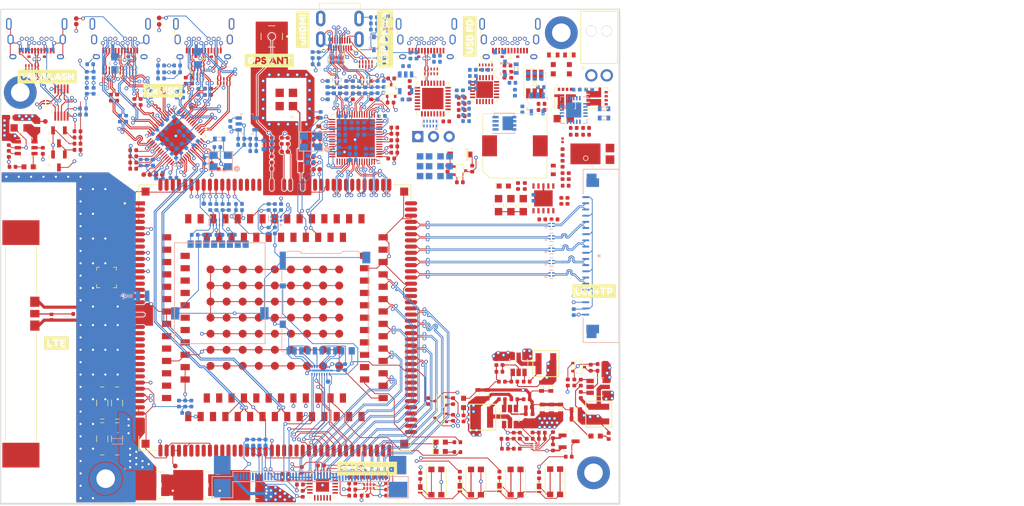
<source format=kicad_pcb>
(kicad_pcb (version 20171130) (host pcbnew 5.1.9+dfsg1-1)
  (layers (0 F.Cu signal) (1 In1.Power_Plane power) (2 In2.Mixed mixed) (3 In3.Mixed mixed) (4 In4.GND power) (31 B.Cu signal) (34 B.Paste user hide) (35 F.Paste user) (36 B.SilkS user) (37 F.SilkS user) (38 B.Mask user hide) (39 F.Mask user hide) (44 Edge.Cuts user))
  (net 0 "")
  (net 1 GND)
  (net 2 RTC_BAT)
  (net 3 LDO6_1P8)
  (net 4 V_SOM)
  (net 5 "Net-(C4-Pad1)")
  (net 6 VPH_PWR)
  (net 7 "Net-(C20-Pad1)")
  (net 8 5V0_SYS)
  (net 9 "Net-(C22-Pad1)")
  (net 10 "Net-(C23-Pad1)")
  (net 11 "Net-(C24-Pad2)")
  (net 12 "Net-(C24-Pad1)")
  (net 13 "Net-(C25-Pad2)")
  (net 14 "Net-(C25-Pad1)")
  (net 15 1V2_SYS)
  (net 16 "Net-(C31-Pad1)")
  (net 17 "Net-(C34-Pad2)")
  (net 18 "Net-(C34-Pad1)")
  (net 19 "Net-(C35-Pad2)")
  (net 20 "Net-(C35-Pad1)")
  (net 21 "Net-(C37-Pad2)")
  (net 22 "Net-(C37-Pad1)")
  (net 23 3V3_CAM)
  (net 24 3V3_SYS)
  (net 25 "/display module/RST_N")
  (net 26 LT9611_VCC33_RX)
  (net 27 LT9611_VCC33_TX)
  (net 28 LT9611_VCC33_IO)
  (net 29 "Net-(C53-Pad1)")
  (net 30 "Net-(C57-Pad1)")
  (net 31 LDO17_2P85)
  (net 32 LT9611_VDD12)
  (net 33 LT9611_VCC12_RX)
  (net 34 LT9611_VCC12_TX)
  (net 35 "/display module/TX_D2_P")
  (net 36 "/display module/TX_D2_N")
  (net 37 "/display module/TX_D1_P")
  (net 38 "/display module/TX_D1_N")
  (net 39 "/display module/TX_D0_P")
  (net 40 "/display module/TX_D0_N")
  (net 41 "/display module/TX_CLK_P")
  (net 42 "/display module/TX_CLK_N")
  (net 43 "/display module/V_COMM")
  (net 44 "Net-(C85-Pad1)")
  (net 45 ANT_MAIN)
  (net 46 ANT_GNSS)
  (net 47 "Net-(C95-Pad1)")
  (net 48 SD_LDO11)
  (net 49 "Net-(C101-Pad2)")
  (net 50 "Net-(C104-Pad1)")
  (net 51 "Net-(C105-Pad1)")
  (net 52 USIM1_VDD)
  (net 53 "Net-(C107-Pad1)")
  (net 54 /USB_flash_debug/USB_FLASH_5V0)
  (net 55 /USB_flash_debug/5V0_DBG)
  (net 56 /USB_flash_debug/DBG_USB_D_P)
  (net 57 1V8_DBG)
  (net 58 /USB_flash_debug/DBG_USB_D_N)
  (net 59 "Net-(C117-Pad2)")
  (net 60 /USB_HUB_Connectors/HUB_XTALI)
  (net 61 /USB_HUB_Connectors/HUB_XTALO)
  (net 62 /USB_HUB_Connectors/5V0_USB)
  (net 63 "Net-(D3-Pad3)")
  (net 64 "Net-(D4-Pad3)")
  (net 65 "Net-(D9-PadK)")
  (net 66 "Net-(D11-PadK)")
  (net 67 "Net-(D12-PadK)")
  (net 68 "Net-(D13-PadK)")
  (net 69 "Net-(D14-Pad1)")
  (net 70 "Net-(D15-Pad1)")
  (net 71 "Net-(D17-Pad1)")
  (net 72 "Net-(D18-Pad1)")
  (net 73 "Net-(D19-Pad1)")
  (net 74 /USB_flash_debug/USB_FLASH_P)
  (net 75 /USB_flash_debug/USB_FLASH_N)
  (net 76 DEBUG_UART_RX)
  (net 77 DEBUG_UART_TX)
  (net 78 /USB_flash_debug/DBG_VBUS)
  (net 79 "Net-(IC1-Pad10)")
  (net 80 "Net-(IC1-Pad6)")
  (net 81 "Net-(IC1-Pad5)")
  (net 82 "Net-(IC1-Pad3)")
  (net 83 "/cameras module/CAM1_SCL")
  (net 84 "/cameras module/CAM1_SDA")
  (net 85 "/cameras module/CAM0_SCL")
  (net 86 "/cameras module/CAM0_SDA")
  (net 87 VSYNC_CAM2)
  (net 88 VSYNC_CAM1)
  (net 89 TP0_I2C_SDA)
  (net 90 TP0_I2C_SCL)
  (net 91 "/display module/DETECT_HDMI")
  (net 92 "/display module/CEC_HDMI")
  (net 93 "/display module/LTtoHDMI_SCL")
  (net 94 "/display module/UTILITY")
  (net 95 "/display module/LTtoHDMI_SDA")
  (net 96 "Net-(J7-Pad8)")
  (net 97 "Net-(J7-Pad1)")
  (net 98 "Net-(J7-Pad2)")
  (net 99 "Net-(J7-Pad3)")
  (net 100 "Net-(J7-Pad5)")
  (net 101 "Net-(J7-Pad7)")
  (net 102 "Net-(J11-PadB8)")
  (net 103 "Net-(J11-PadA8)")
  (net 104 "Net-(L21-Pad1)")
  (net 105 SoM_USB_D_P)
  (net 106 SoM_USB_D_N)
  (net 107 "Net-(M1-Pad248)")
  (net 108 "Net-(M1-Pad247)")
  (net 109 USR_LED2)
  (net 110 USR_LED1)
  (net 111 CAM_RST)
  (net 112 LT9611_RST_N)
  (net 113 LT9611_INT0)
  (net 114 HDMI_I2C_SCL)
  (net 115 HDMI_I2C_SDA)
  (net 116 "Net-(M1-Pad201)")
  (net 117 "Net-(M1-Pad200)")
  (net 118 SoM_USB3_TX_N)
  (net 119 SoM_USB3_TX_P)
  (net 120 SoM_USB3_RX_N)
  (net 121 SoM_USB3_RX_P)
  (net 122 VOL_DOWN)
  (net 123 VOL_UP)
  (net 124 "Net-(M1-Pad145)")
  (net 125 USIM1_RST)
  (net 126 USIM1_CLK)
  (net 127 USIM1_DATA)
  (net 128 "Net-(M1-Pad132)")
  (net 129 "Net-(M1-Pad131)")
  (net 130 CAM_I2C_SDA)
  (net 131 CAM_I2C_SCL)
  (net 132 PWRKEY)
  (net 133 SoM_USB_FLASH_ID)
  (net 134 LDO5_1P8)
  (net 135 "Net-(M1-Pad8)")
  (net 136 "Net-(M1-Pad7)")
  (net 137 "Net-(Q1-Pad1)")
  (net 138 "Net-(Q1-Pad3)")
  (net 139 "Net-(Q2-Pad1)")
  (net 140 "Net-(Q2-Pad3)")
  (net 141 "Net-(Q3-Pad1)")
  (net 142 "Net-(Q4-Pad1)")
  (net 143 "/display module/CEC_LT")
  (net 144 "/display module/INT0")
  (net 145 "Net-(Q7-Pad1)")
  (net 146 "Net-(Q7-Pad3)")
  (net 147 "Net-(R7-Pad2)")
  (net 148 "Net-(R10-Pad2)")
  (net 149 "Net-(R13-Pad2)")
  (net 150 "Net-(R19-Pad2)")
  (net 151 "Net-(R21-Pad2)")
  (net 152 "Net-(R23-Pad2)")
  (net 153 "Net-(R24-Pad2)")
  (net 154 "Net-(R25-Pad1)")
  (net 155 "Net-(R28-Pad2)")
  (net 156 "Net-(R30-Pad2)")
  (net 157 "Net-(R35-Pad1)")
  (net 158 "/cameras module/CAM_I2C_SDA_MUX")
  (net 159 "/cameras module/CAM_I2C_SCL_MUX")
  (net 160 "Net-(R38-Pad2)")
  (net 161 "Net-(R39-Pad2)")
  (net 162 "Net-(R40-Pad2)")
  (net 163 "Net-(R41-Pad1)")
  (net 164 "Net-(R42-Pad1)")
  (net 165 "Net-(R43-Pad1)")
  (net 166 "Net-(R44-Pad1)")
  (net 167 "Net-(R53-Pad1)")
  (net 168 "Net-(R58-Pad1)")
  (net 169 "Net-(R59-Pad1)")
  (net 170 "Net-(R73-Pad1)")
  (net 171 "Net-(R92-Pad2)")
  (net 172 "Net-(R107-Pad1)")
  (net 173 /USB_flash_debug/USB_FLASH_ENABLE)
  (net 174 "Net-(R112-Pad2)")
  (net 175 "Net-(R113-Pad2)")
  (net 176 "Net-(R114-Pad2)")
  (net 177 "Net-(R115-Pad2)")
  (net 178 "Net-(R116-Pad2)")
  (net 179 "Net-(R117-Pad2)")
  (net 180 "Net-(R118-Pad2)")
  (net 181 "Net-(R119-Pad2)")
  (net 182 "Net-(R120-Pad2)")
  (net 183 "Net-(TP11-Pad1)")
  (net 184 "Net-(TP16-Pad1)")
  (net 185 "Net-(TP17-Pad1)")
  (net 186 USB_HUB_P)
  (net 187 USB_HUB_N)
  (net 188 ANT-WIFI)
  (net 189 /USB_HUB_Connectors/USB_C1_SS_TX2_P)
  (net 190 /USB_HUB_Connectors/USB_C1_SS_TX2_N)
  (net 191 /USB_HUB_Connectors/USB_C1_SS_TX1_P)
  (net 192 /USB_HUB_Connectors/USB_C1_SS_RX2_N)
  (net 193 /USB_HUB_Connectors/USB_C1_SS_TX1_N)
  (net 194 /USB_HUB_Connectors/USB_C1_SS_RX1_N)
  (net 195 /USB_HUB_Connectors/USB_C1_SS_RX2_P)
  (net 196 /USB_HUB_Connectors/USB_C1_SS_RX1_P)
  (net 197 /USB_HUB_Connectors/USB_C2_SS_TX1_P)
  (net 198 /USB_HUB_Connectors/USB_C2_SS_TX2_P)
  (net 199 /USB_HUB_Connectors/USB_C2_SS_TX1_N)
  (net 200 /USB_HUB_Connectors/USB_C2_SS_TX2_N)
  (net 201 /USB_HUB_Connectors/USB_C2_SS_RX2_N)
  (net 202 /USB_HUB_Connectors/USB_C2_SS_RX1_N)
  (net 203 /USB_HUB_Connectors/USB_C2_SS_RX2_P)
  (net 204 /USB_HUB_Connectors/USB_C2_SS_RX1_P)
  (net 205 /USB_HUB_Connectors/USB_C1_CC1)
  (net 206 /USB_HUB_Connectors/USB_C1_CC2)
  (net 207 /USB_HUB_Connectors/USB_C2_CC1)
  (net 208 /USB_HUB_Connectors/USB_C2_CC2)
  (net 209 SD_DATA_6)
  (net 210 SD_DATA_4)
  (net 211 SD_DATA_5)
  (net 212 SD_DATA_0)
  (net 213 SD_DATA_1)
  (net 214 SD_DATA_2)
  (net 215 SD_DATA_3)
  (net 216 CAM1_CLK_P)
  (net 217 CAM1_CLK_N)
  (net 218 CAM1_D0_P)
  (net 219 CAM1_D0_N)
  (net 220 CAM1_D1_P)
  (net 221 CAM1_D1_N)
  (net 222 CAM1_D2_P)
  (net 223 CAM1_D2_N)
  (net 224 CAM1_D3_P)
  (net 225 CAM1_D3_N)
  (net 226 "/display module/TX_D2_C_P")
  (net 227 "/display module/TX_D2_C_N")
  (net 228 "/display module/TX_D1_C_P")
  (net 229 "/display module/TX_D1_C_N")
  (net 230 "/display module/TX_D0_C_P")
  (net 231 "/display module/TX_D0_C_N")
  (net 232 "/display module/TX_CLK_C_P")
  (net 233 "/display module/TX_CLK_C_N")
  (net 234 /USB_HUB_Connectors/USB_C1_SS_C_TX2_P)
  (net 235 /USB_HUB_Connectors/USB_C1_SS_C_TX2_N)
  (net 236 /USB_HUB_Connectors/USB_C1_SS_C_TX1_P)
  (net 237 /USB_HUB_Connectors/USB_C1_SS_C_TX1_N)
  (net 238 /USB_HUB_Connectors/USB_C2_SS_C_TX1_P)
  (net 239 /USB_HUB_Connectors/USB_C2_SS_C_TX2_P)
  (net 240 /USB_HUB_Connectors/USB_C2_SS_C_TX1_N)
  (net 241 /USB_HUB_Connectors/USB_C2_SS_C_TX2_N)
  (net 242 /USB_HUB_Connectors/USB_C2_SS_C_RX2_N)
  (net 243 /USB_HUB_Connectors/USB_C2_SS_C_RX1_N)
  (net 244 /USB_HUB_Connectors/USB_C2_SS_C_RX2_P)
  (net 245 /USB_HUB_Connectors/USB_C2_SS_C_RX1_P)
  (net 246 CAM2_CLK_P)
  (net 247 CAM2_CLK_N)
  (net 248 CAM2_D0_P)
  (net 249 CAM2_D0_N)
  (net 250 CAM2_D1_P)
  (net 251 CAM2_D1_N)
  (net 252 CAM2_D2_P)
  (net 253 CAM2_D2_N)
  (net 254 CAM2_D3_P)
  (net 255 CAM2_D3_N)
  (net 256 "/display module/SoMtoDisplay_Ferr_CLK_P")
  (net 257 "/display module/SoMtoDisplay_Ferr_CLK_N")
  (net 258 "/display module/SoMtoDisplay_Ferr_D0_P")
  (net 259 "/display module/SoMtoDisplay_Ferr_D0_N")
  (net 260 "/display module/SoMtoDisplay_Ferr_D1_P")
  (net 261 "/display module/SoMtoDisplay_Ferr_D1_N")
  (net 262 "/display module/SoMtoDisplay_Ferr_D2_P")
  (net 263 "/display module/SoMtoDisplay_Ferr_D2_N")
  (net 264 "/display module/SoMtoDisplay_Ferr_D3_P")
  (net 265 "/display module/SoMtoDisplay_Ferr_D3_N")
  (net 266 "/display module/TX_D2_Ferr_P")
  (net 267 "/display module/TX_D2_Ferr_N")
  (net 268 "/display module/TX_D0_Ferr_P")
  (net 269 "/display module/TX_D0_Ferr_N")
  (net 270 "/display module/TX_D1_Ferr_P")
  (net 271 "/display module/TX_D1_Ferr_N")
  (net 272 "/display module/TX_CLK_Ferr_P")
  (net 273 "/display module/TX_CLK_Ferr_N")
  (net 274 SoMtoDisplay_D3_N)
  (net 275 SoMtoDisplay_D3_P)
  (net 276 SoMtoDisplay_D2_N)
  (net 277 SoMtoDisplay_D2_P)
  (net 278 SoMtoDisplay_D1_N)
  (net 279 SoMtoDisplay_D1_P)
  (net 280 SoMtoDisplay_D0_N)
  (net 281 SoMtoDisplay_D0_P)
  (net 282 SoMtoDisplay_CLK_N)
  (net 283 SoMtoDisplay_CLK_P)
  (net 284 /USB_flash_debug/SoM_USB_Ferr_D_P)
  (net 285 /USB_flash_debug/SoM_USB_Ferr_D_N)
  (net 286 SoMtoLT_D3_N)
  (net 287 SoMtoLT_D3_P)
  (net 288 SoMtoLT_D2_N)
  (net 289 SoMtoLT_D2_P)
  (net 290 SoMtoLT_D1_N)
  (net 291 SoMtoLT_D1_P)
  (net 292 SoMtoLT_D0_N)
  (net 293 SoMtoLT_D0_P)
  (net 294 SoMtoLT_CLK_N)
  (net 295 SoMtoLT_CLK_P)
  (net 296 "Net-(C92-Pad2)")
  (net 297 "Net-(D33-PadK)")
  (net 298 USB_BOOT)
  (net 299 /USB_HUB_Connectors/USB_C1_SS_C_RX1_N)
  (net 300 /USB_HUB_Connectors/USB_C1_SS_C_RX1_P)
  (net 301 /USB_HUB_Connectors/USB_C1_SS_C_RX2_P)
  (net 302 /USB_HUB_Connectors/USB_C1_SS_C_RX2_N)
  (net 303 "/display module/SoMtoLT_SDA")
  (net 304 /USB_HUB_Connectors/USB_C1_D2_N)
  (net 305 /USB_HUB_Connectors/USB_C1_D1_P)
  (net 306 /USB_HUB_Connectors/USB_C1_D1_N)
  (net 307 /USB_HUB_Connectors/USB_C1_D2_P)
  (net 308 /USB_HUB_Connectors/USB_C2_D2_P)
  (net 309 /USB_HUB_Connectors/USB_C2_D2_N)
  (net 310 /USB_HUB_Connectors/USB_C2_D1_P)
  (net 311 /USB_HUB_Connectors/USB_C2_D1_N)
  (net 312 "/display module/SoMtoLT_SCL")
  (net 313 "Net-(ANT1-Pad1)")
  (net 314 "Net-(D23-Pad2)")
  (net 315 "Net-(D23-Pad1)")
  (net 316 "Net-(D21-Pad4)")
  (net 317 "Net-(D21-Pad5)")
  (net 318 "Net-(D30-Pad3)")
  (net 319 "Net-(D6-Pad1)")
  (net 320 "Net-(J10-PadA8)")
  (net 321 "Net-(J10-PadB8)")
  (net 322 /USB-PD/PD_CC2)
  (net 323 "Net-(D7-Pad4)")
  (net 324 /USB-PD/PD_CC1)
  (net 325 "Net-(D20-Pad2)")
  (net 326 "Net-(D20-Pad1)")
  (net 327 /USB-PD/PD_VBUS)
  (net 328 "Net-(C84-Pad1)")
  (net 329 /USB-PD/VREG_2V7)
  (net 330 /USB-PD/VREG_1V2)
  (net 331 /USB-PD/STUSB_VDD)
  (net 332 "Net-(C152-Pad2)")
  (net 333 PD_VDD)
  (net 334 "Net-(R142-Pad2)")
  (net 335 "Net-(R143-Pad2)")
  (net 336 1V8)
  (net 337 STUSB4500_AB_SIDE)
  (net 338 "Net-(R148-Pad2)")
  (net 339 "Net-(Q9-Pad4)")
  (net 340 "Net-(R150-Pad2)")
  (net 341 STUSB4500_GPIO)
  (net 342 STUSB4500_ATTACH)
  (net 343 STUSB4500_SCL)
  (net 344 STUSB4500_SDA)
  (net 345 STUSB4500_ALERT)
  (net 346 "Net-(R157-Pad2)")
  (net 347 /USB-PD/STUSB4500_PWR_OK2)
  (net 348 "Net-(D34-Pad1)")
  (net 349 /USB-PD/STUSB4500_PWR_OK3)
  (net 350 "Net-(D34-Pad3)")
  (net 351 "Net-(D34-Pad2)")
  (net 352 VDD)
  (net 353 AUX_VDD)
  (net 354 "Net-(Q11-Pad2)")
  (net 355 "Net-(D7-Pad2)")
  (net 356 "Net-(C156-Pad2)")
  (net 357 "Net-(C157-Pad2)")
  (net 358 "Net-(C158-Pad1)")
  (net 359 "Net-(C159-Pad2)")
  (net 360 "Net-(D36-Pad1)")
  (net 361 "Net-(D36-Pad2)")
  (net 362 "Net-(D37-Pad1)")
  (net 363 "Net-(D37-Pad2)")
  (net 364 "Net-(Q10-Pad2)")
  (net 365 "Net-(R161-Pad1)")
  (net 366 "Net-(R163-Pad2)")
  (net 367 "Net-(R165-Pad1)")
  (net 368 "Net-(R166-Pad2)")
  (net 369 "Net-(C161-Pad1)")
  (net 370 "Net-(D24-Pad1)")
  (net 371 "Net-(D24-Pad2)")
  (net 372 "Net-(IC4-Pad5)")
  (net 373 "Net-(IC4-Pad3)")
  (net 374 "Net-(M1-Pad168)")
  (net 375 /peripherals/ANT_GNSS_)
  (net 376 /peripherals/ANT_LTE_UFL)
  (net 377 /peripherals/ANT_LTE)
  (net 378 /SoM/USB_VBUS_DET)
  (module sc606-baseboard-footprints:WE_68715014522 (layer B.Cu) (at 125.6 117.4 180)
    (fp_text reference J2 hide)
    (fp_text value WE_68715014522 hide)
    (pad ~ smd rect (at -14.2 -2.7 180) (size 3 2.5) (layers B.Cu B.Paste B.Mask))
    (pad ~ smd rect (at -14.2 1.25 180) (size 2.7 3) (layers B.Cu B.Paste B.Mask))
    (pad ~ smd rect (at 14.2 1.25 180) (size 2.7 3) (layers B.Cu B.Paste B.Mask))
    (pad ~ smd rect (at 14.2 -2.45 180) (size 2.7 3) (layers B.Cu B.Paste B.Mask))
    (pad 50 smd rect (at 12.25 -0.6 180) (size 0.3 1.2) (layers B.Cu B.Paste B.Mask) (net 8 5V0_SYS))
    (pad 49 smd rect (at 11.75 -0.6 180) (size 0.3 1.2) (layers B.Cu B.Paste B.Mask) (net 8 5V0_SYS))
    (pad 48 smd rect (at 11.25 -0.6 180) (size 0.3 1.2) (layers B.Cu B.Paste B.Mask) (net 23 3V3_CAM))
    (pad 47 smd rect (at 10.75 -0.6 180) (size 0.3 1.2) (layers B.Cu B.Paste B.Mask) (net 23 3V3_CAM))
    (pad 46 smd rect (at 10.25 -0.6 180) (size 0.3 1.2) (layers B.Cu B.Paste B.Mask))
    (pad 45 smd rect (at 9.75 -0.6 180) (size 0.3 1.2) (layers B.Cu B.Paste B.Mask))
    (pad 44 smd rect (at 9.25 -0.6 180) (size 0.3 1.2) (layers B.Cu B.Paste B.Mask))
    (pad 43 smd rect (at 8.75 -0.6 180) (size 0.3 1.2) (layers B.Cu B.Paste B.Mask))
    (pad 42 smd rect (at 8.25 -0.6 180) (size 0.3 1.2) (layers B.Cu B.Paste B.Mask) (net 83 "/cameras module/CAM1_SCL"))
    (pad 41 smd rect (at 7.75 -0.6 180) (size 0.3 1.2) (layers B.Cu B.Paste B.Mask) (net 84 "/cameras module/CAM1_SDA"))
    (pad 40 smd rect (at 7.25 -0.6 180) (size 0.3 1.2) (layers B.Cu B.Paste B.Mask) (net 85 "/cameras module/CAM0_SCL"))
    (pad 39 smd rect (at 6.75 -0.6 180) (size 0.3 1.2) (layers B.Cu B.Paste B.Mask) (net 86 "/cameras module/CAM0_SDA"))
    (pad 38 smd rect (at 6.25 -0.6 180) (size 0.3 1.2) (layers B.Cu B.Paste B.Mask))
    (pad 37 smd rect (at 5.75 -0.6 180) (size 0.3 1.2) (layers B.Cu B.Paste B.Mask))
    (pad 36 smd rect (at 5.25 -0.6 180) (size 0.3 1.2) (layers B.Cu B.Paste B.Mask))
    (pad 35 smd rect (at 4.75 -0.6 180) (size 0.3 1.2) (layers B.Cu B.Paste B.Mask))
    (pad 34 smd rect (at 4.25 -0.6 180) (size 0.3 1.2) (layers B.Cu B.Paste B.Mask) (net 87 VSYNC_CAM2))
    (pad 33 smd rect (at 3.75 -0.6 180) (size 0.3 1.2) (layers B.Cu B.Paste B.Mask))
    (pad 32 smd rect (at 3.25 -0.6 180) (size 0.3 1.2) (layers B.Cu B.Paste B.Mask) (net 88 VSYNC_CAM1))
    (pad 31 smd rect (at 2.75 -0.6 180) (size 0.3 1.2) (layers B.Cu B.Paste B.Mask))
    (pad 30 smd rect (at 2.25 -0.6 180) (size 0.3 1.2) (layers B.Cu B.Paste B.Mask) (net 1 GND))
    (pad 29 smd rect (at 1.75 -0.6 180) (size 0.3 1.2) (layers B.Cu B.Paste B.Mask) (net 246 CAM2_CLK_P))
    (pad 28 smd rect (at 1.25 -0.6 180) (size 0.3 1.2) (layers B.Cu B.Paste B.Mask) (net 247 CAM2_CLK_N))
    (pad 27 smd rect (at 0.75 -0.6 180) (size 0.3 1.2) (layers B.Cu B.Paste B.Mask) (net 1 GND))
    (pad 26 smd rect (at 0.25 -0.6 180) (size 0.3 1.2) (layers B.Cu B.Paste B.Mask) (net 248 CAM2_D0_P))
    (pad 25 smd rect (at -0.25 -0.6 180) (size 0.3 1.2) (layers B.Cu B.Paste B.Mask) (net 249 CAM2_D0_N))
    (pad 24 smd rect (at -0.75 -0.6 180) (size 0.3 1.2) (layers B.Cu B.Paste B.Mask) (net 250 CAM2_D1_P))
    (pad 23 smd rect (at -1.25 -0.6 180) (size 0.3 1.2) (layers B.Cu B.Paste B.Mask) (net 251 CAM2_D1_N))
    (pad 22 smd rect (at -1.75 -0.6 180) (size 0.3 1.2) (layers B.Cu B.Paste B.Mask) (net 252 CAM2_D2_P))
    (pad 21 smd rect (at -2.25 -0.6 180) (size 0.3 1.2) (layers B.Cu B.Paste B.Mask) (net 253 CAM2_D2_N))
    (pad 20 smd rect (at -2.75 -0.6 180) (size 0.3 1.2) (layers B.Cu B.Paste B.Mask) (net 254 CAM2_D3_P))
    (pad 19 smd rect (at -3.25 -0.6 180) (size 0.3 1.2) (layers B.Cu B.Paste B.Mask) (net 255 CAM2_D3_N))
    (pad 18 smd rect (at -3.75 -0.6 180) (size 0.3 1.2) (layers B.Cu B.Paste B.Mask) (net 1 GND))
    (pad 17 smd rect (at -4.25 -0.6 180) (size 0.3 1.2) (layers B.Cu B.Paste B.Mask))
    (pad 16 smd rect (at -4.75 -0.6 180) (size 0.3 1.2) (layers B.Cu B.Paste B.Mask))
    (pad 15 smd rect (at -5.25 -0.6 180) (size 0.3 1.2) (layers B.Cu B.Paste B.Mask) (net 1 GND))
    (pad 14 smd rect (at -5.75 -0.6 180) (size 0.3 1.2) (layers B.Cu B.Paste B.Mask))
    (pad 13 smd rect (at -6.25 -0.6 180) (size 0.3 1.2) (layers B.Cu B.Paste B.Mask))
    (pad 12 smd rect (at -6.75 -0.6 180) (size 0.3 1.2) (layers B.Cu B.Paste B.Mask) (net 1 GND))
    (pad 11 smd rect (at -7.25 -0.6 180) (size 0.3 1.2) (layers B.Cu B.Paste B.Mask) (net 216 CAM1_CLK_P))
    (pad 10 smd rect (at -7.75 -0.6 180) (size 0.3 1.2) (layers B.Cu B.Paste B.Mask) (net 217 CAM1_CLK_N))
    (pad 9 smd rect (at -8.25 -0.6 180) (size 0.3 1.2) (layers B.Cu B.Paste B.Mask) (net 1 GND))
    (pad 8 smd rect (at -8.75 -0.6 180) (size 0.3 1.2) (layers B.Cu B.Paste B.Mask) (net 218 CAM1_D0_P))
    (pad 7 smd rect (at -9.25 -0.6 180) (size 0.3 1.2) (layers B.Cu B.Paste B.Mask) (net 219 CAM1_D0_N))
    (pad 6 smd rect (at -9.75 -0.6 180) (size 0.3 1.2) (layers B.Cu B.Paste B.Mask) (net 220 CAM1_D1_P))
    (pad 5 smd rect (at -10.25 -0.6 180) (size 0.3 1.2) (layers B.Cu B.Paste B.Mask) (net 221 CAM1_D1_N))
    (pad 4 smd rect (at -10.75 -0.6 180) (size 0.3 1.2) (layers B.Cu B.Paste B.Mask) (net 222 CAM1_D2_P))
    (pad 3 smd rect (at -11.25 -0.6 180) (size 0.3 1.2) (layers B.Cu B.Paste B.Mask) (net 223 CAM1_D2_N))
    (pad 2 smd rect (at -11.75 -0.6 180) (size 0.3 1.2) (layers B.Cu B.Paste B.Mask) (net 224 CAM1_D3_P))
    (pad 1 smd rect (at -12.25 -0.6 180) (size 0.3 1.2) (layers B.Cu B.Paste B.Mask) (net 225 CAM1_D3_N))
  )
  (module antmicro-footprints:HVQFN24 (layer F.Cu) (at 127.6 119.40001)
    (fp_text reference U6 hide)
    (fp_text value PCA9547BS hide)
    (pad 25 smd rect (at 0 0) (size 2.1 2.1) (layers F.Cu F.Mask) (net 1 GND))
    (pad 4 smd rect (at -2.05 0.25) (size 0.9 0.24) (layers F.Cu F.Paste F.Mask) (net 166 "Net-(R44-Pad1)"))
    (pad 1 smd rect (at -2.05 -1.25) (size 0.9 0.24) (layers F.Cu F.Paste F.Mask) (net 163 "Net-(R41-Pad1)"))
    (pad 23 smd rect (at -0.75 -2.05) (size 0.24 0.9) (layers F.Cu F.Paste F.Mask) (net 1 GND))
    (pad 10 smd rect (at 0.25 2.05) (size 0.24 0.9) (layers F.Cu F.Paste F.Mask))
    (pad 14 smd rect (at 2.05 0.75) (size 0.9 0.24) (layers F.Cu F.Paste F.Mask))
    (pad 5 smd rect (at -2.05 0.75) (size 0.9 0.24) (layers F.Cu F.Paste F.Mask))
    (pad 18 smd rect (at 2.05 -1.25) (size 0.9 0.24) (layers F.Cu F.Paste F.Mask) (net 1 GND))
    (pad 15 smd rect (at 2.05 0.25) (size 0.9 0.24) (layers F.Cu F.Paste F.Mask))
    (pad 13 smd rect (at 2.05 1.25) (size 0.9 0.24) (layers F.Cu F.Paste F.Mask))
    (pad 9 smd rect (at -0.25 2.05) (size 0.24 0.9) (layers F.Cu F.Paste F.Mask))
    (pad 16 smd rect (at 2.05 -0.25) (size 0.9 0.24) (layers F.Cu F.Paste F.Mask))
    (pad 12 smd rect (at 1.25 2.05) (size 0.24 0.9) (layers F.Cu F.Paste F.Mask))
    (pad 8 smd rect (at -0.75 2.05) (size 0.24 0.9) (layers F.Cu F.Paste F.Mask))
    (pad 21 smd rect (at 0.25 -2.05) (size 0.24 0.9) (layers F.Cu F.Paste F.Mask) (net 24 3V3_SYS))
    (pad 11 smd rect (at 0.75 2.05) (size 0.24 0.9) (layers F.Cu F.Paste F.Mask))
    (pad 19 smd rect (at 1.25 -2.05) (size 0.24 0.9) (layers F.Cu F.Paste F.Mask) (net 161 "Net-(R39-Pad2)"))
    (pad 20 smd rect (at 0.75 -2.05) (size 0.24 0.9) (layers F.Cu F.Paste F.Mask) (net 160 "Net-(R38-Pad2)"))
    (pad 24 smd rect (at -1.25 -2.05) (size 0.24 0.9) (layers F.Cu F.Paste F.Mask) (net 162 "Net-(R40-Pad2)"))
    (pad 3 smd rect (at -2.05 -0.25) (size 0.9 0.24) (layers F.Cu F.Paste F.Mask) (net 165 "Net-(R43-Pad1)"))
    (pad 17 smd rect (at 2.05 -0.75) (size 0.9 0.24) (layers F.Cu F.Paste F.Mask))
    (pad 7 smd rect (at -1.25 2.05) (size 0.24 0.9) (layers F.Cu F.Paste F.Mask))
    (pad 6 smd rect (at -2.05 1.25) (size 0.9 0.24) (layers F.Cu F.Paste F.Mask))
    (pad 22 smd rect (at -0.25 -2.05) (size 0.24 0.9) (layers F.Cu F.Paste F.Mask) (net 1 GND))
    (pad 2 smd rect (at -2.05 -0.75) (size 0.9 0.24) (layers F.Cu F.Paste F.Mask) (net 164 "Net-(R42-Pad1)"))
  )
  (module sc606-baseboard-footprints:Testpoint_smd_0_75mm (layer F.Cu) (at 82.8 60.6)
    (fp_text reference TP20 hide)
    (fp_text value TP_SMD_0_75MM hide)
    (pad 1 smd circle (at 0 -0.0508) (size 0.75 0.75) (layers F.Cu F.Mask) (net 62 /USB_HUB_Connectors/5V0_USB))
  )
  (module sc606-baseboard-footprints:Testpoint_smd_0_75mm (layer F.Cu) (at 103.8 116.3508)
    (fp_text reference TP12 hide)
    (fp_text value TP_SMD_0_75MM hide)
    (pad 1 smd circle (at 0 -0.0508) (size 0.75 0.75) (layers F.Cu F.Mask) (net 378 /SoM/USB_VBUS_DET))
  )
  (module sc606-baseboard-footprints:LT9611 (layer F.Cu) (at 132.975 63.245 90)
    (fp_text reference U7 hide)
    (fp_text value LT9611UXC hide)
    (pad 65 smd rect (at 0 0 90) (size 6.15 6.15) (layers F.Cu F.Mask) (net 1 GND))
    (pad 6 smd rect (at -3.5 -1 180) (size 0.2 1) (drill (offset 0 -0.3)) (layers F.Cu F.Paste F.Mask) (net 287 SoMtoLT_D3_P))
    (pad 8 smd rect (at -3.5 -0.2 180) (size 0.2 1) (drill (offset 0 -0.3)) (layers F.Cu F.Paste F.Mask) (net 289 SoMtoLT_D2_P))
    (pad 1 smd rect (at -3.5 -3 180) (size 0.2 1) (drill (offset 0 -0.3)) (layers F.Cu F.Paste F.Mask))
    (pad 10 smd rect (at -3.5 0.6 180) (size 0.2 1) (drill (offset 0 -0.3)) (layers F.Cu F.Paste F.Mask) (net 295 SoMtoLT_CLK_P))
    (pad 3 smd rect (at -3.5 -2.2 180) (size 0.2 1) (drill (offset 0 -0.3)) (layers F.Cu F.Paste F.Mask) (net 26 LT9611_VCC33_RX))
    (pad 9 smd rect (at -3.5 0.2 180) (size 0.2 1) (drill (offset 0 -0.3)) (layers F.Cu F.Paste F.Mask) (net 294 SoMtoLT_CLK_N))
    (pad 5 smd rect (at -3.5 -1.4 180) (size 0.2 1) (drill (offset 0 -0.3)) (layers F.Cu F.Paste F.Mask) (net 286 SoMtoLT_D3_N))
    (pad 2 smd rect (at -3.5 -2.6 180) (size 0.2 1) (drill (offset 0 -0.3)) (layers F.Cu F.Paste F.Mask))
    (pad 4 smd rect (at -3.5 -1.8 180) (size 0.2 1) (drill (offset 0 -0.3)) (layers F.Cu F.Paste F.Mask) (net 33 LT9611_VCC12_RX))
    (pad 17 smd rect (at -3 3.5 90) (size 0.2 1) (drill (offset 0 0.3)) (layers F.Cu F.Paste F.Mask) (net 25 "/display module/RST_N"))
    (pad 18 smd rect (at -2.6 3.5 90) (size 0.2 1) (drill (offset 0 0.3)) (layers F.Cu F.Paste F.Mask) (net 312 "/display module/SoMtoLT_SCL"))
    (pad 19 smd rect (at -2.2 3.5 90) (size 0.2 1) (drill (offset 0 0.3)) (layers F.Cu F.Paste F.Mask) (net 303 "/display module/SoMtoLT_SDA"))
    (pad 15 smd rect (at -3.5 2.6 180) (size 0.2 1) (drill (offset 0 -0.3)) (layers F.Cu F.Paste F.Mask) (net 32 LT9611_VDD12))
    (pad 16 smd rect (at -3.5 3 180) (size 0.2 1) (drill (offset 0 -0.3)) (layers F.Cu F.Paste F.Mask) (net 32 LT9611_VDD12))
    (pad 30 smd rect (at 2.2 3.5 90) (size 0.2 1) (drill (offset 0 0.3)) (layers F.Cu F.Paste F.Mask))
    (pad 31 smd rect (at 2.6 3.5 90) (size 0.2 1) (drill (offset 0 0.3)) (layers F.Cu F.Paste F.Mask) (net 32 LT9611_VDD12))
    (pad 32 smd rect (at 3 3.5 90) (size 0.2 1) (drill (offset 0 0.3)) (layers F.Cu F.Paste F.Mask))
    (pad 33 smd rect (at 3.5 3 180) (size 0.2 1) (drill (offset 0 0.3)) (layers F.Cu F.Paste F.Mask))
    (pad 34 smd rect (at 3.5 2.6 180) (size 0.2 1) (drill (offset 0 0.3)) (layers F.Cu F.Paste F.Mask) (net 28 LT9611_VCC33_IO))
    (pad 35 smd rect (at 3.5 2.2 180) (size 0.2 1) (drill (offset 0 0.3)) (layers F.Cu F.Paste F.Mask) (net 169 "Net-(R59-Pad1)"))
    (pad 36 smd rect (at 3.5 1.8 180) (size 0.2 1) (drill (offset 0 0.3)) (layers F.Cu F.Paste F.Mask) (net 95 "/display module/LTtoHDMI_SDA"))
    (pad 37 smd rect (at 3.5 1.4 180) (size 0.2 1) (drill (offset 0 0.3)) (layers F.Cu F.Paste F.Mask) (net 93 "/display module/LTtoHDMI_SCL"))
    (pad 38 smd rect (at 3.5 1 180) (size 0.2 1) (drill (offset 0 0.3)) (layers F.Cu F.Paste F.Mask) (net 42 "/display module/TX_CLK_N"))
    (pad 39 smd rect (at 3.5 0.6 180) (size 0.2 1) (drill (offset 0 0.3)) (layers F.Cu F.Paste F.Mask) (net 41 "/display module/TX_CLK_P"))
    (pad 40 smd rect (at 3.5 0.2 180) (size 0.2 1) (drill (offset 0 0.3)) (layers F.Cu F.Paste F.Mask) (net 40 "/display module/TX_D0_N"))
    (pad 41 smd rect (at 3.5 -0.2 180) (size 0.2 1) (drill (offset 0 0.3)) (layers F.Cu F.Paste F.Mask) (net 39 "/display module/TX_D0_P"))
    (pad 42 smd rect (at 3.5 -0.6 180) (size 0.2 1) (drill (offset 0 0.3)) (layers F.Cu F.Paste F.Mask) (net 43 "/display module/V_COMM"))
    (pad 43 smd rect (at 3.5 -1 180) (size 0.2 1) (drill (offset 0 0.3)) (layers F.Cu F.Paste F.Mask) (net 27 LT9611_VCC33_TX))
    (pad 44 smd rect (at 3.5 -1.4 180) (size 0.2 1) (drill (offset 0 0.3)) (layers F.Cu F.Paste F.Mask) (net 34 LT9611_VCC12_TX))
    (pad 45 smd rect (at 3.5 -1.8 180) (size 0.2 1) (drill (offset 0 0.3)) (layers F.Cu F.Paste F.Mask) (net 38 "/display module/TX_D1_N"))
    (pad 46 smd rect (at 3.5 -2.2 180) (size 0.2 1) (drill (offset 0 0.3)) (layers F.Cu F.Paste F.Mask) (net 37 "/display module/TX_D1_P"))
    (pad 47 smd rect (at 3.5 -2.6 180) (size 0.2 1) (drill (offset 0 0.3)) (layers F.Cu F.Paste F.Mask) (net 36 "/display module/TX_D2_N"))
    (pad 48 smd rect (at 3.5 -3 180) (size 0.2 1) (drill (offset 0 0.3)) (layers F.Cu F.Paste F.Mask) (net 35 "/display module/TX_D2_P"))
    (pad 49 smd rect (at 3 -3.5 270) (size 0.2 1) (drill (offset 0 0.3)) (layers F.Cu F.Paste F.Mask) (net 30 "Net-(C57-Pad1)"))
    (pad 50 smd rect (at 2.6 -3.5 270) (size 0.2 1) (drill (offset 0 0.3)) (layers F.Cu F.Paste F.Mask) (net 29 "Net-(C53-Pad1)"))
    (pad 51 smd rect (at 2.2 -3.5 270) (size 0.2 1) (drill (offset 0 0.3)) (layers F.Cu F.Paste F.Mask) (net 26 LT9611_VCC33_RX))
    (pad 52 smd rect (at 1.8 -3.5 270) (size 0.2 1) (drill (offset 0 0.3)) (layers F.Cu F.Paste F.Mask) (net 168 "Net-(R58-Pad1)"))
    (pad 53 smd rect (at 1.4 -3.5 270) (size 0.2 1) (drill (offset 0 0.3)) (layers F.Cu F.Paste F.Mask) (net 32 LT9611_VDD12))
    (pad 54 smd rect (at 1 -3.5 270) (size 0.2 1) (drill (offset 0 0.3)) (layers F.Cu F.Paste F.Mask) (net 32 LT9611_VDD12))
    (pad 55 smd rect (at 0.6 -3.5 270) (size 0.2 1) (drill (offset 0 0.3)) (layers F.Cu F.Paste F.Mask) (net 26 LT9611_VCC33_RX))
    (pad 56 smd rect (at 0.2 -3.5 270) (size 0.2 1) (drill (offset 0 0.3)) (layers F.Cu F.Paste F.Mask) (net 33 LT9611_VCC12_RX))
    (pad 57 smd rect (at -0.2 -3.5 270) (size 0.2 1) (drill (offset 0 0.3)) (layers F.Cu F.Paste F.Mask))
    (pad 58 smd rect (at -0.6 -3.5 270) (size 0.2 1) (drill (offset 0 0.3)) (layers F.Cu F.Paste F.Mask))
    (pad 59 smd rect (at -1 -3.5 270) (size 0.2 1) (drill (offset 0 0.3)) (layers F.Cu F.Paste F.Mask))
    (pad 60 smd rect (at -1.4 -3.5 270) (size 0.2 1) (drill (offset 0 0.3)) (layers F.Cu F.Paste F.Mask))
    (pad 61 smd rect (at -1.8 -3.5 270) (size 0.2 1) (drill (offset 0 0.3)) (layers F.Cu F.Paste F.Mask))
    (pad 62 smd rect (at -2.2 -3.5 270) (size 0.2 1) (drill (offset 0 0.3)) (layers F.Cu F.Paste F.Mask))
    (pad 63 smd rect (at -2.6 -3.5 270) (size 0.2 1) (drill (offset 0 0.3)) (layers F.Cu F.Paste F.Mask))
    (pad 64 smd rect (at -3 -3.5 270) (size 0.2 1) (drill (offset 0 0.3)) (layers F.Cu F.Paste F.Mask))
    (pad 7 smd rect (at -3.5 -0.6 180) (size 0.2 1) (drill (offset 0 -0.3)) (layers F.Cu F.Paste F.Mask) (net 288 SoMtoLT_D2_N))
    (pad 11 smd rect (at -3.5 1 180) (size 0.2 1) (drill (offset 0 -0.3)) (layers F.Cu F.Paste F.Mask) (net 290 SoMtoLT_D1_N))
    (pad 12 smd rect (at -3.5 1.4 180) (size 0.2 1) (drill (offset 0 -0.3)) (layers F.Cu F.Paste F.Mask) (net 291 SoMtoLT_D1_P))
    (pad 13 smd rect (at -3.5 1.8 180) (size 0.2 1) (drill (offset 0 -0.3)) (layers F.Cu F.Paste F.Mask) (net 292 SoMtoLT_D0_N))
    (pad 14 smd rect (at -3.5 2.2 180) (size 0.2 1) (drill (offset 0 -0.3)) (layers F.Cu F.Paste F.Mask) (net 293 SoMtoLT_D0_P))
    (pad 20 smd rect (at -1.8 3.5 90) (size 0.2 1) (drill (offset 0 0.3)) (layers F.Cu F.Paste F.Mask))
    (pad 21 smd rect (at -1.4 3.5 90) (size 0.2 1) (drill (offset 0 0.3)) (layers F.Cu F.Paste F.Mask))
    (pad 22 smd rect (at -1 3.5 90) (size 0.2 1) (drill (offset 0 0.3)) (layers F.Cu F.Paste F.Mask))
    (pad 23 smd rect (at -0.6 3.5 90) (size 0.2 1) (drill (offset 0 0.3)) (layers F.Cu F.Paste F.Mask) (net 144 "/display module/INT0"))
    (pad 24 smd rect (at -0.2 3.5 90) (size 0.2 1) (drill (offset 0 0.3)) (layers F.Cu F.Paste F.Mask) (net 143 "/display module/CEC_LT"))
    (pad 25 smd rect (at 0.2 3.5 90) (size 0.2 1) (drill (offset 0 0.3)) (layers F.Cu F.Paste F.Mask) (net 167 "Net-(R53-Pad1)"))
    (pad 26 smd rect (at 0.6 3.5 90) (size 0.2 1) (drill (offset 0 0.3)) (layers F.Cu F.Paste F.Mask) (net 28 LT9611_VCC33_IO))
    (pad 27 smd rect (at 1 3.5 90) (size 0.2 1) (drill (offset 0 0.3)) (layers F.Cu F.Paste F.Mask))
    (pad 28 smd rect (at 1.4 3.5 90) (size 0.2 1) (drill (offset 0 0.3)) (layers F.Cu F.Paste F.Mask))
    (pad 29 smd rect (at 1.8 3.5 90) (size 0.2 1) (drill (offset 0 0.3)) (layers F.Cu F.Paste F.Mask))
  )
  (module sc606-baseboard-footprints:47948-0001 (layer F.Cu) (at 121.75 57 180)
    (fp_text reference ANT1 hide)
    (fp_text value 47948-0001 hide)
    (pad 1 smd rect (at -1.075 -1.075 180) (size 1.35 1.35) (layers F.Cu F.Paste F.Mask) (net 313 "Net-(ANT1-Pad1)"))
    (pad 2 smd rect (at 1.075 -1.075 180) (size 1.35 1.35) (layers F.Cu F.Paste F.Mask))
    (pad 3 smd rect (at -1.075 1.075 180) (size 1.35 1.35) (layers F.Cu F.Paste F.Mask))
    (pad 4 smd rect (at 1.075 1.075 180) (size 1.35 1.35) (layers F.Cu F.Paste F.Mask))
  )
  (module sc606-baseboard-footprints:QUECTEL_SC606T (layer F.Cu) (at 119.9 92.3)
    (fp_text reference M1 hide)
    (fp_text value SC606T hide)
    (pad 1 smd rect (at -22 -18.5) (size 2 0.65) (layers F.Cu F.Paste F.Mask) (net 5 "Net-(C4-Pad1)"))
    (pad 320 smd rect (at -20.9 -20.4) (size 1.3 1.3) (layers F.Cu F.Paste F.Mask) (net 1 GND))
    (pad 323 smd rect (at 20.9 -20.4) (size 1.3 1.3) (layers F.Cu F.Paste F.Mask) (net 1 GND))
    (pad 322 smd rect (at 20.9 20.4) (size 1.3 1.3) (layers F.Cu F.Paste F.Mask) (net 1 GND))
    (pad 321 smd rect (at -20.9 20.4) (size 1.3 1.3) (layers F.Cu F.Paste F.Mask) (net 1 GND))
    (pad 319 smd circle (at 10.4 7.8) (size 1.3 1.3) (layers F.Cu F.Paste F.Mask) (net 1 GND))
    (pad 318 smd circle (at 10.4 5.2) (size 1.3 1.3) (layers F.Cu F.Paste F.Mask) (net 1 GND))
    (pad 317 smd circle (at 10.4 2.6) (size 1.3 1.3) (layers F.Cu F.Paste F.Mask) (net 1 GND))
    (pad 316 smd circle (at 10.4 0) (size 1.3 1.3) (layers F.Cu F.Paste F.Mask) (net 1 GND))
    (pad 315 smd circle (at 10.4 -2.6) (size 1.3 1.3) (layers F.Cu F.Paste F.Mask) (net 1 GND))
    (pad 314 smd circle (at 10.4 -5.2) (size 1.3 1.3) (layers F.Cu F.Paste F.Mask) (net 1 GND))
    (pad 313 smd circle (at 10.4 -7.8) (size 1.3 1.3) (layers F.Cu F.Paste F.Mask) (net 1 GND))
    (pad 312 smd circle (at 7.8 7.8) (size 1.3 1.3) (layers F.Cu F.Paste F.Mask) (net 1 GND))
    (pad 311 smd circle (at 7.8 5.2) (size 1.3 1.3) (layers F.Cu F.Paste F.Mask) (net 1 GND))
    (pad 310 smd circle (at 7.8 2.6) (size 1.3 1.3) (layers F.Cu F.Paste F.Mask) (net 1 GND))
    (pad 309 smd circle (at 7.8 0) (size 1.3 1.3) (layers F.Cu F.Paste F.Mask) (net 1 GND))
    (pad 308 smd circle (at 7.8 -2.6) (size 1.3 1.3) (layers F.Cu F.Paste F.Mask) (net 1 GND))
    (pad 307 smd circle (at 7.8 -5.2) (size 1.3 1.3) (layers F.Cu F.Paste F.Mask) (net 1 GND))
    (pad 306 smd circle (at 7.8 -7.8) (size 1.3 1.3) (layers F.Cu F.Paste F.Mask) (net 1 GND))
    (pad 305 smd circle (at 5.2 7.8) (size 1.3 1.3) (layers F.Cu F.Paste F.Mask) (net 1 GND))
    (pad 304 smd circle (at 5.2 5.2) (size 1.3 1.3) (layers F.Cu F.Paste F.Mask) (net 1 GND))
    (pad 303 smd circle (at 5.2 2.6) (size 1.3 1.3) (layers F.Cu F.Paste F.Mask) (net 1 GND))
    (pad 302 smd circle (at 5.2 0) (size 1.3 1.3) (layers F.Cu F.Paste F.Mask) (net 1 GND))
    (pad 301 smd circle (at 5.2 -2.6) (size 1.3 1.3) (layers F.Cu F.Paste F.Mask) (net 1 GND))
    (pad 300 smd circle (at 5.2 -5.2) (size 1.3 1.3) (layers F.Cu F.Paste F.Mask) (net 1 GND))
    (pad 299 smd circle (at 5.2 -7.8) (size 1.3 1.3) (layers F.Cu F.Paste F.Mask) (net 1 GND))
    (pad 298 smd circle (at 2.6 7.8) (size 1.3 1.3) (layers F.Cu F.Paste F.Mask) (net 1 GND))
    (pad 297 smd circle (at 2.6 5.2) (size 1.3 1.3) (layers F.Cu F.Paste F.Mask) (net 1 GND))
    (pad 296 smd circle (at 2.6 2.6) (size 1.3 1.3) (layers F.Cu F.Paste F.Mask) (net 1 GND))
    (pad 295 smd circle (at 2.6 0) (size 1.3 1.3) (layers F.Cu F.Paste F.Mask) (net 1 GND))
    (pad 294 smd circle (at 2.6 -2.6) (size 1.3 1.3) (layers F.Cu F.Paste F.Mask) (net 1 GND))
    (pad 293 smd circle (at 2.6 -5.2) (size 1.3 1.3) (layers F.Cu F.Paste F.Mask) (net 1 GND))
    (pad 292 smd circle (at 2.6 -7.8) (size 1.3 1.3) (layers F.Cu F.Paste F.Mask) (net 1 GND))
    (pad 291 smd circle (at 0 7.8) (size 1.3 1.3) (layers F.Cu F.Paste F.Mask) (net 1 GND))
    (pad 290 smd circle (at 0 5.2) (size 1.3 1.3) (layers F.Cu F.Paste F.Mask) (net 1 GND))
    (pad 289 smd circle (at 0 2.6) (size 1.3 1.3) (layers F.Cu F.Paste F.Mask) (net 1 GND))
    (pad 288 smd circle (at 0 0) (size 1.3 1.3) (layers F.Cu F.Paste F.Mask) (net 1 GND))
    (pad 287 smd circle (at 0 -2.6) (size 1.3 1.3) (layers F.Cu F.Paste F.Mask) (net 1 GND))
    (pad 286 smd circle (at 0 -5.2) (size 1.3 1.3) (layers F.Cu F.Paste F.Mask) (net 1 GND))
    (pad 285 smd circle (at 0 -7.8) (size 1.3 1.3) (layers F.Cu F.Paste F.Mask) (net 1 GND))
    (pad 284 smd circle (at -2.6 7.8) (size 1.3 1.3) (layers F.Cu F.Paste F.Mask) (net 1 GND))
    (pad 283 smd circle (at -2.6 5.2) (size 1.3 1.3) (layers F.Cu F.Paste F.Mask) (net 1 GND))
    (pad 282 smd circle (at -2.6 2.6) (size 1.3 1.3) (layers F.Cu F.Paste F.Mask) (net 1 GND))
    (pad 281 smd circle (at -2.6 0) (size 1.3 1.3) (layers F.Cu F.Paste F.Mask) (net 1 GND))
    (pad 280 smd circle (at -2.6 -2.6) (size 1.3 1.3) (layers F.Cu F.Paste F.Mask) (net 1 GND))
    (pad 279 smd circle (at -2.6 -5.2) (size 1.3 1.3) (layers F.Cu F.Paste F.Mask) (net 1 GND))
    (pad 278 smd circle (at -2.6 -7.8) (size 1.3 1.3) (layers F.Cu F.Paste F.Mask) (net 1 GND))
    (pad 277 smd circle (at -5.2 7.8) (size 1.3 1.3) (layers F.Cu F.Paste F.Mask) (net 1 GND))
    (pad 276 smd circle (at -5.2 5.2) (size 1.3 1.3) (layers F.Cu F.Paste F.Mask) (net 1 GND))
    (pad 275 smd circle (at -5.2 2.6) (size 1.3 1.3) (layers F.Cu F.Paste F.Mask) (net 1 GND))
    (pad 274 smd circle (at -5.2 0) (size 1.3 1.3) (layers F.Cu F.Paste F.Mask) (net 1 GND))
    (pad 273 smd circle (at -5.2 -2.6) (size 1.3 1.3) (layers F.Cu F.Paste F.Mask) (net 1 GND))
    (pad 272 smd circle (at -5.2 -5.2) (size 1.3 1.3) (layers F.Cu F.Paste F.Mask) (net 1 GND))
    (pad 271 smd circle (at -5.2 -7.8) (size 1.3 1.3) (layers F.Cu F.Paste F.Mask) (net 1 GND))
    (pad 270 smd circle (at -7.8 7.8) (size 1.3 1.3) (layers F.Cu F.Paste F.Mask) (net 1 GND))
    (pad 269 smd circle (at -7.8 5.2) (size 1.3 1.3) (layers F.Cu F.Paste F.Mask) (net 1 GND))
    (pad 268 smd circle (at -7.8 2.6) (size 1.3 1.3) (layers F.Cu F.Paste F.Mask) (net 1 GND))
    (pad 267 smd circle (at -7.8 0) (size 1.3 1.3) (layers F.Cu F.Paste F.Mask) (net 1 GND))
    (pad 266 smd circle (at -7.8 -2.6) (size 1.3 1.3) (layers F.Cu F.Paste F.Mask) (net 1 GND))
    (pad 265 smd circle (at -7.8 -5.2) (size 1.3 1.3) (layers F.Cu F.Paste F.Mask) (net 1 GND))
    (pad 264 smd circle (at -7.8 -7.8) (size 1.3 1.3) (layers F.Cu F.Paste F.Mask) (net 1 GND))
    (pad 263 smd circle (at -10.4 7.8) (size 1.3 1.3) (layers F.Cu F.Paste F.Mask) (net 1 GND))
    (pad 262 smd circle (at -10.4 5.2) (size 1.3 1.3) (layers F.Cu F.Paste F.Mask) (net 1 GND))
    (pad 261 smd circle (at -10.4 2.6) (size 1.3 1.3) (layers F.Cu F.Paste F.Mask) (net 1 GND))
    (pad 260 smd circle (at -10.4 0) (size 1.3 1.3) (layers F.Cu F.Paste F.Mask) (net 1 GND))
    (pad 259 smd circle (at -10.4 -2.6) (size 1.3 1.3) (layers F.Cu F.Paste F.Mask) (net 1 GND))
    (pad 258 smd circle (at -10.4 -5.2) (size 1.3 1.3) (layers F.Cu F.Paste F.Mask) (net 1 GND))
    (pad 257 smd circle (at -10.4 -7.8) (size 1.3 1.3) (layers F.Cu F.Paste F.Mask) (net 1 GND))
    (pad 256 smd rect (at -11 -13) (size 1 1.5) (layers F.Cu F.Paste F.Mask))
    (pad 255 smd rect (at -9 -13) (size 1 1.5) (layers F.Cu F.Paste F.Mask))
    (pad 254 smd rect (at -7 -13) (size 1 1.5) (layers F.Cu F.Paste F.Mask))
    (pad 253 smd rect (at -5 -13) (size 1 1.5) (layers F.Cu F.Paste F.Mask))
    (pad 252 smd rect (at -3 -13) (size 1 1.5) (layers F.Cu F.Paste F.Mask))
    (pad 251 smd rect (at -1 -13) (size 1 1.5) (layers F.Cu F.Paste F.Mask))
    (pad 250 smd rect (at 1 -13) (size 1 1.5) (layers F.Cu F.Paste F.Mask))
    (pad 249 smd rect (at 3 -13) (size 1 1.5) (layers F.Cu F.Paste F.Mask))
    (pad 248 smd rect (at 5 -13) (size 1 1.5) (layers F.Cu F.Paste F.Mask) (net 107 "Net-(M1-Pad248)"))
    (pad 247 smd rect (at 7 -13) (size 1 1.5) (layers F.Cu F.Paste F.Mask) (net 108 "Net-(M1-Pad247)"))
    (pad 246 smd rect (at 9 -13) (size 1 1.5) (layers F.Cu F.Paste F.Mask))
    (pad 245 smd rect (at 11 -13) (size 1 1.5) (layers F.Cu F.Paste F.Mask))
    (pad 244 smd rect (at 14.5 -10) (size 1.5 1) (layers F.Cu F.Paste F.Mask))
    (pad 243 smd rect (at 14.5 -8) (size 1.5 1) (layers F.Cu F.Paste F.Mask) (net 1 GND))
    (pad 242 smd rect (at 14.5 -6) (size 1.5 1) (layers F.Cu F.Paste F.Mask))
    (pad 241 smd rect (at 14.5 -4) (size 1.5 1) (layers F.Cu F.Paste F.Mask))
    (pad 240 smd rect (at 14.5 -2) (size 1.5 1) (layers F.Cu F.Paste F.Mask))
    (pad 239 smd rect (at 14.5 0) (size 1.5 1) (layers F.Cu F.Paste F.Mask))
    (pad 238 smd rect (at 14.5 2) (size 1.5 1) (layers F.Cu F.Paste F.Mask))
    (pad 237 smd rect (at 14.5 4) (size 1.5 1) (layers F.Cu F.Paste F.Mask))
    (pad 236 smd rect (at 14.5 6) (size 1.5 1) (layers F.Cu F.Paste F.Mask))
    (pad 235 smd rect (at 14.5 8) (size 1.5 1) (layers F.Cu F.Paste F.Mask))
    (pad 234 smd rect (at 14.5 10) (size 1.5 1) (layers F.Cu F.Paste F.Mask) (net 109 USR_LED2))
    (pad 233 smd rect (at 11 13) (size 1 1.5) (layers F.Cu F.Paste F.Mask))
    (pad 232 smd rect (at 9 13) (size 1 1.5) (layers F.Cu F.Paste F.Mask) (net 110 USR_LED1))
    (pad 231 smd rect (at 7 13) (size 1 1.5) (layers F.Cu F.Paste F.Mask) (net 111 CAM_RST))
    (pad 230 smd rect (at 5 13) (size 1 1.5) (layers F.Cu F.Paste F.Mask) (net 112 LT9611_RST_N))
    (pad 229 smd rect (at 3 13) (size 1 1.5) (layers F.Cu F.Paste F.Mask) (net 113 LT9611_INT0))
    (pad 228 smd rect (at 1 13) (size 1 1.5) (layers F.Cu F.Paste F.Mask))
    (pad 227 smd rect (at -1 13) (size 1 1.5) (layers F.Cu F.Paste F.Mask))
    (pad 226 smd rect (at -3 13) (size 1 1.5) (layers F.Cu F.Paste F.Mask))
    (pad 225 smd rect (at -5 13) (size 1 1.5) (layers F.Cu F.Paste F.Mask) (net 1 GND))
    (pad 224 smd rect (at -7 13) (size 1 1.5) (layers F.Cu F.Paste F.Mask))
    (pad 223 smd rect (at -9 13) (size 1 1.5) (layers F.Cu F.Paste F.Mask))
    (pad 222 smd rect (at -11 13) (size 1 1.5) (layers F.Cu F.Paste F.Mask))
    (pad 221 smd rect (at -14.5 10) (size 1.5 1) (layers F.Cu F.Paste F.Mask) (net 6 VPH_PWR))
    (pad 220 smd rect (at -14.5 8) (size 1.5 1) (layers F.Cu F.Paste F.Mask) (net 6 VPH_PWR))
    (pad 219 smd rect (at -14.5 6) (size 1.5 1) (layers F.Cu F.Paste F.Mask) (net 1 GND))
    (pad 218 smd rect (at -14.5 4) (size 1.5 1) (layers F.Cu F.Paste F.Mask))
    (pad 217 smd rect (at -14.5 2) (size 1.5 1) (layers F.Cu F.Paste F.Mask))
    (pad 216 smd rect (at -14.5 0) (size 1.5 1) (layers F.Cu F.Paste F.Mask))
    (pad 215 smd rect (at -14.5 -2) (size 1.5 1) (layers F.Cu F.Paste F.Mask))
    (pad 214 smd rect (at -14.5 -4) (size 1.5 1) (layers F.Cu F.Paste F.Mask))
    (pad 213 smd rect (at -14.5 -6) (size 1.5 1) (layers F.Cu F.Paste F.Mask))
    (pad 212 smd rect (at -14.5 -8) (size 1.5 1) (layers F.Cu F.Paste F.Mask))
    (pad 211 smd rect (at -14.5 -10) (size 1.5 1) (layers F.Cu F.Paste F.Mask))
    (pad 210 smd rect (at -14 -16) (size 1 1.5) (layers F.Cu F.Paste F.Mask))
    (pad 209 smd rect (at -12 -16) (size 1 1.5) (layers F.Cu F.Paste F.Mask))
    (pad 208 smd rect (at -10 -16) (size 1 1.5) (layers F.Cu F.Paste F.Mask))
    (pad 207 smd rect (at -8 -16) (size 1 1.5) (layers F.Cu F.Paste F.Mask))
    (pad 206 smd rect (at -6 -16) (size 1 1.5) (layers F.Cu F.Paste F.Mask) (net 89 TP0_I2C_SDA))
    (pad 205 smd rect (at -4 -16) (size 1 1.5) (layers F.Cu F.Paste F.Mask) (net 114 HDMI_I2C_SCL))
    (pad 204 smd rect (at -2 -16) (size 1 1.5) (layers F.Cu F.Paste F.Mask) (net 115 HDMI_I2C_SDA))
    (pad 203 smd rect (at 0 -16) (size 1 1.5) (layers F.Cu F.Paste F.Mask))
    (pad 202 smd rect (at 2 -16) (size 1 1.5) (layers F.Cu F.Paste F.Mask))
    (pad 201 smd rect (at 4 -16) (size 1 1.5) (layers F.Cu F.Paste F.Mask) (net 116 "Net-(M1-Pad201)"))
    (pad 200 smd rect (at 6 -16) (size 1 1.5) (layers F.Cu F.Paste F.Mask) (net 117 "Net-(M1-Pad200)"))
    (pad 199 smd rect (at 8 -16) (size 1 1.5) (layers F.Cu F.Paste F.Mask))
    (pad 198 smd rect (at 10 -16) (size 1 1.5) (layers F.Cu F.Paste F.Mask))
    (pad 197 smd rect (at 12 -16) (size 1 1.5) (layers F.Cu F.Paste F.Mask))
    (pad 196 smd rect (at 14 -16) (size 1 1.5) (layers F.Cu F.Paste F.Mask))
    (pad 195 smd rect (at 17.5 -13) (size 1.5 1) (layers F.Cu F.Paste F.Mask) (net 1 GND))
    (pad 194 smd rect (at 17.5 -11) (size 1.5 1) (layers F.Cu F.Paste F.Mask))
    (pad 193 smd rect (at 17.5 -9) (size 1.5 1) (layers F.Cu F.Paste F.Mask) (net 1 GND))
    (pad 192 smd rect (at 17.5 -7) (size 1.5 1) (layers F.Cu F.Paste F.Mask) (net 255 CAM2_D3_N))
    (pad 191 smd rect (at 17.5 -5) (size 1.5 1) (layers F.Cu F.Paste F.Mask) (net 254 CAM2_D3_P))
    (pad 190 smd rect (at 17.5 -3) (size 1.5 1) (layers F.Cu F.Paste F.Mask) (net 253 CAM2_D2_N))
    (pad 189 smd rect (at 17.5 -1) (size 1.5 1) (layers F.Cu F.Paste F.Mask) (net 252 CAM2_D2_P))
    (pad 188 smd rect (at 17.5 1) (size 1.5 1) (layers F.Cu F.Paste F.Mask) (net 251 CAM2_D1_N))
    (pad 187 smd rect (at 17.5 3) (size 1.5 1) (layers F.Cu F.Paste F.Mask) (net 250 CAM2_D1_P))
    (pad 186 smd rect (at 17.5 5) (size 1.5 1) (layers F.Cu F.Paste F.Mask) (net 249 CAM2_D0_N))
    (pad 185 smd rect (at 17.5 7) (size 1.5 1) (layers F.Cu F.Paste F.Mask) (net 248 CAM2_D0_P))
    (pad 184 smd rect (at 17.5 9) (size 1.5 1) (layers F.Cu F.Paste F.Mask) (net 247 CAM2_CLK_N))
    (pad 183 smd rect (at 17.5 11) (size 1.5 1) (layers F.Cu F.Paste F.Mask) (net 246 CAM2_CLK_P))
    (pad 182 smd rect (at 17.5 13) (size 1.5 1) (layers F.Cu F.Paste F.Mask) (net 1 GND))
    (pad 181 smd rect (at 14 16) (size 1 1.5) (layers F.Cu F.Paste F.Mask))
    (pad 180 smd rect (at 12 16) (size 1 1.5) (layers F.Cu F.Paste F.Mask))
    (pad 179 smd rect (at 10 16) (size 1 1.5) (layers F.Cu F.Paste F.Mask))
    (pad 178 smd rect (at 8 16) (size 1 1.5) (layers F.Cu F.Paste F.Mask) (net 88 VSYNC_CAM1))
    (pad 177 smd rect (at 6 16) (size 1 1.5) (layers F.Cu F.Paste F.Mask) (net 87 VSYNC_CAM2))
    (pad 176 smd rect (at 4 16) (size 1 1.5) (layers F.Cu F.Paste F.Mask) (net 1 GND))
    (pad 175 smd rect (at 2 16) (size 1 1.5) (layers F.Cu F.Paste F.Mask) (net 118 SoM_USB3_TX_N))
    (pad 174 smd rect (at 0 16) (size 1 1.5) (layers F.Cu F.Paste F.Mask) (net 119 SoM_USB3_TX_P))
    (pad 173 smd rect (at -2 16) (size 1 1.5) (layers F.Cu F.Paste F.Mask) (net 1 GND))
    (pad 172 smd rect (at -4 16) (size 1 1.5) (layers F.Cu F.Paste F.Mask) (net 120 SoM_USB3_RX_N))
    (pad 171 smd rect (at -6 16) (size 1 1.5) (layers F.Cu F.Paste F.Mask) (net 121 SoM_USB3_RX_P))
    (pad 170 smd rect (at -8 16) (size 1 1.5) (layers F.Cu F.Paste F.Mask) (net 1 GND))
    (pad 169 smd rect (at -10 16) (size 1 1.5) (layers F.Cu F.Paste F.Mask))
    (pad 168 smd rect (at -12 16) (size 1 1.5) (layers F.Cu F.Paste F.Mask) (net 374 "Net-(M1-Pad168)"))
    (pad 167 smd rect (at -14 16) (size 1 1.5) (layers F.Cu F.Paste F.Mask))
    (pad 166 smd rect (at -17.5 13) (size 1.5 1) (layers F.Cu F.Paste F.Mask))
    (pad 165 smd rect (at -17.5 11) (size 1.5 1) (layers F.Cu F.Paste F.Mask))
    (pad 164 smd rect (at -17.5 9) (size 1.5 1) (layers F.Cu F.Paste F.Mask))
    (pad 163 smd rect (at -17.5 7) (size 1.5 1) (layers F.Cu F.Paste F.Mask) (net 1 GND))
    (pad 162 smd rect (at -17.5 5) (size 1.5 1) (layers F.Cu F.Paste F.Mask))
    (pad 161 smd rect (at -17.5 3) (size 1.5 1) (layers F.Cu F.Paste F.Mask))
    (pad 160 smd rect (at -17.5 1) (size 1.5 1) (layers F.Cu F.Paste F.Mask) (net 1 GND))
    (pad 159 smd rect (at -17.5 -1) (size 1.5 1) (layers F.Cu F.Paste F.Mask) (net 1 GND))
    (pad 158 smd rect (at -17.5 -3) (size 1.5 1) (layers F.Cu F.Paste F.Mask))
    (pad 157 smd rect (at -17.5 -5) (size 1.5 1) (layers F.Cu F.Paste F.Mask))
    (pad 156 smd rect (at -17.5 -7) (size 1.5 1) (layers F.Cu F.Paste F.Mask))
    (pad 155 smd rect (at -17.5 -9) (size 1.5 1) (layers F.Cu F.Paste F.Mask))
    (pad 154 smd rect (at -17.5 -11) (size 1.5 1) (layers F.Cu F.Paste F.Mask))
    (pad 153 smd rect (at -17.5 -13) (size 1.5 1) (layers F.Cu F.Paste F.Mask))
    (pad 152 smd oval (at -18.5 -21.5) (size 0.65 2) (layers F.Cu F.Paste F.Mask))
    (pad 151 smd oval (at -17.5 -21.5) (size 0.65 2) (layers F.Cu F.Paste F.Mask))
    (pad 150 smd oval (at -16.5 -21.5) (size 0.65 2) (layers F.Cu F.Paste F.Mask) (net 1 GND))
    (pad 149 smd oval (at -15.5 -21.5) (size 0.65 2) (layers F.Cu F.Paste F.Mask))
    (pad 148 smd oval (at -14.5 -21.5) (size 0.65 2) (layers F.Cu F.Paste F.Mask) (net 1 GND))
    (pad 147 smd oval (at -13.5 -21.5) (size 0.65 2) (layers F.Cu F.Paste F.Mask) (net 122 VOL_DOWN))
    (pad 146 smd oval (at -12.5 -21.5) (size 0.65 2) (layers F.Cu F.Paste F.Mask) (net 123 VOL_UP))
    (pad 145 smd oval (at -11.5 -21.5) (size 0.65 2) (layers F.Cu F.Paste F.Mask) (net 124 "Net-(M1-Pad145)"))
    (pad 144 smd oval (at -10.5 -21.5) (size 0.65 2) (layers F.Cu F.Paste F.Mask) (net 125 USIM1_RST))
    (pad 143 smd oval (at -9.5 -21.5) (size 0.65 2) (layers F.Cu F.Paste F.Mask) (net 126 USIM1_CLK))
    (pad 142 smd oval (at -8.5 -21.5) (size 0.65 2) (layers F.Cu F.Paste F.Mask) (net 127 USIM1_DATA))
    (pad 141 smd oval (at -7.5 -21.5) (size 0.65 2) (layers F.Cu F.Paste F.Mask) (net 52 USIM1_VDD))
    (pad 140 smd oval (at -6.5 -21.5) (size 0.65 2) (layers F.Cu F.Paste F.Mask) (net 90 TP0_I2C_SCL))
    (pad 139 smd oval (at -5.5 -21.5) (size 0.65 2) (layers F.Cu F.Paste F.Mask))
    (pad 138 smd oval (at -4.5 -21.5) (size 0.65 2) (layers F.Cu F.Paste F.Mask))
    (pad 137 smd oval (at -3.5 -21.5) (size 0.65 2) (layers F.Cu F.Paste F.Mask))
    (pad 136 smd oval (at -2.5 -21.5) (size 0.65 2) (layers F.Cu F.Paste F.Mask))
    (pad 135 smd oval (at -1.5 -21.5) (size 0.65 2) (layers F.Cu F.Paste F.Mask) (net 1 GND))
    (pad 134 smd oval (at -0.5 -21.5) (size 0.65 2) (layers F.Cu F.Paste F.Mask) (net 46 ANT_GNSS))
    (pad 133 smd oval (at 0.5 -21.5) (size 0.65 2) (layers F.Cu F.Paste F.Mask) (net 1 GND))
    (pad 132 smd oval (at 1.5 -21.5) (size 0.65 2) (layers F.Cu F.Paste F.Mask) (net 128 "Net-(M1-Pad132)"))
    (pad 131 smd oval (at 2.5 -21.5) (size 0.65 2) (layers F.Cu F.Paste F.Mask) (net 129 "Net-(M1-Pad131)"))
    (pad 130 smd oval (at 3.5 -21.5) (size 0.65 2) (layers F.Cu F.Paste F.Mask) (net 1 GND))
    (pad 129 smd oval (at 4.5 -21.5) (size 0.65 2) (layers F.Cu F.Paste F.Mask) (net 188 ANT-WIFI))
    (pad 128 smd oval (at 5.5 -21.5) (size 0.65 2) (layers F.Cu F.Paste F.Mask) (net 1 GND))
    (pad 127 smd oval (at 6.5 -21.5) (size 0.65 2) (layers F.Cu F.Paste F.Mask))
    (pad 126 smd oval (at 7.5 -21.5) (size 0.65 2) (layers F.Cu F.Paste F.Mask))
    (pad 125 smd oval (at 8.5 -21.5) (size 0.65 2) (layers F.Cu F.Paste F.Mask) (net 1 GND))
    (pad 124 smd oval (at 9.5 -21.5) (size 0.65 2) (layers F.Cu F.Paste F.Mask) (net 286 SoMtoLT_D3_N))
    (pad 123 smd oval (at 10.5 -21.5) (size 0.65 2) (layers F.Cu F.Paste F.Mask) (net 287 SoMtoLT_D3_P))
    (pad 122 smd oval (at 11.5 -21.5) (size 0.65 2) (layers F.Cu F.Paste F.Mask) (net 288 SoMtoLT_D2_N))
    (pad 121 smd oval (at 12.5 -21.5) (size 0.65 2) (layers F.Cu F.Paste F.Mask) (net 289 SoMtoLT_D2_P))
    (pad 120 smd oval (at 13.5 -21.5) (size 0.65 2) (layers F.Cu F.Paste F.Mask) (net 290 SoMtoLT_D1_N))
    (pad 119 smd oval (at 14.5 -21.5) (size 0.65 2) (layers F.Cu F.Paste F.Mask) (net 291 SoMtoLT_D1_P))
    (pad 118 smd oval (at 15.5 -21.5) (size 0.65 2) (layers F.Cu F.Paste F.Mask) (net 292 SoMtoLT_D0_N))
    (pad 117 smd oval (at 16.5 -21.5) (size 0.65 2) (layers F.Cu F.Paste F.Mask) (net 293 SoMtoLT_D0_P))
    (pad 116 smd oval (at 17.5 -21.5) (size 0.65 2) (layers F.Cu F.Paste F.Mask) (net 294 SoMtoLT_CLK_N))
    (pad 115 smd oval (at 18.5 -21.5) (size 0.65 2) (layers F.Cu F.Paste F.Mask) (net 295 SoMtoLT_CLK_P))
    (pad 114 smd oval (at 22 -18.5) (size 2 0.65) (layers F.Cu F.Paste F.Mask))
    (pad 113 smd oval (at 22 -17.5) (size 2 0.65) (layers F.Cu F.Paste F.Mask))
    (pad 112 smd oval (at 22 -16.5) (size 2 0.65) (layers F.Cu F.Paste F.Mask) (net 1 GND))
    (pad 111 smd oval (at 22 -15.5) (size 2 0.65) (layers F.Cu F.Paste F.Mask) (net 274 SoMtoDisplay_D3_N))
    (pad 110 smd oval (at 22 -14.5) (size 2 0.65) (layers F.Cu F.Paste F.Mask) (net 275 SoMtoDisplay_D3_P))
    (pad 109 smd oval (at 22 -13.5) (size 2 0.65) (layers F.Cu F.Paste F.Mask) (net 276 SoMtoDisplay_D2_N))
    (pad 108 smd oval (at 22 -12.5) (size 2 0.65) (layers F.Cu F.Paste F.Mask) (net 277 SoMtoDisplay_D2_P))
    (pad 107 smd oval (at 22 -11.5) (size 2 0.65) (layers F.Cu F.Paste F.Mask) (net 278 SoMtoDisplay_D1_N))
    (pad 106 smd oval (at 22 -10.5) (size 2 0.65) (layers F.Cu F.Paste F.Mask) (net 279 SoMtoDisplay_D1_P))
    (pad 105 smd oval (at 22 -9.5) (size 2 0.65) (layers F.Cu F.Paste F.Mask) (net 280 SoMtoDisplay_D0_N))
    (pad 104 smd oval (at 22 -8.5) (size 2 0.65) (layers F.Cu F.Paste F.Mask) (net 281 SoMtoDisplay_D0_P))
    (pad 103 smd oval (at 22 -7.5) (size 2 0.65) (layers F.Cu F.Paste F.Mask) (net 282 SoMtoDisplay_CLK_N))
    (pad 102 smd oval (at 22 -6.5) (size 2 0.65) (layers F.Cu F.Paste F.Mask) (net 283 SoMtoDisplay_CLK_P))
    (pad 101 smd oval (at 22 -5.5) (size 2 0.65) (layers F.Cu F.Paste F.Mask) (net 1 GND))
    (pad 100 smd oval (at 22 -4.5) (size 2 0.65) (layers F.Cu F.Paste F.Mask))
    (pad 99 smd oval (at 22 -3.5) (size 2 0.65) (layers F.Cu F.Paste F.Mask))
    (pad 98 smd oval (at 22 -2.5) (size 2 0.65) (layers F.Cu F.Paste F.Mask) (net 1 GND))
    (pad 97 smd oval (at 22 -1.5) (size 2 0.65) (layers F.Cu F.Paste F.Mask) (net 225 CAM1_D3_N))
    (pad 96 smd oval (at 22 -0.5) (size 2 0.65) (layers F.Cu F.Paste F.Mask) (net 224 CAM1_D3_P))
    (pad 95 smd oval (at 22 0.5) (size 2 0.65) (layers F.Cu F.Paste F.Mask) (net 223 CAM1_D2_N))
    (pad 94 smd oval (at 22 1.5) (size 2 0.65) (layers F.Cu F.Paste F.Mask) (net 222 CAM1_D2_P))
    (pad 93 smd oval (at 22 2.5) (size 2 0.65) (layers F.Cu F.Paste F.Mask) (net 221 CAM1_D1_N))
    (pad 92 smd oval (at 22 3.5) (size 2 0.65) (layers F.Cu F.Paste F.Mask) (net 220 CAM1_D1_P))
    (pad 91 smd oval (at 22 4.5) (size 2 0.65) (layers F.Cu F.Paste F.Mask) (net 219 CAM1_D0_N))
    (pad 90 smd oval (at 22 5.5) (size 2 0.65) (layers F.Cu F.Paste F.Mask) (net 218 CAM1_D0_P))
    (pad 89 smd oval (at 22 6.5) (size 2 0.65) (layers F.Cu F.Paste F.Mask) (net 217 CAM1_CLK_N))
    (pad 88 smd oval (at 22 7.5) (size 2 0.65) (layers F.Cu F.Paste F.Mask) (net 216 CAM1_CLK_P))
    (pad 87 smd oval (at 22 8.5) (size 2 0.65) (layers F.Cu F.Paste F.Mask) (net 1 GND))
    (pad 86 smd oval (at 22 9.5) (size 2 0.65) (layers F.Cu F.Paste F.Mask))
    (pad 85 smd oval (at 22 10.5) (size 2 0.65) (layers F.Cu F.Paste F.Mask))
    (pad 84 smd oval (at 22 11.5) (size 2 0.65) (layers F.Cu F.Paste F.Mask))
    (pad 83 smd oval (at 22 12.5) (size 2 0.65) (layers F.Cu F.Paste F.Mask))
    (pad 82 smd oval (at 22 13.5) (size 2 0.65) (layers F.Cu F.Paste F.Mask))
    (pad 81 smd oval (at 22 14.5) (size 2 0.65) (layers F.Cu F.Paste F.Mask))
    (pad 80 smd oval (at 22 15.5) (size 2 0.65) (layers F.Cu F.Paste F.Mask))
    (pad 79 smd oval (at 22 16.5) (size 2 0.65) (layers F.Cu F.Paste F.Mask))
    (pad 78 smd oval (at 22 17.5) (size 2 0.65) (layers F.Cu F.Paste F.Mask))
    (pad 77 smd oval (at 22 18.5) (size 2 0.65) (layers F.Cu F.Paste F.Mask))
    (pad 76 smd oval (at 18.5 21.5) (size 0.65 2) (layers F.Cu F.Paste F.Mask) (net 130 CAM_I2C_SDA))
    (pad 75 smd oval (at 17.5 21.5) (size 0.65 2) (layers F.Cu F.Paste F.Mask) (net 131 CAM_I2C_SCL))
    (pad 74 smd oval (at 16.5 21.5) (size 0.65 2) (layers F.Cu F.Paste F.Mask))
    (pad 73 smd oval (at 15.5 21.5) (size 0.65 2) (layers F.Cu F.Paste F.Mask))
    (pad 72 smd oval (at 14.5 21.5) (size 0.65 2) (layers F.Cu F.Paste F.Mask))
    (pad 71 smd oval (at 13.5 21.5) (size 0.65 2) (layers F.Cu F.Paste F.Mask))
    (pad 70 smd oval (at 12.5 21.5) (size 0.65 2) (layers F.Cu F.Paste F.Mask) (net 210 SD_DATA_4))
    (pad 69 smd oval (at 11.5 21.5) (size 0.65 2) (layers F.Cu F.Paste F.Mask) (net 211 SD_DATA_5))
    (pad 68 smd oval (at 10.5 21.5) (size 0.65 2) (layers F.Cu F.Paste F.Mask) (net 212 SD_DATA_0))
    (pad 67 smd oval (at 9.5 21.5) (size 0.65 2) (layers F.Cu F.Paste F.Mask) (net 213 SD_DATA_1))
    (pad 66 smd oval (at 8.5 21.5) (size 0.65 2) (layers F.Cu F.Paste F.Mask) (net 214 SD_DATA_2))
    (pad 65 smd oval (at 7.5 21.5) (size 0.65 2) (layers F.Cu F.Paste F.Mask) (net 215 SD_DATA_3))
    (pad 64 smd oval (at 6.5 21.5) (size 0.65 2) (layers F.Cu F.Paste F.Mask) (net 209 SD_DATA_6))
    (pad 63 smd oval (at 5.5 21.5) (size 0.65 2) (layers F.Cu F.Paste F.Mask) (net 48 SD_LDO11))
    (pad 62 smd oval (at 4.5 21.5) (size 0.65 2) (layers F.Cu F.Paste F.Mask) (net 1 GND))
    (pad 61 smd oval (at 3.5 21.5) (size 0.65 2) (layers F.Cu F.Paste F.Mask))
    (pad 60 smd oval (at 2.5 21.5) (size 0.65 2) (layers F.Cu F.Paste F.Mask))
    (pad 59 smd oval (at 1.5 21.5) (size 0.65 2) (layers F.Cu F.Paste F.Mask))
    (pad 58 smd oval (at 0.5 21.5) (size 0.65 2) (layers F.Cu F.Paste F.Mask))
    (pad 57 smd oval (at -0.5 21.5) (size 0.65 2) (layers F.Cu F.Paste F.Mask) (net 298 USB_BOOT))
    (pad 56 smd oval (at -1.5 21.5) (size 0.65 2) (layers F.Cu F.Paste F.Mask) (net 1 GND))
    (pad 55 smd oval (at -2.5 21.5) (size 0.65 2) (layers F.Cu F.Paste F.Mask))
    (pad 54 smd oval (at -3.5 21.5) (size 0.65 2) (layers F.Cu F.Paste F.Mask))
    (pad 53 smd oval (at -4.5 21.5) (size 0.65 2) (layers F.Cu F.Paste F.Mask))
    (pad 52 smd oval (at -5.5 21.5) (size 0.65 2) (layers F.Cu F.Paste F.Mask))
    (pad 51 smd oval (at -6.5 21.5) (size 0.65 2) (layers F.Cu F.Paste F.Mask))
    (pad 50 smd oval (at -7.5 21.5) (size 0.65 2) (layers F.Cu F.Paste F.Mask))
    (pad 49 smd oval (at -8.5 21.5) (size 0.65 2) (layers F.Cu F.Paste F.Mask))
    (pad 48 smd oval (at -9.5 21.5) (size 0.65 2) (layers F.Cu F.Paste F.Mask))
    (pad 47 smd oval (at -10.5 21.5) (size 0.65 2) (layers F.Cu F.Paste F.Mask) (net 1 GND))
    (pad 46 smd oval (at -11.5 21.5) (size 0.65 2) (layers F.Cu F.Paste F.Mask))
    (pad 45 smd oval (at -12.5 21.5) (size 0.65 2) (layers F.Cu F.Paste F.Mask))
    (pad 44 smd oval (at -13.5 21.5) (size 0.65 2) (layers F.Cu F.Paste F.Mask))
    (pad 43 smd oval (at -14.5 21.5) (size 0.65 2) (layers F.Cu F.Paste F.Mask) (net 1 GND))
    (pad 42 smd oval (at -15.5 21.5) (size 0.65 2) (layers F.Cu F.Paste F.Mask) (net 378 /SoM/USB_VBUS_DET))
    (pad 41 smd oval (at -16.5 21.5) (size 0.65 2) (layers F.Cu F.Paste F.Mask) (net 378 /SoM/USB_VBUS_DET))
    (pad 40 smd oval (at -17.5 21.5) (size 0.65 2) (layers F.Cu F.Paste F.Mask) (net 1 GND))
    (pad 39 smd oval (at -18.5 21.5) (size 0.65 2) (layers F.Cu F.Paste F.Mask) (net 132 PWRKEY))
    (pad 38 smd oval (at -22 18.5) (size 2 0.65) (layers F.Cu F.Paste F.Mask) (net 4 V_SOM))
    (pad 37 smd oval (at -22 17.5) (size 2 0.65) (layers F.Cu F.Paste F.Mask) (net 4 V_SOM))
    (pad 36 smd oval (at -22 16.5) (size 2 0.65) (layers F.Cu F.Paste F.Mask) (net 4 V_SOM))
    (pad 35 smd oval (at -22 15.5) (size 2 0.65) (layers F.Cu F.Paste F.Mask) (net 1 GND))
    (pad 34 smd oval (at -22 14.5) (size 2 0.65) (layers F.Cu F.Paste F.Mask) (net 1 GND))
    (pad 33 smd oval (at -22 13.5) (size 2 0.65) (layers F.Cu F.Paste F.Mask) (net 106 SoM_USB_D_N))
    (pad 32 smd oval (at -22 12.5) (size 2 0.65) (layers F.Cu F.Paste F.Mask) (net 105 SoM_USB_D_P))
    (pad 31 smd oval (at -22 11.5) (size 2 0.65) (layers F.Cu F.Paste F.Mask) (net 1 GND))
    (pad 30 smd oval (at -22 10.5) (size 2 0.65) (layers F.Cu F.Paste F.Mask) (net 133 SoM_USB_FLASH_ID))
    (pad 29 smd oval (at -22 9.5) (size 2 0.65) (layers F.Cu F.Paste F.Mask))
    (pad 28 smd oval (at -22 8.5) (size 2 0.65) (layers F.Cu F.Paste F.Mask))
    (pad 27 smd oval (at -22 7.5) (size 2 0.65) (layers F.Cu F.Paste F.Mask))
    (pad 26 smd oval (at -22 6.5) (size 2 0.65) (layers F.Cu F.Paste F.Mask))
    (pad 25 smd oval (at -22 5.5) (size 2 0.65) (layers F.Cu F.Paste F.Mask))
    (pad 24 smd oval (at -22 4.5) (size 2 0.65) (layers F.Cu F.Paste F.Mask))
    (pad 23 smd oval (at -22 3.5) (size 2 0.65) (layers F.Cu F.Paste F.Mask))
    (pad 22 smd oval (at -22 2.5) (size 2 0.65) (layers F.Cu F.Paste F.Mask))
    (pad 21 smd oval (at -22 1.5) (size 2 0.65) (layers F.Cu F.Paste F.Mask))
    (pad 20 smd oval (at -22 0.5) (size 2 0.65) (layers F.Cu F.Paste F.Mask) (net 1 GND))
    (pad 19 smd oval (at -22 -0.5) (size 2 0.65) (layers F.Cu F.Paste F.Mask) (net 45 ANT_MAIN))
    (pad 18 smd oval (at -22 -1.5) (size 2 0.65) (layers F.Cu F.Paste F.Mask) (net 1 GND))
    (pad 17 smd oval (at -22 -2.5) (size 2 0.65) (layers F.Cu F.Paste F.Mask))
    (pad 16 smd oval (at -22 -3.5) (size 2 0.65) (layers F.Cu F.Paste F.Mask) (net 2 RTC_BAT))
    (pad 15 smd oval (at -22 -4.5) (size 2 0.65) (layers F.Cu F.Paste F.Mask))
    (pad 14 smd oval (at -22 -5.5) (size 2 0.65) (layers F.Cu F.Paste F.Mask))
    (pad 13 smd oval (at -22 -6.5) (size 2 0.65) (layers F.Cu F.Paste F.Mask))
    (pad 12 smd oval (at -22 -7.5) (size 2 0.65) (layers F.Cu F.Paste F.Mask) (net 31 LDO17_2P85))
    (pad 11 smd oval (at -22 -8.5) (size 2 0.65) (layers F.Cu F.Paste F.Mask))
    (pad 10 smd oval (at -22 -9.5) (size 2 0.65) (layers F.Cu F.Paste F.Mask) (net 3 LDO6_1P8))
    (pad 9 smd oval (at -22 -10.5) (size 2 0.65) (layers F.Cu F.Paste F.Mask) (net 134 LDO5_1P8))
    (pad 8 smd oval (at -22 -11.5) (size 2 0.65) (layers F.Cu F.Paste F.Mask) (net 135 "Net-(M1-Pad8)"))
    (pad 7 smd oval (at -22 -12.5) (size 2 0.65) (layers F.Cu F.Paste F.Mask) (net 136 "Net-(M1-Pad7)"))
    (pad 6 smd oval (at -22 -13.5) (size 2 0.65) (layers F.Cu F.Paste F.Mask) (net 76 DEBUG_UART_RX))
    (pad 5 smd oval (at -22 -14.5) (size 2 0.65) (layers F.Cu F.Paste F.Mask) (net 77 DEBUG_UART_TX))
    (pad 4 smd oval (at -22 -15.5) (size 2 0.65) (layers F.Cu F.Paste F.Mask) (net 1 GND))
    (pad 3 smd oval (at -22 -16.5) (size 2 0.65) (layers F.Cu F.Paste F.Mask) (net 1 GND))
    (pad 2 smd oval (at -22 -17.5) (size 2 0.65) (layers F.Cu F.Paste F.Mask) (net 5 "Net-(C4-Pad1)"))
  )
  (module sc606-baseboard-footprints:0402-res (layer B.Cu) (at 95.85 60.1 90)
    (fp_text reference R135 hide)
    (fp_text value R_0R_0402 hide)
    (pad 2 smd roundrect (at 0.485 0 90) (size 0.59 0.64) (layers B.Cu B.Paste B.Mask) (net 242 /USB_HUB_Connectors/USB_C2_SS_C_RX2_N))
    (pad 1 smd roundrect (at -0.485 0 90) (size 0.59 0.64) (layers B.Cu B.Paste B.Mask) (net 201 /USB_HUB_Connectors/USB_C2_SS_RX2_N))
  )
  (module sc606-baseboard-footprints:MSOP-10_W3mm (layer F.Cu) (at 85.4 57.5 180)
    (fp_text reference U9 hide)
    (fp_text value FSUSB30MUX hide)
    (pad 10 smd rect (at -1 -2.2 180) (size 0.3 1.45) (layers F.Cu F.Paste F.Mask) (net 24 3V3_SYS))
    (pad 9 smd rect (at -0.5 -2.2 180) (size 0.3 1.45) (layers F.Cu F.Paste F.Mask) (net 172 "Net-(R107-Pad1)"))
    (pad 8 smd rect (at 0 -2.2 180) (size 0.3 1.45) (layers F.Cu F.Paste F.Mask) (net 186 USB_HUB_P))
    (pad 7 smd rect (at 0.5 -2.2 180) (size 0.3 1.45) (layers F.Cu F.Paste F.Mask) (net 75 /USB_flash_debug/USB_FLASH_N))
    (pad 5 smd rect (at 1 2.2 180) (size 0.3 1.45) (layers F.Cu F.Paste F.Mask) (net 1 GND))
    (pad 4 smd rect (at 0.5 2.2 180) (size 0.3 1.45) (layers F.Cu F.Paste F.Mask) (net 284 /USB_flash_debug/SoM_USB_Ferr_D_P))
    (pad 3 smd rect (at 0 2.2 180) (size 0.3 1.45) (layers F.Cu F.Paste F.Mask) (net 74 /USB_flash_debug/USB_FLASH_P))
    (pad 2 smd rect (at -0.5 2.2 180) (size 0.3 1.45) (layers F.Cu F.Paste F.Mask) (net 187 USB_HUB_N))
    (pad 6 smd rect (at 1 -2.2 180) (size 0.3 1.45) (layers F.Cu F.Paste F.Mask) (net 285 /USB_flash_debug/SoM_USB_Ferr_D_N))
    (pad 1 smd rect (at -1 2.2 180) (size 0.3 1.45) (layers F.Cu F.Paste F.Mask) (net 173 /USB_flash_debug/USB_FLASH_ENABLE))
  )
  (module sc606-baseboard-footprints:Vishay_PowerPAK_1212-8_Single (layer B.Cu) (at 157 60.85)
    (fp_text reference Q9 hide)
    (fp_text value SQS401EN-T1_BE3 hide)
    (pad 5 smd custom (at 0.5575 0) (size 1.725 2.235) (layers B.Cu B.Paste B.Mask) (net 333 PD_VDD) (options (clearance outline) (anchor rect)) (primitives (gr_poly (pts (xy 0.8625 -0.1275) (xy 0.8625 0.1275) (xy 1.3725 0.1275) (xy 1.3725 0.5325) (xy 0.8625 0.5325) (xy 0.8625 0.7875) (xy 1.3725 0.7875) (xy 1.3725 1.195) (xy 0.6125 1.195) (xy 0.6125 -1.195) (xy 1.3725 -1.195) (xy 1.3725 -0.7875) (xy 0.8625 -0.7875) (xy 0.8625 -0.5325) (xy 1.3725 -0.5325) (xy 1.3725 -0.1275)) (width 0))))
    (pad 4 smd rect (at -1.435 -0.99) (size 0.99 0.405) (layers B.Cu B.Paste B.Mask) (net 339 "Net-(Q9-Pad4)"))
    (pad 3 smd rect (at -1.435 -0.33) (size 0.99 0.405) (layers B.Cu B.Paste B.Mask) (net 327 /USB-PD/PD_VBUS))
    (pad 2 smd rect (at -1.435 0.33) (size 0.99 0.405) (layers B.Cu B.Paste B.Mask) (net 327 /USB-PD/PD_VBUS))
    (pad 1 smd rect (at -1.435 0.99) (size 0.99 0.405) (layers B.Cu B.Paste B.Mask) (net 327 /USB-PD/PD_VBUS))
  )
  (module sc606-baseboard-footprints:RESC0603X26N (layer F.Cu) (at 166.4 63.6 270)
    (fp_text reference D35 hide)
    (fp_text value PESD18VF1BSFYL hide)
    (pad 1 smd roundrect (at -0.28 0 270) (size 0.38 0.4) (layers F.Cu F.Paste F.Mask) (roundrect_rratio 0.05) (net 333 PD_VDD))
    (pad 2 smd rect (at 0.28 0 270) (size 0.38 0.4) (layers F.Cu F.Paste F.Mask) (net 1 GND))
  )
  (module sc606-baseboard-footprints:0402-res (layer F.Cu) (at 77.3 59.9)
    (fp_text reference R174 hide)
    (fp_text value R_0R_0402 hide)
    (pad 2 smd roundrect (at 0.485 0) (size 0.59 0.64) (layers F.Cu F.Paste F.Mask) (net 62 /USB_HUB_Connectors/5V0_USB))
    (pad 1 smd roundrect (at -0.485 0) (size 0.59 0.64) (layers F.Cu F.Paste F.Mask) (net 8 5V0_SYS))
  )
  (module sc606-baseboard-footprints:0402-res (layer F.Cu) (at 82.4 65.3 270)
    (fp_text reference R173 hide)
    (fp_text value R_12k4_0402 hide)
    (pad 2 smd roundrect (at 0.485 0 270) (size 0.59 0.64) (layers F.Cu F.Paste F.Mask) (net 1 GND))
    (pad 1 smd roundrect (at -0.485 0 270) (size 0.59 0.64) (layers F.Cu F.Paste F.Mask) (net 372 "Net-(IC4-Pad5)"))
  )
  (module sc606-baseboard-footprints:0402-res (layer F.Cu) (at 77.5 67.9)
    (fp_text reference R172 hide)
    (fp_text value R_470R_0402 hide)
    (pad 2 smd roundrect (at 0.485 0) (size 0.59 0.64) (layers F.Cu F.Paste F.Mask) (net 370 "Net-(D24-Pad1)"))
    (pad 1 smd roundrect (at -0.485 0) (size 0.59 0.64) (layers F.Cu F.Paste F.Mask) (net 8 5V0_SYS))
  )
  (module sc606-baseboard-footprints:0402-res (layer F.Cu) (at 76.9 65.8 90)
    (fp_text reference R171 hide)
    (fp_text value R_10k_0402 hide)
    (pad 2 smd roundrect (at 0.485 0 90) (size 0.59 0.64) (layers F.Cu F.Paste F.Mask) (net 373 "Net-(IC4-Pad3)"))
    (pad 1 smd roundrect (at -0.485 0 90) (size 0.59 0.64) (layers F.Cu F.Paste F.Mask) (net 8 5V0_SYS))
  )
  (module sc606-baseboard-footprints:0402-res (layer B.Cu) (at 105.4 107.7 180)
    (fp_text reference R170 hide)
    (fp_text value R_0R_0402 hide)
    (pad 2 smd roundrect (at 0.485 0 180) (size 0.59 0.64) (layers B.Cu B.Paste B.Mask) (net 1 GND))
    (pad 1 smd roundrect (at -0.485 0 180) (size 0.59 0.64) (layers B.Cu B.Paste B.Mask) (net 374 "Net-(M1-Pad168)"))
  )
  (module sc606-baseboard-footprints:SOT-23-6 (layer F.Cu) (at 79.7 64.8 270)
    (fp_text reference IC4 hide)
    (fp_text value AP22652W6-7 hide)
    (pad 6 smd rect (at -0.95 -1.35 270) (size 0.55 1) (layers F.Cu F.Paste F.Mask) (net 369 "Net-(C161-Pad1)"))
    (pad 5 smd rect (at 0 -1.35 270) (size 0.55 1) (layers F.Cu F.Paste F.Mask) (net 372 "Net-(IC4-Pad5)"))
    (pad 4 smd rect (at 0.95 -1.35 270) (size 0.55 1) (layers F.Cu F.Paste F.Mask) (net 371 "Net-(D24-Pad2)"))
    (pad 1 smd rect (at -0.95 1.35 270) (size 0.55 1) (layers F.Cu F.Paste F.Mask) (net 8 5V0_SYS))
    (pad 2 smd rect (at 0 1.35 270) (size 0.55 1) (layers F.Cu F.Paste F.Mask) (net 1 GND))
    (pad 3 smd rect (at 0.95 1.35 270) (size 0.55 1) (layers F.Cu F.Paste F.Mask) (net 373 "Net-(IC4-Pad3)"))
  )
  (module sc606-baseboard-footprints:0603 (layer F.Cu) (at 81.5 61.2 90)
    (fp_text reference FB2 hide)
    (fp_text value BLM18EG221SN1D hide)
    (pad 2 smd rect (at 0.725 0 180) (size 0.95 0.95) (layers F.Cu F.Paste F.Mask) (net 62 /USB_HUB_Connectors/5V0_USB))
    (pad 1 smd rect (at -0.725 0 180) (size 0.95 0.95) (layers F.Cu F.Paste F.Mask) (net 369 "Net-(C161-Pad1)"))
  )
  (module sc606-baseboard-footprints:LED_0603 (layer F.Cu) (at 80.1 67.9 180)
    (fp_text reference D24 hide)
    (fp_text value KP-1608EC hide)
    (pad 1 smd rect (at 0.75 0 180) (size 0.8 0.8) (layers F.Cu F.Paste F.Mask) (net 370 "Net-(D24-Pad1)"))
    (pad 2 smd rect (at -0.75 0 180) (size 0.8 0.8) (layers F.Cu F.Paste F.Mask) (net 371 "Net-(D24-Pad2)"))
  )
  (module sc606-baseboard-footprints:0805-cap (layer F.Cu) (at 78.8 61.6 180)
    (fp_text reference C161 hide)
    (fp_text value C_100u_0805 hide)
    (pad 1 smd rect (at -1.05 0 180) (size 1.2 1.2) (layers F.Cu F.Paste F.Mask) (net 369 "Net-(C161-Pad1)"))
    (pad 2 smd rect (at 1.05 0 180) (size 1.2 1.2) (layers F.Cu F.Paste F.Mask) (net 1 GND))
  )
  (module sc606-baseboard-footprints:0402-cap (layer F.Cu) (at 76.9 63.9 270)
    (fp_text reference C160 hide)
    (fp_text value C_10u_0402 hide)
    (pad 2 smd roundrect (at 0.485 0 270) (size 0.59 0.64) (layers F.Cu F.Paste F.Mask) (net 1 GND))
    (pad 1 smd roundrect (at -0.485 0 270) (size 0.59 0.64) (layers F.Cu F.Paste F.Mask) (net 8 5V0_SYS))
  )
  (module sc606-baseboard-footprints:WE_7447798720 (layer F.Cu) (at 158.7 64.5 180)
    (fp_text reference L2 hide)
    (fp_text value 7447798720 hide)
    (pad 2 smd rect (at 4.1 0 270) (size 3.4 2.4) (layers F.Cu F.Paste F.Mask) (net 8 5V0_SYS))
    (pad 1 smd rect (at -4.1 0 270) (size 3.4 2.4) (layers F.Cu F.Paste F.Mask) (net 13 "Net-(C25-Pad2)"))
  )
  (module sc606-baseboard-footprints:PowerPak-1212 (layer F.Cu) (at 166.8 56.8 90)
    (fp_text reference Q10 hide)
    (fp_text value Si7223DN hide)
    (pad 6 smd custom (at -1.4204 0.324993 90) (size 0.5588 0.4064) (layers F.Cu F.Paste F.Mask) (net 352 VDD) (options (clearance outline) (anchor rect)) (primitives (gr_poly (pts (xy -0.2794 0.853186) (xy -0.2794 0.446786) (xy 0.2794 0.446786) (xy 0.2794 0.2032) (xy -0.2794 0.2032) (xy -0.2794 -0.2032) (xy 0.2794 -0.2032) (xy 0.279407 -0.150493) (xy 2.006607 -0.150493) (xy 2.006607 1.374508) (xy 1.666602 1.374508) (xy 1.666602 0.794499) (xy 0.279407 0.794507) (xy 0.2794 0.853186)) (width 0.1))))
    (pad 7 smd custom (at -1.4204 -0.324993 90) (size 0.5588 0.4064) (layers F.Cu F.Paste F.Mask) (net 333 PD_VDD) (options (clearance outline) (anchor rect)) (primitives (gr_poly (pts (xy -0.2794 -0.446786) (xy -0.2794 -0.853186) (xy 0.2794 -0.853186) (xy 0.279407 -0.794507) (xy 1.666602 -0.794499) (xy 1.666602 -1.374508) (xy 2.006607 -1.374508) (xy 2.006607 -0.794507) (xy 2.006607 0.150493) (xy 0.279407 0.150493) (xy 0.2794 0.2032) (xy -0.2794 0.2032) (xy -0.2794 -0.2032) (xy 0.2794 -0.2032) (xy 0.2794 -0.446786)) (width 0.1))))
    (pad 1 smd rect (at 1.4458 -0.974979 90) (size 0.508 0.4064) (layers F.Cu F.Paste F.Mask) (net 357 "Net-(C157-Pad2)"))
    (pad 2 smd rect (at 1.4458 -0.324993 90) (size 0.508 0.4064) (layers F.Cu F.Paste F.Mask) (net 364 "Net-(Q10-Pad2)"))
    (pad 3 smd rect (at 1.4458 0.324993 90) (size 0.508 0.4064) (layers F.Cu F.Paste F.Mask) (net 357 "Net-(C157-Pad2)"))
    (pad 4 smd rect (at 1.4458 0.974979 90) (size 0.508 0.4064) (layers F.Cu F.Paste F.Mask) (net 364 "Net-(Q10-Pad2)"))
    (pad 5 smd rect (at -1.4204 0.974979 90) (size 0.5588 0.4064) (layers F.Cu F.Paste F.Mask) (net 352 VDD))
    (pad 8 smd rect (at -1.4204 -0.974979 90) (size 0.5588 0.4064) (layers F.Cu F.Paste F.Mask) (net 333 PD_VDD))
  )
  (module sc606-baseboard-footprints:PowerPak-1212 (layer F.Cu) (at 172 56.8)
    (fp_text reference Q11 hide)
    (fp_text value Si7223DN hide)
    (pad 6 smd custom (at -1.4204 0.324993) (size 0.5588 0.4064) (layers F.Cu F.Paste F.Mask) (net 352 VDD) (options (clearance outline) (anchor rect)) (primitives (gr_poly (pts (xy -0.2794 0.853186) (xy -0.2794 0.446786) (xy 0.2794 0.446786) (xy 0.2794 0.2032) (xy -0.2794 0.2032) (xy -0.2794 -0.2032) (xy 0.2794 -0.2032) (xy 0.279407 -0.150493) (xy 2.006607 -0.150493) (xy 2.006607 1.374508) (xy 1.666602 1.374508) (xy 1.666602 0.794499) (xy 0.279407 0.794507) (xy 0.2794 0.853186)) (width 0.1))))
    (pad 7 smd custom (at -1.4204 -0.324993) (size 0.5588 0.4064) (layers F.Cu F.Paste F.Mask) (net 353 AUX_VDD) (options (clearance outline) (anchor rect)) (primitives (gr_poly (pts (xy -0.2794 -0.446786) (xy -0.2794 -0.853186) (xy 0.2794 -0.853186) (xy 0.279407 -0.794507) (xy 1.666602 -0.794499) (xy 1.666602 -1.374508) (xy 2.006607 -1.374508) (xy 2.006607 -0.794507) (xy 2.006607 0.150493) (xy 0.279407 0.150493) (xy 0.2794 0.2032) (xy -0.2794 0.2032) (xy -0.2794 -0.2032) (xy 0.2794 -0.2032) (xy 0.2794 -0.446786)) (width 0.1))))
    (pad 1 smd rect (at 1.4458 -0.974979) (size 0.508 0.4064) (layers F.Cu F.Paste F.Mask) (net 356 "Net-(C156-Pad2)"))
    (pad 2 smd rect (at 1.4458 -0.324993) (size 0.508 0.4064) (layers F.Cu F.Paste F.Mask) (net 354 "Net-(Q11-Pad2)"))
    (pad 3 smd rect (at 1.4458 0.324993) (size 0.508 0.4064) (layers F.Cu F.Paste F.Mask) (net 356 "Net-(C156-Pad2)"))
    (pad 4 smd rect (at 1.4458 0.974979) (size 0.508 0.4064) (layers F.Cu F.Paste F.Mask) (net 354 "Net-(Q11-Pad2)"))
    (pad 5 smd rect (at -1.4204 0.974979) (size 0.5588 0.4064) (layers F.Cu F.Paste F.Mask) (net 352 VDD))
    (pad 8 smd rect (at -1.4204 -0.974979) (size 0.5588 0.4064) (layers F.Cu F.Paste F.Mask) (net 353 AUX_VDD))
  )
  (module sc606-baseboard-footprints:QFN-20_1EP_4x4_P0.5mm (layer B.Cu) (at 168.2 58.7 180)
    (fp_text reference U14 hide)
    (fp_text value LTC4418IUF#PBF hide)
    (pad 21 smd rect (at 0 0 180) (size 2.45 2.45) (layers B.Cu B.Paste B.Mask) (net 1 GND))
    (pad 20 smd rect (at -1 1.9 180) (size 0.25 0.7) (layers B.Cu B.Paste B.Mask) (net 1 GND))
    (pad 19 smd rect (at -0.5 1.9 180) (size 0.25 0.7) (layers B.Cu B.Paste B.Mask) (net 359 "Net-(C159-Pad2)"))
    (pad 18 smd rect (at 0 1.9 180) (size 0.25 0.7) (layers B.Cu B.Paste B.Mask) (net 359 "Net-(C159-Pad2)"))
    (pad 17 smd rect (at 0.5 1.9 180) (size 0.25 0.7) (layers B.Cu B.Paste B.Mask) (net 353 AUX_VDD))
    (pad 16 smd rect (at 1 1.9 180) (size 0.25 0.7) (layers B.Cu B.Paste B.Mask) (net 333 PD_VDD))
    (pad 15 smd rect (at 1.9 1 90) (size 0.25 0.7) (layers B.Cu B.Paste B.Mask) (net 352 VDD))
    (pad 14 smd rect (at 1.9 0.5 90) (size 0.25 0.7) (layers B.Cu B.Paste B.Mask) (net 356 "Net-(C156-Pad2)"))
    (pad 13 smd rect (at 1.9 0 90) (size 0.25 0.7) (layers B.Cu B.Paste B.Mask) (net 354 "Net-(Q11-Pad2)"))
    (pad 12 smd rect (at 1.9 -0.5 90) (size 0.25 0.7) (layers B.Cu B.Paste B.Mask) (net 357 "Net-(C157-Pad2)"))
    (pad 11 smd rect (at 1.9 -1 90) (size 0.25 0.7) (layers B.Cu B.Paste B.Mask) (net 364 "Net-(Q10-Pad2)"))
    (pad 10 smd rect (at 1 -1.9 180) (size 0.25 0.7) (layers B.Cu B.Paste B.Mask) (net 359 "Net-(C159-Pad2)"))
    (pad 9 smd rect (at 0.5 -1.9 180) (size 0.25 0.7) (layers B.Cu B.Paste B.Mask))
    (pad 8 smd rect (at 0 -1.9 180) (size 0.25 0.7) (layers B.Cu B.Paste B.Mask) (net 1 GND))
    (pad 7 smd rect (at -0.5 -1.9 180) (size 0.25 0.7) (layers B.Cu B.Paste B.Mask) (net 363 "Net-(D37-Pad2)"))
    (pad 6 smd rect (at -1 -1.9 180) (size 0.25 0.7) (layers B.Cu B.Paste B.Mask) (net 361 "Net-(D36-Pad2)"))
    (pad 5 smd rect (at -1.9 -1 90) (size 0.25 0.7) (layers B.Cu B.Paste B.Mask) (net 368 "Net-(R166-Pad2)"))
    (pad 4 smd rect (at -1.9 -0.5 90) (size 0.25 0.7) (layers B.Cu B.Paste B.Mask) (net 367 "Net-(R165-Pad1)"))
    (pad 3 smd rect (at -1.9 0 90) (size 0.25 0.7) (layers B.Cu B.Paste B.Mask) (net 366 "Net-(R163-Pad2)"))
    (pad 2 smd rect (at -1.9 0.5 90) (size 0.25 0.7) (layers B.Cu B.Paste B.Mask) (net 365 "Net-(R161-Pad1)"))
    (pad 1 smd rect (at -1.9 1 90) (size 0.25 0.7) (layers B.Cu B.Paste B.Mask) (net 358 "Net-(C158-Pad1)"))
  )
  (module sc606-baseboard-footprints:0603-res (layer F.Cu) (at 164.9 49.8)
    (fp_text reference R169 hide)
    (fp_text value R_270R_0603 hide)
    (pad 1 smd rect (at -0.7 0) (size 0.6 0.8) (layers F.Cu F.Paste F.Mask) (net 362 "Net-(D37-Pad1)"))
    (pad 2 smd rect (at 0.7 0) (size 0.6 0.8) (layers F.Cu F.Paste F.Mask) (net 8 5V0_SYS))
  )
  (module sc606-baseboard-footprints:0603-res (layer F.Cu) (at 167.5 49.8 180)
    (fp_text reference R168 hide)
    (fp_text value R_270R_0603 hide)
    (pad 1 smd rect (at -0.7 0 180) (size 0.6 0.8) (layers F.Cu F.Paste F.Mask) (net 360 "Net-(D36-Pad1)"))
    (pad 2 smd rect (at 0.7 0 180) (size 0.6 0.8) (layers F.Cu F.Paste F.Mask) (net 8 5V0_SYS))
  )
  (module sc606-baseboard-footprints:0603-res (layer B.Cu) (at 173.1 60 180)
    (fp_text reference R167 hide)
    (fp_text value R_30k1_0603 hide)
    (pad 1 smd rect (at -0.7 0 180) (size 0.6 0.8) (layers B.Cu B.Paste B.Mask) (net 1 GND))
    (pad 2 smd rect (at 0.7 0 180) (size 0.6 0.8) (layers B.Cu B.Paste B.Mask) (net 368 "Net-(R166-Pad2)"))
  )
  (module sc606-baseboard-footprints:0402-res (layer F.Cu) (at 170.2 62.7)
    (fp_text reference R166 hide)
    (fp_text value R_97k6_0402 hide)
    (pad 2 smd roundrect (at 0.485 0) (size 0.59 0.64) (layers F.Cu F.Paste F.Mask) (net 368 "Net-(R166-Pad2)"))
    (pad 1 smd roundrect (at -0.485 0) (size 0.59 0.64) (layers F.Cu F.Paste F.Mask) (net 367 "Net-(R165-Pad1)"))
  )
  (module sc606-baseboard-footprints:0402-res (layer F.Cu) (at 168.2 62.7 180)
    (fp_text reference R165 hide)
    (fp_text value R_768k_0402 hide)
    (pad 2 smd roundrect (at 0.485 0 180) (size 0.59 0.64) (layers F.Cu F.Paste F.Mask) (net 333 PD_VDD))
    (pad 1 smd roundrect (at -0.485 0 180) (size 0.59 0.64) (layers F.Cu F.Paste F.Mask) (net 367 "Net-(R165-Pad1)"))
  )
  (module sc606-baseboard-footprints:0603-res (layer B.Cu) (at 173.1 58.5 180)
    (fp_text reference R164 hide)
    (fp_text value R_30k1_0603 hide)
    (pad 1 smd rect (at -0.7 0 180) (size 0.6 0.8) (layers B.Cu B.Paste B.Mask) (net 1 GND))
    (pad 2 smd rect (at 0.7 0 180) (size 0.6 0.8) (layers B.Cu B.Paste B.Mask) (net 366 "Net-(R163-Pad2)"))
  )
  (module sc606-baseboard-footprints:0402-res (layer F.Cu) (at 170.2 61.6)
    (fp_text reference R163 hide)
    (fp_text value R_97k6_0402 hide)
    (pad 2 smd roundrect (at 0.485 0) (size 0.59 0.64) (layers F.Cu F.Paste F.Mask) (net 366 "Net-(R163-Pad2)"))
    (pad 1 smd roundrect (at -0.485 0) (size 0.59 0.64) (layers F.Cu F.Paste F.Mask) (net 365 "Net-(R161-Pad1)"))
  )
  (module sc606-baseboard-footprints:0402-res (layer F.Cu) (at 168.2 61.6 180)
    (fp_text reference R161 hide)
    (fp_text value R_768k_0402 hide)
    (pad 2 smd roundrect (at 0.485 0 180) (size 0.59 0.64) (layers F.Cu F.Paste F.Mask) (net 353 AUX_VDD))
    (pad 1 smd roundrect (at -0.485 0 180) (size 0.59 0.64) (layers F.Cu F.Paste F.Mask) (net 365 "Net-(R161-Pad1)"))
  )
  (module sc606-baseboard-footprints:1053131102 (layer F.Cu) (at 172.3 53.1 180)
    (fp_text reference J1 hide)
    (fp_text value 1053131102 hide)
    (pad "" np_thru_hole circle (at 1.25 7.18 180) (size 1.71 1.71) (drill 1.7) (layers *.Cu *.Mask))
    (pad "" np_thru_hole circle (at -1.25 7.18 180) (size 1.71 1.71) (drill 1.7) (layers *.Cu *.Mask))
    (pad 2 thru_hole circle (at -1.25 0 180) (size 2 2) (drill 1.3) (layers *.Cu *.Mask) (net 1 GND))
    (pad 1 thru_hole circle (at 1.25 0 180) (size 2 2) (drill 1.3) (layers *.Cu *.Mask) (net 353 AUX_VDD))
  )
  (module sc606-baseboard-footprints:LED_0603 (layer F.Cu) (at 164.9 52.1 90)
    (fp_text reference D37 hide)
    (fp_text value KP-1608EC hide)
    (pad 1 smd rect (at 0.75 0 90) (size 0.8 0.8) (layers F.Cu F.Paste F.Mask) (net 362 "Net-(D37-Pad1)"))
    (pad 2 smd rect (at -0.75 0 90) (size 0.8 0.8) (layers F.Cu F.Paste F.Mask) (net 363 "Net-(D37-Pad2)"))
  )
  (module sc606-baseboard-footprints:LED_0603 (layer F.Cu) (at 167.5 52.1 90)
    (fp_text reference D36 hide)
    (fp_text value KP-1608EC hide)
    (pad 1 smd rect (at 0.75 0 90) (size 0.8 0.8) (layers F.Cu F.Paste F.Mask) (net 360 "Net-(D36-Pad1)"))
    (pad 2 smd rect (at -0.75 0 90) (size 0.8 0.8) (layers F.Cu F.Paste F.Mask) (net 361 "Net-(D36-Pad2)"))
  )
  (module sc606-baseboard-footprints:0402-cap (layer B.Cu) (at 168.7 55.4 180)
    (fp_text reference C159 hide)
    (fp_text value C_100n_0402 hide)
    (pad 2 smd roundrect (at 0.485 0 180) (size 0.59 0.64) (layers B.Cu B.Paste B.Mask) (net 359 "Net-(C159-Pad2)"))
    (pad 1 smd roundrect (at -0.485 0 180) (size 0.59 0.64) (layers B.Cu B.Paste B.Mask) (net 1 GND))
  )
  (module sc606-baseboard-footprints:0402-res (layer B.Cu) (at 170.7 55.4 180)
    (fp_text reference C158 hide)
    (fp_text value C_1n_0402 hide)
    (pad 2 smd roundrect (at 0.485 0 180) (size 0.59 0.64) (layers B.Cu B.Paste B.Mask) (net 1 GND))
    (pad 1 smd roundrect (at -0.485 0 180) (size 0.59 0.64) (layers B.Cu B.Paste B.Mask) (net 358 "Net-(C158-Pad1)"))
  )
  (module sc606-baseboard-footprints:0402-cap (layer F.Cu) (at 163 58.7)
    (fp_text reference C157 hide)
    (fp_text value C_100n_0402 hide)
    (pad 2 smd roundrect (at 0.485 0) (size 0.59 0.64) (layers F.Cu F.Paste F.Mask) (net 357 "Net-(C157-Pad2)"))
    (pad 1 smd roundrect (at -0.485 0) (size 0.59 0.64) (layers F.Cu F.Paste F.Mask) (net 1 GND))
  )
  (module sc606-baseboard-footprints:0402-cap (layer F.Cu) (at 163 57.7)
    (fp_text reference C156 hide)
    (fp_text value C_100n_0402 hide)
    (pad 2 smd roundrect (at 0.485 0) (size 0.59 0.64) (layers F.Cu F.Paste F.Mask) (net 356 "Net-(C156-Pad2)"))
    (pad 1 smd roundrect (at -0.485 0) (size 0.59 0.64) (layers F.Cu F.Paste F.Mask) (net 1 GND))
  )
  (module label (layer F.Cu) (at 151.4 46.8 90)
    (fp_text reference kibuzzard-6200CDB4 hide)
    (fp_text value G*** hide)
  )
  (module label (layer F.Cu) (at 119 50.7)
    (fp_text reference kibuzzard-6200CD90 hide)
    (fp_text value G*** hide)
  )
  (module label (layer F.Cu) (at 137.7 47.2 90)
    (fp_text reference kibuzzard-6200CD3C hide)
    (fp_text value G*** hide)
  )
  (module label (layer F.Cu) (at 124.4 45.7 90)
    (fp_text reference kibuzzard-6200CD20 hide)
    (fp_text value G*** hide)
  )
  (module label (layer F.Cu) (at 101.8 55.6)
    (fp_text reference kibuzzard-6200CCE7 hide)
    (fp_text value G*** hide)
  )
  (module label (layer F.Cu) (at 83.1 53.3)
    (fp_text reference kibuzzard-6200CCD6 hide)
    (fp_text value G*** hide)
  )
  (module label (layer F.Cu) (at 171.5 88)
    (fp_text reference kibuzzard-6200CCB6 hide)
    (fp_text value G*** hide)
  )
  (module label (layer F.Cu) (at 84.6 96.4)
    (fp_text reference kibuzzard-6200CC9F hide)
    (fp_text value G*** hide)
  )
  (module label (layer F.Cu) (at 134.8 116.7)
    (fp_text reference kibuzzard-6200CC83 hide)
    (fp_text value G*** hide)
  )
  (module sc606-baseboard-footprints:SOT-23-5 (layer B.Cu) (at 162.3 57.7)
    (fp_text reference IC3 hide)
    (fp_text value TPS7A0518PDBVT hide)
    (pad 5 smd rect (at -0.95 1.35) (size 0.55 1) (layers B.Cu B.Paste B.Mask) (net 336 1V8))
    (pad 4 smd rect (at 0.95 1.35) (size 0.55 1) (layers B.Cu B.Paste B.Mask))
    (pad 1 smd rect (at -0.95 -1.35) (size 0.55 1) (layers B.Cu B.Paste B.Mask) (net 8 5V0_SYS))
    (pad 2 smd rect (at 0 -1.35) (size 0.55 1) (layers B.Cu B.Paste B.Mask) (net 1 GND))
    (pad 3 smd rect (at 0.95 -1.35) (size 0.55 1) (layers B.Cu B.Paste B.Mask) (net 8 5V0_SYS))
  )
  (module sc606-baseboard-footprints:0402-cap (layer B.Cu) (at 159.9 58.6 90)
    (fp_text reference C155 hide)
    (fp_text value C_1u_0402 hide)
    (pad 2 smd roundrect (at 0.485 0 90) (size 0.59 0.64) (layers B.Cu B.Paste B.Mask) (net 1 GND))
    (pad 1 smd roundrect (at -0.485 0 90) (size 0.59 0.64) (layers B.Cu B.Paste B.Mask) (net 336 1V8))
  )
  (module sc606-baseboard-footprints:0402-cap (layer B.Cu) (at 162.9 55 180)
    (fp_text reference C154 hide)
    (fp_text value C_2u2_0402 hide)
    (pad 2 smd roundrect (at 0.485 0 180) (size 0.59 0.64) (layers B.Cu B.Paste B.Mask) (net 1 GND))
    (pad 1 smd roundrect (at -0.485 0 180) (size 0.59 0.64) (layers B.Cu B.Paste B.Mask) (net 8 5V0_SYS))
  )
  (module sc606-baseboard-footprints:0805-cap (layer F.Cu) (at 166.6 60.1 180)
    (fp_text reference C153 hide)
    (fp_text value C_100u_0805 hide)
    (pad 1 smd rect (at -1.05 0 180) (size 1.2 1.2) (layers F.Cu F.Paste F.Mask) (net 352 VDD))
    (pad 2 smd rect (at 1.05 0 180) (size 1.2 1.2) (layers F.Cu F.Paste F.Mask) (net 1 GND))
  )
  (module sc606-baseboard-footprints:QFN50P400X400X90-25N (layer F.Cu) (at 153.8 55.4 270)
    (fp_text reference U12 hide)
    (fp_text value STUSB4500QTR hide)
    (pad 25 smd rect (at 0 0 270) (size 2.7 2.7) (layers F.Cu F.Mask) (net 1 GND))
    (pad 18 smd roundrect (at 1.93 -1.25 270) (size 0.84 0.26) (layers F.Cu F.Paste F.Mask) (roundrect_rratio 0.07000000000000001) (net 338 "Net-(R148-Pad2)"))
    (pad 17 smd roundrect (at 1.93 -0.75 270) (size 0.84 0.26) (layers F.Cu F.Paste F.Mask) (roundrect_rratio 0.07000000000000001) (net 337 STUSB4500_AB_SIDE))
    (pad 16 smd roundrect (at 1.93 -0.25 270) (size 0.84 0.26) (layers F.Cu F.Paste F.Mask) (roundrect_rratio 0.07000000000000001) (net 340 "Net-(R150-Pad2)"))
    (pad 15 smd roundrect (at 1.93 0.25 270) (size 0.84 0.26) (layers F.Cu F.Paste F.Mask) (roundrect_rratio 0.07000000000000001) (net 341 STUSB4500_GPIO))
    (pad 14 smd roundrect (at 1.93 0.75 270) (size 0.84 0.26) (layers F.Cu F.Paste F.Mask) (roundrect_rratio 0.07000000000000001) (net 349 /USB-PD/STUSB4500_PWR_OK3))
    (pad 13 smd roundrect (at 1.93 1.25 270) (size 0.84 0.26) (layers F.Cu F.Paste F.Mask) (roundrect_rratio 0.07000000000000001) (net 335 "Net-(R143-Pad2)"))
    (pad 6 smd roundrect (at -1.93 1.25 270) (size 0.84 0.26) (layers F.Cu F.Paste F.Mask) (roundrect_rratio 0.07000000000000001))
    (pad 5 smd roundrect (at -1.93 0.75 270) (size 0.84 0.26) (layers F.Cu F.Paste F.Mask) (roundrect_rratio 0.07000000000000001) (net 322 /USB-PD/PD_CC2))
    (pad 4 smd roundrect (at -1.93 0.25 270) (size 0.84 0.26) (layers F.Cu F.Paste F.Mask) (roundrect_rratio 0.07000000000000001) (net 322 /USB-PD/PD_CC2))
    (pad 3 smd roundrect (at -1.93 -0.25 270) (size 0.84 0.26) (layers F.Cu F.Paste F.Mask) (roundrect_rratio 0.07000000000000001))
    (pad 2 smd roundrect (at -1.93 -0.75 270) (size 0.84 0.26) (layers F.Cu F.Paste F.Mask) (roundrect_rratio 0.07000000000000001) (net 324 /USB-PD/PD_CC1))
    (pad 1 smd roundrect (at -1.93 -1.25 270) (size 0.84 0.26) (layers F.Cu F.Paste F.Mask) (roundrect_rratio 0.07000000000000001) (net 324 /USB-PD/PD_CC1))
    (pad 24 smd roundrect (at -1.25 -1.93 270) (size 0.26 0.84) (layers F.Cu F.Paste F.Mask) (roundrect_rratio 0.07000000000000001) (net 331 /USB-PD/STUSB_VDD))
    (pad 23 smd roundrect (at -0.75 -1.93 270) (size 0.26 0.84) (layers F.Cu F.Paste F.Mask) (roundrect_rratio 0.07000000000000001) (net 329 /USB-PD/VREG_2V7))
    (pad 22 smd roundrect (at -0.25 -1.93 270) (size 0.26 0.84) (layers F.Cu F.Paste F.Mask) (roundrect_rratio 0.07000000000000001) (net 1 GND))
    (pad 21 smd roundrect (at 0.25 -1.93 270) (size 0.26 0.84) (layers F.Cu F.Paste F.Mask) (roundrect_rratio 0.07000000000000001) (net 330 /USB-PD/VREG_1V2))
    (pad 20 smd roundrect (at 0.75 -1.93 270) (size 0.26 0.84) (layers F.Cu F.Paste F.Mask) (roundrect_rratio 0.07000000000000001) (net 347 /USB-PD/STUSB4500_PWR_OK2))
    (pad 19 smd roundrect (at 1.25 -1.93 270) (size 0.26 0.84) (layers F.Cu F.Paste F.Mask) (roundrect_rratio 0.07000000000000001) (net 345 STUSB4500_ALERT))
    (pad 12 smd roundrect (at 1.25 1.93 270) (size 0.26 0.84) (layers F.Cu F.Paste F.Mask) (roundrect_rratio 0.07000000000000001) (net 334 "Net-(R142-Pad2)"))
    (pad 11 smd roundrect (at 0.75 1.93 270) (size 0.26 0.84) (layers F.Cu F.Paste F.Mask) (roundrect_rratio 0.07000000000000001) (net 342 STUSB4500_ATTACH))
    (pad 10 smd roundrect (at 0.25 1.93 270) (size 0.26 0.84) (layers F.Cu F.Paste F.Mask) (roundrect_rratio 0.07000000000000001) (net 1 GND))
    (pad 9 smd roundrect (at -0.25 1.93 270) (size 0.26 0.84) (layers F.Cu F.Paste F.Mask) (roundrect_rratio 0.07000000000000001) (net 346 "Net-(R157-Pad2)"))
    (pad 8 smd roundrect (at -0.75 1.93 270) (size 0.26 0.84) (layers F.Cu F.Paste F.Mask) (roundrect_rratio 0.07000000000000001) (net 344 STUSB4500_SDA))
    (pad 7 smd roundrect (at -1.25 1.93 270) (size 0.26 0.84) (layers F.Cu F.Paste F.Mask) (roundrect_rratio 0.07000000000000001) (net 343 STUSB4500_SCL))
  )
  (module sc606-baseboard-footprints:PLCC6_3.5x3.7mm (layer F.Cu) (at 161.9 54.5 270)
    (fp_text reference D34 hide)
    (fp_text value ASMB-TTF0-0A20B hide)
    (pad 6 smd rect (at 1.5 -1.05 270) (size 1.6 0.7) (layers F.Cu F.Paste F.Mask) (net 8 5V0_SYS))
    (pad 3 smd rect (at -1.5 1.05 270) (size 1.6 0.7) (layers F.Cu F.Paste F.Mask) (net 350 "Net-(D34-Pad3)"))
    (pad 5 smd rect (at 1.5 0 270) (size 1.6 0.7) (layers F.Cu F.Paste F.Mask) (net 333 PD_VDD))
    (pad 2 smd rect (at -1.5 0 270) (size 1.6 0.7) (layers F.Cu F.Paste F.Mask) (net 351 "Net-(D34-Pad2)"))
    (pad 4 smd rect (at 1.5 1.05 270) (size 1.6 0.7) (layers F.Cu F.Paste F.Mask) (net 8 5V0_SYS))
    (pad 1 smd rect (at -1.5 -1.05 270) (size 1.6 0.7) (layers F.Cu F.Paste F.Mask) (net 348 "Net-(D34-Pad1)"))
  )
  (module sc606-baseboard-footprints:0402-res (layer B.Cu) (at 161.9 53.2 270)
    (fp_text reference R160 hide)
    (fp_text value R_590R_0402 hide)
    (pad 2 smd roundrect (at 0.485 0 270) (size 0.59 0.64) (layers B.Cu B.Paste B.Mask) (net 1 GND))
    (pad 1 smd roundrect (at -0.485 0 270) (size 0.59 0.64) (layers B.Cu B.Paste B.Mask) (net 351 "Net-(D34-Pad2)"))
  )
  (module sc606-baseboard-footprints:0402-res (layer B.Cu) (at 160.8 53.2 270)
    (fp_text reference R159 hide)
    (fp_text value R_150R_0402 hide)
    (pad 2 smd roundrect (at 0.485 0 270) (size 0.59 0.64) (layers B.Cu B.Paste B.Mask) (net 349 /USB-PD/STUSB4500_PWR_OK3))
    (pad 1 smd roundrect (at -0.485 0 270) (size 0.59 0.64) (layers B.Cu B.Paste B.Mask) (net 350 "Net-(D34-Pad3)"))
  )
  (module sc606-baseboard-footprints:0402-res (layer B.Cu) (at 163 53.2 270)
    (fp_text reference R158 hide)
    (fp_text value R_100R_0402 hide)
    (pad 2 smd roundrect (at 0.485 0 270) (size 0.59 0.64) (layers B.Cu B.Paste B.Mask) (net 347 /USB-PD/STUSB4500_PWR_OK2))
    (pad 1 smd roundrect (at -0.485 0 270) (size 0.59 0.64) (layers B.Cu B.Paste B.Mask) (net 348 "Net-(D34-Pad1)"))
  )
  (module sc606-baseboard-footprints:0402-res (layer B.Cu) (at 151.9 55.2 180)
    (fp_text reference R157 hide)
    (fp_text value R_1k1_0402 hide)
    (pad 2 smd roundrect (at 0.485 0 180) (size 0.59 0.64) (layers B.Cu B.Paste B.Mask) (net 346 "Net-(R157-Pad2)"))
    (pad 1 smd roundrect (at -0.485 0 180) (size 0.59 0.64) (layers B.Cu B.Paste B.Mask) (net 333 PD_VDD))
  )
  (module sc606-baseboard-footprints:0402-res (layer B.Cu) (at 151.9 53.2 180)
    (fp_text reference R156 hide)
    (fp_text value R_100R_0402 hide)
    (pad 2 smd roundrect (at 0.485 0 180) (size 0.59 0.64) (layers B.Cu B.Paste B.Mask) (net 332 "Net-(C152-Pad2)"))
    (pad 1 smd roundrect (at -0.485 0 180) (size 0.59 0.64) (layers B.Cu B.Paste B.Mask) (net 339 "Net-(Q9-Pad4)"))
  )
  (module sc606-baseboard-footprints:0402-res (layer B.Cu) (at 150.8 60.5 180)
    (fp_text reference R155 hide)
    (fp_text value R_4k7_0402 hide)
    (pad 2 smd roundrect (at 0.485 0 180) (size 0.59 0.64) (layers B.Cu B.Paste B.Mask) (net 336 1V8))
    (pad 1 smd roundrect (at -0.485 0 180) (size 0.59 0.64) (layers B.Cu B.Paste B.Mask) (net 345 STUSB4500_ALERT))
  )
  (module sc606-baseboard-footprints:0402-res (layer B.Cu) (at 150.3 56 270)
    (fp_text reference R154 hide)
    (fp_text value R_4k7_0402 hide)
    (pad 2 smd roundrect (at 0.485 0 270) (size 0.59 0.64) (layers B.Cu B.Paste B.Mask) (net 336 1V8))
    (pad 1 smd roundrect (at -0.485 0 270) (size 0.59 0.64) (layers B.Cu B.Paste B.Mask) (net 344 STUSB4500_SDA))
  )
  (module sc606-baseboard-footprints:0402-res (layer B.Cu) (at 149.3 56 270)
    (fp_text reference R153 hide)
    (fp_text value R_4k7_0402 hide)
    (pad 2 smd roundrect (at 0.485 0 270) (size 0.59 0.64) (layers B.Cu B.Paste B.Mask) (net 336 1V8))
    (pad 1 smd roundrect (at -0.485 0 270) (size 0.59 0.64) (layers B.Cu B.Paste B.Mask) (net 343 STUSB4500_SCL))
  )
  (module sc606-baseboard-footprints:0402-res (layer B.Cu) (at 150.8 57.5 180)
    (fp_text reference R152 hide)
    (fp_text value R_4k7_0402 hide)
    (pad 2 smd roundrect (at 0.485 0 180) (size 0.59 0.64) (layers B.Cu B.Paste B.Mask) (net 336 1V8))
    (pad 1 smd roundrect (at -0.485 0 180) (size 0.59 0.64) (layers B.Cu B.Paste B.Mask) (net 342 STUSB4500_ATTACH))
  )
  (module sc606-baseboard-footprints:0402-res (layer B.Cu) (at 150.8 58.5 180)
    (fp_text reference R151 hide)
    (fp_text value R_4k7_0402 hide)
    (pad 2 smd roundrect (at 0.485 0 180) (size 0.59 0.64) (layers B.Cu B.Paste B.Mask) (net 336 1V8))
    (pad 1 smd roundrect (at -0.485 0 180) (size 0.59 0.64) (layers B.Cu B.Paste B.Mask) (net 341 STUSB4500_GPIO))
  )
  (module sc606-baseboard-footprints:0402-res (layer B.Cu) (at 151.9 52.2 180)
    (fp_text reference R150 hide)
    (fp_text value R_22k_0402 hide)
    (pad 2 smd roundrect (at 0.485 0 180) (size 0.59 0.64) (layers B.Cu B.Paste B.Mask) (net 340 "Net-(R150-Pad2)"))
    (pad 1 smd roundrect (at -0.485 0 180) (size 0.59 0.64) (layers B.Cu B.Paste B.Mask) (net 339 "Net-(Q9-Pad4)"))
  )
  (module sc606-baseboard-footprints:0402-res (layer B.Cu) (at 153.9 52.2 180)
    (fp_text reference R149 hide)
    (fp_text value R_100k_0402 hide)
    (pad 2 smd roundrect (at 0.485 0 180) (size 0.59 0.64) (layers B.Cu B.Paste B.Mask) (net 339 "Net-(Q9-Pad4)"))
    (pad 1 smd roundrect (at -0.485 0 180) (size 0.59 0.64) (layers B.Cu B.Paste B.Mask) (net 327 /USB-PD/PD_VBUS))
  )
  (module sc606-baseboard-footprints:0402-res (layer B.Cu) (at 158.7 55.9 270)
    (fp_text reference R148 hide)
    (fp_text value R_1k_0402 hide)
    (pad 2 smd roundrect (at 0.485 0 270) (size 0.59 0.64) (layers B.Cu B.Paste B.Mask) (net 338 "Net-(R148-Pad2)"))
    (pad 1 smd roundrect (at -0.485 0 270) (size 0.59 0.64) (layers B.Cu B.Paste B.Mask) (net 328 "Net-(C84-Pad1)"))
  )
  (module sc606-baseboard-footprints:0402-res (layer B.Cu) (at 158.3 54.3)
    (fp_text reference R147 hide)
    (fp_text value R_470R_0402 hide)
    (pad 2 smd roundrect (at 0.485 0) (size 0.59 0.64) (layers B.Cu B.Paste B.Mask) (net 328 "Net-(C84-Pad1)"))
    (pad 1 smd roundrect (at -0.485 0) (size 0.59 0.64) (layers B.Cu B.Paste B.Mask) (net 327 /USB-PD/PD_VBUS))
  )
  (module sc606-baseboard-footprints:0402-res (layer B.Cu) (at 150.8 59.5 180)
    (fp_text reference R146 hide)
    (fp_text value R_4k7_0402 hide)
    (pad 2 smd roundrect (at 0.485 0 180) (size 0.59 0.64) (layers B.Cu B.Paste B.Mask) (net 336 1V8))
    (pad 1 smd roundrect (at -0.485 0 180) (size 0.59 0.64) (layers B.Cu B.Paste B.Mask) (net 337 STUSB4500_AB_SIDE))
  )
  (module sc606-baseboard-footprints:0402-res (layer F.Cu) (at 150.1 59.7 180)
    (fp_text reference R145 hide)
    (fp_text value R_100k_0402 hide)
    (pad 2 smd roundrect (at 0.485 0 180) (size 0.59 0.64) (layers F.Cu F.Paste F.Mask) (net 1 GND))
    (pad 1 smd roundrect (at -0.485 0 180) (size 0.59 0.64) (layers F.Cu F.Paste F.Mask) (net 335 "Net-(R143-Pad2)"))
  )
  (module sc606-baseboard-footprints:0402-res (layer F.Cu) (at 150.1 56.7 180)
    (fp_text reference R144 hide)
    (fp_text value R_100k_0402 hide)
    (pad 2 smd roundrect (at 0.485 0 180) (size 0.59 0.64) (layers F.Cu F.Paste F.Mask) (net 1 GND))
    (pad 1 smd roundrect (at -0.485 0 180) (size 0.59 0.64) (layers F.Cu F.Paste F.Mask) (net 334 "Net-(R142-Pad2)"))
  )
  (module sc606-baseboard-footprints:0402-res (layer F.Cu) (at 150.1 58.7)
    (fp_text reference R143 hide)
    (fp_text value R_100k_0402 hide)
    (pad 2 smd roundrect (at 0.485 0) (size 0.59 0.64) (layers F.Cu F.Paste F.Mask) (net 335 "Net-(R143-Pad2)"))
    (pad 1 smd roundrect (at -0.485 0) (size 0.59 0.64) (layers F.Cu F.Paste F.Mask) (net 329 /USB-PD/VREG_2V7))
  )
  (module sc606-baseboard-footprints:0402-res (layer F.Cu) (at 150.1 57.7)
    (fp_text reference R142 hide)
    (fp_text value R_100k_0402 hide)
    (pad 2 smd roundrect (at 0.485 0) (size 0.59 0.64) (layers F.Cu F.Paste F.Mask) (net 334 "Net-(R142-Pad2)"))
    (pad 1 smd roundrect (at -0.485 0) (size 0.59 0.64) (layers F.Cu F.Paste F.Mask) (net 329 /USB-PD/VREG_2V7))
  )
  (module sc606-baseboard-footprints:SOD-323F (layer B.Cu) (at 157.1 52 270)
    (fp_text reference D8 hide)
    (fp_text value PMEG6002EJ,115 hide)
    (pad A smd rect (at 1.05 0 270) (size 0.8 0.6) (layers B.Cu B.Paste B.Mask) (net 327 /USB-PD/PD_VBUS))
    (pad K smd rect (at -1.05 0 270) (size 0.8 0.6) (layers B.Cu B.Paste B.Mask) (net 328 "Net-(C84-Pad1)"))
  )
  (module sc606-baseboard-footprints:0402-cap (layer B.Cu) (at 151.9 54.2 180)
    (fp_text reference C152 hide)
    (fp_text value C_100n_0402 hide)
    (pad 2 smd roundrect (at 0.485 0 180) (size 0.59 0.64) (layers B.Cu B.Paste B.Mask) (net 332 "Net-(C152-Pad2)"))
    (pad 1 smd roundrect (at -0.485 0 180) (size 0.59 0.64) (layers B.Cu B.Paste B.Mask) (net 333 PD_VDD))
  )
  (module sc606-baseboard-footprints:0402-cap (layer F.Cu) (at 157.5 51.5)
    (fp_text reference C146 hide)
    (fp_text value C_1u_0402 hide)
    (pad 2 smd roundrect (at 0.485 0) (size 0.59 0.64) (layers F.Cu F.Paste F.Mask) (net 1 GND))
    (pad 1 smd roundrect (at -0.485 0) (size 0.59 0.64) (layers F.Cu F.Paste F.Mask) (net 331 /USB-PD/STUSB_VDD))
  )
  (module sc606-baseboard-footprints:0402-cap (layer F.Cu) (at 158.1 53 270)
    (fp_text reference C145 hide)
    (fp_text value C_1u_0402 hide)
    (pad 2 smd roundrect (at 0.485 0 270) (size 0.59 0.64) (layers F.Cu F.Paste F.Mask) (net 330 /USB-PD/VREG_1V2))
    (pad 1 smd roundrect (at -0.485 0 270) (size 0.59 0.64) (layers F.Cu F.Paste F.Mask) (net 1 GND))
  )
  (module sc606-baseboard-footprints:0402-cap (layer F.Cu) (at 157 53 90)
    (fp_text reference C144 hide)
    (fp_text value C_1u_0402 hide)
    (pad 2 smd roundrect (at 0.485 0 90) (size 0.59 0.64) (layers F.Cu F.Paste F.Mask) (net 1 GND))
    (pad 1 smd roundrect (at -0.485 0 90) (size 0.59 0.64) (layers F.Cu F.Paste F.Mask) (net 329 /USB-PD/VREG_2V7))
  )
  (module sc606-baseboard-footprints:0603-cap (layer B.Cu) (at 158.9 52 270)
    (fp_text reference C84 hide)
    (fp_text value C_1u_0603 hide)
    (pad 1 smd rect (at -0.7 0 270) (size 0.6 0.8) (layers B.Cu B.Paste B.Mask) (net 328 "Net-(C84-Pad1)"))
    (pad 2 smd rect (at 0.7 0 270) (size 0.6 0.8) (layers B.Cu B.Paste B.Mask) (net 1 GND))
  )
  (module sc606-baseboard-footprints:0603-cap (layer B.Cu) (at 156.2 49.3 180)
    (fp_text reference C83 hide)
    (fp_text value C_4u7_0603 hide)
    (pad 1 smd rect (at -0.7 0 180) (size 0.6 0.8) (layers B.Cu B.Paste B.Mask) (net 327 /USB-PD/PD_VBUS))
    (pad 2 smd rect (at 0.7 0 180) (size 0.6 0.8) (layers B.Cu B.Paste B.Mask) (net 1 GND))
  )
  (module sc606-baseboard-footprints:USB-C_Female_E8124-015-01 (layer F.Cu) (at 81.4 49.1 180)
    (fp_text reference J6 hide)
    (fp_text value E8124-015-01 hide)
    (pad SH thru_hole oval (at 4.5 4.335 180) (size 0.9 1.9) (drill oval 0.5 1.5) (layers *.Cu *.Mask) (net 1 GND))
    (pad SH thru_hole oval (at -4.5 4.335 180) (size 0.9 1.9) (drill oval 0.5 1.5) (layers *.Cu *.Mask) (net 1 GND))
    (pad SH thru_hole oval (at 4.22 1.82 180) (size 1 1.6) (drill oval 0.6 1.2) (layers *.Cu *.Mask) (net 1 GND))
    (pad SH thru_hole oval (at -4.22 1.82 180) (size 1 1.6) (drill oval 0.6 1.2) (layers *.Cu *.Mask) (net 1 GND))
    (pad SH thru_hole oval (at 3.845 -0.98 180) (size 1.15 0.8) (drill oval 0.75 0.4) (layers *.Cu *.Mask) (net 1 GND))
    (pad SH thru_hole oval (at -3.845 -0.98 180) (size 1.15 0.8) (drill oval 0.75 0.4) (layers *.Cu *.Mask) (net 1 GND))
    (pad "" smd rect (at 1.25 -0.98 180) (size 0.5 0.4) (layers F.Cu F.Paste F.Mask))
    (pad "" smd rect (at -1.25 -0.98 180) (size 0.5 0.4) (layers F.Cu F.Paste F.Mask))
    (pad "" np_thru_hole oval (at 3.6 0.57 180) (size 0.95 0.65) (drill oval 0.95 0.65) (layers *.Cu *.Mask))
    (pad "" np_thru_hole circle (at -3.6 0.57 180) (size 0.65 0.65) (drill 0.65) (layers *.Cu *.Mask))
    (pad B2 thru_hole circle (at 2.4 1.92 180) (size 0.65 0.65) (drill 0.4) (layers *.Cu *.Mask))
    (pad B3 thru_hole circle (at 1.6 1.92 180) (size 0.65 0.65) (drill 0.4) (layers *.Cu *.Mask))
    (pad B5 thru_hole circle (at 0.8 1.92 180) (size 0.65 0.65) (drill 0.4) (layers *.Cu *.Mask))
    (pad B8 thru_hole circle (at -0.8 1.92 180) (size 0.65 0.65) (drill 0.4) (layers *.Cu *.Mask))
    (pad B10 thru_hole circle (at -1.6 1.92 180) (size 0.65 0.65) (drill 0.4) (layers *.Cu *.Mask))
    (pad B11 thru_hole circle (at -2.4 1.92 180) (size 0.65 0.65) (drill 0.4) (layers *.Cu *.Mask))
    (pad B1 thru_hole circle (at 2.8 1.22 180) (size 0.65 0.65) (drill 0.4) (layers *.Cu *.Mask) (net 1 GND))
    (pad B4 thru_hole circle (at 1.2 1.22 180) (size 0.65 0.65) (drill 0.4) (layers *.Cu *.Mask) (net 54 /USB_flash_debug/USB_FLASH_5V0))
    (pad B6 thru_hole circle (at 0.4 1.22 180) (size 0.65 0.65) (drill 0.4) (layers *.Cu *.Mask) (net 74 /USB_flash_debug/USB_FLASH_P))
    (pad B7 thru_hole circle (at -0.4 1.22 180) (size 0.65 0.65) (drill 0.4) (layers *.Cu *.Mask) (net 75 /USB_flash_debug/USB_FLASH_N))
    (pad B9 thru_hole circle (at -1.2 1.22 180) (size 0.65 0.65) (drill 0.4) (layers *.Cu *.Mask) (net 54 /USB_flash_debug/USB_FLASH_5V0))
    (pad B12 thru_hole circle (at -2.8 1.22 180) (size 0.65 0.65) (drill 0.4) (layers *.Cu *.Mask) (net 1 GND))
    (pad A12 smd rect (at 2.75 0 180) (size 0.3 0.9) (layers F.Cu F.Paste F.Mask) (net 1 GND))
    (pad A11 smd rect (at 2.25 0 180) (size 0.3 0.9) (layers F.Cu F.Paste F.Mask))
    (pad A10 smd rect (at 1.75 0 180) (size 0.3 0.9) (layers F.Cu F.Paste F.Mask))
    (pad A9 smd rect (at 1.25 0 180) (size 0.3 0.9) (layers F.Cu F.Paste F.Mask) (net 54 /USB_flash_debug/USB_FLASH_5V0))
    (pad A8 smd rect (at 0.75 0 180) (size 0.3 0.9) (layers F.Cu F.Paste F.Mask))
    (pad A7 smd rect (at 0.25 0 180) (size 0.3 0.9) (layers F.Cu F.Paste F.Mask) (net 75 /USB_flash_debug/USB_FLASH_N))
    (pad A6 smd rect (at -0.25 0 180) (size 0.3 0.9) (layers F.Cu F.Paste F.Mask) (net 74 /USB_flash_debug/USB_FLASH_P))
    (pad A5 smd rect (at -0.75 0 180) (size 0.3 0.9) (layers F.Cu F.Paste F.Mask))
    (pad A4 smd rect (at -1.25 0 180) (size 0.3 0.9) (layers F.Cu F.Paste F.Mask) (net 54 /USB_flash_debug/USB_FLASH_5V0))
    (pad A3 smd rect (at -1.75 0 180) (size 0.3 0.9) (layers F.Cu F.Paste F.Mask))
    (pad A2 smd rect (at -2.25 0 180) (size 0.3 0.9) (layers F.Cu F.Paste F.Mask))
    (pad A1 smd rect (at -2.75 0 180) (size 0.3 0.9) (layers F.Cu F.Paste F.Mask) (net 1 GND))
  )
  (module sc606-baseboard-footprints:USB-C_Female_E8124-015-01 (layer F.Cu) (at 157.9 49.1 180)
    (fp_text reference J12 hide)
    (fp_text value E8124-015-01 hide)
    (pad SH thru_hole oval (at 4.5 4.335 180) (size 0.9 1.9) (drill oval 0.5 1.5) (layers *.Cu *.Mask) (net 1 GND))
    (pad SH thru_hole oval (at -4.5 4.335 180) (size 0.9 1.9) (drill oval 0.5 1.5) (layers *.Cu *.Mask) (net 1 GND))
    (pad SH thru_hole oval (at 4.22 1.82 180) (size 1 1.6) (drill oval 0.6 1.2) (layers *.Cu *.Mask) (net 1 GND))
    (pad SH thru_hole oval (at -4.22 1.82 180) (size 1 1.6) (drill oval 0.6 1.2) (layers *.Cu *.Mask) (net 1 GND))
    (pad SH thru_hole oval (at 3.845 -0.98 180) (size 1.15 0.8) (drill oval 0.75 0.4) (layers *.Cu *.Mask) (net 1 GND))
    (pad SH thru_hole oval (at -3.845 -0.98 180) (size 1.15 0.8) (drill oval 0.75 0.4) (layers *.Cu *.Mask) (net 1 GND))
    (pad "" smd rect (at 1.25 -0.98 180) (size 0.5 0.4) (layers F.Cu F.Paste F.Mask))
    (pad "" smd rect (at -1.25 -0.98 180) (size 0.5 0.4) (layers F.Cu F.Paste F.Mask))
    (pad "" np_thru_hole oval (at 3.6 0.57 180) (size 0.95 0.65) (drill oval 0.95 0.65) (layers *.Cu *.Mask))
    (pad "" np_thru_hole circle (at -3.6 0.57 180) (size 0.65 0.65) (drill 0.65) (layers *.Cu *.Mask))
    (pad B2 thru_hole circle (at 2.4 1.92 180) (size 0.65 0.65) (drill 0.4) (layers *.Cu *.Mask))
    (pad B3 thru_hole circle (at 1.6 1.92 180) (size 0.65 0.65) (drill 0.4) (layers *.Cu *.Mask))
    (pad B5 thru_hole circle (at 0.8 1.92 180) (size 0.65 0.65) (drill 0.4) (layers *.Cu *.Mask) (net 322 /USB-PD/PD_CC2))
    (pad B8 thru_hole circle (at -0.8 1.92 180) (size 0.65 0.65) (drill 0.4) (layers *.Cu *.Mask))
    (pad B10 thru_hole circle (at -1.6 1.92 180) (size 0.65 0.65) (drill 0.4) (layers *.Cu *.Mask))
    (pad B11 thru_hole circle (at -2.4 1.92 180) (size 0.65 0.65) (drill 0.4) (layers *.Cu *.Mask))
    (pad B1 thru_hole circle (at 2.8 1.22 180) (size 0.65 0.65) (drill 0.4) (layers *.Cu *.Mask) (net 1 GND))
    (pad B4 thru_hole circle (at 1.2 1.22 180) (size 0.65 0.65) (drill 0.4) (layers *.Cu *.Mask) (net 327 /USB-PD/PD_VBUS))
    (pad B6 thru_hole circle (at 0.4 1.22 180) (size 0.65 0.65) (drill 0.4) (layers *.Cu *.Mask))
    (pad B7 thru_hole circle (at -0.4 1.22 180) (size 0.65 0.65) (drill 0.4) (layers *.Cu *.Mask))
    (pad B9 thru_hole circle (at -1.2 1.22 180) (size 0.65 0.65) (drill 0.4) (layers *.Cu *.Mask) (net 327 /USB-PD/PD_VBUS))
    (pad B12 thru_hole circle (at -2.8 1.22 180) (size 0.65 0.65) (drill 0.4) (layers *.Cu *.Mask) (net 1 GND))
    (pad A12 smd rect (at 2.75 0 180) (size 0.3 0.9) (layers F.Cu F.Paste F.Mask) (net 1 GND))
    (pad A11 smd rect (at 2.25 0 180) (size 0.3 0.9) (layers F.Cu F.Paste F.Mask))
    (pad A10 smd rect (at 1.75 0 180) (size 0.3 0.9) (layers F.Cu F.Paste F.Mask))
    (pad A9 smd rect (at 1.25 0 180) (size 0.3 0.9) (layers F.Cu F.Paste F.Mask) (net 327 /USB-PD/PD_VBUS))
    (pad A8 smd rect (at 0.75 0 180) (size 0.3 0.9) (layers F.Cu F.Paste F.Mask))
    (pad A7 smd rect (at 0.25 0 180) (size 0.3 0.9) (layers F.Cu F.Paste F.Mask))
    (pad A6 smd rect (at -0.25 0 180) (size 0.3 0.9) (layers F.Cu F.Paste F.Mask))
    (pad A5 smd rect (at -0.75 0 180) (size 0.3 0.9) (layers F.Cu F.Paste F.Mask) (net 324 /USB-PD/PD_CC1))
    (pad A4 smd rect (at -1.25 0 180) (size 0.3 0.9) (layers F.Cu F.Paste F.Mask) (net 327 /USB-PD/PD_VBUS))
    (pad A3 smd rect (at -1.75 0 180) (size 0.3 0.9) (layers F.Cu F.Paste F.Mask))
    (pad A2 smd rect (at -2.25 0 180) (size 0.3 0.9) (layers F.Cu F.Paste F.Mask))
    (pad A1 smd rect (at -2.75 0 180) (size 0.3 0.9) (layers F.Cu F.Paste F.Mask) (net 1 GND))
  )
  (module sc606-baseboard-footprints:USB-C_Female_E8124-015-01 (layer F.Cu) (at 144.4 49.1 180)
    (fp_text reference J9 hide)
    (fp_text value E8124-015-01 hide)
    (pad SH thru_hole oval (at 4.5 4.335 180) (size 0.9 1.9) (drill oval 0.5 1.5) (layers *.Cu *.Mask) (net 1 GND))
    (pad SH thru_hole oval (at -4.5 4.335 180) (size 0.9 1.9) (drill oval 0.5 1.5) (layers *.Cu *.Mask) (net 1 GND))
    (pad SH thru_hole oval (at 4.22 1.82 180) (size 1 1.6) (drill oval 0.6 1.2) (layers *.Cu *.Mask) (net 1 GND))
    (pad SH thru_hole oval (at -4.22 1.82 180) (size 1 1.6) (drill oval 0.6 1.2) (layers *.Cu *.Mask) (net 1 GND))
    (pad SH thru_hole oval (at 3.845 -0.98 180) (size 1.15 0.8) (drill oval 0.75 0.4) (layers *.Cu *.Mask) (net 1 GND))
    (pad SH thru_hole oval (at -3.845 -0.98 180) (size 1.15 0.8) (drill oval 0.75 0.4) (layers *.Cu *.Mask) (net 1 GND))
    (pad "" smd rect (at 1.25 -0.98 180) (size 0.5 0.4) (layers F.Cu F.Paste F.Mask))
    (pad "" smd rect (at -1.25 -0.98 180) (size 0.5 0.4) (layers F.Cu F.Paste F.Mask))
    (pad "" np_thru_hole oval (at 3.6 0.57 180) (size 0.95 0.65) (drill oval 0.95 0.65) (layers *.Cu *.Mask))
    (pad "" np_thru_hole circle (at -3.6 0.57 180) (size 0.65 0.65) (drill 0.65) (layers *.Cu *.Mask))
    (pad B2 thru_hole circle (at 2.4 1.92 180) (size 0.65 0.65) (drill 0.4) (layers *.Cu *.Mask))
    (pad B3 thru_hole circle (at 1.6 1.92 180) (size 0.65 0.65) (drill 0.4) (layers *.Cu *.Mask))
    (pad B5 thru_hole circle (at 0.8 1.92 180) (size 0.65 0.65) (drill 0.4) (layers *.Cu *.Mask))
    (pad B8 thru_hole circle (at -0.8 1.92 180) (size 0.65 0.65) (drill 0.4) (layers *.Cu *.Mask))
    (pad B10 thru_hole circle (at -1.6 1.92 180) (size 0.65 0.65) (drill 0.4) (layers *.Cu *.Mask))
    (pad B11 thru_hole circle (at -2.4 1.92 180) (size 0.65 0.65) (drill 0.4) (layers *.Cu *.Mask))
    (pad B1 thru_hole circle (at 2.8 1.22 180) (size 0.65 0.65) (drill 0.4) (layers *.Cu *.Mask) (net 1 GND))
    (pad B4 thru_hole circle (at 1.2 1.22 180) (size 0.65 0.65) (drill 0.4) (layers *.Cu *.Mask) (net 78 /USB_flash_debug/DBG_VBUS))
    (pad B6 thru_hole circle (at 0.4 1.22 180) (size 0.65 0.65) (drill 0.4) (layers *.Cu *.Mask) (net 56 /USB_flash_debug/DBG_USB_D_P))
    (pad B7 thru_hole circle (at -0.4 1.22 180) (size 0.65 0.65) (drill 0.4) (layers *.Cu *.Mask) (net 58 /USB_flash_debug/DBG_USB_D_N))
    (pad B9 thru_hole circle (at -1.2 1.22 180) (size 0.65 0.65) (drill 0.4) (layers *.Cu *.Mask) (net 78 /USB_flash_debug/DBG_VBUS))
    (pad B12 thru_hole circle (at -2.8 1.22 180) (size 0.65 0.65) (drill 0.4) (layers *.Cu *.Mask) (net 1 GND))
    (pad A12 smd rect (at 2.75 0 180) (size 0.3 0.9) (layers F.Cu F.Paste F.Mask) (net 1 GND))
    (pad A11 smd rect (at 2.25 0 180) (size 0.3 0.9) (layers F.Cu F.Paste F.Mask))
    (pad A10 smd rect (at 1.75 0 180) (size 0.3 0.9) (layers F.Cu F.Paste F.Mask))
    (pad A9 smd rect (at 1.25 0 180) (size 0.3 0.9) (layers F.Cu F.Paste F.Mask) (net 78 /USB_flash_debug/DBG_VBUS))
    (pad A8 smd rect (at 0.75 0 180) (size 0.3 0.9) (layers F.Cu F.Paste F.Mask))
    (pad A7 smd rect (at 0.25 0 180) (size 0.3 0.9) (layers F.Cu F.Paste F.Mask) (net 58 /USB_flash_debug/DBG_USB_D_N))
    (pad A6 smd rect (at -0.25 0 180) (size 0.3 0.9) (layers F.Cu F.Paste F.Mask) (net 56 /USB_flash_debug/DBG_USB_D_P))
    (pad A5 smd rect (at -0.75 0 180) (size 0.3 0.9) (layers F.Cu F.Paste F.Mask))
    (pad A4 smd rect (at -1.25 0 180) (size 0.3 0.9) (layers F.Cu F.Paste F.Mask) (net 78 /USB_flash_debug/DBG_VBUS))
    (pad A3 smd rect (at -1.75 0 180) (size 0.3 0.9) (layers F.Cu F.Paste F.Mask))
    (pad A2 smd rect (at -2.25 0 180) (size 0.3 0.9) (layers F.Cu F.Paste F.Mask))
    (pad A1 smd rect (at -2.75 0 180) (size 0.3 0.9) (layers F.Cu F.Paste F.Mask) (net 1 GND))
  )
  (module sc606-baseboard-footprints:PUSB3F96X (layer F.Cu) (at 154 51.8 180)
    (fp_text reference D7 hide)
    (fp_text value PUSB3F96X_PASS hide)
    (pad 9 smd rect (at -0.5 -0.3875) (size 0.2 0.475) (layers F.Cu F.Paste F.Mask) (net 355 "Net-(D7-Pad2)"))
    (pad 7 smd rect (at 0.5 -0.3875) (size 0.2 0.475) (layers F.Cu F.Paste F.Mask) (net 323 "Net-(D7-Pad4)"))
    (pad 8 smd rect (at 0 -0.3875) (size 0.2 0.475) (layers F.Cu F.Paste F.Mask) (net 1 GND))
    (pad 6 smd rect (at 1 -0.3875) (size 0.2 0.475) (layers F.Cu F.Paste F.Mask) (net 322 /USB-PD/PD_CC2))
    (pad 10 smd rect (at -1 -0.3875) (size 0.2 0.475) (layers F.Cu F.Paste F.Mask) (net 324 /USB-PD/PD_CC1))
    (pad 5 smd rect (at 1 0.3875 180) (size 0.2 0.475) (layers F.Cu F.Paste F.Mask) (net 322 /USB-PD/PD_CC2))
    (pad 4 smd rect (at 0.5 0.3875 180) (size 0.2 0.475) (layers F.Cu F.Paste F.Mask) (net 323 "Net-(D7-Pad4)"))
    (pad 3 smd rect (at 0 0.3875 180) (size 0.2 0.475) (layers F.Cu F.Paste F.Mask) (net 1 GND))
    (pad 2 smd rect (at -0.5 0.3875 180) (size 0.2 0.475) (layers F.Cu F.Paste F.Mask) (net 355 "Net-(D7-Pad2)"))
    (pad 1 smd rect (at -1 0.3875 180) (size 0.2 0.475) (layers F.Cu F.Paste F.Mask) (net 324 /USB-PD/PD_CC1))
  )
  (module sc606-baseboard-footprints:USB-C_Female_E8124-015-01 (layer F.Cu) (at 94.9 49.1 180)
    (fp_text reference J11 hide)
    (fp_text value E8124-015-01 hide)
    (pad SH thru_hole oval (at 4.5 4.335 180) (size 0.9 1.9) (drill oval 0.5 1.5) (layers *.Cu *.Mask) (net 1 GND))
    (pad SH thru_hole oval (at -4.5 4.335 180) (size 0.9 1.9) (drill oval 0.5 1.5) (layers *.Cu *.Mask) (net 1 GND))
    (pad SH thru_hole oval (at 4.22 1.82 180) (size 1 1.6) (drill oval 0.6 1.2) (layers *.Cu *.Mask) (net 1 GND))
    (pad SH thru_hole oval (at -4.22 1.82 180) (size 1 1.6) (drill oval 0.6 1.2) (layers *.Cu *.Mask) (net 1 GND))
    (pad SH thru_hole oval (at 3.845 -0.98 180) (size 1.15 0.8) (drill oval 0.75 0.4) (layers *.Cu *.Mask) (net 1 GND))
    (pad SH thru_hole oval (at -3.845 -0.98 180) (size 1.15 0.8) (drill oval 0.75 0.4) (layers *.Cu *.Mask) (net 1 GND))
    (pad "" smd rect (at 1.25 -0.98 180) (size 0.5 0.4) (layers F.Cu F.Paste F.Mask))
    (pad "" smd rect (at -1.25 -0.98 180) (size 0.5 0.4) (layers F.Cu F.Paste F.Mask))
    (pad "" np_thru_hole oval (at 3.6 0.57 180) (size 0.95 0.65) (drill oval 0.95 0.65) (layers *.Cu *.Mask))
    (pad "" np_thru_hole circle (at -3.6 0.57 180) (size 0.65 0.65) (drill 0.65) (layers *.Cu *.Mask))
    (pad B2 thru_hole circle (at 2.4 1.92 180) (size 0.65 0.65) (drill 0.4) (layers *.Cu *.Mask) (net 239 /USB_HUB_Connectors/USB_C2_SS_C_TX2_P))
    (pad B3 thru_hole circle (at 1.6 1.92 180) (size 0.65 0.65) (drill 0.4) (layers *.Cu *.Mask) (net 241 /USB_HUB_Connectors/USB_C2_SS_C_TX2_N))
    (pad B5 thru_hole circle (at 0.8 1.92 180) (size 0.65 0.65) (drill 0.4) (layers *.Cu *.Mask) (net 208 /USB_HUB_Connectors/USB_C2_CC2))
    (pad B8 thru_hole circle (at -0.8 1.92 180) (size 0.65 0.65) (drill 0.4) (layers *.Cu *.Mask) (net 102 "Net-(J11-PadB8)"))
    (pad B10 thru_hole circle (at -1.6 1.92 180) (size 0.65 0.65) (drill 0.4) (layers *.Cu *.Mask) (net 243 /USB_HUB_Connectors/USB_C2_SS_C_RX1_N))
    (pad B11 thru_hole circle (at -2.4 1.92 180) (size 0.65 0.65) (drill 0.4) (layers *.Cu *.Mask) (net 245 /USB_HUB_Connectors/USB_C2_SS_C_RX1_P))
    (pad B1 thru_hole circle (at 2.8 1.22 180) (size 0.65 0.65) (drill 0.4) (layers *.Cu *.Mask) (net 1 GND))
    (pad B4 thru_hole circle (at 1.2 1.22 180) (size 0.65 0.65) (drill 0.4) (layers *.Cu *.Mask) (net 62 /USB_HUB_Connectors/5V0_USB))
    (pad B6 thru_hole circle (at 0.4 1.22 180) (size 0.65 0.65) (drill 0.4) (layers *.Cu *.Mask) (net 308 /USB_HUB_Connectors/USB_C2_D2_P))
    (pad B7 thru_hole circle (at -0.4 1.22 180) (size 0.65 0.65) (drill 0.4) (layers *.Cu *.Mask) (net 309 /USB_HUB_Connectors/USB_C2_D2_N))
    (pad B9 thru_hole circle (at -1.2 1.22 180) (size 0.65 0.65) (drill 0.4) (layers *.Cu *.Mask) (net 62 /USB_HUB_Connectors/5V0_USB))
    (pad B12 thru_hole circle (at -2.8 1.22 180) (size 0.65 0.65) (drill 0.4) (layers *.Cu *.Mask) (net 1 GND))
    (pad A12 smd rect (at 2.75 0 180) (size 0.3 0.9) (layers F.Cu F.Paste F.Mask) (net 1 GND))
    (pad A11 smd rect (at 2.25 0 180) (size 0.3 0.9) (layers F.Cu F.Paste F.Mask) (net 244 /USB_HUB_Connectors/USB_C2_SS_C_RX2_P))
    (pad A10 smd rect (at 1.75 0 180) (size 0.3 0.9) (layers F.Cu F.Paste F.Mask) (net 242 /USB_HUB_Connectors/USB_C2_SS_C_RX2_N))
    (pad A9 smd rect (at 1.25 0 180) (size 0.3 0.9) (layers F.Cu F.Paste F.Mask) (net 62 /USB_HUB_Connectors/5V0_USB))
    (pad A8 smd rect (at 0.75 0 180) (size 0.3 0.9) (layers F.Cu F.Paste F.Mask) (net 103 "Net-(J11-PadA8)"))
    (pad A7 smd rect (at 0.25 0 180) (size 0.3 0.9) (layers F.Cu F.Paste F.Mask) (net 311 /USB_HUB_Connectors/USB_C2_D1_N))
    (pad A6 smd rect (at -0.25 0 180) (size 0.3 0.9) (layers F.Cu F.Paste F.Mask) (net 310 /USB_HUB_Connectors/USB_C2_D1_P))
    (pad A5 smd rect (at -0.75 0 180) (size 0.3 0.9) (layers F.Cu F.Paste F.Mask) (net 207 /USB_HUB_Connectors/USB_C2_CC1))
    (pad A4 smd rect (at -1.25 0 180) (size 0.3 0.9) (layers F.Cu F.Paste F.Mask) (net 62 /USB_HUB_Connectors/5V0_USB))
    (pad A3 smd rect (at -1.75 0 180) (size 0.3 0.9) (layers F.Cu F.Paste F.Mask) (net 240 /USB_HUB_Connectors/USB_C2_SS_C_TX1_N))
    (pad A2 smd rect (at -2.25 0 180) (size 0.3 0.9) (layers F.Cu F.Paste F.Mask) (net 238 /USB_HUB_Connectors/USB_C2_SS_C_TX1_P))
    (pad A1 smd rect (at -2.75 0 180) (size 0.3 0.9) (layers F.Cu F.Paste F.Mask) (net 1 GND))
  )
  (module sc606-baseboard-footprints:USB-C_Female_E8124-015-01 (layer F.Cu) (at 108.4 49.1 180)
    (fp_text reference J10 hide)
    (fp_text value E8124-015-01 hide)
    (pad SH thru_hole oval (at 4.5 4.335 180) (size 0.9 1.9) (drill oval 0.5 1.5) (layers *.Cu *.Mask) (net 1 GND))
    (pad SH thru_hole oval (at -4.5 4.335 180) (size 0.9 1.9) (drill oval 0.5 1.5) (layers *.Cu *.Mask) (net 1 GND))
    (pad SH thru_hole oval (at 4.22 1.82 180) (size 1 1.6) (drill oval 0.6 1.2) (layers *.Cu *.Mask) (net 1 GND))
    (pad SH thru_hole oval (at -4.22 1.82 180) (size 1 1.6) (drill oval 0.6 1.2) (layers *.Cu *.Mask) (net 1 GND))
    (pad SH thru_hole oval (at 3.845 -0.98 180) (size 1.15 0.8) (drill oval 0.75 0.4) (layers *.Cu *.Mask) (net 1 GND))
    (pad SH thru_hole oval (at -3.845 -0.98 180) (size 1.15 0.8) (drill oval 0.75 0.4) (layers *.Cu *.Mask) (net 1 GND))
    (pad "" smd rect (at 1.25 -0.98 180) (size 0.5 0.4) (layers F.Cu F.Paste F.Mask))
    (pad "" smd rect (at -1.25 -0.98 180) (size 0.5 0.4) (layers F.Cu F.Paste F.Mask))
    (pad "" np_thru_hole oval (at 3.6 0.57 180) (size 0.95 0.65) (drill oval 0.95 0.65) (layers *.Cu *.Mask))
    (pad "" np_thru_hole circle (at -3.6 0.57 180) (size 0.65 0.65) (drill 0.65) (layers *.Cu *.Mask))
    (pad B2 thru_hole circle (at 2.4 1.92 180) (size 0.65 0.65) (drill 0.4) (layers *.Cu *.Mask) (net 234 /USB_HUB_Connectors/USB_C1_SS_C_TX2_P))
    (pad B3 thru_hole circle (at 1.6 1.92 180) (size 0.65 0.65) (drill 0.4) (layers *.Cu *.Mask) (net 235 /USB_HUB_Connectors/USB_C1_SS_C_TX2_N))
    (pad B5 thru_hole circle (at 0.8 1.92 180) (size 0.65 0.65) (drill 0.4) (layers *.Cu *.Mask) (net 206 /USB_HUB_Connectors/USB_C1_CC2))
    (pad B8 thru_hole circle (at -0.8 1.92 180) (size 0.65 0.65) (drill 0.4) (layers *.Cu *.Mask) (net 321 "Net-(J10-PadB8)"))
    (pad B10 thru_hole circle (at -1.6 1.92 180) (size 0.65 0.65) (drill 0.4) (layers *.Cu *.Mask) (net 299 /USB_HUB_Connectors/USB_C1_SS_C_RX1_N))
    (pad B11 thru_hole circle (at -2.4 1.92 180) (size 0.65 0.65) (drill 0.4) (layers *.Cu *.Mask) (net 300 /USB_HUB_Connectors/USB_C1_SS_C_RX1_P))
    (pad B1 thru_hole circle (at 2.8 1.22 180) (size 0.65 0.65) (drill 0.4) (layers *.Cu *.Mask) (net 1 GND))
    (pad B4 thru_hole circle (at 1.2 1.22 180) (size 0.65 0.65) (drill 0.4) (layers *.Cu *.Mask) (net 62 /USB_HUB_Connectors/5V0_USB))
    (pad B6 thru_hole circle (at 0.4 1.22 180) (size 0.65 0.65) (drill 0.4) (layers *.Cu *.Mask) (net 307 /USB_HUB_Connectors/USB_C1_D2_P))
    (pad B7 thru_hole circle (at -0.4 1.22 180) (size 0.65 0.65) (drill 0.4) (layers *.Cu *.Mask) (net 304 /USB_HUB_Connectors/USB_C1_D2_N))
    (pad B9 thru_hole circle (at -1.2 1.22 180) (size 0.65 0.65) (drill 0.4) (layers *.Cu *.Mask) (net 62 /USB_HUB_Connectors/5V0_USB))
    (pad B12 thru_hole circle (at -2.8 1.22 180) (size 0.65 0.65) (drill 0.4) (layers *.Cu *.Mask) (net 1 GND))
    (pad A12 smd rect (at 2.75 0 180) (size 0.3 0.9) (layers F.Cu F.Paste F.Mask) (net 1 GND))
    (pad A11 smd rect (at 2.25 0 180) (size 0.3 0.9) (layers F.Cu F.Paste F.Mask) (net 301 /USB_HUB_Connectors/USB_C1_SS_C_RX2_P))
    (pad A10 smd rect (at 1.75 0 180) (size 0.3 0.9) (layers F.Cu F.Paste F.Mask) (net 302 /USB_HUB_Connectors/USB_C1_SS_C_RX2_N))
    (pad A9 smd rect (at 1.25 0 180) (size 0.3 0.9) (layers F.Cu F.Paste F.Mask) (net 62 /USB_HUB_Connectors/5V0_USB))
    (pad A8 smd rect (at 0.75 0 180) (size 0.3 0.9) (layers F.Cu F.Paste F.Mask) (net 320 "Net-(J10-PadA8)"))
    (pad A7 smd rect (at 0.25 0 180) (size 0.3 0.9) (layers F.Cu F.Paste F.Mask) (net 306 /USB_HUB_Connectors/USB_C1_D1_N))
    (pad A6 smd rect (at -0.25 0 180) (size 0.3 0.9) (layers F.Cu F.Paste F.Mask) (net 305 /USB_HUB_Connectors/USB_C1_D1_P))
    (pad A5 smd rect (at -0.75 0 180) (size 0.3 0.9) (layers F.Cu F.Paste F.Mask) (net 205 /USB_HUB_Connectors/USB_C1_CC1))
    (pad A4 smd rect (at -1.25 0 180) (size 0.3 0.9) (layers F.Cu F.Paste F.Mask) (net 62 /USB_HUB_Connectors/5V0_USB))
    (pad A3 smd rect (at -1.75 0 180) (size 0.3 0.9) (layers F.Cu F.Paste F.Mask) (net 237 /USB_HUB_Connectors/USB_C1_SS_C_TX1_N))
    (pad A2 smd rect (at -2.25 0 180) (size 0.3 0.9) (layers F.Cu F.Paste F.Mask) (net 236 /USB_HUB_Connectors/USB_C1_SS_C_TX1_P))
    (pad A1 smd rect (at -2.75 0 180) (size 0.3 0.9) (layers F.Cu F.Paste F.Mask) (net 1 GND))
  )
  (module sc606-baseboard-footprints:0402-res (layer B.Cu) (at 89.5 55.6 270)
    (fp_text reference R141 hide)
    (fp_text value R_56k_0402 hide)
    (pad 2 smd roundrect (at 0.485 0 270) (size 0.59 0.64) (layers B.Cu B.Paste B.Mask) (net 1 GND))
    (pad 1 smd roundrect (at -0.485 0 270) (size 0.59 0.64) (layers B.Cu B.Paste B.Mask) (net 208 /USB_HUB_Connectors/USB_C2_CC2))
  )
  (module sc606-baseboard-footprints:0402-res (layer B.Cu) (at 89.5 53 270)
    (fp_text reference R140 hide)
    (fp_text value R_56k_0402 hide)
    (pad 2 smd roundrect (at 0.485 0 270) (size 0.59 0.64) (layers B.Cu B.Paste B.Mask) (net 208 /USB_HUB_Connectors/USB_C2_CC2))
    (pad 1 smd roundrect (at -0.485 0 270) (size 0.59 0.64) (layers B.Cu B.Paste B.Mask) (net 62 /USB_HUB_Connectors/5V0_USB))
  )
  (module sc606-baseboard-footprints:0402-res (layer B.Cu) (at 90.6 55.6 270)
    (fp_text reference R139 hide)
    (fp_text value R_56k_0402 hide)
    (pad 2 smd roundrect (at 0.485 0 270) (size 0.59 0.64) (layers B.Cu B.Paste B.Mask) (net 1 GND))
    (pad 1 smd roundrect (at -0.485 0 270) (size 0.59 0.64) (layers B.Cu B.Paste B.Mask) (net 207 /USB_HUB_Connectors/USB_C2_CC1))
  )
  (module sc606-baseboard-footprints:0402-res (layer B.Cu) (at 90.6 53 270)
    (fp_text reference R138 hide)
    (fp_text value R_56k_0402 hide)
    (pad 2 smd roundrect (at 0.485 0 270) (size 0.59 0.64) (layers B.Cu B.Paste B.Mask) (net 207 /USB_HUB_Connectors/USB_C2_CC1))
    (pad 1 smd roundrect (at -0.485 0 270) (size 0.59 0.64) (layers B.Cu B.Paste B.Mask) (net 62 /USB_HUB_Connectors/5V0_USB))
  )
  (module sc606-baseboard-footprints:0402-res (layer B.Cu) (at 104.1 52.6)
    (fp_text reference R132 hide)
    (fp_text value R_56k_0402 hide)
    (pad 2 smd roundrect (at 0.485 0) (size 0.59 0.64) (layers B.Cu B.Paste B.Mask) (net 1 GND))
    (pad 1 smd roundrect (at -0.485 0) (size 0.59 0.64) (layers B.Cu B.Paste B.Mask) (net 206 /USB_HUB_Connectors/USB_C1_CC2))
  )
  (module sc606-baseboard-footprints:0402-res (layer B.Cu) (at 101.51 52.6)
    (fp_text reference R131 hide)
    (fp_text value R_56k_0402 hide)
    (pad 2 smd roundrect (at 0.485 0) (size 0.59 0.64) (layers B.Cu B.Paste B.Mask) (net 206 /USB_HUB_Connectors/USB_C1_CC2))
    (pad 1 smd roundrect (at -0.485 0) (size 0.59 0.64) (layers B.Cu B.Paste B.Mask) (net 62 /USB_HUB_Connectors/5V0_USB))
  )
  (module sc606-baseboard-footprints:0402-res (layer B.Cu) (at 104.1 51.5)
    (fp_text reference R125 hide)
    (fp_text value R_56k_0402 hide)
    (pad 2 smd roundrect (at 0.485 0) (size 0.59 0.64) (layers B.Cu B.Paste B.Mask) (net 1 GND))
    (pad 1 smd roundrect (at -0.485 0) (size 0.59 0.64) (layers B.Cu B.Paste B.Mask) (net 205 /USB_HUB_Connectors/USB_C1_CC1))
  )
  (module sc606-baseboard-footprints:0402-res (layer B.Cu) (at 101.5 51.5)
    (fp_text reference R123 hide)
    (fp_text value R_56k_0402 hide)
    (pad 2 smd roundrect (at 0.485 0) (size 0.59 0.64) (layers B.Cu B.Paste B.Mask) (net 205 /USB_HUB_Connectors/USB_C1_CC1))
    (pad 1 smd roundrect (at -0.485 0) (size 0.59 0.64) (layers B.Cu B.Paste B.Mask) (net 62 /USB_HUB_Connectors/5V0_USB))
  )
  (module sc606-baseboard-footprints:PUSB3F96X (layer F.Cu) (at 134.6 51.2875 180)
    (fp_text reference D6 hide)
    (fp_text value PUSB3F96X_PASS hide)
    (pad 9 smd rect (at -0.5 -0.3875) (size 0.2 0.475) (layers F.Cu F.Paste F.Mask) (net 95 "/display module/LTtoHDMI_SDA"))
    (pad 7 smd rect (at 0.5 -0.3875) (size 0.2 0.475) (layers F.Cu F.Paste F.Mask) (net 93 "/display module/LTtoHDMI_SCL"))
    (pad 8 smd rect (at 0 -0.3875) (size 0.2 0.475) (layers F.Cu F.Paste F.Mask) (net 1 GND))
    (pad 6 smd rect (at 1 -0.3875) (size 0.2 0.475) (layers F.Cu F.Paste F.Mask) (net 92 "/display module/CEC_HDMI"))
    (pad 10 smd rect (at -1 -0.3875) (size 0.2 0.475) (layers F.Cu F.Paste F.Mask) (net 319 "Net-(D6-Pad1)"))
    (pad 5 smd rect (at 1 0.3875 180) (size 0.2 0.475) (layers F.Cu F.Paste F.Mask) (net 92 "/display module/CEC_HDMI"))
    (pad 4 smd rect (at 0.5 0.3875 180) (size 0.2 0.475) (layers F.Cu F.Paste F.Mask) (net 93 "/display module/LTtoHDMI_SCL"))
    (pad 3 smd rect (at 0 0.3875 180) (size 0.2 0.475) (layers F.Cu F.Paste F.Mask) (net 1 GND))
    (pad 2 smd rect (at -0.5 0.3875 180) (size 0.2 0.475) (layers F.Cu F.Paste F.Mask) (net 95 "/display module/LTtoHDMI_SDA"))
    (pad 1 smd rect (at -1 0.3875 180) (size 0.2 0.475) (layers F.Cu F.Paste F.Mask) (net 319 "Net-(D6-Pad1)"))
  )
  (module sc606-baseboard-footprints:PUSB3F96X (layer B.Cu) (at 129.7 50.6 180)
    (fp_text reference D30 hide)
    (fp_text value PUSB3F96X_PASS hide)
    (pad 9 smd rect (at -0.5 0.3875) (size 0.2 0.475) (layers B.Cu B.Paste B.Mask) (net 272 "/display module/TX_CLK_Ferr_P"))
    (pad 7 smd rect (at 0.5 0.3875) (size 0.2 0.475) (layers B.Cu B.Paste B.Mask) (net 271 "/display module/TX_D1_Ferr_N"))
    (pad 8 smd rect (at 0 0.3875) (size 0.2 0.475) (layers B.Cu B.Paste B.Mask) (net 318 "Net-(D30-Pad3)"))
    (pad 6 smd rect (at 1 0.3875) (size 0.2 0.475) (layers B.Cu B.Paste B.Mask) (net 270 "/display module/TX_D1_Ferr_P"))
    (pad 10 smd rect (at -1 0.3875) (size 0.2 0.475) (layers B.Cu B.Paste B.Mask) (net 273 "/display module/TX_CLK_Ferr_N"))
    (pad 5 smd rect (at 1 -0.3875 180) (size 0.2 0.475) (layers B.Cu B.Paste B.Mask) (net 270 "/display module/TX_D1_Ferr_P"))
    (pad 4 smd rect (at 0.5 -0.3875 180) (size 0.2 0.475) (layers B.Cu B.Paste B.Mask) (net 271 "/display module/TX_D1_Ferr_N"))
    (pad 3 smd rect (at 0 -0.3875 180) (size 0.2 0.475) (layers B.Cu B.Paste B.Mask) (net 318 "Net-(D30-Pad3)"))
    (pad 2 smd rect (at -0.5 -0.3875 180) (size 0.2 0.475) (layers B.Cu B.Paste B.Mask) (net 272 "/display module/TX_CLK_Ferr_P"))
    (pad 1 smd rect (at -1 -0.3875 180) (size 0.2 0.475) (layers B.Cu B.Paste B.Mask) (net 273 "/display module/TX_CLK_Ferr_N"))
  )
  (module sc606-baseboard-footprints:PUSB3F96X (layer F.Cu) (at 129.95 50.6 180)
    (fp_text reference D29 hide)
    (fp_text value PUSB3F96X_PASS hide)
    (pad 9 smd rect (at -0.5 -0.3875) (size 0.2 0.475) (layers F.Cu F.Paste F.Mask) (net 268 "/display module/TX_D0_Ferr_P"))
    (pad 7 smd rect (at 0.5 -0.3875) (size 0.2 0.475) (layers F.Cu F.Paste F.Mask) (net 267 "/display module/TX_D2_Ferr_N"))
    (pad 8 smd rect (at 0 -0.3875) (size 0.2 0.475) (layers F.Cu F.Paste F.Mask) (net 1 GND))
    (pad 6 smd rect (at 1 -0.3875) (size 0.2 0.475) (layers F.Cu F.Paste F.Mask) (net 266 "/display module/TX_D2_Ferr_P"))
    (pad 10 smd rect (at -1 -0.3875) (size 0.2 0.475) (layers F.Cu F.Paste F.Mask) (net 269 "/display module/TX_D0_Ferr_N"))
    (pad 5 smd rect (at 1 0.3875 180) (size 0.2 0.475) (layers F.Cu F.Paste F.Mask) (net 266 "/display module/TX_D2_Ferr_P"))
    (pad 4 smd rect (at 0.5 0.3875 180) (size 0.2 0.475) (layers F.Cu F.Paste F.Mask) (net 267 "/display module/TX_D2_Ferr_N"))
    (pad 3 smd rect (at 0 0.3875 180) (size 0.2 0.475) (layers F.Cu F.Paste F.Mask) (net 1 GND))
    (pad 2 smd rect (at -0.5 0.3875 180) (size 0.2 0.475) (layers F.Cu F.Paste F.Mask) (net 268 "/display module/TX_D0_Ferr_P"))
    (pad 1 smd rect (at -1 0.3875 180) (size 0.2 0.475) (layers F.Cu F.Paste F.Mask) (net 269 "/display module/TX_D0_Ferr_N"))
  )
  (module sc606-baseboard-footprints:PUSB3F96X (layer B.Cu) (at 145 60.9 180)
    (fp_text reference D23 hide)
    (fp_text value PUSB3F96X_PASS hide)
    (pad 9 smd rect (at -0.5 0.3875) (size 0.2 0.475) (layers B.Cu B.Paste B.Mask) (net 314 "Net-(D23-Pad2)"))
    (pad 7 smd rect (at 0.5 0.3875) (size 0.2 0.475) (layers B.Cu B.Paste B.Mask) (net 77 DEBUG_UART_TX))
    (pad 8 smd rect (at 0 0.3875) (size 0.2 0.475) (layers B.Cu B.Paste B.Mask) (net 1 GND))
    (pad 6 smd rect (at 1 0.3875) (size 0.2 0.475) (layers B.Cu B.Paste B.Mask) (net 76 DEBUG_UART_RX))
    (pad 10 smd rect (at -1 0.3875) (size 0.2 0.475) (layers B.Cu B.Paste B.Mask) (net 315 "Net-(D23-Pad1)"))
    (pad 5 smd rect (at 1 -0.3875 180) (size 0.2 0.475) (layers B.Cu B.Paste B.Mask) (net 76 DEBUG_UART_RX))
    (pad 4 smd rect (at 0.5 -0.3875 180) (size 0.2 0.475) (layers B.Cu B.Paste B.Mask) (net 77 DEBUG_UART_TX))
    (pad 3 smd rect (at 0 -0.3875 180) (size 0.2 0.475) (layers B.Cu B.Paste B.Mask) (net 1 GND))
    (pad 2 smd rect (at -0.5 -0.3875 180) (size 0.2 0.475) (layers B.Cu B.Paste B.Mask) (net 314 "Net-(D23-Pad2)"))
    (pad 1 smd rect (at -1 -0.3875 180) (size 0.2 0.475) (layers B.Cu B.Paste B.Mask) (net 315 "Net-(D23-Pad1)"))
  )
  (module sc606-baseboard-footprints:PUSB3F96X (layer F.Cu) (at 145.15 52.45)
    (fp_text reference D21 hide)
    (fp_text value PUSB3F96X_PASS hide)
    (pad 9 smd rect (at -0.5 -0.3875 180) (size 0.2 0.475) (layers F.Cu F.Paste F.Mask) (net 56 /USB_flash_debug/DBG_USB_D_P))
    (pad 7 smd rect (at 0.5 -0.3875 180) (size 0.2 0.475) (layers F.Cu F.Paste F.Mask) (net 316 "Net-(D21-Pad4)"))
    (pad 8 smd rect (at 0 -0.3875 180) (size 0.2 0.475) (layers F.Cu F.Paste F.Mask) (net 1 GND))
    (pad 6 smd rect (at 1 -0.3875 180) (size 0.2 0.475) (layers F.Cu F.Paste F.Mask) (net 317 "Net-(D21-Pad5)"))
    (pad 10 smd rect (at -1 -0.3875 180) (size 0.2 0.475) (layers F.Cu F.Paste F.Mask) (net 58 /USB_flash_debug/DBG_USB_D_N))
    (pad 5 smd rect (at 1 0.3875) (size 0.2 0.475) (layers F.Cu F.Paste F.Mask) (net 317 "Net-(D21-Pad5)"))
    (pad 4 smd rect (at 0.5 0.3875) (size 0.2 0.475) (layers F.Cu F.Paste F.Mask) (net 316 "Net-(D21-Pad4)"))
    (pad 3 smd rect (at 0 0.3875) (size 0.2 0.475) (layers F.Cu F.Paste F.Mask) (net 1 GND))
    (pad 2 smd rect (at -0.5 0.3875) (size 0.2 0.475) (layers F.Cu F.Paste F.Mask) (net 56 /USB_flash_debug/DBG_USB_D_P))
    (pad 1 smd rect (at -1 0.3875) (size 0.2 0.475) (layers F.Cu F.Paste F.Mask) (net 58 /USB_flash_debug/DBG_USB_D_N))
  )
  (module sc606-baseboard-footprints:0402-cap (layer B.Cu) (at 141.8 49.9 270)
    (fp_text reference C143 hide)
    (fp_text value C_4u7_0402 hide)
    (pad 2 smd roundrect (at 0.485 0 270) (size 0.59 0.64) (layers B.Cu B.Paste B.Mask) (net 1 GND))
    (pad 1 smd roundrect (at -0.485 0 270) (size 0.59 0.64) (layers B.Cu B.Paste B.Mask) (net 78 /USB_flash_debug/DBG_VBUS))
  )
  (module sc606-baseboard-footprints:0402-cap (layer B.Cu) (at 142.8 49.9 270)
    (fp_text reference C142 hide)
    (fp_text value C_100n_0402 hide)
    (pad 2 smd roundrect (at 0.485 0 270) (size 0.59 0.64) (layers B.Cu B.Paste B.Mask) (net 1 GND))
    (pad 1 smd roundrect (at -0.485 0 270) (size 0.59 0.64) (layers B.Cu B.Paste B.Mask) (net 78 /USB_flash_debug/DBG_VBUS))
  )
  (module sc606-baseboard-footprints:SOD-123 (layer F.Cu) (at 149.8 65.9 180)
    (fp_text reference D9 hide)
    (fp_text value 1N4148W-7-F hide)
    (pad A smd rect (at 1.575 0 180) (size 0.9 0.95) (layers F.Cu F.Paste F.Mask) (net 28 LT9611_VCC33_IO))
    (pad K smd rect (at -1.575 0 180) (size 0.9 0.95) (layers F.Cu F.Paste F.Mask) (net 65 "Net-(D9-PadK)"))
  )
  (module sc606-baseboard-footprints:PUSB3F96X (layer F.Cu) (at 93.15 52.3)
    (fp_text reference D32 hide)
    (fp_text value PUSB3F96X_PASS hide)
    (pad 9 smd rect (at -0.5 -0.3875 180) (size 0.2 0.475) (layers F.Cu F.Paste F.Mask) (net 242 /USB_HUB_Connectors/USB_C2_SS_C_RX2_N))
    (pad 7 smd rect (at 0.5 -0.3875 180) (size 0.2 0.475) (layers F.Cu F.Paste F.Mask) (net 241 /USB_HUB_Connectors/USB_C2_SS_C_TX2_N))
    (pad 8 smd rect (at 0 -0.3875 180) (size 0.2 0.475) (layers F.Cu F.Paste F.Mask) (net 1 GND))
    (pad 6 smd rect (at 1 -0.3875 180) (size 0.2 0.475) (layers F.Cu F.Paste F.Mask) (net 239 /USB_HUB_Connectors/USB_C2_SS_C_TX2_P))
    (pad 10 smd rect (at -1 -0.3875 180) (size 0.2 0.475) (layers F.Cu F.Paste F.Mask) (net 244 /USB_HUB_Connectors/USB_C2_SS_C_RX2_P))
    (pad 5 smd rect (at 1 0.3875) (size 0.2 0.475) (layers F.Cu F.Paste F.Mask) (net 239 /USB_HUB_Connectors/USB_C2_SS_C_TX2_P))
    (pad 4 smd rect (at 0.5 0.3875) (size 0.2 0.475) (layers F.Cu F.Paste F.Mask) (net 241 /USB_HUB_Connectors/USB_C2_SS_C_TX2_N))
    (pad 3 smd rect (at 0 0.3875) (size 0.2 0.475) (layers F.Cu F.Paste F.Mask) (net 1 GND))
    (pad 2 smd rect (at -0.5 0.3875) (size 0.2 0.475) (layers F.Cu F.Paste F.Mask) (net 242 /USB_HUB_Connectors/USB_C2_SS_C_RX2_N))
    (pad 1 smd rect (at -1 0.3875) (size 0.2 0.475) (layers F.Cu F.Paste F.Mask) (net 244 /USB_HUB_Connectors/USB_C2_SS_C_RX2_P))
  )
  (module sc606-baseboard-footprints:PUSB3F96X (layer F.Cu) (at 95.9 52.3)
    (fp_text reference D31 hide)
    (fp_text value PUSB3F96X_PASS hide)
    (pad 9 smd rect (at -0.5 -0.3875 180) (size 0.2 0.475) (layers F.Cu F.Paste F.Mask) (net 310 /USB_HUB_Connectors/USB_C2_D1_P))
    (pad 7 smd rect (at 0.5 -0.3875 180) (size 0.2 0.475) (layers F.Cu F.Paste F.Mask) (net 240 /USB_HUB_Connectors/USB_C2_SS_C_TX1_N))
    (pad 8 smd rect (at 0 -0.3875 180) (size 0.2 0.475) (layers F.Cu F.Paste F.Mask) (net 1 GND))
    (pad 6 smd rect (at 1 -0.3875 180) (size 0.2 0.475) (layers F.Cu F.Paste F.Mask) (net 238 /USB_HUB_Connectors/USB_C2_SS_C_TX1_P))
    (pad 10 smd rect (at -1 -0.3875 180) (size 0.2 0.475) (layers F.Cu F.Paste F.Mask) (net 311 /USB_HUB_Connectors/USB_C2_D1_N))
    (pad 5 smd rect (at 1 0.3875) (size 0.2 0.475) (layers F.Cu F.Paste F.Mask) (net 238 /USB_HUB_Connectors/USB_C2_SS_C_TX1_P))
    (pad 4 smd rect (at 0.5 0.3875) (size 0.2 0.475) (layers F.Cu F.Paste F.Mask) (net 240 /USB_HUB_Connectors/USB_C2_SS_C_TX1_N))
    (pad 3 smd rect (at 0 0.3875) (size 0.2 0.475) (layers F.Cu F.Paste F.Mask) (net 1 GND))
    (pad 2 smd rect (at -0.5 0.3875) (size 0.2 0.475) (layers F.Cu F.Paste F.Mask) (net 310 /USB_HUB_Connectors/USB_C2_D1_P))
    (pad 1 smd rect (at -1 0.3875) (size 0.2 0.475) (layers F.Cu F.Paste F.Mask) (net 311 /USB_HUB_Connectors/USB_C2_D1_N))
  )
  (module sc606-baseboard-footprints:PUSB3F96X (layer F.Cu) (at 111.65 54)
    (fp_text reference D28 hide)
    (fp_text value PUSB3F96X_PASS hide)
    (pad 9 smd rect (at -0.5 -0.3875 180) (size 0.2 0.475) (layers F.Cu F.Paste F.Mask) (net 300 /USB_HUB_Connectors/USB_C1_SS_C_RX1_P))
    (pad 7 smd rect (at 0.5 -0.3875 180) (size 0.2 0.475) (layers F.Cu F.Paste F.Mask) (net 304 /USB_HUB_Connectors/USB_C1_D2_N))
    (pad 8 smd rect (at 0 -0.3875 180) (size 0.2 0.475) (layers F.Cu F.Paste F.Mask) (net 1 GND))
    (pad 6 smd rect (at 1 -0.3875 180) (size 0.2 0.475) (layers F.Cu F.Paste F.Mask) (net 307 /USB_HUB_Connectors/USB_C1_D2_P))
    (pad 10 smd rect (at -1 -0.3875 180) (size 0.2 0.475) (layers F.Cu F.Paste F.Mask) (net 299 /USB_HUB_Connectors/USB_C1_SS_C_RX1_N))
    (pad 5 smd rect (at 1 0.3875) (size 0.2 0.475) (layers F.Cu F.Paste F.Mask) (net 307 /USB_HUB_Connectors/USB_C1_D2_P))
    (pad 4 smd rect (at 0.5 0.3875) (size 0.2 0.475) (layers F.Cu F.Paste F.Mask) (net 304 /USB_HUB_Connectors/USB_C1_D2_N))
    (pad 3 smd rect (at 0 0.3875) (size 0.2 0.475) (layers F.Cu F.Paste F.Mask) (net 1 GND))
    (pad 2 smd rect (at -0.5 0.3875) (size 0.2 0.475) (layers F.Cu F.Paste F.Mask) (net 300 /USB_HUB_Connectors/USB_C1_SS_C_RX1_P))
    (pad 1 smd rect (at -1 0.3875) (size 0.2 0.475) (layers F.Cu F.Paste F.Mask) (net 299 /USB_HUB_Connectors/USB_C1_SS_C_RX1_N))
  )
  (module sc606-baseboard-footprints:PUSB3F96X (layer F.Cu) (at 107.45 51.75)
    (fp_text reference D27 hide)
    (fp_text value PUSB3F96X_PASS hide)
    (pad 9 smd rect (at -0.5 -0.3875 180) (size 0.2 0.475) (layers F.Cu F.Paste F.Mask) (net 302 /USB_HUB_Connectors/USB_C1_SS_C_RX2_N))
    (pad 7 smd rect (at 0.5 -0.3875 180) (size 0.2 0.475) (layers F.Cu F.Paste F.Mask) (net 306 /USB_HUB_Connectors/USB_C1_D1_N))
    (pad 8 smd rect (at 0 -0.3875 180) (size 0.2 0.475) (layers F.Cu F.Paste F.Mask) (net 1 GND))
    (pad 6 smd rect (at 1 -0.3875 180) (size 0.2 0.475) (layers F.Cu F.Paste F.Mask) (net 305 /USB_HUB_Connectors/USB_C1_D1_P))
    (pad 10 smd rect (at -1 -0.3875 180) (size 0.2 0.475) (layers F.Cu F.Paste F.Mask) (net 301 /USB_HUB_Connectors/USB_C1_SS_C_RX2_P))
    (pad 5 smd rect (at 1 0.3875) (size 0.2 0.475) (layers F.Cu F.Paste F.Mask) (net 305 /USB_HUB_Connectors/USB_C1_D1_P))
    (pad 4 smd rect (at 0.5 0.3875) (size 0.2 0.475) (layers F.Cu F.Paste F.Mask) (net 306 /USB_HUB_Connectors/USB_C1_D1_N))
    (pad 3 smd rect (at 0 0.3875) (size 0.2 0.475) (layers F.Cu F.Paste F.Mask) (net 1 GND))
    (pad 2 smd rect (at -0.5 0.3875) (size 0.2 0.475) (layers F.Cu F.Paste F.Mask) (net 302 /USB_HUB_Connectors/USB_C1_SS_C_RX2_N))
    (pad 1 smd rect (at -1 0.3875) (size 0.2 0.475) (layers F.Cu F.Paste F.Mask) (net 301 /USB_HUB_Connectors/USB_C1_SS_C_RX2_P))
  )
  (module sc606-baseboard-footprints:PUSB3F96X (layer B.Cu) (at 96.45 52.3)
    (fp_text reference D26 hide)
    (fp_text value PUSB3F96X_PASS hide)
    (pad 9 smd rect (at -0.5 0.3875 180) (size 0.2 0.475) (layers B.Cu B.Paste B.Mask) (net 309 /USB_HUB_Connectors/USB_C2_D2_N))
    (pad 7 smd rect (at 0.5 0.3875 180) (size 0.2 0.475) (layers B.Cu B.Paste B.Mask) (net 243 /USB_HUB_Connectors/USB_C2_SS_C_RX1_N))
    (pad 8 smd rect (at 0 0.3875 180) (size 0.2 0.475) (layers B.Cu B.Paste B.Mask) (net 1 GND))
    (pad 6 smd rect (at 1 0.3875 180) (size 0.2 0.475) (layers B.Cu B.Paste B.Mask) (net 245 /USB_HUB_Connectors/USB_C2_SS_C_RX1_P))
    (pad 10 smd rect (at -1 0.3875 180) (size 0.2 0.475) (layers B.Cu B.Paste B.Mask) (net 308 /USB_HUB_Connectors/USB_C2_D2_P))
    (pad 5 smd rect (at 1 -0.3875) (size 0.2 0.475) (layers B.Cu B.Paste B.Mask) (net 245 /USB_HUB_Connectors/USB_C2_SS_C_RX1_P))
    (pad 4 smd rect (at 0.5 -0.3875) (size 0.2 0.475) (layers B.Cu B.Paste B.Mask) (net 243 /USB_HUB_Connectors/USB_C2_SS_C_RX1_N))
    (pad 3 smd rect (at 0 -0.3875) (size 0.2 0.475) (layers B.Cu B.Paste B.Mask) (net 1 GND))
    (pad 2 smd rect (at -0.5 -0.3875) (size 0.2 0.475) (layers B.Cu B.Paste B.Mask) (net 309 /USB_HUB_Connectors/USB_C2_D2_N))
    (pad 1 smd rect (at -1 -0.3875) (size 0.2 0.475) (layers B.Cu B.Paste B.Mask) (net 308 /USB_HUB_Connectors/USB_C2_D2_P))
  )
  (module sc606-baseboard-footprints:PUSB3F96X (layer B.Cu) (at 107.3 53.3)
    (fp_text reference D25 hide)
    (fp_text value PUSB3F96X_PASS hide)
    (pad 9 smd rect (at -0.5 0.3875 180) (size 0.2 0.475) (layers B.Cu B.Paste B.Mask) (net 235 /USB_HUB_Connectors/USB_C1_SS_C_TX2_N))
    (pad 7 smd rect (at 0.5 0.3875 180) (size 0.2 0.475) (layers B.Cu B.Paste B.Mask) (net 237 /USB_HUB_Connectors/USB_C1_SS_C_TX1_N))
    (pad 8 smd rect (at 0 0.3875 180) (size 0.2 0.475) (layers B.Cu B.Paste B.Mask) (net 1 GND))
    (pad 6 smd rect (at 1 0.3875 180) (size 0.2 0.475) (layers B.Cu B.Paste B.Mask) (net 236 /USB_HUB_Connectors/USB_C1_SS_C_TX1_P))
    (pad 10 smd rect (at -1 0.3875 180) (size 0.2 0.475) (layers B.Cu B.Paste B.Mask) (net 234 /USB_HUB_Connectors/USB_C1_SS_C_TX2_P))
    (pad 5 smd rect (at 1 -0.3875) (size 0.2 0.475) (layers B.Cu B.Paste B.Mask) (net 236 /USB_HUB_Connectors/USB_C1_SS_C_TX1_P))
    (pad 4 smd rect (at 0.5 -0.3875) (size 0.2 0.475) (layers B.Cu B.Paste B.Mask) (net 237 /USB_HUB_Connectors/USB_C1_SS_C_TX1_N))
    (pad 3 smd rect (at 0 -0.3875) (size 0.2 0.475) (layers B.Cu B.Paste B.Mask) (net 1 GND))
    (pad 2 smd rect (at -0.5 -0.3875) (size 0.2 0.475) (layers B.Cu B.Paste B.Mask) (net 235 /USB_HUB_Connectors/USB_C1_SS_C_TX2_N))
    (pad 1 smd rect (at -1 -0.3875) (size 0.2 0.475) (layers B.Cu B.Paste B.Mask) (net 234 /USB_HUB_Connectors/USB_C1_SS_C_TX2_P))
  )
  (module sc606-baseboard-footprints:LINX_CONMMCX002-SMD-T (layer F.Cu) (at 119.4 46.8 180)
    (fp_text reference J14 hide)
    (fp_text value CONMMCX002-SMD-T hide)
    (pad 1 smd circle (at 0 0 180) (size 1.14 1.14) (layers F.Cu F.Paste F.Mask) (net 375 /peripherals/ANT_GNSS_))
    (pad S1 smd rect (at -1.4 -1.4 180) (size 1.1 1.1) (layers F.Cu F.Paste F.Mask) (net 1 GND))
    (pad S2 smd rect (at 1.4 -1.4 180) (size 1.1 1.1) (layers F.Cu F.Paste F.Mask) (net 1 GND))
    (pad S3 smd rect (at 1.4 1.4 180) (size 1.1 1.1) (layers F.Cu F.Paste F.Mask) (net 1 GND))
    (pad S4 smd rect (at -1.4 1.4 180) (size 1.1 1.1) (layers F.Cu F.Paste F.Mask) (net 1 GND))
  )
  (module sc606-baseboard-footprints:1206-cap (layer F.Cu) (at 92 106.1 90)
    (fp_text reference C172 hide)
    (fp_text value C_100u_1206 hide)
    (pad 2 smd rect (at 1.8 0 90) (size 1.5 1.8) (layers F.Cu F.Paste F.Mask) (net 1 GND))
    (pad 1 smd rect (at -1.8 0 90) (size 1.5 1.8) (layers F.Cu F.Paste F.Mask) (net 4 V_SOM))
  )
  (module sc606-baseboard-footprints:1206-cap (layer F.Cu) (at 94.4 106.1 90)
    (fp_text reference C171 hide)
    (fp_text value C_100u_1206 hide)
    (pad 2 smd rect (at 1.8 0 90) (size 1.5 1.8) (layers F.Cu F.Paste F.Mask) (net 1 GND))
    (pad 1 smd rect (at -1.8 0 90) (size 1.5 1.8) (layers F.Cu F.Paste F.Mask) (net 4 V_SOM))
  )
  (module sc606-baseboard-footprints:0805-cap (layer B.Cu) (at 94.05 51.15 90)
    (fp_text reference C170 hide)
    (fp_text value C_100u_0805 hide)
    (pad 1 smd rect (at -1.05 0 90) (size 1.2 1.2) (layers B.Cu B.Paste B.Mask) (net 1 GND))
    (pad 2 smd rect (at 1.05 0 90) (size 1.2 1.2) (layers B.Cu B.Paste B.Mask) (net 62 /USB_HUB_Connectors/5V0_USB))
  )
  (module sc606-baseboard-footprints:0805-cap (layer B.Cu) (at 107.4 50.35 90)
    (fp_text reference C139 hide)
    (fp_text value C_100u_0805 hide)
    (pad 1 smd rect (at -1.05 0 90) (size 1.2 1.2) (layers B.Cu B.Paste B.Mask) (net 1 GND))
    (pad 2 smd rect (at 1.05 0 90) (size 1.2 1.2) (layers B.Cu B.Paste B.Mask) (net 62 /USB_HUB_Connectors/5V0_USB))
  )
  (module sc606-baseboard-footprints:SW_SPST_4.2x2.8 (layer F.Cu) (at 146 118.9 90)
    (fp_text reference S4 hide)
    (fp_text value KMR2 hide)
    (pad 4 smd rect (at -2.05 0.8 90) (size 0.9 1) (layers F.Cu F.Paste F.Mask) (net 134 LDO5_1P8))
    (pad 2 smd rect (at 2.05 0.8 90) (size 0.9 1) (layers F.Cu F.Paste F.Mask) (net 134 LDO5_1P8))
    (pad 1 smd rect (at 2.05 -0.8 90) (size 0.9 1) (layers F.Cu F.Paste F.Mask) (net 297 "Net-(D33-PadK)"))
    (pad 3 smd rect (at -2.05 -0.8 90) (size 0.9 1) (layers F.Cu F.Paste F.Mask) (net 297 "Net-(D33-PadK)"))
  )
  (module sc606-baseboard-footprints:0402-res (layer F.Cu) (at 143.4 117.9 270)
    (fp_text reference R162 hide)
    (fp_text value R_10k_0402 hide)
    (pad 2 smd roundrect (at 0.485 0 270) (size 0.59 0.64) (layers F.Cu F.Paste F.Mask) (net 297 "Net-(D33-PadK)"))
    (pad 1 smd roundrect (at -0.485 0 270) (size 0.59 0.64) (layers F.Cu F.Paste F.Mask) (net 298 USB_BOOT))
  )
  (module sc606-baseboard-footprints:SOD-964 (layer F.Cu) (at 143.4 120 270)
    (fp_text reference D33 hide)
    (fp_text value PTVS5V0Z1USKPYL hide)
    (pad A smd roundrect (at 0.6 0 270) (size 0.3 0.7) (layers F.Cu F.Paste F.Mask) (net 1 GND))
    (pad K smd roundrect (at -0.285 0 270) (size 0.93 0.7) (layers F.Cu F.Paste F.Mask) (roundrect_rratio 0.107) (net 297 "Net-(D33-PadK)"))
  )
  (module sc606-baseboard-footprints:TSOT23-6 (layer F.Cu) (at 172.15 103.5 90)
    (fp_text reference U2 hide)
    (fp_text value AP62301WU-7 hide)
    (pad 6 smd rect (at -0.95 -1.3 90) (size 0.7 1.2) (layers F.Cu F.Paste F.Mask) (net 17 "Net-(C34-Pad2)"))
    (pad 1 smd rect (at -0.95 1.3 90) (size 0.7 1.2) (layers F.Cu F.Paste F.Mask) (net 1 GND))
    (pad 5 smd rect (at 0 -1.3 90) (size 0.7 1.2) (layers F.Cu F.Paste F.Mask) (net 138 "Net-(Q1-Pad3)"))
    (pad 4 smd rect (at 0.95 -1.3 90) (size 0.7 1.2) (layers F.Cu F.Paste F.Mask) (net 155 "Net-(R28-Pad2)"))
    (pad 2 smd rect (at 0 1.3 90) (size 0.7 1.2) (layers F.Cu F.Paste F.Mask) (net 18 "Net-(C34-Pad1)"))
    (pad 3 smd rect (at 0.95 1.3 90) (size 0.7 1.2) (layers F.Cu F.Paste F.Mask) (net 8 5V0_SYS))
  )
  (module sc606-baseboard-footprints:0402-res (layer F.Cu) (at 97.2 57.4 90)
    (fp_text reference R137 hide)
    (fp_text value R_0R_0402 hide)
    (pad 2 smd roundrect (at 0.485 0 90) (size 0.59 0.64) (layers F.Cu F.Paste F.Mask) (net 243 /USB_HUB_Connectors/USB_C2_SS_C_RX1_N))
    (pad 1 smd roundrect (at -0.485 0 90) (size 0.59 0.64) (layers F.Cu F.Paste F.Mask) (net 202 /USB_HUB_Connectors/USB_C2_SS_RX1_N))
  )
  (module sc606-baseboard-footprints:0402-res (layer F.Cu) (at 98.2 57.4 90)
    (fp_text reference R136 hide)
    (fp_text value R_0R_0402 hide)
    (pad 2 smd roundrect (at 0.485 0 90) (size 0.59 0.64) (layers F.Cu F.Paste F.Mask) (net 245 /USB_HUB_Connectors/USB_C2_SS_C_RX1_P))
    (pad 1 smd roundrect (at -0.485 0 90) (size 0.59 0.64) (layers F.Cu F.Paste F.Mask) (net 204 /USB_HUB_Connectors/USB_C2_SS_RX1_P))
  )
  (module sc606-baseboard-footprints:0402-res (layer B.Cu) (at 94.85 60.1 90)
    (fp_text reference R134 hide)
    (fp_text value R_0R_0402 hide)
    (pad 2 smd roundrect (at 0.485 0 90) (size 0.59 0.64) (layers B.Cu B.Paste B.Mask) (net 244 /USB_HUB_Connectors/USB_C2_SS_C_RX2_P))
    (pad 1 smd roundrect (at -0.485 0 90) (size 0.59 0.64) (layers B.Cu B.Paste B.Mask) (net 203 /USB_HUB_Connectors/USB_C2_SS_RX2_P))
  )
  (module sc606-baseboard-footprints:0402-res (layer F.Cu) (at 109.1 55.25)
    (fp_text reference R133 hide)
    (fp_text value R_0R_0402 hide)
    (pad 2 smd roundrect (at 0.485 0) (size 0.59 0.64) (layers F.Cu F.Paste F.Mask) (net 299 /USB_HUB_Connectors/USB_C1_SS_C_RX1_N))
    (pad 1 smd roundrect (at -0.485 0) (size 0.59 0.64) (layers F.Cu F.Paste F.Mask) (net 194 /USB_HUB_Connectors/USB_C1_SS_RX1_N))
  )
  (module sc606-baseboard-footprints:0402-res (layer F.Cu) (at 109.1 56.25)
    (fp_text reference R130 hide)
    (fp_text value R_0R_0402 hide)
    (pad 2 smd roundrect (at 0.485 0) (size 0.59 0.64) (layers F.Cu F.Paste F.Mask) (net 300 /USB_HUB_Connectors/USB_C1_SS_C_RX1_P))
    (pad 1 smd roundrect (at -0.485 0) (size 0.59 0.64) (layers F.Cu F.Paste F.Mask) (net 196 /USB_HUB_Connectors/USB_C1_SS_RX1_P))
  )
  (module sc606-baseboard-footprints:0402-res (layer F.Cu) (at 168.3 102.8 90)
    (fp_text reference R29 hide)
    (fp_text value R_10k_0402 hide)
    (pad 2 smd roundrect (at 0.485 0 90) (size 0.59 0.64) (layers F.Cu F.Paste F.Mask) (net 1 GND))
    (pad 1 smd roundrect (at -0.485 0 90) (size 0.59 0.64) (layers F.Cu F.Paste F.Mask) (net 155 "Net-(R28-Pad2)"))
  )
  (module sc606-baseboard-footprints:0402-res (layer F.Cu) (at 169.35 102.8 90)
    (fp_text reference R28 hide)
    (fp_text value R_31k6_0402 hide)
    (pad 2 smd roundrect (at 0.485 0 90) (size 0.59 0.64) (layers F.Cu F.Paste F.Mask) (net 155 "Net-(R28-Pad2)"))
    (pad 1 smd roundrect (at -0.485 0 90) (size 0.59 0.64) (layers F.Cu F.Paste F.Mask) (net 23 3V3_CAM))
  )
  (module sc606-baseboard-footprints:0402-res (layer F.Cu) (at 170.95 100.4 270)
    (fp_text reference R18 hide)
    (fp_text value R_0R_0402 hide)
    (pad 2 smd roundrect (at 0.485 0 270) (size 0.59 0.64) (layers F.Cu F.Paste F.Mask) (net 138 "Net-(Q1-Pad3)"))
    (pad 1 smd roundrect (at -0.485 0 270) (size 0.59 0.64) (layers F.Cu F.Paste F.Mask) (net 1 GND))
  )
  (module sc606-baseboard-footprints:0402-res (layer F.Cu) (at 172.535 100.9 180)
    (fp_text reference R17 hide)
    (fp_text value R_100k_0402 hide)
    (pad 2 smd roundrect (at 0.485 0 180) (size 0.59 0.64) (layers F.Cu F.Paste F.Mask) (net 138 "Net-(Q1-Pad3)"))
    (pad 1 smd roundrect (at -0.485 0 180) (size 0.59 0.64) (layers F.Cu F.Paste F.Mask) (net 8 5V0_SYS))
  )
  (module sc606-baseboard-footprints:Coilcraft-XEL4030 (layer F.Cu) (at 172.25 107.9 270)
    (fp_text reference L3 hide)
    (fp_text value XEL4030-332MEC hide)
    (pad 2 smd rect (at 1.185 0 270) (size 0.98 3.4) (layers F.Cu F.Paste F.Mask) (net 23 3V3_CAM))
    (pad 1 smd rect (at -1.185 0 270) (size 0.98 3.4) (layers F.Cu F.Paste F.Mask) (net 18 "Net-(C34-Pad1)"))
  )
  (module sc606-baseboard-footprints:0603-cap (layer F.Cu) (at 168.55 108.7 180)
    (fp_text reference C41 hide)
    (fp_text value C_22u_0603 hide)
    (pad 1 smd rect (at -0.7 0 180) (size 0.6 0.8) (layers F.Cu F.Paste F.Mask) (net 23 3V3_CAM))
    (pad 2 smd rect (at 0.7 0 180) (size 0.6 0.8) (layers F.Cu F.Paste F.Mask) (net 1 GND))
  )
  (module sc606-baseboard-footprints:0603-cap (layer F.Cu) (at 168.55 107.2 180)
    (fp_text reference C39 hide)
    (fp_text value C_22u_0603 hide)
    (pad 1 smd rect (at -0.7 0 180) (size 0.6 0.8) (layers F.Cu F.Paste F.Mask) (net 23 3V3_CAM))
    (pad 2 smd rect (at 0.7 0 180) (size 0.6 0.8) (layers F.Cu F.Paste F.Mask) (net 1 GND))
  )
  (module sc606-baseboard-footprints:0402-cap (layer F.Cu) (at 169.35 104.8 90)
    (fp_text reference C34 hide)
    (fp_text value C_100n_0402 hide)
    (pad 2 smd roundrect (at 0.485 0 90) (size 0.59 0.64) (layers F.Cu F.Paste F.Mask) (net 17 "Net-(C34-Pad2)"))
    (pad 1 smd roundrect (at -0.485 0 90) (size 0.59 0.64) (layers F.Cu F.Paste F.Mask) (net 18 "Net-(C34-Pad1)"))
  )
  (module sc606-baseboard-footprints:0402-cap (layer F.Cu) (at 172.55 99.8 180)
    (fp_text reference C32 hide)
    (fp_text value C_10u_0402 hide)
    (pad 2 smd roundrect (at 0.485 0 180) (size 0.59 0.64) (layers F.Cu F.Paste F.Mask) (net 1 GND))
    (pad 1 smd roundrect (at -0.485 0 180) (size 0.59 0.64) (layers F.Cu F.Paste F.Mask) (net 8 5V0_SYS))
  )
  (module sc606-baseboard-footprints:0603-res (layer F.Cu) (at 164.9 68.4 90)
    (fp_text reference R13 hide)
    (fp_text value R_49R9_0603 hide)
    (pad 1 smd rect (at -0.7 0 90) (size 0.6 0.8) (layers F.Cu F.Paste F.Mask) (net 8 5V0_SYS))
    (pad 2 smd rect (at 0.7 0 90) (size 0.6 0.8) (layers F.Cu F.Paste F.Mask) (net 149 "Net-(R13-Pad2)"))
  )
  (module sc606-baseboard-footprints:Testpoint_smd_0_75mm (layer F.Cu) (at 87.85 43.9 90)
    (fp_text reference TP24 hide)
    (fp_text value TP_SMD_0_75MM hide)
    (pad 1 smd circle (at 0 -0.0508 90) (size 0.75 0.75) (layers F.Cu F.Mask) (net 102 "Net-(J11-PadB8)"))
  )
  (module sc606-baseboard-footprints:Testpoint_smd_0_75mm (layer F.Cu) (at 87.8508 44.8 90)
    (fp_text reference TP23 hide)
    (fp_text value TP_SMD_0_75MM hide)
    (pad 1 smd circle (at 0 -0.0508 90) (size 0.75 0.75) (layers F.Cu F.Mask) (net 103 "Net-(J11-PadA8)"))
  )
  (module sc606-baseboard-footprints:Testpoint_smd_0_75mm (layer F.Cu) (at 101.2508 43.8 90)
    (fp_text reference TP19 hide)
    (fp_text value TP_SMD_0_75MM hide)
    (pad 1 smd circle (at 0 -0.0508 90) (size 0.75 0.75) (layers F.Cu F.Mask) (net 321 "Net-(J10-PadB8)"))
  )
  (module sc606-baseboard-footprints:INDC1005X55N (layer F.Cu) (at 83.8 92.2 270)
    (fp_text reference L20 hide)
    (fp_text value HK10056N8S-T hide)
    (pad 1 smd rect (at -0.432 0 270) (size 0.54 0.6) (layers F.Cu F.Paste F.Mask) (net 377 /peripherals/ANT_LTE))
    (pad 2 smd rect (at 0.432 0 270) (size 0.54 0.6) (layers F.Cu F.Paste F.Mask) (net 1 GND))
  )
  (module sc606-baseboard-footprints:0402-cap (layer B.Cu) (at 90.05 51.3)
    (fp_text reference C151 hide)
    (fp_text value C_100n_0402 hide)
    (pad 2 smd roundrect (at 0.485 0) (size 0.59 0.64) (layers B.Cu B.Paste B.Mask) (net 62 /USB_HUB_Connectors/5V0_USB))
    (pad 1 smd roundrect (at -0.485 0) (size 0.59 0.64) (layers B.Cu B.Paste B.Mask) (net 1 GND))
  )
  (module sc606-baseboard-footprints:0402-cap (layer F.Cu) (at 93.4 56.7 270)
    (fp_text reference C150 hide)
    (fp_text value C_100n_0402 hide)
    (pad 2 smd roundrect (at 0.485 0 270) (size 0.59 0.64) (layers F.Cu F.Paste F.Mask) (net 200 /USB_HUB_Connectors/USB_C2_SS_TX2_N))
    (pad 1 smd roundrect (at -0.485 0 270) (size 0.59 0.64) (layers F.Cu F.Paste F.Mask) (net 241 /USB_HUB_Connectors/USB_C2_SS_C_TX2_N))
  )
  (module sc606-baseboard-footprints:0402-cap (layer B.Cu) (at 98.9 56.1 270)
    (fp_text reference C149 hide)
    (fp_text value C_100n_0402 hide)
    (pad 2 smd roundrect (at 0.485 0 270) (size 0.59 0.64) (layers B.Cu B.Paste B.Mask) (net 199 /USB_HUB_Connectors/USB_C2_SS_TX1_N))
    (pad 1 smd roundrect (at -0.485 0 270) (size 0.59 0.64) (layers B.Cu B.Paste B.Mask) (net 240 /USB_HUB_Connectors/USB_C2_SS_C_TX1_N))
  )
  (module sc606-baseboard-footprints:0402-cap (layer F.Cu) (at 94.4 56.7 270)
    (fp_text reference C148 hide)
    (fp_text value C_100n_0402 hide)
    (pad 2 smd roundrect (at 0.485 0 270) (size 0.59 0.64) (layers F.Cu F.Paste F.Mask) (net 198 /USB_HUB_Connectors/USB_C2_SS_TX2_P))
    (pad 1 smd roundrect (at -0.485 0 270) (size 0.59 0.64) (layers F.Cu F.Paste F.Mask) (net 239 /USB_HUB_Connectors/USB_C2_SS_C_TX2_P))
  )
  (module sc606-baseboard-footprints:0402-res (layer F.Cu) (at 89.6 92.185 270)
    (fp_text reference R129 hide)
    (fp_text value R_0R_0402 hide)
    (pad 2 smd roundrect (at 0.485 0 270) (size 0.59 0.64) (layers F.Cu F.Paste F.Mask) (net 1 GND))
    (pad 1 smd roundrect (at -0.485 0 270) (size 0.59 0.64) (layers F.Cu F.Paste F.Mask) (net 296 "Net-(C92-Pad2)"))
  )
  (module sc606-baseboard-footprints:0402-res (layer F.Cu) (at 91.1 91.7 180)
    (fp_text reference R128 hide)
    (fp_text value R_0R_0402 hide)
    (pad 2 smd roundrect (at 0.485 0 180) (size 0.59 0.64) (layers F.Cu F.Paste F.Mask) (net 296 "Net-(C92-Pad2)"))
    (pad 1 smd roundrect (at -0.485 0 180) (size 0.59 0.64) (layers F.Cu F.Paste F.Mask) (net 45 ANT_MAIN))
  )
  (module sc606-baseboard-footprints:0402-res (layer F.Cu) (at 92.6 92.2 270)
    (fp_text reference R127 hide)
    (fp_text value R_0R_0402 hide)
    (pad 2 smd roundrect (at 0.485 0 270) (size 0.59 0.64) (layers F.Cu F.Paste F.Mask) (net 1 GND))
    (pad 1 smd roundrect (at -0.485 0 270) (size 0.59 0.64) (layers F.Cu F.Paste F.Mask) (net 45 ANT_MAIN))
  )
  (module sc606-baseboard-footprints:0402-res (layer F.Cu) (at 124 66.9 90)
    (fp_text reference R126 hide)
    (fp_text value R_0R_0402 hide)
    (pad 2 smd roundrect (at 0.485 0 90) (size 0.59 0.64) (layers F.Cu F.Paste F.Mask) (net 313 "Net-(ANT1-Pad1)"))
    (pad 1 smd roundrect (at -0.485 0 90) (size 0.59 0.64) (layers F.Cu F.Paste F.Mask) (net 188 ANT-WIFI))
  )
  (module sc606-baseboard-footprints:XDCR_ANT-LTE-CER-T (layer F.Cu) (at 78.85 96.54 90)
    (fp_text reference E1 hide)
    (fp_text value ANT-LTE-CER-T hide)
    (pad 1 smd rect (at 4.89 2.25 90) (size 1.2 1.5) (layers F.Cu F.Paste F.Mask) (net 377 /peripherals/ANT_LTE))
    (pad 3 smd rect (at 6.82 2.25 90) (size 1.65 1.5) (layers F.Cu F.Paste F.Mask) (net 1 GND))
    (pad 2 smd rect (at 2.96 2.25 90) (size 1.65 1.5) (layers F.Cu F.Paste F.Mask) (net 1 GND))
    (pad 5 smd rect (at 18 0 90) (size 4 6) (layers F.Cu F.Paste F.Mask))
    (pad 4 smd rect (at -18 0 90) (size 4 6) (layers F.Cu F.Paste F.Mask))
  )
  (module sc606-baseboard-footprints:HDMI_Micro-D_Molex_46765-1x01 (layer F.Cu) (at 130.4 43.9 180)
    (fp_text reference J4 hide)
    (fp_text value 46756-1001 hide)
    (pad SH thru_hole oval (at -3.1 0 180) (size 1.5 2.55) (drill oval 0.65 1.7) (layers *.Cu *.Mask) (net 1 GND))
    (pad SH thru_hole oval (at 3.1 0 180) (size 1.5 2.55) (drill oval 0.65 1.7) (layers *.Cu *.Mask) (net 1 GND))
    (pad SH thru_hole oval (at -3.1 -3.36 180) (size 1.5 2.55) (drill oval 0.65 1.7) (layers *.Cu *.Mask) (net 1 GND))
    (pad SH thru_hole oval (at 3.1 -3.36 180) (size 1.5 2.55) (drill oval 0.65 1.7) (layers *.Cu *.Mask) (net 1 GND))
    (pad 1 smd rect (at 1.8 -4.775 180) (size 0.23 0.85) (layers F.Cu F.Paste F.Mask) (net 91 "/display module/DETECT_HDMI"))
    (pad 3 smd rect (at 1.4 -4.775 180) (size 0.23 0.85) (layers F.Cu F.Paste F.Mask) (net 266 "/display module/TX_D2_Ferr_P"))
    (pad 5 smd rect (at 1 -4.775 180) (size 0.23 0.85) (layers F.Cu F.Paste F.Mask) (net 267 "/display module/TX_D2_Ferr_N"))
    (pad 7 smd rect (at 0.6 -4.775 180) (size 0.23 0.85) (layers F.Cu F.Paste F.Mask) (net 1 GND))
    (pad 9 smd rect (at 0.2 -4.775 180) (size 0.23 0.85) (layers F.Cu F.Paste F.Mask) (net 268 "/display module/TX_D0_Ferr_P"))
    (pad 11 smd rect (at -0.2 -4.775 180) (size 0.23 0.85) (layers F.Cu F.Paste F.Mask) (net 269 "/display module/TX_D0_Ferr_N"))
    (pad 13 smd rect (at -0.6 -4.775 180) (size 0.23 0.85) (layers F.Cu F.Paste F.Mask) (net 1 GND))
    (pad 15 smd rect (at -1 -4.775 180) (size 0.23 0.85) (layers F.Cu F.Paste F.Mask) (net 92 "/display module/CEC_HDMI"))
    (pad 17 smd rect (at -1.4 -4.775 180) (size 0.23 0.85) (layers F.Cu F.Paste F.Mask) (net 93 "/display module/LTtoHDMI_SCL"))
    (pad 19 smd rect (at -1.8 -4.775 180) (size 0.23 0.85) (layers F.Cu F.Paste F.Mask) (net 44 "Net-(C85-Pad1)"))
    (pad 2 smd rect (at 1.6 -3.55 180) (size 0.23 1) (layers F.Cu F.Paste F.Mask) (net 94 "/display module/UTILITY"))
    (pad 4 smd rect (at 1.2 -3.55 180) (size 0.23 1) (layers F.Cu F.Paste F.Mask) (net 1 GND))
    (pad 6 smd rect (at 0.8 -3.55 180) (size 0.23 1) (layers F.Cu F.Paste F.Mask) (net 270 "/display module/TX_D1_Ferr_P"))
    (pad 8 smd rect (at 0.4 -3.55 180) (size 0.23 1) (layers F.Cu F.Paste F.Mask) (net 271 "/display module/TX_D1_Ferr_N"))
    (pad 10 smd rect (at 0 -3.55 180) (size 0.23 1) (layers F.Cu F.Paste F.Mask) (net 1 GND))
    (pad 12 smd rect (at -0.4 -3.55 180) (size 0.23 1) (layers F.Cu F.Paste F.Mask) (net 272 "/display module/TX_CLK_Ferr_P"))
    (pad 14 smd rect (at -0.8 -3.55 180) (size 0.23 1) (layers F.Cu F.Paste F.Mask) (net 273 "/display module/TX_CLK_Ferr_N"))
    (pad 16 smd rect (at -1.2 -3.55 180) (size 0.23 1) (layers F.Cu F.Paste F.Mask) (net 1 GND))
    (pad 18 smd rect (at -1.6 -3.55 180) (size 0.23 1) (layers F.Cu F.Paste F.Mask) (net 95 "/display module/LTtoHDMI_SDA"))
  )
  (module sc606-baseboard-footprints:MS621FE-FL11E (layer B.Cu) (at 98.5 88.8 180)
    (fp_text reference BAT1 hide)
    (fp_text value MS621FE-FL11E hide)
    (pad + smd rect (at 0.75 0 90) (size 1.8 0.75) (layers B.Cu B.Paste B.Mask) (net 2 RTC_BAT))
    (pad - smd rect (at -0.75 0 90) (size 1.8 0.75) (layers B.Cu B.Paste B.Mask) (net 1 GND))
  )
  (module sc606-baseboard-footprints:KX-7 (layer B.Cu) (at 111.2 66.9 180)
    (fp_text reference Y2 hide)
    (fp_text value ABM8G-25.000MHZ-B4Y-T hide)
    (pad 2 smd rect (at 1.2 -0.95 180) (size 1.3 1.1) (layers B.Cu B.Paste B.Mask) (net 1 GND))
    (pad 3 smd rect (at 1.2 0.85 180) (size 1.3 1.1) (layers B.Cu B.Paste B.Mask) (net 61 /USB_HUB_Connectors/HUB_XTALO))
    (pad 1 smd rect (at -1.1 -0.95 180) (size 1.3 1.1) (layers B.Cu B.Paste B.Mask) (net 60 /USB_HUB_Connectors/HUB_XTALI))
    (pad 4 smd rect (at -1.1 0.85 180) (size 1.3 1.1) (layers B.Cu B.Paste B.Mask) (net 1 GND))
  )
  (module sc606-baseboard-footprints:KX-7 (layer B.Cu) (at 125.8 63.75 180)
    (fp_text reference Y1 hide)
    (fp_text value ABM8G-24.000MHZ-18-D2Y-T hide)
    (pad 2 smd rect (at 1.2 -0.95 180) (size 1.3 1.1) (layers B.Cu B.Paste B.Mask) (net 1 GND))
    (pad 3 smd rect (at 1.2 0.85 180) (size 1.3 1.1) (layers B.Cu B.Paste B.Mask) (net 30 "Net-(C57-Pad1)"))
    (pad 1 smd rect (at -1.1 -0.95 180) (size 1.3 1.1) (layers B.Cu B.Paste B.Mask) (net 29 "Net-(C53-Pad1)"))
    (pad 4 smd rect (at -1.1 0.85 180) (size 1.3 1.1) (layers B.Cu B.Paste B.Mask) (net 1 GND))
  )
  (module sc606-baseboard-footprints:QFN40P700X700X100-57N (layer F.Cu) (at 103.9 63 225)
    (fp_text reference U15 hide)
    (fp_text value USB57442G hide)
    (pad 57 smd rect (at 0 0 225) (size 4.6 4.6) (layers F.Cu F.Mask) (net 1 GND))
    (pad 42 smd roundrect (at 3.435 -2.6 225) (size 0.84 0.22) (layers F.Cu F.Paste F.Mask) (roundrect_rratio 0.03) (net 180 "Net-(R118-Pad2)"))
    (pad 41 smd roundrect (at 3.435 -2.2 225) (size 0.84 0.22) (layers F.Cu F.Paste F.Mask) (roundrect_rratio 0.03) (net 181 "Net-(R119-Pad2)"))
    (pad 40 smd roundrect (at 3.435 -1.8 225) (size 0.84 0.22) (layers F.Cu F.Paste F.Mask) (roundrect_rratio 0.03) (net 182 "Net-(R120-Pad2)"))
    (pad 39 smd roundrect (at 3.435 -1.4 225) (size 0.84 0.22) (layers F.Cu F.Paste F.Mask) (roundrect_rratio 0.03) (net 185 "Net-(TP17-Pad1)"))
    (pad 38 smd roundrect (at 3.435 -1 225) (size 0.84 0.22) (layers F.Cu F.Paste F.Mask) (roundrect_rratio 0.03) (net 184 "Net-(TP16-Pad1)"))
    (pad 37 smd roundrect (at 3.435 -0.6 225) (size 0.84 0.22) (layers F.Cu F.Paste F.Mask) (roundrect_rratio 0.03) (net 24 3V3_SYS))
    (pad 36 smd roundrect (at 3.435 -0.2 225) (size 0.84 0.22) (layers F.Cu F.Paste F.Mask) (roundrect_rratio 0.03) (net 176 "Net-(R114-Pad2)"))
    (pad 35 smd roundrect (at 3.435 0.2 225) (size 0.84 0.22) (layers F.Cu F.Paste F.Mask) (roundrect_rratio 0.03) (net 177 "Net-(R115-Pad2)"))
    (pad 34 smd roundrect (at 3.435 0.6 225) (size 0.84 0.22) (layers F.Cu F.Paste F.Mask) (roundrect_rratio 0.03) (net 178 "Net-(R116-Pad2)"))
    (pad 33 smd roundrect (at 3.435 1 225) (size 0.84 0.22) (layers F.Cu F.Paste F.Mask) (roundrect_rratio 0.03) (net 15 1V2_SYS))
    (pad 32 smd roundrect (at 3.435 1.4 225) (size 0.84 0.22) (layers F.Cu F.Paste F.Mask) (roundrect_rratio 0.03) (net 179 "Net-(R117-Pad2)"))
    (pad 31 smd roundrect (at 3.435 1.8 225) (size 0.84 0.22) (layers F.Cu F.Paste F.Mask) (roundrect_rratio 0.03) (net 24 3V3_SYS))
    (pad 30 smd roundrect (at 3.435 2.2 225) (size 0.84 0.22) (layers F.Cu F.Paste F.Mask) (roundrect_rratio 0.03) (net 201 /USB_HUB_Connectors/USB_C2_SS_RX2_N))
    (pad 29 smd roundrect (at 3.435 2.6 225) (size 0.84 0.22) (layers F.Cu F.Paste F.Mask) (roundrect_rratio 0.03) (net 203 /USB_HUB_Connectors/USB_C2_SS_RX2_P))
    (pad 14 smd roundrect (at -3.435 2.6 225) (size 0.84 0.22) (layers F.Cu F.Paste F.Mask) (roundrect_rratio 0.03) (net 194 /USB_HUB_Connectors/USB_C1_SS_RX1_N))
    (pad 13 smd roundrect (at -3.435 2.2 225) (size 0.84 0.22) (layers F.Cu F.Paste F.Mask) (roundrect_rratio 0.03) (net 196 /USB_HUB_Connectors/USB_C1_SS_RX1_P))
    (pad 12 smd roundrect (at -3.435 1.8 225) (size 0.84 0.22) (layers F.Cu F.Paste F.Mask) (roundrect_rratio 0.03) (net 15 1V2_SYS))
    (pad 11 smd roundrect (at -3.435 1.4 225) (size 0.84 0.22) (layers F.Cu F.Paste F.Mask) (roundrect_rratio 0.03) (net 193 /USB_HUB_Connectors/USB_C1_SS_TX1_N))
    (pad 10 smd roundrect (at -3.435 1 225) (size 0.84 0.22) (layers F.Cu F.Paste F.Mask) (roundrect_rratio 0.03) (net 191 /USB_HUB_Connectors/USB_C1_SS_TX1_P))
    (pad 9 smd roundrect (at -3.435 0.6 225) (size 0.84 0.22) (layers F.Cu F.Paste F.Mask) (roundrect_rratio 0.03) (net 306 /USB_HUB_Connectors/USB_C1_D1_N))
    (pad 8 smd roundrect (at -3.435 0.2 225) (size 0.84 0.22) (layers F.Cu F.Paste F.Mask) (roundrect_rratio 0.03) (net 305 /USB_HUB_Connectors/USB_C1_D1_P))
    (pad 7 smd roundrect (at -3.435 -0.2 225) (size 0.84 0.22) (layers F.Cu F.Paste F.Mask) (roundrect_rratio 0.03) (net 192 /USB_HUB_Connectors/USB_C1_SS_RX2_N))
    (pad 6 smd roundrect (at -3.435 -0.6 225) (size 0.84 0.22) (layers F.Cu F.Paste F.Mask) (roundrect_rratio 0.03) (net 195 /USB_HUB_Connectors/USB_C1_SS_RX2_P))
    (pad 5 smd roundrect (at -3.435 -1 225) (size 0.84 0.22) (layers F.Cu F.Paste F.Mask) (roundrect_rratio 0.03) (net 15 1V2_SYS))
    (pad 4 smd roundrect (at -3.435 -1.4 225) (size 0.84 0.22) (layers F.Cu F.Paste F.Mask) (roundrect_rratio 0.03) (net 190 /USB_HUB_Connectors/USB_C1_SS_TX2_N))
    (pad 3 smd roundrect (at -3.435 -1.8 225) (size 0.84 0.22) (layers F.Cu F.Paste F.Mask) (roundrect_rratio 0.03) (net 189 /USB_HUB_Connectors/USB_C1_SS_TX2_P))
    (pad 2 smd roundrect (at -3.435 -2.2 225) (size 0.84 0.22) (layers F.Cu F.Paste F.Mask) (roundrect_rratio 0.03) (net 304 /USB_HUB_Connectors/USB_C1_D2_N))
    (pad 1 smd roundrect (at -3.435 -2.6 225) (size 0.84 0.22) (layers F.Cu F.Paste F.Mask) (roundrect_rratio 0.03) (net 307 /USB_HUB_Connectors/USB_C1_D2_P))
    (pad 56 smd roundrect (at -2.6 -3.435 225) (size 0.22 0.84) (layers F.Cu F.Paste F.Mask) (roundrect_rratio 0.03) (net 175 "Net-(R113-Pad2)"))
    (pad 55 smd roundrect (at -2.2 -3.435 225) (size 0.22 0.84) (layers F.Cu F.Paste F.Mask) (roundrect_rratio 0.03) (net 24 3V3_SYS))
    (pad 54 smd roundrect (at -1.8 -3.435 225) (size 0.22 0.84) (layers F.Cu F.Paste F.Mask) (roundrect_rratio 0.03) (net 60 /USB_HUB_Connectors/HUB_XTALI))
    (pad 53 smd roundrect (at -1.4 -3.435 225) (size 0.22 0.84) (layers F.Cu F.Paste F.Mask) (roundrect_rratio 0.03) (net 61 /USB_HUB_Connectors/HUB_XTALO))
    (pad 52 smd roundrect (at -1 -3.435 225) (size 0.22 0.84) (layers F.Cu F.Paste F.Mask) (roundrect_rratio 0.03) (net 174 "Net-(R112-Pad2)"))
    (pad 51 smd roundrect (at -0.6 -3.435 225) (size 0.22 0.84) (layers F.Cu F.Paste F.Mask) (roundrect_rratio 0.03) (net 118 SoM_USB3_TX_N))
    (pad 50 smd roundrect (at -0.2 -3.435 225) (size 0.22 0.84) (layers F.Cu F.Paste F.Mask) (roundrect_rratio 0.03) (net 119 SoM_USB3_TX_P))
    (pad 49 smd roundrect (at 0.2 -3.435 225) (size 0.22 0.84) (layers F.Cu F.Paste F.Mask) (roundrect_rratio 0.03) (net 15 1V2_SYS))
    (pad 48 smd roundrect (at 0.6 -3.435 225) (size 0.22 0.84) (layers F.Cu F.Paste F.Mask) (roundrect_rratio 0.03) (net 120 SoM_USB3_RX_N))
    (pad 47 smd roundrect (at 1 -3.435 225) (size 0.22 0.84) (layers F.Cu F.Paste F.Mask) (roundrect_rratio 0.03) (net 121 SoM_USB3_RX_P))
    (pad 46 smd roundrect (at 1.4 -3.435 225) (size 0.22 0.84) (layers F.Cu F.Paste F.Mask) (roundrect_rratio 0.03) (net 187 USB_HUB_N))
    (pad 45 smd roundrect (at 1.8 -3.435 225) (size 0.22 0.84) (layers F.Cu F.Paste F.Mask) (roundrect_rratio 0.03) (net 186 USB_HUB_P))
    (pad 44 smd roundrect (at 2.2 -3.435 225) (size 0.22 0.84) (layers F.Cu F.Paste F.Mask) (roundrect_rratio 0.03) (net 24 3V3_SYS))
    (pad 43 smd roundrect (at 2.6 -3.435 225) (size 0.22 0.84) (layers F.Cu F.Paste F.Mask) (roundrect_rratio 0.03) (net 15 1V2_SYS))
    (pad 28 smd roundrect (at 2.6 3.435 225) (size 0.22 0.84) (layers F.Cu F.Paste F.Mask) (roundrect_rratio 0.03) (net 15 1V2_SYS))
    (pad 27 smd roundrect (at 2.2 3.435 225) (size 0.22 0.84) (layers F.Cu F.Paste F.Mask) (roundrect_rratio 0.03) (net 200 /USB_HUB_Connectors/USB_C2_SS_TX2_N))
    (pad 26 smd roundrect (at 1.8 3.435 225) (size 0.22 0.84) (layers F.Cu F.Paste F.Mask) (roundrect_rratio 0.03) (net 198 /USB_HUB_Connectors/USB_C2_SS_TX2_P))
    (pad 25 smd roundrect (at 1.4 3.435 225) (size 0.22 0.84) (layers F.Cu F.Paste F.Mask) (roundrect_rratio 0.03) (net 309 /USB_HUB_Connectors/USB_C2_D2_N))
    (pad 24 smd roundrect (at 1 3.435 225) (size 0.22 0.84) (layers F.Cu F.Paste F.Mask) (roundrect_rratio 0.03) (net 308 /USB_HUB_Connectors/USB_C2_D2_P))
    (pad 23 smd roundrect (at 0.6 3.435 225) (size 0.22 0.84) (layers F.Cu F.Paste F.Mask) (roundrect_rratio 0.03) (net 202 /USB_HUB_Connectors/USB_C2_SS_RX1_N))
    (pad 22 smd roundrect (at 0.2 3.435 225) (size 0.22 0.84) (layers F.Cu F.Paste F.Mask) (roundrect_rratio 0.03) (net 204 /USB_HUB_Connectors/USB_C2_SS_RX1_P))
    (pad 21 smd roundrect (at -0.2 3.435 225) (size 0.22 0.84) (layers F.Cu F.Paste F.Mask) (roundrect_rratio 0.03) (net 15 1V2_SYS))
    (pad 20 smd roundrect (at -0.6 3.435 225) (size 0.22 0.84) (layers F.Cu F.Paste F.Mask) (roundrect_rratio 0.03) (net 199 /USB_HUB_Connectors/USB_C2_SS_TX1_N))
    (pad 19 smd roundrect (at -1 3.435 225) (size 0.22 0.84) (layers F.Cu F.Paste F.Mask) (roundrect_rratio 0.03) (net 197 /USB_HUB_Connectors/USB_C2_SS_TX1_P))
    (pad 18 smd roundrect (at -1.4 3.435 225) (size 0.22 0.84) (layers F.Cu F.Paste F.Mask) (roundrect_rratio 0.03) (net 311 /USB_HUB_Connectors/USB_C2_D1_N))
    (pad 17 smd roundrect (at -1.8 3.435 225) (size 0.22 0.84) (layers F.Cu F.Paste F.Mask) (roundrect_rratio 0.03) (net 310 /USB_HUB_Connectors/USB_C2_D1_P))
    (pad 16 smd roundrect (at -2.2 3.435 225) (size 0.22 0.84) (layers F.Cu F.Paste F.Mask) (roundrect_rratio 0.03) (net 24 3V3_SYS))
    (pad 15 smd roundrect (at -2.6 3.435 225) (size 0.22 0.84) (layers F.Cu F.Paste F.Mask) (roundrect_rratio 0.03) (net 15 1V2_SYS))
  )
  (module sc606-baseboard-footprints:QFN-32-1EP_5x5mm (layer F.Cu) (at 144.9 56.4 180)
    (fp_text reference U13 hide)
    (fp_text value FT232RQ-REEL hide)
    (pad 32 smd rect (at -2.27 -2.925 90) (size 0.85 0.28) (layers F.Cu F.Paste F.Mask))
    (pad 31 smd rect (at -1.77 -2.925 90) (size 0.85 0.28) (layers F.Cu F.Paste F.Mask))
    (pad 30 smd rect (at -1.27 -2.925 90) (size 0.85 0.28) (layers F.Cu F.Paste F.Mask) (net 76 DEBUG_UART_RX))
    (pad 29 smd rect (at -0.77 -2.925 90) (size 0.85 0.28) (layers F.Cu F.Paste F.Mask))
    (pad 28 smd rect (at -0.27 -2.925 90) (size 0.85 0.28) (layers F.Cu F.Paste F.Mask))
    (pad 27 smd rect (at 0.23 -2.925 90) (size 0.85 0.28) (layers F.Cu F.Paste F.Mask))
    (pad 26 smd rect (at 0.73 -2.925 90) (size 0.85 0.28) (layers F.Cu F.Paste F.Mask) (net 1 GND))
    (pad 24 smd rect (at 1.955 -2.2 90) (size 0.28 0.85) (layers F.Cu F.Paste F.Mask) (net 1 GND))
    (pad 23 smd rect (at 1.955 -1.7 90) (size 0.28 0.85) (layers F.Cu F.Paste F.Mask))
    (pad 22 smd rect (at 1.955 -1.2 90) (size 0.28 0.85) (layers F.Cu F.Paste F.Mask))
    (pad 21 smd rect (at 1.955 -0.7 90) (size 0.28 0.85) (layers F.Cu F.Paste F.Mask))
    (pad 20 smd rect (at 1.955 -0.2 90) (size 0.28 0.85) (layers F.Cu F.Paste F.Mask) (net 1 GND))
    (pad 19 smd rect (at 1.955 0.3 90) (size 0.28 0.85) (layers F.Cu F.Paste F.Mask) (net 55 /USB_flash_debug/5V0_DBG))
    (pad 18 smd rect (at 1.955 0.8 90) (size 0.28 0.85) (layers F.Cu F.Paste F.Mask))
    (pad 16 smd rect (at 1.23 2.025 90) (size 0.85 0.28) (layers F.Cu F.Paste F.Mask) (net 59 "Net-(C117-Pad2)"))
    (pad 15 smd rect (at 0.73 2.025 90) (size 0.85 0.28) (layers F.Cu F.Paste F.Mask) (net 58 /USB_flash_debug/DBG_USB_D_N))
    (pad 14 smd rect (at 0.23 2.025 90) (size 0.85 0.28) (layers F.Cu F.Paste F.Mask) (net 56 /USB_flash_debug/DBG_USB_D_P))
    (pad 13 smd rect (at -0.27 2.025 90) (size 0.85 0.28) (layers F.Cu F.Paste F.Mask))
    (pad 12 smd rect (at -0.77 2.025 90) (size 0.85 0.28) (layers F.Cu F.Paste F.Mask))
    (pad 11 smd rect (at -1.27 2.025 90) (size 0.85 0.28) (layers F.Cu F.Paste F.Mask))
    (pad 10 smd rect (at -1.77 2.025 90) (size 0.85 0.28) (layers F.Cu F.Paste F.Mask))
    (pad 8 smd rect (at -2.995 1.3 90) (size 0.28 0.85) (layers F.Cu F.Paste F.Mask))
    (pad 7 smd rect (at -2.995 0.8 90) (size 0.28 0.85) (layers F.Cu F.Paste F.Mask))
    (pad 6 smd rect (at -2.995 0.3 90) (size 0.28 0.85) (layers F.Cu F.Paste F.Mask))
    (pad 5 smd rect (at -2.995 -0.2 90) (size 0.28 0.85) (layers F.Cu F.Paste F.Mask))
    (pad 4 smd rect (at -2.995 -0.7 90) (size 0.28 0.85) (layers F.Cu F.Paste F.Mask) (net 1 GND))
    (pad 3 smd rect (at -2.995 -1.2 90) (size 0.28 0.85) (layers F.Cu F.Paste F.Mask))
    (pad 2 smd rect (at -2.995 -1.7 90) (size 0.28 0.85) (layers F.Cu F.Paste F.Mask) (net 77 DEBUG_UART_TX))
    (pad 1 smd rect (at -2.995 -2.2 90) (size 0.28 0.85) (layers F.Cu F.Paste F.Mask) (net 57 1V8_DBG))
    (pad 33 smd rect (at -0.52 -0.45 90) (size 3.45 3.45) (layers F.Cu F.Paste F.Mask) (net 1 GND))
    (pad 9 smd rect (at -2.27 2.025 90) (size 0.85 0.28) (layers F.Cu F.Paste F.Mask))
    (pad 17 smd rect (at 1.955 1.3 90) (size 0.28 0.85) (layers F.Cu F.Paste F.Mask) (net 1 GND))
    (pad 25 smd rect (at 1.23 -2.925 90) (size 0.85 0.28) (layers F.Cu F.Paste F.Mask))
  )
  (module sc606-baseboard-footprints:UFDFN-16_3.5x1.2mm (layer B.Cu) (at 127.3 100.85 180)
    (fp_text reference U11 hide)
    (fp_text value EMIF06-MSD02N16 hide)
    (pad 19 smd rect (at 1.75 0 180) (size 0.4 0.3) (layers B.Cu B.Paste B.Mask) (net 1 GND))
    (pad 18 smd rect (at -1.75 0 180) (size 0.4 0.3) (layers B.Cu B.Paste B.Mask) (net 1 GND))
    (pad 17 smd rect (at 0 0 180) (size 2.8 0.3) (layers B.Cu B.Paste B.Mask) (net 1 GND))
    (pad 11 smd rect (at 0.6 0.575 180) (size 0.2 0.45) (layers B.Cu B.Paste B.Mask) (net 100 "Net-(J7-Pad5)"))
    (pad 12 smd rect (at 0.2 0.575 180) (size 0.2 0.45) (layers B.Cu B.Paste B.Mask) (net 99 "Net-(J7-Pad3)"))
    (pad 15 smd rect (at -1 0.575 180) (size 0.2 0.45) (layers B.Cu B.Paste B.Mask) (net 48 SD_LDO11))
    (pad 13 smd rect (at -0.2 0.575 180) (size 0.2 0.45) (layers B.Cu B.Paste B.Mask) (net 98 "Net-(J7-Pad2)"))
    (pad 14 smd rect (at -0.6 0.575 180) (size 0.2 0.45) (layers B.Cu B.Paste B.Mask) (net 97 "Net-(J7-Pad1)"))
    (pad 10 smd rect (at 1 0.575 180) (size 0.2 0.45) (layers B.Cu B.Paste B.Mask) (net 101 "Net-(J7-Pad7)"))
    (pad 9 smd rect (at 1.4 0.575 180) (size 0.2 0.45) (layers B.Cu B.Paste B.Mask) (net 96 "Net-(J7-Pad8)"))
    (pad 16 smd rect (at -1.4 0.575 180) (size 0.2 0.45) (layers B.Cu B.Paste B.Mask) (net 48 SD_LDO11))
    (pad 8 smd rect (at 1.4 -0.575 180) (size 0.2 0.45) (layers B.Cu B.Paste B.Mask) (net 213 SD_DATA_1))
    (pad 7 smd rect (at 1 -0.575 180) (size 0.2 0.45) (layers B.Cu B.Paste B.Mask) (net 212 SD_DATA_0))
    (pad 5 smd rect (at 0.2 -0.575 180) (size 0.2 0.45) (layers B.Cu B.Paste B.Mask) (net 211 SD_DATA_5))
    (pad 6 smd rect (at 0.6 -0.575 180) (size 0.2 0.45) (layers B.Cu B.Paste B.Mask) (net 210 SD_DATA_4))
    (pad 3 smd rect (at -0.6 -0.575 180) (size 0.2 0.45) (layers B.Cu B.Paste B.Mask) (net 214 SD_DATA_2))
    (pad 4 smd rect (at -0.2 -0.575 180) (size 0.2 0.45) (layers B.Cu B.Paste B.Mask) (net 215 SD_DATA_3))
    (pad 2 smd rect (at -1 -0.575 180) (size 0.2 0.45) (layers B.Cu B.Paste B.Mask) (net 183 "Net-(TP11-Pad1)"))
    (pad 1 smd rect (at -1.4 -0.575 180) (size 0.2 0.45) (layers B.Cu B.Paste B.Mask) (net 209 SD_DATA_6))
  )
  (module sc606-baseboard-footprints:SOT-23-5 (layer B.Cu) (at 115.4 60.95 90)
    (fp_text reference U10 hide)
    (fp_text value NCP163ASN330T1G hide)
    (pad 5 smd rect (at -0.95 1.35 90) (size 0.55 1) (layers B.Cu B.Paste B.Mask) (net 47 "Net-(C95-Pad1)"))
    (pad 4 smd rect (at 0.95 1.35 90) (size 0.55 1) (layers B.Cu B.Paste B.Mask))
    (pad 1 smd rect (at -0.95 -1.35 90) (size 0.55 1) (layers B.Cu B.Paste B.Mask) (net 8 5V0_SYS))
    (pad 2 smd rect (at 0 -1.35 90) (size 0.55 1) (layers B.Cu B.Paste B.Mask) (net 1 GND))
    (pad 3 smd rect (at 0.95 -1.35 90) (size 0.55 1) (layers B.Cu B.Paste B.Mask) (net 171 "Net-(R92-Pad2)"))
  )
  (module sc606-baseboard-footprints:PSON50P100X195X50-8N (layer B.Cu) (at 120.1 76.3 90)
    (fp_text reference U8 hide)
    (fp_text value NTS0102GT hide)
    (pad 8 smd rect (at 0.295 0.75 270) (size 0.42 0.31) (layers B.Cu B.Paste B.Mask) (net 312 "/display module/SoMtoLT_SCL"))
    (pad 7 smd rect (at 0.295 0.25 270) (size 0.42 0.31) (layers B.Cu B.Paste B.Mask) (net 28 LT9611_VCC33_IO))
    (pad 6 smd rect (at 0.295 -0.25 270) (size 0.42 0.31) (layers B.Cu B.Paste B.Mask) (net 170 "Net-(R73-Pad1)"))
    (pad 5 smd rect (at 0.295 -0.75 270) (size 0.42 0.31) (layers B.Cu B.Paste B.Mask) (net 114 HDMI_I2C_SCL))
    (pad 4 smd rect (at -0.295 -0.75 90) (size 0.42 0.31) (layers B.Cu B.Paste B.Mask) (net 115 HDMI_I2C_SDA))
    (pad 3 smd rect (at -0.295 -0.25 90) (size 0.42 0.31) (layers B.Cu B.Paste B.Mask) (net 3 LDO6_1P8))
    (pad 2 smd rect (at -0.295 0.25 90) (size 0.42 0.31) (layers B.Cu B.Paste B.Mask) (net 1 GND))
    (pad 1 smd rect (at -0.29 0.75 90) (size 0.43 0.31) (layers B.Cu B.Paste B.Mask) (net 303 "/display module/SoMtoLT_SDA"))
  )
  (module sc606-baseboard-footprints:PSON50P100X195X50-8N (layer F.Cu) (at 135.1 119.6 90)
    (fp_text reference U5 hide)
    (fp_text value NTS0102GT hide)
    (pad 8 smd rect (at 0.295 -0.75 270) (size 0.42 0.31) (layers F.Cu F.Paste F.Mask) (net 158 "/cameras module/CAM_I2C_SDA_MUX"))
    (pad 7 smd rect (at 0.295 -0.25 270) (size 0.42 0.31) (layers F.Cu F.Paste F.Mask) (net 24 3V3_SYS))
    (pad 6 smd rect (at 0.295 0.25 270) (size 0.42 0.31) (layers F.Cu F.Paste F.Mask) (net 157 "Net-(R35-Pad1)"))
    (pad 5 smd rect (at 0.295 0.75 270) (size 0.42 0.31) (layers F.Cu F.Paste F.Mask) (net 130 CAM_I2C_SDA))
    (pad 4 smd rect (at -0.295 0.75 90) (size 0.42 0.31) (layers F.Cu F.Paste F.Mask) (net 131 CAM_I2C_SCL))
    (pad 3 smd rect (at -0.295 0.25 90) (size 0.42 0.31) (layers F.Cu F.Paste F.Mask) (net 3 LDO6_1P8))
    (pad 2 smd rect (at -0.295 -0.25 90) (size 0.42 0.31) (layers F.Cu F.Paste F.Mask) (net 1 GND))
    (pad 1 smd rect (at -0.29 -0.75 90) (size 0.43 0.31) (layers F.Cu F.Paste F.Mask) (net 159 "/cameras module/CAM_I2C_SCL_MUX"))
  )
  (module sc606-baseboard-footprints:XSON8-SOT1116 (layer F.Cu) (at 161.8 113.1 270)
    (fp_text reference U4 hide)
    (fp_text value 74LVC1G123GN hide)
    (pad 4 smd rect (at 0.45 0.35 270) (size 0.15 0.5) (layers F.Cu F.Paste F.Mask) (net 1 GND))
    (pad 5 smd rect (at 0.45 -0.35 270) (size 0.15 0.5) (layers F.Cu F.Paste F.Mask) (net 154 "Net-(R25-Pad1)"))
    (pad 3 smd rect (at 0.15 0.35 270) (size 0.15 0.5) (layers F.Cu F.Paste F.Mask) (net 153 "Net-(R24-Pad2)"))
    (pad 6 smd rect (at 0.15 -0.35 270) (size 0.15 0.5) (layers F.Cu F.Paste F.Mask) (net 22 "Net-(C37-Pad1)"))
    (pad 2 smd rect (at -0.15 0.35 270) (size 0.15 0.5) (layers F.Cu F.Paste F.Mask) (net 16 "Net-(C31-Pad1)"))
    (pad 7 smd rect (at -0.15 -0.35 270) (size 0.15 0.5) (layers F.Cu F.Paste F.Mask) (net 21 "Net-(C37-Pad2)"))
    (pad 1 smd rect (at -0.45 0.35 270) (size 0.15 0.5) (layers F.Cu F.Paste F.Mask) (net 152 "Net-(R23-Pad2)"))
    (pad 8 smd rect (at -0.45 -0.35 270) (size 0.15 0.5) (layers F.Cu F.Paste F.Mask) (net 8 5V0_SYS))
  )
  (module sc606-baseboard-footprints:TSOT23-6 (layer F.Cu) (at 157.9 108.3)
    (fp_text reference U3 hide)
    (fp_text value AP62301WU-7 hide)
    (pad 6 smd rect (at -0.95 -1.3) (size 0.7 1.2) (layers F.Cu F.Paste F.Mask) (net 19 "Net-(C35-Pad2)"))
    (pad 1 smd rect (at -0.95 1.3) (size 0.7 1.2) (layers F.Cu F.Paste F.Mask) (net 1 GND))
    (pad 5 smd rect (at 0 -1.3) (size 0.7 1.2) (layers F.Cu F.Paste F.Mask) (net 150 "Net-(R19-Pad2)"))
    (pad 4 smd rect (at 0.95 -1.3) (size 0.7 1.2) (layers F.Cu F.Paste F.Mask) (net 156 "Net-(R30-Pad2)"))
    (pad 2 smd rect (at 0 1.3) (size 0.7 1.2) (layers F.Cu F.Paste F.Mask) (net 20 "Net-(C35-Pad1)"))
    (pad 3 smd rect (at 0.95 1.3) (size 0.7 1.2) (layers F.Cu F.Paste F.Mask) (net 8 5V0_SYS))
  )
  (module sc606-baseboard-footprints:TSOT23-6 (layer F.Cu) (at 159.3 99.85 180)
    (fp_text reference U1 hide)
    (fp_text value AP62301WU-7 hide)
    (pad 6 smd rect (at -0.95 -1.3 180) (size 0.7 1.2) (layers F.Cu F.Paste F.Mask) (net 11 "Net-(C24-Pad2)"))
    (pad 1 smd rect (at -0.95 1.3 180) (size 0.7 1.2) (layers F.Cu F.Paste F.Mask) (net 1 GND))
    (pad 5 smd rect (at 0 -1.3 180) (size 0.7 1.2) (layers F.Cu F.Paste F.Mask) (net 147 "Net-(R7-Pad2)"))
    (pad 4 smd rect (at 0.95 -1.3 180) (size 0.7 1.2) (layers F.Cu F.Paste F.Mask) (net 148 "Net-(R10-Pad2)"))
    (pad 2 smd rect (at 0 1.3 180) (size 0.7 1.2) (layers F.Cu F.Paste F.Mask) (net 12 "Net-(C24-Pad1)"))
    (pad 3 smd rect (at 0.95 1.3 180) (size 0.7 1.2) (layers F.Cu F.Paste F.Mask) (net 8 5V0_SYS))
  )
  (module sc606-baseboard-footprints:Testpoint_smd_0_75mm (layer F.Cu) (at 101.2 44.8 180)
    (fp_text reference TP18 hide)
    (fp_text value TP_SMD_0_75MM hide)
    (pad 1 smd circle (at 0 -0.0508 180) (size 0.75 0.75) (layers F.Cu F.Mask) (net 320 "Net-(J10-PadA8)"))
  )
  (module sc606-baseboard-footprints:Testpoint_smd_0_75mm (layer F.Cu) (at 99.7 69.1 180)
    (fp_text reference TP17 hide)
    (fp_text value TP_SMD_0_75MM-antmicroTestPoints hide)
    (pad 1 smd circle (at 0 -0.0508 180) (size 0.75 0.75) (layers F.Cu F.Mask) (net 185 "Net-(TP17-Pad1)"))
  )
  (module sc606-baseboard-footprints:Testpoint_smd_0_75mm (layer F.Cu) (at 98.7 69.1 180)
    (fp_text reference TP16 hide)
    (fp_text value TP_SMD_0_75MM-antmicroTestPoints hide)
    (pad 1 smd circle (at 0 -0.0508 180) (size 0.75 0.75) (layers F.Cu F.Mask) (net 184 "Net-(TP16-Pad1)"))
  )
  (module sc606-baseboard-footprints:Testpoint_smd_0_75mm (layer F.Cu) (at 100.7 69.2008)
    (fp_text reference TP15 hide)
    (fp_text value TP_SMD_0_75MM-antmicroTestPoints hide)
    (pad 1 smd circle (at 0 -0.0508) (size 0.75 0.75) (layers F.Cu F.Mask) (net 182 "Net-(R120-Pad2)"))
  )
  (module sc606-baseboard-footprints:Testpoint_smd_0_75mm (layer F.Cu) (at 101.7 69.2)
    (fp_text reference TP14 hide)
    (fp_text value TP_SMD_0_75MM-antmicroTestPoints hide)
    (pad 1 smd circle (at 0 -0.0508) (size 0.75 0.75) (layers F.Cu F.Mask) (net 181 "Net-(R119-Pad2)"))
  )
  (module sc606-baseboard-footprints:Testpoint_smd_0_75mm (layer F.Cu) (at 109.6 66.2492 180)
    (fp_text reference TP13 hide)
    (fp_text value TP_SMD_0_75MM-antmicroTestPoints hide)
    (pad 1 smd circle (at 0 -0.0508 180) (size 0.75 0.75) (layers F.Cu F.Mask) (net 174 "Net-(R112-Pad2)"))
  )
  (module sc606-baseboard-footprints:Testpoint_smd_0_75mm (layer B.Cu) (at 128.5 102.7 180)
    (fp_text reference TP11 hide)
    (fp_text value TP_SMD_0_75MM hide)
    (pad 1 smd circle (at 0 0.0508 180) (size 0.75 0.75) (layers B.Cu B.Mask) (net 183 "Net-(TP11-Pad1)"))
  )
  (module sc606-baseboard-footprints:Testpoint_smd_0_75mm (layer F.Cu) (at 94.8 80.4 180)
    (fp_text reference TP10 hide)
    (fp_text value TP_SMD_0_75MM hide)
    (pad 1 smd circle (at 0 -0.0508 180) (size 0.75 0.75) (layers F.Cu F.Mask) (net 135 "Net-(M1-Pad8)"))
  )
  (module sc606-baseboard-footprints:Testpoint_smd_0_75mm (layer F.Cu) (at 94.8 79.2 180)
    (fp_text reference TP9 hide)
    (fp_text value TP_SMD_0_75MM hide)
    (pad 1 smd circle (at 0 -0.0508 180) (size 0.75 0.75) (layers F.Cu F.Mask) (net 136 "Net-(M1-Pad7)"))
  )
  (module sc606-baseboard-footprints:Testpoint_smd_0_75mm (layer F.Cu) (at 126.0492 67.3 270)
    (fp_text reference TP8 hide)
    (fp_text value TP_SMD_0_75MM hide)
    (pad 1 smd circle (at 0 -0.0508 270) (size 0.75 0.75) (layers F.Cu F.Mask) (net 107 "Net-(M1-Pad248)"))
  )
  (module sc606-baseboard-footprints:Testpoint_smd_0_75mm (layer F.Cu) (at 126.0492 66.3 270)
    (fp_text reference TP7 hide)
    (fp_text value TP_SMD_0_75MM hide)
    (pad 1 smd circle (at 0 -0.0508 270) (size 0.75 0.75) (layers F.Cu F.Mask) (net 108 "Net-(M1-Pad247)"))
  )
  (module sc606-baseboard-footprints:Testpoint_smd_0_75mm (layer F.Cu) (at 126.1 68.3 270)
    (fp_text reference TP6 hide)
    (fp_text value TP_SMD_0_75MM hide)
    (pad 1 smd circle (at 0 -0.0508 270) (size 0.75 0.75) (layers F.Cu F.Mask) (net 116 "Net-(M1-Pad201)"))
  )
  (module sc606-baseboard-footprints:Testpoint_smd_0_75mm (layer F.Cu) (at 127.1 68.3 270)
    (fp_text reference TP5 hide)
    (fp_text value TP_SMD_0_75MM hide)
    (pad 1 smd circle (at 0 -0.0508 270) (size 0.75 0.75) (layers F.Cu F.Mask) (net 117 "Net-(M1-Pad200)"))
  )
  (module sc606-baseboard-footprints:Testpoint_smd_0_75mm (layer F.Cu) (at 121 65.4 180)
    (fp_text reference TP4 hide)
    (fp_text value TP_SMD_0_75MM hide)
    (pad 1 smd circle (at 0 -0.0508 180) (size 0.75 0.75) (layers F.Cu F.Mask) (net 128 "Net-(M1-Pad132)"))
  )
  (module sc606-baseboard-footprints:Testpoint_smd_0_75mm (layer F.Cu) (at 122 65.4 180)
    (fp_text reference TP3 hide)
    (fp_text value TP_SMD_0_75MM hide)
    (pad 1 smd circle (at 0 -0.0508 180) (size 0.75 0.75) (layers F.Cu F.Mask) (net 129 "Net-(M1-Pad131)"))
  )
  (module sc606-baseboard-footprints:Testpoint_smd_0_75mm (layer B.Cu) (at 108.4 73.9 180)
    (fp_text reference TP2 hide)
    (fp_text value TP_SMD_0_75MM hide)
    (pad 1 smd circle (at 0 0.0508 180) (size 0.75 0.75) (layers B.Cu B.Mask) (net 124 "Net-(M1-Pad145)"))
  )
  (module sc606-baseboard-footprints:Testpoint_smd_0_75mm (layer F.Cu) (at 95.1 89.8 180)
    (fp_text reference TP1 hide)
    (fp_text value TP_SMD_0_75MM hide)
    (pad 1 smd circle (at 0 -0.0508 180) (size 0.75 0.75) (layers F.Cu F.Mask) (net 2 RTC_BAT))
  )
  (module sc606-baseboard-footprints:MH_1X03_2.54 (layer F.Cu) (at 143 63 90)
    (fp_text reference SW1 hide)
    (fp_text value 1X03 hide)
    (pad 3 thru_hole circle (at 0 5.08) (size 1.8 1.8) (drill 1.01999) (layers *.Cu *.Mask) (net 1 GND))
    (pad 2 thru_hole circle (at 0 2.54) (size 1.8 1.8) (drill 1.01999) (layers *.Cu *.Mask) (net 77 DEBUG_UART_TX))
    (pad 1 thru_hole rect (at 0 0) (size 1.8 1.8) (drill 1.01999) (layers *.Cu *.Mask) (net 76 DEBUG_UART_RX))
  )
  (module sc606-baseboard-footprints:SW_SPST_4.2x2.8 (layer F.Cu) (at 165.2 118.85 90)
    (fp_text reference S3 hide)
    (fp_text value KMR2 hide)
    (pad 4 smd rect (at -2.05 0.8 90) (size 0.9 1) (layers F.Cu F.Paste F.Mask) (net 1 GND))
    (pad 2 smd rect (at 2.05 0.8 90) (size 0.9 1) (layers F.Cu F.Paste F.Mask) (net 1 GND))
    (pad 1 smd rect (at 2.05 -0.8 90) (size 0.9 1) (layers F.Cu F.Paste F.Mask) (net 68 "Net-(D13-PadK)"))
    (pad 3 smd rect (at -2.05 -0.8 90) (size 0.9 1) (layers F.Cu F.Paste F.Mask) (net 68 "Net-(D13-PadK)"))
  )
  (module sc606-baseboard-footprints:SW_SPST_4.2x2.8 (layer F.Cu) (at 152.4 118.9 90)
    (fp_text reference S2 hide)
    (fp_text value KMR2 hide)
    (pad 4 smd rect (at -2.05 0.8 90) (size 0.9 1) (layers F.Cu F.Paste F.Mask) (net 1 GND))
    (pad 2 smd rect (at 2.05 0.8 90) (size 0.9 1) (layers F.Cu F.Paste F.Mask) (net 1 GND))
    (pad 1 smd rect (at 2.05 -0.8 90) (size 0.9 1) (layers F.Cu F.Paste F.Mask) (net 67 "Net-(D12-PadK)"))
    (pad 3 smd rect (at -2.05 -0.8 90) (size 0.9 1) (layers F.Cu F.Paste F.Mask) (net 67 "Net-(D12-PadK)"))
  )
  (module sc606-baseboard-footprints:SW_SPST_4.2x2.8 (layer F.Cu) (at 158.8 118.9 90)
    (fp_text reference S1 hide)
    (fp_text value KMR2 hide)
    (pad 4 smd rect (at -2.05 0.8 90) (size 0.9 1) (layers F.Cu F.Paste F.Mask) (net 1 GND))
    (pad 2 smd rect (at 2.05 0.8 90) (size 0.9 1) (layers F.Cu F.Paste F.Mask) (net 1 GND))
    (pad 1 smd rect (at 2.05 -0.8 90) (size 0.9 1) (layers F.Cu F.Paste F.Mask) (net 66 "Net-(D11-PadK)"))
    (pad 3 smd rect (at -2.05 -0.8 90) (size 0.9 1) (layers F.Cu F.Paste F.Mask) (net 66 "Net-(D11-PadK)"))
  )
  (module sc606-baseboard-footprints:0402-res (layer F.Cu) (at 106.5 53.95 90)
    (fp_text reference R124 hide)
    (fp_text value R_0R_0402 hide)
    (pad 2 smd roundrect (at 0.485 0 90) (size 0.59 0.64) (layers F.Cu F.Paste F.Mask) (net 302 /USB_HUB_Connectors/USB_C1_SS_C_RX2_N))
    (pad 1 smd roundrect (at -0.485 0 90) (size 0.59 0.64) (layers F.Cu F.Paste F.Mask) (net 192 /USB_HUB_Connectors/USB_C1_SS_RX2_N))
  )
  (module sc606-baseboard-footprints:0402-res (layer F.Cu) (at 105.5 53.95 90)
    (fp_text reference R122 hide)
    (fp_text value R_0R_0402 hide)
    (pad 2 smd roundrect (at 0.485 0 90) (size 0.59 0.64) (layers F.Cu F.Paste F.Mask) (net 301 /USB_HUB_Connectors/USB_C1_SS_C_RX2_P))
    (pad 1 smd roundrect (at -0.485 0 90) (size 0.59 0.64) (layers F.Cu F.Paste F.Mask) (net 195 /USB_HUB_Connectors/USB_C1_SS_RX2_P))
  )
  (module sc606-baseboard-footprints:0402-res (layer B.Cu) (at 110.6 64.7 180)
    (fp_text reference R121 hide)
    (fp_text value R_1M0_0402 hide)
    (pad 2 smd roundrect (at 0.485 0 180) (size 0.59 0.64) (layers B.Cu B.Paste B.Mask) (net 61 /USB_HUB_Connectors/HUB_XTALO))
    (pad 1 smd roundrect (at -0.485 0 180) (size 0.59 0.64) (layers B.Cu B.Paste B.Mask) (net 60 /USB_HUB_Connectors/HUB_XTALI))
  )
  (module sc606-baseboard-footprints:0402-res (layer B.Cu) (at 100.7 69.3 90)
    (fp_text reference R120 hide)
    (fp_text value R_200k_0402 hide)
    (pad 2 smd roundrect (at 0.485 0 90) (size 0.59 0.64) (layers B.Cu B.Paste B.Mask) (net 182 "Net-(R120-Pad2)"))
    (pad 1 smd roundrect (at -0.485 0 90) (size 0.59 0.64) (layers B.Cu B.Paste B.Mask) (net 1 GND))
  )
  (module sc606-baseboard-footprints:0402-res (layer B.Cu) (at 101.8 69.3 90)
    (fp_text reference R119 hide)
    (fp_text value R_200k_0402 hide)
    (pad 2 smd roundrect (at 0.485 0 90) (size 0.59 0.64) (layers B.Cu B.Paste B.Mask) (net 181 "Net-(R119-Pad2)"))
    (pad 1 smd roundrect (at -0.485 0 90) (size 0.59 0.64) (layers B.Cu B.Paste B.Mask) (net 1 GND))
  )
  (module sc606-baseboard-footprints:0402-res (layer B.Cu) (at 103.5 69.7 180)
    (fp_text reference R118 hide)
    (fp_text value R_20k_0402 hide)
    (pad 2 smd roundrect (at 0.485 0 180) (size 0.59 0.64) (layers B.Cu B.Paste B.Mask) (net 180 "Net-(R118-Pad2)"))
    (pad 1 smd roundrect (at -0.485 0 180) (size 0.59 0.64) (layers B.Cu B.Paste B.Mask) (net 24 3V3_SYS))
  )
  (module sc606-baseboard-footprints:0402-res (layer F.Cu) (at 97 65.2)
    (fp_text reference R117 hide)
    (fp_text value R_20k_0402 hide)
    (pad 2 smd roundrect (at 0.485 0) (size 0.59 0.64) (layers F.Cu F.Paste F.Mask) (net 179 "Net-(R117-Pad2)"))
    (pad 1 smd roundrect (at -0.485 0) (size 0.59 0.64) (layers F.Cu F.Paste F.Mask) (net 1 GND))
  )
  (module sc606-baseboard-footprints:0402-res (layer F.Cu) (at 97 66.2)
    (fp_text reference R116 hide)
    (fp_text value R_20k_0402 hide)
    (pad 2 smd roundrect (at 0.485 0) (size 0.59 0.64) (layers F.Cu F.Paste F.Mask) (net 178 "Net-(R116-Pad2)"))
    (pad 1 smd roundrect (at -0.485 0) (size 0.59 0.64) (layers F.Cu F.Paste F.Mask) (net 1 GND))
  )
  (module sc606-baseboard-footprints:0402-res (layer F.Cu) (at 97 67.2)
    (fp_text reference R115 hide)
    (fp_text value R_20k_0402 hide)
    (pad 2 smd roundrect (at 0.485 0) (size 0.59 0.64) (layers F.Cu F.Paste F.Mask) (net 177 "Net-(R115-Pad2)"))
    (pad 1 smd roundrect (at -0.485 0) (size 0.59 0.64) (layers F.Cu F.Paste F.Mask) (net 1 GND))
  )
  (module sc606-baseboard-footprints:0402-res (layer F.Cu) (at 97 68.2)
    (fp_text reference R114 hide)
    (fp_text value R_20k_0402 hide)
    (pad 2 smd roundrect (at 0.485 0) (size 0.59 0.64) (layers F.Cu F.Paste F.Mask) (net 176 "Net-(R114-Pad2)"))
    (pad 1 smd roundrect (at -0.485 0) (size 0.59 0.64) (layers F.Cu F.Paste F.Mask) (net 1 GND))
  )
  (module sc606-baseboard-footprints:0603-res (layer B.Cu) (at 110.9 63.4 180)
    (fp_text reference R113 hide)
    (fp_text value R_12k_1%_0603 hide)
    (pad 1 smd rect (at -0.7 0 180) (size 0.6 0.8) (layers B.Cu B.Paste B.Mask) (net 1 GND))
    (pad 2 smd rect (at 0.7 0 180) (size 0.6 0.8) (layers B.Cu B.Paste B.Mask) (net 175 "Net-(R113-Pad2)"))
  )
  (module sc606-baseboard-footprints:0402-res (layer F.Cu) (at 109.7 67.8 90)
    (fp_text reference R112 hide)
    (fp_text value R_0R_0402 hide)
    (pad 2 smd roundrect (at 0.485 0 90) (size 0.59 0.64) (layers F.Cu F.Paste F.Mask) (net 174 "Net-(R112-Pad2)"))
    (pad 1 smd roundrect (at -0.485 0 90) (size 0.59 0.64) (layers F.Cu F.Paste F.Mask) (net 1 GND))
  )
  (module sc606-baseboard-footprints:0402-res (layer F.Cu) (at 88 65.15 180)
    (fp_text reference R111 hide)
    (fp_text value R_10k_0402 hide)
    (pad 2 smd roundrect (at 0.485 0 180) (size 0.59 0.64) (layers F.Cu F.Paste F.Mask) (net 146 "Net-(Q7-Pad3)"))
    (pad 1 smd roundrect (at -0.485 0 180) (size 0.59 0.64) (layers F.Cu F.Paste F.Mask) (net 24 3V3_SYS))
  )
  (module sc606-baseboard-footprints:0402-res (layer F.Cu) (at 88 63.15 180)
    (fp_text reference R110 hide)
    (fp_text value R_0R_0402 hide)
    (pad 2 smd roundrect (at 0.485 0 180) (size 0.59 0.64) (layers F.Cu F.Paste F.Mask) (net 145 "Net-(Q7-Pad1)"))
    (pad 1 smd roundrect (at -0.485 0 180) (size 0.59 0.64) (layers F.Cu F.Paste F.Mask) (net 173 /USB_flash_debug/USB_FLASH_ENABLE))
  )
  (module sc606-baseboard-footprints:0402-res (layer F.Cu) (at 88 64.15 180)
    (fp_text reference R109 hide)
    (fp_text value R_2k2_0402 hide)
    (pad 2 smd roundrect (at 0.485 0 180) (size 0.59 0.64) (layers F.Cu F.Paste F.Mask) (net 1 GND))
    (pad 1 smd roundrect (at -0.485 0 180) (size 0.59 0.64) (layers F.Cu F.Paste F.Mask) (net 173 /USB_flash_debug/USB_FLASH_ENABLE))
  )
  (module sc606-baseboard-footprints:0402-res (layer F.Cu) (at 88 62.15)
    (fp_text reference R108 hide)
    (fp_text value R_1k1_0402 hide)
    (pad 2 smd roundrect (at 0.485 0) (size 0.59 0.64) (layers F.Cu F.Paste F.Mask) (net 173 /USB_flash_debug/USB_FLASH_ENABLE))
    (pad 1 smd roundrect (at -0.485 0) (size 0.59 0.64) (layers F.Cu F.Paste F.Mask) (net 54 /USB_flash_debug/USB_FLASH_5V0))
  )
  (module sc606-baseboard-footprints:0402-res (layer B.Cu) (at 88.9 58.45)
    (fp_text reference R107 hide)
    (fp_text value R_10k_0402 hide)
    (pad 2 smd roundrect (at 0.485 0) (size 0.59 0.64) (layers B.Cu B.Paste B.Mask) (net 1 GND))
    (pad 1 smd roundrect (at -0.485 0) (size 0.59 0.64) (layers B.Cu B.Paste B.Mask) (net 172 "Net-(R107-Pad1)"))
  )
  (module sc606-baseboard-footprints:0402-res (layer F.Cu) (at 173.85 111.45 270)
    (fp_text reference R106 hide)
    (fp_text value R_330R_0402 hide)
    (pad 2 smd roundrect (at 0.485 0 270) (size 0.59 0.64) (layers F.Cu F.Paste F.Mask) (net 73 "Net-(D19-Pad1)"))
    (pad 1 smd roundrect (at -0.485 0 270) (size 0.59 0.64) (layers F.Cu F.Paste F.Mask) (net 23 3V3_CAM))
  )
  (module sc606-baseboard-footprints:0402-res (layer F.Cu) (at 149.4 112.45 180)
    (fp_text reference R105 hide)
    (fp_text value R_150R_0402 hide)
    (pad 2 smd roundrect (at 0.485 0 180) (size 0.59 0.64) (layers F.Cu F.Paste F.Mask) (net 72 "Net-(D18-Pad1)"))
    (pad 1 smd roundrect (at -0.485 0 180) (size 0.59 0.64) (layers F.Cu F.Paste F.Mask) (net 109 USR_LED2))
  )
  (module sc606-baseboard-footprints:0402-res (layer F.Cu) (at 150.4 108.6 90)
    (fp_text reference R104 hide)
    (fp_text value R_330R_0402 hide)
    (pad 2 smd roundrect (at 0.485 0 90) (size 0.59 0.64) (layers F.Cu F.Paste F.Mask) (net 71 "Net-(D17-Pad1)"))
    (pad 1 smd roundrect (at -0.485 0 90) (size 0.59 0.64) (layers F.Cu F.Paste F.Mask) (net 24 3V3_SYS))
  )
  (module sc606-baseboard-footprints:0402-res (layer F.Cu) (at 149.4 114.05 180)
    (fp_text reference R103 hide)
    (fp_text value R_150R_0402 hide)
    (pad 2 smd roundrect (at 0.485 0 180) (size 0.59 0.64) (layers F.Cu F.Paste F.Mask) (net 70 "Net-(D15-Pad1)"))
    (pad 1 smd roundrect (at -0.485 0 180) (size 0.59 0.64) (layers F.Cu F.Paste F.Mask) (net 110 USR_LED1))
  )
  (module sc606-baseboard-footprints:0402-res (layer F.Cu) (at 159.2 71 270)
    (fp_text reference R102 hide)
    (fp_text value R_470R_0402 hide)
    (pad 2 smd roundrect (at 0.485 0 270) (size 0.59 0.64) (layers F.Cu F.Paste F.Mask) (net 69 "Net-(D14-Pad1)"))
    (pad 1 smd roundrect (at -0.485 0 270) (size 0.59 0.64) (layers F.Cu F.Paste F.Mask) (net 8 5V0_SYS))
  )
  (module sc606-baseboard-footprints:0402-res (layer B.Cu) (at 112.45 74.4 270)
    (fp_text reference R101 hide)
    (fp_text value R_10k_0402 hide)
    (pad 2 smd roundrect (at 0.485 0 270) (size 0.59 0.64) (layers B.Cu B.Paste B.Mask) (net 50 "Net-(C104-Pad1)"))
    (pad 1 smd roundrect (at -0.485 0 270) (size 0.59 0.64) (layers B.Cu B.Paste B.Mask) (net 52 USIM1_VDD))
  )
  (module sc606-baseboard-footprints:0402-res (layer B.Cu) (at 111.45 74.4 270)
    (fp_text reference R100 hide)
    (fp_text value R_22R_0402 hide)
    (pad 2 smd roundrect (at 0.485 0 270) (size 0.59 0.64) (layers B.Cu B.Paste B.Mask) (net 50 "Net-(C104-Pad1)"))
    (pad 1 smd roundrect (at -0.485 0 270) (size 0.59 0.64) (layers B.Cu B.Paste B.Mask) (net 127 USIM1_DATA))
  )
  (module sc606-baseboard-footprints:0402-res (layer B.Cu) (at 110.45 74.4 270)
    (fp_text reference R99 hide)
    (fp_text value R_22R_0402 hide)
    (pad 2 smd roundrect (at 0.485 0 270) (size 0.59 0.64) (layers B.Cu B.Paste B.Mask) (net 53 "Net-(C107-Pad1)"))
    (pad 1 smd roundrect (at -0.485 0 270) (size 0.59 0.64) (layers B.Cu B.Paste B.Mask) (net 126 USIM1_CLK))
  )
  (module sc606-baseboard-footprints:0402-res (layer B.Cu) (at 109.45 74.4 270)
    (fp_text reference R98 hide)
    (fp_text value R_22R_0402 hide)
    (pad 2 smd roundrect (at 0.485 0 270) (size 0.59 0.64) (layers B.Cu B.Paste B.Mask) (net 51 "Net-(C105-Pad1)"))
    (pad 1 smd roundrect (at -0.485 0 270) (size 0.59 0.64) (layers B.Cu B.Paste B.Mask) (net 125 USIM1_RST))
  )
  (module sc606-baseboard-footprints:0402-res (layer F.Cu) (at 162.6 117.8 270)
    (fp_text reference R97 hide)
    (fp_text value R_1k_0402 hide)
    (pad 2 smd roundrect (at 0.485 0 270) (size 0.59 0.64) (layers F.Cu F.Paste F.Mask) (net 68 "Net-(D13-PadK)"))
    (pad 1 smd roundrect (at -0.485 0 270) (size 0.59 0.64) (layers F.Cu F.Paste F.Mask) (net 132 PWRKEY))
  )
  (module sc606-baseboard-footprints:0402-res (layer F.Cu) (at 149.8 117.7 270)
    (fp_text reference R96 hide)
    (fp_text value R_1k_0402 hide)
    (pad 2 smd roundrect (at 0.485 0 270) (size 0.59 0.64) (layers F.Cu F.Paste F.Mask) (net 67 "Net-(D12-PadK)"))
    (pad 1 smd roundrect (at -0.485 0 270) (size 0.59 0.64) (layers F.Cu F.Paste F.Mask) (net 122 VOL_DOWN))
  )
  (module sc606-baseboard-footprints:0402-res (layer F.Cu) (at 156.2 117.7 270)
    (fp_text reference R95 hide)
    (fp_text value R_1k_0402 hide)
    (pad 2 smd roundrect (at 0.485 0 270) (size 0.59 0.64) (layers F.Cu F.Paste F.Mask) (net 66 "Net-(D11-PadK)"))
    (pad 1 smd roundrect (at -0.485 0 270) (size 0.59 0.64) (layers F.Cu F.Paste F.Mask) (net 123 VOL_UP))
  )
  (module sc606-baseboard-footprints:0603-res (layer B.Cu) (at 118.15 64.35 270)
    (fp_text reference R94 hide)
    (fp_text value R_10R_0603 hide)
    (pad 1 smd rect (at -0.7 0 270) (size 0.6 0.8) (layers B.Cu B.Paste B.Mask) (net 47 "Net-(C95-Pad1)"))
    (pad 2 smd rect (at 0.7 0 270) (size 0.6 0.8) (layers B.Cu B.Paste B.Mask) (net 104 "Net-(L21-Pad1)"))
  )
  (module sc606-baseboard-footprints:0402-res (layer F.Cu) (at 119.4 66.7 90)
    (fp_text reference R93 hide)
    (fp_text value R_0R_0402 hide)
    (pad 2 smd roundrect (at 0.485 0 90) (size 0.59 0.64) (layers F.Cu F.Paste F.Mask) (net 49 "Net-(C101-Pad2)"))
    (pad 1 smd roundrect (at -0.485 0 90) (size 0.59 0.64) (layers F.Cu F.Paste F.Mask) (net 46 ANT_GNSS))
  )
  (module sc606-baseboard-footprints:0402-res (layer B.Cu) (at 112.7 60.95 90)
    (fp_text reference R92 hide)
    (fp_text value R_10k_0402 hide)
    (pad 2 smd roundrect (at 0.485 0 90) (size 0.59 0.64) (layers B.Cu B.Paste B.Mask) (net 171 "Net-(R92-Pad2)"))
    (pad 1 smd roundrect (at -0.485 0 90) (size 0.59 0.64) (layers B.Cu B.Paste B.Mask) (net 8 5V0_SYS))
  )
  (module sc606-baseboard-footprints:0402-res (layer F.Cu) (at 92.6 90.2 90)
    (fp_text reference R91 hide)
    (fp_text value R_0R_0402 hide)
    (pad 2 smd roundrect (at 0.485 0 90) (size 0.59 0.64) (layers F.Cu F.Paste F.Mask) (net 376 /peripherals/ANT_LTE_UFL))
    (pad 1 smd roundrect (at -0.485 0 90) (size 0.59 0.64) (layers F.Cu F.Paste F.Mask) (net 45 ANT_MAIN))
  )
  (module sc606-baseboard-footprints:0402-res (layer B.Cu) (at 128.85 47.75 270)
    (fp_text reference R90 hide)
    (fp_text value R_0R_0402 hide)
    (pad 2 smd roundrect (at 0.485 0 270) (size 0.59 0.64) (layers B.Cu B.Paste B.Mask) (net 1 GND))
    (pad 1 smd roundrect (at -0.485 0 270) (size 0.59 0.64) (layers B.Cu B.Paste B.Mask) (net 94 "/display module/UTILITY"))
  )
  (module sc606-baseboard-footprints:0402-res (layer B.Cu) (at 127 49.8 270)
    (fp_text reference R89 hide)
    (fp_text value R_20k_0402 hide)
    (pad 2 smd roundrect (at 0.485 0 270) (size 0.59 0.64) (layers B.Cu B.Paste B.Mask) (net 1 GND))
    (pad 1 smd roundrect (at -0.485 0 270) (size 0.59 0.64) (layers B.Cu B.Paste B.Mask) (net 91 "/display module/DETECT_HDMI"))
  )
  (module sc606-baseboard-footprints:0402-res (layer B.Cu) (at 135.9 43.7 180)
    (fp_text reference R88 hide)
    (fp_text value R_10k_0402 hide)
    (pad 2 smd roundrect (at 0.485 0 180) (size 0.59 0.64) (layers B.Cu B.Paste B.Mask) (net 1 GND))
    (pad 1 smd roundrect (at -0.485 0 180) (size 0.59 0.64) (layers B.Cu B.Paste B.Mask) (net 44 "Net-(C85-Pad1)"))
  )
  (module sc606-baseboard-footprints:0402-res (layer B.Cu) (at 128.4 54.5 270)
    (fp_text reference R87 hide)
    (fp_text value R_510_0402 hide)
    (pad 2 smd roundrect (at 0.485 0 270) (size 0.59 0.64) (layers B.Cu B.Paste B.Mask) (net 226 "/display module/TX_D2_C_P"))
    (pad 1 smd roundrect (at -0.485 0 270) (size 0.59 0.64) (layers B.Cu B.Paste B.Mask) (net 43 "/display module/V_COMM"))
  )
  (module sc606-baseboard-footprints:0402-res (layer B.Cu) (at 131.45 54.5 270)
    (fp_text reference R86 hide)
    (fp_text value R_510_0402 hide)
    (pad 2 smd roundrect (at 0.485 0 270) (size 0.59 0.64) (layers B.Cu B.Paste B.Mask) (net 227 "/display module/TX_D2_C_N"))
    (pad 1 smd roundrect (at -0.485 0 270) (size 0.59 0.64) (layers B.Cu B.Paste B.Mask) (net 43 "/display module/V_COMM"))
  )
  (module sc606-baseboard-footprints:0402-res (layer F.Cu) (at 128.45 54.5 270)
    (fp_text reference R85 hide)
    (fp_text value R_510_0402 hide)
    (pad 2 smd roundrect (at 0.485 0 270) (size 0.59 0.64) (layers F.Cu F.Paste F.Mask) (net 228 "/display module/TX_D1_C_P"))
    (pad 1 smd roundrect (at -0.485 0 270) (size 0.59 0.64) (layers F.Cu F.Paste F.Mask) (net 43 "/display module/V_COMM"))
  )
  (module sc606-baseboard-footprints:0402-res (layer F.Cu) (at 131.45 54.5 270)
    (fp_text reference R84 hide)
    (fp_text value R_510_0402 hide)
    (pad 2 smd roundrect (at 0.485 0 270) (size 0.59 0.64) (layers F.Cu F.Paste F.Mask) (net 229 "/display module/TX_D1_C_N"))
    (pad 1 smd roundrect (at -0.485 0 270) (size 0.59 0.64) (layers F.Cu F.Paste F.Mask) (net 43 "/display module/V_COMM"))
  )
  (module sc606-baseboard-footprints:0402-res (layer F.Cu) (at 151.8 68.2 270)
    (fp_text reference R83 hide)
    (fp_text value R_27k_0402 hide)
    (pad 2 smd roundrect (at 0.485 0 270) (size 0.59 0.64) (layers F.Cu F.Paste F.Mask) (net 92 "/display module/CEC_HDMI"))
    (pad 1 smd roundrect (at -0.485 0 270) (size 0.59 0.64) (layers F.Cu F.Paste F.Mask) (net 65 "Net-(D9-PadK)"))
  )
  (module sc606-baseboard-footprints:0402-res (layer F.Cu) (at 132.5 54.5 270)
    (fp_text reference R82 hide)
    (fp_text value R_510_0402 hide)
    (pad 2 smd roundrect (at 0.485 0 270) (size 0.59 0.64) (layers F.Cu F.Paste F.Mask) (net 230 "/display module/TX_D0_C_P"))
    (pad 1 smd roundrect (at -0.485 0 270) (size 0.59 0.64) (layers F.Cu F.Paste F.Mask) (net 43 "/display module/V_COMM"))
  )
  (module sc606-baseboard-footprints:0402-res (layer F.Cu) (at 135.5 54.5 270)
    (fp_text reference R81 hide)
    (fp_text value R_510_0402 hide)
    (pad 2 smd roundrect (at 0.485 0 270) (size 0.59 0.64) (layers F.Cu F.Paste F.Mask) (net 231 "/display module/TX_D0_C_N"))
    (pad 1 smd roundrect (at -0.485 0 270) (size 0.59 0.64) (layers F.Cu F.Paste F.Mask) (net 43 "/display module/V_COMM"))
  )
  (module sc606-baseboard-footprints:0402-res (layer F.Cu) (at 149.8 70.4)
    (fp_text reference R80 hide)
    (fp_text value R_0R_0402 hide)
    (pad 2 smd roundrect (at 0.485 0) (size 0.59 0.64) (layers F.Cu F.Paste F.Mask) (net 92 "/display module/CEC_HDMI"))
    (pad 1 smd roundrect (at -0.485 0) (size 0.59 0.64) (layers F.Cu F.Paste F.Mask) (net 143 "/display module/CEC_LT"))
  )
  (module sc606-baseboard-footprints:0402-res (layer F.Cu) (at 147.8 68.2 270)
    (fp_text reference R79 hide)
    (fp_text value R_10k_0402 hide)
    (pad 2 smd roundrect (at 0.485 0 270) (size 0.59 0.64) (layers F.Cu F.Paste F.Mask) (net 142 "Net-(Q4-Pad1)"))
    (pad 1 smd roundrect (at -0.485 0 270) (size 0.59 0.64) (layers F.Cu F.Paste F.Mask) (net 28 LT9611_VCC33_IO))
  )
  (module sc606-baseboard-footprints:0402-res (layer F.Cu) (at 148.7 105.8 90)
    (fp_text reference R78 hide)
    (fp_text value R_4k7_0402 hide)
    (pad 2 smd roundrect (at 0.485 0 90) (size 0.59 0.64) (layers F.Cu F.Paste F.Mask) (net 112 LT9611_RST_N))
    (pad 1 smd roundrect (at -0.485 0 90) (size 0.59 0.64) (layers F.Cu F.Paste F.Mask) (net 3 LDO6_1P8))
  )
  (module sc606-baseboard-footprints:0402-res (layer F.Cu) (at 148.7 108.5 90)
    (fp_text reference R77 hide)
    (fp_text value R_4k7_0402 hide)
    (pad 2 smd roundrect (at 0.485 0 90) (size 0.59 0.64) (layers F.Cu F.Paste F.Mask) (net 113 LT9611_INT0))
    (pad 1 smd roundrect (at -0.485 0 90) (size 0.59 0.64) (layers F.Cu F.Paste F.Mask) (net 3 LDO6_1P8))
  )
  (module sc606-baseboard-footprints:0402-res (layer B.Cu) (at 132.5 54.5 270)
    (fp_text reference R76 hide)
    (fp_text value R_510_0402 hide)
    (pad 2 smd roundrect (at 0.485 0 270) (size 0.59 0.64) (layers B.Cu B.Paste B.Mask) (net 232 "/display module/TX_CLK_C_P"))
    (pad 1 smd roundrect (at -0.485 0 270) (size 0.59 0.64) (layers B.Cu B.Paste B.Mask) (net 43 "/display module/V_COMM"))
  )
  (module sc606-baseboard-footprints:0402-res (layer B.Cu) (at 137.5 54.5 270)
    (fp_text reference R75 hide)
    (fp_text value R_510_0402 hide)
    (pad 2 smd roundrect (at 0.485 0 270) (size 0.59 0.64) (layers B.Cu B.Paste B.Mask) (net 233 "/display module/TX_CLK_C_N"))
    (pad 1 smd roundrect (at -0.485 0 270) (size 0.59 0.64) (layers B.Cu B.Paste B.Mask) (net 43 "/display module/V_COMM"))
  )
  (module sc606-baseboard-footprints:0402-res (layer F.Cu) (at 138.6 57.5 180)
    (fp_text reference R74 hide)
    (fp_text value R_10k_0402 hide)
    (pad 2 smd roundrect (at 0.485 0 180) (size 0.59 0.64) (layers F.Cu F.Paste F.Mask) (net 141 "Net-(Q3-Pad1)"))
    (pad 1 smd roundrect (at -0.485 0 180) (size 0.59 0.64) (layers F.Cu F.Paste F.Mask) (net 28 LT9611_VCC33_IO))
  )
  (module sc606-baseboard-footprints:0402-res (layer B.Cu) (at 119.9 74.4 90)
    (fp_text reference R73 hide)
    (fp_text value R_2k_0402 hide)
    (pad 2 smd roundrect (at 0.485 0 90) (size 0.59 0.64) (layers B.Cu B.Paste B.Mask) (net 3 LDO6_1P8))
    (pad 1 smd roundrect (at -0.485 0 90) (size 0.59 0.64) (layers B.Cu B.Paste B.Mask) (net 170 "Net-(R73-Pad1)"))
  )
  (module sc606-baseboard-footprints:0402-res (layer B.Cu) (at 118.9 78.2 270)
    (fp_text reference R72 hide)
    (fp_text value R_2k_0402 hide)
    (pad 2 smd roundrect (at 0.485 0 270) (size 0.59 0.64) (layers B.Cu B.Paste B.Mask) (net 3 LDO6_1P8))
    (pad 1 smd roundrect (at -0.485 0 270) (size 0.59 0.64) (layers B.Cu B.Paste B.Mask) (net 115 HDMI_I2C_SDA))
  )
  (module sc606-baseboard-footprints:0402-res (layer B.Cu) (at 118.9 74.4 90)
    (fp_text reference R71 hide)
    (fp_text value R_2k_0402 hide)
    (pad 2 smd roundrect (at 0.485 0 90) (size 0.59 0.64) (layers B.Cu B.Paste B.Mask) (net 3 LDO6_1P8))
    (pad 1 smd roundrect (at -0.485 0 90) (size 0.59 0.64) (layers B.Cu B.Paste B.Mask) (net 114 HDMI_I2C_SCL))
  )
  (module sc606-baseboard-footprints:0402-res (layer B.Cu) (at 136.5 56.45 90)
    (fp_text reference R70 hide)
    (fp_text value R_50R_0402 hide)
    (pad 2 smd roundrect (at 0.485 0 90) (size 0.59 0.64) (layers B.Cu B.Paste B.Mask) (net 42 "/display module/TX_CLK_N"))
    (pad 1 smd roundrect (at -0.485 0 90) (size 0.59 0.64) (layers B.Cu B.Paste B.Mask) (net 27 LT9611_VCC33_TX))
  )
  (module sc606-baseboard-footprints:0402-res (layer B.Cu) (at 133 56.05)
    (fp_text reference R69 hide)
    (fp_text value R_50R_0402 hide)
    (pad 2 smd roundrect (at 0.485 0) (size 0.59 0.64) (layers B.Cu B.Paste B.Mask) (net 41 "/display module/TX_CLK_P"))
    (pad 1 smd roundrect (at -0.485 0) (size 0.59 0.64) (layers B.Cu B.Paste B.Mask) (net 27 LT9611_VCC33_TX))
  )
  (module sc606-baseboard-footprints:0402-res (layer F.Cu) (at 135.5 56.5 90)
    (fp_text reference R68 hide)
    (fp_text value R_50R_0402 hide)
    (pad 2 smd roundrect (at 0.485 0 90) (size 0.59 0.64) (layers F.Cu F.Paste F.Mask) (net 40 "/display module/TX_D0_N"))
    (pad 1 smd roundrect (at -0.485 0 90) (size 0.59 0.64) (layers F.Cu F.Paste F.Mask) (net 27 LT9611_VCC33_TX))
  )
  (module sc606-baseboard-footprints:0402-res (layer F.Cu) (at 132.5 56.5 90)
    (fp_text reference R67 hide)
    (fp_text value R_50R_0402 hide)
    (pad 2 smd roundrect (at 0.485 0 90) (size 0.59 0.64) (layers F.Cu F.Paste F.Mask) (net 39 "/display module/TX_D0_P"))
    (pad 1 smd roundrect (at -0.485 0 90) (size 0.59 0.64) (layers F.Cu F.Paste F.Mask) (net 27 LT9611_VCC33_TX))
  )
  (module sc606-baseboard-footprints:0402-res (layer F.Cu) (at 131.45 56.5 90)
    (fp_text reference R66 hide)
    (fp_text value R_50R_0402 hide)
    (pad 2 smd roundrect (at 0.485 0 90) (size 0.59 0.64) (layers F.Cu F.Paste F.Mask) (net 38 "/display module/TX_D1_N"))
    (pad 1 smd roundrect (at -0.485 0 90) (size 0.59 0.64) (layers F.Cu F.Paste F.Mask) (net 27 LT9611_VCC33_TX))
  )
  (module sc606-baseboard-footprints:0402-res (layer F.Cu) (at 128.45 56.5 90)
    (fp_text reference R65 hide)
    (fp_text value R_50R_0402 hide)
    (pad 2 smd roundrect (at 0.485 0 90) (size 0.59 0.64) (layers F.Cu F.Paste F.Mask) (net 37 "/display module/TX_D1_P"))
    (pad 1 smd roundrect (at -0.485 0 90) (size 0.59 0.64) (layers F.Cu F.Paste F.Mask) (net 27 LT9611_VCC33_TX))
  )
  (module sc606-baseboard-footprints:0402-res (layer B.Cu) (at 131.45 56.5 90)
    (fp_text reference R64 hide)
    (fp_text value R_50R_0402 hide)
    (pad 2 smd roundrect (at 0.485 0 90) (size 0.59 0.64) (layers B.Cu B.Paste B.Mask) (net 36 "/display module/TX_D2_N"))
    (pad 1 smd roundrect (at -0.485 0 90) (size 0.59 0.64) (layers B.Cu B.Paste B.Mask) (net 27 LT9611_VCC33_TX))
  )
  (module sc606-baseboard-footprints:0402-res (layer B.Cu) (at 128.4 56.5 90)
    (fp_text reference R63 hide)
    (fp_text value R_50R_0402 hide)
    (pad 2 smd roundrect (at 0.485 0 90) (size 0.59 0.64) (layers B.Cu B.Paste B.Mask) (net 35 "/display module/TX_D2_P"))
    (pad 1 smd roundrect (at -0.485 0 90) (size 0.59 0.64) (layers B.Cu B.Paste B.Mask) (net 27 LT9611_VCC33_TX))
  )
  (module sc606-baseboard-footprints:0402-res (layer B.Cu) (at 137.1 50.3 180)
    (fp_text reference R62 hide)
    (fp_text value R_2k2_0402 hide)
    (pad 2 smd roundrect (at 0.485 0 180) (size 0.59 0.64) (layers B.Cu B.Paste B.Mask) (net 93 "/display module/LTtoHDMI_SCL"))
    (pad 1 smd roundrect (at -0.485 0 180) (size 0.59 0.64) (layers B.Cu B.Paste B.Mask) (net 28 LT9611_VCC33_IO))
  )
  (module sc606-baseboard-footprints:0402-res (layer B.Cu) (at 137.1 51.3 180)
    (fp_text reference R61 hide)
    (fp_text value R_2k2_0402 hide)
    (pad 2 smd roundrect (at 0.485 0 180) (size 0.59 0.64) (layers B.Cu B.Paste B.Mask) (net 95 "/display module/LTtoHDMI_SDA"))
    (pad 1 smd roundrect (at -0.485 0 180) (size 0.59 0.64) (layers B.Cu B.Paste B.Mask) (net 28 LT9611_VCC33_IO))
  )
  (module sc606-baseboard-footprints:0402-res (layer B.Cu) (at 126 49.8 90)
    (fp_text reference R60 hide)
    (fp_text value R_0R_0402 hide)
    (pad 2 smd roundrect (at 0.485 0 90) (size 0.59 0.64) (layers B.Cu B.Paste B.Mask) (net 91 "/display module/DETECT_HDMI"))
    (pad 1 smd roundrect (at -0.485 0 90) (size 0.59 0.64) (layers B.Cu B.Paste B.Mask) (net 169 "Net-(R59-Pad1)"))
  )
  (module sc606-baseboard-footprints:0402-res (layer B.Cu) (at 126.5 51.3)
    (fp_text reference R59 hide)
    (fp_text value R_20k_0402 hide)
    (pad 2 smd roundrect (at 0.485 0) (size 0.59 0.64) (layers B.Cu B.Paste B.Mask) (net 1 GND))
    (pad 1 smd roundrect (at -0.485 0) (size 0.59 0.64) (layers B.Cu B.Paste B.Mask) (net 169 "Net-(R59-Pad1)"))
  )
  (module sc606-baseboard-footprints:0603-res (layer F.Cu) (at 127 60.65 90)
    (fp_text reference R58 hide)
    (fp_text value R_7k68_0603 hide)
    (pad 1 smd rect (at -0.7 0 90) (size 0.6 0.8) (layers F.Cu F.Paste F.Mask) (net 168 "Net-(R58-Pad1)"))
    (pad 2 smd rect (at 0.7 0 90) (size 0.6 0.8) (layers F.Cu F.Paste F.Mask) (net 1 GND))
  )
  (module sc606-baseboard-footprints:0402-res (layer F.Cu) (at 139.2 61.55)
    (fp_text reference R57 hide)
    (fp_text value R_0R_0402 hide)
    (pad 2 smd roundrect (at 0.485 0) (size 0.59 0.64) (layers F.Cu F.Paste F.Mask) (net 1 GND))
    (pad 1 smd roundrect (at -0.485 0) (size 0.59 0.64) (layers F.Cu F.Paste F.Mask) (net 167 "Net-(R53-Pad1)"))
  )
  (module sc606-baseboard-footprints:0402-res (layer B.Cu) (at 114.1 73.9 180)
    (fp_text reference R56 hide)
    (fp_text value R_2k2_0402 hide)
    (pad 2 smd roundrect (at 0.485 0 180) (size 0.59 0.64) (layers B.Cu B.Paste B.Mask) (net 3 LDO6_1P8))
    (pad 1 smd roundrect (at -0.485 0 180) (size 0.59 0.64) (layers B.Cu B.Paste B.Mask) (net 90 TP0_I2C_SCL))
  )
  (module sc606-baseboard-footprints:0402-res (layer B.Cu) (at 114.1 74.9 180)
    (fp_text reference R55 hide)
    (fp_text value R_2k2_0402 hide)
    (pad 2 smd roundrect (at 0.485 0 180) (size 0.59 0.64) (layers B.Cu B.Paste B.Mask) (net 3 LDO6_1P8))
    (pad 1 smd roundrect (at -0.485 0 180) (size 0.59 0.64) (layers B.Cu B.Paste B.Mask) (net 89 TP0_I2C_SDA))
  )
  (module sc606-baseboard-footprints:0402-res (layer F.Cu) (at 139.2 63.6 180)
    (fp_text reference R54 hide)
    (fp_text value R_4k7_0402 hide)
    (pad 2 smd roundrect (at 0.485 0 180) (size 0.59 0.64) (layers F.Cu F.Paste F.Mask) (net 144 "/display module/INT0"))
    (pad 1 smd roundrect (at -0.485 0 180) (size 0.59 0.64) (layers F.Cu F.Paste F.Mask) (net 28 LT9611_VCC33_IO))
  )
  (module sc606-baseboard-footprints:0402-res (layer F.Cu) (at 139.215 62.55)
    (fp_text reference R53 hide)
    (fp_text value R_1k_0402 hide)
    (pad 2 smd roundrect (at 0.485 0) (size 0.59 0.64) (layers F.Cu F.Paste F.Mask) (net 28 LT9611_VCC33_IO))
    (pad 1 smd roundrect (at -0.485 0) (size 0.59 0.64) (layers F.Cu F.Paste F.Mask) (net 167 "Net-(R53-Pad1)"))
  )
  (module sc606-baseboard-footprints:0402-res (layer B.Cu) (at 125.7 66.1 180)
    (fp_text reference R52 hide)
    (fp_text value R_1M0_0402 hide)
    (pad 2 smd roundrect (at 0.485 0 180) (size 0.59 0.64) (layers B.Cu B.Paste B.Mask) (net 30 "Net-(C57-Pad1)"))
    (pad 1 smd roundrect (at -0.485 0 180) (size 0.59 0.64) (layers B.Cu B.Paste B.Mask) (net 29 "Net-(C53-Pad1)"))
  )
  (module sc606-baseboard-footprints:0402-res (layer F.Cu) (at 139.2 65.6 180)
    (fp_text reference R51 hide)
    (fp_text value R_4k7_0402 hide)
    (pad 2 smd roundrect (at 0.485 0 180) (size 0.59 0.64) (layers F.Cu F.Paste F.Mask) (net 312 "/display module/SoMtoLT_SCL"))
    (pad 1 smd roundrect (at -0.485 0 180) (size 0.59 0.64) (layers F.Cu F.Paste F.Mask) (net 28 LT9611_VCC33_IO))
  )
  (module sc606-baseboard-footprints:0402-res (layer F.Cu) (at 139.2 64.6 180)
    (fp_text reference R50 hide)
    (fp_text value R_4k7_0402 hide)
    (pad 2 smd roundrect (at 0.485 0 180) (size 0.59 0.64) (layers F.Cu F.Paste F.Mask) (net 303 "/display module/SoMtoLT_SDA"))
    (pad 1 smd roundrect (at -0.485 0 180) (size 0.59 0.64) (layers F.Cu F.Paste F.Mask) (net 28 LT9611_VCC33_IO))
  )
  (module sc606-baseboard-footprints:0402-res (layer F.Cu) (at 138.7 66.55 180)
    (fp_text reference R49 hide)
    (fp_text value R_10k_0402 hide)
    (pad 2 smd roundrect (at 0.485 0 180) (size 0.59 0.64) (layers F.Cu F.Paste F.Mask) (net 25 "/display module/RST_N"))
    (pad 1 smd roundrect (at -0.485 0 180) (size 0.59 0.64) (layers F.Cu F.Paste F.Mask) (net 28 LT9611_VCC33_IO))
  )
  (module sc606-baseboard-footprints:0402-res (layer B.Cu) (at 115.4 112.5 270)
    (fp_text reference R48 hide)
    (fp_text value R_2k_0402 hide)
    (pad 2 smd roundrect (at 0.485 0 270) (size 0.59 0.64) (layers B.Cu B.Paste B.Mask) (net 83 "/cameras module/CAM1_SCL"))
    (pad 1 smd roundrect (at -0.485 0 270) (size 0.59 0.64) (layers B.Cu B.Paste B.Mask) (net 23 3V3_CAM))
  )
  (module sc606-baseboard-footprints:0402-res (layer B.Cu) (at 116.4 112.5 270)
    (fp_text reference R47 hide)
    (fp_text value R_2k_0402 hide)
    (pad 2 smd roundrect (at 0.485 0 270) (size 0.59 0.64) (layers B.Cu B.Paste B.Mask) (net 84 "/cameras module/CAM1_SDA"))
    (pad 1 smd roundrect (at -0.485 0 270) (size 0.59 0.64) (layers B.Cu B.Paste B.Mask) (net 23 3V3_CAM))
  )
  (module sc606-baseboard-footprints:0402-res (layer B.Cu) (at 117.4 112.5 270)
    (fp_text reference R46 hide)
    (fp_text value R_2k_0402 hide)
    (pad 2 smd roundrect (at 0.485 0 270) (size 0.59 0.64) (layers B.Cu B.Paste B.Mask) (net 85 "/cameras module/CAM0_SCL"))
    (pad 1 smd roundrect (at -0.485 0 270) (size 0.59 0.64) (layers B.Cu B.Paste B.Mask) (net 23 3V3_CAM))
  )
  (module sc606-baseboard-footprints:0402-res (layer B.Cu) (at 118.4 112.5 270)
    (fp_text reference R45 hide)
    (fp_text value R_2k_0402 hide)
    (pad 2 smd roundrect (at 0.485 0 270) (size 0.59 0.64) (layers B.Cu B.Paste B.Mask) (net 86 "/cameras module/CAM0_SDA"))
    (pad 1 smd roundrect (at -0.485 0 270) (size 0.59 0.64) (layers B.Cu B.Paste B.Mask) (net 23 3V3_CAM))
  )
  (module sc606-baseboard-footprints:0402-res (layer F.Cu) (at 124.4 120.8 270)
    (fp_text reference R44 hide)
    (fp_text value R_0R_0402 hide)
    (pad 2 smd roundrect (at 0.485 0 270) (size 0.59 0.64) (layers F.Cu F.Paste F.Mask) (net 83 "/cameras module/CAM1_SCL"))
    (pad 1 smd roundrect (at -0.485 0 270) (size 0.59 0.64) (layers F.Cu F.Paste F.Mask) (net 166 "Net-(R44-Pad1)"))
  )
  (module sc606-baseboard-footprints:0402-res (layer F.Cu) (at 123.95 119.3 180)
    (fp_text reference R43 hide)
    (fp_text value R_0R_0402 hide)
    (pad 2 smd roundrect (at 0.485 0 180) (size 0.59 0.64) (layers F.Cu F.Paste F.Mask) (net 84 "/cameras module/CAM1_SDA"))
    (pad 1 smd roundrect (at -0.485 0 180) (size 0.59 0.64) (layers F.Cu F.Paste F.Mask) (net 165 "Net-(R43-Pad1)"))
  )
  (module sc606-baseboard-footprints:0402-res (layer F.Cu) (at 121.6 118.6 180)
    (fp_text reference R42 hide)
    (fp_text value R_0R_0402 hide)
    (pad 2 smd roundrect (at 0.485 0 180) (size 0.59 0.64) (layers F.Cu F.Paste F.Mask) (net 85 "/cameras module/CAM0_SCL"))
    (pad 1 smd roundrect (at -0.485 0 180) (size 0.59 0.64) (layers F.Cu F.Paste F.Mask) (net 164 "Net-(R42-Pad1)"))
  )
  (module sc606-baseboard-footprints:0402-res (layer F.Cu) (at 121.6 117.6 180)
    (fp_text reference R41 hide)
    (fp_text value R_0R_0402 hide)
    (pad 2 smd roundrect (at 0.485 0 180) (size 0.59 0.64) (layers F.Cu F.Paste F.Mask) (net 86 "/cameras module/CAM0_SDA"))
    (pad 1 smd roundrect (at -0.485 0 180) (size 0.59 0.64) (layers F.Cu F.Paste F.Mask) (net 163 "Net-(R41-Pad1)"))
  )
  (module sc606-baseboard-footprints:0402-res (layer F.Cu) (at 124.25 116.95 270)
    (fp_text reference R40 hide)
    (fp_text value R_10k_0402 hide)
    (pad 2 smd roundrect (at 0.485 0 270) (size 0.59 0.64) (layers F.Cu F.Paste F.Mask) (net 162 "Net-(R40-Pad2)"))
    (pad 1 smd roundrect (at -0.485 0 270) (size 0.59 0.64) (layers F.Cu F.Paste F.Mask) (net 24 3V3_SYS))
  )
  (module sc606-baseboard-footprints:0402-res (layer F.Cu) (at 132.4 121.1 180)
    (fp_text reference R39 hide)
    (fp_text value R_0R_0402 hide)
    (pad 2 smd roundrect (at 0.485 0 180) (size 0.59 0.64) (layers F.Cu F.Paste F.Mask) (net 161 "Net-(R39-Pad2)"))
    (pad 1 smd roundrect (at -0.485 0 180) (size 0.59 0.64) (layers F.Cu F.Paste F.Mask) (net 159 "/cameras module/CAM_I2C_SCL_MUX"))
  )
  (module sc606-baseboard-footprints:0402-res (layer F.Cu) (at 132.4 118.1 180)
    (fp_text reference R38 hide)
    (fp_text value R_0R_0402 hide)
    (pad 2 smd roundrect (at 0.485 0 180) (size 0.59 0.64) (layers F.Cu F.Paste F.Mask) (net 160 "Net-(R38-Pad2)"))
    (pad 1 smd roundrect (at -0.485 0 180) (size 0.59 0.64) (layers F.Cu F.Paste F.Mask) (net 158 "/cameras module/CAM_I2C_SDA_MUX"))
  )
  (module sc606-baseboard-footprints:0402-res (layer F.Cu) (at 132.4 120.1)
    (fp_text reference R37 hide)
    (fp_text value R_2k_0402 hide)
    (pad 2 smd roundrect (at 0.485 0) (size 0.59 0.64) (layers F.Cu F.Paste F.Mask) (net 159 "/cameras module/CAM_I2C_SCL_MUX"))
    (pad 1 smd roundrect (at -0.485 0) (size 0.59 0.64) (layers F.Cu F.Paste F.Mask) (net 24 3V3_SYS))
  )
  (module sc606-baseboard-footprints:0402-res (layer F.Cu) (at 132.4 119.1)
    (fp_text reference R36 hide)
    (fp_text value R_2k_0402 hide)
    (pad 2 smd roundrect (at 0.485 0) (size 0.59 0.64) (layers F.Cu F.Paste F.Mask) (net 158 "/cameras module/CAM_I2C_SDA_MUX"))
    (pad 1 smd roundrect (at -0.485 0) (size 0.59 0.64) (layers F.Cu F.Paste F.Mask) (net 24 3V3_SYS))
  )
  (module sc606-baseboard-footprints:0402-res (layer F.Cu) (at 136.4 118.1)
    (fp_text reference R35 hide)
    (fp_text value R_2k_0402 hide)
    (pad 2 smd roundrect (at 0.485 0) (size 0.59 0.64) (layers F.Cu F.Paste F.Mask) (net 3 LDO6_1P8))
    (pad 1 smd roundrect (at -0.485 0) (size 0.59 0.64) (layers F.Cu F.Paste F.Mask) (net 157 "Net-(R35-Pad1)"))
  )
  (module sc606-baseboard-footprints:0402-res (layer F.Cu) (at 137.9 120.6 270)
    (fp_text reference R34 hide)
    (fp_text value R_2k_0402 hide)
    (pad 2 smd roundrect (at 0.485 0 270) (size 0.59 0.64) (layers F.Cu F.Paste F.Mask) (net 3 LDO6_1P8))
    (pad 1 smd roundrect (at -0.485 0 270) (size 0.59 0.64) (layers F.Cu F.Paste F.Mask) (net 131 CAM_I2C_SCL))
  )
  (module sc606-baseboard-footprints:0402-res (layer F.Cu) (at 137.9 118.6 90)
    (fp_text reference R33 hide)
    (fp_text value R_2k_0402 hide)
    (pad 2 smd roundrect (at 0.485 0 90) (size 0.59 0.64) (layers F.Cu F.Paste F.Mask) (net 3 LDO6_1P8))
    (pad 1 smd roundrect (at -0.485 0 90) (size 0.59 0.64) (layers F.Cu F.Paste F.Mask) (net 130 CAM_I2C_SDA))
  )
  (module sc606-baseboard-footprints:0402-res (layer F.Cu) (at 167.4 114.8 180)
    (fp_text reference R32 hide)
    (fp_text value R_1k_0402 hide)
    (pad 2 smd roundrect (at 0.485 0 180) (size 0.59 0.64) (layers F.Cu F.Paste F.Mask) (net 132 PWRKEY))
    (pad 1 smd roundrect (at -0.485 0 180) (size 0.59 0.64) (layers F.Cu F.Paste F.Mask) (net 140 "Net-(Q2-Pad3)"))
  )
  (module sc606-baseboard-footprints:0402-res (layer F.Cu) (at 160.6 105.5)
    (fp_text reference R31 hide)
    (fp_text value R_10k_0402 hide)
    (pad 2 smd roundrect (at 0.485 0) (size 0.59 0.64) (layers F.Cu F.Paste F.Mask) (net 1 GND))
    (pad 1 smd roundrect (at -0.485 0) (size 0.59 0.64) (layers F.Cu F.Paste F.Mask) (net 156 "Net-(R30-Pad2)"))
  )
  (module sc606-baseboard-footprints:0402-res (layer F.Cu) (at 158.6 105.5)
    (fp_text reference R30 hide)
    (fp_text value R_31k6_0402 hide)
    (pad 2 smd roundrect (at 0.485 0) (size 0.59 0.64) (layers F.Cu F.Paste F.Mask) (net 156 "Net-(R30-Pad2)"))
    (pad 1 smd roundrect (at -0.485 0) (size 0.59 0.64) (layers F.Cu F.Paste F.Mask) (net 24 3V3_SYS))
  )
  (module sc606-baseboard-footprints:0402-res (layer F.Cu) (at 164.85 113.3 90)
    (fp_text reference R27 hide)
    (fp_text value R_100k_0402 hide)
    (pad 2 smd roundrect (at 0.485 0 90) (size 0.59 0.64) (layers F.Cu F.Paste F.Mask) (net 139 "Net-(Q2-Pad1)"))
    (pad 1 smd roundrect (at -0.485 0 90) (size 0.59 0.64) (layers F.Cu F.Paste F.Mask) (net 1 GND))
  )
  (module sc606-baseboard-footprints:0402-res (layer F.Cu) (at 161.55 110.4 270)
    (fp_text reference R26 hide)
    (fp_text value R_180k_0402 hide)
    (pad 2 smd roundrect (at 0.485 0 270) (size 0.59 0.64) (layers F.Cu F.Paste F.Mask) (net 21 "Net-(C37-Pad2)"))
    (pad 1 smd roundrect (at -0.485 0 270) (size 0.59 0.64) (layers F.Cu F.Paste F.Mask) (net 8 5V0_SYS))
  )
  (module sc606-baseboard-footprints:0402-res (layer F.Cu) (at 164.85 111.3 270)
    (fp_text reference R25 hide)
    (fp_text value R_100R_0402 hide)
    (pad 2 smd roundrect (at 0.485 0 270) (size 0.59 0.64) (layers F.Cu F.Paste F.Mask) (net 139 "Net-(Q2-Pad1)"))
    (pad 1 smd roundrect (at -0.485 0 270) (size 0.59 0.64) (layers F.Cu F.Paste F.Mask) (net 154 "Net-(R25-Pad1)"))
  )
  (module sc606-baseboard-footprints:0402-res (layer F.Cu) (at 159 113.5)
    (fp_text reference R24 hide)
    (fp_text value R_0R_0402 hide)
    (pad 2 smd roundrect (at 0.485 0) (size 0.59 0.64) (layers F.Cu F.Paste F.Mask) (net 153 "Net-(R24-Pad2)"))
    (pad 1 smd roundrect (at -0.485 0) (size 0.59 0.64) (layers F.Cu F.Paste F.Mask) (net 8 5V0_SYS))
  )
  (module sc606-baseboard-footprints:0402-res (layer F.Cu) (at 159.5 111.4 270)
    (fp_text reference R23 hide)
    (fp_text value R_0R_0402 hide)
    (pad 2 smd roundrect (at 0.485 0 270) (size 0.59 0.64) (layers F.Cu F.Paste F.Mask) (net 152 "Net-(R23-Pad2)"))
    (pad 1 smd roundrect (at -0.485 0 270) (size 0.59 0.64) (layers F.Cu F.Paste F.Mask) (net 1 GND))
  )
  (module sc606-baseboard-footprints:0402-res (layer F.Cu) (at 157 111.9 180)
    (fp_text reference R22 hide)
    (fp_text value R_100k_0402 hide)
    (pad 2 smd roundrect (at 0.485 0 180) (size 0.59 0.64) (layers F.Cu F.Paste F.Mask) (net 151 "Net-(R21-Pad2)"))
    (pad 1 smd roundrect (at -0.485 0 180) (size 0.59 0.64) (layers F.Cu F.Paste F.Mask) (net 16 "Net-(C31-Pad1)"))
  )
  (module sc606-baseboard-footprints:0402-res (layer F.Cu) (at 157.085 113.5 180)
    (fp_text reference R21 hide)
    (fp_text value R_0R_0402 hide)
    (pad 2 smd roundrect (at 0.485 0 180) (size 0.59 0.64) (layers F.Cu F.Paste F.Mask) (net 151 "Net-(R21-Pad2)"))
    (pad 1 smd roundrect (at -0.485 0 180) (size 0.59 0.64) (layers F.Cu F.Paste F.Mask) (net 8 5V0_SYS))
  )
  (module sc606-baseboard-footprints:0402-res (layer F.Cu) (at 160.95 106.8)
    (fp_text reference R20 hide)
    (fp_text value R_0R_0402 hide)
    (pad 2 smd roundrect (at 0.485 0) (size 0.59 0.64) (layers F.Cu F.Paste F.Mask) (net 1 GND))
    (pad 1 smd roundrect (at -0.485 0) (size 0.59 0.64) (layers F.Cu F.Paste F.Mask) (net 150 "Net-(R19-Pad2)"))
  )
  (module sc606-baseboard-footprints:0402-res (layer F.Cu) (at 160.45 108.385 90)
    (fp_text reference R19 hide)
    (fp_text value R_100k_0402 hide)
    (pad 2 smd roundrect (at 0.485 0 90) (size 0.59 0.64) (layers F.Cu F.Paste F.Mask) (net 150 "Net-(R19-Pad2)"))
    (pad 1 smd roundrect (at -0.485 0 90) (size 0.59 0.64) (layers F.Cu F.Paste F.Mask) (net 8 5V0_SYS))
  )
  (module sc606-baseboard-footprints:0402-res (layer F.Cu) (at 167.25 102.8 90)
    (fp_text reference R16 hide)
    (fp_text value R_100R_0402 hide)
    (pad 2 smd roundrect (at 0.485 0 90) (size 0.59 0.64) (layers F.Cu F.Paste F.Mask) (net 137 "Net-(Q1-Pad1)"))
    (pad 1 smd roundrect (at -0.485 0 90) (size 0.59 0.64) (layers F.Cu F.Paste F.Mask) (net 111 CAM_RST))
  )
  (module sc606-baseboard-footprints:0402-res (layer F.Cu) (at 166.4 67.4 270)
    (fp_text reference R15 hide)
    (fp_text value R_10k2_0402 hide)
    (pad 2 smd roundrect (at 0.485 0 270) (size 0.59 0.64) (layers F.Cu F.Paste F.Mask) (net 1 GND))
    (pad 1 smd roundrect (at -0.485 0 270) (size 0.59 0.64) (layers F.Cu F.Paste F.Mask) (net 80 "Net-(IC1-Pad6)"))
  )
  (module sc606-baseboard-footprints:0402-res (layer F.Cu) (at 166.4 65.515 270)
    (fp_text reference R14 hide)
    (fp_text value R_53k6_0402 hide)
    (pad 2 smd roundrect (at 0.485 0 270) (size 0.59 0.64) (layers F.Cu F.Paste F.Mask) (net 80 "Net-(IC1-Pad6)"))
    (pad 1 smd roundrect (at -0.485 0 270) (size 0.59 0.64) (layers F.Cu F.Paste F.Mask) (net 149 "Net-(R13-Pad2)"))
  )
  (module sc606-baseboard-footprints:0402-res (layer F.Cu) (at 160.3 71 270)
    (fp_text reference R12 hide)
    (fp_text value R_100k_0402 hide)
    (pad 2 smd roundrect (at 0.485 0 270) (size 0.59 0.64) (layers F.Cu F.Paste F.Mask) (net 79 "Net-(IC1-Pad10)"))
    (pad 1 smd roundrect (at -0.485 0 270) (size 0.59 0.64) (layers F.Cu F.Paste F.Mask) (net 8 5V0_SYS))
  )
  (module sc606-baseboard-footprints:0402-res (layer F.Cu) (at 156.6 102.65 180)
    (fp_text reference R11 hide)
    (fp_text value R_20k_0402 hide)
    (pad 2 smd roundrect (at 0.485 0 180) (size 0.59 0.64) (layers F.Cu F.Paste F.Mask) (net 1 GND))
    (pad 1 smd roundrect (at -0.485 0 180) (size 0.59 0.64) (layers F.Cu F.Paste F.Mask) (net 148 "Net-(R10-Pad2)"))
  )
  (module sc606-baseboard-footprints:0402-res (layer F.Cu) (at 158.6 102.65 180)
    (fp_text reference R10 hide)
    (fp_text value R_10k_0402 hide)
    (pad 2 smd roundrect (at 0.485 0 180) (size 0.59 0.64) (layers F.Cu F.Paste F.Mask) (net 148 "Net-(R10-Pad2)"))
    (pad 1 smd roundrect (at -0.485 0 180) (size 0.59 0.64) (layers F.Cu F.Paste F.Mask) (net 15 1V2_SYS))
  )
  (module sc606-baseboard-footprints:0402-res (layer F.Cu) (at 166.9 70.95)
    (fp_text reference R9 hide)
    (fp_text value R_16k9_0402 hide)
    (pad 2 smd roundrect (at 0.485 0) (size 0.59 0.64) (layers F.Cu F.Paste F.Mask) (net 9 "Net-(C22-Pad1)"))
    (pad 1 smd roundrect (at -0.485 0) (size 0.59 0.64) (layers F.Cu F.Paste F.Mask) (net 10 "Net-(C23-Pad1)"))
  )
  (module sc606-baseboard-footprints:0402-res (layer F.Cu) (at 156.2 101.05 180)
    (fp_text reference R8 hide)
    (fp_text value R_0R_0402 hide)
    (pad 2 smd roundrect (at 0.485 0 180) (size 0.59 0.64) (layers F.Cu F.Paste F.Mask) (net 1 GND))
    (pad 1 smd roundrect (at -0.485 0 180) (size 0.59 0.64) (layers F.Cu F.Paste F.Mask) (net 147 "Net-(R7-Pad2)"))
  )
  (module sc606-baseboard-footprints:0402-res (layer F.Cu) (at 156.7 99.465 270)
    (fp_text reference R7 hide)
    (fp_text value R_100k_0402 hide)
    (pad 2 smd roundrect (at 0.485 0 270) (size 0.59 0.64) (layers F.Cu F.Paste F.Mask) (net 147 "Net-(R7-Pad2)"))
    (pad 1 smd roundrect (at -0.485 0 270) (size 0.59 0.64) (layers F.Cu F.Paste F.Mask) (net 8 5V0_SYS))
  )
  (module sc606-baseboard-footprints:0402-res (layer F.Cu) (at 166.2 73.4 270)
    (fp_text reference R6 hide)
    (fp_text value R_243k_0402 hide)
    (pad 2 smd roundrect (at 0.485 0 270) (size 0.59 0.64) (layers F.Cu F.Paste F.Mask) (net 81 "Net-(IC1-Pad5)"))
    (pad 1 smd roundrect (at -0.485 0 270) (size 0.59 0.64) (layers F.Cu F.Paste F.Mask) (net 1 GND))
  )
  (module sc606-baseboard-footprints:0402-res (layer F.Cu) (at 165.1 76.4)
    (fp_text reference R5 hide)
    (fp_text value R_18k_0402 hide)
    (pad 2 smd roundrect (at 0.485 0) (size 0.59 0.64) (layers F.Cu F.Paste F.Mask) (net 1 GND))
    (pad 1 smd roundrect (at -0.485 0) (size 0.59 0.64) (layers F.Cu F.Paste F.Mask) (net 82 "Net-(IC1-Pad3)"))
  )
  (module sc606-baseboard-footprints:0402-res (layer F.Cu) (at 163.115 76.4)
    (fp_text reference R4 hide)
    (fp_text value R_120k_0402 hide)
    (pad 2 smd roundrect (at 0.485 0) (size 0.59 0.64) (layers F.Cu F.Paste F.Mask) (net 82 "Net-(IC1-Pad3)"))
    (pad 1 smd roundrect (at -0.485 0) (size 0.59 0.64) (layers F.Cu F.Paste F.Mask) (net 352 VDD))
  )
  (module sc606-baseboard-footprints:0402-res (layer F.Cu) (at 122 63.7 270)
    (fp_text reference R3 hide)
    (fp_text value R_2k_0402 hide)
    (pad 2 smd roundrect (at 0.485 0 270) (size 0.59 0.64) (layers F.Cu F.Paste F.Mask) (net 129 "Net-(M1-Pad131)"))
    (pad 1 smd roundrect (at -0.485 0 270) (size 0.59 0.64) (layers F.Cu F.Paste F.Mask) (net 3 LDO6_1P8))
  )
  (module sc606-baseboard-footprints:0402-res (layer F.Cu) (at 121 63.7 270)
    (fp_text reference R2 hide)
    (fp_text value R_2k_0402 hide)
    (pad 2 smd roundrect (at 0.485 0 270) (size 0.59 0.64) (layers F.Cu F.Paste F.Mask) (net 128 "Net-(M1-Pad132)"))
    (pad 1 smd roundrect (at -0.485 0 270) (size 0.59 0.64) (layers F.Cu F.Paste F.Mask) (net 3 LDO6_1P8))
  )
  (module sc606-baseboard-footprints:SOT-23-3 (layer F.Cu) (at 85 66.95 270)
    (fp_text reference Q8 hide)
    (fp_text value BSS138-7-F hide)
    (pad 1 smd rect (at -1.05 -0.95 270) (size 1.3 0.6) (layers F.Cu F.Paste F.Mask) (net 146 "Net-(Q7-Pad3)"))
    (pad 2 smd rect (at -1.05 0.95 270) (size 1.3 0.6) (layers F.Cu F.Paste F.Mask) (net 1 GND))
    (pad 3 smd rect (at 1.05 0 270) (size 1.3 0.6) (layers F.Cu F.Paste F.Mask) (net 133 SoM_USB_FLASH_ID))
  )
  (module sc606-baseboard-footprints:SOT-23-3 (layer F.Cu) (at 85 63.05 270)
    (fp_text reference Q7 hide)
    (fp_text value BSS138-7-F hide)
    (pad 1 smd rect (at -1.05 -0.95 270) (size 1.3 0.6) (layers F.Cu F.Paste F.Mask) (net 145 "Net-(Q7-Pad1)"))
    (pad 2 smd rect (at -1.05 0.95 270) (size 1.3 0.6) (layers F.Cu F.Paste F.Mask) (net 1 GND))
    (pad 3 smd rect (at 1.05 0 270) (size 1.3 0.6) (layers F.Cu F.Paste F.Mask) (net 146 "Net-(Q7-Pad3)"))
  )
  (module sc606-baseboard-footprints:SC70-3 (layer F.Cu) (at 146.7 105.8 180)
    (fp_text reference Q6 hide)
    (fp_text value BSS138APW hide)
    (pad 1 smd rect (at -0.95 -0.65 270) (size 0.4 0.5) (layers F.Cu F.Paste F.Mask) (net 3 LDO6_1P8))
    (pad 2 smd rect (at -0.95 0.65 270) (size 0.4 0.5) (layers F.Cu F.Paste F.Mask) (net 112 LT9611_RST_N))
    (pad 3 smd rect (at 0.95 0 270) (size 0.4 0.5) (layers F.Cu F.Paste F.Mask) (net 25 "/display module/RST_N"))
  )
  (module sc606-baseboard-footprints:SC70-3 (layer F.Cu) (at 146.7 108.5 180)
    (fp_text reference Q5 hide)
    (fp_text value BSS138APW hide)
    (pad 1 smd rect (at -0.95 -0.65 270) (size 0.4 0.5) (layers F.Cu F.Paste F.Mask) (net 3 LDO6_1P8))
    (pad 2 smd rect (at -0.95 0.65 270) (size 0.4 0.5) (layers F.Cu F.Paste F.Mask) (net 113 LT9611_INT0))
    (pad 3 smd rect (at 0.95 0 270) (size 0.4 0.5) (layers F.Cu F.Paste F.Mask) (net 144 "/display module/INT0"))
  )
  (module sc606-baseboard-footprints:SC70-3 (layer F.Cu) (at 149.8 68.5)
    (fp_text reference Q4 hide)
    (fp_text value BSS138APW hide)
    (pad 1 smd rect (at -0.95 -0.65 90) (size 0.4 0.5) (layers F.Cu F.Paste F.Mask) (net 142 "Net-(Q4-Pad1)"))
    (pad 2 smd rect (at -0.95 0.65 90) (size 0.4 0.5) (layers F.Cu F.Paste F.Mask) (net 143 "/display module/CEC_LT"))
    (pad 3 smd rect (at 0.95 0 90) (size 0.4 0.5) (layers F.Cu F.Paste F.Mask) (net 92 "/display module/CEC_HDMI"))
  )
  (module sc606-baseboard-footprints:SC70-3 (layer F.Cu) (at 138.7 55.55 90)
    (fp_text reference Q3 hide)
    (fp_text value BSS138APW hide)
    (pad 1 smd rect (at -0.95 -0.65 180) (size 0.4 0.5) (layers F.Cu F.Paste F.Mask) (net 141 "Net-(Q3-Pad1)"))
    (pad 2 smd rect (at -0.95 0.65 180) (size 0.4 0.5) (layers F.Cu F.Paste F.Mask) (net 1 GND))
    (pad 3 smd rect (at 0.95 0 180) (size 0.4 0.5) (layers F.Cu F.Paste F.Mask) (net 43 "/display module/V_COMM"))
  )
  (module sc606-baseboard-footprints:SOT-23-3 (layer F.Cu) (at 167.45 112.3)
    (fp_text reference Q2 hide)
    (fp_text value BSS138-7-F hide)
    (pad 1 smd rect (at -1.05 -0.95) (size 1.3 0.6) (layers F.Cu F.Paste F.Mask) (net 139 "Net-(Q2-Pad1)"))
    (pad 2 smd rect (at -1.05 0.95) (size 1.3 0.6) (layers F.Cu F.Paste F.Mask) (net 1 GND))
    (pad 3 smd rect (at 1.05 0) (size 1.3 0.6) (layers F.Cu F.Paste F.Mask) (net 140 "Net-(Q2-Pad3)"))
  )
  (module sc606-baseboard-footprints:SC70-3 (layer F.Cu) (at 169 100.3)
    (fp_text reference Q1 hide)
    (fp_text value BSS138APW hide)
    (pad 1 smd rect (at -0.95 -0.65 90) (size 0.4 0.5) (layers F.Cu F.Paste F.Mask) (net 137 "Net-(Q1-Pad1)"))
    (pad 2 smd rect (at -0.95 0.65 90) (size 0.4 0.5) (layers F.Cu F.Paste F.Mask) (net 1 GND))
    (pad 3 smd rect (at 0.95 0 90) (size 0.4 0.5) (layers F.Cu F.Paste F.Mask) (net 138 "Net-(Q1-Pad3)"))
  )
  (module sc606-baseboard-footprints:9774030243R (layer B.Cu) (at 92.6 118.4 180)
    (fp_text reference MP4 hide)
    (fp_text value PCB_Spacer_M2 hide)
    (pad ~ thru_hole circle (at 0.05 0.05 180) (size 5.3 5.3) (drill 3) (layers B.Cu B.Mask))
  )
  (module sc606-baseboard-footprints:9774030243R (layer B.Cu) (at 78.8 55.9 180)
    (fp_text reference MP3 hide)
    (fp_text value PCB_Spacer_M2 hide)
    (pad ~ thru_hole circle (at 0.05 0.05 180) (size 5.3 5.3) (drill 3) (layers B.Cu B.Mask))
  )
  (module sc606-baseboard-footprints:9774030243R (layer B.Cu) (at 171.45 117.45 180)
    (fp_text reference MP2 hide)
    (fp_text value PCB_Spacer_M2 hide)
    (pad ~ thru_hole circle (at 0.05 0.05 180) (size 5.3 5.3) (drill 3) (layers B.Cu B.Mask))
  )
  (module sc606-baseboard-footprints:9774030243R (layer B.Cu) (at 166.25 46.25 180)
    (fp_text reference MP1 hide)
    (fp_text value PCB_Spacer_M2 hide)
    (pad ~ thru_hole circle (at 0.05 0.05 180) (size 5.3 5.3) (drill 3) (layers B.Cu B.Mask))
  )
  (module sc606-baseboard-footprints:FIL_NFP0QHB242HS2D (layer F.Cu) (at 82.85 57.45 180)
    (fp_text reference L22 hide)
    (fp_text value NFP0QHB242HS2D hide)
    (pad 2 smd rect (at 0.25 -0.24 180) (size 0.3 0.23) (layers F.Cu F.Paste F.Mask) (net 106 SoM_USB_D_N))
    (pad 3 smd rect (at 0.25 0.24 180) (size 0.3 0.23) (layers F.Cu F.Paste F.Mask) (net 105 SoM_USB_D_P))
    (pad 1 smd rect (at -0.25 -0.24 180) (size 0.3 0.23) (layers F.Cu F.Paste F.Mask) (net 285 /USB_flash_debug/SoM_USB_Ferr_D_N))
    (pad 4 smd rect (at -0.25 0.24 180) (size 0.3 0.23) (layers F.Cu F.Paste F.Mask) (net 284 /USB_flash_debug/SoM_USB_Ferr_D_P))
  )
  (module sc606-baseboard-footprints:0402-res (layer B.Cu) (at 119.45 64.35 90)
    (fp_text reference L21 hide)
    (fp_text value MLJ1005HXG56NETD0B hide)
    (pad 2 smd roundrect (at 0.485 0 90) (size 0.59 0.64) (layers B.Cu B.Paste B.Mask) (net 375 /peripherals/ANT_GNSS_))
    (pad 1 smd roundrect (at -0.485 0 90) (size 0.59 0.64) (layers B.Cu B.Paste B.Mask) (net 104 "Net-(L21-Pad1)"))
  )
  (module sc606-baseboard-footprints:FIL_NFP0QHB242HS2D (layer B.Cu) (at 135 53.8 90)
    (fp_text reference L19 hide)
    (fp_text value NFP0QHB242HS2D hide)
    (pad 2 smd rect (at 0.25 0.24 90) (size 0.3 0.23) (layers B.Cu B.Paste B.Mask) (net 273 "/display module/TX_CLK_Ferr_N"))
    (pad 3 smd rect (at 0.25 -0.24 90) (size 0.3 0.23) (layers B.Cu B.Paste B.Mask) (net 272 "/display module/TX_CLK_Ferr_P"))
    (pad 1 smd rect (at -0.25 0.24 90) (size 0.3 0.23) (layers B.Cu B.Paste B.Mask) (net 233 "/display module/TX_CLK_C_N"))
    (pad 4 smd rect (at -0.25 -0.24 90) (size 0.3 0.23) (layers B.Cu B.Paste B.Mask) (net 232 "/display module/TX_CLK_C_P"))
  )
  (module sc606-baseboard-footprints:FIL_NFP0QHB242HS2D (layer F.Cu) (at 134 53.8 90)
    (fp_text reference L18 hide)
    (fp_text value NFP0QHB242HS2D hide)
    (pad 2 smd rect (at 0.25 -0.24 90) (size 0.3 0.23) (layers F.Cu F.Paste F.Mask) (net 268 "/display module/TX_D0_Ferr_P"))
    (pad 3 smd rect (at 0.25 0.24 90) (size 0.3 0.23) (layers F.Cu F.Paste F.Mask) (net 269 "/display module/TX_D0_Ferr_N"))
    (pad 1 smd rect (at -0.25 -0.24 90) (size 0.3 0.23) (layers F.Cu F.Paste F.Mask) (net 230 "/display module/TX_D0_C_P"))
    (pad 4 smd rect (at -0.25 0.24 90) (size 0.3 0.23) (layers F.Cu F.Paste F.Mask) (net 231 "/display module/TX_D0_C_N"))
  )
  (module sc606-baseboard-footprints:FIL_NFP0QHB242HS2D (layer F.Cu) (at 129.95 53.8 90)
    (fp_text reference L17 hide)
    (fp_text value NFP0QHB242HS2D hide)
    (pad 2 smd rect (at 0.25 -0.24 90) (size 0.3 0.23) (layers F.Cu F.Paste F.Mask) (net 270 "/display module/TX_D1_Ferr_P"))
    (pad 3 smd rect (at 0.25 0.24 90) (size 0.3 0.23) (layers F.Cu F.Paste F.Mask) (net 271 "/display module/TX_D1_Ferr_N"))
    (pad 1 smd rect (at -0.25 -0.24 90) (size 0.3 0.23) (layers F.Cu F.Paste F.Mask) (net 228 "/display module/TX_D1_C_P"))
    (pad 4 smd rect (at -0.25 0.24 90) (size 0.3 0.23) (layers F.Cu F.Paste F.Mask) (net 229 "/display module/TX_D1_C_N"))
  )
  (module sc606-baseboard-footprints:FIL_NFP0QHB242HS2D (layer B.Cu) (at 129.9 53.8 90)
    (fp_text reference L16 hide)
    (fp_text value NFP0QHB242HS2D hide)
    (pad 2 smd rect (at 0.25 0.24 90) (size 0.3 0.23) (layers B.Cu B.Paste B.Mask) (net 267 "/display module/TX_D2_Ferr_N"))
    (pad 3 smd rect (at 0.25 -0.24 90) (size 0.3 0.23) (layers B.Cu B.Paste B.Mask) (net 266 "/display module/TX_D2_Ferr_P"))
    (pad 1 smd rect (at -0.25 0.24 90) (size 0.3 0.23) (layers B.Cu B.Paste B.Mask) (net 227 "/display module/TX_D2_C_N"))
    (pad 4 smd rect (at -0.25 -0.24 90) (size 0.3 0.23) (layers B.Cu B.Paste B.Mask) (net 226 "/display module/TX_D2_C_P"))
  )
  (module sc606-baseboard-footprints:INDC1608X100N (layer B.Cu) (at 147.4 69.4)
    (fp_text reference L15 hide)
    (fp_text value BRC1608TR35M hide)
    (pad 2 smd rect (at 0.728 0) (size 1.06 1.02) (layers B.Cu B.Paste B.Mask) (net 34 LT9611_VCC12_TX))
    (pad 1 smd rect (at -0.728 0) (size 1.06 1.02) (layers B.Cu B.Paste B.Mask) (net 15 1V2_SYS))
  )
  (module sc606-baseboard-footprints:INDC1608X100N (layer B.Cu) (at 147.4 67.8)
    (fp_text reference L14 hide)
    (fp_text value BRC1608TR35M hide)
    (pad 2 smd rect (at 0.728 0) (size 1.06 1.02) (layers B.Cu B.Paste B.Mask) (net 33 LT9611_VCC12_RX))
    (pad 1 smd rect (at -0.728 0) (size 1.06 1.02) (layers B.Cu B.Paste B.Mask) (net 15 1V2_SYS))
  )
  (module sc606-baseboard-footprints:INDC1608X100N (layer B.Cu) (at 147.4 66.2)
    (fp_text reference L13 hide)
    (fp_text value BRC1608TR35M hide)
    (pad 2 smd rect (at 0.728 0) (size 1.06 1.02) (layers B.Cu B.Paste B.Mask) (net 32 LT9611_VDD12))
    (pad 1 smd rect (at -0.728 0) (size 1.06 1.02) (layers B.Cu B.Paste B.Mask) (net 15 1V2_SYS))
  )
  (module sc606-baseboard-footprints:FIL_NFP0QHB242HS2D (layer B.Cu) (at 164.6 85.3)
    (fp_text reference L12 hide)
    (fp_text value NFP0QHB242HS2D hide)
    (pad 2 smd rect (at 0.25 0.24) (size 0.3 0.23) (layers B.Cu B.Paste B.Mask) (net 256 "/display module/SoMtoDisplay_Ferr_CLK_P"))
    (pad 3 smd rect (at 0.25 -0.24) (size 0.3 0.23) (layers B.Cu B.Paste B.Mask) (net 257 "/display module/SoMtoDisplay_Ferr_CLK_N"))
    (pad 1 smd rect (at -0.25 0.24) (size 0.3 0.23) (layers B.Cu B.Paste B.Mask) (net 283 SoMtoDisplay_CLK_P))
    (pad 4 smd rect (at -0.25 -0.24) (size 0.3 0.23) (layers B.Cu B.Paste B.Mask) (net 282 SoMtoDisplay_CLK_N))
  )
  (module sc606-baseboard-footprints:FIL_NFP0QHB242HS2D (layer B.Cu) (at 164.6 83.3)
    (fp_text reference L11 hide)
    (fp_text value NFP0QHB242HS2D hide)
    (pad 2 smd rect (at 0.25 0.24) (size 0.3 0.23) (layers B.Cu B.Paste B.Mask) (net 258 "/display module/SoMtoDisplay_Ferr_D0_P"))
    (pad 3 smd rect (at 0.25 -0.24) (size 0.3 0.23) (layers B.Cu B.Paste B.Mask) (net 259 "/display module/SoMtoDisplay_Ferr_D0_N"))
    (pad 1 smd rect (at -0.25 0.24) (size 0.3 0.23) (layers B.Cu B.Paste B.Mask) (net 281 SoMtoDisplay_D0_P))
    (pad 4 smd rect (at -0.25 -0.24) (size 0.3 0.23) (layers B.Cu B.Paste B.Mask) (net 280 SoMtoDisplay_D0_N))
  )
  (module sc606-baseboard-footprints:FIL_NFP0QHB242HS2D (layer B.Cu) (at 164.6 81.3)
    (fp_text reference L10 hide)
    (fp_text value NFP0QHB242HS2D hide)
    (pad 2 smd rect (at 0.25 0.24) (size 0.3 0.23) (layers B.Cu B.Paste B.Mask) (net 260 "/display module/SoMtoDisplay_Ferr_D1_P"))
    (pad 3 smd rect (at 0.25 -0.24) (size 0.3 0.23) (layers B.Cu B.Paste B.Mask) (net 261 "/display module/SoMtoDisplay_Ferr_D1_N"))
    (pad 1 smd rect (at -0.25 0.24) (size 0.3 0.23) (layers B.Cu B.Paste B.Mask) (net 279 SoMtoDisplay_D1_P))
    (pad 4 smd rect (at -0.25 -0.24) (size 0.3 0.23) (layers B.Cu B.Paste B.Mask) (net 278 SoMtoDisplay_D1_N))
  )
  (module sc606-baseboard-footprints:FIL_NFP0QHB242HS2D (layer B.Cu) (at 164.6 79.3)
    (fp_text reference L9 hide)
    (fp_text value NFP0QHB242HS2D hide)
    (pad 2 smd rect (at 0.25 0.24) (size 0.3 0.23) (layers B.Cu B.Paste B.Mask) (net 262 "/display module/SoMtoDisplay_Ferr_D2_P"))
    (pad 3 smd rect (at 0.25 -0.24) (size 0.3 0.23) (layers B.Cu B.Paste B.Mask) (net 263 "/display module/SoMtoDisplay_Ferr_D2_N"))
    (pad 1 smd rect (at -0.25 0.24) (size 0.3 0.23) (layers B.Cu B.Paste B.Mask) (net 277 SoMtoDisplay_D2_P))
    (pad 4 smd rect (at -0.25 -0.24) (size 0.3 0.23) (layers B.Cu B.Paste B.Mask) (net 276 SoMtoDisplay_D2_N))
  )
  (module sc606-baseboard-footprints:FIL_NFP0QHB242HS2D (layer B.Cu) (at 164.6 77.3)
    (fp_text reference L8 hide)
    (fp_text value NFP0QHB242HS2D hide)
    (pad 2 smd rect (at 0.25 0.24) (size 0.3 0.23) (layers B.Cu B.Paste B.Mask) (net 264 "/display module/SoMtoDisplay_Ferr_D3_P"))
    (pad 3 smd rect (at 0.25 -0.24) (size 0.3 0.23) (layers B.Cu B.Paste B.Mask) (net 265 "/display module/SoMtoDisplay_Ferr_D3_N"))
    (pad 1 smd rect (at -0.25 0.24) (size 0.3 0.23) (layers B.Cu B.Paste B.Mask) (net 275 SoMtoDisplay_D3_P))
    (pad 4 smd rect (at -0.25 -0.24) (size 0.3 0.23) (layers B.Cu B.Paste B.Mask) (net 274 SoMtoDisplay_D3_N))
  )
  (module sc606-baseboard-footprints:INDC1608X100N (layer B.Cu) (at 144.1 66.2 180)
    (fp_text reference L7 hide)
    (fp_text value BRC1608TR35M hide)
    (pad 2 smd rect (at 0.728 0 180) (size 1.06 1.02) (layers B.Cu B.Paste B.Mask) (net 28 LT9611_VCC33_IO))
    (pad 1 smd rect (at -0.728 0 180) (size 1.06 1.02) (layers B.Cu B.Paste B.Mask) (net 24 3V3_SYS))
  )
  (module sc606-baseboard-footprints:INDC1608X100N (layer B.Cu) (at 144.1 67.8 180)
    (fp_text reference L6 hide)
    (fp_text value BRC1608TR35M hide)
    (pad 2 smd rect (at 0.728 0 180) (size 1.06 1.02) (layers B.Cu B.Paste B.Mask) (net 27 LT9611_VCC33_TX))
    (pad 1 smd rect (at -0.728 0 180) (size 1.06 1.02) (layers B.Cu B.Paste B.Mask) (net 24 3V3_SYS))
  )
  (module sc606-baseboard-footprints:INDC1608X100N (layer B.Cu) (at 144.1 69.4 180)
    (fp_text reference L5 hide)
    (fp_text value BRC1608TR35M hide)
    (pad 2 smd rect (at 0.728 0 180) (size 1.06 1.02) (layers B.Cu B.Paste B.Mask) (net 26 LT9611_VCC33_RX))
    (pad 1 smd rect (at -0.728 0 180) (size 1.06 1.02) (layers B.Cu B.Paste B.Mask) (net 24 3V3_SYS))
  )
  (module sc606-baseboard-footprints:Coilcraft-XEL4030 (layer F.Cu) (at 153.5 108.4 180)
    (fp_text reference L4 hide)
    (fp_text value XEL4030-332MEC hide)
    (pad 2 smd rect (at 1.185 0 180) (size 0.98 3.4) (layers F.Cu F.Paste F.Mask) (net 24 3V3_SYS))
    (pad 1 smd rect (at -1.185 0 180) (size 0.98 3.4) (layers F.Cu F.Paste F.Mask) (net 20 "Net-(C35-Pad1)"))
  )
  (module sc606-baseboard-footprints:Coilcraft-XEL4030 (layer F.Cu) (at 163.7 99.75)
    (fp_text reference L1 hide)
    (fp_text value XEL4030-332MEC hide)
    (pad 2 smd rect (at 1.185 0) (size 0.98 3.4) (layers F.Cu F.Paste F.Mask) (net 15 1V2_SYS))
    (pad 1 smd rect (at -1.185 0) (size 0.98 3.4) (layers F.Cu F.Paste F.Mask) (net 12 "Net-(C24-Pad1)"))
  )
  (module sc606-baseboard-footprints:693022010811 (layer B.Cu) (at 111 80.4)
    (fp_text reference J8 hide)
    (fp_text value 693022010811 hide)
    (pad Z2 smd rect (at -7.2 11.2) (size 1.35 2) (layers B.Cu B.Paste B.Mask) (net 1 GND))
    (pad Z1 smd rect (at 7.2 11.2) (size 1.35 2) (layers B.Cu B.Paste B.Mask) (net 1 GND))
    (pad C8 smd rect (at 4.17 0) (size 1 1.2) (layers B.Cu B.Paste B.Mask))
    (pad C4 smd rect (at 2.9 0) (size 1 1.2) (layers B.Cu B.Paste B.Mask))
    (pad C7 smd rect (at 1.63 0) (size 1 1.2) (layers B.Cu B.Paste B.Mask) (net 50 "Net-(C104-Pad1)"))
    (pad C1 smd rect (at -4.72 0) (size 1 1.2) (layers B.Cu B.Paste B.Mask) (net 52 USIM1_VDD))
    (pad C5 smd rect (at -3.45 0) (size 1 1.2) (layers B.Cu B.Paste B.Mask) (net 1 GND))
    (pad C2 smd rect (at -2.18 0) (size 1 1.2) (layers B.Cu B.Paste B.Mask) (net 51 "Net-(C105-Pad1)"))
    (pad C6 smd rect (at -0.91 0) (size 1 1.2) (layers B.Cu B.Paste B.Mask))
    (pad C3 smd rect (at 0.36 0) (size 1 1.2) (layers B.Cu B.Paste B.Mask) (net 53 "Net-(C107-Pad1)"))
  )
  (module sc606-baseboard-footprints:MicroSD_DM3AT-SF-PEJM5 (layer B.Cu) (at 128 89.94)
    (fp_text reference J7 hide)
    (fp_text value DM3AT-SF-PEJM5 hide)
    (pad 9 smd rect (at -5.875 7.725) (size 0.7 1.2) (layers B.Cu B.Paste B.Mask) (net 1 GND))
    (pad 8 smd rect (at -4.925 7.725) (size 0.7 1.2) (layers B.Cu B.Paste B.Mask) (net 96 "Net-(J7-Pad8)"))
    (pad 1 smd rect (at 2.775 7.725) (size 0.7 1.2) (layers B.Cu B.Paste B.Mask) (net 97 "Net-(J7-Pad1)"))
    (pad 2 smd rect (at 1.675 7.725) (size 0.7 1.2) (layers B.Cu B.Paste B.Mask) (net 98 "Net-(J7-Pad2)"))
    (pad 3 smd rect (at 0.575 7.725) (size 0.7 1.2) (layers B.Cu B.Paste B.Mask) (net 99 "Net-(J7-Pad3)"))
    (pad 4 smd rect (at -0.525 7.725) (size 0.7 1.2) (layers B.Cu B.Paste B.Mask) (net 48 SD_LDO11))
    (pad 5 smd rect (at -1.625 7.725) (size 0.7 1.2) (layers B.Cu B.Paste B.Mask) (net 100 "Net-(J7-Pad5)"))
    (pad 6 smd rect (at -2.725 7.725) (size 0.7 1.2) (layers B.Cu B.Paste B.Mask) (net 1 GND))
    (pad 7 smd rect (at -3.825 7.725) (size 0.7 1.2) (layers B.Cu B.Paste B.Mask) (net 101 "Net-(J7-Pad7)"))
    (pad 11 smd rect (at 4.325 7.725) (size 1 1.2) (layers B.Cu B.Paste B.Mask) (net 1 GND))
    (pad 11 smd rect (at -6.825 3.425) (size 1 1.2) (layers B.Cu B.Paste B.Mask) (net 1 GND))
    (pad 10 smd rect (at -6.825 -2.775) (size 1 0.8) (layers B.Cu B.Paste B.Mask) (net 209 SD_DATA_6))
    (pad 11 smd rect (at -6.825 -6.925) (size 1 2.8) (layers B.Cu B.Paste B.Mask) (net 1 GND))
    (pad 11 smd rect (at 6.675 -7.375) (size 1.3 1.9) (layers B.Cu B.Paste B.Mask) (net 1 GND))
  )
  (module sc606-baseboard-footprints:Coax_Conn_U.FL (layer F.Cu) (at 92.7 85.8)
    (fp_text reference J5 hide)
    (fp_text value U_FL-R-SMT-1_10_ hide)
    (pad 2 smd rect (at 0 1.5) (size 1 1.05) (layers F.Cu F.Paste F.Mask) (net 376 /peripherals/ANT_LTE_UFL))
    (pad 1 smd rect (at -1.475 0) (size 1.05 2.2) (layers F.Cu F.Paste F.Mask) (net 1 GND))
    (pad 1 smd rect (at 1.475 0) (size 1.05 2.2) (layers F.Cu F.Paste F.Mask) (net 1 GND))
  )
  (module sc606-baseboard-footprints:F52R-1A7H1-11020 (layer B.Cu) (at 172.6 82.3 270)
    (fp_text reference J3 hide)
    (fp_text value F52R-1A7H1-11020 hide)
    (fp_poly (pts (xy 12.49172 0.35024) (xy 12.49172 2.30604) (xy 11.19632 2.30604) (xy 11.19632 0.35024)) (layer B.Cu) (width 0.1))
    (fp_poly (pts (xy -12.49172 0.35024) (xy -12.49172 2.30604) (xy -11.19632 2.30604) (xy -11.19632 0.35024)) (layer B.Cu) (width 0.1))
    (fp_text user * (at 0 0 90) (layer B.SilkS) (effects (justify mirror)))
    (pad 22 smd rect (at 12.25042 1.50594 270) (size 2.1082 1.6002) (layers B.Cu B.Paste B.Mask))
    (pad 21 smd rect (at -12.25042 1.50594 270) (size 2.1082 1.6002) (layers B.Cu B.Paste B.Mask))
    (pad 20 smd rect (at 9.50722 2.4559 270) (size 0.3048 1.0922) (layers B.Cu B.Paste B.Mask) (net 31 LDO17_2P85))
    (pad 19 smd rect (at 8.50646 2.4559 270) (size 0.3048 1.0922) (layers B.Cu B.Paste B.Mask) (net 1 GND))
    (pad 18 smd rect (at 7.5057 2.4559 270) (size 0.3048 1.0922) (layers B.Cu B.Paste B.Mask) (net 89 TP0_I2C_SDA))
    (pad 17 smd rect (at 6.50494 2.4559 270) (size 0.3048 1.0922) (layers B.Cu B.Paste B.Mask) (net 90 TP0_I2C_SCL))
    (pad 16 smd rect (at 5.50418 2.4559 270) (size 0.3048 1.0922) (layers B.Cu B.Paste B.Mask) (net 1 GND))
    (pad 15 smd rect (at 4.50342 2.4559 270) (size 0.3048 1.0922) (layers B.Cu B.Paste B.Mask) (net 256 "/display module/SoMtoDisplay_Ferr_CLK_P"))
    (pad 14 smd rect (at 3.50266 2.4559 270) (size 0.3048 1.0922) (layers B.Cu B.Paste B.Mask) (net 257 "/display module/SoMtoDisplay_Ferr_CLK_N"))
    (pad 13 smd rect (at 2.5019 2.4559 270) (size 0.3048 1.0922) (layers B.Cu B.Paste B.Mask) (net 1 GND))
    (pad 12 smd rect (at 1.50114 2.4559 270) (size 0.3048 1.0922) (layers B.Cu B.Paste B.Mask) (net 258 "/display module/SoMtoDisplay_Ferr_D0_P"))
    (pad 11 smd rect (at 0.50038 2.4559 270) (size 0.3048 1.0922) (layers B.Cu B.Paste B.Mask) (net 259 "/display module/SoMtoDisplay_Ferr_D0_N"))
    (pad 10 smd rect (at -0.50038 2.4559 270) (size 0.3048 1.0922) (layers B.Cu B.Paste B.Mask) (net 1 GND))
    (pad 9 smd rect (at -1.50114 2.4559 270) (size 0.3048 1.0922) (layers B.Cu B.Paste B.Mask) (net 260 "/display module/SoMtoDisplay_Ferr_D1_P"))
    (pad 8 smd rect (at -2.5019 2.4559 270) (size 0.3048 1.0922) (layers B.Cu B.Paste B.Mask) (net 261 "/display module/SoMtoDisplay_Ferr_D1_N"))
    (pad 7 smd rect (at -3.50266 2.4559 270) (size 0.3048 1.0922) (layers B.Cu B.Paste B.Mask) (net 1 GND))
    (pad 6 smd rect (at -4.50342 2.4559 270) (size 0.3048 1.0922) (layers B.Cu B.Paste B.Mask) (net 262 "/display module/SoMtoDisplay_Ferr_D2_P"))
    (pad 5 smd rect (at -5.50418 2.4559 270) (size 0.3048 1.0922) (layers B.Cu B.Paste B.Mask) (net 263 "/display module/SoMtoDisplay_Ferr_D2_N"))
    (pad 4 smd rect (at -6.50494 2.4559 270) (size 0.3048 1.0922) (layers B.Cu B.Paste B.Mask) (net 1 GND))
    (pad 3 smd rect (at -7.5057 2.4559 270) (size 0.3048 1.0922) (layers B.Cu B.Paste B.Mask) (net 264 "/display module/SoMtoDisplay_Ferr_D3_P"))
    (pad 2 smd rect (at -8.50646 2.4559 270) (size 0.3048 1.0922) (layers B.Cu B.Paste B.Mask) (net 265 "/display module/SoMtoDisplay_Ferr_D3_N"))
    (pad 1 smd rect (at -9.50722 2.4559 270) (size 0.3048 1.0922) (layers B.Cu B.Paste B.Mask) (net 1 GND))
  )
  (module sc606-baseboard-footprints:SOT-23-5 (layer B.Cu) (at 141.05 54.3)
    (fp_text reference IC2 hide)
    (fp_text value TPS7A0518PDBVT hide)
    (pad 5 smd rect (at -0.95 1.35) (size 0.55 1) (layers B.Cu B.Paste B.Mask) (net 57 1V8_DBG))
    (pad 4 smd rect (at 0.95 1.35) (size 0.55 1) (layers B.Cu B.Paste B.Mask))
    (pad 1 smd rect (at -0.95 -1.35) (size 0.55 1) (layers B.Cu B.Paste B.Mask) (net 55 /USB_flash_debug/5V0_DBG))
    (pad 2 smd rect (at 0 -1.35) (size 0.55 1) (layers B.Cu B.Paste B.Mask) (net 1 GND))
    (pad 3 smd rect (at 0.95 -1.35) (size 0.55 1) (layers B.Cu B.Paste B.Mask) (net 55 /USB_flash_debug/5V0_DBG))
  )
  (module sc606-baseboard-footprints:WSON-10_4x4 (layer F.Cu) (at 163.3 73 90)
    (fp_text reference IC1 hide)
    (fp_text value TPS54561DPRT hide)
    (pad 8 smd rect (at 2 0 180) (size 0.356 0.85) (layers F.Cu F.Paste F.Mask) (net 1 GND))
    (pad 9 smd rect (at 2 -0.8 180) (size 0.356 0.85) (layers F.Cu F.Paste F.Mask) (net 13 "Net-(C25-Pad2)"))
    (pad 10 smd rect (at 2 -1.6 180) (size 0.356 0.85) (layers F.Cu F.Paste F.Mask) (net 79 "Net-(IC1-Pad10)"))
    (pad 7 smd rect (at 2 0.8 180) (size 0.356 0.85) (layers F.Cu F.Paste F.Mask) (net 10 "Net-(C23-Pad1)"))
    (pad 6 smd rect (at 2 1.6 180) (size 0.356 0.85) (layers F.Cu F.Paste F.Mask) (net 80 "Net-(IC1-Pad6)"))
    (pad 5 smd rect (at -2 1.6 180) (size 0.356 0.85) (layers F.Cu F.Paste F.Mask) (net 81 "Net-(IC1-Pad5)"))
    (pad 4 smd rect (at -2 0.8 180) (size 0.356 0.85) (layers F.Cu F.Paste F.Mask) (net 7 "Net-(C20-Pad1)"))
    (pad 1 smd rect (at -2 -1.6 180) (size 0.356 0.85) (layers F.Cu F.Paste F.Mask) (net 14 "Net-(C25-Pad1)"))
    (pad 2 smd rect (at -2 -0.8 180) (size 0.356 0.85) (layers F.Cu F.Paste F.Mask) (net 352 VDD))
    (pad 3 smd rect (at -2 0 180) (size 0.356 0.85) (layers F.Cu F.Paste F.Mask) (net 82 "Net-(IC1-Pad3)"))
    (pad 11 smd rect (at 0 0 270) (size 2.6 3) (layers F.Cu F.Paste F.Mask) (net 1 GND))
  )
  (module sc606-baseboard-footprints:0603 (layer B.Cu) (at 138.2 47.825 270)
    (fp_text reference FB1 hide)
    (fp_text value BLM18EG221SN1D hide)
    (pad 2 smd rect (at 0.725 0 180) (size 0.95 0.95) (layers B.Cu B.Paste B.Mask) (net 78 /USB_flash_debug/DBG_VBUS))
    (pad 1 smd rect (at -0.725 0 180) (size 0.95 0.95) (layers B.Cu B.Paste B.Mask) (net 55 /USB_flash_debug/5V0_DBG))
  )
  (module sc606-baseboard-footprints:SOD-323F (layer B.Cu) (at 138.2 44.7 90)
    (fp_text reference D22 hide)
    (fp_text value 1N4148WS hide)
    (pad A smd rect (at 1.05 0 90) (size 0.8 0.6) (layers B.Cu B.Paste B.Mask) (net 8 5V0_SYS))
    (pad K smd rect (at -1.05 0 90) (size 0.8 0.6) (layers B.Cu B.Paste B.Mask) (net 55 /USB_flash_debug/5V0_DBG))
  )
  (module sc606-baseboard-footprints:PUSB3F96X (layer F.Cu) (at 80.65 51.9)
    (fp_text reference D20 hide)
    (fp_text value PUSB3F96X_PASS hide)
    (pad 9 smd rect (at -0.5 -0.3875 180) (size 0.2 0.475) (layers F.Cu F.Paste F.Mask) (net 325 "Net-(D20-Pad2)"))
    (pad 7 smd rect (at 0.5 -0.3875 180) (size 0.2 0.475) (layers F.Cu F.Paste F.Mask) (net 75 /USB_flash_debug/USB_FLASH_N))
    (pad 8 smd rect (at 0 -0.3875 180) (size 0.2 0.475) (layers F.Cu F.Paste F.Mask) (net 1 GND))
    (pad 6 smd rect (at 1 -0.3875 180) (size 0.2 0.475) (layers F.Cu F.Paste F.Mask) (net 74 /USB_flash_debug/USB_FLASH_P))
    (pad 10 smd rect (at -1 -0.3875 180) (size 0.2 0.475) (layers F.Cu F.Paste F.Mask) (net 326 "Net-(D20-Pad1)"))
    (pad 5 smd rect (at 1 0.3875) (size 0.2 0.475) (layers F.Cu F.Paste F.Mask) (net 74 /USB_flash_debug/USB_FLASH_P))
    (pad 4 smd rect (at 0.5 0.3875) (size 0.2 0.475) (layers F.Cu F.Paste F.Mask) (net 75 /USB_flash_debug/USB_FLASH_N))
    (pad 3 smd rect (at 0 0.3875) (size 0.2 0.475) (layers F.Cu F.Paste F.Mask) (net 1 GND))
    (pad 2 smd rect (at -0.5 0.3875) (size 0.2 0.475) (layers F.Cu F.Paste F.Mask) (net 325 "Net-(D20-Pad2)"))
    (pad 1 smd rect (at -1 0.3875) (size 0.2 0.475) (layers F.Cu F.Paste F.Mask) (net 326 "Net-(D20-Pad1)"))
  )
  (module sc606-baseboard-footprints:LED_0603 (layer F.Cu) (at 171.75 111.45)
    (fp_text reference D19 hide)
    (fp_text value KP-1608EC hide)
    (pad 1 smd rect (at 0.75 0) (size 0.8 0.8) (layers F.Cu F.Paste F.Mask) (net 73 "Net-(D19-Pad1)"))
    (pad 2 smd rect (at -0.75 0) (size 0.8 0.8) (layers F.Cu F.Paste F.Mask) (net 1 GND))
  )
  (module sc606-baseboard-footprints:LED_0603 (layer F.Cu) (at 146.705001 112.445001)
    (fp_text reference D18 hide)
    (fp_text value KP-1608EC hide)
    (pad 1 smd rect (at 0.75 0) (size 0.8 0.8) (layers F.Cu F.Paste F.Mask) (net 72 "Net-(D18-Pad1)"))
    (pad 2 smd rect (at -0.75 0) (size 0.8 0.8) (layers F.Cu F.Paste F.Mask) (net 1 GND))
  )
  (module sc606-baseboard-footprints:LED_0603 (layer F.Cu) (at 150.4 106.1 270)
    (fp_text reference D17 hide)
    (fp_text value KP-1608EC hide)
    (pad 1 smd rect (at 0.75 0 270) (size 0.8 0.8) (layers F.Cu F.Paste F.Mask) (net 71 "Net-(D17-Pad1)"))
    (pad 2 smd rect (at -0.75 0 270) (size 0.8 0.8) (layers F.Cu F.Paste F.Mask) (net 1 GND))
  )
  (module sc606-baseboard-footprints:PUSB3F96X (layer B.Cu) (at 110.45 76.9)
    (fp_text reference D16 hide)
    (fp_text value PUSB3F96X_PASS hide)
    (pad 9 smd rect (at -0.5 0.3875 180) (size 0.2 0.475) (layers B.Cu B.Paste B.Mask) (net 51 "Net-(C105-Pad1)"))
    (pad 7 smd rect (at 0.5 0.3875 180) (size 0.2 0.475) (layers B.Cu B.Paste B.Mask) (net 53 "Net-(C107-Pad1)"))
    (pad 8 smd rect (at 0 0.3875 180) (size 0.2 0.475) (layers B.Cu B.Paste B.Mask) (net 1 GND))
    (pad 6 smd rect (at 1 0.3875 180) (size 0.2 0.475) (layers B.Cu B.Paste B.Mask) (net 50 "Net-(C104-Pad1)"))
    (pad 10 smd rect (at -1 0.3875 180) (size 0.2 0.475) (layers B.Cu B.Paste B.Mask) (net 52 USIM1_VDD))
    (pad 5 smd rect (at 1 -0.3875) (size 0.2 0.475) (layers B.Cu B.Paste B.Mask) (net 50 "Net-(C104-Pad1)"))
    (pad 4 smd rect (at 0.5 -0.3875) (size 0.2 0.475) (layers B.Cu B.Paste B.Mask) (net 53 "Net-(C107-Pad1)"))
    (pad 3 smd rect (at 0 -0.3875) (size 0.2 0.475) (layers B.Cu B.Paste B.Mask) (net 1 GND))
    (pad 2 smd rect (at -0.5 -0.3875) (size 0.2 0.475) (layers B.Cu B.Paste B.Mask) (net 51 "Net-(C105-Pad1)"))
    (pad 1 smd rect (at -1 -0.3875) (size 0.2 0.475) (layers B.Cu B.Paste B.Mask) (net 52 USIM1_VDD))
  )
  (module sc606-baseboard-footprints:LED_0603 (layer F.Cu) (at 146.7 113.95)
    (fp_text reference D15 hide)
    (fp_text value KP-1608EC hide)
    (pad 1 smd rect (at 0.75 0) (size 0.8 0.8) (layers F.Cu F.Paste F.Mask) (net 70 "Net-(D15-Pad1)"))
    (pad 2 smd rect (at -0.75 0) (size 0.8 0.8) (layers F.Cu F.Paste F.Mask) (net 1 GND))
  )
  (module sc606-baseboard-footprints:LED_0603 (layer F.Cu) (at 156.9 71)
    (fp_text reference D14 hide)
    (fp_text value KP-1608EC hide)
    (pad 1 smd rect (at 0.75 0) (size 0.8 0.8) (layers F.Cu F.Paste F.Mask) (net 69 "Net-(D14-Pad1)"))
    (pad 2 smd rect (at -0.75 0) (size 0.8 0.8) (layers F.Cu F.Paste F.Mask) (net 1 GND))
  )
  (module sc606-baseboard-footprints:SOD-964 (layer F.Cu) (at 162.6 119.885 270)
    (fp_text reference D13 hide)
    (fp_text value PTVS5V0Z1USKPYL hide)
    (pad A smd roundrect (at 0.6 0 270) (size 0.3 0.7) (layers F.Cu F.Paste F.Mask) (net 1 GND))
    (pad K smd roundrect (at -0.285 0 270) (size 0.93 0.7) (layers F.Cu F.Paste F.Mask) (roundrect_rratio 0.107) (net 68 "Net-(D13-PadK)"))
  )
  (module sc606-baseboard-footprints:SOD-964 (layer F.Cu) (at 149.8 119.8 270)
    (fp_text reference D12 hide)
    (fp_text value PTVS5V0Z1USKPYL hide)
    (pad A smd roundrect (at 0.6 0 270) (size 0.3 0.7) (layers F.Cu F.Paste F.Mask) (net 1 GND))
    (pad K smd roundrect (at -0.285 0 270) (size 0.93 0.7) (layers F.Cu F.Paste F.Mask) (roundrect_rratio 0.107) (net 67 "Net-(D12-PadK)"))
  )
  (module sc606-baseboard-footprints:SOD-964 (layer F.Cu) (at 156.2 119.785 270)
    (fp_text reference D11 hide)
    (fp_text value PTVS5V0Z1USKPYL hide)
    (pad A smd roundrect (at 0.6 0 270) (size 0.3 0.7) (layers F.Cu F.Paste F.Mask) (net 1 GND))
    (pad K smd roundrect (at -0.285 0 270) (size 0.93 0.7) (layers F.Cu F.Paste F.Mask) (roundrect_rratio 0.107) (net 66 "Net-(D11-PadK)"))
  )
  (module sc606-baseboard-footprints:SOD-323F (layer B.Cu) (at 135.9 47.9 90)
    (fp_text reference D10 hide)
    (fp_text value 1N4148WS hide)
    (pad A smd rect (at 1.05 0 90) (size 0.8 0.6) (layers B.Cu B.Paste B.Mask) (net 8 5V0_SYS))
    (pad K smd rect (at -1.05 0 90) (size 0.8 0.6) (layers B.Cu B.Paste B.Mask) (net 44 "Net-(C85-Pad1)"))
  )
  (module sc606-baseboard-footprints:TO-277A (layer F.Cu) (at 99.3 119.4 90)
    (fp_text reference D5 hide)
    (fp_text value V8PM45-M3_H hide)
    (pad 3 smd rect (at 0 -1 90) (size 4.9 4.86) (layers F.Cu F.Mask) (net 4 V_SOM))
    (pad 2 smd rect (at 1.06 2.856 90) (size 1.4 1.27) (layers F.Cu F.Paste F.Mask) (net 64 "Net-(D4-Pad3)"))
    (pad 1 smd rect (at -1.06 2.856 90) (size 1.4 1.27) (layers F.Cu F.Paste F.Mask) (net 64 "Net-(D4-Pad3)"))
  )
  (module sc606-baseboard-footprints:TO-277A (layer F.Cu) (at 106.9 119.4 90)
    (fp_text reference D4 hide)
    (fp_text value V8PM45-M3_H hide)
    (pad 3 smd rect (at 0 -1 90) (size 4.9 4.86) (layers F.Cu F.Mask) (net 64 "Net-(D4-Pad3)"))
    (pad 2 smd rect (at 1.06 2.856 90) (size 1.4 1.27) (layers F.Cu F.Paste F.Mask) (net 63 "Net-(D3-Pad3)"))
    (pad 1 smd rect (at -1.06 2.856 90) (size 1.4 1.27) (layers F.Cu F.Paste F.Mask) (net 63 "Net-(D3-Pad3)"))
  )
  (module sc606-baseboard-footprints:TO-277A (layer F.Cu) (at 114.5 119.4 90)
    (fp_text reference D3 hide)
    (fp_text value V8PM45-M3_H hide)
    (pad 3 smd rect (at 0 -1 90) (size 4.9 4.86) (layers F.Cu F.Mask) (net 63 "Net-(D3-Pad3)"))
    (pad 2 smd rect (at 1.06 2.856 90) (size 1.4 1.27) (layers F.Cu F.Paste F.Mask) (net 8 5V0_SYS))
    (pad 1 smd rect (at -1.06 2.856 90) (size 1.4 1.27) (layers F.Cu F.Paste F.Mask) (net 8 5V0_SYS))
  )
  (module sc606-baseboard-footprints:PDS760-13 (layer F.Cu) (at 170.6 65.7)
    (fp_text reference D2 hide)
    (fp_text value PDS760-13 hide)
    (pad C smd rect (at -0.5 0.1 90) (size 3.36 4.86) (layers F.Cu F.Paste F.Mask) (net 13 "Net-(C25-Pad2)"))
    (pad A smd rect (at 3.4624 -0.8398 90) (size 1.39 1.4) (layers F.Cu F.Paste F.Mask) (net 1 GND))
    (pad A smd rect (at 3.4624 1.0398 270) (size 1.39 1.4) (layers F.Cu F.Paste F.Mask) (net 1 GND))
  )
  (module sc606-baseboard-footprints:SOD-964 (layer B.Cu) (at 94.45 112.3 180)
    (fp_text reference D1 hide)
    (fp_text value PTVS5V0Z1USKPYL hide)
    (pad A smd roundrect (at 0.6 0 180) (size 0.3 0.7) (layers B.Cu B.Paste B.Mask) (net 1 GND))
    (pad K smd roundrect (at -0.285 0 180) (size 0.93 0.7) (layers B.Cu B.Paste B.Mask) (roundrect_rratio 0.107) (net 4 V_SOM))
  )
  (module sc606-baseboard-footprints:0402-cap (layer B.Cu) (at 99.9 56.1 270)
    (fp_text reference C147 hide)
    (fp_text value C_100n_0402 hide)
    (pad 2 smd roundrect (at 0.485 0 270) (size 0.59 0.64) (layers B.Cu B.Paste B.Mask) (net 197 /USB_HUB_Connectors/USB_C2_SS_TX1_P))
    (pad 1 smd roundrect (at -0.485 0 270) (size 0.59 0.64) (layers B.Cu B.Paste B.Mask) (net 238 /USB_HUB_Connectors/USB_C2_SS_C_TX1_P))
  )
  (module sc606-baseboard-footprints:0402-cap (layer B.Cu) (at 104.05 56.2 270)
    (fp_text reference C141 hide)
    (fp_text value C_100n_0402 hide)
    (pad 2 smd roundrect (at 0.485 0 270) (size 0.59 0.64) (layers B.Cu B.Paste B.Mask) (net 189 /USB_HUB_Connectors/USB_C1_SS_TX2_P))
    (pad 1 smd roundrect (at -0.485 0 270) (size 0.59 0.64) (layers B.Cu B.Paste B.Mask) (net 234 /USB_HUB_Connectors/USB_C1_SS_C_TX2_P))
  )
  (module sc606-baseboard-footprints:0402-cap (layer B.Cu) (at 105.05 56.2 270)
    (fp_text reference C140 hide)
    (fp_text value C_100n_0402 hide)
    (pad 2 smd roundrect (at 0.485 0 270) (size 0.59 0.64) (layers B.Cu B.Paste B.Mask) (net 190 /USB_HUB_Connectors/USB_C1_SS_TX2_N))
    (pad 1 smd roundrect (at -0.485 0 270) (size 0.59 0.64) (layers B.Cu B.Paste B.Mask) (net 235 /USB_HUB_Connectors/USB_C1_SS_C_TX2_N))
  )
  (module sc606-baseboard-footprints:0402-cap (layer B.Cu) (at 105.5 62.5 225)
    (fp_text reference C137 hide)
    (fp_text value C_10u_0402 hide)
    (pad 2 smd roundrect (at 0.485 0 225) (size 0.59 0.64) (layers B.Cu B.Paste B.Mask) (net 1 GND))
    (pad 1 smd roundrect (at -0.485 0 225) (size 0.59 0.64) (layers B.Cu B.Paste B.Mask) (net 15 1V2_SYS))
  )
  (module sc606-baseboard-footprints:0402-cap (layer B.Cu) (at 104.742947 61.757053 225)
    (fp_text reference C136 hide)
    (fp_text value C_1u_0402 hide)
    (pad 2 smd roundrect (at 0.485 0 225) (size 0.59 0.64) (layers B.Cu B.Paste B.Mask) (net 1 GND))
    (pad 1 smd roundrect (at -0.485 0 225) (size 0.59 0.64) (layers B.Cu B.Paste B.Mask) (net 15 1V2_SYS))
  )
  (module sc606-baseboard-footprints:0402-cap (layer B.Cu) (at 108.5 66.9 90)
    (fp_text reference C135 hide)
    (fp_text value C_15p_0402 hide)
    (pad 2 smd roundrect (at 0.485 0 90) (size 0.59 0.64) (layers B.Cu B.Paste B.Mask) (net 61 /USB_HUB_Connectors/HUB_XTALO))
    (pad 1 smd roundrect (at -0.485 0 90) (size 0.59 0.64) (layers B.Cu B.Paste B.Mask) (net 1 GND))
  )
  (module sc606-baseboard-footprints:0402-cap (layer B.Cu) (at 103.6 66.1 315)
    (fp_text reference C134 hide)
    (fp_text value C_100n_0402 hide)
    (pad 2 smd roundrect (at 0.485 0 315) (size 0.59 0.64) (layers B.Cu B.Paste B.Mask) (net 15 1V2_SYS))
    (pad 1 smd roundrect (at -0.485 0 315) (size 0.59 0.64) (layers B.Cu B.Paste B.Mask) (net 1 GND))
  )
  (module sc606-baseboard-footprints:0402-cap (layer F.Cu) (at 111.3 68.3)
    (fp_text reference C133 hide)
    (fp_text value C_15p_0402 hide)
    (pad 2 smd roundrect (at 0.485 0) (size 0.59 0.64) (layers F.Cu F.Paste F.Mask) (net 60 /USB_HUB_Connectors/HUB_XTALI))
    (pad 1 smd roundrect (at -0.485 0) (size 0.59 0.64) (layers F.Cu F.Paste F.Mask) (net 1 GND))
  )
  (module sc606-baseboard-footprints:0402-cap (layer B.Cu) (at 102.9 64.6 225)
    (fp_text reference C132 hide)
    (fp_text value C_10u_0402 hide)
    (pad 2 smd roundrect (at 0.485 0 225) (size 0.59 0.64) (layers B.Cu B.Paste B.Mask) (net 24 3V3_SYS))
    (pad 1 smd roundrect (at -0.485 0 225) (size 0.59 0.64) (layers B.Cu B.Paste B.Mask) (net 1 GND))
  )
  (module sc606-baseboard-footprints:0402-cap (layer B.Cu) (at 100.5 62.2 225)
    (fp_text reference C131 hide)
    (fp_text value C_100n_0402 hide)
    (pad 2 smd roundrect (at 0.485 0 225) (size 0.59 0.64) (layers B.Cu B.Paste B.Mask) (net 15 1V2_SYS))
    (pad 1 smd roundrect (at -0.485 0 225) (size 0.59 0.64) (layers B.Cu B.Paste B.Mask) (net 1 GND))
  )
  (module sc606-baseboard-footprints:0402-cap (layer B.Cu) (at 102.8 60.6 135)
    (fp_text reference C130 hide)
    (fp_text value C_1u_0402 hide)
    (pad 2 smd roundrect (at 0.485 0 135) (size 0.59 0.64) (layers B.Cu B.Paste B.Mask) (net 24 3V3_SYS))
    (pad 1 smd roundrect (at -0.485 0 135) (size 0.59 0.64) (layers B.Cu B.Paste B.Mask) (net 1 GND))
  )
  (module sc606-baseboard-footprints:0402-cap (layer B.Cu) (at 106.3 63.3 45)
    (fp_text reference C129 hide)
    (fp_text value C_100n_0402 hide)
    (pad 2 smd roundrect (at 0.485 0 45) (size 0.59 0.64) (layers B.Cu B.Paste B.Mask) (net 15 1V2_SYS))
    (pad 1 smd roundrect (at -0.485 0 45) (size 0.59 0.64) (layers B.Cu B.Paste B.Mask) (net 1 GND))
  )
  (module sc606-baseboard-footprints:0402-cap (layer B.Cu) (at 100.2 67.2 270)
    (fp_text reference C128 hide)
    (fp_text value C_100n_0402 hide)
    (pad 2 smd roundrect (at 0.485 0 270) (size 0.59 0.64) (layers B.Cu B.Paste B.Mask) (net 1 GND))
    (pad 1 smd roundrect (at -0.485 0 270) (size 0.59 0.64) (layers B.Cu B.Paste B.Mask) (net 24 3V3_SYS))
  )
  (module sc606-baseboard-footprints:0402-cap (layer B.Cu) (at 104.7 59.4 135)
    (fp_text reference C127 hide)
    (fp_text value C_100n_0402 hide)
    (pad 2 smd roundrect (at 0.485 0 135) (size 0.59 0.64) (layers B.Cu B.Paste B.Mask) (net 15 1V2_SYS))
    (pad 1 smd roundrect (at -0.485 0 135) (size 0.59 0.64) (layers B.Cu B.Paste B.Mask) (net 1 GND))
  )
  (module sc606-baseboard-footprints:0402-cap (layer B.Cu) (at 101.3 63 45)
    (fp_text reference C126 hide)
    (fp_text value C_100n_0402 hide)
    (pad 2 smd roundrect (at 0.485 0 45) (size 0.59 0.64) (layers B.Cu B.Paste B.Mask) (net 1 GND))
    (pad 1 smd roundrect (at -0.485 0 45) (size 0.59 0.64) (layers B.Cu B.Paste B.Mask) (net 24 3V3_SYS))
  )
  (module sc606-baseboard-footprints:0402-cap (layer B.Cu) (at 105.2 64.5 315)
    (fp_text reference C125 hide)
    (fp_text value C_100n_0402 hide)
    (pad 2 smd roundrect (at 0.485 0 315) (size 0.59 0.64) (layers B.Cu B.Paste B.Mask) (net 15 1V2_SYS))
    (pad 1 smd roundrect (at -0.485 0 315) (size 0.59 0.64) (layers B.Cu B.Paste B.Mask) (net 1 GND))
  )
  (module sc606-baseboard-footprints:0402-cap (layer B.Cu) (at 104.4 65.3 135)
    (fp_text reference C124 hide)
    (fp_text value C_100n_0402 hide)
    (pad 2 smd roundrect (at 0.485 0 135) (size 0.59 0.64) (layers B.Cu B.Paste B.Mask) (net 1 GND))
    (pad 1 smd roundrect (at -0.485 0 135) (size 0.59 0.64) (layers B.Cu B.Paste B.Mask) (net 24 3V3_SYS))
  )
  (module sc606-baseboard-footprints:0402-cap (layer B.Cu) (at 103.9 60.2 135)
    (fp_text reference C123 hide)
    (fp_text value C_100n_0402 hide)
    (pad 2 smd roundrect (at 0.485 0 135) (size 0.59 0.64) (layers B.Cu B.Paste B.Mask) (net 15 1V2_SYS))
    (pad 1 smd roundrect (at -0.485 0 135) (size 0.59 0.64) (layers B.Cu B.Paste B.Mask) (net 1 GND))
  )
  (module sc606-baseboard-footprints:0402-cap (layer B.Cu) (at 107.1 64.1 225)
    (fp_text reference C122 hide)
    (fp_text value C_100n_0402 hide)
    (pad 2 smd roundrect (at 0.485 0 225) (size 0.59 0.64) (layers B.Cu B.Paste B.Mask) (net 1 GND))
    (pad 1 smd roundrect (at -0.485 0 225) (size 0.59 0.64) (layers B.Cu B.Paste B.Mask) (net 24 3V3_SYS))
  )
  (module sc606-baseboard-footprints:0402-cap (layer B.Cu) (at 102.1 63.8 225)
    (fp_text reference C121 hide)
    (fp_text value C_100n_0402 hide)
    (pad 2 smd roundrect (at 0.485 0 225) (size 0.59 0.64) (layers B.Cu B.Paste B.Mask) (net 15 1V2_SYS))
    (pad 1 smd roundrect (at -0.485 0 225) (size 0.59 0.64) (layers B.Cu B.Paste B.Mask) (net 1 GND))
  )
  (module sc606-baseboard-footprints:0402-cap (layer B.Cu) (at 102 61.4 135)
    (fp_text reference C120 hide)
    (fp_text value C_100n_0402 hide)
    (pad 2 smd roundrect (at 0.485 0 135) (size 0.59 0.64) (layers B.Cu B.Paste B.Mask) (net 15 1V2_SYS))
    (pad 1 smd roundrect (at -0.485 0 135) (size 0.59 0.64) (layers B.Cu B.Paste B.Mask) (net 1 GND))
  )
  (module sc606-baseboard-footprints:0402-cap (layer B.Cu) (at 98.2 67.2 270)
    (fp_text reference C119 hide)
    (fp_text value C_4u7_0402 hide)
    (pad 2 smd roundrect (at 0.485 0 270) (size 0.59 0.64) (layers B.Cu B.Paste B.Mask) (net 1 GND))
    (pad 1 smd roundrect (at -0.485 0 270) (size 0.59 0.64) (layers B.Cu B.Paste B.Mask) (net 24 3V3_SYS))
  )
  (module sc606-baseboard-footprints:0402-cap (layer B.Cu) (at 99.2 67.2 270)
    (fp_text reference C118 hide)
    (fp_text value C_100n_0402 hide)
    (pad 2 smd roundrect (at 0.485 0 270) (size 0.59 0.64) (layers B.Cu B.Paste B.Mask) (net 1 GND))
    (pad 1 smd roundrect (at -0.485 0 270) (size 0.59 0.64) (layers B.Cu B.Paste B.Mask) (net 24 3V3_SYS))
  )
  (module sc606-baseboard-footprints:0402-cap (layer F.Cu) (at 141.7 54.5 90)
    (fp_text reference C117 hide)
    (fp_text value C_100n_0402 hide)
    (pad 2 smd roundrect (at 0.485 0 90) (size 0.59 0.64) (layers F.Cu F.Paste F.Mask) (net 59 "Net-(C117-Pad2)"))
    (pad 1 smd roundrect (at -0.485 0 90) (size 0.59 0.64) (layers F.Cu F.Paste F.Mask) (net 1 GND))
  )
  (module sc606-baseboard-footprints:0402-cap (layer F.Cu) (at 141.7 56.5 270)
    (fp_text reference C116 hide)
    (fp_text value C_100n_0402 hide)
    (pad 2 smd roundrect (at 0.485 0 270) (size 0.59 0.64) (layers F.Cu F.Paste F.Mask) (net 1 GND))
    (pad 1 smd roundrect (at -0.485 0 270) (size 0.59 0.64) (layers F.Cu F.Paste F.Mask) (net 55 /USB_flash_debug/5V0_DBG))
  )
  (module sc606-baseboard-footprints:0402-cap (layer B.Cu) (at 141 57)
    (fp_text reference C115 hide)
    (fp_text value C_1u_0402 hide)
    (pad 2 smd roundrect (at 0.485 0) (size 0.59 0.64) (layers B.Cu B.Paste B.Mask) (net 1 GND))
    (pad 1 smd roundrect (at -0.485 0) (size 0.59 0.64) (layers B.Cu B.Paste B.Mask) (net 57 1V8_DBG))
  )
  (module sc606-baseboard-footprints:0402-cap (layer B.Cu) (at 146.1 49.9)
    (fp_text reference C114 hide)
    (fp_text value C_47p_0402 hide)
    (pad 2 smd roundrect (at 0.485 0) (size 0.59 0.64) (layers B.Cu B.Paste B.Mask) (net 1 GND))
    (pad 1 smd roundrect (at -0.485 0) (size 0.59 0.64) (layers B.Cu B.Paste B.Mask) (net 58 /USB_flash_debug/DBG_USB_D_N))
  )
  (module sc606-baseboard-footprints:0402-cap (layer F.Cu) (at 147.6 60.55 180)
    (fp_text reference C113 hide)
    (fp_text value C_100n_0402 hide)
    (pad 2 smd roundrect (at 0.485 0 180) (size 0.59 0.64) (layers F.Cu F.Paste F.Mask) (net 1 GND))
    (pad 1 smd roundrect (at -0.485 0 180) (size 0.59 0.64) (layers F.Cu F.Paste F.Mask) (net 57 1V8_DBG))
  )
  (module sc606-baseboard-footprints:0402-cap (layer B.Cu) (at 146.1 50.9)
    (fp_text reference C112 hide)
    (fp_text value C_47p_0402 hide)
    (pad 2 smd roundrect (at 0.485 0) (size 0.59 0.64) (layers B.Cu B.Paste B.Mask) (net 1 GND))
    (pad 1 smd roundrect (at -0.485 0) (size 0.59 0.64) (layers B.Cu B.Paste B.Mask) (net 56 /USB_flash_debug/DBG_USB_D_P))
  )
  (module sc606-baseboard-footprints:0402-cap (layer B.Cu) (at 141.1 51.6 180)
    (fp_text reference C111 hide)
    (fp_text value C_2u2_0402 hide)
    (pad 2 smd roundrect (at 0.485 0 180) (size 0.59 0.64) (layers B.Cu B.Paste B.Mask) (net 1 GND))
    (pad 1 smd roundrect (at -0.485 0 180) (size 0.59 0.64) (layers B.Cu B.Paste B.Mask) (net 55 /USB_flash_debug/5V0_DBG))
  )
  (module sc606-baseboard-footprints:0402-cap (layer B.Cu) (at 83.5 48.95)
    (fp_text reference C110 hide)
    (fp_text value C_4u7_0402 hide)
    (pad 2 smd roundrect (at 0.485 0) (size 0.59 0.64) (layers B.Cu B.Paste B.Mask) (net 1 GND))
    (pad 1 smd roundrect (at -0.485 0) (size 0.59 0.64) (layers B.Cu B.Paste B.Mask) (net 54 /USB_flash_debug/USB_FLASH_5V0))
  )
  (module sc606-baseboard-footprints:0402-cap (layer B.Cu) (at 79.45 48.95 180)
    (fp_text reference C109 hide)
    (fp_text value C_100n_0402 hide)
    (pad 2 smd roundrect (at 0.485 0 180) (size 0.59 0.64) (layers B.Cu B.Paste B.Mask) (net 1 GND))
    (pad 1 smd roundrect (at -0.485 0 180) (size 0.59 0.64) (layers B.Cu B.Paste B.Mask) (net 54 /USB_flash_debug/USB_FLASH_5V0))
  )
  (module sc606-baseboard-footprints:0402-cap (layer B.Cu) (at 88.9 59.45)
    (fp_text reference C108 hide)
    (fp_text value C_100n_0402 hide)
    (pad 2 smd roundrect (at 0.485 0) (size 0.59 0.64) (layers B.Cu B.Paste B.Mask) (net 1 GND))
    (pad 1 smd roundrect (at -0.485 0) (size 0.59 0.64) (layers B.Cu B.Paste B.Mask) (net 24 3V3_SYS))
  )
  (module sc606-baseboard-footprints:0402-cap (layer B.Cu) (at 110.95 78.9 180)
    (fp_text reference C107 hide)
    (fp_text value C_22p_0402 hide)
    (pad 2 smd roundrect (at 0.485 0 180) (size 0.59 0.64) (layers B.Cu B.Paste B.Mask) (net 1 GND))
    (pad 1 smd roundrect (at -0.485 0 180) (size 0.59 0.64) (layers B.Cu B.Paste B.Mask) (net 53 "Net-(C107-Pad1)"))
  )
  (module sc606-baseboard-footprints:0402-cap (layer B.Cu) (at 106.95 78.9)
    (fp_text reference C106 hide)
    (fp_text value C_100n_0402 hide)
    (pad 2 smd roundrect (at 0.485 0) (size 0.59 0.64) (layers B.Cu B.Paste B.Mask) (net 1 GND))
    (pad 1 smd roundrect (at -0.485 0) (size 0.59 0.64) (layers B.Cu B.Paste B.Mask) (net 52 USIM1_VDD))
  )
  (module sc606-baseboard-footprints:0402-cap (layer B.Cu) (at 108.95 78.9 180)
    (fp_text reference C105 hide)
    (fp_text value C_22p_0402 hide)
    (pad 2 smd roundrect (at 0.485 0 180) (size 0.59 0.64) (layers B.Cu B.Paste B.Mask) (net 1 GND))
    (pad 1 smd roundrect (at -0.485 0 180) (size 0.59 0.64) (layers B.Cu B.Paste B.Mask) (net 51 "Net-(C105-Pad1)"))
  )
  (module sc606-baseboard-footprints:0402-cap (layer B.Cu) (at 112.95 78.9)
    (fp_text reference C104 hide)
    (fp_text value C_22p_0402 hide)
    (pad 2 smd roundrect (at 0.485 0) (size 0.59 0.64) (layers B.Cu B.Paste B.Mask) (net 1 GND))
    (pad 1 smd roundrect (at -0.485 0) (size 0.59 0.64) (layers B.Cu B.Paste B.Mask) (net 50 "Net-(C104-Pad1)"))
  )
  (module sc606-baseboard-footprints:0402-cap (layer B.Cu) (at 101.5 53.6 180)
    (fp_text reference C103 hide)
    (fp_text value C_100n_0402 hide)
    (pad 2 smd roundrect (at 0.485 0 180) (size 0.59 0.64) (layers B.Cu B.Paste B.Mask) (net 62 /USB_HUB_Connectors/5V0_USB))
    (pad 1 smd roundrect (at -0.485 0 180) (size 0.59 0.64) (layers B.Cu B.Paste B.Mask) (net 1 GND))
  )
  (module sc606-baseboard-footprints:0402-cap (layer B.Cu) (at 107.55 55.75 270)
    (fp_text reference C102 hide)
    (fp_text value C_100n_0402 hide)
    (pad 2 smd roundrect (at 0.485 0 270) (size 0.59 0.64) (layers B.Cu B.Paste B.Mask) (net 193 /USB_HUB_Connectors/USB_C1_SS_TX1_N))
    (pad 1 smd roundrect (at -0.485 0 270) (size 0.59 0.64) (layers B.Cu B.Paste B.Mask) (net 237 /USB_HUB_Connectors/USB_C1_SS_C_TX1_N))
  )
  (module sc606-baseboard-footprints:0402-cap (layer F.Cu) (at 119.4 63.7 270)
    (fp_text reference C101 hide)
    (fp_text value C_100p_0402 hide)
    (pad 2 smd roundrect (at 0.485 0 270) (size 0.59 0.64) (layers F.Cu F.Paste F.Mask) (net 49 "Net-(C101-Pad2)"))
    (pad 1 smd roundrect (at -0.485 0 270) (size 0.59 0.64) (layers F.Cu F.Paste F.Mask) (net 375 /peripherals/ANT_GNSS_))
  )
  (module sc606-baseboard-footprints:0402-cap (layer B.Cu) (at 130.15 100.3 270)
    (fp_text reference C100 hide)
    (fp_text value C_4u7_0402 hide)
    (pad 2 smd roundrect (at 0.485 0 270) (size 0.59 0.64) (layers B.Cu B.Paste B.Mask) (net 1 GND))
    (pad 1 smd roundrect (at -0.485 0 270) (size 0.59 0.64) (layers B.Cu B.Paste B.Mask) (net 48 SD_LDO11))
  )
  (module sc606-baseboard-footprints:0402-cap (layer B.Cu) (at 116.4 63.35 180)
    (fp_text reference C99 hide)
    (fp_text value C_100n_0402 hide)
    (pad 2 smd roundrect (at 0.485 0 180) (size 0.59 0.64) (layers B.Cu B.Paste B.Mask) (net 1 GND))
    (pad 1 smd roundrect (at -0.485 0 180) (size 0.59 0.64) (layers B.Cu B.Paste B.Mask) (net 47 "Net-(C95-Pad1)"))
  )
  (module sc606-baseboard-footprints:0402-cap (layer F.Cu) (at 118.9 65.2 180)
    (fp_text reference C98 hide)
    (fp_text value C_0p5_0402 hide)
    (pad 2 smd roundrect (at 0.485 0 180) (size 0.59 0.64) (layers F.Cu F.Paste F.Mask) (net 1 GND))
    (pad 1 smd roundrect (at -0.485 0 180) (size 0.59 0.64) (layers F.Cu F.Paste F.Mask) (net 49 "Net-(C101-Pad2)"))
  )
  (module sc606-baseboard-footprints:0402-cap (layer B.Cu) (at 131.25 100.3 270)
    (fp_text reference C97 hide)
    (fp_text value C_33p_0402 hide)
    (pad 2 smd roundrect (at 0.485 0 270) (size 0.59 0.64) (layers B.Cu B.Paste B.Mask) (net 1 GND))
    (pad 1 smd roundrect (at -0.485 0 270) (size 0.59 0.64) (layers B.Cu B.Paste B.Mask) (net 48 SD_LDO11))
  )
  (module sc606-baseboard-footprints:0402-cap (layer B.Cu) (at 116.4 64.35 180)
    (fp_text reference C96 hide)
    (fp_text value C_1u_0402 hide)
    (pad 2 smd roundrect (at 0.485 0 180) (size 0.59 0.64) (layers B.Cu B.Paste B.Mask) (net 1 GND))
    (pad 1 smd roundrect (at -0.485 0 180) (size 0.59 0.64) (layers B.Cu B.Paste B.Mask) (net 47 "Net-(C95-Pad1)"))
  )
  (module sc606-baseboard-footprints:0402-cap (layer B.Cu) (at 116.4 65.35 180)
    (fp_text reference C95 hide)
    (fp_text value C_1u_0402 hide)
    (pad 2 smd roundrect (at 0.485 0 180) (size 0.59 0.64) (layers B.Cu B.Paste B.Mask) (net 1 GND))
    (pad 1 smd roundrect (at -0.485 0 180) (size 0.59 0.64) (layers B.Cu B.Paste B.Mask) (net 47 "Net-(C95-Pad1)"))
  )
  (module sc606-baseboard-footprints:0402-cap (layer B.Cu) (at 108.55 55.75 270)
    (fp_text reference C94 hide)
    (fp_text value C_100n_0402 hide)
    (pad 2 smd roundrect (at 0.485 0 270) (size 0.59 0.64) (layers B.Cu B.Paste B.Mask) (net 191 /USB_HUB_Connectors/USB_C1_SS_TX1_P))
    (pad 1 smd roundrect (at -0.485 0 270) (size 0.59 0.64) (layers B.Cu B.Paste B.Mask) (net 236 /USB_HUB_Connectors/USB_C1_SS_C_TX1_P))
  )
  (module sc606-baseboard-footprints:0402-cap (layer F.Cu) (at 118.9 68.2 180)
    (fp_text reference C93 hide)
    (fp_text value C_0p5_0402 hide)
    (pad 2 smd roundrect (at 0.485 0 180) (size 0.59 0.64) (layers F.Cu F.Paste F.Mask) (net 1 GND))
    (pad 1 smd roundrect (at -0.485 0 180) (size 0.59 0.64) (layers F.Cu F.Paste F.Mask) (net 46 ANT_GNSS))
  )
  (module sc606-baseboard-footprints:0402-cap (layer F.Cu) (at 87.8 91.7)
    (fp_text reference C92 hide)
    (fp_text value C_3p_0402 hide)
    (pad 2 smd roundrect (at 0.485 0) (size 0.59 0.64) (layers F.Cu F.Paste F.Mask) (net 296 "Net-(C92-Pad2)"))
    (pad 1 smd roundrect (at -0.485 0) (size 0.59 0.64) (layers F.Cu F.Paste F.Mask) (net 377 /peripherals/ANT_LTE))
  )
  (module sc606-baseboard-footprints:0402-cap (layer F.Cu) (at 123.45 65.4 180)
    (fp_text reference C91 hide)
    (fp_text value C_1u_0402 hide)
    (pad 2 smd roundrect (at 0.485 0 180) (size 0.59 0.64) (layers F.Cu F.Paste F.Mask) (net 1 GND))
    (pad 1 smd roundrect (at -0.485 0 180) (size 0.59 0.64) (layers F.Cu F.Paste F.Mask) (net 313 "Net-(ANT1-Pad1)"))
  )
  (module sc606-baseboard-footprints:0402-cap (layer F.Cu) (at 92.1 88.7 180)
    (fp_text reference C90 hide)
    (fp_text value C_0p9_0402 hide)
    (pad 2 smd roundrect (at 0.485 0 180) (size 0.59 0.64) (layers F.Cu F.Paste F.Mask) (net 1 GND))
    (pad 1 smd roundrect (at -0.485 0 180) (size 0.59 0.64) (layers F.Cu F.Paste F.Mask) (net 376 /peripherals/ANT_LTE_UFL))
  )
  (module sc606-baseboard-footprints:0402-cap (layer F.Cu) (at 123.65 68.4 180)
    (fp_text reference C89 hide)
    (fp_text value C_1u_0402 hide)
    (pad 2 smd roundrect (at 0.485 0 180) (size 0.59 0.64) (layers F.Cu F.Paste F.Mask) (net 1 GND))
    (pad 1 smd roundrect (at -0.485 0 180) (size 0.59 0.64) (layers F.Cu F.Paste F.Mask) (net 188 ANT-WIFI))
  )
  (module sc606-baseboard-footprints:0402-cap (layer B.Cu) (at 114.45 63.35)
    (fp_text reference C88 hide)
    (fp_text value C_1u_0402 hide)
    (pad 2 smd roundrect (at 0.485 0) (size 0.59 0.64) (layers B.Cu B.Paste B.Mask) (net 1 GND))
    (pad 1 smd roundrect (at -0.485 0) (size 0.59 0.64) (layers B.Cu B.Paste B.Mask) (net 8 5V0_SYS))
  )
  (module sc606-baseboard-footprints:0402-cap (layer B.Cu) (at 114.45 64.35)
    (fp_text reference C87 hide)
    (fp_text value C_100n_0402 hide)
    (pad 2 smd roundrect (at 0.485 0) (size 0.59 0.64) (layers B.Cu B.Paste B.Mask) (net 1 GND))
    (pad 1 smd roundrect (at -0.485 0) (size 0.59 0.64) (layers B.Cu B.Paste B.Mask) (net 8 5V0_SYS))
  )
  (module sc606-baseboard-footprints:0402-cap (layer B.Cu) (at 135.9 45.7 180)
    (fp_text reference C86 hide)
    (fp_text value C_100n_0402 hide)
    (pad 2 smd roundrect (at 0.485 0 180) (size 0.59 0.64) (layers B.Cu B.Paste B.Mask) (net 1 GND))
    (pad 1 smd roundrect (at -0.485 0 180) (size 0.59 0.64) (layers B.Cu B.Paste B.Mask) (net 44 "Net-(C85-Pad1)"))
  )
  (module sc606-baseboard-footprints:0402-cap (layer B.Cu) (at 135.9 44.7 180)
    (fp_text reference C85 hide)
    (fp_text value C_4u7_0402 hide)
    (pad 2 smd roundrect (at 0.485 0 180) (size 0.59 0.64) (layers B.Cu B.Paste B.Mask) (net 1 GND))
    (pad 1 smd roundrect (at -0.485 0 180) (size 0.59 0.64) (layers B.Cu B.Paste B.Mask) (net 44 "Net-(C85-Pad1)"))
  )
  (module sc606-baseboard-footprints:0402-cap (layer B.Cu) (at 133.5 54.5 90)
    (fp_text reference C82 hide)
    (fp_text value C_10p_0402 hide)
    (pad 2 smd roundrect (at 0.485 0 90) (size 0.59 0.64) (layers B.Cu B.Paste B.Mask) (net 1 GND))
    (pad 1 smd roundrect (at -0.485 0 90) (size 0.59 0.64) (layers B.Cu B.Paste B.Mask) (net 232 "/display module/TX_CLK_C_P"))
  )
  (module sc606-baseboard-footprints:0402-cap (layer B.Cu) (at 136.5 54.5 90)
    (fp_text reference C81 hide)
    (fp_text value C_10p_0402 hide)
    (pad 2 smd roundrect (at 0.485 0 90) (size 0.59 0.64) (layers B.Cu B.Paste B.Mask) (net 1 GND))
    (pad 1 smd roundrect (at -0.485 0 90) (size 0.59 0.64) (layers B.Cu B.Paste B.Mask) (net 233 "/display module/TX_CLK_C_N"))
  )
  (module sc606-baseboard-footprints:0402-cap (layer F.Cu) (at 138.7 53.6)
    (fp_text reference C80 hide)
    (fp_text value C_100n_0402 hide)
    (pad 2 smd roundrect (at 0.485 0) (size 0.59 0.64) (layers F.Cu F.Paste F.Mask) (net 1 GND))
    (pad 1 smd roundrect (at -0.485 0) (size 0.59 0.64) (layers F.Cu F.Paste F.Mask) (net 43 "/display module/V_COMM"))
  )
  (module sc606-baseboard-footprints:0402-cap (layer B.Cu) (at 120.9 74.4 90)
    (fp_text reference C79 hide)
    (fp_text value C_100n_0402 hide)
    (pad 2 smd roundrect (at 0.485 0 90) (size 0.59 0.64) (layers B.Cu B.Paste B.Mask) (net 1 GND))
    (pad 1 smd roundrect (at -0.485 0 90) (size 0.59 0.64) (layers B.Cu B.Paste B.Mask) (net 28 LT9611_VCC33_IO))
  )
  (module sc606-baseboard-footprints:0402-cap (layer B.Cu) (at 135.5 55.5 270)
    (fp_text reference C78 hide)
    (fp_text value C_100n_0402 hide)
    (pad 2 smd roundrect (at 0.485 0 270) (size 0.59 0.64) (layers B.Cu B.Paste B.Mask) (net 42 "/display module/TX_CLK_N"))
    (pad 1 smd roundrect (at -0.485 0 270) (size 0.59 0.64) (layers B.Cu B.Paste B.Mask) (net 233 "/display module/TX_CLK_C_N"))
  )
  (module sc606-baseboard-footprints:0402-cap (layer B.Cu) (at 134.5 55.5 270)
    (fp_text reference C77 hide)
    (fp_text value C_100n_0402 hide)
    (pad 2 smd roundrect (at 0.485 0 270) (size 0.59 0.64) (layers B.Cu B.Paste B.Mask) (net 41 "/display module/TX_CLK_P"))
    (pad 1 smd roundrect (at -0.485 0 270) (size 0.59 0.64) (layers B.Cu B.Paste B.Mask) (net 232 "/display module/TX_CLK_C_P"))
  )
  (module sc606-baseboard-footprints:0402-cap (layer F.Cu) (at 134.5 55.5 270)
    (fp_text reference C76 hide)
    (fp_text value C_100n_0402 hide)
    (pad 2 smd roundrect (at 0.485 0 270) (size 0.59 0.64) (layers F.Cu F.Paste F.Mask) (net 40 "/display module/TX_D0_N"))
    (pad 1 smd roundrect (at -0.485 0 270) (size 0.59 0.64) (layers F.Cu F.Paste F.Mask) (net 231 "/display module/TX_D0_C_N"))
  )
  (module sc606-baseboard-footprints:0402-cap (layer F.Cu) (at 133.5 55.5 270)
    (fp_text reference C75 hide)
    (fp_text value C_100n_0402 hide)
    (pad 2 smd roundrect (at 0.485 0 270) (size 0.59 0.64) (layers F.Cu F.Paste F.Mask) (net 39 "/display module/TX_D0_P"))
    (pad 1 smd roundrect (at -0.485 0 270) (size 0.59 0.64) (layers F.Cu F.Paste F.Mask) (net 230 "/display module/TX_D0_C_P"))
  )
  (module sc606-baseboard-footprints:0402-cap (layer F.Cu) (at 130.45 55.5 270)
    (fp_text reference C74 hide)
    (fp_text value C_100n_0402 hide)
    (pad 2 smd roundrect (at 0.485 0 270) (size 0.59 0.64) (layers F.Cu F.Paste F.Mask) (net 38 "/display module/TX_D1_N"))
    (pad 1 smd roundrect (at -0.485 0 270) (size 0.59 0.64) (layers F.Cu F.Paste F.Mask) (net 229 "/display module/TX_D1_C_N"))
  )
  (module sc606-baseboard-footprints:0402-cap (layer F.Cu) (at 129.45 55.5 270)
    (fp_text reference C73 hide)
    (fp_text value C_100n_0402 hide)
    (pad 2 smd roundrect (at 0.485 0 270) (size 0.59 0.64) (layers F.Cu F.Paste F.Mask) (net 37 "/display module/TX_D1_P"))
    (pad 1 smd roundrect (at -0.485 0 270) (size 0.59 0.64) (layers F.Cu F.Paste F.Mask) (net 228 "/display module/TX_D1_C_P"))
  )
  (module sc606-baseboard-footprints:0402-cap (layer B.Cu) (at 130.4 55.5 270)
    (fp_text reference C72 hide)
    (fp_text value C_100n_0402 hide)
    (pad 2 smd roundrect (at 0.485 0 270) (size 0.59 0.64) (layers B.Cu B.Paste B.Mask) (net 36 "/display module/TX_D2_N"))
    (pad 1 smd roundrect (at -0.485 0 270) (size 0.59 0.64) (layers B.Cu B.Paste B.Mask) (net 227 "/display module/TX_D2_C_N"))
  )
  (module sc606-baseboard-footprints:0402-cap (layer B.Cu) (at 129.4 55.5 270)
    (fp_text reference C71 hide)
    (fp_text value C_100n_0402 hide)
    (pad 2 smd roundrect (at 0.485 0 270) (size 0.59 0.64) (layers B.Cu B.Paste B.Mask) (net 35 "/display module/TX_D2_P"))
    (pad 1 smd roundrect (at -0.485 0 270) (size 0.59 0.64) (layers B.Cu B.Paste B.Mask) (net 226 "/display module/TX_D2_C_P"))
  )
  (module sc606-baseboard-footprints:0402-cap (layer B.Cu) (at 119.9 78.185 270)
    (fp_text reference C70 hide)
    (fp_text value C_100n_0402 hide)
    (pad 2 smd roundrect (at 0.485 0 270) (size 0.59 0.64) (layers B.Cu B.Paste B.Mask) (net 1 GND))
    (pad 1 smd roundrect (at -0.485 0 270) (size 0.59 0.64) (layers B.Cu B.Paste B.Mask) (net 3 LDO6_1P8))
  )
  (module sc606-baseboard-footprints:0402-cap (layer F.Cu) (at 126.7 62.4 180)
    (fp_text reference C69 hide)
    (fp_text value C_1u_0402 hide)
    (pad 2 smd roundrect (at 0.485 0 180) (size 0.59 0.64) (layers F.Cu F.Paste F.Mask) (net 1 GND))
    (pad 1 smd roundrect (at -0.485 0 180) (size 0.59 0.64) (layers F.Cu F.Paste F.Mask) (net 32 LT9611_VDD12))
  )
  (module sc606-baseboard-footprints:0402-cap (layer F.Cu) (at 126.7 63.4 180)
    (fp_text reference C68 hide)
    (fp_text value C_10u_0402 hide)
    (pad 2 smd roundrect (at 0.485 0 180) (size 0.59 0.64) (layers F.Cu F.Paste F.Mask) (net 1 GND))
    (pad 1 smd roundrect (at -0.485 0 180) (size 0.59 0.64) (layers F.Cu F.Paste F.Mask) (net 32 LT9611_VDD12))
  )
  (module sc606-baseboard-footprints:0402-cap (layer F.Cu) (at 126.7 64.4)
    (fp_text reference C67 hide)
    (fp_text value C_100n_0402 hide)
    (pad 2 smd roundrect (at 0.485 0) (size 0.59 0.64) (layers F.Cu F.Paste F.Mask) (net 32 LT9611_VDD12))
    (pad 1 smd roundrect (at -0.485 0) (size 0.59 0.64) (layers F.Cu F.Paste F.Mask) (net 1 GND))
  )
  (module sc606-baseboard-footprints:0402-cap (layer B.Cu) (at 132.5 66.8 180)
    (fp_text reference C66 hide)
    (fp_text value C_10u_0402 hide)
    (pad 2 smd roundrect (at 0.485 0 180) (size 0.59 0.64) (layers B.Cu B.Paste B.Mask) (net 33 LT9611_VCC12_RX))
    (pad 1 smd roundrect (at -0.485 0 180) (size 0.59 0.64) (layers B.Cu B.Paste B.Mask) (net 1 GND))
  )
  (module sc606-baseboard-footprints:0402-cap (layer B.Cu) (at 135.6 65.4 270)
    (fp_text reference C65 hide)
    (fp_text value C_100n_0402 hide)
    (pad 2 smd roundrect (at 0.485 0 270) (size 0.59 0.64) (layers B.Cu B.Paste B.Mask) (net 32 LT9611_VDD12))
    (pad 1 smd roundrect (at -0.485 0 270) (size 0.59 0.64) (layers B.Cu B.Paste B.Mask) (net 1 GND))
  )
  (module sc606-baseboard-footprints:0402-cap (layer B.Cu) (at 130.8 59.7)
    (fp_text reference C64 hide)
    (fp_text value C_10u_0402 hide)
    (pad 2 smd roundrect (at 0.485 0) (size 0.59 0.64) (layers B.Cu B.Paste B.Mask) (net 1 GND))
    (pad 1 smd roundrect (at -0.485 0) (size 0.59 0.64) (layers B.Cu B.Paste B.Mask) (net 34 LT9611_VCC12_TX))
  )
  (module sc606-baseboard-footprints:0402-cap (layer B.Cu) (at 130.8 63.7 180)
    (fp_text reference C63 hide)
    (fp_text value C_100n_0402 hide)
    (pad 2 smd roundrect (at 0.485 0 180) (size 0.59 0.64) (layers B.Cu B.Paste B.Mask) (net 33 LT9611_VCC12_RX))
    (pad 1 smd roundrect (at -0.485 0 180) (size 0.59 0.64) (layers B.Cu B.Paste B.Mask) (net 1 GND))
  )
  (module sc606-baseboard-footprints:0402-cap (layer B.Cu) (at 134.6 65.415 270)
    (fp_text reference C62 hide)
    (fp_text value C_100n_0402 hide)
    (pad 2 smd roundrect (at 0.485 0 270) (size 0.59 0.64) (layers B.Cu B.Paste B.Mask) (net 32 LT9611_VDD12))
    (pad 1 smd roundrect (at -0.485 0 270) (size 0.59 0.64) (layers B.Cu B.Paste B.Mask) (net 1 GND))
  )
  (module sc606-baseboard-footprints:0402-cap (layer B.Cu) (at 130.8 60.7)
    (fp_text reference C61 hide)
    (fp_text value C_100n_0402 hide)
    (pad 2 smd roundrect (at 0.485 0) (size 0.59 0.64) (layers B.Cu B.Paste B.Mask) (net 1 GND))
    (pad 1 smd roundrect (at -0.485 0) (size 0.59 0.64) (layers B.Cu B.Paste B.Mask) (net 34 LT9611_VCC12_TX))
  )
  (module sc606-baseboard-footprints:0402-cap (layer B.Cu) (at 132.5 65.8 180)
    (fp_text reference C60 hide)
    (fp_text value C_100n_0402 hide)
    (pad 2 smd roundrect (at 0.485 0 180) (size 0.59 0.64) (layers B.Cu B.Paste B.Mask) (net 33 LT9611_VCC12_RX))
    (pad 1 smd roundrect (at -0.485 0 180) (size 0.59 0.64) (layers B.Cu B.Paste B.Mask) (net 1 GND))
  )
  (module sc606-baseboard-footprints:0402-cap (layer B.Cu) (at 135.6 61.2 90)
    (fp_text reference C59 hide)
    (fp_text value C_100n_0402 hide)
    (pad 2 smd roundrect (at 0.485 0 90) (size 0.59 0.64) (layers B.Cu B.Paste B.Mask) (net 32 LT9611_VDD12))
    (pad 1 smd roundrect (at -0.485 0 90) (size 0.59 0.64) (layers B.Cu B.Paste B.Mask) (net 1 GND))
  )
  (module sc606-baseboard-footprints:0402-cap (layer B.Cu) (at 168.2 91.4 90)
    (fp_text reference C58 hide)
    (fp_text value C_4u7_0402 hide)
    (pad 2 smd roundrect (at 0.485 0 90) (size 0.59 0.64) (layers B.Cu B.Paste B.Mask) (net 1 GND))
    (pad 1 smd roundrect (at -0.485 0 90) (size 0.59 0.64) (layers B.Cu B.Paste B.Mask) (net 31 LDO17_2P85))
  )
  (module sc606-baseboard-footprints:0402-cap (layer B.Cu) (at 127.3 59.5 90)
    (fp_text reference C57 hide)
    (fp_text value C_15p_0402 hide)
    (pad 2 smd roundrect (at 0.485 0 90) (size 0.59 0.64) (layers B.Cu B.Paste B.Mask) (net 1 GND))
    (pad 1 smd roundrect (at -0.485 0 90) (size 0.59 0.64) (layers B.Cu B.Paste B.Mask) (net 30 "Net-(C57-Pad1)"))
  )
  (module sc606-baseboard-footprints:0402-cap (layer B.Cu) (at 132.5 64.8 180)
    (fp_text reference C56 hide)
    (fp_text value C_100n_0402 hide)
    (pad 2 smd roundrect (at 0.485 0 180) (size 0.59 0.64) (layers B.Cu B.Paste B.Mask) (net 26 LT9611_VCC33_RX))
    (pad 1 smd roundrect (at -0.485 0 180) (size 0.59 0.64) (layers B.Cu B.Paste B.Mask) (net 1 GND))
  )
  (module sc606-baseboard-footprints:0402-cap (layer B.Cu) (at 134.3 61.2 270)
    (fp_text reference C55 hide)
    (fp_text value C_100n_0402 hide)
    (pad 2 smd roundrect (at 0.485 0 270) (size 0.59 0.64) (layers B.Cu B.Paste B.Mask) (net 1 GND))
    (pad 1 smd roundrect (at -0.485 0 270) (size 0.59 0.64) (layers B.Cu B.Paste B.Mask) (net 28 LT9611_VCC33_IO))
  )
  (module sc606-baseboard-footprints:0402-cap (layer B.Cu) (at 130.785 62.7 180)
    (fp_text reference C54 hide)
    (fp_text value C_100n_0402 hide)
    (pad 2 smd roundrect (at 0.485 0 180) (size 0.59 0.64) (layers B.Cu B.Paste B.Mask) (net 26 LT9611_VCC33_RX))
    (pad 1 smd roundrect (at -0.485 0 180) (size 0.59 0.64) (layers B.Cu B.Paste B.Mask) (net 1 GND))
  )
  (module sc606-baseboard-footprints:0402-cap (layer B.Cu) (at 125.7 67.1)
    (fp_text reference C53 hide)
    (fp_text value C_15p_0402 hide)
    (pad 2 smd roundrect (at 0.485 0) (size 0.59 0.64) (layers B.Cu B.Paste B.Mask) (net 1 GND))
    (pad 1 smd roundrect (at -0.485 0) (size 0.59 0.64) (layers B.Cu B.Paste B.Mask) (net 29 "Net-(C53-Pad1)"))
  )
  (module sc606-baseboard-footprints:0402-cap (layer B.Cu) (at 133.815 62.7 180)
    (fp_text reference C52 hide)
    (fp_text value C_100n_0402 hide)
    (pad 2 smd roundrect (at 0.485 0 180) (size 0.59 0.64) (layers B.Cu B.Paste B.Mask) (net 1 GND))
    (pad 1 smd roundrect (at -0.485 0 180) (size 0.59 0.64) (layers B.Cu B.Paste B.Mask) (net 28 LT9611_VCC33_IO))
  )
  (module sc606-baseboard-footprints:0402-cap (layer B.Cu) (at 132.3 61.215 270)
    (fp_text reference C51 hide)
    (fp_text value C_100n_0402 hide)
    (pad 2 smd roundrect (at 0.485 0 270) (size 0.59 0.64) (layers B.Cu B.Paste B.Mask) (net 1 GND))
    (pad 1 smd roundrect (at -0.485 0 270) (size 0.59 0.64) (layers B.Cu B.Paste B.Mask) (net 27 LT9611_VCC33_TX))
  )
  (module sc606-baseboard-footprints:0402-cap (layer B.Cu) (at 130.785 61.7 180)
    (fp_text reference C50 hide)
    (fp_text value C_100n_0402 hide)
    (pad 2 smd roundrect (at 0.485 0 180) (size 0.59 0.64) (layers B.Cu B.Paste B.Mask) (net 26 LT9611_VCC33_RX))
    (pad 1 smd roundrect (at -0.485 0 180) (size 0.59 0.64) (layers B.Cu B.Paste B.Mask) (net 1 GND))
  )
  (module sc606-baseboard-footprints:0402-cap (layer B.Cu) (at 137.2 59.65)
    (fp_text reference C49 hide)
    (fp_text value C_1u_0402 hide)
    (pad 2 smd roundrect (at 0.485 0) (size 0.59 0.64) (layers B.Cu B.Paste B.Mask) (net 1 GND))
    (pad 1 smd roundrect (at -0.485 0) (size 0.59 0.64) (layers B.Cu B.Paste B.Mask) (net 28 LT9611_VCC33_IO))
  )
  (module sc606-baseboard-footprints:0402-cap (layer B.Cu) (at 133.3 61.215 270)
    (fp_text reference C48 hide)
    (fp_text value C_10u_0402 hide)
    (pad 2 smd roundrect (at 0.485 0 270) (size 0.59 0.64) (layers B.Cu B.Paste B.Mask) (net 1 GND))
    (pad 1 smd roundrect (at -0.485 0 270) (size 0.59 0.64) (layers B.Cu B.Paste B.Mask) (net 27 LT9611_VCC33_TX))
  )
  (module sc606-baseboard-footprints:0402-cap (layer B.Cu) (at 130.3 65.185 90)
    (fp_text reference C47 hide)
    (fp_text value C_10u_0402 hide)
    (pad 2 smd roundrect (at 0.485 0 90) (size 0.59 0.64) (layers B.Cu B.Paste B.Mask) (net 26 LT9611_VCC33_RX))
    (pad 1 smd roundrect (at -0.485 0 90) (size 0.59 0.64) (layers B.Cu B.Paste B.Mask) (net 1 GND))
  )
  (module sc606-baseboard-footprints:0402-cap (layer F.Cu) (at 144.7 105.8 270)
    (fp_text reference C46 hide)
    (fp_text value C_1u_0402 hide)
    (pad 2 smd roundrect (at 0.485 0 270) (size 0.59 0.64) (layers F.Cu F.Paste F.Mask) (net 1 GND))
    (pad 1 smd roundrect (at -0.485 0 270) (size 0.59 0.64) (layers F.Cu F.Paste F.Mask) (net 25 "/display module/RST_N"))
  )
  (module sc606-baseboard-footprints:0402-cap (layer F.Cu) (at 134.4 118.1 180)
    (fp_text reference C45 hide)
    (fp_text value C_100n_0402 hide)
    (pad 2 smd roundrect (at 0.485 0 180) (size 0.59 0.64) (layers F.Cu F.Paste F.Mask) (net 1 GND))
    (pad 1 smd roundrect (at -0.485 0 180) (size 0.59 0.64) (layers F.Cu F.Paste F.Mask) (net 24 3V3_SYS))
  )
  (module sc606-baseboard-footprints:0402-cap (layer F.Cu) (at 127.35 116.2 180)
    (fp_text reference C44 hide)
    (fp_text value C_100n_0402 hide)
    (pad 2 smd roundrect (at 0.485 0 180) (size 0.59 0.64) (layers F.Cu F.Paste F.Mask) (net 1 GND))
    (pad 1 smd roundrect (at -0.485 0 180) (size 0.59 0.64) (layers F.Cu F.Paste F.Mask) (net 24 3V3_SYS))
  )
  (module sc606-baseboard-footprints:0402-cap (layer F.Cu) (at 134.4 121.1 180)
    (fp_text reference C43 hide)
    (fp_text value C_100n_0402 hide)
    (pad 2 smd roundrect (at 0.485 0 180) (size 0.59 0.64) (layers F.Cu F.Paste F.Mask) (net 1 GND))
    (pad 1 smd roundrect (at -0.485 0 180) (size 0.59 0.64) (layers F.Cu F.Paste F.Mask) (net 3 LDO6_1P8))
  )
  (module sc606-baseboard-footprints:0603-cap (layer F.Cu) (at 152.7 104.7 90)
    (fp_text reference C42 hide)
    (fp_text value C_22u_0603 hide)
    (pad 1 smd rect (at -0.7 0 90) (size 0.6 0.8) (layers F.Cu F.Paste F.Mask) (net 24 3V3_SYS))
    (pad 2 smd rect (at 0.7 0 90) (size 0.6 0.8) (layers F.Cu F.Paste F.Mask) (net 1 GND))
  )
  (module sc606-baseboard-footprints:0603-cap (layer F.Cu) (at 154.2 104.7 90)
    (fp_text reference C40 hide)
    (fp_text value C_22u_0603 hide)
    (pad 1 smd rect (at -0.7 0 90) (size 0.6 0.8) (layers F.Cu F.Paste F.Mask) (net 24 3V3_SYS))
    (pad 2 smd rect (at 0.7 0 90) (size 0.6 0.8) (layers F.Cu F.Paste F.Mask) (net 1 GND))
  )
  (module sc606-baseboard-footprints:0402-cap (layer F.Cu) (at 163.05 110.9 180)
    (fp_text reference C38 hide)
    (fp_text value C_10u_0402 hide)
    (pad 2 smd roundrect (at 0.485 0 180) (size 0.59 0.64) (layers F.Cu F.Paste F.Mask) (net 21 "Net-(C37-Pad2)"))
    (pad 1 smd roundrect (at -0.485 0 180) (size 0.59 0.64) (layers F.Cu F.Paste F.Mask) (net 22 "Net-(C37-Pad1)"))
  )
  (module sc606-baseboard-footprints:0402-cap (layer F.Cu) (at 163.05 111.9 180)
    (fp_text reference C37 hide)
    (fp_text value C_10u_0402 hide)
    (pad 2 smd roundrect (at 0.485 0 180) (size 0.59 0.64) (layers F.Cu F.Paste F.Mask) (net 21 "Net-(C37-Pad2)"))
    (pad 1 smd roundrect (at -0.485 0 180) (size 0.59 0.64) (layers F.Cu F.Paste F.Mask) (net 22 "Net-(C37-Pad1)"))
  )
  (module sc606-baseboard-footprints:0402-cap (layer F.Cu) (at 161.1 111.9)
    (fp_text reference C36 hide)
    (fp_text value C_100n_0402 hide)
    (pad 2 smd roundrect (at 0.485 0) (size 0.59 0.64) (layers F.Cu F.Paste F.Mask) (net 8 5V0_SYS))
    (pad 1 smd roundrect (at -0.485 0) (size 0.59 0.64) (layers F.Cu F.Paste F.Mask) (net 1 GND))
  )
  (module sc606-baseboard-footprints:0402-cap (layer F.Cu) (at 156.6 105.5)
    (fp_text reference C35 hide)
    (fp_text value C_100n_0402 hide)
    (pad 2 smd roundrect (at 0.485 0) (size 0.59 0.64) (layers F.Cu F.Paste F.Mask) (net 19 "Net-(C35-Pad2)"))
    (pad 1 smd roundrect (at -0.485 0) (size 0.59 0.64) (layers F.Cu F.Paste F.Mask) (net 20 "Net-(C35-Pad1)"))
  )
  (module sc606-baseboard-footprints:0402-cap (layer F.Cu) (at 161.55 108.4 90)
    (fp_text reference C33 hide)
    (fp_text value C_10u_0402 hide)
    (pad 2 smd roundrect (at 0.485 0 90) (size 0.59 0.64) (layers F.Cu F.Paste F.Mask) (net 1 GND))
    (pad 1 smd roundrect (at -0.485 0 90) (size 0.59 0.64) (layers F.Cu F.Paste F.Mask) (net 8 5V0_SYS))
  )
  (module sc606-baseboard-footprints:0402-cap (layer F.Cu) (at 158.5 111.4 90)
    (fp_text reference C31 hide)
    (fp_text value C_10u_0402 hide)
    (pad 2 smd roundrect (at 0.485 0 90) (size 0.59 0.64) (layers F.Cu F.Paste F.Mask) (net 1 GND))
    (pad 1 smd roundrect (at -0.485 0 90) (size 0.59 0.64) (layers F.Cu F.Paste F.Mask) (net 16 "Net-(C31-Pad1)"))
  )
  (module sc606-baseboard-footprints:0603-cap (layer F.Cu) (at 163.1 107.05 90)
    (fp_text reference C30 hide)
    (fp_text value C_47u_0603 hide)
    (pad 1 smd rect (at -0.7 0 90) (size 0.6 0.8) (layers F.Cu F.Paste F.Mask) (net 8 5V0_SYS))
    (pad 2 smd rect (at 0.7 0 90) (size 0.6 0.8) (layers F.Cu F.Paste F.Mask) (net 1 GND))
  )
  (module sc606-baseboard-footprints:0603-cap (layer F.Cu) (at 164.6 107.05 90)
    (fp_text reference C29 hide)
    (fp_text value C_47u_0603 hide)
    (pad 1 smd rect (at -0.7 0 90) (size 0.6 0.8) (layers F.Cu F.Paste F.Mask) (net 8 5V0_SYS))
    (pad 2 smd rect (at 0.7 0 90) (size 0.6 0.8) (layers F.Cu F.Paste F.Mask) (net 1 GND))
  )
  (module sc606-baseboard-footprints:0603-cap (layer F.Cu) (at 166.1 107.05 90)
    (fp_text reference C28 hide)
    (fp_text value C_47u_0603 hide)
    (pad 1 smd rect (at -0.7 0 90) (size 0.6 0.8) (layers F.Cu F.Paste F.Mask) (net 8 5V0_SYS))
    (pad 2 smd rect (at 0.7 0 90) (size 0.6 0.8) (layers F.Cu F.Paste F.Mask) (net 1 GND))
  )
  (module sc606-baseboard-footprints:0603-cap (layer F.Cu) (at 164.5 103.45 270)
    (fp_text reference C27 hide)
    (fp_text value C_22u_0603 hide)
    (pad 1 smd rect (at -0.7 0 270) (size 0.6 0.8) (layers F.Cu F.Paste F.Mask) (net 15 1V2_SYS))
    (pad 2 smd rect (at 0.7 0 270) (size 0.6 0.8) (layers F.Cu F.Paste F.Mask) (net 1 GND))
  )
  (module sc606-baseboard-footprints:0603-cap (layer F.Cu) (at 163 103.45 270)
    (fp_text reference C26 hide)
    (fp_text value C_22u_0603 hide)
    (pad 1 smd rect (at -0.7 0 270) (size 0.6 0.8) (layers F.Cu F.Paste F.Mask) (net 15 1V2_SYS))
    (pad 2 smd rect (at 0.7 0 270) (size 0.6 0.8) (layers F.Cu F.Paste F.Mask) (net 1 GND))
  )
  (module sc606-baseboard-footprints:0402-cap (layer B.Cu) (at 161.7 72.9 90)
    (fp_text reference C25 hide)
    (fp_text value C_100n_0402 hide)
    (pad 2 smd roundrect (at 0.485 0 90) (size 0.59 0.64) (layers B.Cu B.Paste B.Mask) (net 13 "Net-(C25-Pad2)"))
    (pad 1 smd roundrect (at -0.485 0 90) (size 0.59 0.64) (layers B.Cu B.Paste B.Mask) (net 14 "Net-(C25-Pad1)"))
  )
  (module sc606-baseboard-footprints:0402-cap (layer F.Cu) (at 160.6 102.65 180)
    (fp_text reference C24 hide)
    (fp_text value C_100n_0402 hide)
    (pad 2 smd roundrect (at 0.485 0 180) (size 0.59 0.64) (layers F.Cu F.Paste F.Mask) (net 11 "Net-(C24-Pad2)"))
    (pad 1 smd roundrect (at -0.485 0 180) (size 0.59 0.64) (layers F.Cu F.Paste F.Mask) (net 12 "Net-(C24-Pad1)"))
  )
  (module sc606-baseboard-footprints:0402-cap (layer F.Cu) (at 166.4 69.4 90)
    (fp_text reference C23 hide)
    (fp_text value C_47p_0402 hide)
    (pad 2 smd roundrect (at 0.485 0 90) (size 0.59 0.64) (layers F.Cu F.Paste F.Mask) (net 1 GND))
    (pad 1 smd roundrect (at -0.485 0 90) (size 0.59 0.64) (layers F.Cu F.Paste F.Mask) (net 10 "Net-(C23-Pad1)"))
  )
  (module sc606-baseboard-footprints:0402-cap (layer F.Cu) (at 167.4 69.4 90)
    (fp_text reference C22 hide)
    (fp_text value C_4n7_0805 hide)
    (pad 2 smd roundrect (at 0.485 0 90) (size 0.59 0.64) (layers F.Cu F.Paste F.Mask) (net 1 GND))
    (pad 1 smd roundrect (at -0.485 0 90) (size 0.59 0.64) (layers F.Cu F.Paste F.Mask) (net 9 "Net-(C22-Pad1)"))
  )
  (module sc606-baseboard-footprints:0402-cap (layer F.Cu) (at 155.7 99.485 270)
    (fp_text reference C21 hide)
    (fp_text value C_10u_0402 hide)
    (pad 2 smd roundrect (at 0.485 0 270) (size 0.59 0.64) (layers F.Cu F.Paste F.Mask) (net 1 GND))
    (pad 1 smd roundrect (at -0.485 0 270) (size 0.59 0.64) (layers F.Cu F.Paste F.Mask) (net 8 5V0_SYS))
  )
  (module sc606-baseboard-footprints:0402-cap (layer F.Cu) (at 167.2 73.4 90)
    (fp_text reference C20 hide)
    (fp_text value C_10n_0402 hide)
    (pad 2 smd roundrect (at 0.485 0 90) (size 0.59 0.64) (layers F.Cu F.Paste F.Mask) (net 1 GND))
    (pad 1 smd roundrect (at -0.485 0 90) (size 0.59 0.64) (layers F.Cu F.Paste F.Mask) (net 7 "Net-(C20-Pad1)"))
  )
  (module sc606-baseboard-footprints:0805-cap (layer F.Cu) (at 156.05 74.1 90)
    (fp_text reference C19 hide)
    (fp_text value C_2u2_0805_50V hide)
    (pad 1 smd rect (at -1.05 0 90) (size 1.2 1.2) (layers F.Cu F.Paste F.Mask) (net 352 VDD))
    (pad 2 smd rect (at 1.05 0 90) (size 1.2 1.2) (layers F.Cu F.Paste F.Mask) (net 1 GND))
  )
  (module sc606-baseboard-footprints:0805-cap (layer F.Cu) (at 160.05 74.1 90)
    (fp_text reference C18 hide)
    (fp_text value C_2u2_0805_50V hide)
    (pad 1 smd rect (at -1.05 0 90) (size 1.2 1.2) (layers F.Cu F.Paste F.Mask) (net 352 VDD))
    (pad 2 smd rect (at 1.05 0 90) (size 1.2 1.2) (layers F.Cu F.Paste F.Mask) (net 1 GND))
  )
  (module sc606-baseboard-footprints:0805-cap (layer F.Cu) (at 158.05 74.1 90)
    (fp_text reference C17 hide)
    (fp_text value C_2u2_0805_50V hide)
    (pad 1 smd rect (at -1.05 0 90) (size 1.2 1.2) (layers F.Cu F.Paste F.Mask) (net 352 VDD))
    (pad 2 smd rect (at 1.05 0 90) (size 1.2 1.2) (layers F.Cu F.Paste F.Mask) (net 1 GND))
  )
  (module sc606-baseboard-footprints:0402-cap (layer B.Cu) (at 106.4 106.2 270)
    (fp_text reference C16 hide)
    (fp_text value C_100n_0402 hide)
    (pad 2 smd roundrect (at 0.485 0 270) (size 0.59 0.64) (layers B.Cu B.Paste B.Mask) (net 1 GND))
    (pad 1 smd roundrect (at -0.485 0 270) (size 0.59 0.64) (layers B.Cu B.Paste B.Mask) (net 6 VPH_PWR))
  )
  (module sc606-baseboard-footprints:1206-cap (layer F.Cu) (at 94.4 111.9 270)
    (fp_text reference C15 hide)
    (fp_text value C_100u_1206 hide)
    (pad 2 smd rect (at 1.8 0 270) (size 1.5 1.8) (layers F.Cu F.Paste F.Mask) (net 1 GND))
    (pad 1 smd rect (at -1.8 0 270) (size 1.5 1.8) (layers F.Cu F.Paste F.Mask) (net 4 V_SOM))
  )
  (module sc606-baseboard-footprints:0402-cap (layer B.Cu) (at 105.4 106.2 270)
    (fp_text reference C14 hide)
    (fp_text value C_33p_0402 hide)
    (pad 2 smd roundrect (at 0.485 0 270) (size 0.59 0.64) (layers B.Cu B.Paste B.Mask) (net 1 GND))
    (pad 1 smd roundrect (at -0.485 0 270) (size 0.59 0.64) (layers B.Cu B.Paste B.Mask) (net 6 VPH_PWR))
  )
  (module sc606-baseboard-footprints:1206-cap (layer F.Cu) (at 92 111.9 270)
    (fp_text reference C13 hide)
    (fp_text value C_100u_1206 hide)
    (pad 2 smd rect (at 1.8 0 270) (size 1.5 1.8) (layers F.Cu F.Paste F.Mask) (net 1 GND))
    (pad 1 smd rect (at -1.8 0 270) (size 1.5 1.8) (layers F.Cu F.Paste F.Mask) (net 4 V_SOM))
  )
  (module sc606-baseboard-footprints:0402-cap (layer B.Cu) (at 104.4 106.2 270)
    (fp_text reference C11 hide)
    (fp_text value C_10p_0402 hide)
    (pad 2 smd roundrect (at 0.485 0 270) (size 0.59 0.64) (layers B.Cu B.Paste B.Mask) (net 1 GND))
    (pad 1 smd roundrect (at -0.485 0 270) (size 0.59 0.64) (layers B.Cu B.Paste B.Mask) (net 6 VPH_PWR))
  )
  (module sc606-baseboard-footprints:0402-cap (layer B.Cu) (at 94.415 109 180)
    (fp_text reference C10 hide)
    (fp_text value C_4u7_0402 hide)
    (pad 2 smd roundrect (at 0.485 0 180) (size 0.59 0.64) (layers B.Cu B.Paste B.Mask) (net 1 GND))
    (pad 1 smd roundrect (at -0.485 0 180) (size 0.59 0.64) (layers B.Cu B.Paste B.Mask) (net 4 V_SOM))
  )
  (module sc606-baseboard-footprints:0402-cap (layer F.Cu) (at 94.4 75.3 270)
    (fp_text reference C8 hide)
    (fp_text value C_100n_0402 hide)
    (pad 2 smd roundrect (at 0.485 0 270) (size 0.59 0.64) (layers F.Cu F.Paste F.Mask) (net 1 GND))
    (pad 1 smd roundrect (at -0.485 0 270) (size 0.59 0.64) (layers F.Cu F.Paste F.Mask) (net 5 "Net-(C4-Pad1)"))
  )
  (module sc606-baseboard-footprints:0402-cap (layer B.Cu) (at 94.415 107.95 180)
    (fp_text reference C7 hide)
    (fp_text value C_100n_0402 hide)
    (pad 2 smd roundrect (at 0.485 0 180) (size 0.59 0.64) (layers B.Cu B.Paste B.Mask) (net 1 GND))
    (pad 1 smd roundrect (at -0.485 0 180) (size 0.59 0.64) (layers B.Cu B.Paste B.Mask) (net 4 V_SOM))
  )
  (module sc606-baseboard-footprints:0402-cap (layer F.Cu) (at 93.4 75.3 270)
    (fp_text reference C6 hide)
    (fp_text value C_33p_0402 hide)
    (pad 2 smd roundrect (at 0.485 0 270) (size 0.59 0.64) (layers F.Cu F.Paste F.Mask) (net 1 GND))
    (pad 1 smd roundrect (at -0.485 0 270) (size 0.59 0.64) (layers F.Cu F.Paste F.Mask) (net 5 "Net-(C4-Pad1)"))
  )
  (module sc606-baseboard-footprints:0402-cap (layer B.Cu) (at 94.39 111.1 180)
    (fp_text reference C5 hide)
    (fp_text value C_33p_0402 hide)
    (pad 2 smd roundrect (at 0.485 0 180) (size 0.59 0.64) (layers B.Cu B.Paste B.Mask) (net 1 GND))
    (pad 1 smd roundrect (at -0.485 0 180) (size 0.59 0.64) (layers B.Cu B.Paste B.Mask) (net 4 V_SOM))
  )
  (module sc606-baseboard-footprints:0402-cap (layer F.Cu) (at 95.4 75.3 270)
    (fp_text reference C4 hide)
    (fp_text value C_10p_0402 hide)
    (pad 2 smd roundrect (at 0.485 0 270) (size 0.59 0.64) (layers F.Cu F.Paste F.Mask) (net 1 GND))
    (pad 1 smd roundrect (at -0.485 0 270) (size 0.59 0.64) (layers F.Cu F.Paste F.Mask) (net 5 "Net-(C4-Pad1)"))
  )
  (module sc606-baseboard-footprints:0402-cap (layer B.Cu) (at 94.39 110.05 180)
    (fp_text reference C3 hide)
    (fp_text value C_10p_0402 hide)
    (pad 2 smd roundrect (at 0.485 0 180) (size 0.59 0.64) (layers B.Cu B.Paste B.Mask) (net 1 GND))
    (pad 1 smd roundrect (at -0.485 0 180) (size 0.59 0.64) (layers B.Cu B.Paste B.Mask) (net 4 V_SOM))
  )
  (module sc606-baseboard-footprints:0402-cap (layer F.Cu) (at 94.9 81.6 180)
    (fp_text reference C2 hide)
    (fp_text value C_10p_0402 hide)
    (pad 2 smd roundrect (at 0.485 0 180) (size 0.59 0.64) (layers F.Cu F.Paste F.Mask) (net 1 GND))
    (pad 1 smd roundrect (at -0.485 0 180) (size 0.59 0.64) (layers F.Cu F.Paste F.Mask) (net 3 LDO6_1P8))
  )
  (module sc606-baseboard-footprints:0402-cap (layer F.Cu) (at 94.9 82.7 180)
    (fp_text reference C1 hide)
    (fp_text value C_1u_0402 hide)
    (pad 2 smd roundrect (at 0.485 0 180) (size 0.59 0.64) (layers F.Cu F.Paste F.Mask) (net 1 GND))
    (pad 1 smd roundrect (at -0.485 0 180) (size 0.59 0.64) (layers F.Cu F.Paste F.Mask) (net 3 LDO6_1P8))
  )
  (gr_line (start 175.6 42.4) (end 75.6 42.4) (layer Edge.Cuts) (width 0.12))
  (gr_line (start 175.6 42.4) (end 175.6 122.4) (layer Edge.Cuts) (width 0.254))
  (gr_line (start 75.6 122.4) (end 75.6 42.4) (layer Edge.Cuts) (width 0.12))
  (gr_line (start 175.6 122.4) (end 75.6 122.4) (layer Edge.Cuts) (width 0.254))
  (via (at 152 107.5) (size 0.6) (drill 0.35) (layers F.Cu B.Cu) (net 24))
  (via (at 162.7 110) (size 0.6) (drill 0.35) (layers F.Cu B.Cu) (net 8))
  (via (at 163.5 110) (size 0.6) (drill 0.35) (layers F.Cu B.Cu) (net 8))
  (via (at 164.3 110) (size 0.6) (drill 0.35) (layers F.Cu B.Cu) (net 8))
  (via (at 165.1 110) (size 0.6) (drill 0.35) (layers F.Cu B.Cu) (net 8))
  (via (at 118.5 121.75) (size 0.6) (drill 0.35) (layers F.Cu B.Cu) (net 8))
  (via (at 119.25 121.25) (size 0.6) (drill 0.35) (layers F.Cu B.Cu) (net 8))
  (via (at 118.5 120.75) (size 0.6) (drill 0.35) (layers F.Cu B.Cu) (net 8))
  (via (at 119.25 120.25) (size 0.6) (drill 0.35) (layers F.Cu B.Cu) (net 8))
  (via (at 118.5 119.75) (size 0.6) (drill 0.35) (layers F.Cu B.Cu) (net 8))
  (via (at 120 119.75) (size 0.6) (drill 0.35) (layers F.Cu B.Cu) (net 8))
  (via (at 120 120.75) (size 0.6) (drill 0.35) (layers F.Cu B.Cu) (net 8))
  (via (at 120 121.75) (size 0.6) (drill 0.35) (layers F.Cu B.Cu) (net 8))
  (via (at 120.75 121.25) (size 0.6) (drill 0.35) (layers F.Cu B.Cu) (net 8))
  (via (at 120.75 120.25) (size 0.6) (drill 0.35) (layers F.Cu B.Cu) (net 8))
  (via (at 121.5 120.75) (size 0.6) (drill 0.35) (layers F.Cu B.Cu) (net 8))
  (via (at 121.5 121.75) (size 0.6) (drill 0.35) (layers F.Cu B.Cu) (net 8))
  (via (at 122.25 121.25) (size 0.6) (drill 0.35) (layers F.Cu B.Cu) (net 8))
  (via (at 123 121.75) (size 0.6) (drill 0.35) (layers F.Cu B.Cu) (net 8))
  (via (at 88.5 87.5) (size 0.6) (drill 0.35) (layers F.Cu B.Cu) (net 1))
  (via (at 90.5 87.5) (size 0.6) (drill 0.35) (layers F.Cu B.Cu) (net 1))
  (via (at 88.5 89.5) (size 0.6) (drill 0.35) (layers F.Cu B.Cu) (net 1))
  (via (at 88.5 93.5) (size 0.6) (drill 0.35) (layers F.Cu B.Cu) (net 1))
  (via (at 88.5 95.5) (size 0.6) (drill 0.35) (layers F.Cu B.Cu) (net 1))
  (via (at 90.5 93.5) (size 0.6) (drill 0.35) (layers F.Cu B.Cu) (net 1))
  (via (at 92.5 93.5) (size 0.6) (drill 0.35) (layers F.Cu B.Cu) (net 1))
  (via (at 90.5 90.5) (size 0.6) (drill 0.35) (layers F.Cu B.Cu) (net 1))
  (via (at 94.5 93.5) (size 0.6) (drill 0.35) (layers F.Cu B.Cu) (net 1))
  (via (at 94.5 90.5) (size 0.6) (drill 0.35) (layers F.Cu B.Cu) (net 1))
  (via (at 94.5 97.5) (size 0.6) (drill 0.35) (layers F.Cu B.Cu) (net 1))
  (via (at 94.5 101.5) (size 0.6) (drill 0.35) (layers F.Cu B.Cu) (net 1))
  (via (at 94.5 105.5) (size 0.6) (drill 0.35) (layers F.Cu B.Cu) (net 1))
  (via (at 90.5 121.5) (size 0.6) (drill 0.35) (layers F.Cu B.Cu) (net 1))
  (via (at 88.5 97.5) (size 0.6) (drill 0.35) (layers F.Cu B.Cu) (net 1))
  (via (at 90.5 97.5) (size 0.6) (drill 0.35) (layers F.Cu B.Cu) (net 1))
  (via (at 92.5 97.5) (size 0.6) (drill 0.35) (layers F.Cu B.Cu) (net 1))
  (via (at 88.5 99.5) (size 0.6) (drill 0.35) (layers F.Cu B.Cu) (net 1))
  (via (at 88.5 101.5) (size 0.6) (drill 0.35) (layers F.Cu B.Cu) (net 1))
  (via (at 88.5 103.5) (size 0.6) (drill 0.35) (layers F.Cu B.Cu) (net 1))
  (via (at 88.5 105.5) (size 0.6) (drill 0.35) (layers F.Cu B.Cu) (net 1))
  (via (at 88.5 107.5) (size 0.6) (drill 0.35) (layers F.Cu B.Cu) (net 1))
  (via (at 90.5 101.5) (size 0.6) (drill 0.35) (layers F.Cu B.Cu) (net 1))
  (via (at 92.5 101.5) (size 0.6) (drill 0.35) (layers F.Cu B.Cu) (net 1))
  (via (at 90.5 105.5) (size 0.6) (drill 0.35) (layers F.Cu B.Cu) (net 1))
  (via (at 92.5 105.5) (size 0.6) (drill 0.35) (layers F.Cu B.Cu) (net 1))
  (via (at 88.5 109.5) (size 0.6) (drill 0.35) (layers F.Cu B.Cu) (net 1))
  (via (at 90.5 109.5) (size 0.6) (drill 0.35) (layers F.Cu B.Cu) (net 1))
  (via (at 88.5 81.5) (size 0.6) (drill 0.35) (layers F.Cu B.Cu) (net 1))
  (via (at 86.5 69.5) (size 0.6) (drill 0.35) (layers F.Cu B.Cu) (net 1))
  (via (at 84.5 69.5) (size 0.6) (drill 0.35) (layers F.Cu B.Cu) (net 1))
  (via (at 82.5 69.5) (size 0.6) (drill 0.35) (layers F.Cu B.Cu) (net 1))
  (via (at 80.5 69.5) (size 0.6) (drill 0.35) (layers F.Cu B.Cu) (net 1))
  (via (at 78.5 69.5) (size 0.6) (drill 0.35) (layers F.Cu B.Cu) (net 1))
  (via (at 76.5 69.5) (size 0.6) (drill 0.35) (layers F.Cu B.Cu) (net 1))
  (via (at 122 53) (size 0.6) (drill 0.35) (layers F.Cu B.Cu) (net 1))
  (via (at 120.5 53) (size 0.6) (drill 0.35) (layers F.Cu B.Cu) (net 1))
  (via (at 119 53) (size 0.6) (drill 0.35) (layers F.Cu B.Cu) (net 1))
  (via (at 123.5 53) (size 0.6) (drill 0.35) (layers F.Cu B.Cu) (net 1))
  (via (at 125 53) (size 0.6) (drill 0.35) (layers F.Cu B.Cu) (net 1))
  (via (at 125.5 57) (size 0.6) (drill 0.35) (layers F.Cu B.Cu) (net 1))
  (via (at 125.5 55.5) (size 0.6) (drill 0.35) (layers F.Cu B.Cu) (net 1))
  (via (at 125.5 54) (size 0.6) (drill 0.35) (layers F.Cu B.Cu) (net 1))
  (via (at 125.5 58.5) (size 0.6) (drill 0.35) (layers F.Cu B.Cu) (net 1))
  (via (at 125.5 60) (size 0.6) (drill 0.35) (layers F.Cu B.Cu) (net 1))
  (via (at 122 61) (size 0.6) (drill 0.35) (layers F.Cu B.Cu) (net 1))
  (via (at 120.5 61) (size 0.6) (drill 0.35) (layers F.Cu B.Cu) (net 1))
  (via (at 119 61) (size 0.6) (drill 0.35) (layers F.Cu B.Cu) (net 1))
  (via (at 118 57) (size 0.6) (drill 0.35) (layers F.Cu B.Cu) (net 1))
  (via (at 118 58.5) (size 0.6) (drill 0.35) (layers F.Cu B.Cu) (net 1))
  (via (at 118 60) (size 0.6) (drill 0.35) (layers F.Cu B.Cu) (net 1))
  (via (at 118 55.5) (size 0.6) (drill 0.35) (layers F.Cu B.Cu) (net 1))
  (via (at 118 54) (size 0.6) (drill 0.35) (layers F.Cu B.Cu) (net 1))
  (via (at 123.4 61) (size 0.6) (drill 0.35) (layers F.Cu B.Cu) (net 1))
  (via (at 125 61) (size 0.6) (drill 0.35) (layers F.Cu B.Cu) (net 1))
  (segment (start 163.3 71) (end 163.3 73) (width 0.25) (layer F.Cu) (net 1))
  (segment (start 158.05 73.272144) (end 158.05 73.25) (width 0.2) (layer F.Cu) (net 1))
  (segment (start 163.1 106.35) (end 166.1 106.35) (width 0.5) (layer F.Cu) (net 1))
  (segment (start 163.55 73.25) (end 163.3 73) (width 0.25) (layer F.Cu) (net 1))
  (segment (start 162.4 73.9) (end 163.3 73) (width 0.8) (layer F.Cu) (net 1))
  (segment (start 152.7 104) (end 154.2 104) (width 0.5) (layer F.Cu) (net 1))
  (segment (start 160.5 104) (end 161.085 104.585) (width 0.5) (layer F.Cu) (net 1))
  (segment (start 161.085 104.585) (end 161.085 105.5) (width 0.5) (layer F.Cu) (net 1))
  (segment (start 154.2 104) (end 160 104) (width 0.5) (layer F.Cu) (net 1))
  (segment (start 165.865 113.785) (end 166.4 113.25) (width 0.25) (layer F.Cu) (net 1))
  (segment (start 164.85 113.785) (end 165.865 113.785) (width 0.25) (layer F.Cu) (net 1))
  (segment (start 164.815 113.75) (end 164.85 113.785) (width 0.15) (layer F.Cu) (net 1))
  (segment (start 167.85 108.7) (end 167.85 107.2) (width 0.5) (layer F.Cu) (net 1))
  (segment (start 171.065 99.8) (end 170.95 99.915) (width 0.15) (layer F.Cu) (net 1))
  (segment (start 172.065 99.8) (end 171.065 99.8) (width 0.15) (layer F.Cu) (net 1))
  (via (at 174.4 104.45) (size 0.6) (drill 0.35) (layers F.Cu B.Cu) (net 1))
  (via (at 174.4 105.35) (size 0.6) (drill 0.35) (layers F.Cu B.Cu) (net 1))
  (via (at 173.45 105.45) (size 0.6) (drill 0.35) (layers F.Cu B.Cu) (net 1))
  (via (at 160.2 97.65) (size 0.6) (drill 0.35) (layers F.Cu B.Cu) (net 1))
  (via (at 161.05 97.65) (size 0.6) (drill 0.35) (layers F.Cu B.Cu) (net 1))
  (via (at 161.2 98.55) (size 0.6) (drill 0.35) (layers F.Cu B.Cu) (net 1))
  (segment (start 164.5 104.15) (end 163 104.15) (width 0.15) (layer F.Cu) (net 1))
  (segment (start 155.715 102.25) (end 156.115 102.65) (width 0.15) (layer F.Cu) (net 1))
  (segment (start 155.715 101.05) (end 155.715 102.25) (width 0.15) (layer F.Cu) (net 1))
  (segment (start 155.7 101.035) (end 155.715 101.05) (width 0.15) (layer F.Cu) (net 1))
  (segment (start 155.7 99.97) (end 155.7 101.035) (width 0.15) (layer F.Cu) (net 1))
  (via (at 88.5 113.5) (size 0.6) (drill 0.35) (layers F.Cu B.Cu) (net 1))
  (via (at 88.5 117.5) (size 0.6) (drill 0.35) (layers F.Cu B.Cu) (net 1))
  (via (at 88.5 119.5) (size 0.6) (drill 0.35) (layers F.Cu B.Cu) (net 1))
  (via (at 88.5 121.5) (size 0.6) (drill 0.35) (layers F.Cu B.Cu) (net 1))
  (via (at 88.5 85.5) (size 0.6) (drill 0.35) (layers F.Cu B.Cu) (net 1))
  (via (at 90.5 83.5) (size 0.6) (drill 0.35) (layers F.Cu B.Cu) (net 1))
  (via (at 92.5 83.5) (size 0.6) (drill 0.35) (layers F.Cu B.Cu) (net 1))
  (via (at 88.5 83.5) (size 0.6) (drill 0.35) (layers F.Cu B.Cu) (net 1))
  (via (at 88.5 79.5) (size 0.6) (drill 0.35) (layers F.Cu B.Cu) (net 1))
  (via (at 90.5 79.5) (size 0.6) (drill 0.35) (layers F.Cu B.Cu) (net 1))
  (via (at 92.5 79.5) (size 0.6) (drill 0.35) (layers F.Cu B.Cu) (net 1))
  (via (at 88.5 77.5) (size 0.6) (drill 0.35) (layers F.Cu B.Cu) (net 1))
  (via (at 88.5 75.5) (size 0.6) (drill 0.35) (layers F.Cu B.Cu) (net 1))
  (via (at 90.5 75.5) (size 0.6) (drill 0.35) (layers F.Cu B.Cu) (net 1))
  (via (at 88.5 73.5) (size 0.6) (drill 0.35) (layers F.Cu B.Cu) (net 1))
  (via (at 88.5 71.5) (size 0.6) (drill 0.35) (layers F.Cu B.Cu) (net 1))
  (via (at 90.5 71.5) (size 0.6) (drill 0.35) (layers F.Cu B.Cu) (net 1))
  (via (at 92.5 71.5) (size 0.6) (drill 0.35) (layers F.Cu B.Cu) (net 1))
  (via (at 88.5 69.5) (size 0.6) (drill 0.35) (layers F.Cu B.Cu) (net 1))
  (segment (start 132.519999 118.825001) (end 132.35 118.655002) (width 0.15) (layer B.Cu) (net 1))
  (segment (start 133.774999 118.825001) (end 132.519999 118.825001) (width 0.15) (layer B.Cu) (net 1))
  (segment (start 133.85 118.75) (end 133.774999 118.825001) (width 0.15) (layer B.Cu) (net 1))
  (segment (start 133.85 118) (end 133.85 118.75) (width 0.15) (layer B.Cu) (net 1))
  (segment (start 130.85 118.655002) (end 130.85 118) (width 0.15) (layer B.Cu) (net 1))
  (segment (start 131.019999 118.825001) (end 130.85 118.655002) (width 0.15) (layer B.Cu) (net 1))
  (segment (start 132.180001 118.825001) (end 131.019999 118.825001) (width 0.15) (layer B.Cu) (net 1))
  (segment (start 132.35 118.655002) (end 132.180001 118.825001) (width 0.15) (layer B.Cu) (net 1))
  (segment (start 132.35 118) (end 132.35 118.655002) (width 0.15) (layer B.Cu) (net 1))
  (segment (start 129.519999 118.825001) (end 129.35 118.655002) (width 0.15) (layer B.Cu) (net 1))
  (segment (start 130.774999 118.825001) (end 129.519999 118.825001) (width 0.15) (layer B.Cu) (net 1))
  (segment (start 130.85 118.75) (end 130.774999 118.825001) (width 0.15) (layer B.Cu) (net 1))
  (segment (start 130.85 118) (end 130.85 118.75) (width 0.15) (layer B.Cu) (net 1))
  (segment (start 124.85 118.75) (end 124.85 118) (width 0.15) (layer B.Cu) (net 1))
  (segment (start 124.925001 118.825001) (end 124.85 118.75) (width 0.15) (layer B.Cu) (net 1))
  (segment (start 129.35 118.655002) (end 129.180001 118.825001) (width 0.15) (layer B.Cu) (net 1))
  (segment (start 129.180001 118.825001) (end 124.925001 118.825001) (width 0.15) (layer B.Cu) (net 1))
  (segment (start 129.35 118) (end 129.35 118.655002) (width 0.15) (layer B.Cu) (net 1))
  (segment (start 123.519999 118.825001) (end 123.35 118.655002) (width 0.15) (layer B.Cu) (net 1))
  (segment (start 124.85 118.655002) (end 124.680001 118.825001) (width 0.15) (layer B.Cu) (net 1))
  (segment (start 123.35 118.655002) (end 123.35 118) (width 0.15) (layer B.Cu) (net 1))
  (segment (start 124.680001 118.825001) (end 123.519999 118.825001) (width 0.15) (layer B.Cu) (net 1))
  (segment (start 124.85 118) (end 124.85 118.655002) (width 0.15) (layer B.Cu) (net 1))
  (segment (start 153.15 120.85) (end 153.2 120.9) (width 0.15) (layer F.Cu) (net 1))
  (segment (start 166 120.9) (end 166 116.8) (width 0.15) (layer F.Cu) (net 1))
  (segment (start 170.6 111.45) (end 167.85 108.7) (width 0.15) (layer F.Cu) (net 1))
  (segment (start 171 111.45) (end 170.6 111.45) (width 0.15) (layer F.Cu) (net 1))
  (via (at 88.5 115.5) (size 0.6) (drill 0.35) (layers F.Cu B.Cu) (net 1))
  (via (at 88.5 111.5) (size 0.6) (drill 0.35) (layers F.Cu B.Cu) (net 1))
  (via (at 90.5 113.5) (size 0.6) (drill 0.35) (layers F.Cu B.Cu) (net 1))
  (segment (start 167.85 107.2) (end 167.95 107.1) (width 0.15) (layer F.Cu) (net 1))
  (segment (start 89.438 92.832) (end 89.6 92.67) (width 0.15) (layer F.Cu) (net 1))
  (segment (start 92.715 92.8) (end 97.8 92.8) (width 0.15) (layer F.Cu) (net 1))
  (segment (start 92.515 92.6) (end 92.715 92.8) (width 0.15) (layer F.Cu) (net 1))
  (segment (start 89.7 92.47) (end 89.83 92.6) (width 0.15) (layer F.Cu) (net 1))
  (segment (start 123.4 68.635) (end 123.165 68.4) (width 0.125) (layer F.Cu) (net 1))
  (segment (start 123.4 70.8) (end 123.4 68.635) (width 0.125) (layer F.Cu) (net 1))
  (segment (start 123.165 65.6) (end 122.965 65.4) (width 0.125) (layer F.Cu) (net 1))
  (segment (start 123.165 68.4) (end 123.165 65.6) (width 0.125) (layer F.Cu) (net 1))
  (segment (start 125.388299 65.238299) (end 124.75 64.6) (width 0.125) (layer F.Cu) (net 1))
  (segment (start 125.388299 70.788299) (end 125.388299 65.238299) (width 0.125) (layer F.Cu) (net 1))
  (segment (start 125.4 70.8) (end 125.388299 70.788299) (width 0.125) (layer F.Cu) (net 1))
  (segment (start 115.915 65.35) (end 115.915 63.35) (width 0.125) (layer B.Cu) (net 1))
  (segment (start 114.935 64.35) (end 114.935 63.35) (width 0.125) (layer B.Cu) (net 1))
  (segment (start 115.915 63.35) (end 114.935 63.35) (width 0.125) (layer B.Cu) (net 1))
  (segment (start 114.935 61.21) (end 114.935 63.35) (width 0.125) (layer B.Cu) (net 1))
  (via (at 114.935 61.21) (size 0.6) (drill 0.35) (layers F.Cu B.Cu) (net 1))
  (segment (start 114.675 60.95) (end 114.935 61.21) (width 0.125) (layer B.Cu) (net 1))
  (segment (start 114.05 60.95) (end 114.675 60.95) (width 0.125) (layer B.Cu) (net 1))
  (segment (start 81.72 93.58) (end 81.1 93.58) (width 0.5) (layer F.Cu) (net 1))
  (segment (start 82.6 92.7) (end 81.72 93.58) (width 0.5) (layer F.Cu) (net 1))
  (segment (start 89.57 92.7) (end 82.6 92.7) (width 0.5) (layer F.Cu) (net 1))
  (segment (start 89.6 92.67) (end 89.57 92.7) (width 0.5) (layer F.Cu) (net 1))
  (segment (start 81.72 89.72) (end 81.1 89.72) (width 0.5) (layer F.Cu) (net 1))
  (segment (start 82.6 90.6) (end 81.72 89.72) (width 0.5) (layer F.Cu) (net 1))
  (segment (start 89.5 90.6) (end 82.6 90.6) (width 0.5) (layer F.Cu) (net 1))
  (segment (start 93.85 108.03) (end 93.93 107.95) (width 0.125) (layer B.Cu) (net 1))
  (segment (start 93.85 112.3) (end 93.85 108.03) (width 0.125) (layer B.Cu) (net 1))
  (segment (start 93.93 109) (end 93.93 107.95) (width 0.125) (layer B.Cu) (net 1))
  (segment (start 107.55 79.015) (end 107.435 78.9) (width 0.125) (layer B.Cu) (net 1))
  (segment (start 107.55 80.4) (end 107.55 79.015) (width 0.125) (layer B.Cu) (net 1))
  (segment (start 108.465 78.9) (end 107.435 78.9) (width 0.125) (layer B.Cu) (net 1))
  (via (at 110.45 78.1) (size 0.6) (drill 0.35) (layers F.Cu B.Cu) (net 1))
  (segment (start 110.465 78.115) (end 110.45 78.1) (width 0.125) (layer B.Cu) (net 1))
  (segment (start 110.465 78.9) (end 110.465 78.115) (width 0.125) (layer B.Cu) (net 1))
  (segment (start 110.45 76.5125) (end 110.45 78.1) (width 0.125) (layer B.Cu) (net 1))
  (via (at 112.35 78) (size 0.6) (drill 0.35) (layers F.Cu B.Cu) (net 1))
  (segment (start 112.535 78) (end 112.35 78) (width 0.125) (layer B.Cu) (net 1))
  (segment (start 113.435 78.9) (end 112.535 78) (width 0.125) (layer B.Cu) (net 1))
  (segment (start 170.03556 90.915) (end 170.1441 90.80646) (width 0.125) (layer B.Cu) (net 1))
  (segment (start 168.2 90.915) (end 170.03556 90.915) (width 0.125) (layer B.Cu) (net 1))
  (segment (start 171.2 73.17758) (end 170.8152 72.79278) (width 0.125) (layer B.Cu) (net 1))
  (segment (start 171.2 75.4) (end 171.2 73.17758) (width 0.125) (layer B.Cu) (net 1))
  (segment (start 170.8152 72.79278) (end 170.1441 72.79278) (width 0.125) (layer B.Cu) (net 1))
  (segment (start 170.80494 75.79506) (end 171.2 75.4) (width 0.125) (layer B.Cu) (net 1))
  (segment (start 170.1441 75.79506) (end 170.80494 75.79506) (width 0.125) (layer B.Cu) (net 1))
  (segment (start 171.2 75.4) (end 171.2 78.4) (width 0.125) (layer B.Cu) (net 1))
  (segment (start 170.80266 78.79734) (end 170.1441 78.79734) (width 0.125) (layer B.Cu) (net 1))
  (segment (start 171.2 78.4) (end 170.80266 78.79734) (width 0.125) (layer B.Cu) (net 1))
  (segment (start 171.2 78.4) (end 171.2 81.4) (width 0.125) (layer B.Cu) (net 1))
  (segment (start 170.80038 81.79962) (end 170.1441 81.79962) (width 0.125) (layer B.Cu) (net 1))
  (segment (start 171.2 81.4) (end 170.80038 81.79962) (width 0.125) (layer B.Cu) (net 1))
  (segment (start 171.2 81.4) (end 171.2 84.4) (width 0.125) (layer B.Cu) (net 1))
  (segment (start 170.7981 84.8019) (end 170.1441 84.8019) (width 0.125) (layer B.Cu) (net 1))
  (segment (start 171.2 84.4) (end 170.7981 84.8019) (width 0.125) (layer B.Cu) (net 1))
  (segment (start 171.2 84.4) (end 171.2 87.4) (width 0.125) (layer B.Cu) (net 1))
  (segment (start 170.79582 87.80418) (end 170.1441 87.80418) (width 0.125) (layer B.Cu) (net 1))
  (segment (start 171.2 87.4) (end 170.79582 87.80418) (width 0.125) (layer B.Cu) (net 1))
  (segment (start 171.2 87.4) (end 171.2 90.4) (width 0.125) (layer B.Cu) (net 1))
  (segment (start 170.79354 90.80646) (end 170.1441 90.80646) (width 0.125) (layer B.Cu) (net 1))
  (segment (start 171.2 90.4) (end 170.79354 90.80646) (width 0.125) (layer B.Cu) (net 1))
  (segment (start 107.55 87.85) (end 103.8 91.6) (width 0.125) (layer B.Cu) (net 1))
  (segment (start 107.55 80.4) (end 107.55 87.85) (width 0.125) (layer B.Cu) (net 1))
  (segment (start 121.625 82.565) (end 121.175 83.015) (width 0.125) (layer B.Cu) (net 1))
  (segment (start 134.675 82.565) (end 121.625 82.565) (width 0.125) (layer B.Cu) (net 1))
  (segment (start 130.15 100.785) (end 131.25 100.785) (width 0.125) (layer B.Cu) (net 1))
  (segment (start 125.275 96.94) (end 125.275 97.665) (width 0.125) (layer B.Cu) (net 1))
  (segment (start 125.212499 96.877499) (end 125.275 96.94) (width 0.125) (layer B.Cu) (net 1))
  (segment (start 122.125 96.94) (end 122.187501 96.877499) (width 0.125) (layer B.Cu) (net 1))
  (segment (start 122.187501 96.877499) (end 125.212499 96.877499) (width 0.125) (layer B.Cu) (net 1))
  (segment (start 122.125 97.665) (end 122.125 96.94) (width 0.125) (layer B.Cu) (net 1))
  (segment (start 130.085 100.85) (end 130.15 100.785) (width 0.125) (layer B.Cu) (net 1))
  (segment (start 129.05 100.85) (end 130.085 100.85) (width 0.125) (layer B.Cu) (net 1))
  (segment (start 129.05 100.85) (end 125.55 100.85) (width 0.125) (layer B.Cu) (net 1))
  (segment (start 132.325 99.71) (end 132.325 97.665) (width 0.125) (layer B.Cu) (net 1))
  (segment (start 131.25 100.785) (end 132.325 99.71) (width 0.125) (layer B.Cu) (net 1))
  (via (at 132.325 99.71) (size 0.6) (drill 0.35) (layers F.Cu B.Cu) (net 1))
  (segment (start 125.55 100.85) (end 125.55 100.35) (width 0.125) (layer B.Cu) (net 1))
  (segment (start 125.55 100.35) (end 124.1 98.9) (width 0.125) (layer B.Cu) (net 1))
  (segment (start 122.125 98.39) (end 122.125 97.665) (width 0.125) (layer B.Cu) (net 1))
  (segment (start 122.635 98.9) (end 122.125 98.39) (width 0.125) (layer B.Cu) (net 1))
  (segment (start 124.1 98.9) (end 122.635 98.9) (width 0.125) (layer B.Cu) (net 1))
  (segment (start 119.965 93.365) (end 118.2 91.6) (width 0.125) (layer B.Cu) (net 1))
  (segment (start 121.175 93.365) (end 119.965 93.365) (width 0.125) (layer B.Cu) (net 1))
  (segment (start 122.125 94.315) (end 121.175 93.365) (width 0.125) (layer B.Cu) (net 1))
  (segment (start 122.125 97.665) (end 122.125 94.315) (width 0.125) (layer B.Cu) (net 1))
  (segment (start 118.2 85.99) (end 118.2 91.6) (width 0.125) (layer B.Cu) (net 1))
  (segment (start 121.175 83.015) (end 118.2 85.99) (width 0.125) (layer B.Cu) (net 1))
  (via (at 99.9075 90.1) (size 0.6) (drill 0.35) (layers F.Cu B.Cu) (net 1))
  (segment (start 99.25 89.4425) (end 99.9075 90.1) (width 0.125) (layer B.Cu) (net 1))
  (segment (start 99.25 88.8) (end 99.25 89.4425) (width 0.125) (layer B.Cu) (net 1))
  (segment (start 97.9 75.8) (end 97.9 76.8) (width 0.125) (layer F.Cu) (net 1))
  (segment (start 97.885 75.785) (end 97.9 75.8) (width 0.125) (layer F.Cu) (net 1))
  (segment (start 95.4 75.785) (end 97.885 75.785) (width 0.125) (layer F.Cu) (net 1))
  (segment (start 99 71.9) (end 97.5 71.9) (width 0.125) (layer F.Cu) (net 1))
  (segment (start 97.5 71.9) (end 97.3 72.1) (width 0.125) (layer F.Cu) (net 1))
  (segment (start 103.4 71.925) (end 103.4 70.8) (width 0.125) (layer F.Cu) (net 1))
  (segment (start 103.46251 71.98751) (end 103.4 71.925) (width 0.125) (layer F.Cu) (net 1))
  (segment (start 105.33749 71.98751) (end 103.46251 71.98751) (width 0.125) (layer F.Cu) (net 1))
  (segment (start 105.4 71.925) (end 105.33749 71.98751) (width 0.125) (layer F.Cu) (net 1))
  (segment (start 105.4 70.8) (end 105.4 71.925) (width 0.125) (layer F.Cu) (net 1))
  (segment (start 99.08751 71.98751) (end 99 71.9) (width 0.125) (layer F.Cu) (net 1))
  (segment (start 103.46251 71.98751) (end 99.08751 71.98751) (width 0.125) (layer F.Cu) (net 1))
  (segment (start 120.40751 76.65251) (end 120.35 76.595) (width 0.125) (layer B.Cu) (net 1))
  (segment (start 120.40751 78.16249) (end 120.40751 76.65251) (width 0.125) (layer B.Cu) (net 1))
  (segment (start 119.9 78.67) (end 120.40751 78.16249) (width 0.125) (layer B.Cu) (net 1))
  (via (at 120.9 73) (size 0.6) (drill 0.35) (layers F.Cu B.Cu) (net 1))
  (segment (start 120.9 73.915) (end 120.9 73) (width 0.125) (layer B.Cu) (net 1))
  (segment (start 119.9 81.74) (end 121.175 83.015) (width 0.125) (layer B.Cu) (net 1))
  (segment (start 109.5 84.5) (end 130.3 84.5) (width 0.125) (layer F.Cu) (net 1))
  (segment (start 130.3 87.1) (end 109.5 87.1) (width 0.125) (layer F.Cu) (net 1))
  (segment (start 109.5 89.7) (end 130.3 89.7) (width 0.125) (layer F.Cu) (net 1))
  (segment (start 130.3 92.3) (end 109.5 92.3) (width 0.125) (layer F.Cu) (net 1))
  (segment (start 109.5 94.9) (end 130.3 94.9) (width 0.125) (layer F.Cu) (net 1))
  (segment (start 130.3 97.5) (end 109.5 97.5) (width 0.125) (layer F.Cu) (net 1))
  (segment (start 109.5 100.1) (end 127.7 100.1) (width 0.125) (layer F.Cu) (net 1))
  (segment (start 130.3 100.1) (end 130.3 97.5) (width 0.125) (layer F.Cu) (net 1))
  (segment (start 104.4 99.3) (end 105.4 98.3) (width 0.125) (layer F.Cu) (net 1))
  (segment (start 102.4 99.3) (end 104.4 99.3) (width 0.125) (layer F.Cu) (net 1))
  (segment (start 102.4 93.3) (end 102.4 91.3) (width 0.125) (layer F.Cu) (net 1))
  (segment (start 114.9 105.3) (end 111.9 108.3) (width 0.125) (layer F.Cu) (net 1))
  (via (at 108.1 97.8) (size 0.6) (drill 0.35) (layers F.Cu B.Cu) (net 1))
  (segment (start 108.4 97.5) (end 108.1 97.8) (width 0.125) (layer F.Cu) (net 1))
  (segment (start 109.5 97.5) (end 108.4 97.5) (width 0.125) (layer F.Cu) (net 1))
  (segment (start 107.6 98.3) (end 105.4 98.3) (width 0.125) (layer F.Cu) (net 1))
  (segment (start 108.1 97.8) (end 107.6 98.3) (width 0.125) (layer F.Cu) (net 1))
  (via (at 108.1 94.9) (size 0.6) (drill 0.35) (layers F.Cu B.Cu) (net 1))
  (segment (start 109.5 94.9) (end 108.1 94.9) (width 0.125) (layer F.Cu) (net 1))
  (segment (start 109.5 92.3) (end 109.5 89.7) (width 0.125) (layer F.Cu) (net 1))
  (segment (start 109.5 89.7) (end 109.5 87.1) (width 0.125) (layer F.Cu) (net 1))
  (segment (start 109.5 87.1) (end 109.5 84.5) (width 0.125) (layer F.Cu) (net 1))
  (segment (start 101.1075 91.3) (end 99.9075 90.1) (width 0.125) (layer F.Cu) (net 1))
  (segment (start 102.4 91.3) (end 101.1075 91.3) (width 0.125) (layer F.Cu) (net 1))
  (via (at 116.4 106.8) (size 0.6) (drill 0.35) (layers F.Cu B.Cu) (net 1))
  (segment (start 114.9 105.3) (end 116.4 106.8) (width 0.125) (layer F.Cu) (net 1))
  (segment (start 117.9 108.3) (end 116.4 106.8) (width 0.125) (layer F.Cu) (net 1))
  (segment (start 118.4 108.8) (end 117.9 108.3) (width 0.125) (layer F.Cu) (net 1))
  (segment (start 105.4 113.400202) (end 105.4 113.8) (width 0.125) (layer F.Cu) (net 1))
  (segment (start 106.187712 112.61249) (end 105.4 113.400202) (width 0.125) (layer F.Cu) (net 1))
  (segment (start 109.33749 112.61249) (end 106.187712 112.61249) (width 0.125) (layer F.Cu) (net 1))
  (segment (start 109.4 112.675) (end 109.33749 112.61249) (width 0.125) (layer F.Cu) (net 1))
  (segment (start 109.4 113.8) (end 109.4 112.675) (width 0.125) (layer F.Cu) (net 1))
  (segment (start 97.9 107.8) (end 97.9 106.8) (width 0.125) (layer F.Cu) (net 1))
  (segment (start 99.025 107.8) (end 97.9 107.8) (width 0.125) (layer F.Cu) (net 1))
  (segment (start 100.337501 106.487499) (end 99.025 107.8) (width 0.125) (layer F.Cu) (net 1))
  (segment (start 100.337501 104.703499) (end 100.337501 106.487499) (width 0.125) (layer F.Cu) (net 1))
  (segment (start 99.434002 103.8) (end 100.337501 104.703499) (width 0.125) (layer F.Cu) (net 1))
  (segment (start 97.9 103.8) (end 99.434002 103.8) (width 0.125) (layer F.Cu) (net 1))
  (segment (start 94.9 103.8) (end 94.4 104.3) (width 0.125) (layer F.Cu) (net 1))
  (segment (start 97.9 103.8) (end 94.9 103.8) (width 0.125) (layer F.Cu) (net 1))
  (segment (start 99.08751 112.61249) (end 99.08751 107.98751) (width 0.125) (layer F.Cu) (net 1))
  (segment (start 98.9 107.8) (end 97.9 107.8) (width 0.125) (layer F.Cu) (net 1))
  (segment (start 99.08751 107.98751) (end 98.9 107.8) (width 0.125) (layer F.Cu) (net 1))
  (segment (start 99 112.7) (end 99.08751 112.61249) (width 0.125) (layer F.Cu) (net 1))
  (segment (start 99 113.475) (end 99 112.7) (width 0.125) (layer F.Cu) (net 1))
  (segment (start 100.51251 114.98751) (end 99 113.475) (width 0.125) (layer F.Cu) (net 1))
  (segment (start 102.33749 114.98751) (end 100.51251 114.98751) (width 0.125) (layer F.Cu) (net 1))
  (segment (start 102.4 114.925) (end 102.33749 114.98751) (width 0.125) (layer F.Cu) (net 1))
  (segment (start 102.4 114.8) (end 102.4 114.925) (width 0.125) (layer F.Cu) (net 1))
  (segment (start 102.4 113.8) (end 102.4 114.8) (width 0.125) (layer F.Cu) (net 1))
  (segment (start 118.4 112.7) (end 118.4 108.8) (width 0.125) (layer F.Cu) (net 1))
  (segment (start 118.4 113.8) (end 118.4 112.7) (width 0.125) (layer F.Cu) (net 1))
  (via (at 124.9 107.9) (size 0.6) (drill 0.35) (layers F.Cu B.Cu) (net 1))
  (segment (start 124.5 108.3) (end 124.9 107.9) (width 0.125) (layer F.Cu) (net 1))
  (segment (start 123.9 108.3) (end 124.5 108.3) (width 0.125) (layer F.Cu) (net 1))
  (segment (start 145.5 112.7) (end 145.85 112.35) (width 0.125) (layer F.Cu) (net 1))
  (segment (start 140.8 112.7) (end 145.5 112.7) (width 0.125) (layer F.Cu) (net 1))
  (segment (start 137.4 83.425) (end 137.4 83.3) (width 0.125) (layer F.Cu) (net 1))
  (segment (start 140.775 86.8) (end 137.4 83.425) (width 0.125) (layer F.Cu) (net 1))
  (segment (start 141.9 86.8) (end 140.775 86.8) (width 0.125) (layer F.Cu) (net 1))
  (segment (start 141.500202 86.8) (end 141.9 86.8) (width 0.125) (layer F.Cu) (net 1))
  (segment (start 140.71249 87.587712) (end 141.500202 86.8) (width 0.125) (layer F.Cu) (net 1))
  (segment (start 140.71249 89.012288) (end 140.71249 87.587712) (width 0.125) (layer F.Cu) (net 1))
  (segment (start 141.012712 89.31251) (end 140.71249 89.012288) (width 0.125) (layer F.Cu) (net 1))
  (segment (start 141.86251 89.31251) (end 141.012712 89.31251) (width 0.125) (layer F.Cu) (net 1))
  (segment (start 141.9 89.35) (end 141.86251 89.31251) (width 0.125) (layer F.Cu) (net 1))
  (segment (start 141.9 89.8) (end 141.9 89.35) (width 0.125) (layer F.Cu) (net 1))
  (segment (start 136.4 84.3) (end 137.4 83.3) (width 0.125) (layer F.Cu) (net 1))
  (segment (start 134.4 84.3) (end 136.4 84.3) (width 0.125) (layer F.Cu) (net 1))
  (segment (start 138.337501 80.237501) (end 137.4 79.3) (width 0.125) (layer F.Cu) (net 1))
  (segment (start 138.337501 82.362499) (end 138.337501 80.237501) (width 0.125) (layer F.Cu) (net 1))
  (segment (start 140.41251 76.28749) (end 137.4 79.3) (width 0.125) (layer F.Cu) (net 1))
  (segment (start 141.86251 76.28749) (end 140.41251 76.28749) (width 0.125) (layer F.Cu) (net 1))
  (segment (start 141.9 76.25) (end 141.86251 76.28749) (width 0.125) (layer F.Cu) (net 1))
  (segment (start 141.9 75.8) (end 141.9 76.25) (width 0.125) (layer F.Cu) (net 1))
  (segment (start 140.71249 75.98751) (end 140.41251 76.28749) (width 0.125) (layer F.Cu) (net 1))
  (segment (start 140.71249 71.98751) (end 140.71249 75.98751) (width 0.125) (layer F.Cu) (net 1))
  (segment (start 140.8 71.9) (end 140.71249 71.98751) (width 0.125) (layer F.Cu) (net 1))
  (via (at 119.9 80.6) (size 0.6) (drill 0.35) (layers F.Cu B.Cu) (net 1))
  (segment (start 119.9 78.67) (end 119.9 80.6) (width 0.125) (layer B.Cu) (net 1))
  (segment (start 119.9 80.6) (end 119.9 81.74) (width 0.125) (layer B.Cu) (net 1))
  (via (at 138.337501 82.362499) (size 0.6) (drill 0.35) (layers F.Cu B.Cu) (net 1))
  (segment (start 137.4 83.3) (end 138.337501 82.362499) (width 0.125) (layer F.Cu) (net 1))
  (segment (start 125.46251 71.98751) (end 125.4 71.925) (width 0.125) (layer F.Cu) (net 1))
  (segment (start 127.612288 71.98751) (end 125.46251 71.98751) (width 0.125) (layer F.Cu) (net 1))
  (segment (start 125.4 71.925) (end 125.4 70.8) (width 0.125) (layer F.Cu) (net 1))
  (segment (start 127.91251 71.28749) (end 127.91251 71.687288) (width 0.125) (layer F.Cu) (net 1))
  (segment (start 127.91251 71.687288) (end 127.612288 71.98751) (width 0.125) (layer F.Cu) (net 1))
  (segment (start 128.4 70.8) (end 127.91251 71.28749) (width 0.125) (layer F.Cu) (net 1))
  (segment (start 96.515 65.2) (end 96.515 68.2) (width 0.125) (layer F.Cu) (net 1))
  (segment (start 103.942947 64.957053) (end 104.057053 64.957053) (width 0.125) (layer B.Cu) (net 1))
  (segment (start 100.842947 61.857053) (end 103.942947 64.957053) (width 0.125) (layer B.Cu) (net 1))
  (segment (start 103.257053 65.757053) (end 104.857053 64.157053) (width 0.125) (layer B.Cu) (net 1))
  (segment (start 104.414106 62.1) (end 104.4 62.1) (width 0.125) (layer B.Cu) (net 1))
  (segment (start 106.757053 64.442947) (end 104.414106 62.1) (width 0.125) (layer B.Cu) (net 1))
  (segment (start 102.342947 61.742947) (end 103.142947 60.942947) (width 0.125) (layer B.Cu) (net 1))
  (segment (start 105.442947 64.157053) (end 105.957053 63.642947) (width 0.125) (layer B.Cu) (net 1))
  (segment (start 104.857053 64.157053) (end 105.442947 64.157053) (width 0.125) (layer B.Cu) (net 1))
  (segment (start 103.842947 60.942947) (end 104.242947 60.542947) (width 0.125) (layer B.Cu) (net 1))
  (segment (start 103.142947 60.942947) (end 103.842947 60.942947) (width 0.125) (layer B.Cu) (net 1))
  (segment (start 104.242947 60.542947) (end 105.042947 59.742947) (width 0.125) (layer B.Cu) (net 1))
  (via (at 103.9 62.9) (size 0.6) (drill 0.35) (layers F.Cu B.Cu) (net 1))
  (segment (start 104.4 62.4) (end 103.9 62.9) (width 0.125) (layer B.Cu) (net 1))
  (segment (start 104.4 62.1) (end 104.4 62.4) (width 0.125) (layer B.Cu) (net 1))
  (segment (start 100.7 69.785) (end 101.8 69.785) (width 0.125) (layer B.Cu) (net 1))
  (segment (start 109.715 68.6) (end 109.7 68.585) (width 0.125) (layer F.Cu) (net 1))
  (segment (start 110.815 68.3) (end 109.715 68.3) (width 0.125) (layer F.Cu) (net 1))
  (segment (start 111.6 65.35) (end 112.3 66.05) (width 0.125) (layer B.Cu) (net 1))
  (segment (start 111.6 63.4) (end 111.6 65.35) (width 0.125) (layer B.Cu) (net 1))
  (segment (start 109.535 67.385) (end 110 67.85) (width 0.125) (layer B.Cu) (net 1))
  (segment (start 108.5 67.385) (end 109.535 67.385) (width 0.125) (layer B.Cu) (net 1))
  (segment (start 100.2 67.685) (end 98.2 67.685) (width 0.125) (layer B.Cu) (net 1))
  (segment (start 99.2 68.285) (end 99.2 67.685) (width 0.125) (layer B.Cu) (net 1))
  (segment (start 100.7 69.785) (end 99.2 68.285) (width 0.125) (layer B.Cu) (net 1))
  (via (at 96.6 64.5) (size 0.6) (drill 0.35) (layers F.Cu B.Cu) (net 1))
  (segment (start 96.515 64.585) (end 96.6 64.5) (width 0.125) (layer F.Cu) (net 1))
  (segment (start 96.515 65.2) (end 96.515 64.585) (width 0.125) (layer F.Cu) (net 1))
  (segment (start 113.235 66.05) (end 114.935 64.35) (width 0.125) (layer B.Cu) (net 1))
  (segment (start 112.3 66.05) (end 113.235 66.05) (width 0.125) (layer B.Cu) (net 1))
  (via (at 94.525326 53.689423) (size 0.6) (drill 0.35) (layers F.Cu B.Cu) (net 1))
  (segment (start 94.05 53.214097) (end 94.525326 53.689423) (width 0.125) (layer B.Cu) (net 1))
  (segment (start 94.05 52.2) (end 94.05 53.214097) (width 0.125) (layer B.Cu) (net 1))
  (segment (start 93.15 51.9125) (end 93.15 52.6875) (width 0.125) (layer F.Cu) (net 1))
  (segment (start 95.9 52.6875) (end 95.9 51.9125) (width 0.125) (layer F.Cu) (net 1))
  (segment (start 92.15 47.93) (end 92.1 47.88) (width 0.125) (layer F.Cu) (net 1))
  (segment (start 92.15 49.1) (end 92.15 47.93) (width 0.125) (layer F.Cu) (net 1))
  (segment (start 97.65 47.93) (end 97.7 47.88) (width 0.125) (layer F.Cu) (net 1))
  (segment (start 97.65 49.1) (end 97.65 47.93) (width 0.125) (layer F.Cu) (net 1))
  (segment (start 89.5 55.985) (end 90.6 55.985) (width 0.125) (layer B.Cu) (net 1))
  (segment (start 77.315 64.8) (end 76.9 64.385) (width 0.125) (layer F.Cu) (net 1))
  (segment (start 78.35 64.8) (end 77.315 64.8) (width 0.125) (layer F.Cu) (net 1))
  (via (at 82.4 66.7) (size 0.6) (drill 0.35) (layers F.Cu B.Cu) (net 1))
  (segment (start 82.4 65.785) (end 82.4 66.7) (width 0.125) (layer F.Cu) (net 1))
  (via (at 79.7 64.8) (size 0.6) (drill 0.35) (layers F.Cu B.Cu) (net 1))
  (segment (start 78.35 64.8) (end 79.7 64.8) (width 0.125) (layer F.Cu) (net 1))
  (segment (start 79.7 63.55) (end 79.7 64.8) (width 0.125) (layer F.Cu) (net 1))
  (segment (start 77.75 61.6) (end 79.7 63.55) (width 0.125) (layer F.Cu) (net 1))
  (segment (start 80.65 52.2875) (end 80.65 51.5125) (width 0.125) (layer F.Cu) (net 1))
  (segment (start 78.6 49.05) (end 78.65 49.1) (width 0.125) (layer F.Cu) (net 1))
  (segment (start 78.6 47.88) (end 78.6 49.05) (width 0.125) (layer F.Cu) (net 1))
  (segment (start 84.15 47.93) (end 84.2 47.88) (width 0.125) (layer F.Cu) (net 1))
  (segment (start 84.15 49.1) (end 84.15 47.93) (width 0.125) (layer F.Cu) (net 1))
  (segment (start 85.62 49.705) (end 85.245 50.08) (width 0.125) (layer F.Cu) (net 1))
  (segment (start 85.62 47.28) (end 85.62 49.705) (width 0.125) (layer F.Cu) (net 1))
  (segment (start 85.62 45.045) (end 85.9 44.765) (width 0.125) (layer F.Cu) (net 1))
  (segment (start 85.62 47.28) (end 85.62 45.045) (width 0.125) (layer F.Cu) (net 1))
  (segment (start 77.18 45.045) (end 76.9 44.765) (width 0.125) (layer F.Cu) (net 1))
  (segment (start 77.18 47.28) (end 77.18 45.045) (width 0.125) (layer F.Cu) (net 1))
  (segment (start 77.13749 47.32251) (end 77.18 47.28) (width 0.125) (layer F.Cu) (net 1))
  (segment (start 77.13749 49.66249) (end 77.13749 47.32251) (width 0.125) (layer F.Cu) (net 1))
  (segment (start 77.555 50.08) (end 77.13749 49.66249) (width 0.125) (layer F.Cu) (net 1))
  (segment (start 78.965 48.245) (end 78.6 47.88) (width 0.125) (layer B.Cu) (net 1))
  (segment (start 78.965 48.95) (end 78.965 48.245) (width 0.125) (layer B.Cu) (net 1))
  (segment (start 83.985 48.095) (end 84.2 47.88) (width 0.125) (layer B.Cu) (net 1))
  (segment (start 83.985 48.95) (end 83.985 48.095) (width 0.125) (layer B.Cu) (net 1))
  (segment (start 77.78 47.88) (end 77.18 47.28) (width 0.125) (layer F.Cu) (net 1))
  (segment (start 78.6 47.88) (end 77.78 47.88) (width 0.125) (layer F.Cu) (net 1))
  (segment (start 85.02 47.88) (end 85.62 47.28) (width 0.125) (layer F.Cu) (net 1))
  (segment (start 84.2 47.88) (end 85.02 47.88) (width 0.125) (layer F.Cu) (net 1))
  (segment (start 78.65 49.675) (end 78.65 49.1) (width 0.125) (layer F.Cu) (net 1))
  (segment (start 79.012501 49.737501) (end 78.712501 49.737501) (width 0.125) (layer F.Cu) (net 1))
  (segment (start 78.712501 49.737501) (end 78.65 49.675) (width 0.125) (layer F.Cu) (net 1))
  (segment (start 80.65 51.375) (end 79.012501 49.737501) (width 0.125) (layer F.Cu) (net 1))
  (segment (start 80.65 51.5125) (end 80.65 51.375) (width 0.125) (layer F.Cu) (net 1))
  (segment (start 89.385 58.45) (end 89.385 59.45) (width 0.125) (layer B.Cu) (net 1))
  (segment (start 89.385 56.2) (end 89.5 56.085) (width 0.125) (layer B.Cu) (net 1))
  (segment (start 89.398628 56.785) (end 89.4 56.783628) (width 0.125) (layer B.Cu) (net 1))
  (segment (start 89.385 56.785) (end 89.398628 56.785) (width 0.125) (layer B.Cu) (net 1))
  (segment (start 89.385 58.45) (end 89.385 56.785) (width 0.125) (layer B.Cu) (net 1))
  (via (at 89.4 56.783628) (size 0.6) (drill 0.35) (layers F.Cu B.Cu) (net 1))
  (segment (start 89.385 56.785) (end 89.385 56.2) (width 0.125) (layer B.Cu) (net 1))
  (via (at 83.8 55.3) (size 0.6) (drill 0.35) (layers F.Cu B.Cu) (net 1))
  (segment (start 84.4 55.3) (end 83.8 55.3) (width 0.125) (layer F.Cu) (net 1))
  (segment (start 84.475 62) (end 84.05 62) (width 0.125) (layer F.Cu) (net 1))
  (segment (start 86.625 64.15) (end 84.475 62) (width 0.125) (layer F.Cu) (net 1))
  (segment (start 87.515 64.15) (end 86.625 64.15) (width 0.125) (layer F.Cu) (net 1))
  (via (at 84.05 64.35) (size 0.6) (drill 0.35) (layers F.Cu B.Cu) (net 1))
  (segment (start 84.05 65.9) (end 84.05 64.35) (width 0.125) (layer F.Cu) (net 1))
  (segment (start 84.05 62) (end 84.05 64.35) (width 0.125) (layer F.Cu) (net 1))
  (segment (start 122 63.215) (end 121 63.215) (width 0.125) (layer F.Cu) (net 3))
  (via (at 121.5 62.5) (size 0.6) (drill 0.35) (layers F.Cu B.Cu) (net 3))
  (segment (start 121 63) (end 121.5 62.5) (width 0.125) (layer F.Cu) (net 3))
  (segment (start 121 63.215) (end 121 63) (width 0.125) (layer F.Cu) (net 3))
  (segment (start 95.385 81.6) (end 95.385 82.7) (width 0.125) (layer F.Cu) (net 3))
  (segment (start 97.8 82.7) (end 97.9 82.8) (width 0.125) (layer F.Cu) (net 3))
  (segment (start 95.385 82.7) (end 97.8 82.7) (width 0.125) (layer F.Cu) (net 3))
  (segment (start 113.615 73.9) (end 113.615 74.9) (width 0.125) (layer B.Cu) (net 3))
  (via (at 112.9 75.9) (size 0.6) (drill 0.35) (layers F.Cu B.Cu) (net 3))
  (segment (start 113.615 75.185) (end 112.9 75.9) (width 0.125) (layer B.Cu) (net 3))
  (segment (start 113.615 74.9) (end 113.615 75.185) (width 0.125) (layer B.Cu) (net 3))
  (via (at 99.4 82.8) (size 0.6) (drill 0.35) (layers F.Cu B.Cu) (net 3))
  (segment (start 97.9 82.8) (end 99.4 82.8) (width 0.125) (layer F.Cu) (net 3))
  (segment (start 119.9 76.645) (end 119.85 76.595) (width 0.125) (layer B.Cu) (net 3))
  (segment (start 119.9 77.7) (end 119.9 76.645) (width 0.125) (layer B.Cu) (net 3))
  (segment (start 119.9 73.915) (end 118.9 73.915) (width 0.125) (layer B.Cu) (net 3))
  (segment (start 118.915 78.685) (end 119.9 77.7) (width 0.125) (layer B.Cu) (net 3))
  (segment (start 118.9 78.685) (end 118.915 78.685) (width 0.125) (layer B.Cu) (net 3))
  (segment (start 115.685 78.685) (end 112.9 75.9) (width 0.125) (layer B.Cu) (net 3))
  (segment (start 117.974068 78.685) (end 118.015 78.685) (width 0.125) (layer B.Cu) (net 3))
  (segment (start 117.212499 77.923431) (end 117.974068 78.685) (width 0.125) (layer B.Cu) (net 3))
  (segment (start 117.212499 74.765999) (end 117.212499 77.923431) (width 0.125) (layer B.Cu) (net 3))
  (segment (start 118.063498 73.915) (end 117.212499 74.765999) (width 0.125) (layer B.Cu) (net 3))
  (segment (start 118.9 73.915) (end 118.063498 73.915) (width 0.125) (layer B.Cu) (net 3))
  (segment (start 118.015 78.685) (end 115.685 78.685) (width 0.125) (layer B.Cu) (net 3))
  (segment (start 118.9 78.685) (end 118.015 78.685) (width 0.125) (layer B.Cu) (net 3))
  (segment (start 92 107.9) (end 92 110.1) (width 0.125) (layer F.Cu) (net 4))
  (segment (start 94.4 110.1) (end 94.4 107.9) (width 0.125) (layer F.Cu) (net 4))
  (segment (start 94.4 107.9) (end 92 107.9) (width 0.125) (layer F.Cu) (net 4))
  (segment (start 97.9 110.8) (end 97.9 108.8) (width 0.125) (layer F.Cu) (net 4))
  (segment (start 94.7 109.8) (end 94.4 110.1) (width 0.125) (layer F.Cu) (net 4))
  (segment (start 96.2 109.8) (end 94.7 109.8) (width 0.125) (layer F.Cu) (net 4))
  (segment (start 97.9 109.8) (end 96.2 109.8) (width 0.125) (layer F.Cu) (net 4))
  (segment (start 94.9 111.075) (end 94.875 111.1) (width 0.125) (layer B.Cu) (net 4))
  (segment (start 94.9 107.95) (end 94.9 111.075) (width 0.125) (layer B.Cu) (net 4))
  (segment (start 94.735 111.24) (end 94.875 111.1) (width 0.125) (layer B.Cu) (net 4))
  (segment (start 94.735 112.3) (end 94.735 111.24) (width 0.125) (layer B.Cu) (net 4))
  (via (at 96.25 108.75) (size 0.6) (drill 0.35) (layers F.Cu B.Cu) (net 4))
  (segment (start 95.45 107.95) (end 96.25 108.75) (width 0.125) (layer B.Cu) (net 4))
  (segment (start 94.9 107.95) (end 95.45 107.95) (width 0.125) (layer B.Cu) (net 4))
  (segment (start 95.95 110.05) (end 96.25 109.75) (width 0.125) (layer B.Cu) (net 4))
  (segment (start 94.875 110.05) (end 95.95 110.05) (width 0.125) (layer B.Cu) (net 4))
  (via (at 96.25 111) (size 0.6) (drill 0.35) (layers F.Cu B.Cu) (net 4))
  (segment (start 96.15 111.1) (end 96.25 111) (width 0.125) (layer B.Cu) (net 4))
  (segment (start 94.875 111.1) (end 96.15 111.1) (width 0.125) (layer B.Cu) (net 4))
  (via (at 96.5 113.5) (size 0.6) (drill 0.35) (layers F.Cu B.Cu) (net 4))
  (segment (start 96.2 112.3) (end 96.25 112.25) (width 0.125) (layer B.Cu) (net 4))
  (segment (start 94.735 112.3) (end 96.2 112.3) (width 0.125) (layer B.Cu) (net 4))
  (segment (start 97.885 74.815) (end 97.9 74.8) (width 0.125) (layer F.Cu) (net 5))
  (segment (start 93.4 74.815) (end 97.885 74.815) (width 0.125) (layer F.Cu) (net 5))
  (segment (start 97.9 74.8) (end 97.9 73.8) (width 0.125) (layer F.Cu) (net 5))
  (segment (start 103.4 113.8) (end 104.4 113.8) (width 0.125) (layer F.Cu) (net 378))
  (segment (start 105.4 102.3) (end 105.4 100.3) (width 0.125) (layer F.Cu) (net 6))
  (segment (start 166.1 107.75) (end 163.1 107.75) (width 0.2) (layer F.Cu) (net 8))
  (segment (start 161.55 108.885) (end 160.465 108.885) (width 0.5) (layer F.Cu) (net 8))
  (via (at 174 101.95) (size 0.6) (drill 0.35) (layers F.Cu B.Cu) (net 8))
  (via (at 173.6 101.25) (size 0.6) (drill 0.35) (layers F.Cu B.Cu) (net 8))
  (via (at 174 100.4) (size 0.6) (drill 0.35) (layers F.Cu B.Cu) (net 8))
  (via (at 157.6 97.95) (size 0.6) (drill 0.35) (layers F.Cu B.Cu) (net 8))
  (via (at 156.85 98.35) (size 0.6) (drill 0.35) (layers F.Cu B.Cu) (net 8))
  (segment (start 113.965 64.35) (end 113.965 63.35) (width 0.125) (layer B.Cu) (net 8))
  (segment (start 113.965 61.985) (end 114.05 61.9) (width 0.125) (layer B.Cu) (net 8))
  (segment (start 113.965 63.35) (end 113.965 61.985) (width 0.125) (layer B.Cu) (net 8))
  (segment (start 113.165 61.9) (end 112.7 61.435) (width 0.125) (layer B.Cu) (net 8))
  (segment (start 114.05 61.9) (end 113.165 61.9) (width 0.125) (layer B.Cu) (net 8))
  (via (at 112.9 62.2) (size 0.6) (drill 0.35) (layers F.Cu B.Cu) (net 8))
  (segment (start 113.2 61.9) (end 112.9 62.2) (width 0.125) (layer B.Cu) (net 8))
  (segment (start 114.05 61.9) (end 113.2 61.9) (width 0.125) (layer B.Cu) (net 8))
  (segment (start 77.335 63.85) (end 76.9 63.415) (width 0.125) (layer F.Cu) (net 8))
  (segment (start 78.35 63.85) (end 77.335 63.85) (width 0.125) (layer F.Cu) (net 8))
  (segment (start 76.9 67.785) (end 77.015 67.9) (width 0.125) (layer F.Cu) (net 8))
  (segment (start 76.815 63.33) (end 76.9 63.415) (width 0.125) (layer F.Cu) (net 8))
  (segment (start 76.815 59.9) (end 76.815 63.33) (width 0.125) (layer F.Cu) (net 8))
  (via (at 77.9 62.9) (size 0.6) (drill 0.35) (layers F.Cu B.Cu) (net 8))
  (segment (start 78.35 63.35) (end 77.9 62.9) (width 0.125) (layer F.Cu) (net 8))
  (segment (start 78.35 63.85) (end 78.35 63.35) (width 0.125) (layer F.Cu) (net 8))
  (via (at 76.9 67.1) (size 0.6) (drill 0.35) (layers F.Cu B.Cu) (net 8))
  (segment (start 76.9 66.285) (end 76.9 67.1) (width 0.125) (layer F.Cu) (net 8))
  (segment (start 76.9 67.1) (end 76.9 67.785) (width 0.125) (layer F.Cu) (net 8))
  (segment (start 160.25 102.515) (end 160.115 102.65) (width 0.15) (layer F.Cu) (net 11))
  (segment (start 160.25 101.15) (end 160.25 102.515) (width 0.15) (layer F.Cu) (net 11))
  (segment (start 159.3 98.55) (end 159.3 99.3) (width 0.7) (layer F.Cu) (net 12))
  (segment (start 159.3 99.3) (end 159.75 99.75) (width 0.7) (layer F.Cu) (net 12))
  (segment (start 159.75 99.75) (end 162.515 99.75) (width 0.7) (layer F.Cu) (net 12))
  (segment (start 161.085 102.65) (end 161.085 102.565) (width 0.15) (layer F.Cu) (net 12))
  (segment (start 162.515 101.135) (end 162.515 99.75) (width 0.15) (layer F.Cu) (net 12))
  (segment (start 161.085 102.565) (end 162.515 101.135) (width 0.15) (layer F.Cu) (net 12))
  (via (at 164.1 99.75) (size 0.6) (drill 0.35) (layers F.Cu B.Cu) (net 15))
  (via (at 164.05 100.8) (size 0.6) (drill 0.35) (layers F.Cu B.Cu) (net 15))
  (via (at 163.85 102) (size 0.6) (drill 0.35) (layers F.Cu B.Cu) (net 15))
  (segment (start 159.085 102.65) (end 159.085 103.235) (width 0.15) (layer F.Cu) (net 15))
  (segment (start 159.3 103.45) (end 162.3 103.45) (width 0.15) (layer F.Cu) (net 15))
  (segment (start 162.3 103.45) (end 163 102.75) (width 0.15) (layer F.Cu) (net 15))
  (segment (start 159.085 103.235) (end 159.3 103.45) (width 0.15) (layer F.Cu) (net 15))
  (via (at 100.1 65.4) (size 0.6) (drill 0.35) (layers F.Cu B.Cu) (net 15))
  (segment (start 100.763981 64.736019) (end 100.1 65.4) (width 0.125) (layer F.Cu) (net 15))
  (segment (start 100.763981 64.721805) (end 100.763981 64.736019) (width 0.125) (layer F.Cu) (net 15))
  (segment (start 101.357053 64.142947) (end 101.757053 64.142947) (width 0.125) (layer B.Cu) (net 15))
  (segment (start 100.1 65.4) (end 101.357053 64.142947) (width 0.125) (layer B.Cu) (net 15))
  (segment (start 106.628841 62.957053) (end 106.642947 62.957053) (width 0.125) (layer B.Cu) (net 15))
  (segment (start 105.085894 61.414106) (end 106.628841 62.957053) (width 0.125) (layer B.Cu) (net 15))
  (segment (start 106.8 66.182843) (end 106.8 66.5) (width 0.125) (layer F.Cu) (net 15))
  (segment (start 106.8 66.1) (end 106.8 66.5) (width 0.125) (layer B.Cu) (net 15))
  (segment (start 105.542947 64.842947) (end 106.8 66.1) (width 0.125) (layer B.Cu) (net 15))
  (segment (start 106.18749 65.570333) (end 106.8 66.182843) (width 0.125) (layer F.Cu) (net 15))
  (via (at 106.8 66.5) (size 0.6) (drill 0.35) (layers F.Cu B.Cu) (net 15))
  (via (at 99.2 62.9) (size 0.6) (drill 0.35) (layers F.Cu B.Cu) (net 15))
  (segment (start 99.632611 62.467389) (end 99.2 62.9) (width 0.125) (layer F.Cu) (net 15))
  (segment (start 99.632611 62.409566) (end 99.632611 62.467389) (width 0.125) (layer F.Cu) (net 15))
  (segment (start 99.8 62.9) (end 100.157053 62.542947) (width 0.125) (layer B.Cu) (net 15))
  (segment (start 99.2 62.9) (end 99.8 62.9) (width 0.125) (layer B.Cu) (net 15))
  (segment (start 101.61251 60.31251) (end 100.9 59.6) (width 0.125) (layer F.Cu) (net 15))
  (via (at 100.9 59.6) (size 0.6) (drill 0.35) (layers F.Cu B.Cu) (net 15))
  (segment (start 101.61251 60.429667) (end 101.61251 60.31251) (width 0.125) (layer F.Cu) (net 15))
  (segment (start 101.657053 60.357053) (end 101.657053 61.057053) (width 0.125) (layer B.Cu) (net 15))
  (segment (start 100.9 59.6) (end 101.657053 60.357053) (width 0.125) (layer B.Cu) (net 15))
  (via (at 103.7 58.3) (size 0.6) (drill 0.35) (layers F.Cu B.Cu) (net 15))
  (segment (start 103.309566 58.690434) (end 103.7 58.3) (width 0.125) (layer F.Cu) (net 15))
  (segment (start 103.309566 58.732611) (end 103.309566 58.690434) (width 0.125) (layer F.Cu) (net 15))
  (segment (start 103.7 59.714106) (end 103.557053 59.857053) (width 0.125) (layer B.Cu) (net 15))
  (segment (start 103.7 58.3) (end 103.7 59.714106) (width 0.125) (layer B.Cu) (net 15))
  (segment (start 104.357053 59.057053) (end 103.557053 59.857053) (width 0.125) (layer B.Cu) (net 15))
  (segment (start 104.151951 59.574996) (end 103.309566 58.732611) (width 0.125) (layer F.Cu) (net 15))
  (segment (start 104.77942 59.574996) (end 104.151951 59.574996) (width 0.125) (layer F.Cu) (net 15))
  (segment (start 105.05612 59.298296) (end 104.77942 59.574996) (width 0.125) (layer F.Cu) (net 15))
  (via (at 107.88716 60.48716) (size 0.6) (drill 0.35) (layers F.Cu B.Cu) (net 15))
  (segment (start 107.096125 61.278195) (end 107.88716 60.48716) (width 0.125) (layer F.Cu) (net 15))
  (segment (start 107.036019 61.278195) (end 107.096125 61.278195) (width 0.125) (layer F.Cu) (net 15))
  (segment (start 106.217267 62.157053) (end 105.842947 62.157053) (width 0.125) (layer B.Cu) (net 15))
  (segment (start 107.88716 60.48716) (end 106.217267 62.157053) (width 0.125) (layer B.Cu) (net 15))
  (segment (start 169.485 104.45) (end 169.35 104.315) (width 0.15) (layer F.Cu) (net 17))
  (segment (start 170.85 104.45) (end 169.485 104.45) (width 0.15) (layer F.Cu) (net 17))
  (segment (start 173.45 103.5) (end 172.65 103.5) (width 0.7) (layer F.Cu) (net 18))
  (segment (start 172.65 103.5) (end 172.25 103.9) (width 0.7) (layer F.Cu) (net 18))
  (segment (start 172.25 103.9) (end 172.25 106.715) (width 0.7) (layer F.Cu) (net 18))
  (segment (start 169.35 105.285) (end 169.35 105.45) (width 0.5) (layer F.Cu) (net 18))
  (segment (start 169.35 105.45) (end 170.615 106.715) (width 0.5) (layer F.Cu) (net 18))
  (segment (start 170.615 106.715) (end 172.25 106.715) (width 0.5) (layer F.Cu) (net 18))
  (segment (start 157.085 106.865) (end 156.95 107) (width 0.5) (layer F.Cu) (net 19))
  (segment (start 157.085 105.5) (end 157.085 106.865) (width 0.5) (layer F.Cu) (net 19))
  (segment (start 157.9 109.6) (end 157.9 108.7) (width 0.7) (layer F.Cu) (net 20))
  (segment (start 157.5 108.3) (end 154.785 108.3) (width 0.7) (layer F.Cu) (net 20))
  (segment (start 154.785 108.3) (end 154.685 108.4) (width 0.7) (layer F.Cu) (net 20))
  (segment (start 157.9 108.7) (end 157.5 108.3) (width 0.7) (layer F.Cu) (net 20))
  (segment (start 156.115 105.5) (end 156.1 105.5) (width 0.5) (layer F.Cu) (net 20))
  (segment (start 154.685 106.915) (end 154.685 108.4) (width 0.5) (layer F.Cu) (net 20))
  (segment (start 156.1 105.5) (end 154.685 106.915) (width 0.5) (layer F.Cu) (net 20))
  (segment (start 162.565 110.9) (end 162.565 112) (width 0.25) (layer F.Cu) (net 21))
  (segment (start 162.565 111.915) (end 162.565 111.8) (width 0.15) (layer F.Cu) (net 21))
  (segment (start 163.535 110.9) (end 163.535 112) (width 0.25) (layer F.Cu) (net 22))
  (segment (start 163.4 111.935) (end 163.535 111.8) (width 0.15) (layer F.Cu) (net 22))
  (segment (start 168.5 104.135) (end 169.35 103.285) (width 0.15) (layer F.Cu) (net 23))
  (segment (start 168.5 106.55) (end 168.5 104.135) (width 0.15) (layer F.Cu) (net 23))
  (segment (start 169.15 107.2) (end 168.5 106.55) (width 0.15) (layer F.Cu) (net 23))
  (segment (start 169.25 107.2) (end 169.15 107.2) (width 0.15) (layer F.Cu) (net 23))
  (via (at 172.1 108.25) (size 0.6) (drill 0.35) (layers F.Cu B.Cu) (net 23))
  (via (at 170.85 108.35) (size 0.6) (drill 0.35) (layers F.Cu B.Cu) (net 23))
  (via (at 169.85 108.1) (size 0.6) (drill 0.35) (layers F.Cu B.Cu) (net 23))
  (segment (start 114.85 118) (end 114.35 118) (width 0.15) (layer B.Cu) (net 23))
  (segment (start 173.85 110.685) (end 172.25 109.085) (width 0.15) (layer F.Cu) (net 23))
  (segment (start 173.85 110.965) (end 173.85 110.685) (width 0.15) (layer F.Cu) (net 23))
  (segment (start 152.7 105.4) (end 154.2 105.4) (width 0.5) (layer F.Cu) (net 24))
  (segment (start 152.7 108.015) (end 152.315 108.4) (width 0.5) (layer F.Cu) (net 24))
  (segment (start 152.7 105.4) (end 152.7 108.015) (width 0.5) (layer F.Cu) (net 24))
  (segment (start 158.115 105.5) (end 158.115 105.115) (width 0.5) (layer F.Cu) (net 24))
  (segment (start 157.7 104.7) (end 154.9 104.7) (width 0.5) (layer F.Cu) (net 24))
  (segment (start 154.9 104.7) (end 154.2 105.4) (width 0.5) (layer F.Cu) (net 24))
  (segment (start 158.115 105.115) (end 157.7 104.7) (width 0.5) (layer F.Cu) (net 24))
  (segment (start 151.085 108.4) (end 150.4 109.085) (width 0.125) (layer F.Cu) (net 24))
  (segment (start 152.315 108.4) (end 151.2 108.4) (width 0.125) (layer F.Cu) (net 24))
  (via (at 151.2 108.4) (size 0.6) (drill 0.35) (layers F.Cu B.Cu) (net 24))
  (segment (start 151.2 108.4) (end 151.085 108.4) (width 0.125) (layer F.Cu) (net 24))
  (via (at 99.2 64.8925) (size 0.6) (drill 0.35) (layers F.Cu B.Cu) (net 24))
  (segment (start 99.461916 64.8925) (end 99.2 64.8925) (width 0.125) (layer F.Cu) (net 24))
  (segment (start 100.198296 64.15612) (end 99.461916 64.8925) (width 0.125) (layer F.Cu) (net 24))
  (segment (start 100.749553 63.342947) (end 100.957053 63.342947) (width 0.125) (layer B.Cu) (net 24))
  (segment (start 99.2 64.8925) (end 100.749553 63.342947) (width 0.125) (layer B.Cu) (net 24))
  (segment (start 107.973277 63.873277) (end 108.6 64.5) (width 0.125) (layer F.Cu) (net 24))
  (via (at 108.6 64.5) (size 0.6) (drill 0.35) (layers F.Cu B.Cu) (net 24))
  (segment (start 107.884547 63.873277) (end 107.973277 63.873277) (width 0.125) (layer F.Cu) (net 24))
  (segment (start 107.857053 63.757053) (end 107.442947 63.757053) (width 0.125) (layer B.Cu) (net 24))
  (segment (start 108.6 64.5) (end 107.857053 63.757053) (width 0.125) (layer B.Cu) (net 24))
  (via (at 101.102547 66.702547) (size 0.6) (drill 0.35) (layers F.Cu B.Cu) (net 24))
  (segment (start 101.895352 65.909742) (end 101.102547 66.702547) (width 0.125) (layer F.Cu) (net 24))
  (segment (start 101.895352 65.853176) (end 101.895352 65.909742) (width 0.125) (layer F.Cu) (net 24))
  (segment (start 102.557053 65.248041) (end 102.557053 64.942947) (width 0.125) (layer B.Cu) (net 24))
  (segment (start 101.102547 66.702547) (end 102.557053 65.248041) (width 0.125) (layer B.Cu) (net 24))
  (via (at 102.7 58) (size 0.6) (drill 0.35) (layers F.Cu B.Cu) (net 24))
  (segment (start 102.7 58.68873) (end 102.7 58) (width 0.125) (layer F.Cu) (net 24))
  (segment (start 103.026723 59.015453) (end 102.7 58.68873) (width 0.125) (layer F.Cu) (net 24))
  (segment (start 102.7 60.014106) (end 102.457053 60.257053) (width 0.125) (layer B.Cu) (net 24))
  (segment (start 102.7 58) (end 102.7 60.014106) (width 0.125) (layer B.Cu) (net 24))
  (segment (start 101.090094 66.715) (end 101.102547 66.702547) (width 0.125) (layer B.Cu) (net 24))
  (segment (start 98.2 66.715) (end 101.090094 66.715) (width 0.125) (layer B.Cu) (net 24))
  (segment (start 87.4 59.7) (end 87.6 59.5) (width 0.125) (layer F.Cu) (net 24))
  (segment (start 86.4 59.7) (end 87.4 59.7) (width 0.125) (layer F.Cu) (net 24))
  (segment (start 88.365 59.5) (end 88.415 59.45) (width 0.125) (layer B.Cu) (net 24))
  (via (at 88.5 65.9) (size 0.6) (drill 0.35) (layers F.Cu B.Cu) (net 24))
  (segment (start 88.485 65.885) (end 88.5 65.9) (width 0.125) (layer F.Cu) (net 24))
  (segment (start 88.485 65.15) (end 88.485 65.885) (width 0.125) (layer F.Cu) (net 24))
  (segment (start 130.457503 67.899999) (end 129.527258 67.899999) (width 0.125) (layer F.Cu) (net 26))
  (segment (start 130.775 66.725) (end 130.775 67.582502) (width 0.125) (layer F.Cu) (net 26))
  (segment (start 129.527258 67.899999) (end 129.3 67.672741) (width 0.125) (layer F.Cu) (net 26))
  (segment (start 130.775 67.582502) (end 130.457503 67.899999) (width 0.125) (layer F.Cu) (net 26))
  (via (at 129.3 67.672741) (size 0.6) (drill 0.35) (layers F.Cu B.Cu) (net 26))
  (segment (start 120.35 75.435) (end 120.9 74.885) (width 0.125) (layer B.Cu) (net 28))
  (segment (start 120.35 76.005) (end 120.35 75.435) (width 0.125) (layer B.Cu) (net 28))
  (via (at 169.00722 91.80722) (size 0.6) (drill 0.35) (layers F.Cu B.Cu) (net 31))
  (segment (start 168.92944 91.885) (end 169.00722 91.80722) (width 0.125) (layer B.Cu) (net 31))
  (segment (start 168.2 91.885) (end 168.92944 91.885) (width 0.125) (layer B.Cu) (net 31))
  (segment (start 170.1441 91.80722) (end 169.00722 91.80722) (width 0.125) (layer B.Cu) (net 31))
  (via (at 99.4 84.8) (size 0.6) (drill 0.35) (layers F.Cu B.Cu) (net 31))
  (segment (start 99.4 84.8) (end 97.9 84.8) (width 0.125) (layer F.Cu) (net 31))
  (segment (start 135.575 66.725) (end 135.975 66.725) (width 0.125) (layer F.Cu) (net 32))
  (via (at 136.65 67.1) (size 0.6) (drill 0.35) (layers F.Cu B.Cu) (net 32))
  (segment (start 136.275 66.725) (end 136.65 67.1) (width 0.125) (layer F.Cu) (net 32))
  (segment (start 135.975 66.725) (end 136.275 66.725) (width 0.125) (layer F.Cu) (net 32))
  (segment (start 129.070773 68.160243) (end 128.575035 67.664505) (width 0.125) (layer F.Cu) (net 33))
  (segment (start 130.550827 68.160243) (end 129.070773 68.160243) (width 0.125) (layer F.Cu) (net 33))
  (segment (start 131.175 67.53607) (end 130.550827 68.160243) (width 0.125) (layer F.Cu) (net 33))
  (segment (start 131.175 66.725) (end 131.175 67.53607) (width 0.125) (layer F.Cu) (net 33))
  (via (at 128.575035 67.664505) (size 0.6) (drill 0.35) (layers F.Cu B.Cu) (net 33))
  (segment (start 133.875 56.36) (end 133.875 56.548222) (width 0.125) (layer F.Cu) (net 39))
  (segment (start 133.5 55.985) (end 133.875 56.36) (width 0.125) (layer F.Cu) (net 39))
  (segment (start 132.775 58.974999) (end 132.775 59.725) (width 0.125) (layer F.Cu) (net 39))
  (segment (start 132.85 58.899999) (end 132.775 58.974999) (width 0.125) (layer F.Cu) (net 39))
  (segment (start 132.85 57.573222) (end 132.85 58.899999) (width 0.125) (layer F.Cu) (net 39))
  (segment (start 133.875 56.548222) (end 132.85 57.573222) (width 0.125) (layer F.Cu) (net 39))
  (segment (start 134.125 56.36) (end 134.125 56.651778) (width 0.125) (layer F.Cu) (net 40))
  (segment (start 134.5 55.985) (end 134.125 56.36) (width 0.125) (layer F.Cu) (net 40))
  (segment (start 133.175 58.974999) (end 133.175 59.725) (width 0.125) (layer F.Cu) (net 40))
  (segment (start 133.1 58.899999) (end 133.175 58.974999) (width 0.125) (layer F.Cu) (net 40))
  (segment (start 133.1 57.676778) (end 133.1 58.899999) (width 0.125) (layer F.Cu) (net 40))
  (segment (start 134.125 56.651778) (end 133.1 57.676778) (width 0.125) (layer F.Cu) (net 40))
  (segment (start 133.65 58.273223) (end 133.843673 58.07955) (width 0.125) (layer F.Cu) (net 41))
  (segment (start 133.65 58.919999) (end 133.65 58.273223) (width 0.125) (layer F.Cu) (net 41))
  (segment (start 133.575 59.745) (end 133.575 58.994999) (width 0.125) (layer F.Cu) (net 41))
  (segment (start 133.575 58.994999) (end 133.65 58.919999) (width 0.125) (layer F.Cu) (net 41))
  (segment (start 133.843673 58.07955) (end 133.843673 57.743673) (width 0.125) (layer F.Cu) (net 41))
  (via (at 133.843673 57.743673) (size 0.6) (drill 0.35) (layers F.Cu B.Cu) (net 41))
  (segment (start 134.02045 58.256327) (end 134.356327 58.256327) (width 0.125) (layer F.Cu) (net 42))
  (segment (start 133.9 58.919999) (end 133.9 58.376777) (width 0.125) (layer F.Cu) (net 42))
  (segment (start 133.975 58.994999) (end 133.9 58.919999) (width 0.125) (layer F.Cu) (net 42))
  (segment (start 133.9 58.376777) (end 134.02045 58.256327) (width 0.125) (layer F.Cu) (net 42))
  (via (at 134.356327 58.256327) (size 0.6) (drill 0.35) (layers F.Cu B.Cu) (net 42))
  (segment (start 133.975 59.745) (end 133.975 58.994999) (width 0.125) (layer F.Cu) (net 42))
  (segment (start 92.6 91.515) (end 92.885 91.8) (width 0.15) (layer F.Cu) (net 45))
  (segment (start 92.6 91.715) (end 92.6 91.515) (width 0.185) (layer F.Cu) (net 45))
  (segment (start 92.585 91.7) (end 92.6 91.715) (width 0.185) (layer F.Cu) (net 45))
  (segment (start 92.685 91.8) (end 92.6 91.715) (width 0.182) (layer F.Cu) (net 45))
  (segment (start 97.9 91.8) (end 92.685 91.8) (width 0.182) (layer F.Cu) (net 45))
  (segment (start 91.6 91.715) (end 91.585 91.7) (width 0.182) (layer F.Cu) (net 45))
  (segment (start 92.6 91.715) (end 91.6 91.715) (width 0.182) (layer F.Cu) (net 45))
  (segment (start 92.6 91.715) (end 92.6 90.685) (width 0.182) (layer F.Cu) (net 45))
  (segment (start 119.4 68.215) (end 119.385 68.2) (width 0.182) (layer F.Cu) (net 46))
  (segment (start 119.4 70.8) (end 119.4 68.215) (width 0.182) (layer F.Cu) (net 46))
  (segment (start 119.4 68.185) (end 119.385 68.2) (width 0.182) (layer F.Cu) (net 46))
  (segment (start 119.4 67.185) (end 119.4 68.185) (width 0.182) (layer F.Cu) (net 46))
  (segment (start 117.185 63.65) (end 116.885 63.35) (width 0.125) (layer B.Cu) (net 47))
  (segment (start 118.15 63.65) (end 117.185 63.65) (width 0.125) (layer B.Cu) (net 47))
  (segment (start 116.885 62.035) (end 116.75 61.9) (width 0.125) (layer B.Cu) (net 47))
  (segment (start 116.885 65.35) (end 116.885 62.035) (width 0.125) (layer B.Cu) (net 47))
  (segment (start 128.3 100.275) (end 128.7 100.275) (width 0.125) (layer B.Cu) (net 48))
  (segment (start 130.15 99.815) (end 131.25 99.815) (width 0.125) (layer B.Cu) (net 48))
  (segment (start 129.16 99.815) (end 128.7 100.275) (width 0.125) (layer B.Cu) (net 48))
  (segment (start 130.15 99.815) (end 129.16 99.815) (width 0.125) (layer B.Cu) (net 48))
  (segment (start 131.312501 99.752499) (end 131.25 99.815) (width 0.125) (layer B.Cu) (net 48))
  (segment (start 131.275001 96.877499) (end 131.312501 96.914999) (width 0.125) (layer B.Cu) (net 48))
  (segment (start 127.537501 96.877499) (end 131.275001 96.877499) (width 0.125) (layer B.Cu) (net 48))
  (segment (start 131.312501 96.914999) (end 131.312501 99.752499) (width 0.125) (layer B.Cu) (net 48))
  (segment (start 127.475 96.94) (end 127.537501 96.877499) (width 0.125) (layer B.Cu) (net 48))
  (segment (start 127.475 97.665) (end 127.475 96.94) (width 0.125) (layer B.Cu) (net 48))
  (via (at 129.16 99.815) (size 0.6) (drill 0.35) (layers F.Cu B.Cu) (net 48))
  (via (at 123.782274 112) (size 0.6) (drill 0.35) (layers F.Cu B.Cu) (net 48))
  (segment (start 124.269775 112.487501) (end 123.782274 112) (width 0.125) (layer F.Cu) (net 48))
  (segment (start 124.762501 112.487501) (end 124.269775 112.487501) (width 0.125) (layer F.Cu) (net 48))
  (segment (start 125.4 113.125) (end 124.762501 112.487501) (width 0.125) (layer F.Cu) (net 48))
  (segment (start 125.4 113.8) (end 125.4 113.125) (width 0.125) (layer F.Cu) (net 48))
  (segment (start 119.4 65.215) (end 119.385 65.2) (width 0.182) (layer F.Cu) (net 49))
  (segment (start 119.4 66.215) (end 119.4 65.215) (width 0.182) (layer F.Cu) (net 49))
  (segment (start 119.385 64.2) (end 119.4 64.185) (width 0.182) (layer F.Cu) (net 49))
  (segment (start 119.385 65.2) (end 119.385 64.2) (width 0.182) (layer F.Cu) (net 49))
  (segment (start 111.45 77.885) (end 112.465 78.9) (width 0.125) (layer B.Cu) (net 50))
  (segment (start 111.45 76.5125) (end 111.45 77.885) (width 0.125) (layer B.Cu) (net 50))
  (segment (start 112.63 79.065) (end 112.465 78.9) (width 0.125) (layer B.Cu) (net 50))
  (segment (start 112.63 80.4) (end 112.63 79.065) (width 0.125) (layer B.Cu) (net 50))
  (segment (start 112.45 74.885) (end 111.45 74.885) (width 0.125) (layer B.Cu) (net 50))
  (segment (start 111.45 74.885) (end 111.45 76.5125) (width 0.125) (layer B.Cu) (net 50))
  (segment (start 108.82 79.515) (end 109.435 78.9) (width 0.125) (layer B.Cu) (net 51))
  (segment (start 108.82 80.4) (end 108.82 79.515) (width 0.125) (layer B.Cu) (net 51))
  (segment (start 109.95 78.385) (end 109.95 77.2875) (width 0.125) (layer B.Cu) (net 51))
  (segment (start 109.435 78.9) (end 109.95 78.385) (width 0.125) (layer B.Cu) (net 51))
  (segment (start 109.95 77.2875) (end 109.95 76.5125) (width 0.125) (layer B.Cu) (net 51))
  (segment (start 109.95 75.385) (end 109.45 74.885) (width 0.125) (layer B.Cu) (net 51))
  (segment (start 109.95 76.5125) (end 109.95 75.385) (width 0.125) (layer B.Cu) (net 51))
  (segment (start 106.28 79.085) (end 106.465 78.9) (width 0.125) (layer B.Cu) (net 52))
  (segment (start 106.28 80.4) (end 106.28 79.085) (width 0.125) (layer B.Cu) (net 52))
  (segment (start 109.45 77.2875) (end 109.45 76.5125) (width 0.125) (layer B.Cu) (net 52))
  (segment (start 109.45 77.2875) (end 109.45 77.85) (width 0.125) (layer B.Cu) (net 52))
  (segment (start 109.45 77.85) (end 109.15 78.15) (width 0.125) (layer B.Cu) (net 52))
  (segment (start 107.215 78.15) (end 106.465 78.9) (width 0.125) (layer B.Cu) (net 52))
  (segment (start 109.15 78.15) (end 107.215 78.15) (width 0.125) (layer B.Cu) (net 52))
  (via (at 112.4 72.7) (size 0.6) (drill 0.35) (layers F.Cu B.Cu) (net 52))
  (segment (start 112.4 70.8) (end 112.4 72.7) (width 0.125) (layer F.Cu) (net 52))
  (segment (start 112.4 73.865) (end 112.45 73.915) (width 0.125) (layer B.Cu) (net 52))
  (segment (start 112.4 72.7) (end 112.4 73.865) (width 0.125) (layer B.Cu) (net 52))
  (segment (start 107.837499 72.540999) (end 107.837499 74.437499) (width 0.125) (layer B.Cu) (net 52))
  (segment (start 108.165999 72.212499) (end 107.837499 72.540999) (width 0.125) (layer B.Cu) (net 52))
  (segment (start 111.912499 72.212499) (end 108.165999 72.212499) (width 0.125) (layer B.Cu) (net 52))
  (segment (start 112.4 72.7) (end 111.912499 72.212499) (width 0.125) (layer B.Cu) (net 52))
  (segment (start 109.45 76.05) (end 109.45 76.5125) (width 0.125) (layer B.Cu) (net 52))
  (segment (start 107.837499 74.437499) (end 109.45 76.05) (width 0.125) (layer B.Cu) (net 52))
  (segment (start 111.36 78.975) (end 111.435 78.9) (width 0.125) (layer B.Cu) (net 53))
  (segment (start 111.36 80.4) (end 111.36 78.975) (width 0.125) (layer B.Cu) (net 53))
  (segment (start 110.95 78.415) (end 110.95 77.2875) (width 0.125) (layer B.Cu) (net 53))
  (segment (start 111.435 78.9) (end 110.95 78.415) (width 0.125) (layer B.Cu) (net 53))
  (segment (start 110.95 76.5125) (end 110.95 77.2875) (width 0.125) (layer B.Cu) (net 53))
  (segment (start 110.95 75.385) (end 110.45 74.885) (width 0.125) (layer B.Cu) (net 53))
  (segment (start 110.95 76.5125) (end 110.95 75.385) (width 0.125) (layer B.Cu) (net 53))
  (segment (start 80.15 47.93) (end 80.2 47.88) (width 0.125) (layer F.Cu) (net 54))
  (segment (start 80.15 49.1) (end 80.15 47.93) (width 0.125) (layer F.Cu) (net 54))
  (segment (start 82.6 49.05) (end 82.65 49.1) (width 0.125) (layer F.Cu) (net 54))
  (segment (start 82.6 47.88) (end 82.6 49.05) (width 0.125) (layer F.Cu) (net 54))
  (segment (start 83.015 48.295) (end 82.6 47.88) (width 0.125) (layer B.Cu) (net 54))
  (segment (start 83.015 48.95) (end 83.015 48.295) (width 0.125) (layer B.Cu) (net 54))
  (segment (start 79.935 48.145) (end 80.2 47.88) (width 0.125) (layer B.Cu) (net 54))
  (segment (start 79.935 48.95) (end 79.935 48.145) (width 0.125) (layer B.Cu) (net 54))
  (segment (start 83.015 48.95) (end 79.935 48.95) (width 0.125) (layer B.Cu) (net 54))
  (segment (start 83.015 48.95) (end 83.015 53.315) (width 0.125) (layer B.Cu) (net 54))
  (segment (start 83.015 53.315) (end 86.5 56.8) (width 0.125) (layer B.Cu) (net 54))
  (via (at 87.6 60.3) (size 0.6) (drill 0.35) (layers F.Cu B.Cu) (net 54))
  (segment (start 86.5 59.2) (end 87.6 60.3) (width 0.125) (layer B.Cu) (net 54))
  (segment (start 86.5 56.8) (end 86.5 59.2) (width 0.125) (layer B.Cu) (net 54))
  (segment (start 87.6 62.065) (end 87.515 62.15) (width 0.125) (layer F.Cu) (net 54))
  (segment (start 87.6 60.3) (end 87.6 62.065) (width 0.125) (layer F.Cu) (net 54))
  (segment (start 144.65 52.8375) (end 144.65 53.193751) (width 0.125) (layer F.Cu) (net 56))
  (segment (start 144.67 54.09) (end 144.545 53.965) (width 0.125) (layer F.Cu) (net 56))
  (segment (start 144.67 54.375) (end 144.67 54.09) (width 0.125) (layer F.Cu) (net 56))
  (segment (start 144.545 53.298751) (end 144.65 53.193751) (width 0.125) (layer F.Cu) (net 56))
  (segment (start 144.545 53.965) (end 144.545 53.298751) (width 0.125) (layer F.Cu) (net 56))
  (segment (start 144.525 50.100002) (end 144.7625 50.337502) (width 0.125) (layer F.Cu) (net 56))
  (segment (start 144.525 49.900001) (end 144.525 50.100002) (width 0.125) (layer F.Cu) (net 56))
  (segment (start 144.65 49.775001) (end 144.525 49.900001) (width 0.125) (layer F.Cu) (net 56))
  (segment (start 144.65 49.1) (end 144.65 49.775001) (width 0.125) (layer F.Cu) (net 56))
  (segment (start 144.65 51.706249) (end 144.65 52.0625) (width 0.125) (layer F.Cu) (net 56))
  (segment (start 144.525 51.581249) (end 144.65 51.706249) (width 0.125) (layer F.Cu) (net 56))
  (segment (start 144.525 50.575002) (end 144.525 51.581249) (width 0.125) (layer F.Cu) (net 56))
  (segment (start 144.7625 50.337502) (end 144.525 50.575002) (width 0.125) (layer F.Cu) (net 56))
  (via (at 144.7625 50.337502) (size 0.6) (drill 0.35) (layers F.Cu B.Cu) (net 56))
  (segment (start 144.65 52.481249) (end 144.65 52.8375) (width 0.125) (layer F.Cu) (net 56))
  (segment (start 144.525 52.356249) (end 144.65 52.481249) (width 0.125) (layer F.Cu) (net 56))
  (segment (start 144.525 52.325) (end 144.525 52.356249) (width 0.125) (layer F.Cu) (net 56))
  (segment (start 144.65 52.2) (end 144.525 52.325) (width 0.125) (layer F.Cu) (net 56))
  (segment (start 144.65 52.0625) (end 144.65 52.2) (width 0.125) (layer F.Cu) (net 56))
  (segment (start 144.15 52.8375) (end 144.15 53.193751) (width 0.125) (layer F.Cu) (net 58))
  (segment (start 144.17 54.09) (end 144.295 53.965) (width 0.125) (layer F.Cu) (net 58))
  (segment (start 144.17 54.375) (end 144.17 54.09) (width 0.125) (layer F.Cu) (net 58))
  (segment (start 144.295 53.965) (end 144.295 53.338751) (width 0.125) (layer F.Cu) (net 58))
  (segment (start 144.295 53.338751) (end 144.15 53.193751) (width 0.125) (layer F.Cu) (net 58))
  (segment (start 144.275 50.100002) (end 144.0375 50.337502) (width 0.125) (layer F.Cu) (net 58))
  (segment (start 144.275 49.900001) (end 144.275 50.100002) (width 0.125) (layer F.Cu) (net 58))
  (segment (start 144.15 49.1) (end 144.15 49.775001) (width 0.125) (layer F.Cu) (net 58))
  (segment (start 144.15 49.775001) (end 144.275 49.900001) (width 0.125) (layer F.Cu) (net 58))
  (segment (start 144.275 51.581249) (end 144.15 51.706249) (width 0.125) (layer F.Cu) (net 58))
  (segment (start 144.275 50.575002) (end 144.275 51.581249) (width 0.125) (layer F.Cu) (net 58))
  (segment (start 144.15 51.706249) (end 144.15 52.0625) (width 0.125) (layer F.Cu) (net 58))
  (segment (start 144.0375 50.337502) (end 144.275 50.575002) (width 0.125) (layer F.Cu) (net 58))
  (via (at 144.0375 50.337502) (size 0.6) (drill 0.35) (layers F.Cu B.Cu) (net 58))
  (segment (start 144.15 52.481249) (end 144.15 52.8375) (width 0.125) (layer F.Cu) (net 58))
  (segment (start 144.275 52.356249) (end 144.15 52.481249) (width 0.125) (layer F.Cu) (net 58))
  (segment (start 144.275 52.325) (end 144.275 52.356249) (width 0.125) (layer F.Cu) (net 58))
  (segment (start 144.15 52.2) (end 144.275 52.325) (width 0.125) (layer F.Cu) (net 58))
  (segment (start 144.15 52.0625) (end 144.15 52.2) (width 0.125) (layer F.Cu) (net 58))
  (via (at 111.2 67.4) (size 0.6) (drill 0.35) (layers F.Cu B.Cu) (net 60))
  (segment (start 111.65 67.85) (end 112.3 67.85) (width 0.125) (layer B.Cu) (net 60))
  (segment (start 111.2 67.4) (end 111.65 67.85) (width 0.125) (layer B.Cu) (net 60))
  (segment (start 111.085 67.285) (end 111.2 67.4) (width 0.125) (layer B.Cu) (net 60))
  (segment (start 111.085 64.7) (end 111.085 67.285) (width 0.125) (layer B.Cu) (net 60))
  (segment (start 109.236763 65.012499) (end 111.2 66.975736) (width 0.125) (layer F.Cu) (net 60))
  (segment (start 108.390997 65.012499) (end 109.236763 65.012499) (width 0.125) (layer F.Cu) (net 60))
  (segment (start 107.601704 64.15612) (end 107.601704 64.223206) (width 0.125) (layer F.Cu) (net 60))
  (segment (start 107.601704 64.223206) (end 108.390997 65.012499) (width 0.125) (layer F.Cu) (net 60))
  (segment (start 111.2 66.975736) (end 111.2 67.4) (width 0.125) (layer F.Cu) (net 60))
  (segment (start 110.115 65.935) (end 110 66.05) (width 0.125) (layer B.Cu) (net 61))
  (segment (start 110.115 64.7) (end 110.115 65.935) (width 0.125) (layer B.Cu) (net 61))
  (segment (start 109.35 66.05) (end 108.8 65.5) (width 0.125) (layer B.Cu) (net 61))
  (via (at 108.8 65.5) (size 0.6) (drill 0.35) (layers F.Cu B.Cu) (net 61))
  (segment (start 110 66.05) (end 109.35 66.05) (width 0.125) (layer B.Cu) (net 61))
  (segment (start 107.318861 64.438962) (end 108.379899 65.5) (width 0.125) (layer F.Cu) (net 61))
  (segment (start 108.379899 65.5) (end 108.8 65.5) (width 0.125) (layer F.Cu) (net 61))
  (segment (start 108.5 65.8) (end 108.8 65.5) (width 0.125) (layer B.Cu) (net 61))
  (segment (start 108.5 66.415) (end 108.5 65.8) (width 0.125) (layer B.Cu) (net 61))
  (segment (start 93.7 49.75) (end 94.05 50.1) (width 0.125) (layer B.Cu) (net 62))
  (segment (start 93.7 47.88) (end 93.7 49.75) (width 0.5) (layer B.Cu) (net 62))
  (segment (start 93.65 47.93) (end 93.7 47.88) (width 0.125) (layer F.Cu) (net 62))
  (segment (start 93.65 49.1) (end 93.65 47.93) (width 0.125) (layer F.Cu) (net 62))
  (segment (start 96.15 47.93) (end 96.1 47.88) (width 0.125) (layer F.Cu) (net 62))
  (segment (start 96.15 49.1) (end 96.15 47.93) (width 0.125) (layer F.Cu) (net 62))
  (segment (start 89.5 52.515) (end 90.6 52.515) (width 0.125) (layer B.Cu) (net 62))
  (segment (start 90.6 51.365) (end 90.535 51.3) (width 0.125) (layer B.Cu) (net 62))
  (segment (start 90.6 52.515) (end 90.6 51.365) (width 0.125) (layer B.Cu) (net 62))
  (segment (start 81.5 60.475) (end 81 60.475) (width 0.125) (layer F.Cu) (net 62))
  (segment (start 158.05 120.85) (end 158.05 116.75) (width 0.15) (layer F.Cu) (net 66))
  (segment (start 151.6 120.9) (end 151.6 116.8) (width 0.15) (layer F.Cu) (net 67))
  (segment (start 151.3 117.1) (end 151.6 116.8) (width 0.15) (layer F.Cu) (net 67))
  (segment (start 164.4 120.9) (end 164.4 116.8) (width 0.15) (layer F.Cu) (net 68))
  (segment (start 147.535 112.5) (end 148.9 112.5) (width 0.15) (layer F.Cu) (net 72))
  (segment (start 147.355001 114.045001) (end 148.810001 114.045001) (width 0.15) (layer F.Cu) (net 70))
  (segment (start 173.365 111.45) (end 173.85 111.935) (width 0.15) (layer F.Cu) (net 73))
  (segment (start 172.5 111.45) (end 173.365 111.45) (width 0.15) (layer F.Cu) (net 73))
  (segment (start 81.54 50.709998) (end 81.7625 50.487498) (width 0.155) (layer F.Cu) (net 74))
  (segment (start 81.54 51.046249) (end 81.54 50.709998) (width 0.155) (layer F.Cu) (net 74))
  (segment (start 81.65 51.156249) (end 81.54 51.046249) (width 0.155) (layer F.Cu) (net 74))
  (segment (start 81.65 51.5125) (end 81.65 51.156249) (width 0.155) (layer F.Cu) (net 74))
  (via (at 81.7625 50.487498) (size 0.6) (drill 0.35) (layers F.Cu B.Cu) (net 74))
  (segment (start 81.65 49.775001) (end 81.65 49.1) (width 0.155) (layer F.Cu) (net 74))
  (segment (start 81.54 49.885001) (end 81.65 49.775001) (width 0.155) (layer F.Cu) (net 74))
  (segment (start 81.54 50.264998) (end 81.54 49.885001) (width 0.155) (layer F.Cu) (net 74))
  (segment (start 81.7625 50.487498) (end 81.54 50.264998) (width 0.155) (layer F.Cu) (net 74))
  (segment (start 81.65 51.931249) (end 81.65 52.2875) (width 0.155) (layer F.Cu) (net 74))
  (segment (start 81.54 51.821249) (end 81.65 51.931249) (width 0.155) (layer F.Cu) (net 74))
  (segment (start 81.54 51.76) (end 81.54 51.821249) (width 0.155) (layer F.Cu) (net 74))
  (segment (start 81.65 51.65) (end 81.54 51.76) (width 0.155) (layer F.Cu) (net 74))
  (segment (start 81.65 51.5125) (end 81.65 51.65) (width 0.155) (layer F.Cu) (net 74))
  (segment (start 81.791663 53.493673) (end 82.106327 53.493673) (width 0.155) (layer F.Cu) (net 74))
  (segment (start 81.54 53.24201) (end 81.791663 53.493673) (width 0.155) (layer F.Cu) (net 74))
  (segment (start 81.54 52.753751) (end 81.54 53.24201) (width 0.155) (layer F.Cu) (net 74))
  (segment (start 81.65 52.643751) (end 81.54 52.753751) (width 0.155) (layer F.Cu) (net 74))
  (segment (start 81.65 52.2875) (end 81.65 52.643751) (width 0.155) (layer F.Cu) (net 74))
  (via (at 82.106327 53.493673) (size 0.6) (drill 0.35) (layers F.Cu B.Cu) (net 74))
  (via (at 85.08184 57.150325) (size 0.6) (drill 0.35) (layers F.Cu B.Cu) (net 74))
  (segment (start 85.4 55.3) (end 85.4 56.2) (width 0.155) (layer F.Cu) (net 74))
  (segment (start 85.08184 56.51816) (end 85.08184 57.150325) (width 0.155) (layer F.Cu) (net 74))
  (segment (start 85.4 56.2) (end 85.08184 56.51816) (width 0.155) (layer F.Cu) (net 74))
  (segment (start 82.784974 55.168123) (end 84.767176 57.150325) (width 0.155) (layer B.Cu) (net 74))
  (segment (start 82.76054 55.137484) (end 82.784974 55.168123) (width 0.155) (layer B.Cu) (net 74))
  (segment (start 82.743537 55.102177) (end 82.76054 55.137484) (width 0.155) (layer B.Cu) (net 74))
  (segment (start 82.734818 55.063973) (end 82.743537 55.102177) (width 0.155) (layer B.Cu) (net 74))
  (segment (start 82.734818 55.024785) (end 82.734818 55.063973) (width 0.155) (layer B.Cu) (net 74))
  (segment (start 82.537486 54.673148) (end 82.546912 54.663723) (width 0.155) (layer B.Cu) (net 74))
  (segment (start 82.433337 54.723304) (end 82.471541 54.714583) (width 0.155) (layer B.Cu) (net 74))
  (segment (start 82.471541 54.714583) (end 82.506849 54.697582) (width 0.155) (layer B.Cu) (net 74))
  (segment (start 82.355943 54.714583) (end 82.394149 54.723304) (width 0.155) (layer B.Cu) (net 74))
  (segment (start 82.546912 54.663723) (end 82.577549 54.639289) (width 0.155) (layer B.Cu) (net 74))
  (segment (start 82.394149 54.723304) (end 82.433337 54.723304) (width 0.155) (layer B.Cu) (net 74))
  (segment (start 82.506849 54.697582) (end 82.537486 54.673148) (width 0.155) (layer B.Cu) (net 74))
  (segment (start 82.76054 54.951272) (end 82.743537 54.986579) (width 0.155) (layer B.Cu) (net 74))
  (segment (start 82.29 54.673149) (end 82.320637 54.697581) (width 0.155) (layer B.Cu) (net 74))
  (segment (start 82.743537 54.986579) (end 82.734818 55.024785) (width 0.155) (layer B.Cu) (net 74))
  (segment (start 82.29 53.99201) (end 82.29 54.673149) (width 0.155) (layer B.Cu) (net 74))
  (segment (start 82.577549 54.639289) (end 82.612856 54.622286) (width 0.155) (layer B.Cu) (net 74))
  (segment (start 82.106327 53.808337) (end 82.29 53.99201) (width 0.155) (layer B.Cu) (net 74))
  (segment (start 82.844555 54.80706) (end 82.835834 54.845264) (width 0.155) (layer B.Cu) (net 74))
  (segment (start 82.7944 54.663723) (end 82.818832 54.69436) (width 0.155) (layer B.Cu) (net 74))
  (segment (start 82.106327 53.493673) (end 82.106327 53.808337) (width 0.155) (layer B.Cu) (net 74))
  (segment (start 82.612856 54.622286) (end 82.651062 54.613567) (width 0.155) (layer B.Cu) (net 74))
  (segment (start 82.320637 54.697581) (end 82.355943 54.714583) (width 0.155) (layer B.Cu) (net 74))
  (segment (start 82.651062 54.613567) (end 82.69025 54.613567) (width 0.155) (layer B.Cu) (net 74))
  (segment (start 82.69025 54.613567) (end 82.728454 54.622286) (width 0.155) (layer B.Cu) (net 74))
  (segment (start 82.835834 54.729666) (end 82.844555 54.767872) (width 0.155) (layer B.Cu) (net 74))
  (segment (start 82.763761 54.639289) (end 82.7944 54.663723) (width 0.155) (layer B.Cu) (net 74))
  (segment (start 82.818832 54.69436) (end 82.835834 54.729666) (width 0.155) (layer B.Cu) (net 74))
  (segment (start 82.844555 54.767872) (end 82.844555 54.80706) (width 0.155) (layer B.Cu) (net 74))
  (segment (start 82.835834 54.845264) (end 82.818833 54.880572) (width 0.155) (layer B.Cu) (net 74))
  (segment (start 82.818833 54.880572) (end 82.794399 54.911209) (width 0.155) (layer B.Cu) (net 74))
  (segment (start 84.767176 57.150325) (end 85.08184 57.150325) (width 0.155) (layer B.Cu) (net 74))
  (segment (start 82.794399 54.911209) (end 82.784974 54.920635) (width 0.155) (layer B.Cu) (net 74))
  (segment (start 82.728454 54.622286) (end 82.763761 54.639289) (width 0.155) (layer B.Cu) (net 74))
  (segment (start 82.784974 54.920635) (end 82.76054 54.951272) (width 0.155) (layer B.Cu) (net 74))
  (segment (start 81.26 50.709998) (end 81.0375 50.487498) (width 0.155) (layer F.Cu) (net 75))
  (segment (start 81.26 51.046249) (end 81.26 50.709998) (width 0.155) (layer F.Cu) (net 75))
  (segment (start 81.15 51.156249) (end 81.26 51.046249) (width 0.155) (layer F.Cu) (net 75))
  (segment (start 81.15 51.5125) (end 81.15 51.156249) (width 0.155) (layer F.Cu) (net 75))
  (via (at 81.0375 50.487498) (size 0.6) (drill 0.35) (layers F.Cu B.Cu) (net 75))
  (segment (start 81.15 49.775001) (end 81.15 49.1) (width 0.155) (layer F.Cu) (net 75))
  (segment (start 81.26 49.885001) (end 81.15 49.775001) (width 0.155) (layer F.Cu) (net 75))
  (segment (start 81.26 50.264998) (end 81.26 49.885001) (width 0.155) (layer F.Cu) (net 75))
  (segment (start 81.0375 50.487498) (end 81.26 50.264998) (width 0.155) (layer F.Cu) (net 75))
  (segment (start 81.26 51.821249) (end 81.15 51.931249) (width 0.155) (layer F.Cu) (net 75))
  (segment (start 81.15 51.5125) (end 81.15 51.65) (width 0.155) (layer F.Cu) (net 75))
  (segment (start 81.26 51.76) (end 81.26 51.821249) (width 0.155) (layer F.Cu) (net 75))
  (segment (start 81.15 51.65) (end 81.26 51.76) (width 0.155) (layer F.Cu) (net 75))
  (segment (start 81.15 51.931249) (end 81.15 52.2875) (width 0.155) (layer F.Cu) (net 75))
  (via (at 81.593673 54.006327) (size 0.6) (drill 0.35) (layers F.Cu B.Cu) (net 75))
  (segment (start 81.908337 54.006327) (end 82.01 54.10799) (width 0.155) (layer B.Cu) (net 75))
  (segment (start 81.593673 54.006327) (end 81.908337 54.006327) (width 0.155) (layer B.Cu) (net 75))
  (segment (start 84.569186 57.348315) (end 84.569186 57.662979) (width 0.155) (layer B.Cu) (net 75))
  (segment (start 82.01 54.789129) (end 84.569186 57.348315) (width 0.155) (layer B.Cu) (net 75))
  (via (at 84.569186 57.662979) (size 0.6) (drill 0.35) (layers F.Cu B.Cu) (net 75))
  (segment (start 82.01 54.10799) (end 82.01 54.789129) (width 0.155) (layer B.Cu) (net 75))
  (segment (start 84.9 57.993793) (end 84.569186 57.662979) (width 0.155) (layer F.Cu) (net 75))
  (segment (start 84.9 59.7) (end 84.9 57.993793) (width 0.155) (layer F.Cu) (net 75))
  (segment (start 81.593673 53.991663) (end 81.593673 54.006327) (width 0.155) (layer F.Cu) (net 75))
  (segment (start 81.593673 53.691663) (end 81.593673 53.991663) (width 0.155) (layer F.Cu) (net 75))
  (segment (start 81.26 53.35799) (end 81.593673 53.691663) (width 0.155) (layer F.Cu) (net 75))
  (segment (start 81.26 52.753751) (end 81.26 53.35799) (width 0.155) (layer F.Cu) (net 75))
  (segment (start 81.15 52.643751) (end 81.26 52.753751) (width 0.155) (layer F.Cu) (net 75))
  (segment (start 81.15 52.2875) (end 81.15 52.643751) (width 0.155) (layer F.Cu) (net 75))
  (via (at 121.600001 109.475012) (size 0.6) (drill 0.35) (layers F.Cu B.Cu) (net 87))
  (segment (start 125.9 108.3) (end 125.9 109.175) (width 0.125) (layer F.Cu) (net 87))
  (segment (start 125.9 109.175) (end 125.599988 109.475012) (width 0.125) (layer F.Cu) (net 87))
  (segment (start 125.599988 109.475012) (end 121.600001 109.475012) (width 0.125) (layer F.Cu) (net 87))
  (segment (start 121.35 109.725013) (end 121.35 118) (width 0.125) (layer B.Cu) (net 87))
  (segment (start 121.600001 109.475012) (end 121.35 109.725013) (width 0.125) (layer B.Cu) (net 87))
  (via (at 122.2 110.299996) (size 0.6) (drill 0.35) (layers F.Cu B.Cu) (net 88))
  (segment (start 127.9 108.3) (end 127.9 109.175) (width 0.125) (layer F.Cu) (net 88))
  (segment (start 127.9 109.175) (end 126.775004 110.299996) (width 0.125) (layer F.Cu) (net 88))
  (segment (start 126.775004 110.299996) (end 122.2 110.299996) (width 0.125) (layer F.Cu) (net 88))
  (segment (start 122.35 118) (end 122.2 117.85) (width 0.125) (layer B.Cu) (net 88))
  (segment (start 122.2 117.85) (end 122.2 110.299996) (width 0.125) (layer B.Cu) (net 88))
  (via (at 114.8 76.2) (size 0.6) (drill 0.35) (layers F.Cu B.Cu) (net 89))
  (segment (start 114.585 75.985) (end 114.8 76.2) (width 0.125) (layer B.Cu) (net 89))
  (segment (start 114.585 74.9) (end 114.585 75.985) (width 0.125) (layer B.Cu) (net 89))
  (segment (start 114 76.2) (end 113.9 76.3) (width 0.125) (layer F.Cu) (net 89))
  (segment (start 114.8 76.2) (end 114 76.2) (width 0.125) (layer F.Cu) (net 89))
  (via (at 168.2 89.8) (size 0.6) (drill 0.35) (layers F.Cu B.Cu) (net 89))
  (segment (start 168.2057 89.8057) (end 168.2 89.8) (width 0.125) (layer B.Cu) (net 89))
  (segment (start 170.1441 89.8057) (end 168.2057 89.8057) (width 0.125) (layer B.Cu) (net 89))
  (via (at 113.4 72.7) (size 0.6) (drill 0.35) (layers F.Cu B.Cu) (net 90))
  (segment (start 114.585 73.885) (end 113.4 72.7) (width 0.125) (layer B.Cu) (net 90))
  (segment (start 114.585 73.9) (end 114.585 73.885) (width 0.125) (layer B.Cu) (net 90))
  (segment (start 113.4 72.7) (end 113.4 70.8) (width 0.125) (layer F.Cu) (net 90))
  (via (at 168.2 88.8) (size 0.6) (drill 0.35) (layers F.Cu B.Cu) (net 90))
  (segment (start 170.13916 88.8) (end 170.1441 88.80494) (width 0.125) (layer B.Cu) (net 90))
  (segment (start 168.2 88.8) (end 170.13916 88.8) (width 0.125) (layer B.Cu) (net 90))
  (segment (start 125.9 100.275) (end 125.9 100.1) (width 0.125) (layer B.Cu) (net 96))
  (segment (start 125.9 100.1) (end 124.4 98.6) (width 0.125) (layer B.Cu) (net 96))
  (segment (start 123.285 98.6) (end 123.075 98.39) (width 0.125) (layer B.Cu) (net 96))
  (segment (start 123.075 98.39) (end 123.075 97.665) (width 0.125) (layer B.Cu) (net 96))
  (segment (start 124.4 98.6) (end 123.285 98.6) (width 0.125) (layer B.Cu) (net 96))
  (segment (start 127.9 99.925) (end 128.925 98.9) (width 0.125) (layer B.Cu) (net 97))
  (segment (start 127.9 100.275) (end 127.9 99.925) (width 0.125) (layer B.Cu) (net 97))
  (segment (start 130.775 98.39) (end 130.775 97.665) (width 0.125) (layer B.Cu) (net 97))
  (segment (start 130.265 98.9) (end 130.775 98.39) (width 0.125) (layer B.Cu) (net 97))
  (segment (start 128.925 98.9) (end 130.265 98.9) (width 0.125) (layer B.Cu) (net 97))
  (segment (start 127.5 99.925) (end 128.825 98.6) (width 0.125) (layer B.Cu) (net 98))
  (segment (start 127.5 100.275) (end 127.5 99.925) (width 0.125) (layer B.Cu) (net 98))
  (segment (start 129.675 98.39) (end 129.675 97.665) (width 0.125) (layer B.Cu) (net 98))
  (segment (start 129.465 98.6) (end 129.675 98.39) (width 0.125) (layer B.Cu) (net 98))
  (segment (start 128.825 98.6) (end 129.465 98.6) (width 0.125) (layer B.Cu) (net 98))
  (segment (start 127.1 99.925) (end 128.575 98.45) (width 0.125) (layer B.Cu) (net 99))
  (segment (start 128.575 98.45) (end 128.575 97.665) (width 0.125) (layer B.Cu) (net 99))
  (segment (start 127.1 100.275) (end 127.1 99.925) (width 0.125) (layer B.Cu) (net 99))
  (segment (start 126.7 97.99) (end 126.375 97.665) (width 0.125) (layer B.Cu) (net 100))
  (segment (start 126.7 100.275) (end 126.7 97.99) (width 0.125) (layer B.Cu) (net 100))
  (segment (start 124.175 97.8) (end 124.175 97.665) (width 0.125) (layer B.Cu) (net 101))
  (segment (start 126.3 99.925) (end 124.175 97.8) (width 0.125) (layer B.Cu) (net 101))
  (segment (start 126.3 100.275) (end 126.3 99.925) (width 0.125) (layer B.Cu) (net 101))
  (via (at 88.9 43.9) (size 0.6) (drill 0.35) (layers F.Cu B.Cu) (net 102))
  (segment (start 87.7992 43.9) (end 88.9 43.9) (width 0.125) (layer F.Cu) (net 102))
  (segment (start 92.120001 43.600001) (end 95.7 47.18) (width 0.125) (layer B.Cu) (net 102))
  (segment (start 89.199999 43.600001) (end 92.120001 43.600001) (width 0.125) (layer B.Cu) (net 102))
  (segment (start 88.9 43.9) (end 89.199999 43.600001) (width 0.125) (layer B.Cu) (net 102))
  (segment (start 94.15 49.1) (end 94.15 51.15) (width 0.125) (layer F.Cu) (net 103))
  (via (at 94.15 51.15) (size 0.6) (drill 0.35) (layers F.Cu B.Cu) (net 103))
  (via (at 87.8 45.9) (size 0.6) (drill 0.35) (layers F.Cu B.Cu) (net 103))
  (segment (start 87.8 45.9) (end 87.8 44.8) (width 0.125) (layer F.Cu) (net 103))
  (segment (start 118.365 64.835) (end 118.15 65.05) (width 0.125) (layer B.Cu) (net 104))
  (segment (start 119.45 64.835) (end 118.365 64.835) (width 0.125) (layer B.Cu) (net 104))
  (segment (start 99.26 105.16) (end 99.6275 105.16) (width 0.155) (layer F.Cu) (net 105))
  (segment (start 98.9 104.8) (end 99.26 105.16) (width 0.155) (layer F.Cu) (net 105))
  (segment (start 97.9 104.8) (end 98.9 104.8) (width 0.155) (layer F.Cu) (net 105))
  (segment (start 99.6275 105.16) (end 99.85 104.9375) (width 0.155) (layer F.Cu) (net 105))
  (via (at 99.85 104.9375) (size 0.6) (drill 0.35) (layers F.Cu B.Cu) (net 105))
  (segment (start 81.759396 57.792078) (end 81.444732 57.792078) (width 0.155) (layer F.Cu) (net 105))
  (segment (start 82.465 57.31) (end 82.241474 57.31) (width 0.155) (layer F.Cu) (net 105))
  (segment (start 82.565 57.21) (end 82.465 57.31) (width 0.155) (layer F.Cu) (net 105))
  (segment (start 82.6 57.21) (end 82.565 57.21) (width 0.155) (layer F.Cu) (net 105))
  (segment (start 82.241474 57.31) (end 81.759396 57.792078) (width 0.155) (layer F.Cu) (net 105))
  (via (at 81.444732 57.792078) (size 0.6) (drill 0.35) (layers F.Cu B.Cu) (net 105))
  (segment (start 99.6275 105.44) (end 99.85 105.6625) (width 0.155) (layer F.Cu) (net 106))
  (segment (start 98.9 105.8) (end 99.26 105.44) (width 0.155) (layer F.Cu) (net 106))
  (segment (start 97.9 105.8) (end 98.9 105.8) (width 0.155) (layer F.Cu) (net 106))
  (via (at 99.85 105.6625) (size 0.6) (drill 0.35) (layers F.Cu B.Cu) (net 106))
  (segment (start 99.26 105.44) (end 99.6275 105.44) (width 0.155) (layer F.Cu) (net 106))
  (segment (start 81.957386 57.990068) (end 81.957386 58.304732) (width 0.155) (layer F.Cu) (net 106))
  (segment (start 82.565 57.69) (end 82.465 57.59) (width 0.155) (layer F.Cu) (net 106))
  (segment (start 82.6 57.69) (end 82.565 57.69) (width 0.155) (layer F.Cu) (net 106))
  (segment (start 82.357454 57.59) (end 81.957386 57.990068) (width 0.155) (layer F.Cu) (net 106))
  (segment (start 82.465 57.59) (end 82.357454 57.59) (width 0.155) (layer F.Cu) (net 106))
  (via (at 81.957386 58.304732) (size 0.6) (drill 0.35) (layers F.Cu B.Cu) (net 106))
  (segment (start 128.9 105.8) (end 129.6 106.5) (width 0.125) (layer F.Cu) (net 110))
  (segment (start 128.9 105.3) (end 128.9 105.8) (width 0.125) (layer F.Cu) (net 110))
  (via (at 126.9 106.6) (size 0.6) (drill 0.35) (layers F.Cu B.Cu) (net 111))
  (segment (start 126.9 105.3) (end 126.9 106.6) (width 0.125) (layer F.Cu) (net 111))
  (via (at 124.9 106.6) (size 0.6) (drill 0.35) (layers F.Cu B.Cu) (net 112))
  (segment (start 124.9 105.3) (end 124.9 106.6) (width 0.125) (layer F.Cu) (net 112))
  (via (at 122.9 106.6) (size 0.6) (drill 0.35) (layers F.Cu B.Cu) (net 113))
  (segment (start 122.9 105.3) (end 122.9 106.6) (width 0.125) (layer F.Cu) (net 113))
  (segment (start 119.35 75.335) (end 118.9 74.885) (width 0.125) (layer B.Cu) (net 114))
  (segment (start 119.35 76.005) (end 119.35 75.335) (width 0.125) (layer B.Cu) (net 114))
  (via (at 117.7 75) (size 0.6) (drill 0.35) (layers F.Cu B.Cu) (net 114))
  (segment (start 117.815 74.885) (end 117.7 75) (width 0.125) (layer B.Cu) (net 114))
  (segment (start 118.9 74.885) (end 117.815 74.885) (width 0.125) (layer B.Cu) (net 114))
  (segment (start 117.2 75) (end 115.9 76.3) (width 0.125) (layer F.Cu) (net 114))
  (segment (start 117.7 75) (end 117.2 75) (width 0.125) (layer F.Cu) (net 114))
  (segment (start 119.35 77.265) (end 118.9 77.715) (width 0.125) (layer B.Cu) (net 115))
  (segment (start 119.35 76.595) (end 119.35 77.265) (width 0.125) (layer B.Cu) (net 115))
  (via (at 117.755285 77.744715) (size 0.6) (drill 0.35) (layers F.Cu B.Cu) (net 115))
  (segment (start 117.785 77.715) (end 117.755285 77.744715) (width 0.125) (layer B.Cu) (net 115))
  (segment (start 118.9 77.715) (end 117.785 77.715) (width 0.125) (layer B.Cu) (net 115))
  (segment (start 117.755285 76.444715) (end 117.9 76.3) (width 0.125) (layer F.Cu) (net 115))
  (segment (start 117.755285 77.744715) (end 117.755285 76.444715) (width 0.125) (layer F.Cu) (net 115))
  (segment (start 121.04 107.19) (end 121.04 107.068136) (width 0.155) (layer F.Cu) (net 118))
  (segment (start 121.9 108.05) (end 121.04 107.19) (width 0.155) (layer F.Cu) (net 118))
  (segment (start 121.9 108.3) (end 121.9 108.05) (width 0.155) (layer F.Cu) (net 118))
  (segment (start 121.04 107.068136) (end 121.2625 106.845636) (width 0.155) (layer F.Cu) (net 118))
  (via (at 121.2625 106.845636) (size 0.6) (drill 0.35) (layers F.Cu B.Cu) (net 118))
  (segment (start 108.54 66.876324) (end 108.54 68.1775) (width 0.155) (layer F.Cu) (net 118))
  (segment (start 106.753176 65.0895) (end 108.54 66.876324) (width 0.155) (layer F.Cu) (net 118))
  (segment (start 106.753176 65.004648) (end 106.753176 65.0895) (width 0.155) (layer F.Cu) (net 118))
  (segment (start 108.54 68.1775) (end 108.7625 68.4) (width 0.155) (layer F.Cu) (net 118))
  (via (at 108.7625 68.4) (size 0.6) (drill 0.35) (layers F.Cu B.Cu) (net 118))
  (segment (start 113.276864 98.86) (end 121.2625 106.845636) (width 0.155) (layer B.Cu) (net 118))
  (segment (start 108.00799 98.86) (end 113.276864 98.86) (width 0.155) (layer B.Cu) (net 118))
  (segment (start 108.54 68.75799) (end 101.94 75.35799) (width 0.155) (layer B.Cu) (net 118))
  (segment (start 108.7625 68.4) (end 108.54 68.6225) (width 0.155) (layer B.Cu) (net 118))
  (segment (start 108.54 68.6225) (end 108.54 68.75799) (width 0.155) (layer B.Cu) (net 118))
  (segment (start 101.94 75.35799) (end 101.94 92.79201) (width 0.155) (layer B.Cu) (net 118))
  (segment (start 101.94 92.79201) (end 108.00799 98.86) (width 0.155) (layer B.Cu) (net 118))
  (segment (start 120.76 107.068136) (end 120.5375 106.845636) (width 0.155) (layer F.Cu) (net 119))
  (segment (start 119.9 108.05) (end 120.76 107.19) (width 0.155) (layer F.Cu) (net 119))
  (segment (start 119.9 108.3) (end 119.9 108.05) (width 0.155) (layer F.Cu) (net 119))
  (segment (start 120.76 107.19) (end 120.76 107.068136) (width 0.155) (layer F.Cu) (net 119))
  (via (at 120.5375 106.845636) (size 0.6) (drill 0.35) (layers F.Cu B.Cu) (net 119))
  (segment (start 108.26 68.1775) (end 108.0375 68.4) (width 0.155) (layer F.Cu) (net 119))
  (segment (start 108.26 66.992304) (end 108.26 68.1775) (width 0.155) (layer F.Cu) (net 119))
  (segment (start 106.470333 65.28749) (end 106.555186 65.28749) (width 0.155) (layer F.Cu) (net 119))
  (segment (start 106.555186 65.28749) (end 108.26 66.992304) (width 0.155) (layer F.Cu) (net 119))
  (via (at 108.0375 68.4) (size 0.6) (drill 0.35) (layers F.Cu B.Cu) (net 119))
  (segment (start 108.26 68.6225) (end 108.26 68.64201) (width 0.155) (layer B.Cu) (net 119))
  (segment (start 108.0375 68.4) (end 108.26 68.6225) (width 0.155) (layer B.Cu) (net 119))
  (segment (start 101.66 75.24201) (end 101.66 92.90799) (width 0.155) (layer B.Cu) (net 119))
  (segment (start 120.5375 106.516616) (end 120.5375 106.845636) (width 0.155) (layer B.Cu) (net 119))
  (segment (start 107.89201 99.14) (end 113.160884 99.14) (width 0.155) (layer B.Cu) (net 119))
  (segment (start 113.160884 99.14) (end 120.5375 106.516616) (width 0.155) (layer B.Cu) (net 119))
  (segment (start 101.66 92.90799) (end 107.89201 99.14) (width 0.155) (layer B.Cu) (net 119))
  (segment (start 108.26 68.64201) (end 101.66 75.24201) (width 0.155) (layer B.Cu) (net 119))
  (segment (start 115.04 107.0725) (end 115.2625 106.85) (width 0.155) (layer F.Cu) (net 120))
  (segment (start 115.9 108.3) (end 115.9 108.05) (width 0.155) (layer F.Cu) (net 120))
  (segment (start 115.04 107.19) (end 115.04 107.0725) (width 0.155) (layer F.Cu) (net 120))
  (segment (start 115.9 108.05) (end 115.04 107.19) (width 0.155) (layer F.Cu) (net 120))
  (via (at 115.2625 106.85) (size 0.6) (drill 0.35) (layers F.Cu B.Cu) (net 120))
  (segment (start 107.091924 67.608684) (end 107.406588 67.608684) (width 0.155) (layer F.Cu) (net 120))
  (segment (start 106.24 66.75676) (end 107.091924 67.608684) (width 0.155) (layer F.Cu) (net 120))
  (segment (start 106.24 66.273381) (end 106.24 66.75676) (width 0.155) (layer F.Cu) (net 120))
  (segment (start 105.904648 65.938029) (end 106.24 66.273381) (width 0.155) (layer F.Cu) (net 120))
  (segment (start 105.904648 65.853176) (end 105.904648 65.938029) (width 0.155) (layer F.Cu) (net 120))
  (via (at 107.406588 67.608684) (size 0.6) (drill 0.35) (layers F.Cu B.Cu) (net 120))
  (segment (start 100.69 75.20799) (end 100.69 92.89201) (width 0.155) (layer B.Cu) (net 120))
  (segment (start 107.406588 67.608684) (end 107.406588 68.491402) (width 0.155) (layer B.Cu) (net 120))
  (segment (start 108.5225 100.11) (end 115.2625 106.85) (width 0.155) (layer B.Cu) (net 120))
  (segment (start 107.406588 68.491402) (end 100.69 75.20799) (width 0.155) (layer B.Cu) (net 120))
  (segment (start 100.69 92.89201) (end 107.90799 100.11) (width 0.155) (layer B.Cu) (net 120))
  (segment (start 107.90799 100.11) (end 108.5225 100.11) (width 0.155) (layer B.Cu) (net 120))
  (segment (start 114.76 107.0725) (end 114.5375 106.85) (width 0.155) (layer F.Cu) (net 121))
  (segment (start 114.76 107.19) (end 114.76 107.0725) (width 0.155) (layer F.Cu) (net 121))
  (segment (start 113.9 108.05) (end 114.76 107.19) (width 0.155) (layer F.Cu) (net 121))
  (segment (start 113.9 108.3) (end 113.9 108.05) (width 0.155) (layer F.Cu) (net 121))
  (via (at 114.5375 106.85) (size 0.6) (drill 0.35) (layers F.Cu B.Cu) (net 121))
  (segment (start 106.893934 67.806674) (end 106.893934 68.121338) (width 0.155) (layer F.Cu) (net 121))
  (segment (start 105.96 66.389361) (end 105.96 66.87274) (width 0.155) (layer F.Cu) (net 121))
  (segment (start 105.706658 66.136019) (end 105.96 66.389361) (width 0.155) (layer F.Cu) (net 121))
  (segment (start 105.621805 66.136019) (end 105.706658 66.136019) (width 0.155) (layer F.Cu) (net 121))
  (segment (start 105.96 66.87274) (end 106.893934 67.806674) (width 0.155) (layer F.Cu) (net 121))
  (via (at 106.893934 68.121338) (size 0.6) (drill 0.35) (layers F.Cu B.Cu) (net 121))
  (segment (start 100.41 93.00799) (end 107.79201 100.39) (width 0.155) (layer B.Cu) (net 121))
  (segment (start 107.126588 68.353992) (end 107.126588 68.375422) (width 0.155) (layer B.Cu) (net 121))
  (segment (start 107.126588 68.375422) (end 100.41 75.09201) (width 0.155) (layer B.Cu) (net 121))
  (segment (start 100.41 75.09201) (end 100.41 93.00799) (width 0.155) (layer B.Cu) (net 121))
  (segment (start 107.79201 100.39) (end 108.40652 100.39) (width 0.155) (layer B.Cu) (net 121))
  (segment (start 108.40652 100.39) (end 114.5375 106.52098) (width 0.155) (layer B.Cu) (net 121))
  (segment (start 114.5375 106.52098) (end 114.5375 106.85) (width 0.155) (layer B.Cu) (net 121))
  (segment (start 106.893934 68.121338) (end 107.126588 68.353992) (width 0.155) (layer B.Cu) (net 121))
  (via (at 108.4 72.7) (size 0.6) (drill 0.35) (layers F.Cu B.Cu) (net 124))
  (segment (start 108.4 73.8492) (end 108.4 72.7) (width 0.125) (layer B.Cu) (net 124))
  (segment (start 108.4 72.7) (end 108.4 70.8) (width 0.125) (layer F.Cu) (net 124))
  (via (at 109.45 72.7) (size 0.6) (drill 0.35) (layers F.Cu B.Cu) (net 125))
  (segment (start 109.45 73.915) (end 109.45 72.7) (width 0.125) (layer B.Cu) (net 125))
  (segment (start 109.45 70.85) (end 109.4 70.8) (width 0.125) (layer F.Cu) (net 125))
  (segment (start 109.45 72.7) (end 109.45 70.85) (width 0.125) (layer F.Cu) (net 125))
  (via (at 110.4 72.7) (size 0.6) (drill 0.35) (layers F.Cu B.Cu) (net 126))
  (segment (start 110.4 70.8) (end 110.4 72.7) (width 0.125) (layer F.Cu) (net 126))
  (segment (start 110.4 73.865) (end 110.45 73.915) (width 0.125) (layer B.Cu) (net 126))
  (segment (start 110.4 72.7) (end 110.4 73.865) (width 0.125) (layer B.Cu) (net 126))
  (via (at 111.4 72.7) (size 0.6) (drill 0.35) (layers F.Cu B.Cu) (net 127))
  (segment (start 111.45 72.75) (end 111.4 72.7) (width 0.125) (layer B.Cu) (net 127))
  (segment (start 111.45 73.915) (end 111.45 72.75) (width 0.125) (layer B.Cu) (net 127))
  (segment (start 111.4 72.7) (end 111.4 70.8) (width 0.125) (layer F.Cu) (net 127))
  (segment (start 121 64.185) (end 121 65.4508) (width 0.125) (layer F.Cu) (net 128))
  (segment (start 121.4 65.8508) (end 121 65.4508) (width 0.125) (layer F.Cu) (net 128))
  (segment (start 121.4 70.8) (end 121.4 65.8508) (width 0.125) (layer F.Cu) (net 128))
  (segment (start 122 64.185) (end 122 65.4508) (width 0.125) (layer F.Cu) (net 129))
  (segment (start 122.4 65.8508) (end 122 65.4508) (width 0.125) (layer F.Cu) (net 129))
  (segment (start 122.4 70.8) (end 122.4 65.8508) (width 0.125) (layer F.Cu) (net 129))
  (via (at 87.5 67) (size 0.6) (drill 0.35) (layers F.Cu B.Cu) (net 133))
  (segment (start 86.5 68) (end 87.5 67) (width 0.125) (layer F.Cu) (net 133))
  (segment (start 85 68) (end 86.5 68) (width 0.125) (layer F.Cu) (net 133))
  (via (at 99.8 102.8) (size 0.6) (drill 0.35) (layers F.Cu B.Cu) (net 133))
  (segment (start 99.8 102.8) (end 97.9 102.8) (width 0.125) (layer F.Cu) (net 133))
  (via (at 99.4 81.8) (size 0.6) (drill 0.35) (layers F.Cu B.Cu) (net 134))
  (segment (start 97.9 81.8) (end 99.4 81.8) (width 0.125) (layer F.Cu) (net 134))
  (segment (start 95.2508 80.8) (end 94.8508 80.4) (width 0.15) (layer F.Cu) (net 135))
  (segment (start 97.9 80.8) (end 95.2508 80.8) (width 0.15) (layer F.Cu) (net 135))
  (segment (start 95.3492 79.8) (end 94.9492 79.4) (width 0.15) (layer F.Cu) (net 136))
  (segment (start 97.9 79.8) (end 95.3492 79.8) (width 0.15) (layer F.Cu) (net 136))
  (segment (start 170.965 100.9) (end 170.95 100.885) (width 0.15) (layer F.Cu) (net 138))
  (segment (start 172.05 100.9) (end 170.965 100.9) (width 0.15) (layer F.Cu) (net 138))
  (segment (start 170.85 103.5) (end 171.55 103.5) (width 0.15) (layer F.Cu) (net 138))
  (segment (start 172.05 103) (end 172.05 100.9) (width 0.15) (layer F.Cu) (net 138))
  (segment (start 171.55 103.5) (end 172.05 103) (width 0.15) (layer F.Cu) (net 138))
  (segment (start 164.85 111.785) (end 164.85 112.815) (width 0.25) (layer F.Cu) (net 139))
  (segment (start 165.965 111.785) (end 166.4 111.35) (width 0.25) (layer F.Cu) (net 139))
  (segment (start 164.85 111.785) (end 165.965 111.785) (width 0.25) (layer F.Cu) (net 139))
  (segment (start 87.1 63.15) (end 85.95 62) (width 0.125) (layer F.Cu) (net 145))
  (segment (start 87.515 63.15) (end 87.1 63.15) (width 0.125) (layer F.Cu) (net 145))
  (segment (start 85.95 65.05) (end 85 64.1) (width 0.125) (layer F.Cu) (net 146))
  (segment (start 85.95 65.9) (end 85.95 65.05) (width 0.125) (layer F.Cu) (net 146))
  (segment (start 86.05 65.15) (end 85.95 65.05) (width 0.125) (layer F.Cu) (net 146))
  (segment (start 87.515 65.15) (end 86.05 65.15) (width 0.125) (layer F.Cu) (net 146))
  (segment (start 156.7 101.035) (end 156.685 101.05) (width 0.15) (layer F.Cu) (net 147))
  (segment (start 156.7 99.95) (end 156.7 101.035) (width 0.15) (layer F.Cu) (net 147))
  (segment (start 159.3 101.15) (end 159.3 100.45) (width 0.15) (layer F.Cu) (net 147))
  (segment (start 158.8 99.95) (end 156.7 99.95) (width 0.15) (layer F.Cu) (net 147))
  (segment (start 159.3 100.45) (end 158.8 99.95) (width 0.15) (layer F.Cu) (net 147))
  (segment (start 158.35 101.15) (end 158.1 101.4) (width 0.15) (layer F.Cu) (net 148))
  (segment (start 158.115 101.415) (end 158.115 102.65) (width 0.15) (layer F.Cu) (net 148))
  (segment (start 158.1 101.4) (end 158.115 101.415) (width 0.15) (layer F.Cu) (net 148))
  (segment (start 157.085 102.65) (end 158.115 102.65) (width 0.15) (layer F.Cu) (net 148))
  (segment (start 160.5 107.115) (end 160.515 107.1) (width 0.5) (layer F.Cu) (net 150))
  (segment (start 170.615 102.315) (end 170.85 102.55) (width 0.15) (layer F.Cu) (net 155))
  (segment (start 169.35 102.315) (end 170.615 102.315) (width 0.15) (layer F.Cu) (net 155))
  (segment (start 160.115 105.5) (end 159.085 105.5) (width 0.25) (layer F.Cu) (net 156))
  (segment (start 159.085 106.765) (end 159.085 105.5) (width 0.25) (layer F.Cu) (net 156))
  (segment (start 158.85 107) (end 159.085 106.765) (width 0.25) (layer F.Cu) (net 156))
  (segment (start 135.175 59.745) (end 135.175 58.925) (width 0.125) (layer F.Cu) (net 169))
  (segment (start 135.175 58.925) (end 135.175 58.866288) (width 0.125) (layer F.Cu) (net 169))
  (segment (start 135.175 58.866288) (end 135.320644 58.720644) (width 0.125) (layer F.Cu) (net 169))
  (segment (start 119.85 74.935) (end 119.9 74.885) (width 0.125) (layer B.Cu) (net 170))
  (segment (start 119.85 76.005) (end 119.85 74.935) (width 0.125) (layer B.Cu) (net 170))
  (segment (start 113.165 60) (end 112.7 60.465) (width 0.125) (layer B.Cu) (net 171))
  (segment (start 114.05 60) (end 113.165 60) (width 0.125) (layer B.Cu) (net 171))
  (via (at 87.6 58.5) (size 0.6) (drill 0.35) (layers F.Cu B.Cu) (net 172))
  (segment (start 87.65 58.45) (end 87.6 58.5) (width 0.125) (layer B.Cu) (net 172))
  (segment (start 88.415 58.45) (end 87.65 58.45) (width 0.125) (layer B.Cu) (net 172))
  (segment (start 85.9 58.987498) (end 85.9 59.7) (width 0.125) (layer F.Cu) (net 172))
  (segment (start 86.387498 58.5) (end 85.9 58.987498) (width 0.125) (layer F.Cu) (net 172))
  (segment (start 87.6 58.5) (end 86.387498 58.5) (width 0.125) (layer F.Cu) (net 172))
  (segment (start 88.485 64.15) (end 88.485 57.385) (width 0.125) (layer F.Cu) (net 173))
  (via (at 109.1 63.9) (size 0.6) (drill 0.35) (layers F.Cu B.Cu) (net 175))
  (segment (start 108.476955 63.9) (end 108.167389 63.590434) (width 0.125) (layer F.Cu) (net 175))
  (segment (start 109.1 63.9) (end 108.476955 63.9) (width 0.125) (layer F.Cu) (net 175))
  (segment (start 109.7 63.9) (end 110.2 63.4) (width 0.125) (layer B.Cu) (net 175))
  (segment (start 109.1 63.9) (end 109.7 63.9) (width 0.125) (layer B.Cu) (net 175))
  (segment (start 97.896701 67.788299) (end 97.485 68.2) (width 0.125) (layer F.Cu) (net 176))
  (segment (start 99.327365 67.788299) (end 97.896701 67.788299) (width 0.125) (layer F.Cu) (net 176))
  (segment (start 101.545331 65.570333) (end 99.327365 67.788299) (width 0.125) (layer F.Cu) (net 176))
  (segment (start 101.61251 65.570333) (end 101.545331 65.570333) (width 0.125) (layer F.Cu) (net 176))
  (segment (start 99.562097 67.2) (end 97.485 67.2) (width 0.125) (layer F.Cu) (net 177))
  (segment (start 101.329667 65.43243) (end 99.562097 67.2) (width 0.125) (layer F.Cu) (net 177))
  (segment (start 101.329667 65.28749) (end 101.329667 65.43243) (width 0.125) (layer F.Cu) (net 177))
  (segment (start 100.021502 66.2) (end 97.485 66.2) (width 0.125) (layer F.Cu) (net 178))
  (segment (start 100.587501 65.634001) (end 100.021502 66.2) (width 0.125) (layer F.Cu) (net 178))
  (segment (start 100.587501 65.412499) (end 100.587501 65.634001) (width 0.125) (layer F.Cu) (net 178))
  (segment (start 100.995352 65.004648) (end 100.587501 65.412499) (width 0.125) (layer F.Cu) (net 178))
  (segment (start 101.046824 65.004648) (end 100.995352 65.004648) (width 0.125) (layer F.Cu) (net 178))
  (segment (start 97.665001 65.380001) (end 97.485 65.2) (width 0.125) (layer F.Cu) (net 179))
  (segment (start 99.434001 65.380001) (end 97.665001 65.380001) (width 0.125) (layer F.Cu) (net 179))
  (segment (start 99.687501 65.126501) (end 99.434001 65.380001) (width 0.125) (layer F.Cu) (net 179))
  (segment (start 99.687501 65.020481) (end 99.687501 65.126501) (width 0.125) (layer F.Cu) (net 179))
  (segment (start 99.992319 64.715663) (end 99.687501 65.020481) (width 0.125) (layer F.Cu) (net 179))
  (segment (start 100.204438 64.715663) (end 99.992319 64.715663) (width 0.125) (layer F.Cu) (net 179))
  (segment (start 100.481139 64.438962) (end 100.204438 64.715663) (width 0.125) (layer F.Cu) (net 179))
  (via (at 103 68.8) (size 0.6) (drill 0.35) (layers F.Cu B.Cu) (net 180))
  (segment (start 103.309566 68.490434) (end 103 68.8) (width 0.125) (layer F.Cu) (net 180))
  (segment (start 103.309566 67.267389) (end 103.309566 68.490434) (width 0.125) (layer F.Cu) (net 180))
  (segment (start 103 69.685) (end 103.015 69.7) (width 0.125) (layer B.Cu) (net 180))
  (segment (start 103 68.8) (end 103 69.685) (width 0.125) (layer B.Cu) (net 180))
  (via (at 102.5 68) (size 0.6) (drill 0.35) (layers F.Cu B.Cu) (net 181))
  (segment (start 102.5 67.51127) (end 102.5 68) (width 0.125) (layer F.Cu) (net 181))
  (segment (start 103.026723 66.984547) (end 102.5 67.51127) (width 0.125) (layer F.Cu) (net 181))
  (segment (start 102.5 68.115) (end 101.8 68.815) (width 0.125) (layer B.Cu) (net 181))
  (segment (start 102.5 68) (end 102.5 68.115) (width 0.125) (layer B.Cu) (net 181))
  (segment (start 101.7 68.8) (end 101.7 69.1492) (width 0.125) (layer F.Cu) (net 181))
  (segment (start 102.5 68) (end 101.7 68.8) (width 0.125) (layer F.Cu) (net 181))
  (via (at 101.6 68) (size 0.6) (drill 0.35) (layers F.Cu B.Cu) (net 182))
  (segment (start 101.6 67.845584) (end 101.6 68) (width 0.125) (layer F.Cu) (net 182))
  (segment (start 102.74388 66.701704) (end 101.6 67.845584) (width 0.125) (layer F.Cu) (net 182))
  (segment (start 101.515 68) (end 100.7 68.815) (width 0.125) (layer B.Cu) (net 182))
  (segment (start 101.6 68) (end 101.515 68) (width 0.125) (layer B.Cu) (net 182))
  (segment (start 100.7 68.9) (end 100.7 69.15) (width 0.125) (layer F.Cu) (net 182))
  (segment (start 101.6 68) (end 100.7 68.9) (width 0.125) (layer F.Cu) (net 182))
  (segment (start 128.3 102.4492) (end 128.5 102.6492) (width 0.125) (layer B.Cu) (net 183))
  (segment (start 128.3 101.425) (end 128.3 102.4492) (width 0.125) (layer B.Cu) (net 183))
  (segment (start 99.7508 68.1) (end 98.7 69.1508) (width 0.125) (layer F.Cu) (net 184))
  (segment (start 101.590048 66.936548) (end 100.426596 68.1) (width 0.125) (layer F.Cu) (net 184))
  (segment (start 101.590048 66.709952) (end 101.590048 66.936548) (width 0.125) (layer F.Cu) (net 184))
  (segment (start 101.784403 66.515597) (end 101.590048 66.709952) (width 0.125) (layer F.Cu) (net 184))
  (segment (start 100.426596 68.1) (end 99.7508 68.1) (width 0.125) (layer F.Cu) (net 184))
  (segment (start 101.798617 66.515597) (end 101.784403 66.515597) (width 0.125) (layer F.Cu) (net 184))
  (segment (start 102.178195 66.136019) (end 101.798617 66.515597) (width 0.125) (layer F.Cu) (net 184))
  (segment (start 102.431939 66.418861) (end 102.461038 66.418861) (width 0.125) (layer F.Cu) (net 185))
  (segment (start 99.729362 69.1508) (end 99.7 69.1508) (width 0.125) (layer F.Cu) (net 185))
  (segment (start 102.184337 66.695825) (end 99.729362 69.1508) (width 0.125) (layer F.Cu) (net 185))
  (segment (start 102.184337 66.695562) (end 102.184337 66.695825) (width 0.125) (layer F.Cu) (net 185))
  (segment (start 102.461038 66.418861) (end 102.184337 66.695562) (width 0.125) (layer F.Cu) (net 185))
  (segment (start 124 68.265) (end 124.135 68.4) (width 0.182) (layer F.Cu) (net 188))
  (segment (start 124 67.385) (end 124 68.265) (width 0.182) (layer F.Cu) (net 188))
  (segment (start 124.135 70.535) (end 124.4 70.8) (width 0.182) (layer F.Cu) (net 188))
  (segment (start 124.135 68.4) (end 124.135 70.535) (width 0.182) (layer F.Cu) (net 188))
  (segment (start 107.601704 61.84388) (end 107.601704 61.759028) (width 0.155) (layer F.Cu) (net 189))
  (segment (start 108.020732 61.34) (end 108.55799 61.34) (width 0.155) (layer F.Cu) (net 189))
  (segment (start 109.941663 59.956327) (end 110.256327 59.956327) (width 0.155) (layer F.Cu) (net 189))
  (segment (start 108.55799 61.34) (end 109.941663 59.956327) (width 0.155) (layer F.Cu) (net 189))
  (segment (start 107.601704 61.759028) (end 108.020732 61.34) (width 0.155) (layer F.Cu) (net 189))
  (via (at 110.256327 59.956327) (size 0.6) (drill 0.35) (layers F.Cu B.Cu) (net 189))
  (segment (start 109.511019 59.956327) (end 110.256327 59.956327) (width 0.155) (layer B.Cu) (net 189))
  (segment (start 106.508337 59.956327) (end 109.511019 59.956327) (width 0.155) (layer B.Cu) (net 189))
  (segment (start 104.46 57.90799) (end 106.508337 59.956327) (width 0.155) (layer B.Cu) (net 189))
  (segment (start 104.46 57.045) (end 104.46 57.90799) (width 0.155) (layer B.Cu) (net 189))
  (segment (start 104.1 56.685) (end 104.46 57.045) (width 0.155) (layer B.Cu) (net 189))
  (segment (start 109.743673 59.758337) (end 109.743673 59.443673) (width 0.155) (layer F.Cu) (net 190))
  (segment (start 108.44201 61.06) (end 109.743673 59.758337) (width 0.155) (layer F.Cu) (net 190))
  (segment (start 107.403714 61.561038) (end 107.904752 61.06) (width 0.155) (layer F.Cu) (net 190))
  (segment (start 107.318861 61.561038) (end 107.403714 61.561038) (width 0.155) (layer F.Cu) (net 190))
  (segment (start 107.904752 61.06) (end 108.44201 61.06) (width 0.155) (layer F.Cu) (net 190))
  (via (at 109.743673 59.443673) (size 0.6) (drill 0.35) (layers F.Cu B.Cu) (net 190))
  (segment (start 106.624317 59.676327) (end 109.511019 59.676327) (width 0.155) (layer B.Cu) (net 190))
  (segment (start 104.74 57.79201) (end 106.624317 59.676327) (width 0.155) (layer B.Cu) (net 190))
  (segment (start 109.511019 59.676327) (end 109.743673 59.443673) (width 0.155) (layer B.Cu) (net 190))
  (segment (start 104.74 57.045) (end 104.74 57.79201) (width 0.155) (layer B.Cu) (net 190))
  (segment (start 105.1 56.685) (end 104.74 57.045) (width 0.155) (layer B.Cu) (net 190))
  (segment (start 107.625431 57.336663) (end 107.625431 57.651327) (width 0.155) (layer B.Cu) (net 191))
  (segment (start 108.19 56.772094) (end 107.625431 57.336663) (width 0.155) (layer B.Cu) (net 191))
  (segment (start 108.19 56.595) (end 108.19 56.772094) (width 0.155) (layer B.Cu) (net 191))
  (segment (start 108.55 56.235) (end 108.19 56.595) (width 0.155) (layer B.Cu) (net 191))
  (via (at 107.625431 57.651327) (size 0.6) (drill 0.35) (layers F.Cu B.Cu) (net 191))
  (segment (start 106.570651 58.401604) (end 106.608531 58.480262) (width 0.155) (layer F.Cu) (net 191))
  (segment (start 106.517011 57.952827) (end 106.487804 57.959493) (width 0.155) (layer F.Cu) (net 191))
  (segment (start 106.462238 58.938695) (end 105.621805 59.779129) (width 0.155) (layer F.Cu) (net 191))
  (segment (start 106.516217 58.333346) (end 106.570651 58.401604) (width 0.155) (layer F.Cu) (net 191))
  (segment (start 106.381637 58.194022) (end 106.400316 58.217445) (width 0.155) (layer F.Cu) (net 191))
  (segment (start 106.368639 58.078658) (end 106.361972 58.107865) (width 0.155) (layer F.Cu) (net 191))
  (segment (start 106.400316 58.028244) (end 106.381637 58.051666) (width 0.155) (layer F.Cu) (net 191))
  (segment (start 107.625431 57.651327) (end 107.392777 57.883981) (width 0.155) (layer F.Cu) (net 191))
  (segment (start 106.487804 57.959493) (end 106.460812 57.972492) (width 0.155) (layer F.Cu) (net 191))
  (segment (start 107.392777 57.883981) (end 107.392777 58.008157) (width 0.155) (layer F.Cu) (net 191))
  (segment (start 106.546969 57.952827) (end 106.517011 57.952827) (width 0.155) (layer F.Cu) (net 191))
  (segment (start 106.400316 58.217445) (end 106.516217 58.333346) (width 0.155) (layer F.Cu) (net 191))
  (segment (start 107.29386 58.107073) (end 107.225602 58.161507) (width 0.155) (layer F.Cu) (net 191))
  (segment (start 107.146944 58.199387) (end 107.061828 58.218814) (width 0.155) (layer F.Cu) (net 191))
  (segment (start 106.361972 58.107865) (end 106.361972 58.137824) (width 0.155) (layer F.Cu) (net 191))
  (segment (start 106.460812 57.972492) (end 106.43739 57.991171) (width 0.155) (layer F.Cu) (net 191))
  (segment (start 105.621805 59.779129) (end 105.621805 59.863981) (width 0.155) (layer F.Cu) (net 191))
  (segment (start 107.061828 58.218814) (end 106.974524 58.218814) (width 0.155) (layer F.Cu) (net 191))
  (segment (start 106.81075 58.161507) (end 106.742493 58.107073) (width 0.155) (layer F.Cu) (net 191))
  (segment (start 106.381637 58.051666) (end 106.368639 58.078658) (width 0.155) (layer F.Cu) (net 191))
  (segment (start 106.368639 58.167031) (end 106.381637 58.194022) (width 0.155) (layer F.Cu) (net 191))
  (segment (start 106.576177 57.959493) (end 106.546969 57.952827) (width 0.155) (layer F.Cu) (net 191))
  (segment (start 106.974524 58.218814) (end 106.889409 58.199387) (width 0.155) (layer F.Cu) (net 191))
  (segment (start 106.742493 58.107073) (end 106.626591 57.991171) (width 0.155) (layer F.Cu) (net 191))
  (segment (start 106.626591 57.991171) (end 106.603168 57.972492) (width 0.155) (layer F.Cu) (net 191))
  (segment (start 106.608531 58.480262) (end 106.627958 58.565377) (width 0.155) (layer F.Cu) (net 191))
  (segment (start 106.627958 58.652682) (end 106.608531 58.737797) (width 0.155) (layer F.Cu) (net 191))
  (segment (start 106.608531 58.737797) (end 106.570651 58.816456) (width 0.155) (layer F.Cu) (net 191))
  (segment (start 106.361972 58.137824) (end 106.368639 58.167031) (width 0.155) (layer F.Cu) (net 191))
  (segment (start 106.570651 58.816456) (end 106.516217 58.884713) (width 0.155) (layer F.Cu) (net 191))
  (segment (start 106.43739 57.991171) (end 106.400316 58.028244) (width 0.155) (layer F.Cu) (net 191))
  (segment (start 106.516217 58.884713) (end 106.49931 58.90162) (width 0.155) (layer F.Cu) (net 191))
  (segment (start 106.889409 58.199387) (end 106.81075 58.161507) (width 0.155) (layer F.Cu) (net 191))
  (segment (start 106.49931 58.90162) (end 106.462238 58.938695) (width 0.155) (layer F.Cu) (net 191))
  (segment (start 107.392777 58.008157) (end 107.29386 58.107073) (width 0.155) (layer F.Cu) (net 191))
  (segment (start 107.225602 58.161507) (end 107.146944 58.199387) (width 0.155) (layer F.Cu) (net 191))
  (segment (start 106.627958 58.565377) (end 106.627958 58.652682) (width 0.155) (layer F.Cu) (net 191))
  (segment (start 106.603168 57.972492) (end 106.576177 57.959493) (width 0.155) (layer F.Cu) (net 191))
  (segment (start 107.427441 57.138673) (end 107.112777 57.138673) (width 0.155) (layer B.Cu) (net 193))
  (segment (start 107.91 56.595) (end 107.91 56.656114) (width 0.155) (layer B.Cu) (net 193))
  (segment (start 107.91 56.656114) (end 107.427441 57.138673) (width 0.155) (layer B.Cu) (net 193))
  (segment (start 107.55 56.235) (end 107.91 56.595) (width 0.155) (layer B.Cu) (net 193))
  (via (at 107.112777 57.138673) (size 0.6) (drill 0.35) (layers F.Cu B.Cu) (net 193))
  (segment (start 105.423815 59.581139) (end 105.360367 59.581139) (width 0.155) (layer F.Cu) (net 193))
  (segment (start 106.264248 58.740705) (end 105.423815 59.581139) (width 0.155) (layer F.Cu) (net 193))
  (segment (start 106.339664 58.624009) (end 106.332998 58.653216) (width 0.155) (layer F.Cu) (net 193))
  (segment (start 106.339664 58.594051) (end 106.339664 58.624009) (width 0.155) (layer F.Cu) (net 193))
  (segment (start 106.332998 58.564843) (end 106.339664 58.594051) (width 0.155) (layer F.Cu) (net 193))
  (segment (start 106.202326 58.415435) (end 106.30132 58.514429) (width 0.155) (layer F.Cu) (net 193))
  (segment (start 106.185419 58.398529) (end 106.202326 58.415435) (width 0.155) (layer F.Cu) (net 193))
  (segment (start 106.130986 58.330271) (end 106.185419 58.398529) (width 0.155) (layer F.Cu) (net 193))
  (segment (start 106.093106 58.251613) (end 106.130986 58.330271) (width 0.155) (layer F.Cu) (net 193))
  (segment (start 106.30132 58.70363) (end 106.264248 58.740705) (width 0.155) (layer F.Cu) (net 193))
  (segment (start 106.073679 58.166497) (end 106.093106 58.251613) (width 0.155) (layer F.Cu) (net 193))
  (segment (start 106.660758 57.683961) (end 106.575643 57.664534) (width 0.155) (layer F.Cu) (net 193))
  (segment (start 106.319999 58.537852) (end 106.332998 58.564843) (width 0.155) (layer F.Cu) (net 193))
  (segment (start 107.062363 57.923854) (end 107.033155 57.93052) (width 0.155) (layer F.Cu) (net 193))
  (segment (start 105.360367 59.581139) (end 105.338962 59.581139) (width 0.155) (layer F.Cu) (net 193))
  (segment (start 106.807674 57.776275) (end 106.739416 57.721841) (width 0.155) (layer F.Cu) (net 193))
  (segment (start 106.946998 57.910855) (end 106.923576 57.892177) (width 0.155) (layer F.Cu) (net 193))
  (segment (start 106.324564 57.721841) (end 106.256307 57.776275) (width 0.155) (layer F.Cu) (net 193))
  (segment (start 106.332998 58.653216) (end 106.319999 58.680208) (width 0.155) (layer F.Cu) (net 193))
  (segment (start 106.093106 57.994078) (end 106.073679 58.079193) (width 0.155) (layer F.Cu) (net 193))
  (segment (start 106.073679 58.079193) (end 106.073679 58.166497) (width 0.155) (layer F.Cu) (net 193))
  (segment (start 107.112777 57.138673) (end 107.112777 57.892177) (width 0.155) (layer F.Cu) (net 193))
  (segment (start 106.319999 58.680208) (end 106.30132 58.70363) (width 0.155) (layer F.Cu) (net 193))
  (segment (start 106.923576 57.892177) (end 106.807674 57.776275) (width 0.155) (layer F.Cu) (net 193))
  (segment (start 107.112777 57.892177) (end 107.089354 57.910855) (width 0.155) (layer F.Cu) (net 193))
  (segment (start 107.089354 57.910855) (end 107.062363 57.923854) (width 0.155) (layer F.Cu) (net 193))
  (segment (start 107.033155 57.93052) (end 107.003197 57.93052) (width 0.155) (layer F.Cu) (net 193))
  (segment (start 106.30132 58.514429) (end 106.319999 58.537852) (width 0.155) (layer F.Cu) (net 193))
  (segment (start 106.403223 57.683961) (end 106.324564 57.721841) (width 0.155) (layer F.Cu) (net 193))
  (segment (start 107.003197 57.93052) (end 106.97399 57.923854) (width 0.155) (layer F.Cu) (net 193))
  (segment (start 106.97399 57.923854) (end 106.946998 57.910855) (width 0.155) (layer F.Cu) (net 193))
  (segment (start 106.739416 57.721841) (end 106.660758 57.683961) (width 0.155) (layer F.Cu) (net 193))
  (segment (start 106.575643 57.664534) (end 106.488338 57.664534) (width 0.155) (layer F.Cu) (net 193))
  (segment (start 106.488338 57.664534) (end 106.403223 57.683961) (width 0.155) (layer F.Cu) (net 193))
  (segment (start 106.256307 57.776275) (end 106.185419 57.847162) (width 0.155) (layer F.Cu) (net 193))
  (segment (start 106.185419 57.847162) (end 106.130986 57.915419) (width 0.155) (layer F.Cu) (net 193))
  (segment (start 106.130986 57.915419) (end 106.093106 57.994078) (width 0.155) (layer F.Cu) (net 193))
  (segment (start 104.575288 58.647757) (end 104.490434 58.732611) (width 0.155) (layer F.Cu) (net 194))
  (segment (start 104.490434 58.732611) (end 104.536399 58.732611) (width 0.155) (layer F.Cu) (net 194))
  (segment (start 104.536399 58.732611) (end 104.657294 58.611716) (width 0.155) (layer F.Cu) (net 194))
  (segment (start 108.615 55.25) (end 108.255 55.61) (width 0.155) (layer F.Cu) (net 194))
  (segment (start 105.26 58.047898) (end 104.575287 58.732611) (width 0.155) (layer F.Cu) (net 194))
  (segment (start 104.575287 58.732611) (end 104.490434 58.732611) (width 0.155) (layer F.Cu) (net 194))
  (via (at 110.9 58.8625) (size 0.6) (drill 0.35) (layers F.Cu B.Cu) (net 195))
  (segment (start 106.64201 58.64) (end 106.06 58.05799) (width 0.155) (layer B.Cu) (net 195))
  (segment (start 110.9 58.8625) (end 110.6775 58.64) (width 0.155) (layer B.Cu) (net 195))
  (segment (start 110.6775 58.64) (end 106.64201 58.64) (width 0.155) (layer B.Cu) (net 195))
  (segment (start 109.023676 58.64) (end 106.753176 60.9105) (width 0.155) (layer F.Cu) (net 195))
  (segment (start 110.6775 58.64) (end 109.023676 58.64) (width 0.155) (layer F.Cu) (net 195))
  (segment (start 106.753176 60.9105) (end 106.753176 60.995352) (width 0.155) (layer F.Cu) (net 195))
  (segment (start 110.9 58.8625) (end 110.6775 58.64) (width 0.155) (layer F.Cu) (net 195))
  (segment (start 108.615 56.25) (end 108.255 55.89) (width 0.155) (layer F.Cu) (net 196))
  (segment (start 104.773277 58.930601) (end 104.773277 59.015453) (width 0.155) (layer F.Cu) (net 196))
  (segment (start 105.54 58.163878) (end 104.773277 58.930601) (width 0.155) (layer F.Cu) (net 196))
  (segment (start 102.093342 59.863981) (end 102.178195 59.863981) (width 0.155) (layer F.Cu) (net 197))
  (segment (start 99.691663 57.493673) (end 100.006327 57.493673) (width 0.155) (layer B.Cu) (net 197))
  (segment (start 99.54 56.945) (end 99.54 57.34201) (width 0.155) (layer B.Cu) (net 197))
  (segment (start 99.9 56.585) (end 99.54 56.945) (width 0.155) (layer B.Cu) (net 197))
  (segment (start 99.54 57.34201) (end 99.691663 57.493673) (width 0.155) (layer B.Cu) (net 197))
  (via (at 100.006327 57.493673) (size 0.6) (drill 0.35) (layers F.Cu B.Cu) (net 197))
  (segment (start 102.093355 59.863981) (end 102.178195 59.863981) (width 0.155) (layer F.Cu) (net 197))
  (segment (start 102.175352 59.737411) (end 102.175352 59.861138) (width 0.155) (layer F.Cu) (net 197))
  (segment (start 101.886495 59.373841) (end 101.886495 59.448554) (width 0.155) (layer F.Cu) (net 197))
  (segment (start 101.636689 59.124035) (end 101.886495 59.373841) (width 0.155) (layer F.Cu) (net 197))
  (segment (start 100.805857 58.275961) (end 100.81782 58.300802) (width 0.155) (layer F.Cu) (net 197))
  (segment (start 100.60201 57.876482) (end 100.626851 57.864519) (width 0.155) (layer F.Cu) (net 197))
  (segment (start 101.24214 58.385597) (end 101.263697 58.402789) (width 0.155) (layer F.Cu) (net 197))
  (segment (start 100.799721 58.221508) (end 100.799722 58.24908) (width 0.155) (layer F.Cu) (net 197))
  (segment (start 101.314973 58.785077) (end 101.326936 58.809918) (width 0.155) (layer F.Cu) (net 197))
  (segment (start 100.817819 58.169786) (end 100.805856 58.194627) (width 0.155) (layer F.Cu) (net 197))
  (segment (start 100.835011 57.974103) (end 100.852201 57.995658) (width 0.155) (layer F.Cu) (net 197))
  (segment (start 100.852201 58.126674) (end 100.835011 58.148231) (width 0.155) (layer F.Cu) (net 197))
  (segment (start 100.864165 58.101833) (end 100.852201 58.126674) (width 0.155) (layer F.Cu) (net 197))
  (segment (start 100.852201 57.995658) (end 100.864165 58.020501) (width 0.155) (layer F.Cu) (net 197))
  (segment (start 100.507175 57.92896) (end 100.534056 57.922825) (width 0.155) (layer F.Cu) (net 197))
  (segment (start 100.915443 58.402789) (end 100.936999 58.419979) (width 0.155) (layer F.Cu) (net 197))
  (segment (start 100.799722 58.24908) (end 100.805857 58.275961) (width 0.155) (layer F.Cu) (net 197))
  (segment (start 101.135967 58.373635) (end 101.162848 58.3675) (width 0.155) (layer F.Cu) (net 197))
  (segment (start 100.805856 58.194627) (end 100.799721 58.221508) (width 0.155) (layer F.Cu) (net 197))
  (segment (start 101.217299 58.373634) (end 101.24214 58.385597) (width 0.155) (layer F.Cu) (net 197))
  (segment (start 100.708183 57.864518) (end 100.733024 57.876481) (width 0.155) (layer F.Cu) (net 197))
  (segment (start 100.406327 57.893673) (end 100.427883 57.910863) (width 0.155) (layer F.Cu) (net 197))
  (segment (start 101.314972 58.703743) (end 101.308837 58.730624) (width 0.155) (layer F.Cu) (net 197))
  (segment (start 100.835011 58.148231) (end 100.817819 58.169786) (width 0.155) (layer F.Cu) (net 197))
  (segment (start 100.81782 58.300802) (end 100.83501 58.322357) (width 0.155) (layer F.Cu) (net 197))
  (segment (start 101.361317 58.504774) (end 101.373281 58.529617) (width 0.155) (layer F.Cu) (net 197))
  (segment (start 100.534056 57.922825) (end 100.558897 57.910862) (width 0.155) (layer F.Cu) (net 197))
  (segment (start 101.373281 58.610949) (end 101.361317 58.63579) (width 0.155) (layer F.Cu) (net 197))
  (segment (start 100.733024 57.876481) (end 100.754581 57.893673) (width 0.155) (layer F.Cu) (net 197))
  (segment (start 100.479605 57.928961) (end 100.507175 57.92896) (width 0.155) (layer F.Cu) (net 197))
  (segment (start 100.626851 57.864519) (end 100.653732 57.858384) (width 0.155) (layer F.Cu) (net 197))
  (segment (start 100.427883 57.910863) (end 100.452724 57.922826) (width 0.155) (layer F.Cu) (net 197))
  (segment (start 100.653732 57.858384) (end 100.681302 57.858383) (width 0.155) (layer F.Cu) (net 197))
  (segment (start 100.006327 57.493673) (end 100.406327 57.893673) (width 0.155) (layer F.Cu) (net 197))
  (segment (start 101.111126 58.385598) (end 101.135967 58.373635) (width 0.155) (layer F.Cu) (net 197))
  (segment (start 100.681302 57.858383) (end 100.708183 57.864518) (width 0.155) (layer F.Cu) (net 197))
  (segment (start 101.162848 58.3675) (end 101.190418 58.367499) (width 0.155) (layer F.Cu) (net 197))
  (segment (start 101.379415 58.584068) (end 101.373281 58.610949) (width 0.155) (layer F.Cu) (net 197))
  (segment (start 100.870299 58.04738) (end 100.870299 58.074952) (width 0.155) (layer F.Cu) (net 197))
  (segment (start 100.864165 58.020501) (end 100.870299 58.04738) (width 0.155) (layer F.Cu) (net 197))
  (segment (start 100.936999 58.419979) (end 100.96184 58.431942) (width 0.155) (layer F.Cu) (net 197))
  (segment (start 100.96184 58.431942) (end 100.988721 58.438077) (width 0.155) (layer F.Cu) (net 197))
  (segment (start 101.016291 58.438076) (end 101.043172 58.431941) (width 0.155) (layer F.Cu) (net 197))
  (segment (start 101.068013 58.419978) (end 101.111126 58.385598) (width 0.155) (layer F.Cu) (net 197))
  (segment (start 100.558897 57.910862) (end 100.60201 57.876482) (width 0.155) (layer F.Cu) (net 197))
  (segment (start 101.190418 58.367499) (end 101.217299 58.373634) (width 0.155) (layer F.Cu) (net 197))
  (segment (start 101.043172 58.431941) (end 101.068013 58.419978) (width 0.155) (layer F.Cu) (net 197))
  (segment (start 101.263697 58.402789) (end 101.344127 58.483219) (width 0.155) (layer F.Cu) (net 197))
  (segment (start 101.344127 58.657347) (end 101.326935 58.678902) (width 0.155) (layer F.Cu) (net 197))
  (segment (start 101.373281 58.529617) (end 101.379415 58.556496) (width 0.155) (layer F.Cu) (net 197))
  (segment (start 101.379415 58.556496) (end 101.379415 58.584068) (width 0.155) (layer F.Cu) (net 197))
  (segment (start 101.361317 58.63579) (end 101.344127 58.657347) (width 0.155) (layer F.Cu) (net 197))
  (segment (start 101.326935 58.678902) (end 101.314972 58.703743) (width 0.155) (layer F.Cu) (net 197))
  (segment (start 102.175352 59.861138) (end 102.178195 59.863981) (width 0.155) (layer F.Cu) (net 197))
  (segment (start 101.886495 59.448554) (end 102.175352 59.737411) (width 0.155) (layer F.Cu) (net 197))
  (segment (start 100.754581 57.893673) (end 100.835011 57.974103) (width 0.155) (layer F.Cu) (net 197))
  (segment (start 101.308837 58.730624) (end 101.308838 58.758196) (width 0.155) (layer F.Cu) (net 197))
  (segment (start 100.988721 58.438077) (end 101.016291 58.438076) (width 0.155) (layer F.Cu) (net 197))
  (segment (start 101.308838 58.758196) (end 101.314973 58.785077) (width 0.155) (layer F.Cu) (net 197))
  (segment (start 100.870299 58.074952) (end 100.864165 58.101833) (width 0.155) (layer F.Cu) (net 197))
  (segment (start 100.83501 58.322357) (end 100.915443 58.402789) (width 0.155) (layer F.Cu) (net 197))
  (segment (start 101.344127 58.483219) (end 101.361317 58.504774) (width 0.155) (layer F.Cu) (net 197))
  (segment (start 101.326936 58.809918) (end 101.344126 58.831473) (width 0.155) (layer F.Cu) (net 197))
  (segment (start 100.452724 57.922826) (end 100.479605 57.928961) (width 0.155) (layer F.Cu) (net 197))
  (segment (start 101.344126 58.831473) (end 101.636689 59.124035) (width 0.155) (layer F.Cu) (net 197))
  (segment (start 94.04 57.545) (end 94.4 57.185) (width 0.155) (layer F.Cu) (net 198))
  (segment (start 94.04 58.89201) (end 94.04 57.545) (width 0.155) (layer F.Cu) (net 198))
  (segment (start 96.60799 61.46) (end 94.04 58.89201) (width 0.155) (layer F.Cu) (net 198))
  (segment (start 99.729563 61.46) (end 96.60799 61.46) (width 0.155) (layer F.Cu) (net 198))
  (segment (start 100.113443 61.84388) (end 99.729563 61.46) (width 0.155) (layer F.Cu) (net 198))
  (segment (start 100.198296 61.84388) (end 100.113443 61.84388) (width 0.155) (layer F.Cu) (net 198))
  (segment (start 101.895352 60.061971) (end 101.895352 60.146824) (width 0.155) (layer F.Cu) (net 199))
  (segment (start 99.493673 57.691663) (end 99.493673 58.006327) (width 0.155) (layer B.Cu) (net 199))
  (segment (start 99.26 57.45799) (end 99.493673 57.691663) (width 0.155) (layer B.Cu) (net 199))
  (segment (start 98.9 56.585) (end 99.26 56.945) (width 0.155) (layer B.Cu) (net 199))
  (segment (start 99.26 56.945) (end 99.26 57.45799) (width 0.155) (layer B.Cu) (net 199))
  (via (at 99.493673 58.006327) (size 0.6) (drill 0.35) (layers F.Cu B.Cu) (net 199))
  (segment (start 101.892509 60.143981) (end 101.895352 60.146824) (width 0.155) (layer F.Cu) (net 199))
  (segment (start 101.603652 59.486978) (end 100.123001 58.006327) (width 0.155) (layer F.Cu) (net 199))
  (segment (start 100.123001 58.006327) (end 99.493673 58.006327) (width 0.155) (layer F.Cu) (net 199))
  (segment (start 101.895352 60.061984) (end 101.603652 59.770284) (width 0.155) (layer F.Cu) (net 199))
  (segment (start 101.895352 60.146824) (end 101.895352 60.061984) (width 0.155) (layer F.Cu) (net 199))
  (segment (start 101.603652 59.770284) (end 101.603652 59.486978) (width 0.155) (layer F.Cu) (net 199))
  (segment (start 93.76 57.545) (end 93.4 57.185) (width 0.155) (layer F.Cu) (net 200))
  (segment (start 93.76 59.00799) (end 93.76 57.545) (width 0.155) (layer F.Cu) (net 200))
  (segment (start 96.49201 61.74) (end 93.76 59.00799) (width 0.155) (layer F.Cu) (net 200))
  (segment (start 99.613583 61.74) (end 96.49201 61.74) (width 0.155) (layer F.Cu) (net 200))
  (segment (start 99.915453 62.126723) (end 99.915453 62.04187) (width 0.155) (layer F.Cu) (net 200))
  (segment (start 99.915453 62.04187) (end 99.613583 61.74) (width 0.155) (layer F.Cu) (net 200))
  (segment (start 95.256327 61.941663) (end 95.256327 62.256327) (width 0.155) (layer B.Cu) (net 201))
  (segment (start 95.49 61.70799) (end 95.256327 61.941663) (width 0.155) (layer B.Cu) (net 201))
  (segment (start 95.49 60.945) (end 95.49 61.70799) (width 0.155) (layer B.Cu) (net 201))
  (segment (start 95.85 60.585) (end 95.49 60.945) (width 0.155) (layer B.Cu) (net 201))
  (via (at 95.256327 62.256327) (size 0.6) (drill 0.35) (layers F.Cu B.Cu) (net 201))
  (segment (start 95.575683 62.023673) (end 95.488981 62.023673) (width 0.155) (layer F.Cu) (net 201))
  (segment (start 97.10203 63.53532) (end 97.029448 63.477438) (width 0.155) (layer F.Cu) (net 201))
  (segment (start 97.185672 63.575599) (end 97.10203 63.53532) (width 0.155) (layer F.Cu) (net 201))
  (segment (start 97.27618 63.596257) (end 97.185672 63.575599) (width 0.155) (layer F.Cu) (net 201))
  (segment (start 97.543165 63.53532) (end 97.459523 63.575599) (width 0.155) (layer F.Cu) (net 201))
  (segment (start 97.615746 63.477438) (end 97.543165 63.53532) (width 0.155) (layer F.Cu) (net 201))
  (segment (start 97.920137 63.173048) (end 97.615746 63.477438) (width 0.155) (layer F.Cu) (net 201))
  (segment (start 97.98043 63.135163) (end 97.948149 63.150709) (width 0.155) (layer F.Cu) (net 201))
  (segment (start 98.01536 63.127191) (end 97.98043 63.135163) (width 0.155) (layer F.Cu) (net 201))
  (segment (start 98.16875 63.37131) (end 98.184296 63.33903) (width 0.155) (layer F.Cu) (net 201))
  (segment (start 98.051189 63.127191) (end 98.01536 63.127191) (width 0.155) (layer F.Cu) (net 201))
  (segment (start 99.915453 63.873277) (end 99.830601 63.873277) (width 0.155) (layer F.Cu) (net 201))
  (segment (start 97.459523 63.575599) (end 97.369015 63.596257) (width 0.155) (layer F.Cu) (net 201))
  (segment (start 97.029448 63.477438) (end 95.575683 62.023673) (width 0.155) (layer F.Cu) (net 201))
  (segment (start 97.74386 64.133788) (end 97.723202 64.04328) (width 0.155) (layer F.Cu) (net 201))
  (segment (start 97.948149 63.150709) (end 97.920137 63.173048) (width 0.155) (layer F.Cu) (net 201))
  (segment (start 97.723202 63.950445) (end 97.74386 63.859937) (width 0.155) (layer F.Cu) (net 201))
  (segment (start 98.16875 63.20106) (end 98.146412 63.173048) (width 0.155) (layer F.Cu) (net 201))
  (segment (start 98.192269 63.268271) (end 98.184296 63.233341) (width 0.155) (layer F.Cu) (net 201))
  (segment (start 99.313878 64.39) (end 97.94201 64.39) (width 0.155) (layer F.Cu) (net 201))
  (segment (start 97.723202 64.04328) (end 97.723202 63.950445) (width 0.155) (layer F.Cu) (net 201))
  (segment (start 99.830601 63.873277) (end 99.313878 64.39) (width 0.155) (layer F.Cu) (net 201))
  (segment (start 97.94201 64.39) (end 97.842022 64.290012) (width 0.155) (layer F.Cu) (net 201))
  (segment (start 97.842022 64.290012) (end 97.78414 64.21743) (width 0.155) (layer F.Cu) (net 201))
  (segment (start 98.086119 63.135163) (end 98.051189 63.127191) (width 0.155) (layer F.Cu) (net 201))
  (segment (start 97.78414 64.21743) (end 97.74386 64.133788) (width 0.155) (layer F.Cu) (net 201))
  (segment (start 97.74386 63.859937) (end 97.78414 63.776295) (width 0.155) (layer F.Cu) (net 201))
  (segment (start 97.78414 63.776295) (end 97.842022 63.703713) (width 0.155) (layer F.Cu) (net 201))
  (segment (start 97.842022 63.703713) (end 98.146412 63.399322) (width 0.155) (layer F.Cu) (net 201))
  (segment (start 97.369015 63.596257) (end 97.27618 63.596257) (width 0.155) (layer F.Cu) (net 201))
  (segment (start 98.146412 63.399322) (end 98.16875 63.37131) (width 0.155) (layer F.Cu) (net 201))
  (segment (start 95.488981 62.023673) (end 95.256327 62.256327) (width 0.155) (layer F.Cu) (net 201))
  (segment (start 98.192269 63.3041) (end 98.192269 63.268271) (width 0.155) (layer F.Cu) (net 201))
  (segment (start 98.184296 63.33903) (end 98.192269 63.3041) (width 0.155) (layer F.Cu) (net 201))
  (segment (start 98.184296 63.233341) (end 98.16875 63.20106) (width 0.155) (layer F.Cu) (net 201))
  (segment (start 98.146412 63.173048) (end 98.1184 63.150709) (width 0.155) (layer F.Cu) (net 201))
  (segment (start 98.1184 63.150709) (end 98.086119 63.135163) (width 0.155) (layer F.Cu) (net 201))
  (segment (start 99.576324 59.44) (end 101.046824 60.9105) (width 0.155) (layer F.Cu) (net 202))
  (segment (start 98.755 59.44) (end 99.576324 59.44) (width 0.155) (layer F.Cu) (net 202))
  (segment (start 97.2 57.885) (end 98.755 59.44) (width 0.155) (layer F.Cu) (net 202))
  (segment (start 101.046824 60.9105) (end 101.046824 60.995352) (width 0.155) (layer F.Cu) (net 202))
  (segment (start 95.21 61.59201) (end 95.058337 61.743673) (width 0.155) (layer B.Cu) (net 203))
  (segment (start 94.85 60.585) (end 95.21 60.945) (width 0.155) (layer B.Cu) (net 203))
  (segment (start 95.058337 61.743673) (end 94.743673 61.743673) (width 0.155) (layer B.Cu) (net 203))
  (segment (start 95.21 60.945) (end 95.21 61.59201) (width 0.155) (layer B.Cu) (net 203))
  (via (at 94.743673 61.743673) (size 0.6) (drill 0.35) (layers F.Cu B.Cu) (net 203))
  (segment (start 97.435734 63.26147) (end 97.407722 63.283808) (width 0.155) (layer F.Cu) (net 203))
  (segment (start 97.812706 62.899198) (end 97.740124 62.95708) (width 0.155) (layer F.Cu) (net 203))
  (segment (start 98.170199 62.858918) (end 98.079691 62.83826) (width 0.155) (layer F.Cu) (net 203))
  (segment (start 98.035651 63.911737) (end 98.057989 63.883725) (width 0.155) (layer F.Cu) (net 203))
  (segment (start 98.253841 62.899198) (end 98.170199 62.858918) (width 0.155) (layer F.Cu) (net 203))
  (segment (start 98.46054 63.14926) (end 98.420261 63.065618) (width 0.155) (layer F.Cu) (net 203))
  (segment (start 98.481198 63.239768) (end 98.46054 63.14926) (width 0.155) (layer F.Cu) (net 203))
  (segment (start 99.632611 63.675287) (end 99.197898 64.11) (width 0.155) (layer F.Cu) (net 203))
  (segment (start 98.481198 63.332603) (end 98.481198 63.239768) (width 0.155) (layer F.Cu) (net 203))
  (segment (start 98.079691 62.83826) (end 97.986856 62.83826) (width 0.155) (layer F.Cu) (net 203))
  (segment (start 98.46054 63.423111) (end 98.481198 63.332603) (width 0.155) (layer F.Cu) (net 203))
  (segment (start 97.304683 63.307327) (end 97.269753 63.299354) (width 0.155) (layer F.Cu) (net 203))
  (segment (start 98.057989 64.11) (end 98.035651 64.081988) (width 0.155) (layer F.Cu) (net 203))
  (segment (start 99.632611 63.590434) (end 99.632611 63.675287) (width 0.155) (layer F.Cu) (net 203))
  (segment (start 98.326423 62.95708) (end 98.253841 62.899198) (width 0.155) (layer F.Cu) (net 203))
  (segment (start 98.020105 63.944018) (end 98.035651 63.911737) (width 0.155) (layer F.Cu) (net 203))
  (segment (start 97.740124 62.95708) (end 97.722147 62.975058) (width 0.155) (layer F.Cu) (net 203))
  (segment (start 97.986856 62.83826) (end 97.896348 62.858918) (width 0.155) (layer F.Cu) (net 203))
  (segment (start 98.012133 64.014777) (end 98.012133 63.978948) (width 0.155) (layer F.Cu) (net 203))
  (segment (start 98.035651 64.081988) (end 98.020105 64.049707) (width 0.155) (layer F.Cu) (net 203))
  (segment (start 97.209461 63.261471) (end 95.691663 61.743673) (width 0.155) (layer F.Cu) (net 203))
  (segment (start 97.896348 62.858918) (end 97.812706 62.899198) (width 0.155) (layer F.Cu) (net 203))
  (segment (start 98.020105 64.049707) (end 98.012133 64.014777) (width 0.155) (layer F.Cu) (net 203))
  (segment (start 98.057989 63.883725) (end 98.362379 63.579334) (width 0.155) (layer F.Cu) (net 203))
  (segment (start 98.012133 63.978948) (end 98.020105 63.944018) (width 0.155) (layer F.Cu) (net 203))
  (segment (start 99.197898 64.11) (end 98.057989 64.11) (width 0.155) (layer F.Cu) (net 203))
  (segment (start 98.420261 63.506753) (end 98.46054 63.423111) (width 0.155) (layer F.Cu) (net 203))
  (segment (start 97.722147 62.975058) (end 97.435734 63.26147) (width 0.155) (layer F.Cu) (net 203))
  (segment (start 97.375442 63.299354) (end 97.340512 63.307327) (width 0.155) (layer F.Cu) (net 203))
  (segment (start 98.420261 63.065618) (end 98.362379 62.993036) (width 0.155) (layer F.Cu) (net 203))
  (segment (start 97.407722 63.283808) (end 97.375442 63.299354) (width 0.155) (layer F.Cu) (net 203))
  (segment (start 97.340512 63.307327) (end 97.304683 63.307327) (width 0.155) (layer F.Cu) (net 203))
  (segment (start 97.269753 63.299354) (end 97.237472 63.283808) (width 0.155) (layer F.Cu) (net 203))
  (segment (start 98.362379 63.579334) (end 98.420261 63.506753) (width 0.155) (layer F.Cu) (net 203))
  (segment (start 97.237472 63.283808) (end 97.209461 63.261471) (width 0.155) (layer F.Cu) (net 203))
  (segment (start 95.488981 61.743673) (end 94.743673 61.743673) (width 0.155) (layer F.Cu) (net 203))
  (segment (start 98.362379 62.993036) (end 98.326423 62.95708) (width 0.155) (layer F.Cu) (net 203))
  (segment (start 95.691663 61.743673) (end 95.488981 61.743673) (width 0.155) (layer F.Cu) (net 203))
  (segment (start 100.204558 59.672254) (end 101.244814 60.71251) (width 0.155) (layer F.Cu) (net 204))
  (segment (start 100.182916 59.645115) (end 100.204558 59.672254) (width 0.155) (layer F.Cu) (net 204))
  (segment (start 100.167857 59.613845) (end 100.182916 59.645115) (width 0.155) (layer F.Cu) (net 204))
  (segment (start 100.160132 59.580005) (end 100.167857 59.613845) (width 0.155) (layer F.Cu) (net 204))
  (segment (start 100.167856 59.511457) (end 100.160133 59.545297) (width 0.155) (layer F.Cu) (net 204))
  (segment (start 99.985354 59.233847) (end 100.048411 59.170791) (width 0.155) (layer F.Cu) (net 204))
  (segment (start 100.289253 59.362856) (end 100.267614 59.389994) (width 0.155) (layer F.Cu) (net 204))
  (segment (start 100.160133 59.545297) (end 100.160132 59.580005) (width 0.155) (layer F.Cu) (net 204))
  (segment (start 99.958218 59.255488) (end 99.985354 59.233847) (width 0.155) (layer F.Cu) (net 204))
  (segment (start 100.106819 59.134091) (end 100.140657 59.126366) (width 0.155) (layer F.Cu) (net 204))
  (segment (start 100.048411 59.170791) (end 100.075547 59.149151) (width 0.155) (layer F.Cu) (net 204))
  (segment (start 99.82456 59.270548) (end 99.858399 59.278271) (width 0.155) (layer F.Cu) (net 204))
  (segment (start 98.87098 59.16) (end 99.692304 59.16) (width 0.155) (layer F.Cu) (net 204))
  (segment (start 98.2 57.885) (end 98.2 58.48902) (width 0.155) (layer F.Cu) (net 204))
  (segment (start 100.267614 59.389994) (end 100.204556 59.453049) (width 0.155) (layer F.Cu) (net 204))
  (segment (start 99.766152 59.233848) (end 99.793288 59.255488) (width 0.155) (layer F.Cu) (net 204))
  (segment (start 99.692304 59.16) (end 99.766152 59.233848) (width 0.155) (layer F.Cu) (net 204))
  (segment (start 100.304313 59.331584) (end 100.289253 59.362856) (width 0.155) (layer F.Cu) (net 204))
  (segment (start 99.893107 59.27827) (end 99.926946 59.270548) (width 0.155) (layer F.Cu) (net 204))
  (segment (start 98.2 58.48902) (end 98.87098 59.16) (width 0.155) (layer F.Cu) (net 204))
  (segment (start 100.304313 59.229198) (end 100.312036 59.263037) (width 0.155) (layer F.Cu) (net 204))
  (segment (start 99.858399 59.278271) (end 99.893107 59.27827) (width 0.155) (layer F.Cu) (net 204))
  (segment (start 100.240477 59.149151) (end 100.267613 59.17079) (width 0.155) (layer F.Cu) (net 204))
  (segment (start 100.075547 59.149151) (end 100.106819 59.134091) (width 0.155) (layer F.Cu) (net 204))
  (segment (start 100.140657 59.126366) (end 100.175367 59.126367) (width 0.155) (layer F.Cu) (net 204))
  (segment (start 100.175367 59.126367) (end 100.209205 59.13409) (width 0.155) (layer F.Cu) (net 204))
  (segment (start 101.244814 60.71251) (end 101.329667 60.71251) (width 0.155) (layer F.Cu) (net 204))
  (segment (start 100.289253 59.197926) (end 100.304313 59.229198) (width 0.155) (layer F.Cu) (net 204))
  (segment (start 100.209205 59.13409) (end 100.240477 59.149151) (width 0.155) (layer F.Cu) (net 204))
  (segment (start 100.267613 59.17079) (end 100.289253 59.197926) (width 0.155) (layer F.Cu) (net 204))
  (segment (start 99.793288 59.255488) (end 99.82456 59.270548) (width 0.155) (layer F.Cu) (net 204))
  (segment (start 100.312036 59.263037) (end 100.312037 59.297747) (width 0.155) (layer F.Cu) (net 204))
  (segment (start 100.312037 59.297747) (end 100.304313 59.331584) (width 0.155) (layer F.Cu) (net 204))
  (segment (start 99.926946 59.270548) (end 99.958218 59.255488) (width 0.155) (layer F.Cu) (net 204))
  (segment (start 100.204556 59.453049) (end 100.182916 59.480185) (width 0.155) (layer F.Cu) (net 204))
  (segment (start 100.182916 59.480185) (end 100.167856 59.511457) (width 0.155) (layer F.Cu) (net 204))
  (via (at 109.170683 51.079317) (size 0.6) (drill 0.35) (layers F.Cu B.Cu) (net 205))
  (segment (start 109.15 51.058634) (end 109.170683 51.079317) (width 0.125) (layer F.Cu) (net 205))
  (segment (start 109.15 49.1) (end 109.15 51.058634) (width 0.125) (layer F.Cu) (net 205))
  (segment (start 95.65 50.55) (end 95.6 50.6) (width 0.125) (layer F.Cu) (net 207))
  (segment (start 95.65 49.1) (end 95.65 50.55) (width 0.125) (layer F.Cu) (net 207))
  (via (at 95.6 50.6) (size 0.6) (drill 0.35) (layers F.Cu B.Cu) (net 207))
  (segment (start 90.6 53.485) (end 90.6 55.015) (width 0.125) (layer B.Cu) (net 207))
  (via (at 90.6 54.3) (size 0.6) (drill 0.35) (layers F.Cu B.Cu) (net 207))
  (segment (start 89.5 55.015) (end 89.5 53.485) (width 0.125) (layer B.Cu) (net 208))
  (via (at 89.5 54.3) (size 0.6) (drill 0.35) (layers F.Cu B.Cu) (net 208))
  (segment (start 121.175 87.165) (end 121.175 91.675) (width 0.125) (layer B.Cu) (net 209))
  (segment (start 121.175 91.675) (end 126 96.5) (width 0.125) (layer B.Cu) (net 209))
  (segment (start 132.597502 96.5) (end 133.3 97.202498) (width 0.125) (layer B.Cu) (net 209))
  (segment (start 126 96.5) (end 132.597502 96.5) (width 0.125) (layer B.Cu) (net 209))
  (segment (start 133.3 97.202498) (end 133.3 99.8) (width 0.125) (layer B.Cu) (net 209))
  (segment (start 131.675 101.425) (end 128.7 101.425) (width 0.125) (layer B.Cu) (net 209))
  (segment (start 133.3 99.8) (end 131.675 101.425) (width 0.125) (layer B.Cu) (net 209))
  (segment (start 126.4 113.102718) (end 125.769745 112.472463) (width 0.125) (layer F.Cu) (net 209))
  (segment (start 128.7 101.425) (end 129.062501 101.787501) (width 0.125) (layer B.Cu) (net 209))
  (segment (start 126.4 113.8) (end 126.4 113.102718) (width 0.125) (layer F.Cu) (net 209))
  (segment (start 129.062501 101.787501) (end 129.062501 102.919201) (width 0.125) (layer B.Cu) (net 209))
  (segment (start 128.7 103.281702) (end 128.7 109.044701) (width 0.125) (layer B.Cu) (net 209))
  (segment (start 129.062501 102.919201) (end 128.7 103.281702) (width 0.125) (layer B.Cu) (net 209))
  (segment (start 126.287502 111.954706) (end 125.769745 112.472463) (width 0.125) (layer B.Cu) (net 209))
  (via (at 125.769745 112.472463) (size 0.6) (drill 0.35) (layers F.Cu B.Cu) (net 209))
  (segment (start 126.287502 111.457199) (end 126.287502 111.954706) (width 0.125) (layer B.Cu) (net 209))
  (segment (start 128.7 109.044701) (end 126.287502 111.457199) (width 0.125) (layer B.Cu) (net 209))
  (segment (start 127.1 101.425) (end 127.1 103.3) (width 0.125) (layer B.Cu) (net 211))
  (via (at 126.9 103.5) (size 0.6) (drill 0.35) (layers F.Cu B.Cu) (net 211))
  (segment (start 127.1 103.3) (end 126.9 103.5) (width 0.125) (layer B.Cu) (net 211))
  (segment (start 128.47499 110.74999) (end 123.45001 110.74999) (width 0.125) (layer F.Cu) (net 212))
  (segment (start 130.4 112.675) (end 128.47499 110.74999) (width 0.125) (layer F.Cu) (net 212))
  (segment (start 130.4 113.8) (end 130.4 112.675) (width 0.125) (layer F.Cu) (net 212))
  (via (at 123 111.2) (size 0.6) (drill 0.35) (layers F.Cu B.Cu) (net 212))
  (segment (start 123.45001 110.74999) (end 123 111.2) (width 0.125) (layer F.Cu) (net 212))
  (segment (start 126.3 101.775) (end 126.3 101.425) (width 0.125) (layer B.Cu) (net 212))
  (segment (start 126.124999 101.950001) (end 126.3 101.775) (width 0.125) (layer B.Cu) (net 212))
  (segment (start 126.124999 108.075001) (end 126.124999 101.950001) (width 0.125) (layer B.Cu) (net 212))
  (segment (start 123 111.2) (end 126.124999 108.075001) (width 0.125) (layer B.Cu) (net 212))
  (segment (start 129.4 112.675) (end 127.725 111) (width 0.125) (layer F.Cu) (net 213))
  (segment (start 129.4 113.8) (end 129.4 112.675) (width 0.125) (layer F.Cu) (net 213))
  (via (at 123 112) (size 0.6) (drill 0.35) (layers F.Cu B.Cu) (net 213))
  (segment (start 124 111) (end 123 112) (width 0.125) (layer F.Cu) (net 213))
  (segment (start 127.725 111) (end 124 111) (width 0.125) (layer F.Cu) (net 213))
  (segment (start 122.512499 111.512499) (end 122.512499 110.987501) (width 0.125) (layer B.Cu) (net 213))
  (segment (start 123 112) (end 122.512499 111.512499) (width 0.125) (layer B.Cu) (net 213))
  (segment (start 125.874989 101.450011) (end 125.9 101.425) (width 0.125) (layer B.Cu) (net 213))
  (segment (start 125.874989 107.625011) (end 125.874989 101.450011) (width 0.125) (layer B.Cu) (net 213))
  (segment (start 122.512499 110.987501) (end 125.874989 107.625011) (width 0.125) (layer B.Cu) (net 213))
  (segment (start 127.9 109.297451) (end 125.7 111.497451) (width 0.125) (layer B.Cu) (net 214))
  (via (at 125.7 111.497451) (size 0.6) (drill 0.35) (layers F.Cu B.Cu) (net 214))
  (segment (start 127.9 101.425) (end 127.9 109.297451) (width 0.125) (layer B.Cu) (net 214))
  (segment (start 127.222451 111.497451) (end 125.7 111.497451) (width 0.125) (layer F.Cu) (net 214))
  (segment (start 128.4 112.675) (end 127.222451 111.497451) (width 0.125) (layer F.Cu) (net 214))
  (segment (start 128.4 113.8) (end 128.4 112.675) (width 0.125) (layer F.Cu) (net 214))
  (segment (start 124.599994 111.700006) (end 124.599994 112) (width 0.125) (layer B.Cu) (net 215))
  (segment (start 127.5 108.8) (end 124.599994 111.700006) (width 0.125) (layer B.Cu) (net 215))
  (via (at 124.599994 112) (size 0.6) (drill 0.35) (layers F.Cu B.Cu) (net 215))
  (segment (start 127.5 101.425) (end 127.5 108.8) (width 0.125) (layer B.Cu) (net 215))
  (segment (start 124.615033 111.984961) (end 124.599994 112) (width 0.125) (layer F.Cu) (net 215))
  (segment (start 126.709961 111.984961) (end 124.615033 111.984961) (width 0.125) (layer F.Cu) (net 215))
  (segment (start 127.4 112.675) (end 126.709961 111.984961) (width 0.125) (layer F.Cu) (net 215))
  (segment (start 127.4 113.8) (end 127.4 112.675) (width 0.125) (layer F.Cu) (net 215))
  (segment (start 143.818673 99.59413) (end 143.818673 99.930007) (width 0.125) (layer F.Cu) (net 216))
  (segment (start 143.275 99.425) (end 143.649543 99.425) (width 0.125) (layer F.Cu) (net 216))
  (segment (start 142.9 99.8) (end 143.275 99.425) (width 0.125) (layer F.Cu) (net 216))
  (segment (start 141.9 99.8) (end 142.9 99.8) (width 0.125) (layer F.Cu) (net 216))
  (segment (start 143.649543 99.425) (end 143.818673 99.59413) (width 0.125) (layer F.Cu) (net 216))
  (via (at 143.818673 99.930007) (size 0.6) (drill 0.35) (layers F.Cu B.Cu) (net 216))
  (segment (start 132.85 118) (end 132.85 117.55) (width 0.125) (layer B.Cu) (net 216))
  (segment (start 144.081327 106.191895) (end 144.081327 100.192661) (width 0.125) (layer B.Cu) (net 216))
  (segment (start 132.85 117.55) (end 132.975 117.425) (width 0.125) (layer B.Cu) (net 216))
  (segment (start 132.975 117.251778) (end 132.848222 117.125) (width 0.125) (layer B.Cu) (net 216))
  (segment (start 136.398222 110.225) (end 140.048222 110.225) (width 0.125) (layer B.Cu) (net 216))
  (segment (start 140.048222 110.225) (end 144.081327 106.191895) (width 0.125) (layer B.Cu) (net 216))
  (segment (start 132.975 117.425) (end 132.975 117.251778) (width 0.125) (layer B.Cu) (net 216))
  (segment (start 130.175 116.851778) (end 130.175 116.448222) (width 0.125) (layer B.Cu) (net 216))
  (segment (start 132.848222 117.125) (end 130.448222 117.125) (width 0.125) (layer B.Cu) (net 216))
  (segment (start 144.081327 100.192661) (end 143.818673 99.930007) (width 0.125) (layer B.Cu) (net 216))
  (segment (start 130.448222 117.125) (end 130.175 116.851778) (width 0.125) (layer B.Cu) (net 216))
  (segment (start 130.175 116.448222) (end 136.398222 110.225) (width 0.125) (layer B.Cu) (net 216))
  (segment (start 143.753097 99.175) (end 143.99545 99.417353) (width 0.125) (layer F.Cu) (net 217))
  (segment (start 143.99545 99.417353) (end 144.331327 99.417353) (width 0.125) (layer F.Cu) (net 217))
  (segment (start 143.275 99.175) (end 143.753097 99.175) (width 0.125) (layer F.Cu) (net 217))
  (segment (start 142.9 98.8) (end 143.275 99.175) (width 0.125) (layer F.Cu) (net 217))
  (segment (start 141.9 98.8) (end 142.9 98.8) (width 0.125) (layer F.Cu) (net 217))
  (via (at 144.331327 99.417353) (size 0.6) (drill 0.35) (layers F.Cu B.Cu) (net 217))
  (segment (start 140.151778 110.475) (end 144.331327 106.295451) (width 0.125) (layer B.Cu) (net 217))
  (segment (start 130.425 116.551778) (end 136.501778 110.475) (width 0.125) (layer B.Cu) (net 217))
  (segment (start 130.425 116.748222) (end 130.425 116.551778) (width 0.125) (layer B.Cu) (net 217))
  (segment (start 144.331327 106.295451) (end 144.331327 99.417353) (width 0.125) (layer B.Cu) (net 217))
  (segment (start 130.551778 116.875) (end 130.425 116.748222) (width 0.125) (layer B.Cu) (net 217))
  (segment (start 132.951778 116.875) (end 130.551778 116.875) (width 0.125) (layer B.Cu) (net 217))
  (segment (start 136.501778 110.475) (end 140.151778 110.475) (width 0.125) (layer B.Cu) (net 217))
  (segment (start 133.225 117.148222) (end 132.951778 116.875) (width 0.125) (layer B.Cu) (net 217))
  (segment (start 133.35 118) (end 133.35 117.55) (width 0.125) (layer B.Cu) (net 217))
  (segment (start 133.35 117.55) (end 133.225 117.425) (width 0.125) (layer B.Cu) (net 217))
  (segment (start 133.225 117.425) (end 133.225 117.148222) (width 0.125) (layer B.Cu) (net 217))
  (segment (start 143.8375 97.425) (end 144.075 97.6625) (width 0.125) (layer F.Cu) (net 218))
  (segment (start 142.275 97.425) (end 143.8375 97.425) (width 0.125) (layer F.Cu) (net 218))
  (segment (start 141.9 97.8) (end 142.275 97.425) (width 0.125) (layer F.Cu) (net 218))
  (via (at 144.075 97.6625) (size 0.6) (drill 0.35) (layers F.Cu B.Cu) (net 218))
  (segment (start 140.748222 111.225) (end 145.025 106.948222) (width 0.125) (layer B.Cu) (net 218))
  (segment (start 145.025 98.241054) (end 144.446446 97.6625) (width 0.125) (layer B.Cu) (net 218))
  (segment (start 145.025 106.948222) (end 145.025 98.241054) (width 0.125) (layer B.Cu) (net 218))
  (segment (start 144.446446 97.6625) (end 144.075 97.6625) (width 0.125) (layer B.Cu) (net 218))
  (segment (start 140.748222 111.225) (end 136.798222 111.225) (width 0.125) (layer B.Cu) (net 218))
  (segment (start 136.798222 111.225) (end 133.975 114.048222) (width 0.125) (layer B.Cu) (net 218))
  (segment (start 133.975 114.048222) (end 133.975 116.651778) (width 0.125) (layer B.Cu) (net 218))
  (segment (start 134.35 117.55) (end 134.35 118) (width 0.125) (layer B.Cu) (net 218))
  (segment (start 134.475 117.425) (end 134.35 117.55) (width 0.125) (layer B.Cu) (net 218))
  (segment (start 134.475 117.151778) (end 134.475 117.425) (width 0.125) (layer B.Cu) (net 218))
  (segment (start 133.975 116.651778) (end 134.475 117.151778) (width 0.125) (layer B.Cu) (net 218))
  (segment (start 142.275 97.175) (end 143.8375 97.175) (width 0.125) (layer F.Cu) (net 219))
  (segment (start 141.9 96.8) (end 142.275 97.175) (width 0.125) (layer F.Cu) (net 219))
  (segment (start 143.8375 97.175) (end 144.075 96.9375) (width 0.125) (layer F.Cu) (net 219))
  (via (at 144.075 96.9375) (size 0.6) (drill 0.35) (layers F.Cu B.Cu) (net 219))
  (segment (start 145.275 107.051778) (end 140.851778 111.475) (width 0.125) (layer B.Cu) (net 219))
  (segment (start 145.275 98.1375) (end 145.275 107.051778) (width 0.125) (layer B.Cu) (net 219))
  (segment (start 144.075 96.9375) (end 145.275 98.1375) (width 0.125) (layer B.Cu) (net 219))
  (segment (start 140.851778 111.475) (end 136.901778 111.475) (width 0.125) (layer B.Cu) (net 219))
  (segment (start 136.901778 111.475) (end 134.225 114.151778) (width 0.125) (layer B.Cu) (net 219))
  (segment (start 134.225 114.151778) (end 134.225 116.548222) (width 0.125) (layer B.Cu) (net 219))
  (segment (start 134.85 117.55) (end 134.85 118) (width 0.125) (layer B.Cu) (net 219))
  (segment (start 134.725 117.425) (end 134.85 117.55) (width 0.125) (layer B.Cu) (net 219))
  (segment (start 134.725 117.048222) (end 134.725 117.425) (width 0.125) (layer B.Cu) (net 219))
  (segment (start 134.225 116.548222) (end 134.725 117.048222) (width 0.125) (layer B.Cu) (net 219))
  (via (at 144.075 95.6625) (size 0.6) (drill 0.35) (layers F.Cu B.Cu) (net 220))
  (segment (start 142.95 95.425) (end 143.8375 95.425) (width 0.125) (layer F.Cu) (net 220))
  (segment (start 143.8375 95.425) (end 144.075 95.6625) (width 0.125) (layer F.Cu) (net 220))
  (segment (start 141.9 95.8) (end 142.575 95.8) (width 0.125) (layer F.Cu) (net 220))
  (segment (start 142.575 95.8) (end 142.95 95.425) (width 0.125) (layer F.Cu) (net 220))
  (segment (start 144.075 95.6625) (end 144.3125 95.425) (width 0.125) (layer B.Cu) (net 220))
  (segment (start 145.148222 95.425) (end 145.875 96.151778) (width 0.125) (layer B.Cu) (net 220))
  (segment (start 144.3125 95.425) (end 145.148222 95.425) (width 0.125) (layer B.Cu) (net 220))
  (segment (start 145.875 107.348222) (end 141.048222 112.175) (width 0.125) (layer B.Cu) (net 220))
  (segment (start 141.048222 112.175) (end 137.448222 112.175) (width 0.125) (layer B.Cu) (net 220))
  (segment (start 137.448222 112.175) (end 135.475 114.148222) (width 0.125) (layer B.Cu) (net 220))
  (segment (start 135.475 114.148222) (end 135.475 116.974999) (width 0.125) (layer B.Cu) (net 220))
  (segment (start 135.475 116.974999) (end 135.35 117.099999) (width 0.125) (layer B.Cu) (net 220))
  (segment (start 145.875 96.151778) (end 145.875 107.348222) (width 0.125) (layer B.Cu) (net 220))
  (segment (start 135.35 117.099999) (end 135.35 118) (width 0.125) (layer B.Cu) (net 220))
  (segment (start 142.575 94.8) (end 142.95 95.175) (width 0.125) (layer F.Cu) (net 221))
  (segment (start 141.9 94.8) (end 142.575 94.8) (width 0.125) (layer F.Cu) (net 221))
  (segment (start 143.8375 95.175) (end 144.075 94.9375) (width 0.125) (layer F.Cu) (net 221))
  (segment (start 142.95 95.175) (end 143.8375 95.175) (width 0.125) (layer F.Cu) (net 221))
  (via (at 144.075 94.9375) (size 0.6) (drill 0.35) (layers F.Cu B.Cu) (net 221))
  (segment (start 135.85 117.099999) (end 135.85 118) (width 0.125) (layer B.Cu) (net 221))
  (segment (start 135.725 116.974999) (end 135.85 117.099999) (width 0.125) (layer B.Cu) (net 221))
  (segment (start 135.725 114.251778) (end 135.725 116.974999) (width 0.125) (layer B.Cu) (net 221))
  (segment (start 137.551778 112.425) (end 135.725 114.251778) (width 0.125) (layer B.Cu) (net 221))
  (segment (start 141.151778 112.425) (end 137.551778 112.425) (width 0.125) (layer B.Cu) (net 221))
  (segment (start 146.125 107.451778) (end 141.151778 112.425) (width 0.125) (layer B.Cu) (net 221))
  (segment (start 146.125 96.048222) (end 146.125 107.451778) (width 0.125) (layer B.Cu) (net 221))
  (segment (start 144.3125 95.175) (end 145.251778 95.175) (width 0.125) (layer B.Cu) (net 221))
  (segment (start 144.075 94.9375) (end 144.3125 95.175) (width 0.125) (layer B.Cu) (net 221))
  (segment (start 145.251778 95.175) (end 146.125 96.048222) (width 0.125) (layer B.Cu) (net 221))
  (segment (start 143.8375 93.425) (end 144.075 93.6625) (width 0.125) (layer F.Cu) (net 222))
  (segment (start 143.275 93.425) (end 143.8375 93.425) (width 0.125) (layer F.Cu) (net 222))
  (segment (start 142.9 93.8) (end 143.275 93.425) (width 0.125) (layer F.Cu) (net 222))
  (segment (start 141.9 93.8) (end 142.9 93.8) (width 0.125) (layer F.Cu) (net 222))
  (via (at 144.075 93.6625) (size 0.6) (drill 0.35) (layers F.Cu B.Cu) (net 222))
  (segment (start 136.35 117.764976) (end 136.35 118) (width 0.125) (layer B.Cu) (net 222))
  (segment (start 136.35 117.099999) (end 136.35 117.764976) (width 0.125) (layer B.Cu) (net 222))
  (segment (start 136.475 116.974999) (end 136.35 117.099999) (width 0.125) (layer B.Cu) (net 222))
  (segment (start 136.475 116.425) (end 136.475 116.974999) (width 0.125) (layer B.Cu) (net 222))
  (segment (start 136.462621 116.370764) (end 136.471865 116.397184) (width 0.125) (layer B.Cu) (net 222))
  (segment (start 136.447728 116.347063) (end 136.462621 116.370764) (width 0.125) (layer B.Cu) (net 222))
  (segment (start 136.427936 116.327271) (end 136.447728 116.347063) (width 0.125) (layer B.Cu) (net 222))
  (segment (start 136.404235 116.312378) (end 136.427936 116.327271) (width 0.125) (layer B.Cu) (net 222))
  (segment (start 136.377815 116.303134) (end 136.404235 116.312378) (width 0.125) (layer B.Cu) (net 222))
  (segment (start 136.284765 116.3) (end 136.35 116.3) (width 0.125) (layer B.Cu) (net 222))
  (segment (start 136.256949 116.296865) (end 136.284765 116.3) (width 0.125) (layer B.Cu) (net 222))
  (segment (start 136.230529 116.287621) (end 136.256949 116.296865) (width 0.125) (layer B.Cu) (net 222))
  (segment (start 136.206828 116.272728) (end 136.230529 116.287621) (width 0.125) (layer B.Cu) (net 222))
  (segment (start 136.187036 116.252936) (end 136.206828 116.272728) (width 0.125) (layer B.Cu) (net 222))
  (segment (start 136.172143 116.229235) (end 136.187036 116.252936) (width 0.125) (layer B.Cu) (net 222))
  (segment (start 136.172143 116.120764) (end 136.162899 116.147184) (width 0.125) (layer B.Cu) (net 222))
  (segment (start 136.206828 116.077271) (end 136.187036 116.097063) (width 0.125) (layer B.Cu) (net 222))
  (segment (start 136.256949 116.053134) (end 136.230529 116.062378) (width 0.125) (layer B.Cu) (net 222))
  (segment (start 136.377815 116.046865) (end 136.35 116.05) (width 0.125) (layer B.Cu) (net 222))
  (segment (start 136.404235 116.037621) (end 136.377815 116.046865) (width 0.125) (layer B.Cu) (net 222))
  (segment (start 136.427936 116.022728) (end 136.404235 116.037621) (width 0.125) (layer B.Cu) (net 222))
  (segment (start 136.447728 116.002936) (end 136.427936 116.022728) (width 0.125) (layer B.Cu) (net 222))
  (segment (start 145.736976 93.650456) (end 145.758859 93.633002) (width 0.125) (layer B.Cu) (net 222))
  (segment (start 145.065102 94.322334) (end 145.736976 93.650456) (width 0.125) (layer B.Cu) (net 222))
  (segment (start 144.839497 94.438922) (end 144.916634 94.421316) (width 0.125) (layer B.Cu) (net 222))
  (segment (start 145.913752 93.827231) (end 145.756947 93.984037) (width 0.125) (layer B.Cu) (net 222))
  (segment (start 136.471865 115.952815) (end 136.462621 115.979235) (width 0.125) (layer B.Cu) (net 222))
  (segment (start 136.162899 116.147184) (end 136.159765 116.175) (width 0.125) (layer B.Cu) (net 222))
  (segment (start 144.711611 93.438388) (end 144.729063 93.460272) (width 0.125) (layer B.Cu) (net 222))
  (segment (start 136.35 116.05) (end 136.284765 116.05) (width 0.125) (layer B.Cu) (net 222))
  (segment (start 144.611953 94.386987) (end 144.683239 94.421316) (width 0.125) (layer B.Cu) (net 222))
  (segment (start 144.683239 94.421316) (end 144.760376 94.438922) (width 0.125) (layer B.Cu) (net 222))
  (segment (start 145.049779 94.337656) (end 145.065102 94.322334) (width 0.125) (layer B.Cu) (net 222))
  (segment (start 145.811368 93.614629) (end 145.83936 93.61463) (width 0.125) (layer B.Cu) (net 222))
  (segment (start 146.825 107.698222) (end 141.348222 113.175) (width 0.125) (layer B.Cu) (net 222))
  (segment (start 136.475 114.598222) (end 136.475 115.925) (width 0.125) (layer B.Cu) (net 222))
  (segment (start 136.187036 116.097063) (end 136.172143 116.120764) (width 0.125) (layer B.Cu) (net 222))
  (segment (start 144.470118 94.245152) (end 144.519449 94.307011) (width 0.125) (layer B.Cu) (net 222))
  (segment (start 144.418183 94.096729) (end 144.435789 94.173866) (width 0.125) (layer B.Cu) (net 222))
  (segment (start 145.913752 93.650455) (end 145.931204 93.672339) (width 0.125) (layer B.Cu) (net 222))
  (segment (start 136.471865 116.397184) (end 136.475 116.425) (width 0.125) (layer B.Cu) (net 222))
  (segment (start 145.949577 93.752838) (end 145.943349 93.780128) (width 0.125) (layer B.Cu) (net 222))
  (segment (start 146.825 95.551778) (end 146.825 107.698222) (width 0.125) (layer B.Cu) (net 222))
  (segment (start 144.3125 93.425) (end 144.698222 93.425) (width 0.125) (layer B.Cu) (net 222))
  (segment (start 145.866649 93.620859) (end 145.891867 93.633002) (width 0.125) (layer B.Cu) (net 222))
  (segment (start 136.230529 116.062378) (end 136.206828 116.077271) (width 0.125) (layer B.Cu) (net 222))
  (segment (start 144.435789 93.940471) (end 144.418183 94.017608) (width 0.125) (layer B.Cu) (net 222))
  (segment (start 144.075 93.6625) (end 144.3125 93.425) (width 0.125) (layer B.Cu) (net 222))
  (segment (start 144.698222 93.425) (end 144.711611 93.438388) (width 0.125) (layer B.Cu) (net 222))
  (segment (start 144.435789 94.173866) (end 144.470118 94.245152) (width 0.125) (layer B.Cu) (net 222))
  (segment (start 144.741208 93.485491) (end 144.747437 93.512781) (width 0.125) (layer B.Cu) (net 222))
  (segment (start 144.98792 94.386987) (end 145.049779 94.337656) (width 0.125) (layer B.Cu) (net 222))
  (segment (start 144.747437 93.512781) (end 144.747437 93.540772) (width 0.125) (layer B.Cu) (net 222))
  (segment (start 145.707616 94.421864) (end 145.756947 94.483723) (width 0.125) (layer B.Cu) (net 222))
  (segment (start 144.711611 93.615165) (end 144.519449 93.807326) (width 0.125) (layer B.Cu) (net 222))
  (segment (start 144.760376 94.438922) (end 144.839497 94.438922) (width 0.125) (layer B.Cu) (net 222))
  (segment (start 144.550094 94.337656) (end 144.611953 94.386987) (width 0.125) (layer B.Cu) (net 222))
  (segment (start 136.159765 116.175) (end 136.162899 116.202815) (width 0.125) (layer B.Cu) (net 222))
  (segment (start 145.673286 94.350578) (end 145.707616 94.421864) (width 0.125) (layer B.Cu) (net 222))
  (segment (start 144.747437 93.540772) (end 144.741208 93.568061) (width 0.125) (layer B.Cu) (net 222))
  (segment (start 144.729063 93.460272) (end 144.741208 93.485491) (width 0.125) (layer B.Cu) (net 222))
  (segment (start 145.83936 93.61463) (end 145.866649 93.620859) (width 0.125) (layer B.Cu) (net 222))
  (segment (start 136.162899 116.202815) (end 136.172143 116.229235) (width 0.125) (layer B.Cu) (net 222))
  (segment (start 144.741208 93.568061) (end 144.729063 93.59328) (width 0.125) (layer B.Cu) (net 222))
  (segment (start 144.519449 93.807326) (end 144.470118 93.869185) (width 0.125) (layer B.Cu) (net 222))
  (segment (start 144.729063 93.59328) (end 144.711611 93.615165) (width 0.125) (layer B.Cu) (net 222))
  (segment (start 144.470118 93.869185) (end 144.435789 93.940471) (width 0.125) (layer B.Cu) (net 222))
  (segment (start 145.784079 93.620858) (end 145.811368 93.614629) (width 0.125) (layer B.Cu) (net 222))
  (segment (start 136.475 115.925) (end 136.471865 115.952815) (width 0.125) (layer B.Cu) (net 222))
  (segment (start 137.898222 113.175) (end 136.475 114.598222) (width 0.125) (layer B.Cu) (net 222))
  (segment (start 145.758859 93.633002) (end 145.784079 93.620858) (width 0.125) (layer B.Cu) (net 222))
  (segment (start 145.756947 94.483723) (end 146.825 95.551778) (width 0.125) (layer B.Cu) (net 222))
  (segment (start 136.284765 116.05) (end 136.256949 116.053134) (width 0.125) (layer B.Cu) (net 222))
  (segment (start 145.891867 93.633002) (end 145.913752 93.650455) (width 0.125) (layer B.Cu) (net 222))
  (segment (start 145.943349 93.697558) (end 145.949578 93.724848) (width 0.125) (layer B.Cu) (net 222))
  (segment (start 145.949578 93.724848) (end 145.949577 93.752838) (width 0.125) (layer B.Cu) (net 222))
  (segment (start 144.418183 94.017608) (end 144.418183 94.096729) (width 0.125) (layer B.Cu) (net 222))
  (segment (start 145.943349 93.780128) (end 145.931204 93.805347) (width 0.125) (layer B.Cu) (net 222))
  (segment (start 144.916634 94.421316) (end 144.98792 94.386987) (width 0.125) (layer B.Cu) (net 222))
  (segment (start 145.931204 93.805347) (end 145.913752 93.827231) (width 0.125) (layer B.Cu) (net 222))
  (segment (start 144.519449 94.307011) (end 144.550094 94.337656) (width 0.125) (layer B.Cu) (net 222))
  (segment (start 145.756947 93.984037) (end 145.707615 94.045896) (width 0.125) (layer B.Cu) (net 222))
  (segment (start 145.707615 94.045896) (end 145.673286 94.117182) (width 0.125) (layer B.Cu) (net 222))
  (segment (start 145.673286 94.117182) (end 145.65568 94.19432) (width 0.125) (layer B.Cu) (net 222))
  (segment (start 145.65568 94.19432) (end 145.655679 94.27344) (width 0.125) (layer B.Cu) (net 222))
  (segment (start 145.931204 93.672339) (end 145.943349 93.697558) (width 0.125) (layer B.Cu) (net 222))
  (segment (start 145.655679 94.27344) (end 145.673286 94.350578) (width 0.125) (layer B.Cu) (net 222))
  (segment (start 136.35 116.3) (end 136.377815 116.303134) (width 0.125) (layer B.Cu) (net 222))
  (segment (start 141.348222 113.175) (end 137.898222 113.175) (width 0.125) (layer B.Cu) (net 222))
  (segment (start 136.462621 115.979235) (end 136.447728 116.002936) (width 0.125) (layer B.Cu) (net 222))
  (segment (start 143.8375 93.175) (end 144.075 92.9375) (width 0.125) (layer F.Cu) (net 223))
  (segment (start 143.275 93.175) (end 143.8375 93.175) (width 0.125) (layer F.Cu) (net 223))
  (segment (start 142.9 92.8) (end 143.275 93.175) (width 0.125) (layer F.Cu) (net 223))
  (segment (start 141.9 92.8) (end 142.9 92.8) (width 0.125) (layer F.Cu) (net 223))
  (via (at 144.075 92.9375) (size 0.6) (drill 0.35) (layers F.Cu B.Cu) (net 223))
  (segment (start 136.85 117.099999) (end 136.85 118) (width 0.125) (layer B.Cu) (net 223))
  (segment (start 145.919449 94.275165) (end 145.931594 94.300384) (width 0.125) (layer B.Cu) (net 223))
  (segment (start 145.91322 94.247876) (end 145.919449 94.275165) (width 0.125) (layer B.Cu) (net 223))
  (segment (start 146.105852 93.988686) (end 146.090529 94.004008) (width 0.125) (layer B.Cu) (net 223))
  (segment (start 146.189512 93.622146) (end 146.207117 93.699282) (width 0.125) (layer B.Cu) (net 223))
  (segment (start 146.155182 93.550859) (end 146.189512 93.622146) (width 0.125) (layer B.Cu) (net 223))
  (segment (start 146.105851 93.489) (end 146.155182 93.550859) (width 0.125) (layer B.Cu) (net 223))
  (segment (start 146.013348 93.409026) (end 146.075207 93.458357) (width 0.125) (layer B.Cu) (net 223))
  (segment (start 145.942062 93.374696) (end 146.013348 93.409026) (width 0.125) (layer B.Cu) (net 223))
  (segment (start 145.785804 93.35709) (end 145.864924 93.357089) (width 0.125) (layer B.Cu) (net 223))
  (segment (start 145.708668 93.374697) (end 145.785804 93.35709) (width 0.125) (layer B.Cu) (net 223))
  (segment (start 145.637382 93.409027) (end 145.708668 93.374697) (width 0.125) (layer B.Cu) (net 223))
  (segment (start 145.575523 93.458358) (end 145.637382 93.409027) (width 0.125) (layer B.Cu) (net 223))
  (segment (start 145.560199 93.473679) (end 145.575523 93.458358) (width 0.125) (layer B.Cu) (net 223))
  (segment (start 144.888325 94.145556) (end 145.560199 93.473679) (width 0.125) (layer B.Cu) (net 223))
  (segment (start 144.866441 94.163008) (end 144.888325 94.145556) (width 0.125) (layer B.Cu) (net 223))
  (segment (start 147.075 95.448222) (end 147.075 107.801778) (width 0.125) (layer B.Cu) (net 223))
  (segment (start 144.841222 94.175153) (end 144.866441 94.163008) (width 0.125) (layer B.Cu) (net 223))
  (segment (start 144.813932 94.181381) (end 144.841222 94.175153) (width 0.125) (layer B.Cu) (net 223))
  (segment (start 144.785941 94.181381) (end 144.813932 94.181381) (width 0.125) (layer B.Cu) (net 223))
  (segment (start 144.758652 94.175153) (end 144.785941 94.181381) (width 0.125) (layer B.Cu) (net 223))
  (segment (start 144.733433 94.163008) (end 144.758652 94.175153) (width 0.125) (layer B.Cu) (net 223))
  (segment (start 144.694096 94.123672) (end 144.711549 94.145556) (width 0.125) (layer B.Cu) (net 223))
  (segment (start 144.675723 94.043172) (end 144.675723 94.071163) (width 0.125) (layer B.Cu) (net 223))
  (segment (start 145.949046 94.145492) (end 145.931594 94.167376) (width 0.125) (layer B.Cu) (net 223))
  (segment (start 144.90371 93.776619) (end 144.711549 93.968779) (width 0.125) (layer B.Cu) (net 223))
  (segment (start 144.987371 93.643474) (end 144.953041 93.71476) (width 0.125) (layer B.Cu) (net 223))
  (segment (start 145.004977 93.566337) (end 144.987371 93.643474) (width 0.125) (layer B.Cu) (net 223))
  (segment (start 144.987371 93.410078) (end 145.004977 93.487216) (width 0.125) (layer B.Cu) (net 223))
  (segment (start 144.953041 93.338793) (end 144.987371 93.410078) (width 0.125) (layer B.Cu) (net 223))
  (segment (start 146.155183 93.926827) (end 146.105852 93.988686) (width 0.125) (layer B.Cu) (net 223))
  (segment (start 144.3125 93.175) (end 144.801778 93.175) (width 0.125) (layer B.Cu) (net 223))
  (segment (start 145.913219 94.219884) (end 145.91322 94.247876) (width 0.125) (layer B.Cu) (net 223))
  (segment (start 146.207117 93.699282) (end 146.207118 93.778404) (width 0.125) (layer B.Cu) (net 223))
  (segment (start 144.90371 93.276933) (end 144.953041 93.338793) (width 0.125) (layer B.Cu) (net 223))
  (segment (start 136.725 116.974999) (end 136.85 117.099999) (width 0.125) (layer B.Cu) (net 223))
  (segment (start 145.864924 93.357089) (end 145.942062 93.374696) (width 0.125) (layer B.Cu) (net 223))
  (segment (start 144.801778 93.175) (end 144.90371 93.276933) (width 0.125) (layer B.Cu) (net 223))
  (segment (start 144.711549 94.145556) (end 144.733433 94.163008) (width 0.125) (layer B.Cu) (net 223))
  (segment (start 145.931594 94.167376) (end 145.919448 94.192595) (width 0.125) (layer B.Cu) (net 223))
  (segment (start 145.949045 94.322268) (end 147.075 95.448222) (width 0.125) (layer B.Cu) (net 223))
  (segment (start 146.189511 93.85554) (end 146.155183 93.926827) (width 0.125) (layer B.Cu) (net 223))
  (segment (start 147.075 107.801778) (end 141.451778 113.425) (width 0.125) (layer B.Cu) (net 223))
  (segment (start 144.681952 94.098453) (end 144.694096 94.123672) (width 0.125) (layer B.Cu) (net 223))
  (segment (start 145.004977 93.487216) (end 145.004977 93.566337) (width 0.125) (layer B.Cu) (net 223))
  (segment (start 141.451778 113.425) (end 138.001778 113.425) (width 0.125) (layer B.Cu) (net 223))
  (segment (start 144.675723 94.071163) (end 144.681952 94.098453) (width 0.125) (layer B.Cu) (net 223))
  (segment (start 145.919448 94.192595) (end 145.913219 94.219884) (width 0.125) (layer B.Cu) (net 223))
  (segment (start 146.090529 94.004008) (end 145.949046 94.145492) (width 0.125) (layer B.Cu) (net 223))
  (segment (start 144.953041 93.71476) (end 144.90371 93.776619) (width 0.125) (layer B.Cu) (net 223))
  (segment (start 145.931594 94.300384) (end 145.949045 94.322268) (width 0.125) (layer B.Cu) (net 223))
  (segment (start 146.207118 93.778404) (end 146.189511 93.85554) (width 0.125) (layer B.Cu) (net 223))
  (segment (start 144.681952 94.015883) (end 144.675723 94.043172) (width 0.125) (layer B.Cu) (net 223))
  (segment (start 144.711549 93.968779) (end 144.694096 93.990664) (width 0.125) (layer B.Cu) (net 223))
  (segment (start 146.075207 93.458357) (end 146.105851 93.489) (width 0.125) (layer B.Cu) (net 223))
  (segment (start 144.694096 93.990664) (end 144.681952 94.015883) (width 0.125) (layer B.Cu) (net 223))
  (segment (start 136.725 114.701778) (end 136.725 116.974999) (width 0.125) (layer B.Cu) (net 223))
  (segment (start 138.001778 113.425) (end 136.725 114.701778) (width 0.125) (layer B.Cu) (net 223))
  (segment (start 144.075 92.9375) (end 144.3125 93.175) (width 0.125) (layer B.Cu) (net 223))
  (segment (start 143.8375 91.425) (end 144.075 91.6625) (width 0.125) (layer F.Cu) (net 224))
  (segment (start 143.275 91.425) (end 143.8375 91.425) (width 0.125) (layer F.Cu) (net 224))
  (segment (start 142.9 91.8) (end 143.275 91.425) (width 0.125) (layer F.Cu) (net 224))
  (segment (start 141.9 91.8) (end 142.9 91.8) (width 0.125) (layer F.Cu) (net 224))
  (via (at 144.075 91.6625) (size 0.6) (drill 0.35) (layers F.Cu B.Cu) (net 224))
  (segment (start 137.35 117.099999) (end 137.35 118) (width 0.125) (layer B.Cu) (net 224))
  (segment (start 138.398222 114.075) (end 137.475 114.998222) (width 0.125) (layer B.Cu) (net 224))
  (segment (start 141.948222 114.075) (end 138.398222 114.075) (width 0.125) (layer B.Cu) (net 224))
  (segment (start 147.775 108.248222) (end 141.948222 114.075) (width 0.125) (layer B.Cu) (net 224))
  (segment (start 147.775 94.751778) (end 147.775 108.248222) (width 0.125) (layer B.Cu) (net 224))
  (segment (start 137.475 116.974999) (end 137.35 117.099999) (width 0.125) (layer B.Cu) (net 224))
  (segment (start 145.106585 92.083363) (end 147.775 94.751778) (width 0.125) (layer B.Cu) (net 224))
  (segment (start 145.04064 92.041927) (end 145.075947 92.05893) (width 0.125) (layer B.Cu) (net 224))
  (segment (start 145.002435 92.033207) (end 145.04064 92.041927) (width 0.125) (layer B.Cu) (net 224))
  (segment (start 144.963247 92.033207) (end 145.002435 92.033207) (width 0.125) (layer B.Cu) (net 224))
  (segment (start 144.581176 91.872515) (end 144.564173 91.907822) (width 0.125) (layer B.Cu) (net 224))
  (segment (start 144.653046 91.769931) (end 144.636044 91.805238) (width 0.125) (layer B.Cu) (net 224))
  (segment (start 144.636044 91.805238) (end 144.611611 91.835876) (width 0.125) (layer B.Cu) (net 224))
  (segment (start 145.075947 92.05893) (end 145.106585 92.083363) (width 0.125) (layer B.Cu) (net 224))
  (segment (start 144.889735 92.05893) (end 144.925042 92.041927) (width 0.125) (layer B.Cu) (net 224))
  (segment (start 144.653046 91.654333) (end 144.661766 91.692538) (width 0.125) (layer B.Cu) (net 224))
  (segment (start 144.636044 91.619027) (end 144.653046 91.654333) (width 0.125) (layer B.Cu) (net 224))
  (segment (start 144.555453 91.946027) (end 144.555453 91.985215) (width 0.125) (layer B.Cu) (net 224))
  (segment (start 144.581176 92.058727) (end 144.605609 92.089365) (width 0.125) (layer B.Cu) (net 224))
  (segment (start 144.3125 91.425) (end 144.448222 91.425) (width 0.125) (layer B.Cu) (net 224))
  (segment (start 144.661766 91.692538) (end 144.661766 91.731726) (width 0.125) (layer B.Cu) (net 224))
  (segment (start 144.075 91.6625) (end 144.3125 91.425) (width 0.125) (layer B.Cu) (net 224))
  (segment (start 144.748946 92.13952) (end 144.787151 92.1308) (width 0.125) (layer B.Cu) (net 224))
  (segment (start 144.822458 92.113798) (end 144.853096 92.089365) (width 0.125) (layer B.Cu) (net 224))
  (segment (start 144.611611 91.588389) (end 144.636044 91.619027) (width 0.125) (layer B.Cu) (net 224))
  (segment (start 144.564173 91.907822) (end 144.555453 91.946027) (width 0.125) (layer B.Cu) (net 224))
  (segment (start 137.475 114.998222) (end 137.475 116.974999) (width 0.125) (layer B.Cu) (net 224))
  (segment (start 144.448222 91.425) (end 144.611611 91.588389) (width 0.125) (layer B.Cu) (net 224))
  (segment (start 144.605609 91.841877) (end 144.581176 91.872515) (width 0.125) (layer B.Cu) (net 224))
  (segment (start 144.564173 92.02342) (end 144.581176 92.058727) (width 0.125) (layer B.Cu) (net 224))
  (segment (start 144.611611 91.835876) (end 144.605609 91.841877) (width 0.125) (layer B.Cu) (net 224))
  (segment (start 144.605609 92.089365) (end 144.636247 92.113798) (width 0.125) (layer B.Cu) (net 224))
  (segment (start 144.636247 92.113798) (end 144.671553 92.1308) (width 0.125) (layer B.Cu) (net 224))
  (segment (start 144.555453 91.985215) (end 144.564173 92.02342) (width 0.125) (layer B.Cu) (net 224))
  (segment (start 144.661766 91.731726) (end 144.653046 91.769931) (width 0.125) (layer B.Cu) (net 224))
  (segment (start 144.671553 92.1308) (end 144.709758 92.13952) (width 0.125) (layer B.Cu) (net 224))
  (segment (start 144.925042 92.041927) (end 144.963247 92.033207) (width 0.125) (layer B.Cu) (net 224))
  (segment (start 144.859097 92.083363) (end 144.889735 92.05893) (width 0.125) (layer B.Cu) (net 224))
  (segment (start 144.709758 92.13952) (end 144.748946 92.13952) (width 0.125) (layer B.Cu) (net 224))
  (segment (start 144.787151 92.1308) (end 144.822458 92.113798) (width 0.125) (layer B.Cu) (net 224))
  (segment (start 144.853096 92.089365) (end 144.859097 92.083363) (width 0.125) (layer B.Cu) (net 224))
  (segment (start 143.8375 91.175) (end 144.075 90.9375) (width 0.125) (layer F.Cu) (net 225))
  (segment (start 143.275 91.175) (end 143.8375 91.175) (width 0.125) (layer F.Cu) (net 225))
  (segment (start 142.9 90.8) (end 143.275 91.175) (width 0.125) (layer F.Cu) (net 225))
  (segment (start 141.9 90.8) (end 142.9 90.8) (width 0.125) (layer F.Cu) (net 225))
  (via (at 144.075 90.9375) (size 0.6) (drill 0.35) (layers F.Cu B.Cu) (net 225))
  (segment (start 144.3125 91.175) (end 144.075 90.9375) (width 0.125) (layer B.Cu) (net 225))
  (segment (start 148.025 94.648222) (end 144.551778 91.175) (width 0.125) (layer B.Cu) (net 225))
  (segment (start 142.051778 114.325) (end 148.025 108.351778) (width 0.125) (layer B.Cu) (net 225))
  (segment (start 138.501778 114.325) (end 142.051778 114.325) (width 0.125) (layer B.Cu) (net 225))
  (segment (start 148.025 108.351778) (end 148.025 94.648222) (width 0.125) (layer B.Cu) (net 225))
  (segment (start 144.551778 91.175) (end 144.3125 91.175) (width 0.125) (layer B.Cu) (net 225))
  (segment (start 137.725 115.101778) (end 138.501778 114.325) (width 0.125) (layer B.Cu) (net 225))
  (segment (start 137.85 118) (end 137.85 117.099999) (width 0.125) (layer B.Cu) (net 225))
  (segment (start 137.85 117.099999) (end 137.725 116.974999) (width 0.125) (layer B.Cu) (net 225))
  (segment (start 137.725 116.974999) (end 137.725 115.101778) (width 0.125) (layer B.Cu) (net 225))
  (segment (start 133.875 54.64) (end 133.5 55.015) (width 0.125) (layer F.Cu) (net 230))
  (segment (start 133.875 54.390001) (end 133.875 54.64) (width 0.125) (layer F.Cu) (net 230))
  (segment (start 133.76 54.275001) (end 133.875 54.390001) (width 0.125) (layer F.Cu) (net 230))
  (segment (start 133.76 54.05) (end 133.76 54.275001) (width 0.125) (layer F.Cu) (net 230))
  (segment (start 134.125 54.390001) (end 134.125 54.64) (width 0.125) (layer F.Cu) (net 231))
  (segment (start 134.24 54.275001) (end 134.125 54.390001) (width 0.125) (layer F.Cu) (net 231))
  (segment (start 134.24 54.05) (end 134.24 54.275001) (width 0.125) (layer F.Cu) (net 231))
  (segment (start 134.125 54.64) (end 134.5 55.015) (width 0.125) (layer F.Cu) (net 231))
  (segment (start 106.26 47.44) (end 106.26 48.14201) (width 0.155) (layer B.Cu) (net 234))
  (segment (start 106 47.18) (end 106.26 47.44) (width 0.155) (layer B.Cu) (net 234))
  (segment (start 106.41 52.446249) (end 106.41 52.40799) (width 0.155) (layer B.Cu) (net 234))
  (segment (start 106.3 52.556249) (end 106.41 52.446249) (width 0.155) (layer B.Cu) (net 234))
  (segment (start 106.3 52.9125) (end 106.3 52.556249) (width 0.155) (layer B.Cu) (net 234))
  (segment (start 106.41 52.40799) (end 105.908058 51.906048) (width 0.155) (layer B.Cu) (net 234))
  (segment (start 105.908058 48.493952) (end 106.26 48.14201) (width 0.155) (layer B.Cu) (net 234))
  (segment (start 105.908058 51.906048) (end 105.908058 48.493952) (width 0.155) (layer B.Cu) (net 234))
  (segment (start 106.41 53.935) (end 106.41 53.94201) (width 0.155) (layer B.Cu) (net 234))
  (segment (start 106.3 53.825) (end 106.41 53.935) (width 0.155) (layer B.Cu) (net 234))
  (segment (start 106.3 53.6875) (end 106.3 53.825) (width 0.155) (layer B.Cu) (net 234))
  (segment (start 106.41 53.94201) (end 106.09201 54.26) (width 0.155) (layer B.Cu) (net 234))
  (segment (start 104.902011 54.912989) (end 104.1 55.715) (width 0.155) (layer B.Cu) (net 234))
  (segment (start 105.555 54.26) (end 104.902011 54.912989) (width 0.155) (layer B.Cu) (net 234))
  (segment (start 106.09201 54.26) (end 105.555 54.26) (width 0.155) (layer B.Cu) (net 234))
  (segment (start 106.3 53.331249) (end 106.3 53.6875) (width 0.155) (layer B.Cu) (net 234))
  (segment (start 106.41 53.221249) (end 106.3 53.331249) (width 0.155) (layer B.Cu) (net 234))
  (segment (start 106.41 53.16) (end 106.41 53.221249) (width 0.155) (layer B.Cu) (net 234))
  (segment (start 106.3 53.05) (end 106.41 53.16) (width 0.155) (layer B.Cu) (net 234))
  (segment (start 106.3 52.9125) (end 106.3 53.05) (width 0.155) (layer B.Cu) (net 234))
  (segment (start 106.8 47.18) (end 106.54 47.44) (width 0.155) (layer B.Cu) (net 235))
  (segment (start 106.54 47.44) (end 106.54 48.25799) (width 0.155) (layer B.Cu) (net 235))
  (segment (start 106.69 52.446249) (end 106.69 52.29201) (width 0.155) (layer B.Cu) (net 235))
  (segment (start 106.8 52.556249) (end 106.69 52.446249) (width 0.155) (layer B.Cu) (net 235))
  (segment (start 106.8 52.9125) (end 106.8 52.556249) (width 0.155) (layer B.Cu) (net 235))
  (segment (start 106.69 52.29201) (end 106.188058 51.790068) (width 0.155) (layer B.Cu) (net 235))
  (segment (start 106.188058 48.609932) (end 106.54 48.25799) (width 0.155) (layer B.Cu) (net 235))
  (segment (start 106.188058 51.790068) (end 106.188058 48.609932) (width 0.155) (layer B.Cu) (net 235))
  (segment (start 106.69 53.935) (end 106.69 54.05799) (width 0.155) (layer B.Cu) (net 235))
  (segment (start 106.8 53.825) (end 106.69 53.935) (width 0.155) (layer B.Cu) (net 235))
  (segment (start 106.8 53.6875) (end 106.8 53.825) (width 0.155) (layer B.Cu) (net 235))
  (segment (start 106.69 54.05799) (end 106.20799 54.54) (width 0.155) (layer B.Cu) (net 235))
  (segment (start 105.67098 54.54) (end 105.1 55.11098) (width 0.155) (layer B.Cu) (net 235))
  (segment (start 106.20799 54.54) (end 105.67098 54.54) (width 0.155) (layer B.Cu) (net 235))
  (segment (start 105.1 55.11098) (end 105.1 55.715) (width 0.155) (layer B.Cu) (net 235))
  (segment (start 106.8 53.331249) (end 106.8 53.6875) (width 0.155) (layer B.Cu) (net 235))
  (segment (start 106.69 53.221249) (end 106.8 53.331249) (width 0.155) (layer B.Cu) (net 235))
  (segment (start 106.69 53.16) (end 106.69 53.221249) (width 0.155) (layer B.Cu) (net 235))
  (segment (start 106.8 52.9125) (end 106.8 53.05) (width 0.155) (layer B.Cu) (net 235))
  (segment (start 106.8 53.05) (end 106.69 53.16) (width 0.155) (layer B.Cu) (net 235))
  (segment (start 108.19 54.905) (end 108.55 55.265) (width 0.155) (layer B.Cu) (net 236))
  (segment (start 108.19 54.153751) (end 108.19 54.905) (width 0.155) (layer B.Cu) (net 236))
  (segment (start 108.3 54.043751) (end 108.19 54.153751) (width 0.155) (layer B.Cu) (net 236))
  (segment (start 108.3 53.6875) (end 108.3 54.043751) (width 0.155) (layer B.Cu) (net 236))
  (segment (start 108.3 53.331249) (end 108.3 53.6875) (width 0.155) (layer B.Cu) (net 236))
  (segment (start 108.19 53.221249) (end 108.3 53.331249) (width 0.155) (layer B.Cu) (net 236))
  (segment (start 108.19 53.16) (end 108.19 53.221249) (width 0.155) (layer B.Cu) (net 236))
  (segment (start 108.3 53.05) (end 108.19 53.16) (width 0.155) (layer B.Cu) (net 236))
  (segment (start 108.3 52.9125) (end 108.3 53.05) (width 0.155) (layer B.Cu) (net 236))
  (segment (start 109.970684 52.077306) (end 109.970684 52.39197) (width 0.155) (layer F.Cu) (net 236))
  (segment (start 110.54 51.50799) (end 109.970684 52.077306) (width 0.155) (layer F.Cu) (net 236))
  (segment (start 110.54 49.885001) (end 110.54 51.50799) (width 0.155) (layer F.Cu) (net 236))
  (segment (start 110.65 49.775001) (end 110.54 49.885001) (width 0.155) (layer F.Cu) (net 236))
  (segment (start 110.65 49.1) (end 110.65 49.775001) (width 0.155) (layer F.Cu) (net 236))
  (via (at 109.970684 52.39197) (size 0.6) (drill 0.35) (layers F.Cu B.Cu) (net 236))
  (segment (start 108.19 52.8025) (end 108.19 52.75799) (width 0.155) (layer B.Cu) (net 236))
  (segment (start 108.3 52.9125) (end 108.19 52.8025) (width 0.155) (layer B.Cu) (net 236))
  (segment (start 109.225376 52.39197) (end 109.970684 52.39197) (width 0.155) (layer B.Cu) (net 236))
  (segment (start 108.55602 52.39197) (end 109.225376 52.39197) (width 0.155) (layer B.Cu) (net 236))
  (segment (start 108.19 52.75799) (end 108.55602 52.39197) (width 0.155) (layer B.Cu) (net 236))
  (segment (start 107.91 54.153751) (end 107.91 54.905) (width 0.155) (layer B.Cu) (net 237))
  (segment (start 107.8 53.6875) (end 107.8 54.043751) (width 0.155) (layer B.Cu) (net 237))
  (segment (start 107.91 54.905) (end 107.55 55.265) (width 0.155) (layer B.Cu) (net 237))
  (segment (start 107.8 54.043751) (end 107.91 54.153751) (width 0.155) (layer B.Cu) (net 237))
  (segment (start 107.8 53.331249) (end 107.8 53.6875) (width 0.155) (layer B.Cu) (net 237))
  (segment (start 107.91 53.221249) (end 107.8 53.331249) (width 0.155) (layer B.Cu) (net 237))
  (segment (start 107.8 52.9125) (end 107.8 53.05) (width 0.155) (layer B.Cu) (net 237))
  (segment (start 107.91 53.16) (end 107.91 53.221249) (width 0.155) (layer B.Cu) (net 237))
  (segment (start 107.8 53.05) (end 107.91 53.16) (width 0.155) (layer B.Cu) (net 237))
  (segment (start 109.772694 51.879316) (end 109.45803 51.879316) (width 0.155) (layer F.Cu) (net 237))
  (segment (start 110.26 49.885001) (end 110.26 51.39201) (width 0.155) (layer F.Cu) (net 237))
  (segment (start 110.15 49.775001) (end 110.26 49.885001) (width 0.155) (layer F.Cu) (net 237))
  (segment (start 110.15 49.1) (end 110.15 49.775001) (width 0.155) (layer F.Cu) (net 237))
  (segment (start 110.26 51.39201) (end 109.772694 51.879316) (width 0.155) (layer F.Cu) (net 237))
  (via (at 109.45803 51.879316) (size 0.6) (drill 0.35) (layers F.Cu B.Cu) (net 237))
  (segment (start 107.91 52.8025) (end 107.91 52.64201) (width 0.155) (layer B.Cu) (net 237))
  (segment (start 107.8 52.9125) (end 107.91 52.8025) (width 0.155) (layer B.Cu) (net 237))
  (segment (start 109.225376 52.11197) (end 109.45803 51.879316) (width 0.155) (layer B.Cu) (net 237))
  (segment (start 108.44004 52.11197) (end 109.225376 52.11197) (width 0.155) (layer B.Cu) (net 237))
  (segment (start 107.91 52.64201) (end 108.44004 52.11197) (width 0.155) (layer B.Cu) (net 237))
  (segment (start 96.9 52.331249) (end 96.9 52.6875) (width 0.125) (layer F.Cu) (net 238))
  (segment (start 96.8125 52.243749) (end 96.9 52.331249) (width 0.125) (layer F.Cu) (net 238))
  (segment (start 96.8125 52.1375) (end 96.8125 52.243749) (width 0.125) (layer F.Cu) (net 238))
  (segment (start 96.9 52.05) (end 96.8125 52.1375) (width 0.125) (layer F.Cu) (net 238))
  (segment (start 96.9 51.9125) (end 96.9 52.05) (width 0.125) (layer F.Cu) (net 238))
  (segment (start 96.79 51.8025) (end 96.79 51.624508) (width 0.155) (layer F.Cu) (net 238))
  (segment (start 96.79 51.624508) (end 96.39 51.224508) (width 0.155) (layer F.Cu) (net 238))
  (segment (start 96.9 51.9125) (end 96.79 51.8025) (width 0.155) (layer F.Cu) (net 238))
  (segment (start 96.585859 50.89) (end 97.133273 50.89) (width 0.155) (layer F.Cu) (net 238))
  (segment (start 96.39 51.224508) (end 96.39 51.085859) (width 0.155) (layer F.Cu) (net 238))
  (segment (start 96.39 51.085859) (end 96.585859 50.89) (width 0.155) (layer F.Cu) (net 238))
  (segment (start 97.133273 50.89) (end 97.410056 50.613217) (width 0.155) (layer F.Cu) (net 238))
  (segment (start 97.410056 50.613217) (end 97.410056 50.212066) (width 0.155) (layer F.Cu) (net 238))
  (segment (start 97.15 49.4) (end 97.15 49.1) (width 0.155) (layer F.Cu) (net 238))
  (segment (start 97.04 49.51) (end 97.15 49.4) (width 0.155) (layer F.Cu) (net 238))
  (segment (start 97.04 49.84201) (end 97.04 49.51) (width 0.155) (layer F.Cu) (net 238))
  (segment (start 97.410056 50.212066) (end 97.04 49.84201) (width 0.155) (layer F.Cu) (net 238))
  (segment (start 96.9 52.6875) (end 96.9 53.043751) (width 0.155) (layer F.Cu) (net 238))
  (segment (start 96.9 53.043751) (end 96.79 53.153751) (width 0.155) (layer F.Cu) (net 238))
  (segment (start 96.79 53.153751) (end 96.79 53.22888) (width 0.155) (layer F.Cu) (net 238))
  (segment (start 96.79 53.22888) (end 96.97112 53.41) (width 0.155) (layer F.Cu) (net 238))
  (segment (start 96.97112 53.41) (end 97.39201 53.41) (width 0.155) (layer F.Cu) (net 238))
  (segment (start 97.39201 53.41) (end 97.74201 53.06) (width 0.155) (layer F.Cu) (net 238))
  (segment (start 99.54 55.255) (end 99.9 55.615) (width 0.155) (layer B.Cu) (net 238))
  (segment (start 99.356327 53.858337) (end 99.356327 53.543673) (width 0.155) (layer B.Cu) (net 238))
  (segment (start 99.54 55.255) (end 99.54 54.04201) (width 0.155) (layer B.Cu) (net 238))
  (segment (start 99.54 54.04201) (end 99.356327 53.858337) (width 0.155) (layer B.Cu) (net 238))
  (via (at 99.356327 53.543673) (size 0.6) (drill 0.35) (layers F.Cu B.Cu) (net 238))
  (segment (start 98.55799 53.06) (end 97.74201 53.06) (width 0.155) (layer F.Cu) (net 238))
  (segment (start 99.041663 53.543673) (end 98.55799 53.06) (width 0.155) (layer F.Cu) (net 238))
  (segment (start 99.356327 53.543673) (end 99.041663 53.543673) (width 0.155) (layer F.Cu) (net 238))
  (segment (start 94.15 52.331249) (end 94.15 52.6875) (width 0.125) (layer F.Cu) (net 239))
  (segment (start 94.0625 52.243749) (end 94.15 52.331249) (width 0.125) (layer F.Cu) (net 239))
  (segment (start 94.0625 52.1375) (end 94.0625 52.243749) (width 0.125) (layer F.Cu) (net 239))
  (segment (start 94.15 52.05) (end 94.0625 52.1375) (width 0.125) (layer F.Cu) (net 239))
  (segment (start 94.15 51.9125) (end 94.15 52.05) (width 0.125) (layer F.Cu) (net 239))
  (segment (start 94.04 55.855) (end 94.4 56.215) (width 0.155) (layer F.Cu) (net 239))
  (via (at 93.856327 53.968829) (size 0.6) (drill 0.35) (layers F.Cu B.Cu) (net 239))
  (segment (start 93.623673 54.201483) (end 93.623673 55.025683) (width 0.155) (layer F.Cu) (net 239))
  (segment (start 93.856327 53.968829) (end 93.623673 54.201483) (width 0.155) (layer F.Cu) (net 239))
  (segment (start 94.04 55.44201) (end 94.04 55.855) (width 0.155) (layer F.Cu) (net 239))
  (segment (start 93.623673 55.025683) (end 94.04 55.44201) (width 0.155) (layer F.Cu) (net 239))
  (segment (start 92.870839 53.968829) (end 92.06 53.15799) (width 0.155) (layer B.Cu) (net 239))
  (segment (start 93.856327 53.968829) (end 92.870839 53.968829) (width 0.155) (layer B.Cu) (net 239))
  (segment (start 92.06 53.15799) (end 92.06 49.04201) (width 0.155) (layer B.Cu) (net 239))
  (segment (start 92.76 47.44) (end 92.5 47.18) (width 0.155) (layer B.Cu) (net 239))
  (segment (start 92.76 48.34201) (end 92.76 47.44) (width 0.155) (layer B.Cu) (net 239))
  (segment (start 92.06 49.04201) (end 92.76 48.34201) (width 0.155) (layer B.Cu) (net 239))
  (segment (start 96.4 52.331249) (end 96.4 52.6875) (width 0.125) (layer F.Cu) (net 240))
  (segment (start 96.4 52.05) (end 96.4875 52.1375) (width 0.125) (layer F.Cu) (net 240))
  (segment (start 96.4 51.9125) (end 96.4 52.05) (width 0.125) (layer F.Cu) (net 240))
  (segment (start 96.4875 52.243749) (end 96.4 52.331249) (width 0.125) (layer F.Cu) (net 240))
  (segment (start 96.4875 52.1375) (end 96.4875 52.243749) (width 0.125) (layer F.Cu) (net 240))
  (segment (start 96.51 51.8025) (end 96.51 51.740488) (width 0.155) (layer F.Cu) (net 240))
  (segment (start 96.51 51.740488) (end 96.11 51.340488) (width 0.155) (layer F.Cu) (net 240))
  (segment (start 97.017293 50.61) (end 97.130056 50.497237) (width 0.155) (layer F.Cu) (net 240))
  (segment (start 96.4 51.9125) (end 96.51 51.8025) (width 0.155) (layer F.Cu) (net 240))
  (segment (start 96.11 51.340488) (end 96.11 50.969879) (width 0.155) (layer F.Cu) (net 240))
  (segment (start 96.11 50.969879) (end 96.469879 50.61) (width 0.155) (layer F.Cu) (net 240))
  (segment (start 96.469879 50.61) (end 97.017293 50.61) (width 0.155) (layer F.Cu) (net 240))
  (segment (start 97.130056 50.497237) (end 97.130056 50.328046) (width 0.155) (layer F.Cu) (net 240))
  (segment (start 96.65 49.4) (end 96.65 49.1) (width 0.155) (layer F.Cu) (net 240))
  (segment (start 96.76 49.51) (end 96.65 49.4) (width 0.155) (layer F.Cu) (net 240))
  (segment (start 96.76 49.95799) (end 96.76 49.51) (width 0.155) (layer F.Cu) (net 240))
  (segment (start 97.130056 50.328046) (end 96.76 49.95799) (width 0.155) (layer F.Cu) (net 240))
  (segment (start 96.51 53.153751) (end 96.51 53.34486) (width 0.155) (layer F.Cu) (net 240))
  (segment (start 96.51 53.34486) (end 96.85514 53.69) (width 0.155) (layer F.Cu) (net 240))
  (segment (start 96.4 52.6875) (end 96.4 53.043751) (width 0.155) (layer F.Cu) (net 240))
  (segment (start 96.4 53.043751) (end 96.51 53.153751) (width 0.155) (layer F.Cu) (net 240))
  (segment (start 96.85514 53.69) (end 97.50799 53.69) (width 0.155) (layer F.Cu) (net 240))
  (segment (start 97.50799 53.69) (end 97.85799 53.34) (width 0.155) (layer F.Cu) (net 240))
  (segment (start 99.26 55.255) (end 98.9 55.615) (width 0.155) (layer B.Cu) (net 240))
  (segment (start 99.158337 54.056327) (end 98.843673 54.056327) (width 0.155) (layer B.Cu) (net 240))
  (segment (start 99.26 54.15799) (end 99.158337 54.056327) (width 0.155) (layer B.Cu) (net 240))
  (segment (start 99.26 55.255) (end 99.26 54.15799) (width 0.155) (layer B.Cu) (net 240))
  (via (at 98.843673 54.056327) (size 0.6) (drill 0.35) (layers F.Cu B.Cu) (net 240))
  (segment (start 98.44201 53.34) (end 97.85799 53.34) (width 0.155) (layer F.Cu) (net 240))
  (segment (start 98.843673 53.741663) (end 98.44201 53.34) (width 0.155) (layer F.Cu) (net 240))
  (segment (start 98.843673 54.056327) (end 98.843673 53.741663) (width 0.155) (layer F.Cu) (net 240))
  (segment (start 93.65 52.331249) (end 93.65 52.6875) (width 0.125) (layer F.Cu) (net 241))
  (segment (start 93.7375 52.243749) (end 93.65 52.331249) (width 0.125) (layer F.Cu) (net 241))
  (segment (start 93.7375 52.1375) (end 93.7375 52.243749) (width 0.125) (layer F.Cu) (net 241))
  (segment (start 93.65 51.9125) (end 93.65 52.05) (width 0.125) (layer F.Cu) (net 241))
  (segment (start 93.65 52.05) (end 93.7375 52.1375) (width 0.125) (layer F.Cu) (net 241))
  (via (at 93.343673 53.456175) (size 0.6) (drill 0.35) (layers F.Cu B.Cu) (net 241))
  (segment (start 93.76 55.855) (end 93.4 56.215) (width 0.155) (layer F.Cu) (net 241))
  (segment (start 93.76 55.55799) (end 93.76 55.855) (width 0.155) (layer F.Cu) (net 241))
  (segment (start 93.343673 55.141663) (end 93.76 55.55799) (width 0.155) (layer F.Cu) (net 241))
  (segment (start 93.343673 53.456175) (end 93.343673 55.141663) (width 0.155) (layer F.Cu) (net 241))
  (segment (start 92.34 53.04201) (end 92.34 49.15799) (width 0.155) (layer B.Cu) (net 241))
  (segment (start 92.986819 53.688829) (end 92.34 53.04201) (width 0.155) (layer B.Cu) (net 241))
  (segment (start 93.111019 53.688829) (end 92.986819 53.688829) (width 0.155) (layer B.Cu) (net 241))
  (segment (start 93.343673 53.456175) (end 93.111019 53.688829) (width 0.155) (layer B.Cu) (net 241))
  (segment (start 93.04 47.44) (end 93.3 47.18) (width 0.155) (layer B.Cu) (net 241))
  (segment (start 93.04 48.45799) (end 93.04 47.44) (width 0.155) (layer B.Cu) (net 241))
  (segment (start 92.34 49.15799) (end 93.04 48.45799) (width 0.155) (layer B.Cu) (net 241))
  (segment (start 92.65 52.331249) (end 92.65 52.6875) (width 0.125) (layer F.Cu) (net 242))
  (segment (start 92.5625 52.243749) (end 92.65 52.331249) (width 0.125) (layer F.Cu) (net 242))
  (segment (start 92.5625 52.1375) (end 92.5625 52.243749) (width 0.125) (layer F.Cu) (net 242))
  (segment (start 92.65 52.05) (end 92.5625 52.1375) (width 0.125) (layer F.Cu) (net 242))
  (segment (start 92.65 51.9125) (end 92.65 52.05) (width 0.125) (layer F.Cu) (net 242))
  (segment (start 93.15 49.4) (end 93.04 49.51) (width 0.155) (layer F.Cu) (net 242))
  (segment (start 93.04 49.51) (end 93.04 49.65799) (width 0.155) (layer F.Cu) (net 242))
  (segment (start 93.15 49.1) (end 93.15 49.4) (width 0.155) (layer F.Cu) (net 242))
  (segment (start 92.65 51.9125) (end 92.65 51.556249) (width 0.155) (layer F.Cu) (net 242))
  (segment (start 92.65 51.556249) (end 92.54 51.446249) (width 0.155) (layer F.Cu) (net 242))
  (segment (start 92.54 51.446249) (end 92.54 50.15799) (width 0.155) (layer F.Cu) (net 242))
  (segment (start 92.54 50.15799) (end 93.04 49.65799) (width 0.155) (layer F.Cu) (net 242))
  (segment (start 92.452501 52.884999) (end 92.65 52.6875) (width 0.155) (layer F.Cu) (net 242))
  (segment (start 92.329174 54.287959) (end 92.551674 54.510459) (width 0.155) (layer F.Cu) (net 242))
  (segment (start 92.329174 53.210328) (end 92.329174 54.287959) (width 0.155) (layer F.Cu) (net 242))
  (segment (start 92.452501 53.087001) (end 92.329174 53.210328) (width 0.155) (layer F.Cu) (net 242))
  (via (at 92.551674 54.510459) (size 0.6) (drill 0.35) (layers F.Cu B.Cu) (net 242))
  (segment (start 92.452501 52.884999) (end 92.452501 53.087001) (width 0.155) (layer F.Cu) (net 242))
  (segment (start 92.329174 54.732959) (end 92.551674 54.510459) (width 0.155) (layer B.Cu) (net 242))
  (segment (start 92.329174 55.381184) (end 92.329174 54.732959) (width 0.155) (layer B.Cu) (net 242))
  (segment (start 95.49 58.54201) (end 92.329174 55.381184) (width 0.155) (layer B.Cu) (net 242))
  (segment (start 95.49 59.255) (end 95.49 58.54201) (width 0.155) (layer B.Cu) (net 242))
  (segment (start 95.85 59.615) (end 95.49 59.255) (width 0.155) (layer B.Cu) (net 242))
  (segment (start 96.76 47.44) (end 96.76 48.40799) (width 0.155) (layer B.Cu) (net 243))
  (segment (start 96.5 47.18) (end 96.76 47.44) (width 0.155) (layer B.Cu) (net 243))
  (segment (start 97.06 51.446249) (end 96.95 51.556249) (width 0.155) (layer B.Cu) (net 243))
  (segment (start 96.95 51.556249) (end 96.95 51.9125) (width 0.155) (layer B.Cu) (net 243))
  (segment (start 97.06 48.70799) (end 97.06 51.446249) (width 0.155) (layer B.Cu) (net 243))
  (segment (start 96.76 48.40799) (end 97.06 48.70799) (width 0.155) (layer B.Cu) (net 243))
  (segment (start 96.95 52.331249) (end 96.95 52.6875) (width 0.155) (layer B.Cu) (net 243))
  (segment (start 97.06 52.16) (end 97.06 52.221249) (width 0.155) (layer B.Cu) (net 243))
  (segment (start 96.95 52.05) (end 97.06 52.16) (width 0.155) (layer B.Cu) (net 243))
  (segment (start 96.95 51.9125) (end 96.95 52.05) (width 0.155) (layer B.Cu) (net 243))
  (segment (start 97.06 52.221249) (end 96.95 52.331249) (width 0.155) (layer B.Cu) (net 243))
  (segment (start 96.95 52.6875) (end 96.95 53.043751) (width 0.155) (layer B.Cu) (net 243))
  (segment (start 96.95 53.043751) (end 97.06 53.153751) (width 0.155) (layer B.Cu) (net 243))
  (segment (start 92.15 52.331249) (end 92.15 52.6875) (width 0.125) (layer F.Cu) (net 244))
  (segment (start 92.2375 52.243749) (end 92.15 52.331249) (width 0.125) (layer F.Cu) (net 244))
  (segment (start 92.2375 52.1375) (end 92.2375 52.243749) (width 0.125) (layer F.Cu) (net 244))
  (segment (start 92.15 52.05) (end 92.2375 52.1375) (width 0.125) (layer F.Cu) (net 244))
  (segment (start 92.15 51.9125) (end 92.15 52.05) (width 0.125) (layer F.Cu) (net 244))
  (segment (start 92.76 49.51) (end 92.76 49.54201) (width 0.155) (layer F.Cu) (net 244))
  (segment (start 92.65 49.4) (end 92.76 49.51) (width 0.155) (layer F.Cu) (net 244))
  (segment (start 92.65 49.1) (end 92.65 49.4) (width 0.155) (layer F.Cu) (net 244))
  (segment (start 92.15 51.556249) (end 92.26 51.446249) (width 0.155) (layer F.Cu) (net 244))
  (segment (start 92.15 51.9125) (end 92.15 51.556249) (width 0.155) (layer F.Cu) (net 244))
  (segment (start 92.26 50.04201) (end 92.76 49.54201) (width 0.155) (layer F.Cu) (net 244))
  (segment (start 92.26 51.446249) (end 92.26 50.04201) (width 0.155) (layer F.Cu) (net 244))
  (segment (start 92.043673 52.897847) (end 92.15 52.79152) (width 0.155) (layer F.Cu) (net 244))
  (segment (start 92.15 52.79152) (end 92.15 52.6875) (width 0.155) (layer F.Cu) (net 244))
  (segment (start 92.049174 54.287959) (end 91.826674 54.510459) (width 0.155) (layer F.Cu) (net 244))
  (segment (start 92.049174 52.903348) (end 92.049174 54.287959) (width 0.155) (layer F.Cu) (net 244))
  (segment (start 92.043673 52.897847) (end 92.049174 52.903348) (width 0.155) (layer F.Cu) (net 244))
  (via (at 91.826674 54.510459) (size 0.6) (drill 0.35) (layers F.Cu B.Cu) (net 244))
  (segment (start 94.85 59.615) (end 95.21 59.255) (width 0.155) (layer B.Cu) (net 244))
  (segment (start 92.049174 55.497164) (end 92.049174 54.732959) (width 0.155) (layer B.Cu) (net 244))
  (segment (start 92.049174 54.732959) (end 91.826674 54.510459) (width 0.155) (layer B.Cu) (net 244))
  (segment (start 95.21 59.255) (end 95.21 58.65799) (width 0.155) (layer B.Cu) (net 244))
  (segment (start 95.21 58.65799) (end 92.049174 55.497164) (width 0.155) (layer B.Cu) (net 244))
  (segment (start 97.04 47.44) (end 97.04 48.29201) (width 0.155) (layer B.Cu) (net 245))
  (segment (start 97.3 47.18) (end 97.04 47.44) (width 0.155) (layer B.Cu) (net 245))
  (segment (start 97.45 51.556249) (end 97.45 51.9125) (width 0.155) (layer B.Cu) (net 245))
  (segment (start 97.34 51.446249) (end 97.45 51.556249) (width 0.155) (layer B.Cu) (net 245))
  (segment (start 97.34 48.59201) (end 97.34 51.446249) (width 0.155) (layer B.Cu) (net 245))
  (segment (start 97.04 48.29201) (end 97.34 48.59201) (width 0.155) (layer B.Cu) (net 245))
  (segment (start 97.45 52.331249) (end 97.45 52.6875) (width 0.155) (layer B.Cu) (net 245))
  (segment (start 97.34 52.221249) (end 97.45 52.331249) (width 0.155) (layer B.Cu) (net 245))
  (segment (start 97.34 52.16) (end 97.34 52.221249) (width 0.155) (layer B.Cu) (net 245))
  (segment (start 97.45 52.05) (end 97.34 52.16) (width 0.155) (layer B.Cu) (net 245))
  (segment (start 97.45 51.9125) (end 97.45 52.05) (width 0.155) (layer B.Cu) (net 245))
  (segment (start 97.45 53.043751) (end 97.34 53.153751) (width 0.155) (layer B.Cu) (net 245))
  (segment (start 97.45 52.6875) (end 97.45 53.043751) (width 0.155) (layer B.Cu) (net 245))
  (segment (start 138.5219 102.425) (end 138.7594 102.6625) (width 0.125) (layer F.Cu) (net 246))
  (segment (start 137.4 103.3) (end 138.275 102.425) (width 0.125) (layer F.Cu) (net 246))
  (segment (start 138.275 102.425) (end 138.5219 102.425) (width 0.125) (layer F.Cu) (net 246))
  (via (at 138.7594 102.6625) (size 0.6) (drill 0.35) (layers F.Cu B.Cu) (net 246))
  (segment (start 138.7594 102.6625) (end 138.9969 102.425) (width 0.125) (layer B.Cu) (net 246))
  (segment (start 139.124754 102.425) (end 139.275 102.575246) (width 0.125) (layer B.Cu) (net 246))
  (segment (start 139.275 102.575246) (end 139.275 102.848222) (width 0.125) (layer B.Cu) (net 246))
  (segment (start 138.9969 102.425) (end 139.124754 102.425) (width 0.125) (layer B.Cu) (net 246))
  (segment (start 123.85 117.099999) (end 123.85 118) (width 0.125) (layer B.Cu) (net 246))
  (segment (start 138.248222 103.875) (end 135.098222 103.875) (width 0.125) (layer B.Cu) (net 246))
  (segment (start 135.098222 103.875) (end 123.975 114.998222) (width 0.125) (layer B.Cu) (net 246))
  (segment (start 123.975 114.998222) (end 123.975 116.974999) (width 0.125) (layer B.Cu) (net 246))
  (segment (start 139.275 102.848222) (end 138.248222 103.875) (width 0.125) (layer B.Cu) (net 246))
  (segment (start 123.975 116.974999) (end 123.85 117.099999) (width 0.125) (layer B.Cu) (net 246))
  (segment (start 138.275 102.175) (end 138.5219 102.175) (width 0.125) (layer F.Cu) (net 247))
  (segment (start 138.5219 102.175) (end 138.7594 101.9375) (width 0.125) (layer F.Cu) (net 247))
  (segment (start 137.4 101.3) (end 138.275 102.175) (width 0.125) (layer F.Cu) (net 247))
  (via (at 138.7594 101.9375) (size 0.6) (drill 0.35) (layers F.Cu B.Cu) (net 247))
  (segment (start 124.35 117.099999) (end 124.35 118) (width 0.125) (layer B.Cu) (net 247))
  (segment (start 124.225 116.974999) (end 124.35 117.099999) (width 0.125) (layer B.Cu) (net 247))
  (segment (start 124.225 115.101778) (end 124.225 116.974999) (width 0.125) (layer B.Cu) (net 247))
  (segment (start 135.201778 104.125) (end 124.225 115.101778) (width 0.125) (layer B.Cu) (net 247))
  (segment (start 139.525 102.47169) (end 139.525 102.951778) (width 0.125) (layer B.Cu) (net 247))
  (segment (start 138.7594 101.9375) (end 138.9969 102.175) (width 0.125) (layer B.Cu) (net 247))
  (segment (start 139.525 102.951778) (end 138.351778 104.125) (width 0.125) (layer B.Cu) (net 247))
  (segment (start 138.351778 104.125) (end 135.201778 104.125) (width 0.125) (layer B.Cu) (net 247))
  (segment (start 138.9969 102.175) (end 139.22831 102.175) (width 0.125) (layer B.Cu) (net 247))
  (segment (start 139.22831 102.175) (end 139.525 102.47169) (width 0.125) (layer B.Cu) (net 247))
  (segment (start 138.531309 98.425) (end 138.768809 98.6625) (width 0.125) (layer F.Cu) (net 248))
  (segment (start 138.525 98.425) (end 138.531309 98.425) (width 0.125) (layer F.Cu) (net 248))
  (segment (start 137.4 99.3) (end 137.65 99.3) (width 0.125) (layer F.Cu) (net 248))
  (segment (start 137.65 99.3) (end 138.525 98.425) (width 0.125) (layer F.Cu) (net 248))
  (via (at 138.768809 98.6625) (size 0.6) (drill 0.35) (layers F.Cu B.Cu) (net 248))
  (segment (start 125.35 117.099999) (end 125.35 118) (width 0.125) (layer B.Cu) (net 248))
  (segment (start 138.768809 98.6625) (end 139.006309 98.425) (width 0.125) (layer B.Cu) (net 248))
  (segment (start 140.175 99.251778) (end 140.175 104.048222) (width 0.125) (layer B.Cu) (net 248))
  (segment (start 139.006309 98.425) (end 139.348222 98.425) (width 0.125) (layer B.Cu) (net 248))
  (segment (start 130.137346 110.385875) (end 125.475 115.048222) (width 0.125) (layer B.Cu) (net 248))
  (segment (start 139.348222 98.425) (end 140.175 99.251778) (width 0.125) (layer B.Cu) (net 248))
  (segment (start 140.175 104.048222) (end 137.948222 106.275) (width 0.125) (layer B.Cu) (net 248))
  (segment (start 137.948222 106.275) (end 134.248211 106.275) (width 0.125) (layer B.Cu) (net 248))
  (segment (start 125.475 116.974999) (end 125.35 117.099999) (width 0.125) (layer B.Cu) (net 248))
  (segment (start 130.137346 110.385865) (end 130.137346 110.385875) (width 0.125) (layer B.Cu) (net 248))
  (segment (start 134.248211 106.275) (end 130.137346 110.385865) (width 0.125) (layer B.Cu) (net 248))
  (segment (start 125.475 115.048222) (end 125.475 116.974999) (width 0.125) (layer B.Cu) (net 248))
  (segment (start 138.531309 98.175) (end 138.768809 97.9375) (width 0.125) (layer F.Cu) (net 249))
  (segment (start 138.525 98.175) (end 138.531309 98.175) (width 0.125) (layer F.Cu) (net 249))
  (segment (start 137.65 97.3) (end 138.525 98.175) (width 0.125) (layer F.Cu) (net 249))
  (segment (start 137.4 97.3) (end 137.65 97.3) (width 0.125) (layer F.Cu) (net 249))
  (via (at 138.768809 97.9375) (size 0.6) (drill 0.35) (layers F.Cu B.Cu) (net 249))
  (segment (start 125.725 116.974999) (end 125.85 117.099999) (width 0.125) (layer B.Cu) (net 249))
  (segment (start 132.576461 108.300317) (end 125.725 115.151778) (width 0.125) (layer B.Cu) (net 249))
  (segment (start 138.051778 106.525) (end 134.351767 106.525) (width 0.125) (layer B.Cu) (net 249))
  (segment (start 134.351767 106.525) (end 132.576461 108.300306) (width 0.125) (layer B.Cu) (net 249))
  (segment (start 140.425 104.151778) (end 138.051778 106.525) (width 0.125) (layer B.Cu) (net 249))
  (segment (start 139.451778 98.175) (end 140.425 99.148222) (width 0.125) (layer B.Cu) (net 249))
  (segment (start 138.768809 97.9375) (end 139.006309 98.175) (width 0.125) (layer B.Cu) (net 249))
  (segment (start 125.725 115.151778) (end 125.725 116.974999) (width 0.125) (layer B.Cu) (net 249))
  (segment (start 125.85 117.099999) (end 125.85 118) (width 0.125) (layer B.Cu) (net 249))
  (segment (start 132.576461 108.300306) (end 132.576461 108.300317) (width 0.125) (layer B.Cu) (net 249))
  (segment (start 140.425 99.148222) (end 140.425 104.151778) (width 0.125) (layer B.Cu) (net 249))
  (segment (start 139.006309 98.175) (end 139.451778 98.175) (width 0.125) (layer B.Cu) (net 249))
  (segment (start 126.35 117.099999) (end 126.35 118) (width 0.125) (layer B.Cu) (net 250))
  (segment (start 134.898222 107.225) (end 126.475 115.648222) (width 0.125) (layer B.Cu) (net 250))
  (segment (start 138.698222 107.225) (end 134.898222 107.225) (width 0.125) (layer B.Cu) (net 250))
  (segment (start 126.475 116.974999) (end 126.35 117.099999) (width 0.125) (layer B.Cu) (net 250))
  (segment (start 141.075 104.848222) (end 138.698222 107.225) (width 0.125) (layer B.Cu) (net 250))
  (segment (start 126.475 115.648222) (end 126.475 116.974999) (width 0.125) (layer B.Cu) (net 250))
  (segment (start 141.075 104.848222) (end 141.075 95.451778) (width 0.125) (layer B.Cu) (net 250))
  (segment (start 139.3375 94.425) (end 139.1 94.6625) (width 0.125) (layer B.Cu) (net 250))
  (segment (start 140.048222 94.425) (end 139.3375 94.425) (width 0.125) (layer B.Cu) (net 250))
  (segment (start 141.075 95.451778) (end 140.048222 94.425) (width 0.125) (layer B.Cu) (net 250))
  (via (at 139.1 94.6625) (size 0.6) (drill 0.35) (layers F.Cu B.Cu) (net 250))
  (segment (start 137.65 95.3) (end 137.4 95.3) (width 0.125) (layer F.Cu) (net 250))
  (segment (start 138.525 94.425) (end 137.65 95.3) (width 0.125) (layer F.Cu) (net 250))
  (segment (start 138.8625 94.425) (end 138.525 94.425) (width 0.125) (layer F.Cu) (net 250))
  (segment (start 139.1 94.6625) (end 138.8625 94.425) (width 0.125) (layer F.Cu) (net 250))
  (segment (start 126.725 116.974999) (end 126.85 117.099999) (width 0.125) (layer B.Cu) (net 251))
  (segment (start 126.725 115.751778) (end 126.725 116.974999) (width 0.125) (layer B.Cu) (net 251))
  (segment (start 138.801778 107.475) (end 135.001778 107.475) (width 0.125) (layer B.Cu) (net 251))
  (segment (start 135.001778 107.475) (end 126.725 115.751778) (width 0.125) (layer B.Cu) (net 251))
  (segment (start 141.325 104.951778) (end 138.801778 107.475) (width 0.125) (layer B.Cu) (net 251))
  (segment (start 126.85 117.099999) (end 126.85 118) (width 0.125) (layer B.Cu) (net 251))
  (segment (start 141.325 104.951778) (end 141.325 95.348222) (width 0.125) (layer B.Cu) (net 251))
  (segment (start 139.3375 94.175) (end 139.1 93.9375) (width 0.125) (layer B.Cu) (net 251))
  (segment (start 140.151778 94.175) (end 139.3375 94.175) (width 0.125) (layer B.Cu) (net 251))
  (segment (start 141.325 95.348222) (end 140.151778 94.175) (width 0.125) (layer B.Cu) (net 251))
  (via (at 139.1 93.9375) (size 0.6) (drill 0.35) (layers F.Cu B.Cu) (net 251))
  (segment (start 138.525 94.175) (end 137.65 93.3) (width 0.125) (layer F.Cu) (net 251))
  (segment (start 137.65 93.3) (end 137.4 93.3) (width 0.125) (layer F.Cu) (net 251))
  (segment (start 138.8625 94.175) (end 138.525 94.175) (width 0.125) (layer F.Cu) (net 251))
  (segment (start 139.1 93.9375) (end 138.8625 94.175) (width 0.125) (layer F.Cu) (net 251))
  (segment (start 142.075 105.248222) (end 139.198222 108.125) (width 0.125) (layer B.Cu) (net 252))
  (segment (start 139.198222 108.125) (end 135.348222 108.125) (width 0.125) (layer B.Cu) (net 252))
  (segment (start 135.348222 108.125) (end 127.475 115.998222) (width 0.125) (layer B.Cu) (net 252))
  (segment (start 127.475 116.974999) (end 127.35 117.099999) (width 0.125) (layer B.Cu) (net 252))
  (segment (start 127.475 115.998222) (end 127.475 116.974999) (width 0.125) (layer B.Cu) (net 252))
  (segment (start 127.35 117.099999) (end 127.35 118) (width 0.125) (layer B.Cu) (net 252))
  (segment (start 138.943673 90.57045) (end 138.943673 90.906327) (width 0.125) (layer F.Cu) (net 252))
  (segment (start 138.525 90.425) (end 138.798223 90.425) (width 0.125) (layer F.Cu) (net 252))
  (segment (start 138.798223 90.425) (end 138.943673 90.57045) (width 0.125) (layer F.Cu) (net 252))
  (segment (start 137.65 91.3) (end 138.525 90.425) (width 0.125) (layer F.Cu) (net 252))
  (segment (start 137.4 91.3) (end 137.65 91.3) (width 0.125) (layer F.Cu) (net 252))
  (via (at 138.943673 90.906327) (size 0.6) (drill 0.35) (layers F.Cu B.Cu) (net 252))
  (segment (start 142.075 93.701777) (end 142.075 105.248222) (width 0.125) (layer B.Cu) (net 252))
  (segment (start 139.27955 90.906327) (end 142.075 93.701777) (width 0.125) (layer B.Cu) (net 252))
  (segment (start 138.943673 90.906327) (end 139.27955 90.906327) (width 0.125) (layer B.Cu) (net 252))
  (segment (start 135.451778 108.375) (end 127.725 116.101778) (width 0.125) (layer B.Cu) (net 253))
  (segment (start 127.725 116.101778) (end 127.725 116.974999) (width 0.125) (layer B.Cu) (net 253))
  (segment (start 139.301778 108.375) (end 135.451778 108.375) (width 0.125) (layer B.Cu) (net 253))
  (segment (start 127.725 116.974999) (end 127.85 117.099999) (width 0.125) (layer B.Cu) (net 253))
  (segment (start 127.85 117.099999) (end 127.85 118) (width 0.125) (layer B.Cu) (net 253))
  (segment (start 142.325 105.351778) (end 139.301778 108.375) (width 0.125) (layer B.Cu) (net 253))
  (segment (start 139.12045 90.393673) (end 139.456327 90.393673) (width 0.125) (layer F.Cu) (net 253))
  (segment (start 138.901777 90.175) (end 139.12045 90.393673) (width 0.125) (layer F.Cu) (net 253))
  (segment (start 137.65 89.3) (end 138.525 90.175) (width 0.125) (layer F.Cu) (net 253))
  (segment (start 137.4 89.3) (end 137.65 89.3) (width 0.125) (layer F.Cu) (net 253))
  (via (at 139.456327 90.393673) (size 0.6) (drill 0.35) (layers F.Cu B.Cu) (net 253))
  (segment (start 138.525 90.175) (end 138.901777 90.175) (width 0.125) (layer F.Cu) (net 253))
  (segment (start 142.325 93.598223) (end 142.325 105.351778) (width 0.125) (layer B.Cu) (net 253))
  (segment (start 139.456327 90.72955) (end 142.325 93.598223) (width 0.125) (layer B.Cu) (net 253))
  (segment (start 139.456327 90.393673) (end 139.456327 90.72955) (width 0.125) (layer B.Cu) (net 253))
  (segment (start 137.4 87.3) (end 138.275 86.425) (width 0.125) (layer F.Cu) (net 254))
  (segment (start 138.993673 86.97045) (end 138.993673 87.306327) (width 0.125) (layer F.Cu) (net 254))
  (segment (start 138.448223 86.425) (end 138.993673 86.97045) (width 0.125) (layer F.Cu) (net 254))
  (segment (start 138.275 86.425) (end 138.448223 86.425) (width 0.125) (layer F.Cu) (net 254))
  (via (at 138.993673 87.306327) (size 0.6) (drill 0.35) (layers F.Cu B.Cu) (net 254))
  (segment (start 128.35 117.099999) (end 128.35 118) (width 0.125) (layer B.Cu) (net 254))
  (segment (start 128.475 116.974999) (end 128.35 117.099999) (width 0.125) (layer B.Cu) (net 254))
  (segment (start 128.475 116.548222) (end 128.475 116.974999) (width 0.125) (layer B.Cu) (net 254))
  (segment (start 139.748222 109.025) (end 135.998222 109.025) (width 0.125) (layer B.Cu) (net 254))
  (segment (start 142.975 90.951777) (end 142.975 105.798222) (width 0.125) (layer B.Cu) (net 254))
  (segment (start 142.975 105.798222) (end 139.748222 109.025) (width 0.125) (layer B.Cu) (net 254))
  (segment (start 139.843278 87.824487) (end 139.865164 87.841941) (width 0.125) (layer B.Cu) (net 254))
  (segment (start 139.818059 87.812342) (end 139.843278 87.824487) (width 0.125) (layer B.Cu) (net 254))
  (segment (start 139.79077 87.806114) (end 139.818059 87.812342) (width 0.125) (layer B.Cu) (net 254))
  (segment (start 139.529063 87.64328) (end 139.511611 87.665164) (width 0.125) (layer B.Cu) (net 254))
  (segment (start 139.512583 87.917667) (end 139.539872 87.923895) (width 0.125) (layer B.Cu) (net 254))
  (segment (start 139.547436 87.56278) (end 139.547436 87.590771) (width 0.125) (layer B.Cu) (net 254))
  (segment (start 135.998222 109.025) (end 128.475 116.548222) (width 0.125) (layer B.Cu) (net 254))
  (segment (start 139.541208 87.618061) (end 139.529063 87.64328) (width 0.125) (layer B.Cu) (net 254))
  (segment (start 139.46548 87.88807) (end 139.487364 87.905522) (width 0.125) (layer B.Cu) (net 254))
  (segment (start 139.735489 87.812342) (end 139.762779 87.806114) (width 0.125) (layer B.Cu) (net 254))
  (segment (start 139.541208 87.535491) (end 139.547436 87.56278) (width 0.125) (layer B.Cu) (net 254))
  (segment (start 139.547436 87.590771) (end 139.541208 87.618061) (width 0.125) (layer B.Cu) (net 254))
  (segment (start 139.448028 87.733178) (end 139.435883 87.758397) (width 0.125) (layer B.Cu) (net 254))
  (segment (start 139.511611 87.488388) (end 139.529063 87.510272) (width 0.125) (layer B.Cu) (net 254))
  (segment (start 139.32955 87.306327) (end 139.511611 87.488388) (width 0.125) (layer B.Cu) (net 254))
  (segment (start 139.511611 87.665164) (end 139.46548 87.711294) (width 0.125) (layer B.Cu) (net 254))
  (segment (start 139.71027 87.824487) (end 139.735489 87.812342) (width 0.125) (layer B.Cu) (net 254))
  (segment (start 139.688386 87.841939) (end 139.71027 87.824487) (width 0.125) (layer B.Cu) (net 254))
  (segment (start 139.435883 87.758397) (end 139.429655 87.785687) (width 0.125) (layer B.Cu) (net 254))
  (segment (start 139.429655 87.785687) (end 139.429655 87.813678) (width 0.125) (layer B.Cu) (net 254))
  (segment (start 139.762779 87.806114) (end 139.79077 87.806114) (width 0.125) (layer B.Cu) (net 254))
  (segment (start 139.46548 87.711294) (end 139.448028 87.733178) (width 0.125) (layer B.Cu) (net 254))
  (segment (start 139.429655 87.813678) (end 139.435883 87.840967) (width 0.125) (layer B.Cu) (net 254))
  (segment (start 139.567863 87.923895) (end 139.595153 87.917667) (width 0.125) (layer B.Cu) (net 254))
  (segment (start 139.435883 87.840967) (end 139.448028 87.866186) (width 0.125) (layer B.Cu) (net 254))
  (segment (start 139.448028 87.866186) (end 139.46548 87.88807) (width 0.125) (layer B.Cu) (net 254))
  (segment (start 139.865164 87.841941) (end 142.975 90.951777) (width 0.125) (layer B.Cu) (net 254))
  (segment (start 138.993673 87.306327) (end 139.32955 87.306327) (width 0.125) (layer B.Cu) (net 254))
  (segment (start 139.487364 87.905522) (end 139.512583 87.917667) (width 0.125) (layer B.Cu) (net 254))
  (segment (start 139.529063 87.510272) (end 139.541208 87.535491) (width 0.125) (layer B.Cu) (net 254))
  (segment (start 139.539872 87.923895) (end 139.567863 87.923895) (width 0.125) (layer B.Cu) (net 254))
  (segment (start 139.620372 87.905522) (end 139.642256 87.88807) (width 0.125) (layer B.Cu) (net 254))
  (segment (start 139.595153 87.917667) (end 139.620372 87.905522) (width 0.125) (layer B.Cu) (net 254))
  (segment (start 139.642256 87.88807) (end 139.688386 87.841939) (width 0.125) (layer B.Cu) (net 254))
  (segment (start 137.4 85.3) (end 138.275 86.175) (width 0.125) (layer F.Cu) (net 255))
  (segment (start 138.551777 86.175) (end 139.17045 86.793673) (width 0.125) (layer F.Cu) (net 255))
  (segment (start 138.275 86.175) (end 138.551777 86.175) (width 0.125) (layer F.Cu) (net 255))
  (segment (start 139.17045 86.793673) (end 139.506327 86.793673) (width 0.125) (layer F.Cu) (net 255))
  (via (at 139.506327 86.793673) (size 0.6) (drill 0.35) (layers F.Cu B.Cu) (net 255))
  (segment (start 128.85 117.099999) (end 128.85 118) (width 0.125) (layer B.Cu) (net 255))
  (segment (start 128.725 116.974999) (end 128.85 117.099999) (width 0.125) (layer B.Cu) (net 255))
  (segment (start 136.101778 109.275) (end 128.725 116.651778) (width 0.125) (layer B.Cu) (net 255))
  (segment (start 128.725 116.651778) (end 128.725 116.974999) (width 0.125) (layer B.Cu) (net 255))
  (segment (start 139.851778 109.275) (end 136.101778 109.275) (width 0.125) (layer B.Cu) (net 255))
  (segment (start 139.506327 86.793673) (end 139.506327 87.12955) (width 0.125) (layer B.Cu) (net 255))
  (segment (start 139.506327 87.12955) (end 143.225 90.848223) (width 0.125) (layer B.Cu) (net 255))
  (segment (start 143.225 90.848223) (end 143.225 105.901778) (width 0.125) (layer B.Cu) (net 255))
  (segment (start 143.225 105.901778) (end 139.851778 109.275) (width 0.125) (layer B.Cu) (net 255))
  (segment (start 167.331232 85.053985) (end 167.321929 85.136543) (width 0.125) (layer B.Cu) (net 256))
  (segment (start 167.334836 84.87424) (end 167.331232 84.906232) (width 0.125) (layer B.Cu) (net 256))
  (segment (start 167.362597 84.816594) (end 167.345469 84.843853) (width 0.125) (layer B.Cu) (net 256))
  (segment (start 167.717974 85.214962) (end 167.690534 85.136543) (width 0.125) (layer B.Cu) (net 256))
  (segment (start 167.412621 84.776701) (end 167.385362 84.793829) (width 0.125) (layer B.Cu) (net 256))
  (segment (start 168.248222 85.425) (end 168.052246 85.425) (width 0.125) (layer B.Cu) (net 256))
  (segment (start 167.627101 84.793829) (end 167.599842 84.776701) (width 0.125) (layer B.Cu) (net 256))
  (segment (start 167.331232 84.906232) (end 167.331232 85.053985) (width 0.125) (layer B.Cu) (net 256))
  (segment (start 167.649866 84.816594) (end 167.627101 84.793829) (width 0.125) (layer B.Cu) (net 256))
  (segment (start 167.677627 84.87424) (end 167.666994 84.843853) (width 0.125) (layer B.Cu) (net 256))
  (segment (start 170.1441 86.80342) (end 169.76872 86.42804) (width 0.125) (layer B.Cu) (net 256))
  (segment (start 167.820922 85.344056) (end 167.762175 85.285309) (width 0.125) (layer B.Cu) (net 256))
  (segment (start 167.443008 84.766068) (end 167.412621 84.776701) (width 0.125) (layer B.Cu) (net 256))
  (segment (start 167.537464 84.762464) (end 167.475 84.762464) (width 0.125) (layer B.Cu) (net 256))
  (segment (start 167.762175 85.285309) (end 167.717974 85.214962) (width 0.125) (layer B.Cu) (net 256))
  (segment (start 168.052246 85.425) (end 167.969688 85.415697) (width 0.125) (layer B.Cu) (net 256))
  (segment (start 167.891269 85.388257) (end 167.820922 85.344056) (width 0.125) (layer B.Cu) (net 256))
  (segment (start 167.345469 84.843853) (end 167.334836 84.87424) (width 0.125) (layer B.Cu) (net 256))
  (segment (start 167.385362 84.793829) (end 167.362597 84.816594) (width 0.125) (layer B.Cu) (net 256))
  (segment (start 167.969688 85.415697) (end 167.891269 85.388257) (width 0.125) (layer B.Cu) (net 256))
  (segment (start 169.76872 86.42804) (end 169.251262 86.42804) (width 0.125) (layer B.Cu) (net 256))
  (segment (start 165.190001 85.425) (end 165.075001 85.54) (width 0.125) (layer B.Cu) (net 256))
  (segment (start 167.666994 84.843853) (end 167.649866 84.816594) (width 0.125) (layer B.Cu) (net 256))
  (segment (start 167.321929 85.136543) (end 167.294489 85.214962) (width 0.125) (layer B.Cu) (net 256))
  (segment (start 167.250288 85.285309) (end 167.191541 85.344056) (width 0.125) (layer B.Cu) (net 256))
  (segment (start 167.475 84.762464) (end 167.443008 84.766068) (width 0.125) (layer B.Cu) (net 256))
  (segment (start 167.294489 85.214962) (end 167.250288 85.285309) (width 0.125) (layer B.Cu) (net 256))
  (segment (start 167.121194 85.388257) (end 167.042775 85.415697) (width 0.125) (layer B.Cu) (net 256))
  (segment (start 167.681232 84.906232) (end 167.677627 84.87424) (width 0.125) (layer B.Cu) (net 256))
  (segment (start 167.042775 85.415697) (end 166.960217 85.425) (width 0.125) (layer B.Cu) (net 256))
  (segment (start 167.569455 84.766068) (end 167.537464 84.762464) (width 0.125) (layer B.Cu) (net 256))
  (segment (start 167.690534 85.136543) (end 167.681232 85.053985) (width 0.125) (layer B.Cu) (net 256))
  (segment (start 166.960217 85.425) (end 165.190001 85.425) (width 0.125) (layer B.Cu) (net 256))
  (segment (start 167.599842 84.776701) (end 167.569455 84.766068) (width 0.125) (layer B.Cu) (net 256))
  (segment (start 165.075001 85.54) (end 164.85 85.54) (width 0.125) (layer B.Cu) (net 256))
  (segment (start 167.191541 85.344056) (end 167.121194 85.388257) (width 0.125) (layer B.Cu) (net 256))
  (segment (start 167.681232 85.053985) (end 167.681232 84.906232) (width 0.125) (layer B.Cu) (net 256))
  (segment (start 169.251262 86.42804) (end 168.248222 85.425) (width 0.125) (layer B.Cu) (net 256))
  (segment (start 169.76872 86.17804) (end 170.1441 85.80266) (width 0.125) (layer B.Cu) (net 257))
  (segment (start 168.075 85.175) (end 168.351778 85.175) (width 0.125) (layer B.Cu) (net 257))
  (segment (start 168.043008 85.171395) (end 168.075 85.175) (width 0.125) (layer B.Cu) (net 257))
  (segment (start 167.985362 85.143634) (end 168.012621 85.160762) (width 0.125) (layer B.Cu) (net 257))
  (segment (start 167.962597 85.120869) (end 167.985362 85.143634) (width 0.125) (layer B.Cu) (net 257))
  (segment (start 167.945469 85.09361) (end 167.962597 85.120869) (width 0.125) (layer B.Cu) (net 257))
  (segment (start 167.081232 85.031232) (end 167.081232 84.883478) (width 0.125) (layer B.Cu) (net 257))
  (segment (start 167.081232 84.883478) (end 167.090534 84.80092) (width 0.125) (layer B.Cu) (net 257))
  (segment (start 167.117974 84.722501) (end 167.162175 84.652154) (width 0.125) (layer B.Cu) (net 257))
  (segment (start 167.077627 85.063223) (end 167.081232 85.031232) (width 0.125) (layer B.Cu) (net 257))
  (segment (start 168.012621 85.160762) (end 168.043008 85.171395) (width 0.125) (layer B.Cu) (net 257))
  (segment (start 167.066994 85.09361) (end 167.077627 85.063223) (width 0.125) (layer B.Cu) (net 257))
  (segment (start 165.075001 85.06) (end 165.190001 85.175) (width 0.125) (layer B.Cu) (net 257))
  (segment (start 167.027101 85.143634) (end 167.049866 85.120869) (width 0.125) (layer B.Cu) (net 257))
  (segment (start 167.642775 84.521766) (end 167.721194 84.549206) (width 0.125) (layer B.Cu) (net 257))
  (segment (start 166.969455 85.171395) (end 166.999842 85.160762) (width 0.125) (layer B.Cu) (net 257))
  (segment (start 168.351778 85.175) (end 169.354818 86.17804) (width 0.125) (layer B.Cu) (net 257))
  (segment (start 164.85 85.06) (end 165.075001 85.06) (width 0.125) (layer B.Cu) (net 257))
  (segment (start 167.931232 85.031232) (end 167.934836 85.063223) (width 0.125) (layer B.Cu) (net 257))
  (segment (start 167.090534 84.80092) (end 167.117974 84.722501) (width 0.125) (layer B.Cu) (net 257))
  (segment (start 165.190001 85.175) (end 166.937464 85.175) (width 0.125) (layer B.Cu) (net 257))
  (segment (start 167.934836 85.063223) (end 167.945469 85.09361) (width 0.125) (layer B.Cu) (net 257))
  (segment (start 167.220922 84.593407) (end 167.291269 84.549206) (width 0.125) (layer B.Cu) (net 257))
  (segment (start 169.354818 86.17804) (end 169.76872 86.17804) (width 0.125) (layer B.Cu) (net 257))
  (segment (start 167.931232 84.883478) (end 167.931232 85.031232) (width 0.125) (layer B.Cu) (net 257))
  (segment (start 167.049866 85.120869) (end 167.066994 85.09361) (width 0.125) (layer B.Cu) (net 257))
  (segment (start 167.921929 84.80092) (end 167.931232 84.883478) (width 0.125) (layer B.Cu) (net 257))
  (segment (start 166.999842 85.160762) (end 167.027101 85.143634) (width 0.125) (layer B.Cu) (net 257))
  (segment (start 167.291269 84.549206) (end 167.369688 84.521766) (width 0.125) (layer B.Cu) (net 257))
  (segment (start 167.452246 84.512464) (end 167.560217 84.512464) (width 0.125) (layer B.Cu) (net 257))
  (segment (start 167.162175 84.652154) (end 167.220922 84.593407) (width 0.125) (layer B.Cu) (net 257))
  (segment (start 167.721194 84.549206) (end 167.791541 84.593407) (width 0.125) (layer B.Cu) (net 257))
  (segment (start 167.369688 84.521766) (end 167.452246 84.512464) (width 0.125) (layer B.Cu) (net 257))
  (segment (start 167.560217 84.512464) (end 167.642775 84.521766) (width 0.125) (layer B.Cu) (net 257))
  (segment (start 167.791541 84.593407) (end 167.850288 84.652154) (width 0.125) (layer B.Cu) (net 257))
  (segment (start 167.850288 84.652154) (end 167.894489 84.722501) (width 0.125) (layer B.Cu) (net 257))
  (segment (start 166.937464 85.175) (end 166.969455 85.171395) (width 0.125) (layer B.Cu) (net 257))
  (segment (start 167.894489 84.722501) (end 167.921929 84.80092) (width 0.125) (layer B.Cu) (net 257))
  (segment (start 167.653627 82.691703) (end 167.64924 82.730645) (width 0.125) (layer B.Cu) (net 258))
  (segment (start 167.66657 82.654715) (end 167.653627 82.691703) (width 0.125) (layer B.Cu) (net 258))
  (segment (start 167.687419 82.621534) (end 167.66657 82.654715) (width 0.125) (layer B.Cu) (net 258))
  (segment (start 167.82424 82.555645) (end 167.785298 82.560032) (width 0.125) (layer B.Cu) (net 258))
  (segment (start 167.74831 82.572975) (end 167.715129 82.593824) (width 0.125) (layer B.Cu) (net 258))
  (segment (start 167.785298 82.560032) (end 167.74831 82.572975) (width 0.125) (layer B.Cu) (net 258))
  (segment (start 167.863181 82.560032) (end 167.82424 82.555645) (width 0.125) (layer B.Cu) (net 258))
  (segment (start 167.900169 82.572975) (end 167.863181 82.560032) (width 0.125) (layer B.Cu) (net 258))
  (segment (start 167.981909 82.654715) (end 167.96106 82.621534) (width 0.125) (layer B.Cu) (net 258))
  (segment (start 165.190001 83.425) (end 165.075001 83.54) (width 0.125) (layer B.Cu) (net 258))
  (segment (start 167.6392 83.114424) (end 167.609583 83.199063) (width 0.125) (layer B.Cu) (net 258))
  (segment (start 170.1441 83.80114) (end 169.76872 83.42576) (width 0.125) (layer B.Cu) (net 258))
  (segment (start 167.96106 82.621534) (end 167.93335 82.593824) (width 0.125) (layer B.Cu) (net 258))
  (segment (start 168.399682 83.42576) (end 168.310575 83.41572) (width 0.125) (layer B.Cu) (net 258))
  (segment (start 167.64924 82.730645) (end 167.64924 83.025317) (width 0.125) (layer B.Cu) (net 258))
  (segment (start 168.310575 83.41572) (end 168.225936 83.386103) (width 0.125) (layer B.Cu) (net 258))
  (segment (start 169.76872 83.42576) (end 168.399682 83.42576) (width 0.125) (layer B.Cu) (net 258))
  (segment (start 167.561876 83.274989) (end 167.498469 83.338396) (width 0.125) (layer B.Cu) (net 258))
  (segment (start 167.715129 82.593824) (end 167.687419 82.621534) (width 0.125) (layer B.Cu) (net 258))
  (segment (start 168.086603 83.274989) (end 168.038896 83.199063) (width 0.125) (layer B.Cu) (net 258))
  (segment (start 168.225936 83.386103) (end 168.15001 83.338396) (width 0.125) (layer B.Cu) (net 258))
  (segment (start 167.994852 82.691703) (end 167.981909 82.654715) (width 0.125) (layer B.Cu) (net 258))
  (segment (start 167.64924 83.025317) (end 167.6392 83.114424) (width 0.125) (layer B.Cu) (net 258))
  (segment (start 167.99924 83.025317) (end 167.99924 82.730645) (width 0.125) (layer B.Cu) (net 258))
  (segment (start 168.009279 83.114424) (end 167.99924 83.025317) (width 0.125) (layer B.Cu) (net 258))
  (segment (start 167.337904 83.41572) (end 167.248797 83.42576) (width 0.125) (layer B.Cu) (net 258))
  (segment (start 167.248797 83.42576) (end 166.398982 83.42576) (width 0.125) (layer B.Cu) (net 258))
  (segment (start 166.398982 83.42576) (end 166.398222 83.425) (width 0.125) (layer B.Cu) (net 258))
  (segment (start 166.398222 83.425) (end 165.190001 83.425) (width 0.125) (layer B.Cu) (net 258))
  (segment (start 167.609583 83.199063) (end 167.561876 83.274989) (width 0.125) (layer B.Cu) (net 258))
  (segment (start 168.038896 83.199063) (end 168.009279 83.114424) (width 0.125) (layer B.Cu) (net 258))
  (segment (start 167.422543 83.386103) (end 167.337904 83.41572) (width 0.125) (layer B.Cu) (net 258))
  (segment (start 167.99924 82.730645) (end 167.994852 82.691703) (width 0.125) (layer B.Cu) (net 258))
  (segment (start 165.075001 83.54) (end 164.85 83.54) (width 0.125) (layer B.Cu) (net 258))
  (segment (start 167.498469 83.338396) (end 167.422543 83.386103) (width 0.125) (layer B.Cu) (net 258))
  (segment (start 167.93335 82.593824) (end 167.900169 82.572975) (width 0.125) (layer B.Cu) (net 258))
  (segment (start 168.15001 83.338396) (end 168.086603 83.274989) (width 0.125) (layer B.Cu) (net 258))
  (segment (start 169.76872 83.17576) (end 170.1441 82.80038) (width 0.125) (layer B.Cu) (net 259))
  (segment (start 168.42424 83.17576) (end 169.76872 83.17576) (width 0.125) (layer B.Cu) (net 259))
  (segment (start 168.385298 83.171372) (end 168.42424 83.17576) (width 0.125) (layer B.Cu) (net 259))
  (segment (start 168.315129 83.13758) (end 168.34831 83.158429) (width 0.125) (layer B.Cu) (net 259))
  (segment (start 168.26657 83.076689) (end 168.287419 83.10987) (width 0.125) (layer B.Cu) (net 259))
  (segment (start 168.253627 83.039701) (end 168.26657 83.076689) (width 0.125) (layer B.Cu) (net 259))
  (segment (start 168.24924 83.00076) (end 168.253627 83.039701) (width 0.125) (layer B.Cu) (net 259))
  (segment (start 167.394852 83.039701) (end 167.39924 83.00076) (width 0.125) (layer B.Cu) (net 259))
  (segment (start 167.300169 83.158429) (end 167.33335 83.13758) (width 0.125) (layer B.Cu) (net 259))
  (segment (start 167.710575 82.315684) (end 167.799682 82.305645) (width 0.125) (layer B.Cu) (net 259))
  (segment (start 168.24924 82.706087) (end 168.24924 83.00076) (width 0.125) (layer B.Cu) (net 259))
  (segment (start 168.022543 82.345301) (end 168.098469 82.393008) (width 0.125) (layer B.Cu) (net 259))
  (segment (start 167.36106 83.10987) (end 167.381909 83.076689) (width 0.125) (layer B.Cu) (net 259))
  (segment (start 167.625936 82.345301) (end 167.710575 82.315684) (width 0.125) (layer B.Cu) (net 259))
  (segment (start 167.263181 83.171372) (end 167.300169 83.158429) (width 0.125) (layer B.Cu) (net 259))
  (segment (start 167.22424 83.17576) (end 167.263181 83.171372) (width 0.125) (layer B.Cu) (net 259))
  (segment (start 167.857622 82.30664) (end 167.937904 82.315684) (width 0.125) (layer B.Cu) (net 259))
  (segment (start 167.33335 83.13758) (end 167.36106 83.10987) (width 0.125) (layer B.Cu) (net 259))
  (segment (start 165.190001 83.175) (end 166.501778 83.175) (width 0.125) (layer B.Cu) (net 259))
  (segment (start 164.85 83.06) (end 165.075001 83.06) (width 0.125) (layer B.Cu) (net 259))
  (segment (start 167.409279 82.61698) (end 167.438896 82.532341) (width 0.125) (layer B.Cu) (net 259))
  (segment (start 167.799682 82.305645) (end 167.848797 82.305645) (width 0.125) (layer B.Cu) (net 259))
  (segment (start 166.501778 83.175) (end 166.502538 83.17576) (width 0.125) (layer B.Cu) (net 259))
  (segment (start 165.075001 83.06) (end 165.190001 83.175) (width 0.125) (layer B.Cu) (net 259))
  (segment (start 167.438896 82.532341) (end 167.486603 82.456415) (width 0.125) (layer B.Cu) (net 259))
  (segment (start 168.34831 83.158429) (end 168.385298 83.171372) (width 0.125) (layer B.Cu) (net 259))
  (segment (start 168.287419 83.10987) (end 168.315129 83.13758) (width 0.125) (layer B.Cu) (net 259))
  (segment (start 167.486603 82.456415) (end 167.55001 82.393008) (width 0.125) (layer B.Cu) (net 259))
  (segment (start 167.39924 83.00076) (end 167.39924 82.706087) (width 0.125) (layer B.Cu) (net 259))
  (segment (start 167.55001 82.393008) (end 167.625936 82.345301) (width 0.125) (layer B.Cu) (net 259))
  (segment (start 167.381909 83.076689) (end 167.394852 83.039701) (width 0.125) (layer B.Cu) (net 259))
  (segment (start 168.098469 82.393008) (end 168.161876 82.456415) (width 0.125) (layer B.Cu) (net 259))
  (segment (start 166.502538 83.17576) (end 167.22424 83.17576) (width 0.125) (layer B.Cu) (net 259))
  (segment (start 167.39924 82.706087) (end 167.409279 82.61698) (width 0.125) (layer B.Cu) (net 259))
  (segment (start 168.209583 82.532341) (end 168.2392 82.61698) (width 0.125) (layer B.Cu) (net 259))
  (segment (start 167.848797 82.305645) (end 167.857622 82.30664) (width 0.125) (layer B.Cu) (net 259))
  (segment (start 168.2392 82.61698) (end 168.24924 82.706087) (width 0.125) (layer B.Cu) (net 259))
  (segment (start 167.937904 82.315684) (end 168.022543 82.345301) (width 0.125) (layer B.Cu) (net 259))
  (segment (start 168.161876 82.456415) (end 168.209583 82.532341) (width 0.125) (layer B.Cu) (net 259))
  (segment (start 166.644318 81.214878) (end 166.600098 81.285253) (width 0.125) (layer B.Cu) (net 260))
  (segment (start 166.681075 80.906075) (end 166.681075 81.053837) (width 0.125) (layer B.Cu) (net 260))
  (segment (start 166.684683 80.874048) (end 166.681075 80.906075) (width 0.125) (layer B.Cu) (net 260))
  (segment (start 166.825 80.76215) (end 166.792973 80.765758) (width 0.125) (layer B.Cu) (net 260))
  (segment (start 166.792973 80.765758) (end 166.762553 80.776403) (width 0.125) (layer B.Cu) (net 260))
  (segment (start 166.88715 80.76215) (end 166.825 80.76215) (width 0.125) (layer B.Cu) (net 260))
  (segment (start 166.695328 80.843628) (end 166.684683 80.874048) (width 0.125) (layer B.Cu) (net 260))
  (segment (start 166.976885 80.793549) (end 166.949596 80.776403) (width 0.125) (layer B.Cu) (net 260))
  (segment (start 170.1441 80.79886) (end 169.76872 80.42348) (width 0.125) (layer B.Cu) (net 260))
  (segment (start 167.112051 81.285253) (end 167.067831 81.214878) (width 0.125) (layer B.Cu) (net 260))
  (segment (start 167.067831 81.214878) (end 167.04038 81.136428) (width 0.125) (layer B.Cu) (net 260))
  (segment (start 166.762553 80.776403) (end 166.735264 80.793549) (width 0.125) (layer B.Cu) (net 260))
  (segment (start 168.001778 81.425) (end 167.402237 81.425) (width 0.125) (layer B.Cu) (net 260))
  (segment (start 167.402237 81.425) (end 167.319646 81.415694) (width 0.125) (layer B.Cu) (net 260))
  (segment (start 167.319646 81.415694) (end 167.241196 81.388243) (width 0.125) (layer B.Cu) (net 260))
  (segment (start 166.949596 80.776403) (end 166.919176 80.765758) (width 0.125) (layer B.Cu) (net 260))
  (segment (start 166.735264 80.793549) (end 166.712474 80.816339) (width 0.125) (layer B.Cu) (net 260))
  (segment (start 167.241196 81.388243) (end 167.170821 81.344023) (width 0.125) (layer B.Cu) (net 260))
  (segment (start 167.170821 81.344023) (end 167.112051 81.285253) (width 0.125) (layer B.Cu) (net 260))
  (segment (start 166.712474 80.816339) (end 166.695328 80.843628) (width 0.125) (layer B.Cu) (net 260))
  (segment (start 167.016821 80.843628) (end 166.999675 80.816339) (width 0.125) (layer B.Cu) (net 260))
  (segment (start 169.003298 80.42348) (end 168.001778 81.425) (width 0.125) (layer B.Cu) (net 260))
  (segment (start 167.04038 81.136428) (end 167.031075 81.053837) (width 0.125) (layer B.Cu) (net 260))
  (segment (start 167.027466 80.874048) (end 167.016821 80.843628) (width 0.125) (layer B.Cu) (net 260))
  (segment (start 167.031075 81.053837) (end 167.031075 80.906075) (width 0.125) (layer B.Cu) (net 260))
  (segment (start 167.031075 80.906075) (end 167.027466 80.874048) (width 0.125) (layer B.Cu) (net 260))
  (segment (start 166.671769 81.136428) (end 166.644318 81.214878) (width 0.125) (layer B.Cu) (net 260))
  (segment (start 169.76872 80.42348) (end 169.003298 80.42348) (width 0.125) (layer B.Cu) (net 260))
  (segment (start 166.600098 81.285253) (end 166.541328 81.344023) (width 0.125) (layer B.Cu) (net 260))
  (segment (start 166.541328 81.344023) (end 166.470953 81.388243) (width 0.125) (layer B.Cu) (net 260))
  (segment (start 166.470953 81.388243) (end 166.392503 81.415694) (width 0.125) (layer B.Cu) (net 260))
  (segment (start 166.392503 81.415694) (end 166.309912 81.425) (width 0.125) (layer B.Cu) (net 260))
  (segment (start 166.309912 81.425) (end 165.190001 81.425) (width 0.125) (layer B.Cu) (net 260))
  (segment (start 166.919176 80.765758) (end 166.88715 80.76215) (width 0.125) (layer B.Cu) (net 260))
  (segment (start 166.999675 80.816339) (end 166.976885 80.793549) (width 0.125) (layer B.Cu) (net 260))
  (segment (start 165.190001 81.425) (end 165.075001 81.54) (width 0.125) (layer B.Cu) (net 260))
  (segment (start 165.075001 81.54) (end 164.85 81.54) (width 0.125) (layer B.Cu) (net 260))
  (segment (start 166.681075 81.053837) (end 166.671769 81.136428) (width 0.125) (layer B.Cu) (net 260))
  (segment (start 165.075001 81.06) (end 164.85 81.06) (width 0.125) (layer B.Cu) (net 261))
  (segment (start 165.190001 81.175) (end 165.075001 81.06) (width 0.125) (layer B.Cu) (net 261))
  (segment (start 166.28715 81.175) (end 165.190001 81.175) (width 0.125) (layer B.Cu) (net 261))
  (segment (start 166.319176 81.171391) (end 166.28715 81.175) (width 0.125) (layer B.Cu) (net 261))
  (segment (start 166.349596 81.160746) (end 166.319176 81.171391) (width 0.125) (layer B.Cu) (net 261))
  (segment (start 166.376885 81.1436) (end 166.349596 81.160746) (width 0.125) (layer B.Cu) (net 261))
  (segment (start 166.399675 81.12081) (end 166.376885 81.1436) (width 0.125) (layer B.Cu) (net 261))
  (segment (start 167.281075 80.883312) (end 167.271769 80.800721) (width 0.125) (layer B.Cu) (net 261))
  (segment (start 167.141328 80.593126) (end 167.070953 80.548906) (width 0.125) (layer B.Cu) (net 261))
  (segment (start 167.392973 81.171391) (end 167.362553 81.160746) (width 0.125) (layer B.Cu) (net 261))
  (segment (start 167.070953 80.548906) (end 166.992503 80.521455) (width 0.125) (layer B.Cu) (net 261))
  (segment (start 166.512051 80.651896) (end 166.467831 80.722271) (width 0.125) (layer B.Cu) (net 261))
  (segment (start 167.425 81.175) (end 167.392973 81.171391) (width 0.125) (layer B.Cu) (net 261))
  (segment (start 166.431075 81.031075) (end 166.427466 81.063101) (width 0.125) (layer B.Cu) (net 261))
  (segment (start 167.898222 81.175) (end 167.425 81.175) (width 0.125) (layer B.Cu) (net 261))
  (segment (start 166.992503 80.521455) (end 166.909912 80.51215) (width 0.125) (layer B.Cu) (net 261))
  (segment (start 167.284683 81.063101) (end 167.281075 81.031075) (width 0.125) (layer B.Cu) (net 261))
  (segment (start 166.431075 80.883312) (end 166.431075 81.031075) (width 0.125) (layer B.Cu) (net 261))
  (segment (start 166.427466 81.063101) (end 166.416821 81.093521) (width 0.125) (layer B.Cu) (net 261))
  (segment (start 166.802237 80.51215) (end 166.719646 80.521455) (width 0.125) (layer B.Cu) (net 261))
  (segment (start 167.362553 81.160746) (end 167.335264 81.1436) (width 0.125) (layer B.Cu) (net 261))
  (segment (start 167.281075 81.031075) (end 167.281075 80.883312) (width 0.125) (layer B.Cu) (net 261))
  (segment (start 167.271769 80.800721) (end 167.244318 80.722271) (width 0.125) (layer B.Cu) (net 261))
  (segment (start 166.467831 80.722271) (end 166.44038 80.800721) (width 0.125) (layer B.Cu) (net 261))
  (segment (start 166.416821 81.093521) (end 166.399675 81.12081) (width 0.125) (layer B.Cu) (net 261))
  (segment (start 167.295328 81.093521) (end 167.284683 81.063101) (width 0.125) (layer B.Cu) (net 261))
  (segment (start 167.312474 81.12081) (end 167.295328 81.093521) (width 0.125) (layer B.Cu) (net 261))
  (segment (start 167.335264 81.1436) (end 167.312474 81.12081) (width 0.125) (layer B.Cu) (net 261))
  (segment (start 169.76872 80.17348) (end 168.899742 80.17348) (width 0.125) (layer B.Cu) (net 261))
  (segment (start 168.899742 80.17348) (end 167.898222 81.175) (width 0.125) (layer B.Cu) (net 261))
  (segment (start 167.200098 80.651896) (end 167.141328 80.593126) (width 0.125) (layer B.Cu) (net 261))
  (segment (start 167.244318 80.722271) (end 167.200098 80.651896) (width 0.125) (layer B.Cu) (net 261))
  (segment (start 166.909912 80.51215) (end 166.802237 80.51215) (width 0.125) (layer B.Cu) (net 261))
  (segment (start 166.719646 80.521455) (end 166.641196 80.548906) (width 0.125) (layer B.Cu) (net 261))
  (segment (start 166.641196 80.548906) (end 166.570821 80.593126) (width 0.125) (layer B.Cu) (net 261))
  (segment (start 170.1441 79.7981) (end 169.76872 80.17348) (width 0.125) (layer B.Cu) (net 261))
  (segment (start 166.570821 80.593126) (end 166.512051 80.651896) (width 0.125) (layer B.Cu) (net 261))
  (segment (start 166.44038 80.800721) (end 166.431075 80.883312) (width 0.125) (layer B.Cu) (net 261))
  (segment (start 166.484865 79.151629) (end 166.478011 79.21246) (width 0.125) (layer B.Cu) (net 262))
  (segment (start 166.484865 79.009864) (end 166.484865 79.151629) (width 0.125) (layer B.Cu) (net 262))
  (segment (start 166.485871 79.000933) (end 166.484865 79.009864) (width 0.125) (layer B.Cu) (net 262))
  (segment (start 166.488839 78.99245) (end 166.485871 79.000933) (width 0.125) (layer B.Cu) (net 262))
  (segment (start 166.381938 79.365359) (end 166.330105 79.397927) (width 0.125) (layer B.Cu) (net 262))
  (segment (start 166.516069 78.970735) (end 166.507586 78.973703) (width 0.125) (layer B.Cu) (net 262))
  (segment (start 166.812143 78.973703) (end 166.80366 78.970735) (width 0.125) (layer B.Cu) (net 262))
  (segment (start 167.047404 79.418146) (end 166.989624 79.397927) (width 0.125) (layer B.Cu) (net 262))
  (segment (start 166.826108 78.98484) (end 166.819753 78.978485) (width 0.125) (layer B.Cu) (net 262))
  (segment (start 166.83089 78.99245) (end 166.826108 78.98484) (width 0.125) (layer B.Cu) (net 262))
  (segment (start 166.493621 78.98484) (end 166.488839 78.99245) (width 0.125) (layer B.Cu) (net 262))
  (segment (start 166.499976 78.978485) (end 166.493621 78.98484) (width 0.125) (layer B.Cu) (net 262))
  (segment (start 166.834865 79.151629) (end 166.834865 79.009864) (width 0.125) (layer B.Cu) (net 262))
  (segment (start 166.507586 78.973703) (end 166.499976 78.978485) (width 0.125) (layer B.Cu) (net 262))
  (segment (start 166.833858 79.000933) (end 166.83089 78.99245) (width 0.125) (layer B.Cu) (net 262))
  (segment (start 166.80366 78.970735) (end 166.79473 78.969729) (width 0.125) (layer B.Cu) (net 262))
  (segment (start 167.108235 79.425) (end 167.047404 79.418146) (width 0.125) (layer B.Cu) (net 262))
  (segment (start 166.989624 79.397927) (end 166.937791 79.365359) (width 0.125) (layer B.Cu) (net 262))
  (segment (start 170.1441 77.79658) (end 169.76872 77.4212) (width 0.125) (layer B.Cu) (net 262))
  (segment (start 169.405578 77.4212) (end 167.401778 79.425) (width 0.125) (layer B.Cu) (net 262))
  (segment (start 166.841718 79.21246) (end 166.834865 79.151629) (width 0.125) (layer B.Cu) (net 262))
  (segment (start 166.834865 79.009864) (end 166.833858 79.000933) (width 0.125) (layer B.Cu) (net 262))
  (segment (start 166.894505 79.322073) (end 166.861937 79.27024) (width 0.125) (layer B.Cu) (net 262))
  (segment (start 166.478011 79.21246) (end 166.457792 79.27024) (width 0.125) (layer B.Cu) (net 262))
  (segment (start 166.525 78.969729) (end 166.516069 78.970735) (width 0.125) (layer B.Cu) (net 262))
  (segment (start 166.79473 78.969729) (end 166.525 78.969729) (width 0.125) (layer B.Cu) (net 262))
  (segment (start 166.937791 79.365359) (end 166.894505 79.322073) (width 0.125) (layer B.Cu) (net 262))
  (segment (start 166.861937 79.27024) (end 166.841718 79.21246) (width 0.125) (layer B.Cu) (net 262))
  (segment (start 166.272325 79.418146) (end 166.211494 79.425) (width 0.125) (layer B.Cu) (net 262))
  (segment (start 166.819753 78.978485) (end 166.812143 78.973703) (width 0.125) (layer B.Cu) (net 262))
  (segment (start 169.76872 77.4212) (end 169.405578 77.4212) (width 0.125) (layer B.Cu) (net 262))
  (segment (start 166.457792 79.27024) (end 166.425224 79.322073) (width 0.125) (layer B.Cu) (net 262))
  (segment (start 166.330105 79.397927) (end 166.272325 79.418146) (width 0.125) (layer B.Cu) (net 262))
  (segment (start 166.425224 79.322073) (end 166.381938 79.365359) (width 0.125) (layer B.Cu) (net 262))
  (segment (start 166.211494 79.425) (end 165.190001 79.425) (width 0.125) (layer B.Cu) (net 262))
  (segment (start 165.190001 79.425) (end 165.075001 79.54) (width 0.125) (layer B.Cu) (net 262))
  (segment (start 165.075001 79.54) (end 164.85 79.54) (width 0.125) (layer B.Cu) (net 262))
  (segment (start 167.401778 79.425) (end 167.108235 79.425) (width 0.125) (layer B.Cu) (net 262))
  (segment (start 169.302022 77.1712) (end 169.76872 77.1712) (width 0.125) (layer B.Cu) (net 263))
  (segment (start 167.125 79.175) (end 167.298222 79.175) (width 0.125) (layer B.Cu) (net 263))
  (segment (start 167.093621 79.159888) (end 167.099976 79.166243) (width 0.125) (layer B.Cu) (net 263))
  (segment (start 166.234865 79.134865) (end 166.234865 78.993099) (width 0.125) (layer B.Cu) (net 263))
  (segment (start 167.084865 78.993099) (end 167.084865 79.134865) (width 0.125) (layer B.Cu) (net 263))
  (segment (start 169.76872 77.1712) (end 170.1441 76.79582) (width 0.125) (layer B.Cu) (net 263))
  (segment (start 166.226108 79.159888) (end 166.23089 79.152278) (width 0.125) (layer B.Cu) (net 263))
  (segment (start 166.234865 78.993099) (end 166.241718 78.932268) (width 0.125) (layer B.Cu) (net 263))
  (segment (start 167.088839 79.152278) (end 167.093621 79.159888) (width 0.125) (layer B.Cu) (net 263))
  (segment (start 166.219753 79.166243) (end 166.226108 79.159888) (width 0.125) (layer B.Cu) (net 263))
  (segment (start 167.084865 79.134865) (end 167.085871 79.143795) (width 0.125) (layer B.Cu) (net 263))
  (segment (start 166.233858 79.143795) (end 166.234865 79.134865) (width 0.125) (layer B.Cu) (net 263))
  (segment (start 166.981938 78.779369) (end 167.025224 78.822655) (width 0.125) (layer B.Cu) (net 263))
  (segment (start 167.078011 78.932268) (end 167.084865 78.993099) (width 0.125) (layer B.Cu) (net 263))
  (segment (start 166.19473 79.175) (end 166.20366 79.173993) (width 0.125) (layer B.Cu) (net 263))
  (segment (start 167.298222 79.175) (end 169.302022 77.1712) (width 0.125) (layer B.Cu) (net 263))
  (segment (start 166.23089 79.152278) (end 166.233858 79.143795) (width 0.125) (layer B.Cu) (net 263))
  (segment (start 166.20366 79.173993) (end 166.212143 79.171025) (width 0.125) (layer B.Cu) (net 263))
  (segment (start 166.241718 78.932268) (end 166.261937 78.874488) (width 0.125) (layer B.Cu) (net 263))
  (segment (start 167.107586 79.171025) (end 167.116069 79.173993) (width 0.125) (layer B.Cu) (net 263))
  (segment (start 165.190001 79.175) (end 166.19473 79.175) (width 0.125) (layer B.Cu) (net 263))
  (segment (start 166.508235 78.719729) (end 166.811494 78.719729) (width 0.125) (layer B.Cu) (net 263))
  (segment (start 165.075001 79.06) (end 165.190001 79.175) (width 0.125) (layer B.Cu) (net 263))
  (segment (start 166.261937 78.874488) (end 166.294505 78.822655) (width 0.125) (layer B.Cu) (net 263))
  (segment (start 167.099976 79.166243) (end 167.107586 79.171025) (width 0.125) (layer B.Cu) (net 263))
  (segment (start 166.872325 78.726582) (end 166.930105 78.746801) (width 0.125) (layer B.Cu) (net 263))
  (segment (start 166.294505 78.822655) (end 166.337791 78.779369) (width 0.125) (layer B.Cu) (net 263))
  (segment (start 166.337791 78.779369) (end 166.389624 78.746801) (width 0.125) (layer B.Cu) (net 263))
  (segment (start 167.116069 79.173993) (end 167.125 79.175) (width 0.125) (layer B.Cu) (net 263))
  (segment (start 167.085871 79.143795) (end 167.088839 79.152278) (width 0.125) (layer B.Cu) (net 263))
  (segment (start 166.389624 78.746801) (end 166.447404 78.726582) (width 0.125) (layer B.Cu) (net 263))
  (segment (start 164.85 79.06) (end 165.075001 79.06) (width 0.125) (layer B.Cu) (net 263))
  (segment (start 167.057792 78.874488) (end 167.078011 78.932268) (width 0.125) (layer B.Cu) (net 263))
  (segment (start 166.811494 78.719729) (end 166.872325 78.726582) (width 0.125) (layer B.Cu) (net 263))
  (segment (start 166.447404 78.726582) (end 166.508235 78.719729) (width 0.125) (layer B.Cu) (net 263))
  (segment (start 166.930105 78.746801) (end 166.981938 78.779369) (width 0.125) (layer B.Cu) (net 263))
  (segment (start 166.212143 79.171025) (end 166.219753 79.166243) (width 0.125) (layer B.Cu) (net 263))
  (segment (start 167.025224 78.822655) (end 167.057792 78.874488) (width 0.125) (layer B.Cu) (net 263))
  (segment (start 169.76872 74.41892) (end 170.1441 74.7943) (width 0.125) (layer B.Cu) (net 264))
  (segment (start 169.207858 74.41892) (end 169.76872 74.41892) (width 0.125) (layer B.Cu) (net 264))
  (segment (start 166.201778 77.425) (end 169.207858 74.41892) (width 0.125) (layer B.Cu) (net 264))
  (segment (start 165.190001 77.425) (end 166.201778 77.425) (width 0.125) (layer B.Cu) (net 264))
  (segment (start 165.075001 77.54) (end 165.190001 77.425) (width 0.125) (layer B.Cu) (net 264))
  (segment (start 164.85 77.54) (end 165.075001 77.54) (width 0.125) (layer B.Cu) (net 264))
  (segment (start 164.875001 77.06) (end 164.85 77.06) (width 0.125) (layer B.Cu) (net 265))
  (segment (start 165.075001 77.06) (end 164.875001 77.06) (width 0.125) (layer B.Cu) (net 265))
  (segment (start 169.104302 74.16892) (end 166.098222 77.175) (width 0.125) (layer B.Cu) (net 265))
  (segment (start 169.76872 74.16892) (end 169.104302 74.16892) (width 0.125) (layer B.Cu) (net 265))
  (segment (start 165.190001 77.175) (end 165.075001 77.06) (width 0.125) (layer B.Cu) (net 265))
  (segment (start 166.098222 77.175) (end 165.190001 77.175) (width 0.125) (layer B.Cu) (net 265))
  (segment (start 170.1441 73.79354) (end 169.76872 74.16892) (width 0.125) (layer B.Cu) (net 265))
  (segment (start 128.95 49.856249) (end 128.95 50.2125) (width 0.125) (layer F.Cu) (net 266))
  (segment (start 129.075 49.731249) (end 128.95 49.856249) (width 0.125) (layer F.Cu) (net 266))
  (segment (start 129.075 49.387501) (end 129.075 49.731249) (width 0.125) (layer F.Cu) (net 266))
  (segment (start 129 49.312501) (end 129.075 49.387501) (width 0.125) (layer F.Cu) (net 266))
  (segment (start 129 48.675) (end 129 49.312501) (width 0.125) (layer F.Cu) (net 266))
  (segment (start 128.95 50.631249) (end 128.95 50.9875) (width 0.125) (layer F.Cu) (net 266))
  (segment (start 129.075 50.506249) (end 128.95 50.631249) (width 0.125) (layer F.Cu) (net 266))
  (segment (start 129.075 50.475) (end 129.075 50.506249) (width 0.125) (layer F.Cu) (net 266))
  (segment (start 128.95 50.35) (end 129.075 50.475) (width 0.125) (layer F.Cu) (net 266))
  (segment (start 128.95 50.2125) (end 128.95 50.35) (width 0.125) (layer F.Cu) (net 266))
  (segment (start 129.45 49.856249) (end 129.45 50.2125) (width 0.125) (layer F.Cu) (net 267))
  (segment (start 129.325 49.387501) (end 129.325 49.731249) (width 0.125) (layer F.Cu) (net 267))
  (segment (start 129.325 49.731249) (end 129.45 49.856249) (width 0.125) (layer F.Cu) (net 267))
  (segment (start 129.4 48.675) (end 129.4 49.312501) (width 0.125) (layer F.Cu) (net 267))
  (segment (start 129.4 49.312501) (end 129.325 49.387501) (width 0.125) (layer F.Cu) (net 267))
  (segment (start 129.325 50.506249) (end 129.45 50.631249) (width 0.125) (layer F.Cu) (net 267))
  (segment (start 129.325 50.475) (end 129.325 50.506249) (width 0.125) (layer F.Cu) (net 267))
  (segment (start 129.45 50.2125) (end 129.45 50.35) (width 0.125) (layer F.Cu) (net 267))
  (segment (start 129.45 50.35) (end 129.325 50.475) (width 0.125) (layer F.Cu) (net 267))
  (segment (start 129.45 50.631249) (end 129.45 50.9875) (width 0.125) (layer F.Cu) (net 267))
  (segment (start 130.275 49.06) (end 130.275 49.16428) (width 0.125) (layer F.Cu) (net 268))
  (segment (start 130.2 48.985) (end 130.275 49.06) (width 0.125) (layer F.Cu) (net 268))
  (segment (start 130.2 48.675) (end 130.2 48.985) (width 0.125) (layer F.Cu) (net 268))
  (segment (start 130.45 49.856249) (end 130.45 50.2125) (width 0.125) (layer F.Cu) (net 268))
  (segment (start 130.575 49.731249) (end 130.45 49.856249) (width 0.125) (layer F.Cu) (net 268))
  (segment (start 130.575 49.46428) (end 130.575 49.731249) (width 0.125) (layer F.Cu) (net 268))
  (segment (start 130.275 49.16428) (end 130.575 49.46428) (width 0.125) (layer F.Cu) (net 268))
  (segment (start 130.575 51.1125) (end 130.575 51.351778) (width 0.125) (layer F.Cu) (net 268))
  (segment (start 130.45 50.9875) (end 130.575 51.1125) (width 0.125) (layer F.Cu) (net 268))
  (segment (start 133.875 53.4) (end 133.875 53.351778) (width 0.125) (layer F.Cu) (net 268))
  (segment (start 133.76 53.515) (end 133.875 53.4) (width 0.125) (layer F.Cu) (net 268))
  (segment (start 133.76 53.55) (end 133.76 53.515) (width 0.125) (layer F.Cu) (net 268))
  (segment (start 133.875 53.351778) (end 132.998222 52.475) (width 0.125) (layer F.Cu) (net 268))
  (segment (start 131.698222 52.475) (end 130.575 51.351778) (width 0.125) (layer F.Cu) (net 268))
  (segment (start 132.998222 52.475) (end 131.698222 52.475) (width 0.125) (layer F.Cu) (net 268))
  (segment (start 130.45 50.631249) (end 130.45 50.9875) (width 0.125) (layer F.Cu) (net 268))
  (segment (start 130.575 50.506249) (end 130.45 50.631249) (width 0.125) (layer F.Cu) (net 268))
  (segment (start 130.575 50.475) (end 130.575 50.506249) (width 0.125) (layer F.Cu) (net 268))
  (segment (start 130.45 50.35) (end 130.575 50.475) (width 0.125) (layer F.Cu) (net 268))
  (segment (start 130.45 50.2125) (end 130.45 50.35) (width 0.125) (layer F.Cu) (net 268))
  (segment (start 130.6 48.985) (end 130.525 49.06) (width 0.125) (layer F.Cu) (net 269))
  (segment (start 130.525 49.06) (end 130.525 49.060724) (width 0.125) (layer F.Cu) (net 269))
  (segment (start 130.6 48.675) (end 130.6 48.985) (width 0.125) (layer F.Cu) (net 269))
  (segment (start 130.825 49.731249) (end 130.95 49.856249) (width 0.125) (layer F.Cu) (net 269))
  (segment (start 130.825 49.360724) (end 130.825 49.731249) (width 0.125) (layer F.Cu) (net 269))
  (segment (start 130.95 49.856249) (end 130.95 50.2125) (width 0.125) (layer F.Cu) (net 269))
  (segment (start 130.525 49.060724) (end 130.825 49.360724) (width 0.125) (layer F.Cu) (net 269))
  (segment (start 130.825 51.1125) (end 130.825 51.248222) (width 0.125) (layer F.Cu) (net 269))
  (segment (start 130.95 50.9875) (end 130.825 51.1125) (width 0.125) (layer F.Cu) (net 269))
  (segment (start 134.125 53.4) (end 134.125 53.248222) (width 0.125) (layer F.Cu) (net 269))
  (segment (start 134.24 53.55) (end 134.24 53.515) (width 0.125) (layer F.Cu) (net 269))
  (segment (start 134.24 53.515) (end 134.125 53.4) (width 0.125) (layer F.Cu) (net 269))
  (segment (start 134.125 53.248222) (end 133.101778 52.225) (width 0.125) (layer F.Cu) (net 269))
  (segment (start 131.801778 52.225) (end 130.825 51.248222) (width 0.125) (layer F.Cu) (net 269))
  (segment (start 133.101778 52.225) (end 131.801778 52.225) (width 0.125) (layer F.Cu) (net 269))
  (segment (start 130.95 50.631249) (end 130.95 50.9875) (width 0.125) (layer F.Cu) (net 269))
  (segment (start 130.825 50.475) (end 130.825 50.506249) (width 0.125) (layer F.Cu) (net 269))
  (segment (start 130.95 50.35) (end 130.825 50.475) (width 0.125) (layer F.Cu) (net 269))
  (segment (start 130.95 50.2125) (end 130.95 50.35) (width 0.125) (layer F.Cu) (net 269))
  (segment (start 130.825 50.506249) (end 130.95 50.631249) (width 0.125) (layer F.Cu) (net 269))
  (segment (start 129.675 45.578186) (end 129.4375 45.340686) (width 0.125) (layer F.Cu) (net 270))
  (segment (start 129.675 46.624999) (end 129.675 45.578186) (width 0.125) (layer F.Cu) (net 270))
  (segment (start 129.6 46.699999) (end 129.675 46.624999) (width 0.125) (layer F.Cu) (net 270))
  (segment (start 129.6 47.45) (end 129.6 46.699999) (width 0.125) (layer F.Cu) (net 270))
  (via (at 129.4375 45.340686) (size 0.6) (drill 0.35) (layers F.Cu B.Cu) (net 270))
  (segment (start 129.675 45.578186) (end 129.675 48.548222) (width 0.125) (layer B.Cu) (net 270))
  (segment (start 129.4375 45.340686) (end 129.675 45.578186) (width 0.125) (layer B.Cu) (net 270))
  (segment (start 128.7 49.856249) (end 128.7 50.2125) (width 0.125) (layer B.Cu) (net 270))
  (segment (start 128.825 49.731249) (end 128.7 49.856249) (width 0.125) (layer B.Cu) (net 270))
  (segment (start 128.825 49.398222) (end 128.825 49.731249) (width 0.125) (layer B.Cu) (net 270))
  (segment (start 129.675 48.548222) (end 128.825 49.398222) (width 0.125) (layer B.Cu) (net 270))
  (segment (start 128.7 50.631249) (end 128.7 50.9875) (width 0.125) (layer B.Cu) (net 270))
  (segment (start 128.825 50.506249) (end 128.7 50.631249) (width 0.125) (layer B.Cu) (net 270))
  (segment (start 128.825 50.475) (end 128.825 50.506249) (width 0.125) (layer B.Cu) (net 270))
  (segment (start 128.7 50.35) (end 128.825 50.475) (width 0.125) (layer B.Cu) (net 270))
  (segment (start 128.7 50.2125) (end 128.7 50.35) (width 0.125) (layer B.Cu) (net 270))
  (segment (start 129.925 46.624999) (end 129.925 45.578186) (width 0.125) (layer F.Cu) (net 271))
  (segment (start 130 47.45) (end 130 46.699999) (width 0.125) (layer F.Cu) (net 271))
  (segment (start 129.925 45.578186) (end 130.1625 45.340686) (width 0.125) (layer F.Cu) (net 271))
  (via (at 130.1625 45.340686) (size 0.6) (drill 0.35) (layers F.Cu B.Cu) (net 271))
  (segment (start 130 46.699999) (end 129.925 46.624999) (width 0.125) (layer F.Cu) (net 271))
  (segment (start 129.2 50.631249) (end 129.2 50.9875) (width 0.125) (layer B.Cu) (net 271))
  (segment (start 129.075 50.475) (end 129.075 50.506249) (width 0.125) (layer B.Cu) (net 271))
  (segment (start 129.2 50.35) (end 129.075 50.475) (width 0.125) (layer B.Cu) (net 271))
  (segment (start 129.075 50.506249) (end 129.2 50.631249) (width 0.125) (layer B.Cu) (net 271))
  (segment (start 129.2 50.2125) (end 129.2 50.35) (width 0.125) (layer B.Cu) (net 271))
  (segment (start 129.2 49.856249) (end 129.2 50.2125) (width 0.125) (layer B.Cu) (net 271))
  (segment (start 129.075 49.731249) (end 129.2 49.856249) (width 0.125) (layer B.Cu) (net 271))
  (segment (start 129.925 48.651778) (end 129.075 49.501778) (width 0.125) (layer B.Cu) (net 271))
  (segment (start 129.075 49.501778) (end 129.075 49.731249) (width 0.125) (layer B.Cu) (net 271))
  (segment (start 129.925 45.578186) (end 129.925 48.651778) (width 0.125) (layer B.Cu) (net 271))
  (segment (start 130.1625 45.340686) (end 129.925 45.578186) (width 0.125) (layer B.Cu) (net 271))
  (segment (start 130.2 50.631249) (end 130.2 50.9875) (width 0.125) (layer B.Cu) (net 272))
  (segment (start 130.325 50.506249) (end 130.2 50.631249) (width 0.125) (layer B.Cu) (net 272))
  (segment (start 130.325 50.475) (end 130.325 50.506249) (width 0.125) (layer B.Cu) (net 272))
  (segment (start 130.2 50.35) (end 130.325 50.475) (width 0.125) (layer B.Cu) (net 272))
  (segment (start 130.2 50.2125) (end 130.2 50.35) (width 0.125) (layer B.Cu) (net 272))
  (segment (start 130.7 50.631249) (end 130.7 50.9875) (width 0.125) (layer B.Cu) (net 273))
  (segment (start 130.575 50.475) (end 130.575 50.506249) (width 0.125) (layer B.Cu) (net 273))
  (segment (start 130.7 50.35) (end 130.575 50.475) (width 0.125) (layer B.Cu) (net 273))
  (segment (start 130.575 50.506249) (end 130.7 50.631249) (width 0.125) (layer B.Cu) (net 273))
  (segment (start 130.7 50.2125) (end 130.7 50.35) (width 0.125) (layer B.Cu) (net 273))
  (segment (start 144.3625 77.175) (end 144.6 76.9375) (width 0.125) (layer F.Cu) (net 274))
  (segment (start 142.9 76.8) (end 143.275 77.175) (width 0.125) (layer F.Cu) (net 274))
  (segment (start 143.275 77.175) (end 144.3625 77.175) (width 0.125) (layer F.Cu) (net 274))
  (segment (start 141.9 76.8) (end 142.9 76.8) (width 0.125) (layer F.Cu) (net 274))
  (via (at 144.6 76.9375) (size 0.6) (drill 0.35) (layers F.Cu B.Cu) (net 274))
  (segment (start 144.6 76.9375) (end 144.8375 77.175) (width 0.125) (layer B.Cu) (net 274))
  (segment (start 164.124999 77.06) (end 164.35 77.06) (width 0.125) (layer B.Cu) (net 274))
  (segment (start 144.8375 77.175) (end 164.009999 77.175) (width 0.125) (layer B.Cu) (net 274))
  (segment (start 164.009999 77.175) (end 164.124999 77.06) (width 0.125) (layer B.Cu) (net 274))
  (segment (start 144.3625 77.425) (end 144.6 77.6625) (width 0.125) (layer F.Cu) (net 275))
  (segment (start 142.9 77.8) (end 143.275 77.425) (width 0.125) (layer F.Cu) (net 275))
  (segment (start 141.9 77.8) (end 142.9 77.8) (width 0.125) (layer F.Cu) (net 275))
  (segment (start 143.275 77.425) (end 144.3625 77.425) (width 0.125) (layer F.Cu) (net 275))
  (via (at 144.6 77.6625) (size 0.6) (drill 0.35) (layers F.Cu B.Cu) (net 275))
  (segment (start 164.124999 77.54) (end 164.35 77.54) (width 0.125) (layer B.Cu) (net 275))
  (segment (start 164.009999 77.425) (end 164.124999 77.54) (width 0.125) (layer B.Cu) (net 275))
  (segment (start 144.8375 77.425) (end 164.009999 77.425) (width 0.125) (layer B.Cu) (net 275))
  (segment (start 144.6 77.6625) (end 144.8375 77.425) (width 0.125) (layer B.Cu) (net 275))
  (segment (start 144.3625 79.175) (end 144.6 78.9375) (width 0.125) (layer F.Cu) (net 276))
  (segment (start 143.275 79.175) (end 144.3625 79.175) (width 0.125) (layer F.Cu) (net 276))
  (segment (start 142.9 78.8) (end 143.275 79.175) (width 0.125) (layer F.Cu) (net 276))
  (segment (start 141.9 78.8) (end 142.9 78.8) (width 0.125) (layer F.Cu) (net 276))
  (via (at 144.6 78.9375) (size 0.6) (drill 0.35) (layers F.Cu B.Cu) (net 276))
  (segment (start 144.8375 79.175) (end 144.6 78.9375) (width 0.125) (layer B.Cu) (net 276))
  (segment (start 164.124999 79.06) (end 164.009999 79.175) (width 0.125) (layer B.Cu) (net 276))
  (segment (start 164.35 79.06) (end 164.124999 79.06) (width 0.125) (layer B.Cu) (net 276))
  (segment (start 164.009999 79.175) (end 144.8375 79.175) (width 0.125) (layer B.Cu) (net 276))
  (segment (start 143.275 79.425) (end 144.3625 79.425) (width 0.125) (layer F.Cu) (net 277))
  (segment (start 142.9 79.8) (end 143.275 79.425) (width 0.125) (layer F.Cu) (net 277))
  (segment (start 141.9 79.8) (end 142.9 79.8) (width 0.125) (layer F.Cu) (net 277))
  (segment (start 144.3625 79.425) (end 144.6 79.6625) (width 0.125) (layer F.Cu) (net 277))
  (via (at 144.6 79.6625) (size 0.6) (drill 0.35) (layers F.Cu B.Cu) (net 277))
  (segment (start 144.8375 79.425) (end 144.6 79.6625) (width 0.125) (layer B.Cu) (net 277))
  (segment (start 164.009999 79.425) (end 144.8375 79.425) (width 0.125) (layer B.Cu) (net 277))
  (segment (start 164.124999 79.54) (end 164.009999 79.425) (width 0.125) (layer B.Cu) (net 277))
  (segment (start 164.35 79.54) (end 164.124999 79.54) (width 0.125) (layer B.Cu) (net 277))
  (segment (start 144.3625 81.175) (end 144.6 80.9375) (width 0.125) (layer F.Cu) (net 278))
  (segment (start 143.275 81.175) (end 144.3625 81.175) (width 0.125) (layer F.Cu) (net 278))
  (segment (start 141.9 80.8) (end 142.9 80.8) (width 0.125) (layer F.Cu) (net 278))
  (segment (start 142.9 80.8) (end 143.275 81.175) (width 0.125) (layer F.Cu) (net 278))
  (via (at 144.6 80.9375) (size 0.6) (drill 0.35) (layers F.Cu B.Cu) (net 278))
  (segment (start 164.124999 81.06) (end 164.35 81.06) (width 0.125) (layer B.Cu) (net 278))
  (segment (start 144.6 80.9375) (end 144.8375 81.175) (width 0.125) (layer B.Cu) (net 278))
  (segment (start 164.009999 81.175) (end 164.124999 81.06) (width 0.125) (layer B.Cu) (net 278))
  (segment (start 144.8375 81.175) (end 164.009999 81.175) (width 0.125) (layer B.Cu) (net 278))
  (segment (start 143.275 81.425) (end 144.3625 81.425) (width 0.125) (layer F.Cu) (net 279))
  (segment (start 142.9 81.8) (end 143.275 81.425) (width 0.125) (layer F.Cu) (net 279))
  (segment (start 141.9 81.8) (end 142.9 81.8) (width 0.125) (layer F.Cu) (net 279))
  (segment (start 144.3625 81.425) (end 144.6 81.6625) (width 0.125) (layer F.Cu) (net 279))
  (via (at 144.6 81.6625) (size 0.6) (drill 0.35) (layers F.Cu B.Cu) (net 279))
  (segment (start 164.124999 81.54) (end 164.35 81.54) (width 0.125) (layer B.Cu) (net 279))
  (segment (start 164.009999 81.425) (end 164.124999 81.54) (width 0.125) (layer B.Cu) (net 279))
  (segment (start 144.8375 81.425) (end 164.009999 81.425) (width 0.125) (layer B.Cu) (net 279))
  (segment (start 144.6 81.6625) (end 144.8375 81.425) (width 0.125) (layer B.Cu) (net 279))
  (segment (start 144.3625 83.175) (end 144.6 82.9375) (width 0.125) (layer F.Cu) (net 280))
  (segment (start 143.275 83.175) (end 144.3625 83.175) (width 0.125) (layer F.Cu) (net 280))
  (segment (start 142.9 82.8) (end 143.275 83.175) (width 0.125) (layer F.Cu) (net 280))
  (segment (start 141.9 82.8) (end 142.9 82.8) (width 0.125) (layer F.Cu) (net 280))
  (via (at 144.6 82.9375) (size 0.6) (drill 0.35) (layers F.Cu B.Cu) (net 280))
  (segment (start 164.009999 83.175) (end 144.8375 83.175) (width 0.125) (layer B.Cu) (net 280))
  (segment (start 144.8375 83.175) (end 144.6 82.9375) (width 0.125) (layer B.Cu) (net 280))
  (segment (start 164.124999 83.06) (end 164.009999 83.175) (width 0.125) (layer B.Cu) (net 280))
  (segment (start 164.35 83.06) (end 164.124999 83.06) (width 0.125) (layer B.Cu) (net 280))
  (segment (start 144.3625 83.425) (end 144.6 83.6625) (width 0.125) (layer F.Cu) (net 281))
  (segment (start 143.275 83.425) (end 144.3625 83.425) (width 0.125) (layer F.Cu) (net 281))
  (segment (start 142.9 83.8) (end 143.275 83.425) (width 0.125) (layer F.Cu) (net 281))
  (segment (start 141.9 83.8) (end 142.9 83.8) (width 0.125) (layer F.Cu) (net 281))
  (via (at 144.6 83.6625) (size 0.6) (drill 0.35) (layers F.Cu B.Cu) (net 281))
  (segment (start 164.124999 83.54) (end 164.35 83.54) (width 0.125) (layer B.Cu) (net 281))
  (segment (start 164.009999 83.425) (end 164.124999 83.54) (width 0.125) (layer B.Cu) (net 281))
  (segment (start 144.8375 83.425) (end 164.009999 83.425) (width 0.125) (layer B.Cu) (net 281))
  (segment (start 144.6 83.6625) (end 144.8375 83.425) (width 0.125) (layer B.Cu) (net 281))
  (segment (start 144.3625 85.175) (end 144.6 84.9375) (width 0.125) (layer F.Cu) (net 282))
  (segment (start 143.275 85.175) (end 144.3625 85.175) (width 0.125) (layer F.Cu) (net 282))
  (segment (start 142.9 84.8) (end 143.275 85.175) (width 0.125) (layer F.Cu) (net 282))
  (segment (start 141.9 84.8) (end 142.9 84.8) (width 0.125) (layer F.Cu) (net 282))
  (via (at 144.6 84.9375) (size 0.6) (drill 0.35) (layers F.Cu B.Cu) (net 282))
  (segment (start 164.124999 85.06) (end 164.35 85.06) (width 0.125) (layer B.Cu) (net 282))
  (segment (start 164.009999 85.175) (end 164.124999 85.06) (width 0.125) (layer B.Cu) (net 282))
  (segment (start 144.8375 85.175) (end 164.009999 85.175) (width 0.125) (layer B.Cu) (net 282))
  (segment (start 144.6 84.9375) (end 144.8375 85.175) (width 0.125) (layer B.Cu) (net 282))
  (segment (start 144.3625 85.425) (end 144.6 85.6625) (width 0.125) (layer F.Cu) (net 283))
  (segment (start 143.275 85.425) (end 144.3625 85.425) (width 0.125) (layer F.Cu) (net 283))
  (segment (start 142.9 85.8) (end 143.275 85.425) (width 0.125) (layer F.Cu) (net 283))
  (segment (start 141.9 85.8) (end 142.9 85.8) (width 0.125) (layer F.Cu) (net 283))
  (via (at 144.6 85.6625) (size 0.6) (drill 0.35) (layers F.Cu B.Cu) (net 283))
  (segment (start 164.124999 85.54) (end 164.35 85.54) (width 0.125) (layer B.Cu) (net 283))
  (segment (start 164.009999 85.425) (end 164.124999 85.54) (width 0.125) (layer B.Cu) (net 283))
  (segment (start 144.8375 85.425) (end 164.009999 85.425) (width 0.125) (layer B.Cu) (net 283))
  (segment (start 144.6 85.6625) (end 144.8375 85.425) (width 0.125) (layer B.Cu) (net 283))
  (segment (start 83.325001 57.21) (end 83.425001 57.31) (width 0.155) (layer F.Cu) (net 284))
  (segment (start 83.1 57.21) (end 83.325001 57.21) (width 0.155) (layer F.Cu) (net 284))
  (segment (start 83.77 57.31) (end 83.71 57.31) (width 0.155) (layer F.Cu) (net 284))
  (segment (start 84.9 56.18) (end 83.77 57.31) (width 0.155) (layer F.Cu) (net 284))
  (segment (start 84.9 55.3) (end 84.9 56.18) (width 0.155) (layer F.Cu) (net 284))
  (segment (start 83.425001 57.31) (end 83.71 57.31) (width 0.155) (layer F.Cu) (net 284))
  (segment (start 83.325001 57.69) (end 83.425001 57.59) (width 0.155) (layer F.Cu) (net 285))
  (segment (start 83.1 57.69) (end 83.325001 57.69) (width 0.155) (layer F.Cu) (net 285))
  (segment (start 84.4 58.23) (end 83.76 57.59) (width 0.155) (layer F.Cu) (net 285))
  (segment (start 84.4 59.7) (end 84.4 58.23) (width 0.155) (layer F.Cu) (net 285))
  (segment (start 83.425001 57.59) (end 83.76 57.59) (width 0.155) (layer F.Cu) (net 285))
  (segment (start 129.775 72.274982) (end 129.5375 72.512482) (width 0.125) (layer F.Cu) (net 286))
  (segment (start 129.4 71.8) (end 129.775 72.175) (width 0.125) (layer F.Cu) (net 286))
  (segment (start 129.775 72.175) (end 129.775 72.274982) (width 0.125) (layer F.Cu) (net 286))
  (segment (start 129.4 70.8) (end 129.4 71.8) (width 0.125) (layer F.Cu) (net 286))
  (via (at 129.5375 72.512482) (size 0.6) (drill 0.35) (layers F.Cu B.Cu) (net 286))
  (segment (start 130.52955 68.753916) (end 130.193673 68.753916) (width 0.125) (layer F.Cu) (net 286))
  (segment (start 131.575 66.725) (end 131.575 67.125) (width 0.125) (layer F.Cu) (net 286))
  (segment (start 131.65 67.2) (end 131.65 67.633466) (width 0.125) (layer F.Cu) (net 286))
  (segment (start 131.575 67.125) (end 131.65 67.2) (width 0.125) (layer F.Cu) (net 286))
  (segment (start 131.65 67.633466) (end 130.52955 68.753916) (width 0.125) (layer F.Cu) (net 286))
  (via (at 130.193673 68.753916) (size 0.6) (drill 0.35) (layers F.Cu B.Cu) (net 286))
  (segment (start 130.193673 69.089793) (end 130.193673 68.753916) (width 0.125) (layer B.Cu) (net 286))
  (segment (start 129.775 69.508466) (end 130.193673 69.089793) (width 0.125) (layer B.Cu) (net 286))
  (segment (start 129.775 72.274982) (end 129.775 69.508466) (width 0.125) (layer B.Cu) (net 286))
  (segment (start 129.5375 72.512482) (end 129.775 72.274982) (width 0.125) (layer B.Cu) (net 286))
  (segment (start 130.025 72.274982) (end 130.2625 72.512482) (width 0.125) (layer F.Cu) (net 287))
  (segment (start 130.025 72.175) (end 130.025 72.274982) (width 0.125) (layer F.Cu) (net 287))
  (segment (start 130.4 71.8) (end 130.025 72.175) (width 0.125) (layer F.Cu) (net 287))
  (segment (start 130.4 70.8) (end 130.4 71.8) (width 0.125) (layer F.Cu) (net 287))
  (via (at 130.2625 72.512482) (size 0.6) (drill 0.35) (layers F.Cu B.Cu) (net 287))
  (segment (start 131.9 67.2) (end 131.9 67.73702) (width 0.125) (layer F.Cu) (net 287))
  (segment (start 131.975 67.125) (end 131.9 67.2) (width 0.125) (layer F.Cu) (net 287))
  (segment (start 131.9 67.73702) (end 130.706327 68.930693) (width 0.125) (layer F.Cu) (net 287))
  (segment (start 131.975 66.725) (end 131.975 67.125) (width 0.125) (layer F.Cu) (net 287))
  (segment (start 130.706327 68.930693) (end 130.706327 69.26657) (width 0.125) (layer F.Cu) (net 287))
  (via (at 130.706327 69.26657) (size 0.6) (drill 0.35) (layers F.Cu B.Cu) (net 287))
  (segment (start 130.025 72.274982) (end 130.2625 72.512482) (width 0.125) (layer B.Cu) (net 287))
  (segment (start 130.025 69.61202) (end 130.025 72.274982) (width 0.125) (layer B.Cu) (net 287))
  (segment (start 130.37045 69.26657) (end 130.025 69.61202) (width 0.125) (layer B.Cu) (net 287))
  (segment (start 130.706327 69.26657) (end 130.37045 69.26657) (width 0.125) (layer B.Cu) (net 287))
  (segment (start 132.00709 68.681861) (end 131.671213 68.681861) (width 0.125) (layer F.Cu) (net 288))
  (segment (start 132.375 67.475001) (end 132.45 67.550001) (width 0.125) (layer F.Cu) (net 288))
  (segment (start 132.375 66.725) (end 132.375 67.475001) (width 0.125) (layer F.Cu) (net 288))
  (via (at 131.671213 68.681861) (size 0.6) (drill 0.35) (layers F.Cu B.Cu) (net 288))
  (segment (start 132.45 68.238951) (end 132.00709 68.681861) (width 0.125) (layer F.Cu) (net 288))
  (segment (start 132.45 67.550001) (end 132.45 68.238951) (width 0.125) (layer F.Cu) (net 288))
  (segment (start 131.775 72.274798) (end 131.5375 72.512298) (width 0.125) (layer F.Cu) (net 288))
  (segment (start 131.775 72.175) (end 131.775 72.274798) (width 0.125) (layer F.Cu) (net 288))
  (segment (start 131.4 71.8) (end 131.775 72.175) (width 0.125) (layer F.Cu) (net 288))
  (via (at 131.5375 72.512298) (size 0.6) (drill 0.35) (layers F.Cu B.Cu) (net 288))
  (segment (start 131.4 70.8) (end 131.4 71.8) (width 0.125) (layer F.Cu) (net 288))
  (segment (start 131.671213 69.017738) (end 131.671213 68.681861) (width 0.125) (layer B.Cu) (net 288))
  (segment (start 131.5375 69.151451) (end 131.671213 69.017738) (width 0.125) (layer B.Cu) (net 288))
  (segment (start 131.5375 72.512298) (end 131.5375 69.151451) (width 0.125) (layer B.Cu) (net 288))
  (segment (start 132.183867 68.858638) (end 132.183867 69.194515) (width 0.125) (layer F.Cu) (net 289))
  (segment (start 132.7 68.342505) (end 132.183867 68.858638) (width 0.125) (layer F.Cu) (net 289))
  (segment (start 132.7 67.550001) (end 132.7 68.342505) (width 0.125) (layer F.Cu) (net 289))
  (segment (start 132.775 66.725) (end 132.775 67.475001) (width 0.125) (layer F.Cu) (net 289))
  (segment (start 132.775 67.475001) (end 132.7 67.550001) (width 0.125) (layer F.Cu) (net 289))
  (via (at 132.183867 69.194515) (size 0.6) (drill 0.35) (layers F.Cu B.Cu) (net 289))
  (segment (start 132.025 72.274798) (end 132.2625 72.512298) (width 0.125) (layer F.Cu) (net 289))
  (segment (start 132.025 72.175) (end 132.025 72.274798) (width 0.125) (layer F.Cu) (net 289))
  (segment (start 132.4 71.8) (end 132.025 72.175) (width 0.125) (layer F.Cu) (net 289))
  (segment (start 132.4 70.8) (end 132.4 71.8) (width 0.125) (layer F.Cu) (net 289))
  (via (at 132.2625 72.512298) (size 0.6) (drill 0.35) (layers F.Cu B.Cu) (net 289))
  (segment (start 131.7875 69.255005) (end 131.84799 69.194515) (width 0.125) (layer B.Cu) (net 289))
  (segment (start 131.84799 69.194515) (end 132.183867 69.194515) (width 0.125) (layer B.Cu) (net 289))
  (segment (start 131.7875 72.037298) (end 131.7875 69.255005) (width 0.125) (layer B.Cu) (net 289))
  (segment (start 132.2625 72.512298) (end 131.7875 72.037298) (width 0.125) (layer B.Cu) (net 289))
  (segment (start 133.775 72.235675) (end 133.5375 72.473175) (width 0.125) (layer F.Cu) (net 290))
  (segment (start 133.4 70.8) (end 133.4 71.8) (width 0.125) (layer F.Cu) (net 290))
  (segment (start 133.775 72.175) (end 133.775 72.235675) (width 0.125) (layer F.Cu) (net 290))
  (via (at 133.5375 72.473175) (size 0.6) (drill 0.35) (layers F.Cu B.Cu) (net 290))
  (segment (start 133.4 71.8) (end 133.775 72.175) (width 0.125) (layer F.Cu) (net 290))
  (segment (start 134.05 67.550001) (end 134.05 68.093634) (width 0.125) (layer F.Cu) (net 290))
  (segment (start 134.05 68.093634) (end 133.8125 68.331134) (width 0.125) (layer F.Cu) (net 290))
  (segment (start 133.975 67.475001) (end 134.05 67.550001) (width 0.125) (layer F.Cu) (net 290))
  (segment (start 133.975 66.725) (end 133.975 67.475001) (width 0.125) (layer F.Cu) (net 290))
  (via (at 133.8125 68.331134) (size 0.6) (drill 0.35) (layers F.Cu B.Cu) (net 290))
  (segment (start 134.2875 68.806134) (end 133.8125 68.331134) (width 0.125) (layer B.Cu) (net 290))
  (segment (start 134.2875 71.723175) (end 134.2875 68.806134) (width 0.125) (layer B.Cu) (net 290))
  (segment (start 133.5375 72.473175) (end 134.2875 71.723175) (width 0.125) (layer B.Cu) (net 290))
  (segment (start 134.025 72.235675) (end 134.2625 72.473175) (width 0.125) (layer F.Cu) (net 291))
  (segment (start 134.025 72.175) (end 134.025 72.235675) (width 0.125) (layer F.Cu) (net 291))
  (segment (start 134.4 70.8) (end 134.4 71.8) (width 0.125) (layer F.Cu) (net 291))
  (segment (start 134.4 71.8) (end 134.025 72.175) (width 0.125) (layer F.Cu) (net 291))
  (via (at 134.2625 72.473175) (size 0.6) (drill 0.35) (layers F.Cu B.Cu) (net 291))
  (segment (start 134.3 67.550001) (end 134.3 68.093634) (width 0.125) (layer F.Cu) (net 291))
  (segment (start 134.375 67.475001) (end 134.3 67.550001) (width 0.125) (layer F.Cu) (net 291))
  (segment (start 134.375 66.725) (end 134.375 67.475001) (width 0.125) (layer F.Cu) (net 291))
  (segment (start 134.3 68.093634) (end 134.5375 68.331134) (width 0.125) (layer F.Cu) (net 291))
  (via (at 134.5375 68.331134) (size 0.6) (drill 0.35) (layers F.Cu B.Cu) (net 291))
  (segment (start 134.5375 69.419129) (end 134.5375 68.331134) (width 0.125) (layer B.Cu) (net 291))
  (segment (start 134.5375 71.826729) (end 134.5375 69.419129) (width 0.125) (layer B.Cu) (net 291))
  (segment (start 134.2625 72.101729) (end 134.5375 71.826729) (width 0.125) (layer B.Cu) (net 291))
  (segment (start 134.2625 72.473175) (end 134.2625 72.101729) (width 0.125) (layer B.Cu) (net 291))
  (segment (start 135.775 72.238544) (end 135.5375 72.476044) (width 0.125) (layer F.Cu) (net 292))
  (segment (start 135.775 72.175) (end 135.775 72.238544) (width 0.125) (layer F.Cu) (net 292))
  (segment (start 135.4 70.8) (end 135.4 71.8) (width 0.125) (layer F.Cu) (net 292))
  (segment (start 135.4 71.8) (end 135.775 72.175) (width 0.125) (layer F.Cu) (net 292))
  (via (at 135.5375 72.476044) (size 0.6) (drill 0.35) (layers F.Cu B.Cu) (net 292))
  (segment (start 135.368515 68.232952) (end 135.368515 68.568829) (width 0.125) (layer F.Cu) (net 292))
  (segment (start 134.85 67.550001) (end 134.85 67.714437) (width 0.125) (layer F.Cu) (net 292))
  (segment (start 134.775 67.475001) (end 134.85 67.550001) (width 0.125) (layer F.Cu) (net 292))
  (segment (start 134.775 66.725) (end 134.775 67.475001) (width 0.125) (layer F.Cu) (net 292))
  (via (at 135.368515 68.568829) (size 0.6) (drill 0.35) (layers F.Cu B.Cu) (net 292))
  (segment (start 134.85 67.714437) (end 135.368515 68.232952) (width 0.125) (layer F.Cu) (net 292))
  (segment (start 135.775 72.238544) (end 135.5375 72.476044) (width 0.125) (layer B.Cu) (net 292))
  (segment (start 135.775 68.639437) (end 135.775 72.238544) (width 0.125) (layer B.Cu) (net 292))
  (segment (start 135.704392 68.568829) (end 135.775 68.639437) (width 0.125) (layer B.Cu) (net 292))
  (segment (start 135.368515 68.568829) (end 135.704392 68.568829) (width 0.125) (layer B.Cu) (net 292))
  (segment (start 136.025 72.238544) (end 136.2625 72.476044) (width 0.125) (layer F.Cu) (net 293))
  (segment (start 136.025 72.175) (end 136.025 72.238544) (width 0.125) (layer F.Cu) (net 293))
  (segment (start 136.4 71.8) (end 136.025 72.175) (width 0.125) (layer F.Cu) (net 293))
  (segment (start 136.4 70.8) (end 136.4 71.8) (width 0.125) (layer F.Cu) (net 293))
  (via (at 136.2625 72.476044) (size 0.6) (drill 0.35) (layers F.Cu B.Cu) (net 293))
  (segment (start 135.545292 68.056175) (end 135.881169 68.056175) (width 0.125) (layer F.Cu) (net 293))
  (segment (start 135.1 67.610883) (end 135.545292 68.056175) (width 0.125) (layer F.Cu) (net 293))
  (segment (start 135.1 67.550001) (end 135.1 67.610883) (width 0.125) (layer F.Cu) (net 293))
  (segment (start 135.175 67.475001) (end 135.1 67.550001) (width 0.125) (layer F.Cu) (net 293))
  (segment (start 135.175 66.725) (end 135.175 67.475001) (width 0.125) (layer F.Cu) (net 293))
  (via (at 135.881169 68.056175) (size 0.6) (drill 0.35) (layers F.Cu B.Cu) (net 293))
  (segment (start 136.025 72.238544) (end 136.2625 72.476044) (width 0.125) (layer B.Cu) (net 293))
  (segment (start 136.025 68.535883) (end 136.025 72.238544) (width 0.125) (layer B.Cu) (net 293))
  (segment (start 135.881169 68.392052) (end 136.025 68.535883) (width 0.125) (layer B.Cu) (net 293))
  (segment (start 135.881169 68.056175) (end 135.881169 68.392052) (width 0.125) (layer B.Cu) (net 293))
  (segment (start 133.25 67.823222) (end 133.25 67.550001) (width 0.125) (layer F.Cu) (net 294))
  (segment (start 133.25 67.550001) (end 133.175 67.475001) (width 0.125) (layer F.Cu) (net 294))
  (segment (start 132.975 68.098222) (end 133.25 67.823222) (width 0.125) (layer F.Cu) (net 294))
  (segment (start 132.975 68.551778) (end 132.975 68.098222) (width 0.125) (layer F.Cu) (net 294))
  (segment (start 133.798222 69.375) (end 132.975 68.551778) (width 0.125) (layer F.Cu) (net 294))
  (segment (start 133.175 67.475001) (end 133.175 66.725) (width 0.125) (layer F.Cu) (net 294))
  (segment (start 133.798222 69.375) (end 135.901778 69.375) (width 0.125) (layer F.Cu) (net 294))
  (segment (start 136.6375 69.025) (end 136.875 69.2625) (width 0.125) (layer F.Cu) (net 294))
  (segment (start 136.251778 69.025) (end 136.6375 69.025) (width 0.125) (layer F.Cu) (net 294))
  (segment (start 135.901778 69.375) (end 136.251778 69.025) (width 0.125) (layer F.Cu) (net 294))
  (via (at 136.875 69.2625) (size 0.6) (drill 0.35) (layers F.Cu B.Cu) (net 294))
  (segment (start 136.875 69.2625) (end 137.246446 69.2625) (width 0.125) (layer B.Cu) (net 294))
  (segment (start 137.246446 69.2625) (end 137.775 69.791054) (width 0.125) (layer B.Cu) (net 294))
  (segment (start 137.775 72.175) (end 137.775 72.240445) (width 0.125) (layer F.Cu) (net 294))
  (segment (start 137.4 71.8) (end 137.775 72.175) (width 0.125) (layer F.Cu) (net 294))
  (segment (start 137.4 70.8) (end 137.4 71.8) (width 0.125) (layer F.Cu) (net 294))
  (segment (start 137.775 72.240445) (end 137.5375 72.477945) (width 0.125) (layer F.Cu) (net 294))
  (via (at 137.5375 72.477945) (size 0.6) (drill 0.35) (layers F.Cu B.Cu) (net 294))
  (segment (start 137.775 72.240445) (end 137.775 69.791054) (width 0.125) (layer B.Cu) (net 294))
  (segment (start 137.5375 72.477945) (end 137.775 72.240445) (width 0.125) (layer B.Cu) (net 294))
  (segment (start 133.901778 69.125) (end 133.225 68.448222) (width 0.125) (layer F.Cu) (net 295))
  (segment (start 133.225 68.201778) (end 133.5 67.926778) (width 0.125) (layer F.Cu) (net 295))
  (segment (start 133.5 67.926778) (end 133.5 67.550001) (width 0.125) (layer F.Cu) (net 295))
  (segment (start 133.225 68.448222) (end 133.225 68.201778) (width 0.125) (layer F.Cu) (net 295))
  (segment (start 133.575 67.475001) (end 133.575 66.725) (width 0.125) (layer F.Cu) (net 295))
  (segment (start 133.5 67.550001) (end 133.575 67.475001) (width 0.125) (layer F.Cu) (net 295))
  (segment (start 133.901778 69.125) (end 135.798222 69.125) (width 0.125) (layer F.Cu) (net 295))
  (segment (start 136.6375 68.775) (end 136.875 68.5375) (width 0.125) (layer F.Cu) (net 295))
  (segment (start 136.148222 68.775) (end 136.6375 68.775) (width 0.125) (layer F.Cu) (net 295))
  (segment (start 135.798222 69.125) (end 136.148222 68.775) (width 0.125) (layer F.Cu) (net 295))
  (via (at 136.875 68.5375) (size 0.6) (drill 0.35) (layers F.Cu B.Cu) (net 295))
  (segment (start 137.423224 69.085724) (end 138.025 69.6875) (width 0.125) (layer B.Cu) (net 295))
  (segment (start 136.875 68.5375) (end 137.423224 69.085724) (width 0.125) (layer B.Cu) (net 295))
  (segment (start 138.025 72.240445) (end 138.2625 72.477945) (width 0.125) (layer F.Cu) (net 295))
  (segment (start 138.025 72.175) (end 138.025 72.240445) (width 0.125) (layer F.Cu) (net 295))
  (segment (start 138.4 71.8) (end 138.025 72.175) (width 0.125) (layer F.Cu) (net 295))
  (segment (start 138.4 70.8) (end 138.4 71.8) (width 0.125) (layer F.Cu) (net 295))
  (via (at 138.2625 72.477945) (size 0.6) (drill 0.35) (layers F.Cu B.Cu) (net 295))
  (segment (start 138.025 72.240445) (end 138.025 69.6875) (width 0.125) (layer B.Cu) (net 295))
  (segment (start 138.2625 72.477945) (end 138.025 72.240445) (width 0.125) (layer B.Cu) (net 295))
  (segment (start 90.615 91.7) (end 88.285 91.7) (width 0.125) (layer F.Cu) (net 296))
  (segment (start 110.76 53.86) (end 110.76 53.921249) (width 0.155) (layer F.Cu) (net 299))
  (segment (start 110.65 53.75) (end 110.76 53.86) (width 0.155) (layer F.Cu) (net 299))
  (segment (start 110.65 53.6125) (end 110.65 53.75) (width 0.155) (layer F.Cu) (net 299))
  (segment (start 110.65 54.031249) (end 110.65 54.3875) (width 0.155) (layer F.Cu) (net 299))
  (segment (start 110.76 53.921249) (end 110.65 54.031249) (width 0.155) (layer F.Cu) (net 299))
  (segment (start 110 47.18) (end 110.26 47.44) (width 0.155) (layer B.Cu) (net 299))
  (segment (start 111.487442 51.163473) (end 111.487442 51.478137) (width 0.155) (layer B.Cu) (net 299))
  (segment (start 110.26 49.936031) (end 111.487442 51.163473) (width 0.155) (layer B.Cu) (net 299))
  (segment (start 110.26 47.44) (end 110.26 49.936031) (width 0.155) (layer B.Cu) (net 299))
  (via (at 111.487442 51.478137) (size 0.6) (drill 0.35) (layers F.Cu B.Cu) (net 299))
  (segment (start 110.65 53.256249) (end 110.65 53.6125) (width 0.155) (layer F.Cu) (net 299))
  (segment (start 110.76 52.205579) (end 110.76 53.146249) (width 0.155) (layer F.Cu) (net 299))
  (segment (start 111.487442 51.478137) (end 110.76 52.205579) (width 0.155) (layer F.Cu) (net 299))
  (segment (start 110.76 53.146249) (end 110.65 53.256249) (width 0.155) (layer F.Cu) (net 299))
  (segment (start 110.76 54.635) (end 110.65 54.525) (width 0.155) (layer F.Cu) (net 299))
  (segment (start 110.76 54.67902) (end 110.76 54.635) (width 0.155) (layer F.Cu) (net 299))
  (segment (start 110.18902 55.25) (end 110.76 54.67902) (width 0.155) (layer F.Cu) (net 299))
  (segment (start 109.585 55.25) (end 110.18902 55.25) (width 0.155) (layer F.Cu) (net 299))
  (segment (start 110.65 54.525) (end 110.65 54.3875) (width 0.155) (layer F.Cu) (net 299))
  (segment (start 111.15 54.031249) (end 111.15 54.3875) (width 0.155) (layer F.Cu) (net 300))
  (segment (start 111.04 53.921249) (end 111.15 54.031249) (width 0.155) (layer F.Cu) (net 300))
  (segment (start 111.04 53.86) (end 111.04 53.921249) (width 0.155) (layer F.Cu) (net 300))
  (segment (start 111.15 53.75) (end 111.04 53.86) (width 0.155) (layer F.Cu) (net 300))
  (segment (start 111.15 53.6125) (end 111.15 53.75) (width 0.155) (layer F.Cu) (net 300))
  (segment (start 111.685432 50.965483) (end 112.000096 50.965483) (width 0.155) (layer B.Cu) (net 300))
  (segment (start 110.54 49.820051) (end 111.685432 50.965483) (width 0.155) (layer B.Cu) (net 300))
  (segment (start 110.8 47.18) (end 110.54 47.44) (width 0.155) (layer B.Cu) (net 300))
  (segment (start 110.54 47.44) (end 110.54 49.820051) (width 0.155) (layer B.Cu) (net 300))
  (via (at 112.000096 50.965483) (size 0.6) (drill 0.35) (layers F.Cu B.Cu) (net 300))
  (segment (start 111.15 53.256249) (end 111.15 53.6125) (width 0.155) (layer F.Cu) (net 300))
  (segment (start 111.04 52.321559) (end 111.04 53.146249) (width 0.155) (layer F.Cu) (net 300))
  (segment (start 111.04 53.146249) (end 111.15 53.256249) (width 0.155) (layer F.Cu) (net 300))
  (segment (start 111.380921 51.980638) (end 111.04 52.321559) (width 0.155) (layer F.Cu) (net 300))
  (segment (start 111.728643 51.980638) (end 111.380921 51.980638) (width 0.155) (layer F.Cu) (net 300))
  (segment (start 111.989943 51.719338) (end 111.728643 51.980638) (width 0.155) (layer F.Cu) (net 300))
  (segment (start 111.989943 51.371616) (end 111.989943 51.719338) (width 0.155) (layer F.Cu) (net 300))
  (segment (start 112.000096 51.361463) (end 111.989943 51.371616) (width 0.155) (layer F.Cu) (net 300))
  (segment (start 112.000096 50.965483) (end 112.000096 51.361463) (width 0.155) (layer F.Cu) (net 300))
  (segment (start 111.04 54.635) (end 111.15 54.525) (width 0.155) (layer F.Cu) (net 300))
  (segment (start 111.04 54.795) (end 111.04 54.635) (width 0.155) (layer F.Cu) (net 300))
  (segment (start 109.585 56.25) (end 111.04 54.795) (width 0.155) (layer F.Cu) (net 300))
  (segment (start 111.15 54.525) (end 111.15 54.3875) (width 0.155) (layer F.Cu) (net 300))
  (segment (start 112.15 54.031249) (end 112.15 54.3875) (width 0.155) (layer F.Cu) (net 304))
  (segment (start 112.26 53.921249) (end 112.15 54.031249) (width 0.155) (layer F.Cu) (net 304))
  (segment (start 112.26 53.86) (end 112.26 53.921249) (width 0.155) (layer F.Cu) (net 304))
  (segment (start 112.15 53.6125) (end 112.15 53.75) (width 0.155) (layer F.Cu) (net 304))
  (segment (start 112.15 53.75) (end 112.26 53.86) (width 0.155) (layer F.Cu) (net 304))
  (segment (start 111.55799 52.36) (end 113.2775 52.36) (width 0.155) (layer B.Cu) (net 304))
  (segment (start 108.54 48.14) (end 108.54 49.34201) (width 0.155) (layer B.Cu) (net 304))
  (segment (start 113.2775 52.36) (end 113.5 52.1375) (width 0.155) (layer B.Cu) (net 304))
  (via (at 113.5 52.1375) (size 0.6) (drill 0.35) (layers F.Cu B.Cu) (net 304))
  (segment (start 108.54 49.34201) (end 111.55799 52.36) (width 0.155) (layer B.Cu) (net 304))
  (segment (start 108.8 47.88) (end 108.54 48.14) (width 0.155) (layer B.Cu) (net 304))
  (segment (start 112.26 53.5025) (end 112.15 53.6125) (width 0.155) (layer F.Cu) (net 304))
  (segment (start 112.26 53.3775) (end 112.26 53.5025) (width 0.155) (layer F.Cu) (net 304))
  (segment (start 113.5 52.1375) (end 112.26 53.3775) (width 0.155) (layer F.Cu) (net 304))
  (segment (start 112.15 54.743751) (end 112.15 54.3875) (width 0.155) (layer F.Cu) (net 304))
  (segment (start 109.44201 61.66) (end 112.26 58.84201) (width 0.155) (layer F.Cu) (net 304))
  (segment (start 107.969399 62.126723) (end 108.436122 61.66) (width 0.155) (layer F.Cu) (net 304))
  (segment (start 107.884547 62.126723) (end 107.969399 62.126723) (width 0.155) (layer F.Cu) (net 304))
  (segment (start 108.436122 61.66) (end 109.44201 61.66) (width 0.155) (layer F.Cu) (net 304))
  (segment (start 112.26 58.84201) (end 112.26 54.853751) (width 0.155) (layer F.Cu) (net 304))
  (segment (start 112.26 54.853751) (end 112.15 54.743751) (width 0.155) (layer F.Cu) (net 304))
  (segment (start 109.49 54.1275) (end 109.7125 54.35) (width 0.155) (layer F.Cu) (net 305))
  (via (at 109.7125 54.35) (size 0.6) (drill 0.35) (layers F.Cu B.Cu) (net 305))
  (segment (start 106.18749 60.429667) (end 106.18749 60.344814) (width 0.155) (layer F.Cu) (net 305))
  (segment (start 109.7125 54.35) (end 109.49 54.5725) (width 0.155) (layer B.Cu) (net 305))
  (segment (start 109.106327 57.441663) (end 109.106327 57.756327) (width 0.155) (layer B.Cu) (net 305))
  (segment (start 109.49 54.5725) (end 109.49 57.05799) (width 0.155) (layer B.Cu) (net 305))
  (segment (start 109.49 57.05799) (end 109.106327 57.441663) (width 0.155) (layer B.Cu) (net 305))
  (via (at 109.106327 57.756327) (size 0.6) (drill 0.35) (layers F.Cu B.Cu) (net 305))
  (segment (start 106.190333 60.426824) (end 106.18749 60.429667) (width 0.155) (layer F.Cu) (net 305))
  (segment (start 106.47919 60.137967) (end 106.190333 60.426824) (width 0.155) (layer F.Cu) (net 305))
  (segment (start 106.724687 60.137967) (end 106.47919 60.137967) (width 0.155) (layer F.Cu) (net 305))
  (segment (start 109.106327 57.756327) (end 106.724687 60.137967) (width 0.155) (layer F.Cu) (net 305))
  (segment (start 108.45 52.493751) (end 108.34 52.603751) (width 0.155) (layer F.Cu) (net 305))
  (segment (start 108.45 52.1375) (end 108.45 52.493751) (width 0.155) (layer F.Cu) (net 305))
  (segment (start 108.34 52.603751) (end 108.34 52.64201) (width 0.155) (layer F.Cu) (net 305))
  (segment (start 109.49 53.79201) (end 109.49 54.1275) (width 0.155) (layer F.Cu) (net 305))
  (segment (start 108.34 52.64201) (end 109.49 53.79201) (width 0.155) (layer F.Cu) (net 305))
  (segment (start 108.34 51.115) (end 108.34 50.95799) (width 0.155) (layer F.Cu) (net 305))
  (segment (start 108.45 51.225) (end 108.34 51.115) (width 0.155) (layer F.Cu) (net 305))
  (segment (start 108.45 51.3625) (end 108.45 51.225) (width 0.155) (layer F.Cu) (net 305))
  (segment (start 108.34 50.95799) (end 108.64 50.65799) (width 0.155) (layer F.Cu) (net 305))
  (segment (start 108.64 50.65799) (end 108.64 49.902303) (width 0.155) (layer F.Cu) (net 305))
  (segment (start 108.65 49.4) (end 108.65 49.1) (width 0.155) (layer F.Cu) (net 305))
  (segment (start 108.54 49.51) (end 108.65 49.4) (width 0.155) (layer F.Cu) (net 305))
  (segment (start 108.54 49.802303) (end 108.54 49.51) (width 0.155) (layer F.Cu) (net 305))
  (segment (start 108.64 49.902303) (end 108.54 49.802303) (width 0.155) (layer F.Cu) (net 305))
  (segment (start 109.21 54.1275) (end 108.9875 54.35) (width 0.155) (layer F.Cu) (net 306))
  (via (at 108.9875 54.35) (size 0.6) (drill 0.35) (layers F.Cu B.Cu) (net 306))
  (segment (start 105.904648 60.146824) (end 105.9895 60.146824) (width 0.155) (layer F.Cu) (net 306))
  (segment (start 108.9875 54.35) (end 109.21 54.5725) (width 0.155) (layer B.Cu) (net 306))
  (segment (start 108.908337 57.243673) (end 108.593673 57.243673) (width 0.155) (layer B.Cu) (net 306))
  (segment (start 109.21 56.94201) (end 108.908337 57.243673) (width 0.155) (layer B.Cu) (net 306))
  (segment (start 109.21 54.5725) (end 109.21 56.94201) (width 0.155) (layer B.Cu) (net 306))
  (via (at 108.593673 57.243673) (size 0.6) (drill 0.35) (layers F.Cu B.Cu) (net 306))
  (segment (start 105.989487 60.146824) (end 105.904648 60.146824) (width 0.155) (layer F.Cu) (net 306))
  (segment (start 108.593673 57.873001) (end 106.61155 59.855124) (width 0.155) (layer F.Cu) (net 306))
  (segment (start 106.61155 59.855124) (end 106.281187 59.855124) (width 0.155) (layer F.Cu) (net 306))
  (segment (start 108.593673 57.243673) (end 108.593673 57.873001) (width 0.155) (layer F.Cu) (net 306))
  (segment (start 106.281187 59.855124) (end 105.989487 60.146824) (width 0.155) (layer F.Cu) (net 306))
  (segment (start 107.95 52.493751) (end 108.06 52.603751) (width 0.155) (layer F.Cu) (net 306))
  (segment (start 107.95 52.1375) (end 107.95 52.493751) (width 0.155) (layer F.Cu) (net 306))
  (segment (start 108.06 52.603751) (end 108.06 52.75799) (width 0.155) (layer F.Cu) (net 306))
  (segment (start 109.21 53.90799) (end 109.21 54.1275) (width 0.155) (layer F.Cu) (net 306))
  (segment (start 108.06 52.75799) (end 109.21 53.90799) (width 0.155) (layer F.Cu) (net 306))
  (segment (start 108.06 51.115) (end 108.06 50.84201) (width 0.155) (layer F.Cu) (net 306))
  (segment (start 107.95 51.225) (end 108.06 51.115) (width 0.155) (layer F.Cu) (net 306))
  (segment (start 107.95 51.3625) (end 107.95 51.225) (width 0.155) (layer F.Cu) (net 306))
  (segment (start 108.06 50.84201) (end 108.36 50.54201) (width 0.155) (layer F.Cu) (net 306))
  (segment (start 108.36 50.54201) (end 108.36 50.018283) (width 0.155) (layer F.Cu) (net 306))
  (segment (start 108.26 49.51) (end 108.15 49.4) (width 0.155) (layer F.Cu) (net 306))
  (segment (start 108.15 49.4) (end 108.15 49.1) (width 0.155) (layer F.Cu) (net 306))
  (segment (start 108.26 49.918283) (end 108.26 49.51) (width 0.155) (layer F.Cu) (net 306))
  (segment (start 108.36 50.018283) (end 108.26 49.918283) (width 0.155) (layer F.Cu) (net 306))
  (segment (start 112.65 54.031249) (end 112.65 54.3875) (width 0.155) (layer F.Cu) (net 307))
  (segment (start 112.54 53.921249) (end 112.65 54.031249) (width 0.155) (layer F.Cu) (net 307))
  (segment (start 112.54 53.86) (end 112.54 53.921249) (width 0.155) (layer F.Cu) (net 307))
  (segment (start 112.65 53.75) (end 112.54 53.86) (width 0.155) (layer F.Cu) (net 307))
  (segment (start 112.65 53.6125) (end 112.65 53.75) (width 0.155) (layer F.Cu) (net 307))
  (segment (start 113.2775 52.64) (end 113.5 52.8625) (width 0.155) (layer B.Cu) (net 307))
  (segment (start 108.26 49.45799) (end 111.44201 52.64) (width 0.155) (layer B.Cu) (net 307))
  (segment (start 108.26 48.14) (end 108.26 49.45799) (width 0.155) (layer B.Cu) (net 307))
  (segment (start 108 47.88) (end 108.26 48.14) (width 0.155) (layer B.Cu) (net 307))
  (segment (start 111.44201 52.64) (end 113.2775 52.64) (width 0.155) (layer B.Cu) (net 307))
  (via (at 113.5 52.8625) (size 0.6) (drill 0.35) (layers F.Cu B.Cu) (net 307))
  (segment (start 112.54 53.5025) (end 112.65 53.6125) (width 0.155) (layer F.Cu) (net 307))
  (segment (start 112.54 53.49348) (end 112.54 53.5025) (width 0.155) (layer F.Cu) (net 307))
  (segment (start 113.17098 52.8625) (end 112.54 53.49348) (width 0.155) (layer F.Cu) (net 307))
  (segment (start 113.5 52.8625) (end 113.17098 52.8625) (width 0.155) (layer F.Cu) (net 307))
  (segment (start 109.55799 61.94) (end 112.54 58.95799) (width 0.155) (layer F.Cu) (net 307))
  (segment (start 112.54 58.95799) (end 112.54 54.853751) (width 0.155) (layer F.Cu) (net 307))
  (segment (start 108.167389 62.324713) (end 108.552102 61.94) (width 0.155) (layer F.Cu) (net 307))
  (segment (start 108.552102 61.94) (end 109.55799 61.94) (width 0.155) (layer F.Cu) (net 307))
  (segment (start 112.54 54.853751) (end 112.65 54.743751) (width 0.155) (layer F.Cu) (net 307))
  (segment (start 112.65 54.743751) (end 112.65 54.3875) (width 0.155) (layer F.Cu) (net 307))
  (segment (start 108.167389 62.409566) (end 108.167389 62.324713) (width 0.155) (layer F.Cu) (net 307))
  (segment (start 94.5 47.88) (end 95.56 48.94) (width 0.155) (layer B.Cu) (net 308))
  (segment (start 95.45 52.331249) (end 95.45 52.6875) (width 0.155) (layer B.Cu) (net 308))
  (segment (start 95.56 52.221249) (end 95.45 52.331249) (width 0.155) (layer B.Cu) (net 308))
  (segment (start 95.56 52.16) (end 95.56 52.221249) (width 0.155) (layer B.Cu) (net 308))
  (segment (start 95.45 52.05) (end 95.56 52.16) (width 0.155) (layer B.Cu) (net 308))
  (segment (start 95.45 51.9125) (end 95.45 52.05) (width 0.155) (layer B.Cu) (net 308))
  (via (at 96.95 60.0375) (size 0.6) (drill 0.35) (layers F.Cu B.Cu) (net 308))
  (segment (start 95.56 51.665) (end 95.56 51.54201) (width 0.155) (layer B.Cu) (net 308))
  (segment (start 95.45 51.775) (end 95.56 51.665) (width 0.155) (layer B.Cu) (net 308))
  (segment (start 95.45 51.9125) (end 95.45 51.775) (width 0.155) (layer B.Cu) (net 308))
  (segment (start 95.56 51.54201) (end 96.16 50.94201) (width 0.155) (layer B.Cu) (net 308))
  (segment (start 96.16 49.54) (end 95.56 48.94) (width 0.155) (layer B.Cu) (net 308))
  (segment (start 96.16 50.94201) (end 96.16 49.54) (width 0.155) (layer B.Cu) (net 308))
  (segment (start 97.27902 60.0375) (end 96.95 60.0375) (width 0.155) (layer B.Cu) (net 308))
  (segment (start 97.46 59.85652) (end 97.27902 60.0375) (width 0.155) (layer B.Cu) (net 308))
  (segment (start 97.46 58.60799) (end 97.46 59.85652) (width 0.155) (layer B.Cu) (net 308))
  (segment (start 95.45 53.043751) (end 95.56 53.153751) (width 0.155) (layer B.Cu) (net 308))
  (segment (start 95.56 53.153751) (end 95.56 53.54201) (width 0.155) (layer B.Cu) (net 308))
  (segment (start 95.56 53.54201) (end 94.61 54.49201) (width 0.155) (layer B.Cu) (net 308))
  (segment (start 95.45 52.6875) (end 95.45 53.043751) (width 0.155) (layer B.Cu) (net 308))
  (segment (start 100.679129 61.278195) (end 100.763981 61.278195) (width 0.155) (layer F.Cu) (net 308))
  (segment (start 99.660934 60.26) (end 100.679129 61.278195) (width 0.155) (layer F.Cu) (net 308))
  (segment (start 97.1725 60.26) (end 99.660934 60.26) (width 0.155) (layer F.Cu) (net 308))
  (segment (start 96.95 60.0375) (end 97.1725 60.26) (width 0.155) (layer F.Cu) (net 308))
  (segment (start 94.61 55.75799) (end 97.46 58.60799) (width 0.155) (layer B.Cu) (net 308))
  (segment (start 94.61 54.49201) (end 94.61 55.75799) (width 0.155) (layer B.Cu) (net 308))
  (segment (start 95.95 52.331249) (end 95.95 52.6875) (width 0.155) (layer B.Cu) (net 309))
  (segment (start 95.84 52.221249) (end 95.95 52.331249) (width 0.155) (layer B.Cu) (net 309))
  (segment (start 95.95 51.9125) (end 95.95 52.05) (width 0.155) (layer B.Cu) (net 309))
  (segment (start 95.84 52.16) (end 95.84 52.221249) (width 0.155) (layer B.Cu) (net 309))
  (segment (start 95.95 52.05) (end 95.84 52.16) (width 0.155) (layer B.Cu) (net 309))
  (via (at 96.95 60.7625) (size 0.6) (drill 0.35) (layers F.Cu B.Cu) (net 309))
  (segment (start 95.3 48.28402) (end 95.3 47.88) (width 0.155) (layer B.Cu) (net 309))
  (segment (start 96.44 49.42402) (end 95.3 48.28402) (width 0.155) (layer B.Cu) (net 309))
  (segment (start 95.84 51.65799) (end 96.44 51.05799) (width 0.155) (layer B.Cu) (net 309))
  (segment (start 95.84 51.665) (end 95.84 51.65799) (width 0.155) (layer B.Cu) (net 309))
  (segment (start 95.95 51.775) (end 95.84 51.665) (width 0.155) (layer B.Cu) (net 309))
  (segment (start 95.95 51.9125) (end 95.95 51.775) (width 0.155) (layer B.Cu) (net 309))
  (segment (start 96.44 51.05799) (end 96.44 49.42402) (width 0.155) (layer B.Cu) (net 309))
  (segment (start 95.95 53.043751) (end 95.95 52.6875) (width 0.155) (layer B.Cu) (net 309))
  (segment (start 95.84 53.153751) (end 95.95 53.043751) (width 0.155) (layer B.Cu) (net 309))
  (segment (start 95.84 53.65799) (end 95.84 53.153751) (width 0.155) (layer B.Cu) (net 309))
  (segment (start 94.89 54.60799) (end 95.84 53.65799) (width 0.155) (layer B.Cu) (net 309))
  (segment (start 97.74 59.9725) (end 97.74 58.49201) (width 0.155) (layer B.Cu) (net 309))
  (segment (start 96.95 60.7625) (end 97.74 59.9725) (width 0.155) (layer B.Cu) (net 309))
  (segment (start 97.1725 60.54) (end 96.95 60.7625) (width 0.155) (layer F.Cu) (net 309))
  (segment (start 99.544954 60.54) (end 97.1725 60.54) (width 0.155) (layer F.Cu) (net 309))
  (segment (start 100.481139 61.476185) (end 99.544954 60.54) (width 0.155) (layer F.Cu) (net 309))
  (segment (start 100.481139 61.561038) (end 100.481139 61.476185) (width 0.155) (layer F.Cu) (net 309))
  (segment (start 94.89 54.60799) (end 94.89 55.64201) (width 0.155) (layer B.Cu) (net 309))
  (segment (start 94.89 55.64201) (end 97.74 58.49201) (width 0.155) (layer B.Cu) (net 309))
  (segment (start 95.4 52.331249) (end 95.4 52.6875) (width 0.125) (layer F.Cu) (net 310))
  (segment (start 95.275 52.206249) (end 95.4 52.331249) (width 0.125) (layer F.Cu) (net 310))
  (segment (start 95.275 52.175) (end 95.275 52.206249) (width 0.125) (layer F.Cu) (net 310))
  (segment (start 95.4 52.05) (end 95.275 52.175) (width 0.125) (layer F.Cu) (net 310))
  (segment (start 95.4 51.9125) (end 95.4 52.05) (width 0.125) (layer F.Cu) (net 310))
  (segment (start 95.4 51.775) (end 95.29 51.665) (width 0.155) (layer F.Cu) (net 310))
  (segment (start 95.4 51.9125) (end 95.4 51.775) (width 0.155) (layer F.Cu) (net 310))
  (segment (start 95.29 51.39201) (end 95.04 51.14201) (width 0.155) (layer F.Cu) (net 310))
  (segment (start 95.29 51.665) (end 95.29 51.39201) (width 0.155) (layer F.Cu) (net 310))
  (segment (start 95.04 51.14201) (end 95.04 49.885001) (width 0.155) (layer F.Cu) (net 310))
  (segment (start 95.04 49.885001) (end 95.15 49.775001) (width 0.155) (layer F.Cu) (net 310))
  (segment (start 95.15 49.775001) (end 95.15 49.1) (width 0.155) (layer F.Cu) (net 310))
  (segment (start 95.025 52.175) (end 95.025 52.206249) (width 0.125) (layer F.Cu) (net 311))
  (segment (start 94.9 52.05) (end 95.025 52.175) (width 0.125) (layer F.Cu) (net 311))
  (segment (start 94.9 51.9125) (end 94.9 52.05) (width 0.125) (layer F.Cu) (net 311))
  (segment (start 95.025 52.206249) (end 94.9 52.331249) (width 0.125) (layer F.Cu) (net 311))
  (segment (start 94.9 52.331249) (end 94.9 52.6875) (width 0.125) (layer F.Cu) (net 311))
  (segment (start 94.65 49.775001) (end 94.65 49.1) (width 0.155) (layer F.Cu) (net 311))
  (segment (start 95.01 51.665) (end 95.01 51.50799) (width 0.155) (layer F.Cu) (net 311))
  (segment (start 94.9 51.9125) (end 94.9 51.775) (width 0.155) (layer F.Cu) (net 311))
  (segment (start 94.76 51.25799) (end 94.76 49.885001) (width 0.155) (layer F.Cu) (net 311))
  (segment (start 94.9 51.775) (end 95.01 51.665) (width 0.155) (layer F.Cu) (net 311))
  (segment (start 95.01 51.50799) (end 94.76 51.25799) (width 0.155) (layer F.Cu) (net 311))
  (segment (start 94.76 49.885001) (end 94.65 49.775001) (width 0.155) (layer F.Cu) (net 311))
  (segment (start 123.935 66.35) (end 124 66.415) (width 0.182) (layer F.Cu) (net 313))
  (segment (start 123.935 65.4) (end 123.935 66.35) (width 0.182) (layer F.Cu) (net 313))
  (segment (start 122.825 58.075) (end 122.8725 58.075) (width 0.182) (layer F.Cu) (net 313))
  (segment (start 123.935 59.185) (end 122.825 58.075) (width 0.182) (layer F.Cu) (net 313))
  (segment (start 123.935 65.4) (end 123.935 59.185) (width 0.182) (layer F.Cu) (net 313))
  (segment (start 107.65 50.23117) (end 107.810161 50.391331) (width 0.125) (layer F.Cu) (net 320))
  (segment (start 107.65 49.1) (end 107.65 50.23117) (width 0.125) (layer F.Cu) (net 320))
  (via (at 107.837797 50.325002) (size 0.6) (drill 0.35) (layers F.Cu B.Cu) (net 320))
  (segment (start 107.810161 50.352638) (end 107.837797 50.325002) (width 0.125) (layer F.Cu) (net 320))
  (segment (start 107.810161 50.391331) (end 107.810161 50.352638) (width 0.125) (layer F.Cu) (net 320))
  (segment (start 90.4 47) (end 90.68 47.28) (width 0.125) (layer F.Cu) (net 1))
  (segment (start 99.4 47) (end 99.12 47.28) (width 0.125) (layer F.Cu) (net 1))
  (segment (start 90.63749 47.32251) (end 90.68 47.28) (width 0.125) (layer F.Cu) (net 1))
  (segment (start 91.055 50.08) (end 90.63749 49.66249) (width 0.125) (layer F.Cu) (net 1))
  (segment (start 99.012501 47.387499) (end 99.12 47.28) (width 0.125) (layer F.Cu) (net 1))
  (segment (start 98.745 50.08) (end 99.012501 49.812499) (width 0.125) (layer F.Cu) (net 1))
  (segment (start 90.68 45.045) (end 90.4 44.765) (width 0.125) (layer F.Cu) (net 1))
  (segment (start 90.785 50.08) (end 91.055 50.08) (width 0.125) (layer B.Cu) (net 1))
  (segment (start 89.565 51.3) (end 90.785 50.08) (width 0.125) (layer B.Cu) (net 1))
  (segment (start 98.52 47.88) (end 99.12 47.28) (width 0.125) (layer B.Cu) (net 1))
  (segment (start 97.7 47.88) (end 98.52 47.88) (width 0.125) (layer B.Cu) (net 1))
  (segment (start 96.45 51.9125) (end 96.45 52.6875) (width 0.125) (layer B.Cu) (net 1))
  (via (at 95.9 55.2) (size 0.6) (drill 0.35) (layers F.Cu B.Cu) (net 1))
  (segment (start 96.45 54.65) (end 95.9 55.2) (width 0.125) (layer B.Cu) (net 1))
  (segment (start 96.45 52.6875) (end 96.45 54.65) (width 0.125) (layer B.Cu) (net 1))
  (segment (start 93.039175 54.974213) (end 92.836011 55.177377) (width 0.125) (layer F.Cu) (net 1))
  (segment (start 93.039175 53.873179) (end 93.039175 54.974213) (width 0.125) (layer F.Cu) (net 1))
  (segment (start 92.856172 53.690176) (end 93.039175 53.873179) (width 0.125) (layer F.Cu) (net 1))
  (segment (start 92.856172 53.222174) (end 92.856172 53.690176) (width 0.125) (layer F.Cu) (net 1))
  (segment (start 93.15 52.928346) (end 92.856172 53.222174) (width 0.125) (layer F.Cu) (net 1))
  (via (at 92.836011 55.177377) (size 0.6) (drill 0.35) (layers F.Cu B.Cu) (net 1))
  (segment (start 93.15 51.9125) (end 93.15 52.928346) (width 0.125) (layer F.Cu) (net 1))
  (via (at 98 54.1) (size 0.6) (drill 0.35) (layers F.Cu B.Cu) (net 1))
  (segment (start 95.9 52.6875) (end 95.9 53.2) (width 0.125) (layer F.Cu) (net 1))
  (segment (start 95.9 53.2) (end 96.8 54.1) (width 0.125) (layer F.Cu) (net 1))
  (segment (start 96.8 54.1) (end 98 54.1) (width 0.125) (layer F.Cu) (net 1))
  (segment (start 105.65 47.93) (end 105.6 47.88) (width 0.125) (layer F.Cu) (net 1))
  (segment (start 105.65 49.1) (end 105.65 47.93) (width 0.125) (layer F.Cu) (net 1))
  (segment (start 111.15 47.93) (end 111.2 47.88) (width 0.125) (layer F.Cu) (net 1))
  (segment (start 111.15 49.1) (end 111.15 47.93) (width 0.125) (layer F.Cu) (net 1))
  (segment (start 107.45 51.3625) (end 107.45 52.1375) (width 0.125) (layer F.Cu) (net 1))
  (segment (start 111.65 54.3875) (end 111.65 53.6125) (width 0.125) (layer F.Cu) (net 1))
  (via (at 111.6 55.1) (size 0.6) (drill 0.35) (layers F.Cu B.Cu) (net 1))
  (segment (start 111.65 55.05) (end 111.6 55.1) (width 0.125) (layer F.Cu) (net 1))
  (segment (start 111.65 54.3875) (end 111.65 55.05) (width 0.125) (layer F.Cu) (net 1))
  (segment (start 104.585 51.5) (end 104.585 52.6) (width 0.125) (layer B.Cu) (net 1))
  (segment (start 107.4 52.8125) (end 107.3 52.9125) (width 0.125) (layer B.Cu) (net 1))
  (segment (start 107.4 51.4) (end 107.4 52.8125) (width 0.125) (layer B.Cu) (net 1))
  (segment (start 107.3 52.9125) (end 107.3 53.6875) (width 0.125) (layer B.Cu) (net 1))
  (via (at 107.4 54.4) (size 0.6) (drill 0.35) (layers F.Cu B.Cu) (net 1))
  (segment (start 107.45 54.35) (end 107.4 54.4) (width 0.125) (layer F.Cu) (net 1))
  (segment (start 107.45 52.1375) (end 107.45 54.35) (width 0.125) (layer F.Cu) (net 1))
  (segment (start 107.4 53.7875) (end 107.3 53.6875) (width 0.125) (layer B.Cu) (net 1))
  (segment (start 107.4 54.4) (end 107.4 53.7875) (width 0.125) (layer B.Cu) (net 1))
  (segment (start 104.585 50.11) (end 104.555 50.08) (width 0.125) (layer B.Cu) (net 1))
  (segment (start 104.585 51.5) (end 104.585 50.11) (width 0.125) (layer B.Cu) (net 1))
  (segment (start 103.585 53.6) (end 104.585 52.6) (width 0.125) (layer B.Cu) (net 1))
  (segment (start 101.985 53.6) (end 103.585 53.6) (width 0.125) (layer B.Cu) (net 1))
  (segment (start 96.6 66.085) (end 96.6 64.5) (width 0.125) (layer B.Cu) (net 1))
  (segment (start 98.2 67.685) (end 96.6 66.085) (width 0.125) (layer B.Cu) (net 1))
  (segment (start 103.187712 112.61249) (end 102.4 113.400202) (width 0.125) (layer F.Cu) (net 1))
  (segment (start 102.4 113.400202) (end 102.4 113.8) (width 0.125) (layer F.Cu) (net 1))
  (segment (start 106.187712 112.61249) (end 103.187712 112.61249) (width 0.125) (layer F.Cu) (net 1))
  (segment (start 106.4 106.685) (end 104.4 106.685) (width 0.125) (layer B.Cu) (net 1))
  (segment (start 104.915 107.17) (end 105.4 106.685) (width 0.125) (layer B.Cu) (net 1))
  (segment (start 104.915 107.7) (end 104.915 107.17) (width 0.125) (layer B.Cu) (net 1))
  (via (at 100.337501 106.487499) (size 0.6) (drill 0.35) (layers F.Cu B.Cu) (net 1))
  (segment (start 100.535002 106.685) (end 100.337501 106.487499) (width 0.125) (layer B.Cu) (net 1))
  (segment (start 104.4 106.685) (end 100.535002 106.685) (width 0.125) (layer B.Cu) (net 1))
  (segment (start 126.85 117.50001) (end 127.35 117.50001) (width 0.125) (layer F.Cu) (net 1))
  (segment (start 134.85 120.165) (end 134.85 119.895) (width 0.125) (layer F.Cu) (net 1))
  (segment (start 133.915 121.1) (end 134.85 120.165) (width 0.125) (layer F.Cu) (net 1))
  (via (at 133.9 121.8) (size 0.6) (drill 0.35) (layers F.Cu B.Cu) (net 1))
  (segment (start 133.915 121.785) (end 133.9 121.8) (width 0.125) (layer F.Cu) (net 1))
  (segment (start 133.915 121.1) (end 133.915 121.785) (width 0.125) (layer F.Cu) (net 1))
  (segment (start 127.35 119.15001) (end 127.6 119.40001) (width 0.125) (layer F.Cu) (net 1))
  (segment (start 127.35 117.35001) (end 127.35 119.15001) (width 0.125) (layer F.Cu) (net 1))
  (segment (start 126.865 117.33501) (end 126.85 117.35001) (width 0.125) (layer F.Cu) (net 1))
  (segment (start 126.865 116.2) (end 126.865 117.33501) (width 0.125) (layer F.Cu) (net 1))
  (via (at 133.433104 116.666896) (size 0.6) (drill 0.35) (layers F.Cu B.Cu) (net 1))
  (segment (start 133.915 117.148792) (end 133.433104 116.666896) (width 0.125) (layer F.Cu) (net 1))
  (segment (start 133.915 118.1) (end 133.915 117.148792) (width 0.125) (layer F.Cu) (net 1))
  (via (at 127.6 119.40001) (size 0.6) (drill 0.35) (layers F.Cu B.Cu) (net 1))
  (via (at 122.698342 116.72501) (size 0.6) (drill 0.35) (layers F.Cu B.Cu) (net 1))
  (segment (start 123.35 118) (end 123.35 117.376668) (width 0.125) (layer B.Cu) (net 1))
  (segment (start 123.35 117.376668) (end 122.698342 116.72501) (width 0.125) (layer B.Cu) (net 1))
  (segment (start 118.4 114.925) (end 118.4 113.8) (width 0.125) (layer F.Cu) (net 1))
  (segment (start 118.46251 114.98751) (end 118.4 114.925) (width 0.125) (layer F.Cu) (net 1))
  (segment (start 124.33749 114.98751) (end 118.46251 114.98751) (width 0.125) (layer F.Cu) (net 1))
  (segment (start 124.4 114.925) (end 124.33749 114.98751) (width 0.125) (layer F.Cu) (net 1))
  (segment (start 124.4 113.8) (end 124.4 114.925) (width 0.125) (layer F.Cu) (net 1))
  (segment (start 160.065 120.485) (end 159.6 120.95) (width 0.125) (layer F.Cu) (net 1))
  (segment (start 162.6 120.485) (end 160.065 120.485) (width 0.125) (layer F.Cu) (net 1))
  (segment (start 159.6 120.95) (end 159.6 116.85) (width 0.125) (layer F.Cu) (net 1))
  (segment (start 153.765 120.385) (end 153.2 120.95) (width 0.125) (layer F.Cu) (net 1))
  (segment (start 156.2 120.385) (end 153.765 120.385) (width 0.125) (layer F.Cu) (net 1))
  (segment (start 158.962499 121.587501) (end 159.6 120.95) (width 0.125) (layer F.Cu) (net 1))
  (segment (start 157.402501 121.587501) (end 158.962499 121.587501) (width 0.125) (layer F.Cu) (net 1))
  (segment (start 156.2 120.385) (end 157.402501 121.587501) (width 0.125) (layer F.Cu) (net 1))
  (segment (start 165.362499 121.537501) (end 166 120.9) (width 0.125) (layer F.Cu) (net 1))
  (segment (start 163.652501 121.537501) (end 165.362499 121.537501) (width 0.125) (layer F.Cu) (net 1))
  (segment (start 162.6 120.485) (end 163.652501 121.537501) (width 0.125) (layer F.Cu) (net 1))
  (segment (start 160.485 111.9) (end 159.5 110.915) (width 0.125) (layer F.Cu) (net 1))
  (segment (start 160.615 111.9) (end 160.485 111.9) (width 0.125) (layer F.Cu) (net 1))
  (segment (start 159.5 110.915) (end 158.5 110.915) (width 0.125) (layer F.Cu) (net 1))
  (segment (start 156.95 110.325) (end 156.95 109.6) (width 0.125) (layer F.Cu) (net 1))
  (segment (start 157.54 110.915) (end 156.95 110.325) (width 0.125) (layer F.Cu) (net 1))
  (segment (start 161.45 113.55) (end 161.712501 113.812501) (width 0.125) (layer F.Cu) (net 1))
  (via (at 163.862501 113.812501) (size 0.6) (drill 0.35) (layers F.Cu B.Cu) (net 1))
  (segment (start 163.890002 113.785) (end 163.862501 113.812501) (width 0.125) (layer F.Cu) (net 1))
  (segment (start 164.85 113.785) (end 163.890002 113.785) (width 0.125) (layer F.Cu) (net 1))
  (segment (start 161.712501 113.812501) (end 163.862501 113.812501) (width 0.125) (layer F.Cu) (net 1))
  (via (at 157.54 110.915) (size 0.6) (drill 0.35) (layers F.Cu B.Cu) (net 1))
  (segment (start 158.5 110.915) (end 157.54 110.915) (width 0.125) (layer F.Cu) (net 1))
  (segment (start 161.55 107.915) (end 161.55 106.915) (width 0.5) (layer F.Cu) (net 1))
  (segment (start 161.485 106.75) (end 161.485 105.9) (width 0.5) (layer F.Cu) (net 1))
  (segment (start 161.485 105.9) (end 161.085 105.5) (width 0.5) (layer F.Cu) (net 1))
  (segment (start 161.435 106.8) (end 161.485 106.75) (width 0.5) (layer F.Cu) (net 1))
  (via (at 153.2 118.8) (size 0.6) (drill 0.35) (layers F.Cu B.Cu) (net 1))
  (segment (start 153.2 120.95) (end 153.2 118.8) (width 0.125) (layer F.Cu) (net 1))
  (segment (start 153.2 116.85) (end 153.2 118.8) (width 0.125) (layer F.Cu) (net 1))
  (segment (start 144.387501 121.587501) (end 143.4 120.6) (width 0.125) (layer F.Cu) (net 1))
  (segment (start 148.612499 121.587501) (end 144.387501 121.587501) (width 0.125) (layer F.Cu) (net 1))
  (segment (start 149.8 120.4) (end 148.612499 121.587501) (width 0.125) (layer F.Cu) (net 1))
  (segment (start 150.987501 121.587501) (end 149.8 120.4) (width 0.125) (layer F.Cu) (net 1))
  (segment (start 152.562499 121.587501) (end 150.987501 121.587501) (width 0.125) (layer F.Cu) (net 1))
  (segment (start 153.2 120.95) (end 152.562499 121.587501) (width 0.125) (layer F.Cu) (net 1))
  (segment (start 166.95 107.2) (end 166.1 106.35) (width 0.125) (layer F.Cu) (net 1))
  (segment (start 167.85 107.2) (end 166.95 107.2) (width 0.125) (layer F.Cu) (net 1))
  (segment (start 161.885 106.35) (end 161.435 106.8) (width 0.125) (layer F.Cu) (net 1))
  (segment (start 163.1 106.35) (end 161.885 106.35) (width 0.125) (layer F.Cu) (net 1))
  (segment (start 151.35 105.35) (end 152.7 104) (width 0.125) (layer F.Cu) (net 1))
  (segment (start 150.4 105.35) (end 151.35 105.35) (width 0.125) (layer F.Cu) (net 1))
  (segment (start 137.4 104.900202) (end 137.4 105.3) (width 0.125) (layer F.Cu) (net 1))
  (segment (start 141.9 100.8) (end 141.500202 100.8) (width 0.125) (layer F.Cu) (net 1))
  (segment (start 135.5 105.3) (end 130.3 100.1) (width 0.125) (layer F.Cu) (net 1))
  (segment (start 137.4 105.3) (end 135.5 105.3) (width 0.125) (layer F.Cu) (net 1))
  (segment (start 128.85 118.15001) (end 127.6 119.40001) (width 0.125) (layer F.Cu) (net 1))
  (segment (start 129.65 118.15001) (end 128.85 118.15001) (width 0.125) (layer F.Cu) (net 1))
  (via (at 113.4 91.6) (size 0.6) (drill 0.35) (layers F.Cu B.Cu) (net 1))
  (segment (start 118.2 91.6) (end 113.4 91.6) (width 0.125) (layer B.Cu) (net 1))
  (segment (start 103.8 91.6) (end 113.4 91.6) (width 0.125) (layer B.Cu) (net 1))
  (via (at 119.9 93.3) (size 0.6) (drill 0.35) (layers F.Cu B.Cu) (net 1))
  (segment (start 119.9 92.3) (end 119.9 93.3) (width 0.125) (layer F.Cu) (net 1))
  (via (at 125.1 101.3) (size 0.6) (drill 0.35) (layers F.Cu B.Cu) (net 1))
  (segment (start 125.55 100.85) (end 125.1 101.3) (width 0.125) (layer B.Cu) (net 1))
  (segment (start 125.1 100.1) (end 127.7 100.1) (width 0.125) (layer F.Cu) (net 1))
  (segment (start 125.1 100.1) (end 125.1 101.3) (width 0.125) (layer F.Cu) (net 1))
  (segment (start 143.025 100.8) (end 141.9 100.8) (width 0.125) (layer F.Cu) (net 1))
  (segment (start 144.19249 101.96749) (end 143.025 100.8) (width 0.125) (layer F.Cu) (net 1))
  (segment (start 144.19249 105.77749) (end 144.19249 101.96749) (width 0.125) (layer F.Cu) (net 1))
  (segment (start 144.7 106.285) (end 144.19249 105.77749) (width 0.125) (layer F.Cu) (net 1))
  (segment (start 132.624999 99.410001) (end 132.325 99.71) (width 0.125) (layer F.Cu) (net 1))
  (segment (start 135.097503 99.410001) (end 132.624999 99.410001) (width 0.125) (layer F.Cu) (net 1))
  (segment (start 135.675003 99.987501) (end 135.097503 99.410001) (width 0.125) (layer F.Cu) (net 1))
  (segment (start 139.962501 99.987501) (end 135.675003 99.987501) (width 0.125) (layer F.Cu) (net 1))
  (segment (start 140.775 100.8) (end 139.962501 99.987501) (width 0.125) (layer F.Cu) (net 1))
  (segment (start 141.9 100.8) (end 140.775 100.8) (width 0.125) (layer F.Cu) (net 1))
  (via (at 145.85 113.15) (size 0.6) (drill 0.35) (layers F.Cu B.Cu) (net 1))
  (segment (start 145.955001 113.044999) (end 145.85 113.15) (width 0.125) (layer F.Cu) (net 1))
  (segment (start 145.955001 112.445001) (end 145.955001 113.044999) (width 0.125) (layer F.Cu) (net 1))
  (segment (start 145.85 113.15) (end 145.85 114.04) (width 0.15) (layer F.Cu) (net 1))
  (segment (start 145.85 112.35) (end 145.85 113.15) (width 0.15) (layer F.Cu) (net 1))
  (segment (start 168.3 101.2) (end 168.05 100.95) (width 0.125) (layer F.Cu) (net 1))
  (segment (start 168.3 102.315) (end 168.3 101.2) (width 0.125) (layer F.Cu) (net 1))
  (via (at 168.849996 100.150004) (size 0.6) (drill 0.35) (layers F.Cu B.Cu) (net 1))
  (segment (start 168.05 100.95) (end 168.849996 100.150004) (width 0.125) (layer F.Cu) (net 1))
  (segment (start 170.95 99.915) (end 170.885005 99.850005) (width 0.125) (layer F.Cu) (net 1))
  (segment (start 170.885005 99.850005) (end 169.149995 99.850005) (width 0.125) (layer F.Cu) (net 1))
  (segment (start 169.149995 99.850005) (end 168.849996 100.150004) (width 0.125) (layer F.Cu) (net 1))
  (segment (start 160 104) (end 160.5 104) (width 0.5) (layer F.Cu) (net 1))
  (via (at 160 104) (size 0.6) (drill 0.35) (layers F.Cu B.Cu) (net 1))
  (segment (start 161.52 104.15) (end 161.085 104.585) (width 0.125) (layer F.Cu) (net 1))
  (segment (start 163 104.15) (end 161.52 104.15) (width 0.125) (layer F.Cu) (net 1))
  (segment (start 155.55 102.65) (end 154.2 104) (width 0.125) (layer F.Cu) (net 1))
  (segment (start 156.115 102.65) (end 155.55 102.65) (width 0.125) (layer F.Cu) (net 1))
  (via (at 109.7 69.2) (size 0.6) (drill 0.35) (layers F.Cu B.Cu) (net 1))
  (segment (start 109.7 68.585) (end 109.7 69.2) (width 0.125) (layer F.Cu) (net 1))
  (segment (start 109.7 68.15) (end 110 67.85) (width 0.125) (layer B.Cu) (net 1))
  (segment (start 109.7 69.2) (end 109.7 68.15) (width 0.125) (layer B.Cu) (net 1))
  (segment (start 124.6 67.278776) (end 124.6 64.7) (width 0.125) (layer B.Cu) (net 1))
  (segment (start 124.928734 67.60751) (end 124.6 67.278776) (width 0.125) (layer B.Cu) (net 1))
  (segment (start 125.67749 67.60751) (end 124.928734 67.60751) (width 0.125) (layer B.Cu) (net 1))
  (segment (start 126.185 67.1) (end 125.67749 67.60751) (width 0.125) (layer B.Cu) (net 1))
  (segment (start 126.215 62.4) (end 126.215 64.4) (width 0.125) (layer F.Cu) (net 1))
  (segment (start 131.285 59.7) (end 131.285 63.7) (width 0.125) (layer B.Cu) (net 1))
  (segment (start 131.285 61.685) (end 131.27 61.7) (width 0.125) (layer B.Cu) (net 1))
  (segment (start 135.6 61.685) (end 131.285 61.685) (width 0.125) (layer B.Cu) (net 1))
  (segment (start 133.33 61.73) (end 133.3 61.7) (width 0.125) (layer B.Cu) (net 1))
  (segment (start 133.33 62.7) (end 133.33 61.73) (width 0.125) (layer B.Cu) (net 1))
  (segment (start 132.985 66.8) (end 132.985 64.8) (width 0.125) (layer B.Cu) (net 1))
  (segment (start 125.55 59.95) (end 125.5 60) (width 0.125) (layer F.Cu) (net 1))
  (segment (start 127 59.95) (end 125.55 59.95) (width 0.125) (layer F.Cu) (net 1))
  (segment (start 126.015 59.015) (end 125.5 58.5) (width 0.125) (layer B.Cu) (net 1))
  (segment (start 127.3 59.015) (end 126.015 59.015) (width 0.125) (layer B.Cu) (net 1))
  (via (at 128.2 64.3) (size 0.6) (drill 0.35) (layers F.Cu B.Cu) (net 1))
  (segment (start 126.9 63.035152) (end 128.164848 64.3) (width 0.125) (layer B.Cu) (net 1))
  (segment (start 128.164848 64.3) (end 128.2 64.3) (width 0.125) (layer B.Cu) (net 1))
  (segment (start 126.9 62.9) (end 126.9 63.035152) (width 0.125) (layer B.Cu) (net 1))
  (segment (start 133.33 63.02) (end 132.85 63.5) (width 0.125) (layer B.Cu) (net 1))
  (via (at 132.85 63.5) (size 0.6) (drill 0.35) (layers F.Cu B.Cu) (net 1))
  (segment (start 133.33 62.7) (end 133.33 63.02) (width 0.125) (layer B.Cu) (net 1))
  (segment (start 132.985 63.635) (end 132.85 63.5) (width 0.125) (layer B.Cu) (net 1))
  (segment (start 132.985 64.8) (end 132.985 63.635) (width 0.125) (layer B.Cu) (net 1))
  (segment (start 134.615 64.915) (end 134.6 64.93) (width 0.125) (layer B.Cu) (net 1))
  (segment (start 135.6 64.915) (end 134.615 64.915) (width 0.125) (layer B.Cu) (net 1))
  (segment (start 130.98 65.67) (end 131.15 65.5) (width 0.125) (layer B.Cu) (net 1))
  (via (at 131.15 65.5) (size 0.6) (drill 0.35) (layers F.Cu B.Cu) (net 1))
  (segment (start 130.3 65.67) (end 130.98 65.67) (width 0.125) (layer B.Cu) (net 1))
  (via (at 132.85 53.3) (size 0.6) (drill 0.35) (layers F.Cu B.Cu) (net 1))
  (segment (start 133.5 53.95) (end 132.85 53.3) (width 0.125) (layer B.Cu) (net 1))
  (segment (start 133.5 54.015) (end 133.5 53.95) (width 0.125) (layer B.Cu) (net 1))
  (segment (start 134.6 50.9) (end 134.6 51.675) (width 0.125) (layer F.Cu) (net 1))
  (segment (start 128.275 48.235) (end 127.3 47.26) (width 0.125) (layer B.Cu) (net 1))
  (segment (start 128.85 48.235) (end 128.275 48.235) (width 0.125) (layer B.Cu) (net 1))
  (segment (start 127.3 47.028498) (end 127.3 47.26) (width 0.125) (layer F.Cu) (net 1))
  (segment (start 128.465999 45.862499) (end 127.3 47.028498) (width 0.125) (layer F.Cu) (net 1))
  (segment (start 128.934001 45.862499) (end 128.465999 45.862499) (width 0.125) (layer F.Cu) (net 1))
  (segment (start 129.2 46.128498) (end 128.934001 45.862499) (width 0.125) (layer F.Cu) (net 1))
  (segment (start 129.2 47.45) (end 129.2 46.128498) (width 0.125) (layer F.Cu) (net 1))
  (segment (start 129.8 50.0625) (end 129.95 50.2125) (width 0.125) (layer F.Cu) (net 1))
  (segment (start 129.8 48.675) (end 129.8 50.0625) (width 0.125) (layer F.Cu) (net 1))
  (segment (start 129.95 50.2125) (end 129.95 50.9875) (width 0.125) (layer F.Cu) (net 1))
  (via (at 131.6 50.15) (size 0.6) (drill 0.35) (layers F.Cu B.Cu) (net 1))
  (segment (start 131.07501 49.62501) (end 131.6 50.15) (width 0.125) (layer F.Cu) (net 1))
  (segment (start 131.07501 48.75001) (end 131.07501 49.62501) (width 0.125) (layer F.Cu) (net 1))
  (segment (start 131 48.675) (end 131.07501 48.75001) (width 0.125) (layer F.Cu) (net 1))
  (segment (start 126.985 50.3) (end 127 50.285) (width 0.125) (layer B.Cu) (net 1))
  (segment (start 126.985 51.3) (end 126.985 50.3) (width 0.125) (layer B.Cu) (net 1))
  (via (at 130.4125 46.1) (size 0.6) (drill 0.35) (layers F.Cu B.Cu) (net 1))
  (segment (start 130.4 46.1125) (end 130.4125 46.1) (width 0.125) (layer F.Cu) (net 1))
  (segment (start 130.4 47.45) (end 130.4 46.1125) (width 0.125) (layer F.Cu) (net 1))
  (segment (start 133.002499 46.762499) (end 133.5 47.26) (width 0.125) (layer F.Cu) (net 1))
  (segment (start 131.734999 46.762499) (end 133.002499 46.762499) (width 0.125) (layer F.Cu) (net 1))
  (segment (start 131.6 46.897498) (end 131.734999 46.762499) (width 0.125) (layer F.Cu) (net 1))
  (segment (start 131.6 47.45) (end 131.6 46.897498) (width 0.125) (layer F.Cu) (net 1))
  (via (at 131.068623 52.784195) (size 0.6) (drill 0.35) (layers F.Cu B.Cu) (net 1))
  (segment (start 131.068623 52.243623) (end 131.068623 52.784195) (width 0.125) (layer F.Cu) (net 1))
  (segment (start 129.95 51.125) (end 131.068623 52.243623) (width 0.125) (layer F.Cu) (net 1))
  (segment (start 129.95 50.9875) (end 129.95 51.125) (width 0.125) (layer F.Cu) (net 1))
  (segment (start 127.386502 50.285) (end 127 50.285) (width 0.125) (layer B.Cu) (net 1))
  (segment (start 128.85 48.821502) (end 127.386502 50.285) (width 0.125) (layer B.Cu) (net 1))
  (segment (start 128.85 48.235) (end 128.85 48.821502) (width 0.125) (layer B.Cu) (net 1))
  (segment (start 138.187501 60.152501) (end 137.685 59.65) (width 0.125) (layer B.Cu) (net 1))
  (segment (start 138.187501 60.684001) (end 138.187501 60.152501) (width 0.125) (layer B.Cu) (net 1))
  (segment (start 137.209003 61.662499) (end 138.187501 60.684001) (width 0.125) (layer B.Cu) (net 1))
  (segment (start 135.622501 61.662499) (end 137.209003 61.662499) (width 0.125) (layer B.Cu) (net 1))
  (segment (start 135.6 61.685) (end 135.622501 61.662499) (width 0.125) (layer B.Cu) (net 1))
  (via (at 136.4 53.1) (size 0.6) (drill 0.35) (layers F.Cu B.Cu) (net 1))
  (segment (start 136.5 53.2) (end 136.4 53.1) (width 0.125) (layer B.Cu) (net 1))
  (segment (start 136.5 54.015) (end 136.5 53.2) (width 0.125) (layer B.Cu) (net 1))
  (segment (start 135.365091 53.1) (end 136.4 53.1) (width 0.125) (layer F.Cu) (net 1))
  (segment (start 134.6 52.334909) (end 135.365091 53.1) (width 0.125) (layer F.Cu) (net 1))
  (segment (start 134.6 51.675) (end 134.6 52.334909) (width 0.125) (layer F.Cu) (net 1))
  (segment (start 135.415 45.7) (end 135.415 43.7) (width 0.125) (layer B.Cu) (net 1))
  (segment (start 133.7 43.7) (end 133.5 43.9) (width 0.125) (layer B.Cu) (net 1))
  (segment (start 135.415 43.7) (end 133.7 43.7) (width 0.125) (layer B.Cu) (net 1))
  (segment (start 95.412492 88.8) (end 95.41249 88.800002) (width 0.125) (layer B.Cu) (net 2))
  (segment (start 95.412492 88.8) (end 95.41249 88.800002) (width 0.15) (layer F.Cu) (net 2))
  (segment (start 97.75 88.8) (end 95.412492 88.8) (width 0.125) (layer B.Cu) (net 2))
  (segment (start 97.9 88.8) (end 95.412492 88.8) (width 0.15) (layer F.Cu) (net 2))
  (segment (start 95.1 89.8508) (end 95.1 89.112492) (width 0.25) (layer F.Cu) (net 2))
  (segment (start 95.1 89.112492) (end 95.41249 88.800002) (width 0.25) (layer F.Cu) (net 2))
  (via (at 95.41249 88.800002) (size 0.6) (drill 0.35) (layers F.Cu B.Cu) (net 2))
  (segment (start 135.35 120.635) (end 135.35 119.895) (width 0.125) (layer F.Cu) (net 3))
  (segment (start 134.885 121.1) (end 135.35 120.635) (width 0.125) (layer F.Cu) (net 3))
  (segment (start 137.885 118.1) (end 137.9 118.115) (width 0.125) (layer F.Cu) (net 3))
  (segment (start 136.885 118.1) (end 137.885 118.1) (width 0.125) (layer F.Cu) (net 3))
  (segment (start 135.8 121.085) (end 135.35 120.635) (width 0.125) (layer F.Cu) (net 3))
  (segment (start 137.9 121.085) (end 135.8 121.085) (width 0.125) (layer F.Cu) (net 3))
  (via (at 136.9 119.025002) (size 0.6) (drill 0.35) (layers F.Cu B.Cu) (net 3))
  (segment (start 136.885 119.010002) (end 136.9 119.025002) (width 0.125) (layer F.Cu) (net 3))
  (segment (start 136.885 118.1) (end 136.885 119.010002) (width 0.125) (layer F.Cu) (net 3))
  (via (at 136.9 121.1) (size 0.6) (drill 0.35) (layers F.Cu B.Cu) (net 3))
  (segment (start 136.9 119.025002) (end 136.9 121.1) (width 0.125) (layer B.Cu) (net 3))
  (segment (start 147.815 106.285) (end 147.65 106.45) (width 0.125) (layer F.Cu) (net 3))
  (segment (start 148.7 106.285) (end 147.815 106.285) (width 0.125) (layer F.Cu) (net 3))
  (segment (start 147.815 108.985) (end 147.65 109.15) (width 0.125) (layer F.Cu) (net 3))
  (segment (start 148.7 108.985) (end 147.815 108.985) (width 0.125) (layer F.Cu) (net 3))
  (via (at 149.5 109.8) (size 0.6) (drill 0.35) (layers F.Cu B.Cu) (net 3))
  (segment (start 148.7 109) (end 149.5 109.8) (width 0.125) (layer F.Cu) (net 3))
  (segment (start 148.7 108.985) (end 148.7 109) (width 0.125) (layer F.Cu) (net 3))
  (segment (start 147.212499 106.887501) (end 147.65 106.45) (width 0.125) (layer F.Cu) (net 3))
  (segment (start 147.212499 108.712499) (end 147.212499 106.887501) (width 0.125) (layer F.Cu) (net 3))
  (segment (start 147.65 109.15) (end 147.212499 108.712499) (width 0.125) (layer F.Cu) (net 3))
  (via (at 99.5 116) (size 0.6) (drill 0.35) (layers F.Cu B.Cu) (net 4))
  (via (at 98.5 116.5) (size 0.6) (drill 0.35) (layers F.Cu B.Cu) (net 4))
  (via (at 98.5 115.5) (size 0.6) (drill 0.35) (layers F.Cu B.Cu) (net 4))
  (via (at 96.5 115.5) (size 0.6) (drill 0.35) (layers F.Cu B.Cu) (net 4))
  (via (at 96.5 116.5) (size 0.6) (drill 0.35) (layers F.Cu B.Cu) (net 4))
  (via (at 96.5 114.5) (size 0.6) (drill 0.35) (layers F.Cu B.Cu) (net 4))
  (via (at 97.5 116) (size 0.6) (drill 0.35) (layers F.Cu B.Cu) (net 4))
  (via (at 97.5 115) (size 0.6) (drill 0.35) (layers F.Cu B.Cu) (net 4))
  (via (at 97.5 114) (size 0.6) (drill 0.35) (layers F.Cu B.Cu) (net 4))
  (segment (start 96.25 109.75) (end 96.25 109.75) (width 0.125) (layer B.Cu) (net 4))
  (via (at 96.25 109.75) (size 0.6) (drill 0.35) (layers F.Cu B.Cu) (net 4))
  (via (at 105.4 104.7) (size 0.6) (drill 0.35) (layers F.Cu B.Cu) (net 6))
  (segment (start 105.4 102.3) (end 105.4 104.7) (width 0.125) (layer F.Cu) (net 6))
  (segment (start 105.4 104.7) (end 105.4 105.715) (width 0.125) (layer B.Cu) (net 6))
  (segment (start 104.4 105.715) (end 106.4 105.715) (width 0.125) (layer B.Cu) (net 6))
  (via (at 76.2 62.8) (size 0.6) (drill 0.35) (layers F.Cu B.Cu) (net 8))
  (via (at 76.2 62) (size 0.6) (drill 0.35) (layers F.Cu B.Cu) (net 8))
  (via (at 76.2 61.2) (size 0.6) (drill 0.35) (layers F.Cu B.Cu) (net 8))
  (via (at 76.2 60.4) (size 0.6) (drill 0.35) (layers F.Cu B.Cu) (net 8))
  (segment (start 117.356 118.34) (end 117.356 120.46) (width 0.125) (layer F.Cu) (net 8))
  (segment (start 115.674998 120.75) (end 118.5 120.75) (width 0.5) (layer B.Cu) (net 8))
  (segment (start 113.6 118.675002) (end 115.674998 120.75) (width 0.5) (layer B.Cu) (net 8))
  (segment (start 113.85 118) (end 113.6 118) (width 0.15) (layer B.Cu) (net 8))
  (segment (start 113.6 118) (end 113.6 118.675002) (width 0.5) (layer B.Cu) (net 8))
  (segment (start 113.6 118) (end 113.35 118) (width 0.15) (layer B.Cu) (net 8))
  (segment (start 157.57 113.5) (end 158.515 113.5) (width 0.125) (layer F.Cu) (net 8))
  (via (at 157.6 112.75) (size 0.6) (drill 0.35) (layers F.Cu B.Cu) (net 8))
  (segment (start 157.57 112.78) (end 157.6 112.75) (width 0.125) (layer F.Cu) (net 8))
  (segment (start 157.57 113.5) (end 157.57 112.78) (width 0.125) (layer F.Cu) (net 8))
  (segment (start 159.72 109.6) (end 160.45 108.87) (width 0.5) (layer F.Cu) (net 8))
  (segment (start 158.85 109.6) (end 159.72 109.6) (width 0.5) (layer F.Cu) (net 8))
  (segment (start 103.942947 66.442947) (end 103.942947 67.440984) (width 0.125) (layer B.Cu) (net 15))
  (via (at 103.823249 67.560682) (size 0.6) (drill 0.35) (layers F.Cu B.Cu) (net 15))
  (segment (start 103.942947 67.440984) (end 103.823249 67.560682) (width 0.125) (layer B.Cu) (net 15))
  (segment (start 104.490434 67.267389) (end 104.116542 67.267389) (width 0.125) (layer F.Cu) (net 15))
  (segment (start 104.116542 67.267389) (end 103.823249 67.560682) (width 0.125) (layer F.Cu) (net 15))
  (segment (start 159.565 112.95) (end 158.5 111.885) (width 0.125) (layer F.Cu) (net 16))
  (segment (start 161.45 112.95) (end 159.565 112.95) (width 0.125) (layer F.Cu) (net 16))
  (segment (start 157.5 111.885) (end 157.485 111.9) (width 0.125) (layer F.Cu) (net 16))
  (segment (start 158.5 111.885) (end 157.5 111.885) (width 0.125) (layer F.Cu) (net 16))
  (segment (start 162.587501 111.922501) (end 162.565 111.9) (width 0.125) (layer F.Cu) (net 21))
  (segment (start 162.587501 112.875001) (end 162.587501 111.922501) (width 0.125) (layer F.Cu) (net 21))
  (segment (start 162.512502 112.95) (end 162.587501 112.875001) (width 0.125) (layer F.Cu) (net 21))
  (segment (start 162.15 112.95) (end 162.512502 112.95) (width 0.125) (layer F.Cu) (net 21))
  (segment (start 162.565 110.9) (end 162.535 110.9) (width 0.125) (layer F.Cu) (net 21))
  (segment (start 163.535 112.281069) (end 163.535 111.9) (width 0.125) (layer F.Cu) (net 22))
  (segment (start 162.566069 113.25) (end 163.535 112.281069) (width 0.125) (layer F.Cu) (net 22))
  (segment (start 162.15 113.25) (end 162.566069 113.25) (width 0.125) (layer F.Cu) (net 22))
  (segment (start 114.85 118) (end 114.85 116.865) (width 0.125) (layer B.Cu) (net 23))
  (via (at 115.7575 115.9575) (size 0.6) (drill 0.35) (layers F.Cu B.Cu) (net 23))
  (segment (start 114.85 116.865) (end 115.7575 115.9575) (width 0.125) (layer B.Cu) (net 23))
  (segment (start 87.6 59.5) (end 88.365 59.5) (width 0.125) (layer B.Cu) (net 24))
  (via (at 87.6 59.5) (size 0.6) (drill 0.35) (layers F.Cu B.Cu) (net 24))
  (segment (start 105.049977 67.774287) (end 104.824264 68) (width 0.125) (layer F.Cu) (net 24))
  (segment (start 105.049977 67.261247) (end 105.049977 67.774287) (width 0.125) (layer F.Cu) (net 24))
  (segment (start 103.985 68.415) (end 104.4 68) (width 0.125) (layer B.Cu) (net 24))
  (segment (start 104.773277 66.984547) (end 105.049977 67.261247) (width 0.125) (layer F.Cu) (net 24))
  (via (at 104.4 68) (size 0.6) (drill 0.35) (layers F.Cu B.Cu) (net 24))
  (segment (start 104.824264 68) (end 104.4 68) (width 0.125) (layer F.Cu) (net 24))
  (segment (start 103.985 69.7) (end 103.985 68.415) (width 0.125) (layer B.Cu) (net 24))
  (segment (start 104.742947 67.657053) (end 104.4 68) (width 0.155) (layer B.Cu) (net 24))
  (segment (start 104.742947 65.642947) (end 104.742947 67.657053) (width 0.155) (layer B.Cu) (net 24))
  (segment (start 131.915 120.1) (end 131.915 119.1) (width 0.125) (layer F.Cu) (net 24))
  (segment (start 134.85 118.135) (end 134.885 118.1) (width 0.125) (layer F.Cu) (net 24))
  (segment (start 134.85 119.305) (end 134.85 118.135) (width 0.125) (layer F.Cu) (net 24))
  (segment (start 131.915 120.1) (end 131.08751 120.1) (width 0.125) (layer F.Cu) (net 24))
  (segment (start 131.08751 120.1) (end 131.03751 120.05) (width 0.125) (layer F.Cu) (net 24))
  (via (at 131.03751 120.05) (size 0.6) (drill 0.35) (layers F.Cu B.Cu) (net 24))
  (segment (start 127.85 116.215) (end 127.835 116.2) (width 0.125) (layer F.Cu) (net 24))
  (segment (start 127.85 117.35001) (end 127.85 116.215) (width 0.125) (layer F.Cu) (net 24))
  (segment (start 125.02251 115.69249) (end 124.25 116.465) (width 0.125) (layer F.Cu) (net 24))
  (segment (start 127.32749 115.69249) (end 125.02251 115.69249) (width 0.125) (layer F.Cu) (net 24))
  (segment (start 127.835 116.2) (end 127.32749 115.69249) (width 0.125) (layer F.Cu) (net 24))
  (segment (start 127.855605 116.179395) (end 127.835 116.2) (width 0.125) (layer F.Cu) (net 24))
  (segment (start 133.667105 116.179395) (end 127.855605 116.179395) (width 0.125) (layer F.Cu) (net 24))
  (segment (start 134.885 117.39729) (end 133.667105 116.179395) (width 0.125) (layer F.Cu) (net 24))
  (segment (start 134.885 118.1) (end 134.885 117.39729) (width 0.125) (layer F.Cu) (net 24))
  (via (at 122.7 116) (size 0.6) (drill 0.35) (layers F.Cu B.Cu) (net 24))
  (segment (start 124.25 116.465) (end 123.165 116.465) (width 0.125) (layer F.Cu) (net 24))
  (segment (start 123.165 116.465) (end 122.7 116) (width 0.125) (layer F.Cu) (net 24))
  (via (at 162.7 108.6) (size 0.6) (drill 0.35) (layers F.Cu B.Cu) (net 8))
  (via (at 163.1 109.3) (size 0.6) (drill 0.35) (layers F.Cu B.Cu) (net 8))
  (via (at 163.5 108.6) (size 0.6) (drill 0.35) (layers F.Cu B.Cu) (net 8))
  (via (at 163.9 109.3) (size 0.6) (drill 0.35) (layers F.Cu B.Cu) (net 8))
  (via (at 164.3 108.6) (size 0.6) (drill 0.35) (layers F.Cu B.Cu) (net 8))
  (via (at 164.7 109.3) (size 0.6) (drill 0.35) (layers F.Cu B.Cu) (net 8))
  (via (at 165.1 108.6) (size 0.6) (drill 0.35) (layers F.Cu B.Cu) (net 8))
  (via (at 165.5 109.3) (size 0.6) (drill 0.35) (layers F.Cu B.Cu) (net 8))
  (segment (start 159.72 110.035) (end 159.72 109.6) (width 0.125) (layer F.Cu) (net 8))
  (via (at 156 98) (size 0.6) (drill 0.35) (layers F.Cu B.Cu) (net 8))
  (via (at 155.25 98.5) (size 0.6) (drill 0.35) (layers F.Cu B.Cu) (net 8))
  (segment (start 161.585 111.9) (end 159.72 110.035) (width 0.125) (layer F.Cu) (net 8))
  (segment (start 162.15 112.65) (end 162.15 112.465) (width 0.125) (layer F.Cu) (net 8))
  (segment (start 162.15 112.465) (end 161.585 111.9) (width 0.125) (layer F.Cu) (net 8))
  (segment (start 136.325 46.85) (end 135.9 46.85) (width 0.125) (layer B.Cu) (net 8))
  (segment (start 137.712499 45.462501) (end 136.325 46.85) (width 0.125) (layer B.Cu) (net 8))
  (segment (start 137.712499 44.137501) (end 137.712499 45.462501) (width 0.125) (layer B.Cu) (net 8))
  (segment (start 138.2 43.65) (end 137.712499 44.137501) (width 0.125) (layer B.Cu) (net 8))
  (segment (start 161.565 110.9) (end 161.55 110.885) (width 0.125) (layer F.Cu) (net 21))
  (segment (start 162.565 110.9) (end 161.565 110.9) (width 0.125) (layer F.Cu) (net 21))
  (segment (start 118.4 112.015) (end 115.4 112.015) (width 0.125) (layer B.Cu) (net 23))
  (segment (start 114.89249 112.52251) (end 114.89249 115.09249) (width 0.125) (layer B.Cu) (net 23))
  (segment (start 114.89249 115.09249) (end 115.7575 115.9575) (width 0.125) (layer B.Cu) (net 23))
  (segment (start 115.4 112.015) (end 114.89249 112.52251) (width 0.125) (layer B.Cu) (net 23))
  (via (at 153 111.25) (size 0.6) (drill 0.35) (layers F.Cu B.Cu) (net 24))
  (via (at 152 111.25) (size 0.6) (drill 0.35) (layers F.Cu B.Cu) (net 24))
  (via (at 152.5 110.5) (size 0.6) (drill 0.35) (layers F.Cu B.Cu) (net 24))
  (via (at 151.5 110.5) (size 0.6) (drill 0.35) (layers F.Cu B.Cu) (net 24))
  (via (at 151.25 109.25) (size 0.6) (drill 0.35) (layers F.Cu B.Cu) (net 24))
  (via (at 151.25 107.5) (size 0.6) (drill 0.35) (layers F.Cu B.Cu) (net 24))
  (via (at 151.25 106.5) (size 0.6) (drill 0.35) (layers F.Cu B.Cu) (net 24))
  (via (at 152 106.5) (size 0.6) (drill 0.35) (layers F.Cu B.Cu) (net 24))
  (segment (start 145.185 105.8) (end 144.7 105.315) (width 0.125) (layer F.Cu) (net 25))
  (segment (start 145.75 105.8) (end 145.185 105.8) (width 0.125) (layer F.Cu) (net 25))
  (via (at 149.4 104.4) (size 0.6) (drill 0.35) (layers F.Cu B.Cu) (net 25))
  (segment (start 147.15 104.4) (end 149.4 104.4) (width 0.125) (layer F.Cu) (net 25))
  (segment (start 145.75 105.8) (end 147.15 104.4) (width 0.125) (layer F.Cu) (net 25))
  (segment (start 137.91 66.245) (end 138.215 66.55) (width 0.125) (layer F.Cu) (net 25))
  (segment (start 136.475 66.245) (end 137.91 66.245) (width 0.125) (layer F.Cu) (net 25))
  (via (at 128.1 62.7325) (size 0.6) (drill 0.35) (layers F.Cu B.Cu) (net 26))
  (segment (start 128.1875 62.645) (end 128.1 62.7325) (width 0.125) (layer F.Cu) (net 26))
  (segment (start 129.475 62.645) (end 128.1875 62.645) (width 0.125) (layer F.Cu) (net 26))
  (segment (start 130.2675 62.7325) (end 130.3 62.7) (width 0.125) (layer B.Cu) (net 26))
  (segment (start 128.1 62.7325) (end 130.2675 62.7325) (width 0.125) (layer B.Cu) (net 26))
  (segment (start 130.3 61.7) (end 130.3 62.7) (width 0.125) (layer B.Cu) (net 26))
  (segment (start 128.355 61.045) (end 128.3 61.1) (width 0.125) (layer F.Cu) (net 26))
  (segment (start 129.475 61.045) (end 128.355 61.045) (width 0.125) (layer F.Cu) (net 26))
  (segment (start 130.4 64.8) (end 130.3 64.7) (width 0.125) (layer B.Cu) (net 26))
  (segment (start 132.015 64.8) (end 130.4 64.8) (width 0.125) (layer B.Cu) (net 26))
  (via (at 128.074035 61.319033) (size 0.6) (drill 0.35) (layers F.Cu B.Cu) (net 26))
  (segment (start 128.293068 61.1) (end 128.074035 61.319033) (width 0.125) (layer F.Cu) (net 26))
  (segment (start 128.3 61.1) (end 128.293068 61.1) (width 0.125) (layer F.Cu) (net 26))
  (segment (start 128.455002 61.7) (end 130.3 61.7) (width 0.125) (layer B.Cu) (net 26))
  (segment (start 128.074035 61.319033) (end 128.455002 61.7) (width 0.125) (layer B.Cu) (net 26))
  (segment (start 130.3 64.876224) (end 130.3 64.7) (width 0.125) (layer B.Cu) (net 26))
  (segment (start 129.3 65.876224) (end 130.3 64.876224) (width 0.125) (layer B.Cu) (net 26))
  (segment (start 129.3 67.672741) (end 129.3 65.876224) (width 0.125) (layer B.Cu) (net 26))
  (segment (start 131.874999 57.610001) (end 132.5 56.985) (width 0.125) (layer F.Cu) (net 27))
  (segment (start 131.874999 58.800426) (end 131.874999 57.610001) (width 0.125) (layer F.Cu) (net 27))
  (segment (start 131.975 58.900427) (end 131.874999 58.800426) (width 0.125) (layer F.Cu) (net 27))
  (segment (start 131.975 59.745) (end 131.975 58.900427) (width 0.125) (layer F.Cu) (net 27))
  (segment (start 131.874999 57.409999) (end 131.45 56.985) (width 0.125) (layer F.Cu) (net 27))
  (segment (start 131.874999 57.610001) (end 131.874999 57.409999) (width 0.125) (layer F.Cu) (net 27))
  (via (at 132.1 57.7) (size 0.6) (drill 0.35) (layers F.Cu B.Cu) (net 27))
  (segment (start 132.010001 57.610001) (end 132.1 57.7) (width 0.125) (layer F.Cu) (net 27))
  (segment (start 131.874999 57.610001) (end 132.010001 57.610001) (width 0.125) (layer F.Cu) (net 27))
  (segment (start 131.874999 57.925001) (end 131.874999 59.374999) (width 0.125) (layer B.Cu) (net 27))
  (segment (start 132.1 57.7) (end 131.874999 57.925001) (width 0.125) (layer B.Cu) (net 27))
  (segment (start 132.3 59.8) (end 132.3 60.73) (width 0.125) (layer B.Cu) (net 27))
  (segment (start 131.874999 59.374999) (end 132.3 59.8) (width 0.125) (layer B.Cu) (net 27))
  (via (at 127.6 56.95) (size 0.6) (drill 0.35) (layers F.Cu B.Cu) (net 27))
  (segment (start 127.635 56.985) (end 127.6 56.95) (width 0.125) (layer F.Cu) (net 27))
  (segment (start 128.45 56.985) (end 127.635 56.985) (width 0.125) (layer F.Cu) (net 27))
  (segment (start 131.615 56.985) (end 132.5 56.1) (width 0.125) (layer B.Cu) (net 27))
  (segment (start 131.4 56.985) (end 131.615 56.985) (width 0.125) (layer B.Cu) (net 27))
  (segment (start 132.1 57.685) (end 131.4 56.985) (width 0.125) (layer B.Cu) (net 27))
  (segment (start 132.1 57.7) (end 132.1 57.685) (width 0.125) (layer B.Cu) (net 27))
  (segment (start 136.5 56.85) (end 137.45 55.9) (width 0.125) (layer B.Cu) (net 27))
  (via (at 137.45 55.9) (size 0.6) (drill 0.35) (layers F.Cu B.Cu) (net 27))
  (segment (start 136.5 56.935) (end 136.5 56.85) (width 0.125) (layer B.Cu) (net 27))
  (segment (start 136.365 56.985) (end 135.5 56.985) (width 0.125) (layer F.Cu) (net 27))
  (segment (start 137.45 55.9) (end 136.365 56.985) (width 0.125) (layer F.Cu) (net 27))
  (segment (start 148.225 67.29) (end 147.8 67.715) (width 0.125) (layer F.Cu) (net 28))
  (segment (start 148.225 65.9) (end 148.225 67.29) (width 0.125) (layer F.Cu) (net 28))
  (via (at 136.463125 58.771837) (size 0.6) (drill 0.35) (layers F.Cu B.Cu) (net 28))
  (segment (start 136.448787 58.757499) (end 136.463125 58.771837) (width 0.125) (layer F.Cu) (net 28))
  (segment (start 135.724999 58.757499) (end 136.448787 58.757499) (width 0.125) (layer F.Cu) (net 28))
  (segment (start 135.575 58.907498) (end 135.724999 58.757499) (width 0.125) (layer F.Cu) (net 28))
  (segment (start 135.575 59.745) (end 135.575 58.907498) (width 0.125) (layer F.Cu) (net 28))
  (segment (start 136.463125 59.398125) (end 136.715 59.65) (width 0.125) (layer B.Cu) (net 28))
  (segment (start 136.463125 58.771837) (end 136.463125 59.398125) (width 0.125) (layer B.Cu) (net 28))
  (via (at 137.7 62.15) (size 0.6) (drill 0.35) (layers F.Cu B.Cu) (net 28))
  (segment (start 137.7 62.257502) (end 137.7 62.15) (width 0.125) (layer F.Cu) (net 28))
  (segment (start 137.312502 62.645) (end 137.7 62.257502) (width 0.125) (layer F.Cu) (net 28))
  (segment (start 136.475 62.645) (end 137.312502 62.645) (width 0.125) (layer F.Cu) (net 28))
  (segment (start 137.15 62.7) (end 134.3 62.7) (width 0.125) (layer B.Cu) (net 28))
  (segment (start 137.7 62.15) (end 137.15 62.7) (width 0.125) (layer B.Cu) (net 28))
  (segment (start 134.519962 60.715) (end 136.463125 58.771837) (width 0.125) (layer B.Cu) (net 28))
  (segment (start 134.3 60.715) (end 134.519962 60.715) (width 0.125) (layer B.Cu) (net 28))
  (segment (start 139.685 62.565) (end 139.7 62.55) (width 0.125) (layer F.Cu) (net 28))
  (segment (start 139.685 63.6) (end 139.685 62.565) (width 0.125) (layer F.Cu) (net 28))
  (via (at 139.2 67.3) (size 0.6) (drill 0.35) (layers F.Cu B.Cu) (net 28))
  (segment (start 139.185 67.285) (end 139.2 67.3) (width 0.125) (layer F.Cu) (net 28))
  (segment (start 139.185 66.55) (end 139.185 67.285) (width 0.125) (layer F.Cu) (net 28))
  (via (at 139.45 58.7) (size 0.6) (drill 0.35) (layers F.Cu B.Cu) (net 28))
  (segment (start 139.085 58.335) (end 139.45 58.7) (width 0.125) (layer F.Cu) (net 28))
  (segment (start 139.085 57.5) (end 139.085 58.335) (width 0.125) (layer F.Cu) (net 28))
  (segment (start 137.585 51.3) (end 137.585 50.3) (width 0.125) (layer B.Cu) (net 28))
  (segment (start 139.685 66.05) (end 139.685 63.6) (width 0.125) (layer F.Cu) (net 28))
  (segment (start 139.185 66.55) (end 139.685 66.05) (width 0.125) (layer F.Cu) (net 28))
  (segment (start 126.185 66.13) (end 125.215 67.1) (width 0.125) (layer B.Cu) (net 29))
  (segment (start 126.185 66.1) (end 126.185 66.13) (width 0.125) (layer B.Cu) (net 29))
  (segment (start 126.9 65.385) (end 126.185 66.1) (width 0.125) (layer B.Cu) (net 29))
  (segment (start 126.9 64.7) (end 126.9 65.385) (width 0.125) (layer B.Cu) (net 29))
  (via (at 128.194646 60.584627) (size 0.6) (drill 0.35) (layers F.Cu B.Cu) (net 29))
  (segment (start 128.255019 60.645) (end 128.194646 60.584627) (width 0.125) (layer F.Cu) (net 29))
  (segment (start 129.475 60.645) (end 128.255019 60.645) (width 0.125) (layer F.Cu) (net 29))
  (segment (start 127.677871 60.584627) (end 125.9 62.362498) (width 0.125) (layer B.Cu) (net 29))
  (segment (start 128.194646 60.584627) (end 127.677871 60.584627) (width 0.125) (layer B.Cu) (net 29))
  (segment (start 125.9 63.7) (end 126.9 64.7) (width 0.125) (layer B.Cu) (net 29))
  (segment (start 125.9 62.362498) (end 125.9 63.7) (width 0.125) (layer B.Cu) (net 29))
  (segment (start 124.6 62.685) (end 127.3 59.985) (width 0.125) (layer B.Cu) (net 30))
  (segment (start 124.6 62.9) (end 124.6 62.685) (width 0.125) (layer B.Cu) (net 30))
  (segment (start 127.965 59.985) (end 128.2 59.75) (width 0.125) (layer B.Cu) (net 30))
  (segment (start 127.3 59.985) (end 127.965 59.985) (width 0.125) (layer B.Cu) (net 30))
  (segment (start 129.475 60.245) (end 128.695 60.245) (width 0.125) (layer F.Cu) (net 30))
  (segment (start 128.695 60.245) (end 128.2 59.75) (width 0.125) (layer F.Cu) (net 30))
  (via (at 128.2 59.75) (size 0.6) (drill 0.35) (layers F.Cu B.Cu) (net 30))
  (segment (start 124.6 63.1) (end 124.6 62.9) (width 0.125) (layer B.Cu) (net 30))
  (segment (start 125.7 65.615) (end 125.7 64.2) (width 0.125) (layer B.Cu) (net 30))
  (segment (start 125.7 64.2) (end 124.6 63.1) (width 0.125) (layer B.Cu) (net 30))
  (segment (start 125.215 66.1) (end 125.7 65.615) (width 0.125) (layer B.Cu) (net 30))
  (segment (start 129.475 61.845) (end 129.475 62.245) (width 0.125) (layer F.Cu) (net 32))
  (segment (start 127.185 64.4) (end 127.185 62.4) (width 0.125) (layer F.Cu) (net 32))
  (segment (start 127.34 62.245) (end 127.185 62.4) (width 0.125) (layer F.Cu) (net 32))
  (segment (start 129.475 62.245) (end 127.34 62.245) (width 0.125) (layer F.Cu) (net 32))
  (segment (start 134.615 65.885) (end 134.6 65.9) (width 0.125) (layer B.Cu) (net 32))
  (segment (start 135.6 65.885) (end 134.615 65.885) (width 0.125) (layer B.Cu) (net 32))
  (via (at 137.7 60.45) (size 0.6) (drill 0.35) (layers F.Cu B.Cu) (net 32))
  (segment (start 137.435 60.715) (end 137.7 60.45) (width 0.125) (layer B.Cu) (net 32))
  (segment (start 135.6 60.715) (end 137.435 60.715) (width 0.125) (layer B.Cu) (net 32))
  (segment (start 137.505 60.645) (end 136.475 60.645) (width 0.125) (layer F.Cu) (net 32))
  (segment (start 137.7 60.45) (end 137.505 60.645) (width 0.125) (layer F.Cu) (net 32))
  (segment (start 132.015 66.8) (end 132.015 65.8) (width 0.125) (layer B.Cu) (net 33))
  (via (at 128.041487 63.455137) (size 0.6) (drill 0.35) (layers F.Cu B.Cu) (net 33))
  (segment (start 128.28635 63.7) (end 128.041487 63.455137) (width 0.125) (layer B.Cu) (net 33))
  (segment (start 130.315 63.7) (end 128.28635 63.7) (width 0.125) (layer B.Cu) (net 33))
  (segment (start 128.509002 63.045) (end 129.475 63.045) (width 0.125) (layer F.Cu) (net 33))
  (segment (start 128.098865 63.455137) (end 128.509002 63.045) (width 0.125) (layer F.Cu) (net 33))
  (segment (start 128.041487 63.455137) (end 128.098865 63.455137) (width 0.125) (layer F.Cu) (net 33))
  (segment (start 129.070772 68.160242) (end 128.575035 67.664505) (width 0.125) (layer B.Cu) (net 33))
  (segment (start 130.654758 68.160242) (end 129.070772 68.160242) (width 0.125) (layer B.Cu) (net 33))
  (segment (start 132.015 66.8) (end 130.654758 68.160242) (width 0.125) (layer B.Cu) (net 33))
  (segment (start 130.315 63.891224) (end 130.315 63.7) (width 0.125) (layer B.Cu) (net 33))
  (segment (start 128.575035 65.631189) (end 130.315 63.891224) (width 0.125) (layer B.Cu) (net 33))
  (segment (start 128.575035 67.664505) (end 128.575035 65.631189) (width 0.125) (layer B.Cu) (net 33))
  (segment (start 130.315 60.7) (end 130.315 59.7) (width 0.125) (layer B.Cu) (net 34))
  (via (at 131.387499 58.15) (size 0.6) (drill 0.35) (layers F.Cu B.Cu) (net 34))
  (segment (start 131.575 58.337501) (end 131.387499 58.15) (width 0.125) (layer F.Cu) (net 34))
  (segment (start 131.575 59.745) (end 131.575 58.337501) (width 0.125) (layer F.Cu) (net 34))
  (segment (start 130.315 59.222499) (end 131.387499 58.15) (width 0.125) (layer B.Cu) (net 34))
  (segment (start 130.315 59.7) (end 130.315 59.222499) (width 0.125) (layer B.Cu) (net 34))
  (segment (start 129.8162 58.426073) (end 129.480323 58.426073) (width 0.125) (layer F.Cu) (net 35))
  (segment (start 130.05 58.919999) (end 130.05 58.659873) (width 0.125) (layer F.Cu) (net 35))
  (segment (start 129.975 58.994999) (end 130.05 58.919999) (width 0.125) (layer F.Cu) (net 35))
  (segment (start 129.975 59.745) (end 129.975 58.994999) (width 0.125) (layer F.Cu) (net 35))
  (segment (start 130.05 58.659873) (end 129.8162 58.426073) (width 0.125) (layer F.Cu) (net 35))
  (via (at 129.480323 58.426073) (size 0.6) (drill 0.35) (layers F.Cu B.Cu) (net 35))
  (segment (start 129.775 56.36) (end 129.4 55.985) (width 0.125) (layer B.Cu) (net 35))
  (segment (start 129.775 57.048222) (end 129.775 56.36) (width 0.125) (layer B.Cu) (net 35))
  (segment (start 129.480323 57.342899) (end 129.775 57.048222) (width 0.125) (layer B.Cu) (net 35))
  (segment (start 129.480323 58.426073) (end 129.480323 57.342899) (width 0.125) (layer B.Cu) (net 35))
  (segment (start 128.43 55.985) (end 128.4 56.015) (width 0.125) (layer B.Cu) (net 35))
  (segment (start 129.4 55.985) (end 128.43 55.985) (width 0.125) (layer B.Cu) (net 35))
  (segment (start 129.992977 58.249296) (end 129.992977 57.913419) (width 0.125) (layer F.Cu) (net 36))
  (segment (start 130.3 58.556319) (end 129.992977 58.249296) (width 0.125) (layer F.Cu) (net 36))
  (segment (start 130.375 59.745) (end 130.375 58.994999) (width 0.125) (layer F.Cu) (net 36))
  (via (at 129.992977 57.913419) (size 0.6) (drill 0.35) (layers F.Cu B.Cu) (net 36))
  (segment (start 130.3 58.919999) (end 130.3 58.556319) (width 0.125) (layer F.Cu) (net 36))
  (segment (start 130.375 58.994999) (end 130.3 58.919999) (width 0.125) (layer F.Cu) (net 36))
  (segment (start 129.730323 57.650765) (end 129.730323 57.446455) (width 0.125) (layer B.Cu) (net 36))
  (segment (start 129.992977 57.913419) (end 129.730323 57.650765) (width 0.125) (layer B.Cu) (net 36))
  (segment (start 130.025 56.36) (end 130.4 55.985) (width 0.125) (layer B.Cu) (net 36))
  (segment (start 130.025 57.151778) (end 130.025 56.36) (width 0.125) (layer B.Cu) (net 36))
  (segment (start 129.730323 57.446455) (end 130.025 57.151778) (width 0.125) (layer B.Cu) (net 36))
  (segment (start 130.43 56.015) (end 130.4 55.985) (width 0.125) (layer B.Cu) (net 36))
  (segment (start 131.45 56.015) (end 130.43 56.015) (width 0.125) (layer B.Cu) (net 36))
  (segment (start 130.85 58.919999) (end 130.775 58.994999) (width 0.125) (layer F.Cu) (net 37))
  (segment (start 130.650008 58.487551) (end 130.85 58.687543) (width 0.125) (layer F.Cu) (net 37))
  (segment (start 130.85 58.687543) (end 130.85 58.919999) (width 0.125) (layer F.Cu) (net 37))
  (segment (start 130.650008 57.185008) (end 130.650008 58.487551) (width 0.125) (layer F.Cu) (net 37))
  (segment (start 130.775 58.994999) (end 130.775 59.745) (width 0.125) (layer F.Cu) (net 37))
  (segment (start 129.45 55.985) (end 130.650008 57.185008) (width 0.125) (layer F.Cu) (net 37))
  (segment (start 128.48 55.985) (end 128.45 56.015) (width 0.125) (layer F.Cu) (net 37))
  (segment (start 129.45 55.985) (end 128.48 55.985) (width 0.125) (layer F.Cu) (net 37))
  (segment (start 131.175 58.994999) (end 131.175 59.745) (width 0.125) (layer F.Cu) (net 38))
  (segment (start 131.1 58.584003) (end 131.1 58.919999) (width 0.125) (layer F.Cu) (net 38))
  (segment (start 131.1 58.919999) (end 131.175 58.994999) (width 0.125) (layer F.Cu) (net 38))
  (segment (start 130.899998 58.384001) (end 131.1 58.584003) (width 0.125) (layer F.Cu) (net 38))
  (segment (start 130.45 56.631446) (end 130.899998 57.081444) (width 0.125) (layer F.Cu) (net 38))
  (segment (start 130.899998 57.081444) (end 130.899998 58.384001) (width 0.125) (layer F.Cu) (net 38))
  (segment (start 130.45 55.985) (end 130.45 56.631446) (width 0.125) (layer F.Cu) (net 38))
  (segment (start 130.48 56.015) (end 130.45 55.985) (width 0.125) (layer F.Cu) (net 38))
  (segment (start 131.45 56.015) (end 130.48 56.015) (width 0.125) (layer F.Cu) (net 38))
  (segment (start 133.47 56.015) (end 133.5 55.985) (width 0.125) (layer F.Cu) (net 39))
  (segment (start 132.5 56.015) (end 133.47 56.015) (width 0.125) (layer F.Cu) (net 39))
  (segment (start 134.53 56.015) (end 134.5 55.985) (width 0.125) (layer F.Cu) (net 40))
  (segment (start 135.5 56.015) (end 134.53 56.015) (width 0.125) (layer F.Cu) (net 40))
  (segment (start 134.875 56.36) (end 134.5 55.985) (width 0.125) (layer B.Cu) (net 41))
  (segment (start 134.875 57.048223) (end 134.875 56.36) (width 0.125) (layer B.Cu) (net 41))
  (segment (start 134.17955 57.743673) (end 134.875 57.048223) (width 0.125) (layer B.Cu) (net 41))
  (segment (start 133.843673 57.743673) (end 134.17955 57.743673) (width 0.125) (layer B.Cu) (net 41))
  (segment (start 133.52 55.985) (end 133.5 55.965) (width 0.125) (layer B.Cu) (net 41))
  (segment (start 134.5 55.985) (end 133.52 55.985) (width 0.125) (layer B.Cu) (net 41))
  (segment (start 135.125 56.36) (end 135.5 55.985) (width 0.125) (layer B.Cu) (net 42))
  (segment (start 134.356327 57.92045) (end 135.125 57.151777) (width 0.125) (layer B.Cu) (net 42))
  (segment (start 134.356327 58.256327) (end 134.356327 57.92045) (width 0.125) (layer B.Cu) (net 42))
  (segment (start 135.125 57.151777) (end 135.125 56.36) (width 0.125) (layer B.Cu) (net 42))
  (segment (start 136.48 55.985) (end 136.5 55.965) (width 0.125) (layer B.Cu) (net 42))
  (segment (start 135.5 55.985) (end 136.48 55.985) (width 0.125) (layer B.Cu) (net 42))
  (via (at 132.3625 58.566425) (size 0.6) (drill 0.35) (layers F.Cu B.Cu) (net 43))
  (segment (start 132.375 58.578925) (end 132.3625 58.566425) (width 0.125) (layer F.Cu) (net 43))
  (segment (start 132.375 59.745) (end 132.375 58.578925) (width 0.125) (layer F.Cu) (net 43))
  (via (at 127.6 54) (size 0.6) (drill 0.35) (layers F.Cu B.Cu) (net 43))
  (segment (start 127.615 54.015) (end 127.6 54) (width 0.125) (layer B.Cu) (net 43))
  (segment (start 128.4 54.015) (end 127.615 54.015) (width 0.125) (layer B.Cu) (net 43))
  (via (at 132 53.35) (size 0.6) (drill 0.35) (layers F.Cu B.Cu) (net 43))
  (segment (start 131.965 54.015) (end 131.965 53.385) (width 0.125) (layer F.Cu) (net 43))
  (segment (start 131.45 54.015) (end 131.965 54.015) (width 0.125) (layer F.Cu) (net 43))
  (segment (start 131.965 53.385) (end 132 53.35) (width 0.125) (layer F.Cu) (net 43))
  (segment (start 131.965 54.015) (end 132.5 54.015) (width 0.125) (layer F.Cu) (net 43))
  (segment (start 132 54) (end 131.985 54.015) (width 0.125) (layer B.Cu) (net 43))
  (segment (start 131.985 54.015) (end 131.45 54.015) (width 0.125) (layer B.Cu) (net 43))
  (segment (start 132 53.35) (end 132 54) (width 0.125) (layer B.Cu) (net 43))
  (segment (start 132.5 54.015) (end 131.985 54.015) (width 0.125) (layer B.Cu) (net 43))
  (segment (start 127.615 54.015) (end 127.6 54) (width 0.125) (layer F.Cu) (net 43))
  (segment (start 128.45 54.015) (end 127.615 54.015) (width 0.125) (layer F.Cu) (net 43))
  (via (at 137.25 53.1) (size 0.6) (drill 0.35) (layers F.Cu B.Cu) (net 43))
  (segment (start 137.5 53.35) (end 137.25 53.1) (width 0.125) (layer B.Cu) (net 43))
  (segment (start 137.5 54.015) (end 137.5 53.35) (width 0.125) (layer B.Cu) (net 43))
  (segment (start 136.335 54.015) (end 135.5 54.015) (width 0.125) (layer F.Cu) (net 43))
  (segment (start 137.25 53.1) (end 136.335 54.015) (width 0.125) (layer F.Cu) (net 43))
  (segment (start 137.75 53.6) (end 137.25 53.1) (width 0.125) (layer F.Cu) (net 43))
  (segment (start 138.215 53.6) (end 137.75 53.6) (width 0.125) (layer F.Cu) (net 43))
  (segment (start 138.7 54.085) (end 138.215 53.6) (width 0.125) (layer F.Cu) (net 43))
  (segment (start 138.7 54.6) (end 138.7 54.085) (width 0.125) (layer F.Cu) (net 43))
  (via (at 133.05 49.55) (size 0.6) (drill 0.35) (layers F.Cu B.Cu) (net 44))
  (segment (start 132.2 48.7) (end 133.05 49.55) (width 0.125) (layer F.Cu) (net 44))
  (segment (start 132.2 48.675) (end 132.2 48.7) (width 0.125) (layer F.Cu) (net 44))
  (segment (start 133.65 48.95) (end 135.9 48.95) (width 0.125) (layer B.Cu) (net 44))
  (segment (start 133.05 49.55) (end 133.65 48.95) (width 0.125) (layer B.Cu) (net 44))
  (segment (start 136.385 43.7) (end 136.385 45.7) (width 0.125) (layer B.Cu) (net 44))
  (segment (start 135.412499 46.299999) (end 135.412499 48.462499) (width 0.125) (layer B.Cu) (net 44))
  (segment (start 135.449999 46.262499) (end 135.412499 46.299999) (width 0.125) (layer B.Cu) (net 44))
  (segment (start 135.412499 48.462499) (end 135.9 48.95) (width 0.125) (layer B.Cu) (net 44))
  (segment (start 136.142501 46.262499) (end 135.449999 46.262499) (width 0.125) (layer B.Cu) (net 44))
  (segment (start 136.385 46.02) (end 136.142501 46.262499) (width 0.125) (layer B.Cu) (net 44))
  (segment (start 136.385 45.7) (end 136.385 46.02) (width 0.125) (layer B.Cu) (net 44))
  (segment (start 138.2 45.75) (end 138.2 47.1) (width 0.125) (layer B.Cu) (net 55))
  (segment (start 111.785 67.985) (end 111.2 67.4) (width 0.125) (layer F.Cu) (net 60))
  (segment (start 111.785 68.3) (end 111.785 67.985) (width 0.125) (layer F.Cu) (net 60))
  (via (at 88.4 50.7) (size 0.6) (drill 0.35) (layers F.Cu B.Cu) (net 62))
  (segment (start 89.5 52.515) (end 88.4 51.415) (width 0.125) (layer B.Cu) (net 62))
  (segment (start 88.4 51.415) (end 88.4 50.7) (width 0.125) (layer B.Cu) (net 62))
  (via (at 78.6 59.7) (size 0.6) (drill 0.35) (layers F.Cu B.Cu) (net 62))
  (via (at 79.1 60.2) (size 0.6) (drill 0.35) (layers F.Cu B.Cu) (net 62))
  (via (at 79.7 59.7) (size 0.6) (drill 0.35) (layers F.Cu B.Cu) (net 62))
  (via (at 80.2 60.2) (size 0.6) (drill 0.35) (layers F.Cu B.Cu) (net 62))
  (via (at 80.7 59.7) (size 0.6) (drill 0.35) (layers F.Cu B.Cu) (net 62))
  (segment (start 107.15 47.93) (end 107.2 47.88) (width 0.125) (layer F.Cu) (net 62))
  (segment (start 107.15 49.1) (end 107.15 47.93) (width 0.125) (layer F.Cu) (net 62))
  (segment (start 109.65 47.93) (end 109.6 47.88) (width 0.125) (layer F.Cu) (net 62))
  (segment (start 109.65 49.1) (end 109.65 47.93) (width 0.125) (layer F.Cu) (net 62))
  (segment (start 107.2 49.1) (end 107.4 49.3) (width 0.125) (layer B.Cu) (net 62))
  (segment (start 107.2 47.88) (end 107.2 49.1) (width 0.5) (layer B.Cu) (net 62))
  (segment (start 101.015 51.5) (end 101.015 53.6) (width 0.125) (layer B.Cu) (net 62))
  (via (at 101.1 50.6) (size 0.6) (drill 0.35) (layers F.Cu B.Cu) (net 62))
  (segment (start 101.015 50.685) (end 101.1 50.6) (width 0.125) (layer B.Cu) (net 62))
  (segment (start 101.015 51.5) (end 101.015 50.685) (width 0.125) (layer B.Cu) (net 62))
  (segment (start 81.5742 60.5492) (end 81.5 60.475) (width 0.155) (layer F.Cu) (net 62))
  (segment (start 82.8 60.5492) (end 81.5742 60.5492) (width 0.155) (layer F.Cu) (net 62))
  (segment (start 109.756 118.34) (end 109.756 120.46) (width 0.125) (layer F.Cu) (net 63))
  (segment (start 102.156 120.46) (end 102.156 118.34) (width 0.125) (layer F.Cu) (net 64))
  (segment (start 151.8 66.325) (end 151.375 65.9) (width 0.125) (layer F.Cu) (net 65))
  (segment (start 151.8 67.715) (end 151.8 66.325) (width 0.125) (layer F.Cu) (net 65))
  (segment (start 156.2 118.185) (end 156.2 119.5) (width 0.125) (layer F.Cu) (net 66))
  (segment (start 156.55 119.5) (end 156.2 119.5) (width 0.125) (layer F.Cu) (net 66))
  (segment (start 158 120.95) (end 156.55 119.5) (width 0.125) (layer F.Cu) (net 66))
  (segment (start 150.015 119.615) (end 149.8 119.615) (width 0.125) (layer F.Cu) (net 67))
  (segment (start 151.35 120.95) (end 150.015 119.615) (width 0.125) (layer F.Cu) (net 67))
  (segment (start 151.6 120.95) (end 151.35 120.95) (width 0.125) (layer F.Cu) (net 67))
  (segment (start 149.8 118.185) (end 149.8 119.515) (width 0.125) (layer F.Cu) (net 67))
  (segment (start 162.6 118.285) (end 162.6 119.6) (width 0.125) (layer F.Cu) (net 68))
  (segment (start 163.9 120.9) (end 162.6 119.6) (width 0.125) (layer F.Cu) (net 68))
  (segment (start 164.4 120.9) (end 163.9 120.9) (width 0.125) (layer F.Cu) (net 68))
  (segment (start 150.4 108.115) (end 150.4 106.85) (width 0.125) (layer F.Cu) (net 71))
  (segment (start 99.25 78.8) (end 99.4 78.65) (width 0.125) (layer F.Cu) (net 76))
  (segment (start 97.9 78.8) (end 99.25 78.8) (width 0.125) (layer F.Cu) (net 76))
  (via (at 99.4 78.65) (size 0.6) (drill 0.35) (layers F.Cu B.Cu) (net 76))
  (segment (start 97.9 77.8) (end 99.75 77.8) (width 0.125) (layer F.Cu) (net 77))
  (via (at 99.9 77.95) (size 0.6) (drill 0.35) (layers F.Cu B.Cu) (net 77))
  (segment (start 99.75 77.8) (end 99.9 77.95) (width 0.125) (layer F.Cu) (net 77))
  (segment (start 139.065 49.415) (end 142.8 49.415) (width 0.125) (layer B.Cu) (net 78))
  (segment (start 138.2 48.55) (end 139.065 49.415) (width 0.125) (layer B.Cu) (net 78))
  (segment (start 142.8 48.28) (end 143.2 47.88) (width 0.125) (layer B.Cu) (net 78))
  (segment (start 142.8 49.415) (end 142.8 48.28) (width 0.125) (layer B.Cu) (net 78))
  (via (at 123.45 121.15) (size 0.6) (drill 0.35) (layers F.Cu B.Cu) (net 83))
  (segment (start 121.562499 119.262499) (end 123.45 121.15) (width 0.125) (layer B.Cu) (net 83))
  (segment (start 117.35 118) (end 117.35 118.725) (width 0.125) (layer B.Cu) (net 83))
  (segment (start 117.35 118.725) (end 117.887499 119.262499) (width 0.125) (layer B.Cu) (net 83))
  (segment (start 117.887499 119.262499) (end 121.562499 119.262499) (width 0.125) (layer B.Cu) (net 83))
  (segment (start 123.585 121.285) (end 123.45 121.15) (width 0.125) (layer F.Cu) (net 83))
  (segment (start 124.4 121.285) (end 123.585 121.285) (width 0.125) (layer F.Cu) (net 83))
  (segment (start 117.35 114.935) (end 115.4 112.985) (width 0.125) (layer B.Cu) (net 83))
  (segment (start 117.35 118) (end 117.35 114.935) (width 0.125) (layer B.Cu) (net 83))
  (segment (start 121.987501 118.787501) (end 123.45 120.25) (width 0.125) (layer B.Cu) (net 84))
  (segment (start 117.85 118.725) (end 117.912501 118.787501) (width 0.125) (layer B.Cu) (net 84))
  (segment (start 117.85 118) (end 117.85 118.725) (width 0.125) (layer B.Cu) (net 84))
  (via (at 123.45 120.25) (size 0.6) (drill 0.35) (layers F.Cu B.Cu) (net 84))
  (segment (start 117.912501 118.787501) (end 121.987501 118.787501) (width 0.125) (layer B.Cu) (net 84))
  (segment (start 123.45 119.315) (end 123.45 120.25) (width 0.125) (layer F.Cu) (net 84))
  (segment (start 123.465 119.3) (end 123.45 119.315) (width 0.125) (layer F.Cu) (net 84))
  (segment (start 117.85 114.435) (end 116.4 112.985) (width 0.125) (layer B.Cu) (net 84))
  (segment (start 117.85 118) (end 117.85 114.435) (width 0.125) (layer B.Cu) (net 84))
  (via (at 118.363967 116.797198) (size 0.6) (drill 0.35) (layers F.Cu B.Cu) (net 85))
  (segment (start 120.166769 118.6) (end 118.363967 116.797198) (width 0.125) (layer F.Cu) (net 85))
  (segment (start 121.115 118.6) (end 120.166769 118.6) (width 0.125) (layer F.Cu) (net 85))
  (segment (start 118.363967 113.948967) (end 117.4 112.985) (width 0.125) (layer B.Cu) (net 85))
  (segment (start 118.363967 116.797198) (end 118.363967 113.948967) (width 0.125) (layer B.Cu) (net 85))
  (segment (start 118.35 116.811165) (end 118.363967 116.797198) (width 0.125) (layer B.Cu) (net 85))
  (segment (start 118.35 118) (end 118.35 116.811165) (width 0.125) (layer B.Cu) (net 85))
  (via (at 119.2 116.8) (size 0.6) (drill 0.35) (layers F.Cu B.Cu) (net 86))
  (segment (start 120 117.6) (end 119.2 116.8) (width 0.125) (layer F.Cu) (net 86))
  (segment (start 121.115 117.6) (end 120 117.6) (width 0.125) (layer F.Cu) (net 86))
  (segment (start 119.2 113.785) (end 118.4 112.985) (width 0.125) (layer B.Cu) (net 86))
  (segment (start 119.2 116.8) (end 119.2 113.785) (width 0.125) (layer B.Cu) (net 86))
  (segment (start 118.85 117.15) (end 119.2 116.8) (width 0.125) (layer B.Cu) (net 86))
  (segment (start 118.85 118) (end 118.85 117.15) (width 0.125) (layer B.Cu) (net 86))
  (segment (start 126 49.315) (end 127 49.315) (width 0.125) (layer B.Cu) (net 91))
  (via (at 127.8 49.15) (size 0.6) (drill 0.35) (layers F.Cu B.Cu) (net 91))
  (segment (start 127.635 49.315) (end 127.8 49.15) (width 0.125) (layer B.Cu) (net 91))
  (segment (start 127 49.315) (end 127.635 49.315) (width 0.125) (layer B.Cu) (net 91))
  (segment (start 128.125 49.15) (end 128.6 48.675) (width 0.125) (layer F.Cu) (net 91))
  (segment (start 127.8 49.15) (end 128.125 49.15) (width 0.125) (layer F.Cu) (net 91))
  (segment (start 150.285 68.965) (end 150.75 68.5) (width 0.125) (layer F.Cu) (net 92))
  (segment (start 150.285 70.4) (end 150.285 68.965) (width 0.125) (layer F.Cu) (net 92))
  (segment (start 150.935 68.685) (end 150.75 68.5) (width 0.125) (layer F.Cu) (net 92))
  (segment (start 151.8 68.685) (end 150.935 68.685) (width 0.125) (layer F.Cu) (net 92))
  (via (at 152.4 66.4) (size 0.6) (drill 0.35) (layers F.Cu B.Cu) (net 92))
  (segment (start 152.4 68.085) (end 152.4 66.4) (width 0.125) (layer F.Cu) (net 92))
  (segment (start 151.8 68.685) (end 152.4 68.085) (width 0.125) (layer F.Cu) (net 92))
  (segment (start 131.4 48.675) (end 131.4 49.225) (width 0.125) (layer F.Cu) (net 92))
  (segment (start 133.6 50.9) (end 133.6 51.675) (width 0.125) (layer F.Cu) (net 92))
  (segment (start 133.075 50.9) (end 132.9625 50.7875) (width 0.125) (layer F.Cu) (net 92))
  (segment (start 133.6 50.9) (end 133.075 50.9) (width 0.125) (layer F.Cu) (net 92))
  (via (at 132.9625 50.7875) (size 0.6) (drill 0.35) (layers F.Cu B.Cu) (net 92))
  (segment (start 131.4 49.225) (end 132.9625 50.7875) (width 0.125) (layer F.Cu) (net 92))
  (via (at 133.85 50.2) (size 0.6) (drill 0.35) (layers F.Cu B.Cu) (net 93))
  (segment (start 134.1 50.45) (end 134.1 50.9) (width 0.125) (layer F.Cu) (net 93))
  (segment (start 133.85 50.2) (end 134.1 50.45) (width 0.125) (layer F.Cu) (net 93))
  (segment (start 131.8 49.152502) (end 131.8 48.675) (width 0.125) (layer F.Cu) (net 93))
  (segment (start 132.847498 50.2) (end 131.8 49.152502) (width 0.125) (layer F.Cu) (net 93))
  (segment (start 133.85 50.2) (end 132.847498 50.2) (width 0.125) (layer F.Cu) (net 93))
  (segment (start 134.1 51.675) (end 134.1 50.9) (width 0.125) (layer F.Cu) (net 93))
  (via (at 138.186997 58.749328) (size 0.6) (drill 0.35) (layers F.Cu B.Cu) (net 93))
  (segment (start 137.056234 57.23501) (end 138.186997 58.365773) (width 0.125) (layer F.Cu) (net 93))
  (segment (start 136.099146 57.23501) (end 137.056234 57.23501) (width 0.125) (layer F.Cu) (net 93))
  (segment (start 134.375 58.959156) (end 136.099146 57.23501) (width 0.125) (layer F.Cu) (net 93))
  (segment (start 138.186997 58.365773) (end 138.186997 58.749328) (width 0.125) (layer F.Cu) (net 93))
  (segment (start 134.375 59.745) (end 134.375 58.959156) (width 0.125) (layer F.Cu) (net 93))
  (segment (start 133.95 50.3) (end 133.85 50.2) (width 0.125) (layer B.Cu) (net 93))
  (segment (start 136.615 50.3) (end 133.95 50.3) (width 0.125) (layer B.Cu) (net 93))
  (segment (start 128.85 46.5) (end 128.7 46.35) (width 0.125) (layer B.Cu) (net 94))
  (via (at 128.7 46.35) (size 0.6) (drill 0.35) (layers F.Cu B.Cu) (net 94))
  (segment (start 128.85 47.265) (end 128.85 46.5) (width 0.125) (layer B.Cu) (net 94))
  (segment (start 128.7 47.35) (end 128.8 47.45) (width 0.125) (layer F.Cu) (net 94))
  (segment (start 128.7 46.35) (end 128.7 47.35) (width 0.125) (layer F.Cu) (net 94))
  (segment (start 135.1 51.675) (end 135.1 50.9) (width 0.125) (layer F.Cu) (net 95))
  (segment (start 135.1 50.710839) (end 135.1 50.9) (width 0.125) (layer F.Cu) (net 95))
  (segment (start 132.502501 48.11334) (end 135.1 50.710839) (width 0.125) (layer F.Cu) (net 95))
  (segment (start 132.502501 47.952501) (end 132.502501 48.11334) (width 0.125) (layer F.Cu) (net 95))
  (segment (start 132 47.45) (end 132.502501 47.952501) (width 0.125) (layer F.Cu) (net 95))
  (segment (start 135.430243 58.257479) (end 135.517885 58.257479) (width 0.125) (layer F.Cu) (net 95))
  (segment (start 134.775 58.912722) (end 135.430243 58.257479) (width 0.125) (layer F.Cu) (net 95))
  (segment (start 134.775 59.745) (end 134.775 58.912722) (width 0.125) (layer F.Cu) (net 95))
  (via (at 137.462115 58.762508) (size 0.6) (drill 0.35) (layers F.Cu B.Cu) (net 95))
  (segment (start 137.462115 58.024633) (end 137.462115 58.762508) (width 0.125) (layer F.Cu) (net 95))
  (segment (start 137.191714 57.754232) (end 137.462115 58.024633) (width 0.125) (layer F.Cu) (net 95))
  (segment (start 136.021132 57.754232) (end 137.191714 57.754232) (width 0.125) (layer F.Cu) (net 95))
  (segment (start 135.517885 58.257479) (end 136.021132 57.754232) (width 0.125) (layer F.Cu) (net 95))
  (via (at 135.193154 52.206561) (size 0.6) (drill 0.35) (layers F.Cu B.Cu) (net 95))
  (segment (start 135.1 52.113407) (end 135.193154 52.206561) (width 0.125) (layer F.Cu) (net 95))
  (segment (start 135.1 51.675) (end 135.1 52.113407) (width 0.125) (layer F.Cu) (net 95))
  (segment (start 135.708439 52.206561) (end 136.615 51.3) (width 0.125) (layer B.Cu) (net 95))
  (segment (start 135.193154 52.206561) (end 135.708439 52.206561) (width 0.125) (layer B.Cu) (net 95))
  (via (at 124.9 77.8) (size 0.6) (drill 0.35) (layers F.Cu B.Cu) (net 107))
  (segment (start 124.9 79.3) (end 124.9 77.8) (width 0.125) (layer F.Cu) (net 107))
  (via (at 127.1 67.2) (size 0.6) (drill 0.35) (layers F.Cu B.Cu) (net 107))
  (segment (start 126.2 67.2) (end 126.1 67.3) (width 0.125) (layer F.Cu) (net 107))
  (segment (start 127.1 67.2) (end 126.2 67.2) (width 0.125) (layer F.Cu) (net 107))
  (segment (start 123.6 70.7) (end 123.6 75.1) (width 0.125) (layer B.Cu) (net 107))
  (segment (start 124.9 76.4) (end 124.9 77.8) (width 0.125) (layer B.Cu) (net 107))
  (segment (start 123.6 75.1) (end 124.9 76.4) (width 0.125) (layer B.Cu) (net 107))
  (segment (start 127.1 67.2) (end 123.6 70.7) (width 0.125) (layer B.Cu) (net 107))
  (via (at 127.1 66.3) (size 0.6) (drill 0.35) (layers F.Cu B.Cu) (net 108))
  (segment (start 126.1 66.3) (end 127.1 66.3) (width 0.125) (layer F.Cu) (net 108))
  (via (at 125.7 77.8) (size 0.6) (drill 0.35) (layers F.Cu B.Cu) (net 108))
  (segment (start 126.9 79) (end 125.7 77.8) (width 0.125) (layer F.Cu) (net 108))
  (segment (start 126.9 79.3) (end 126.9 79) (width 0.125) (layer F.Cu) (net 108))
  (segment (start 127.587501 66.787501) (end 127.1 66.3) (width 0.125) (layer B.Cu) (net 108))
  (segment (start 125.7 75.1) (end 127.587501 73.212499) (width 0.125) (layer B.Cu) (net 108))
  (segment (start 127.587501 73.212499) (end 127.587501 66.787501) (width 0.125) (layer B.Cu) (net 108))
  (segment (start 125.7 77.8) (end 125.7 75.1) (width 0.125) (layer B.Cu) (net 108))
  (segment (start 149.035 111.6) (end 149.885 112.45) (width 0.125) (layer F.Cu) (net 109))
  (segment (start 141.300202 111.6) (end 149.035 111.6) (width 0.125) (layer F.Cu) (net 109))
  (segment (start 139.2 105.512498) (end 139.2 109.499798) (width 0.125) (layer F.Cu) (net 109))
  (segment (start 138.300001 104.612499) (end 139.2 105.512498) (width 0.125) (layer F.Cu) (net 109))
  (segment (start 136.087499 104.612499) (end 138.300001 104.612499) (width 0.125) (layer F.Cu) (net 109))
  (segment (start 134.4 102.925) (end 136.087499 104.612499) (width 0.125) (layer F.Cu) (net 109))
  (segment (start 139.2 109.499798) (end 141.300202 111.6) (width 0.125) (layer F.Cu) (net 109))
  (segment (start 134.4 102.3) (end 134.4 102.925) (width 0.125) (layer F.Cu) (net 109))
  (segment (start 143.77901 114.55751) (end 143.0215 113.8) (width 0.125) (layer F.Cu) (net 110))
  (segment (start 149.201266 114.55751) (end 143.77901 114.55751) (width 0.125) (layer F.Cu) (net 110))
  (segment (start 149.708776 114.05) (end 149.201266 114.55751) (width 0.125) (layer F.Cu) (net 110))
  (segment (start 149.885 114.05) (end 149.708776 114.05) (width 0.125) (layer F.Cu) (net 110))
  (segment (start 131.212499 109.200001) (end 133.712498 111.7) (width 0.125) (layer F.Cu) (net 110))
  (segment (start 129.687502 106.5) (end 131.212499 108.024997) (width 0.125) (layer F.Cu) (net 110))
  (segment (start 131.212499 108.024997) (end 131.212499 109.200001) (width 0.125) (layer F.Cu) (net 110))
  (segment (start 129.6 106.5) (end 129.687502 106.5) (width 0.125) (layer F.Cu) (net 110))
  (segment (start 140.253566 113.8) (end 143.0215 113.8) (width 0.125) (layer F.Cu) (net 110))
  (segment (start 138.153566 111.7) (end 140.253566 113.8) (width 0.125) (layer F.Cu) (net 110))
  (segment (start 133.712498 111.7) (end 138.153566 111.7) (width 0.125) (layer F.Cu) (net 110))
  (via (at 167.2 104.3) (size 0.6) (drill 0.35) (layers F.Cu B.Cu) (net 111))
  (segment (start 167.2 103.335) (end 167.25 103.285) (width 0.125) (layer F.Cu) (net 111))
  (segment (start 167.2 104.3) (end 167.2 103.335) (width 0.125) (layer F.Cu) (net 111))
  (segment (start 147.815 105.315) (end 147.65 105.15) (width 0.125) (layer F.Cu) (net 112))
  (segment (start 148.7 105.315) (end 147.815 105.315) (width 0.125) (layer F.Cu) (net 112))
  (segment (start 148.715 105.3) (end 148.7 105.315) (width 0.125) (layer F.Cu) (net 112))
  (via (at 149.5 108.1) (size 0.6) (drill 0.35) (layers F.Cu B.Cu) (net 112))
  (segment (start 149.5 106.115) (end 148.7 105.315) (width 0.125) (layer F.Cu) (net 112))
  (segment (start 149.5 108.1) (end 149.5 106.115) (width 0.125) (layer F.Cu) (net 112))
  (segment (start 147.815 108.015) (end 147.65 107.85) (width 0.125) (layer F.Cu) (net 113))
  (segment (start 148.7 108.015) (end 147.815 108.015) (width 0.125) (layer F.Cu) (net 113))
  (via (at 149.5 109.074997) (size 0.6) (drill 0.35) (layers F.Cu B.Cu) (net 113))
  (segment (start 149.5 108.815) (end 149.5 109.074997) (width 0.125) (layer F.Cu) (net 113))
  (segment (start 148.7 108.015) (end 149.5 108.815) (width 0.125) (layer F.Cu) (net 113))
  (via (at 124.3 75) (size 0.6) (drill 0.35) (layers F.Cu B.Cu) (net 116))
  (segment (start 123.9 75.4) (end 124.3 75) (width 0.125) (layer F.Cu) (net 116))
  (segment (start 123.9 76.3) (end 123.9 75.4) (width 0.125) (layer F.Cu) (net 116))
  (via (at 126.1 69.1) (size 0.6) (drill 0.35) (layers F.Cu B.Cu) (net 116))
  (segment (start 124.3 70.9) (end 126.1 69.1) (width 0.125) (layer B.Cu) (net 116))
  (segment (start 124.3 75) (end 124.3 70.9) (width 0.125) (layer B.Cu) (net 116))
  (segment (start 126.1 68.3508) (end 126.1508 68.3) (width 0.125) (layer F.Cu) (net 116))
  (segment (start 126.1 69.1) (end 126.1 68.3508) (width 0.125) (layer F.Cu) (net 116))
  (via (at 127.1 69.1) (size 0.6) (drill 0.35) (layers F.Cu B.Cu) (net 117))
  (segment (start 127.1508 69.0492) (end 127.1 69.1) (width 0.125) (layer F.Cu) (net 117))
  (segment (start 127.1508 68.3) (end 127.1508 69.0492) (width 0.125) (layer F.Cu) (net 117))
  (via (at 125.2 75) (size 0.6) (drill 0.35) (layers F.Cu B.Cu) (net 117))
  (segment (start 125.2 75.6) (end 125.9 76.3) (width 0.125) (layer F.Cu) (net 117))
  (segment (start 125.2 75) (end 125.2 75.6) (width 0.125) (layer F.Cu) (net 117))
  (segment (start 127.1 73.1) (end 125.2 75) (width 0.125) (layer B.Cu) (net 117))
  (segment (start 127.1 69.1) (end 127.1 73.1) (width 0.125) (layer B.Cu) (net 117))
  (via (at 106.4 72.7) (size 0.6) (drill 0.35) (layers F.Cu B.Cu) (net 122))
  (segment (start 106.4 70.8) (end 106.4 72.7) (width 0.125) (layer F.Cu) (net 122))
  (segment (start 147.992076 115.507076) (end 143.227904 115.507076) (width 0.125) (layer F.Cu) (net 122))
  (via (at 142.80364 115.507076) (size 0.6) (drill 0.35) (layers F.Cu B.Cu) (net 122))
  (segment (start 143.227904 115.507076) (end 142.80364 115.507076) (width 0.125) (layer F.Cu) (net 122))
  (segment (start 149.8 117.315) (end 147.992076 115.507076) (width 0.125) (layer F.Cu) (net 122))
  (via (at 107.349999 72.7) (size 0.6) (drill 0.35) (layers F.Cu B.Cu) (net 123))
  (segment (start 107.4 72.649999) (end 107.349999 72.7) (width 0.125) (layer F.Cu) (net 123))
  (segment (start 107.4 70.8) (end 107.4 72.649999) (width 0.125) (layer F.Cu) (net 123))
  (segment (start 154.280002 115.000002) (end 143.5 115.000002) (width 0.125) (layer F.Cu) (net 123))
  (segment (start 156.2 117.215) (end 156.2 116.92) (width 0.125) (layer F.Cu) (net 123))
  (segment (start 156.2 116.92) (end 154.280002 115.000002) (width 0.125) (layer F.Cu) (net 123))
  (via (at 143.5 115.000002) (size 0.6) (drill 0.35) (layers F.Cu B.Cu) (net 123))
  (segment (start 138.40751 118.57749) (end 137.9 119.085) (width 0.125) (layer F.Cu) (net 130))
  (segment (start 138.40751 113.80751) (end 138.40751 118.57749) (width 0.125) (layer F.Cu) (net 130))
  (segment (start 138.4 113.8) (end 138.40751 113.80751) (width 0.125) (layer F.Cu) (net 130))
  (segment (start 136.13 119.305) (end 135.85 119.305) (width 0.125) (layer F.Cu) (net 130))
  (segment (start 136.337503 119.512503) (end 136.13 119.305) (width 0.125) (layer F.Cu) (net 130))
  (segment (start 137.472497 119.512503) (end 136.337503 119.512503) (width 0.125) (layer F.Cu) (net 130))
  (segment (start 137.9 119.085) (end 137.472497 119.512503) (width 0.125) (layer F.Cu) (net 130))
  (segment (start 136.07 120.115) (end 135.85 119.895) (width 0.125) (layer F.Cu) (net 131))
  (segment (start 137.9 120.115) (end 136.07 120.115) (width 0.125) (layer F.Cu) (net 131))
  (segment (start 137.9 120.115) (end 138.95 119.065) (width 0.125) (layer F.Cu) (net 131))
  (segment (start 138.95 119.065) (end 138.95 112.85) (width 0.125) (layer F.Cu) (net 131))
  (segment (start 138.95 112.85) (end 138.7 112.6) (width 0.125) (layer F.Cu) (net 131))
  (segment (start 138.7 112.6) (end 137.95 112.6) (width 0.125) (layer F.Cu) (net 131))
  (segment (start 137.4 113.15) (end 137.4 113.8) (width 0.125) (layer F.Cu) (net 131))
  (segment (start 137.95 112.6) (end 137.4 113.15) (width 0.125) (layer F.Cu) (net 131))
  (via (at 162.6 116.4) (size 0.6) (drill 0.35) (layers F.Cu B.Cu) (net 132))
  (segment (start 162.6 116.4) (end 162.6 117.315) (width 0.125) (layer F.Cu) (net 132))
  (segment (start 164.2 114.8) (end 162.6 116.4) (width 0.125) (layer F.Cu) (net 132))
  (segment (start 166.915 114.8) (end 164.2 114.8) (width 0.125) (layer F.Cu) (net 132))
  (segment (start 101.4 112.389444) (end 101.330278 112.319722) (width 0.125) (layer F.Cu) (net 132))
  (via (at 101.330278 112.319722) (size 0.6) (drill 0.35) (layers F.Cu B.Cu) (net 132))
  (segment (start 101.4 113.8) (end 101.4 112.389444) (width 0.125) (layer F.Cu) (net 132))
  (segment (start 146.8 120.95) (end 146.8 116.85) (width 0.125) (layer F.Cu) (net 134))
  (via (at 146.8 118.9) (size 0.6) (drill 0.35) (layers F.Cu B.Cu) (net 134))
  (segment (start 167.25 100.45) (end 167.25 102.315) (width 0.125) (layer F.Cu) (net 137))
  (segment (start 168.05 99.65) (end 167.25 100.45) (width 0.125) (layer F.Cu) (net 137))
  (segment (start 170.535 100.885) (end 169.95 100.3) (width 0.125) (layer F.Cu) (net 138))
  (segment (start 170.95 100.885) (end 170.535 100.885) (width 0.125) (layer F.Cu) (net 138))
  (segment (start 167.885 112.915) (end 168.5 112.3) (width 0.125) (layer F.Cu) (net 140))
  (segment (start 167.885 114.8) (end 167.885 112.915) (width 0.125) (layer F.Cu) (net 140))
  (segment (start 138.115 56.565) (end 138.05 56.5) (width 0.125) (layer F.Cu) (net 141))
  (segment (start 138.115 57.5) (end 138.115 56.565) (width 0.125) (layer F.Cu) (net 141))
  (segment (start 148.635 67.85) (end 147.8 68.685) (width 0.125) (layer F.Cu) (net 142))
  (segment (start 148.85 67.85) (end 148.635 67.85) (width 0.125) (layer F.Cu) (net 142))
  (segment (start 149.315 69.615) (end 148.85 69.15) (width 0.125) (layer F.Cu) (net 143))
  (segment (start 149.315 70.4) (end 149.315 69.615) (width 0.125) (layer F.Cu) (net 143))
  (via (at 137.919715 63.319715) (size 0.6) (drill 0.35) (layers F.Cu B.Cu) (net 143))
  (segment (start 137.79443 63.445) (end 137.919715 63.319715) (width 0.125) (layer F.Cu) (net 143))
  (segment (start 136.475 63.445) (end 137.79443 63.445) (width 0.125) (layer F.Cu) (net 143))
  (via (at 148.7 109.8) (size 0.6) (drill 0.35) (layers F.Cu B.Cu) (net 144))
  (segment (start 147.05 109.8) (end 148.7 109.8) (width 0.125) (layer F.Cu) (net 144))
  (segment (start 145.75 108.5) (end 147.05 109.8) (width 0.125) (layer F.Cu) (net 144))
  (segment (start 138.715 63.6) (end 138.665 63.55) (width 0.125) (layer F.Cu) (net 144))
  (segment (start 138.47 63.845) (end 138.715 63.6) (width 0.125) (layer F.Cu) (net 144))
  (segment (start 136.475 63.845) (end 138.47 63.845) (width 0.125) (layer F.Cu) (net 144))
  (segment (start 158.2 107.9) (end 160.45 107.9) (width 0.2) (layer F.Cu) (net 150))
  (segment (start 157.9 107.6) (end 158.2 107.9) (width 0.2) (layer F.Cu) (net 150))
  (segment (start 157.9 107) (end 157.9 107.6) (width 0.2) (layer F.Cu) (net 150))
  (segment (start 160.45 106.815) (end 160.465 106.8) (width 0.5) (layer F.Cu) (net 150))
  (segment (start 160.45 107.9) (end 160.45 106.815) (width 0.5) (layer F.Cu) (net 150))
  (segment (start 156.515 113.415) (end 156.6 113.5) (width 0.125) (layer F.Cu) (net 151))
  (segment (start 156.515 111.9) (end 156.515 113.415) (width 0.125) (layer F.Cu) (net 151))
  (segment (start 160.265 112.65) (end 159.5 111.885) (width 0.125) (layer F.Cu) (net 152))
  (segment (start 161.45 112.65) (end 160.265 112.65) (width 0.125) (layer F.Cu) (net 152))
  (segment (start 159.735 113.25) (end 159.485 113.5) (width 0.125) (layer F.Cu) (net 153))
  (segment (start 161.45 113.25) (end 159.735 113.25) (width 0.125) (layer F.Cu) (net 153))
  (segment (start 162.678776 113.55) (end 162.15 113.55) (width 0.125) (layer F.Cu) (net 154))
  (segment (start 164.34249 111.886286) (end 162.678776 113.55) (width 0.125) (layer F.Cu) (net 154))
  (segment (start 164.34249 111.32251) (end 164.34249 111.886286) (width 0.125) (layer F.Cu) (net 154))
  (segment (start 164.85 110.815) (end 164.34249 111.32251) (width 0.125) (layer F.Cu) (net 154))
  (segment (start 168.38 103.285) (end 169.35 102.315) (width 0.125) (layer F.Cu) (net 155))
  (segment (start 168.3 103.285) (end 168.38 103.285) (width 0.125) (layer F.Cu) (net 155))
  (segment (start 135.35 118.665) (end 135.915 118.1) (width 0.125) (layer F.Cu) (net 157))
  (segment (start 135.35 119.305) (end 135.35 118.665) (width 0.125) (layer F.Cu) (net 157))
  (segment (start 132.885 118.1) (end 132.885 119.1) (width 0.125) (layer F.Cu) (net 158))
  (segment (start 134.145 119.1) (end 134.35 119.305) (width 0.125) (layer F.Cu) (net 158))
  (segment (start 132.885 119.1) (end 134.145 119.1) (width 0.125) (layer F.Cu) (net 158))
  (segment (start 132.885 120.1) (end 132.885 121.1) (width 0.125) (layer F.Cu) (net 159))
  (segment (start 134.14 120.1) (end 134.35 119.89) (width 0.125) (layer F.Cu) (net 159))
  (segment (start 132.885 120.1) (end 134.14 120.1) (width 0.125) (layer F.Cu) (net 159))
  (segment (start 128.35 117.35001) (end 128.35 117.50001) (width 0.125) (layer F.Cu) (net 160))
  (segment (start 128.35 116.77501) (end 128.35 117.35001) (width 0.125) (layer F.Cu) (net 160))
  (segment (start 128.42501 116.7) (end 128.35 116.77501) (width 0.125) (layer F.Cu) (net 160))
  (segment (start 130.1 116.7) (end 128.42501 116.7) (width 0.125) (layer F.Cu) (net 160))
  (segment (start 131.5 118.1) (end 130.1 116.7) (width 0.125) (layer F.Cu) (net 160))
  (segment (start 131.915 118.1) (end 131.5 118.1) (width 0.125) (layer F.Cu) (net 160))
  (segment (start 130.75 121.1) (end 131.915 121.1) (width 0.125) (layer F.Cu) (net 161))
  (segment (start 130.45 120.8) (end 130.75 121.1) (width 0.125) (layer F.Cu) (net 161))
  (segment (start 130.45 118) (end 130.45 120.8) (width 0.125) (layer F.Cu) (net 161))
  (segment (start 129.95001 117.50001) (end 130.45 118) (width 0.125) (layer F.Cu) (net 161))
  (segment (start 128.85 117.50001) (end 129.95001 117.50001) (width 0.125) (layer F.Cu) (net 161))
  (segment (start 124.26501 117.35001) (end 124.25 117.335) (width 0.125) (layer F.Cu) (net 162))
  (segment (start 126.35 117.35001) (end 124.26501 117.35001) (width 0.125) (layer F.Cu) (net 162))
  (segment (start 122.63501 118.15001) (end 122.085 117.6) (width 0.125) (layer F.Cu) (net 163))
  (segment (start 125.7 118.15001) (end 122.63501 118.15001) (width 0.125) (layer F.Cu) (net 163))
  (segment (start 125.64999 118.6) (end 125.7 118.65001) (width 0.125) (layer F.Cu) (net 164))
  (segment (start 122.085 118.6) (end 125.64999 118.6) (width 0.125) (layer F.Cu) (net 164))
  (segment (start 124.83499 119.15001) (end 124.685 119.3) (width 0.125) (layer F.Cu) (net 165))
  (segment (start 125.7 119.15001) (end 124.83499 119.15001) (width 0.125) (layer F.Cu) (net 165))
  (segment (start 124.7 120.1075) (end 124.7 120.315) (width 0.125) (layer F.Cu) (net 166))
  (segment (start 125.15749 119.65001) (end 124.7 120.1075) (width 0.125) (layer F.Cu) (net 166))
  (segment (start 125.7 119.65001) (end 125.15749 119.65001) (width 0.125) (layer F.Cu) (net 166))
  (segment (start 138.73 61.565) (end 138.715 61.55) (width 0.125) (layer F.Cu) (net 167))
  (segment (start 138.73 62.55) (end 138.73 61.565) (width 0.125) (layer F.Cu) (net 167))
  (segment (start 138 62.55) (end 138.73 62.55) (width 0.125) (layer F.Cu) (net 167))
  (segment (start 137.505 63.045) (end 138 62.55) (width 0.125) (layer F.Cu) (net 167))
  (segment (start 136.475 63.045) (end 137.505 63.045) (width 0.125) (layer F.Cu) (net 167))
  (segment (start 127.482498 61.832498) (end 127 61.35) (width 0.125) (layer F.Cu) (net 168))
  (segment (start 128.25 61.832498) (end 127.482498 61.832498) (width 0.125) (layer F.Cu) (net 168))
  (segment (start 128.637498 61.445) (end 128.25 61.832498) (width 0.125) (layer F.Cu) (net 168))
  (segment (start 129.475 61.445) (end 128.637498 61.445) (width 0.125) (layer F.Cu) (net 168))
  (segment (start 126.015 50.3) (end 126 50.285) (width 0.125) (layer B.Cu) (net 169))
  (segment (start 126.015 51.3) (end 126.015 50.3) (width 0.125) (layer B.Cu) (net 169))
  (segment (start 135.408287 58.720644) (end 135.621442 58.507489) (width 0.125) (layer F.Cu) (net 169))
  (segment (start 135.320644 58.720644) (end 135.408287 58.720644) (width 0.125) (layer F.Cu) (net 169))
  (segment (start 135.621442 58.507489) (end 135.992511 58.507489) (width 0.125) (layer F.Cu) (net 169))
  (segment (start 136.91511 58.284336) (end 136.957713 58.241733) (width 0.125) (layer F.Cu) (net 169))
  (segment (start 136.215664 58.284336) (end 136.91511 58.284336) (width 0.125) (layer F.Cu) (net 169))
  (via (at 136.957713 58.241733) (size 0.6) (drill 0.35) (layers F.Cu B.Cu) (net 169))
  (segment (start 135.992511 58.507489) (end 136.215664 58.284336) (width 0.125) (layer F.Cu) (net 169))
  (via (at 126.5 52.3) (size 0.6) (drill 0.35) (layers F.Cu B.Cu) (net 169))
  (segment (start 126.5 51.785) (end 126.015 51.3) (width 0.125) (layer B.Cu) (net 169))
  (segment (start 126.5 52.3) (end 126.5 51.785) (width 0.125) (layer B.Cu) (net 169))
  (segment (start 108.578498 66.3) (end 109.1 66.3) (width 0.125) (layer F.Cu) (net 174))
  (segment (start 109.1 66.3) (end 109.6 66.3) (width 0.125) (layer F.Cu) (net 174))
  (segment (start 108.312499 66.034001) (end 108.578498 66.3) (width 0.125) (layer F.Cu) (net 174))
  (segment (start 108.312499 65.866066) (end 108.312499 66.034001) (width 0.125) (layer F.Cu) (net 174))
  (segment (start 107.168238 64.721805) (end 108.312499 65.866066) (width 0.125) (layer F.Cu) (net 174))
  (segment (start 107.036019 64.721805) (end 107.168238 64.721805) (width 0.125) (layer F.Cu) (net 174))
  (segment (start 109.7 66.4) (end 109.6 66.3) (width 0.125) (layer F.Cu) (net 174))
  (segment (start 109.7 67.315) (end 109.7 66.4) (width 0.125) (layer F.Cu) (net 174))
  (segment (start 105.058337 68.743673) (end 104.743673 68.743673) (width 0.155) (layer F.Cu) (net 186))
  (segment (start 105.34782 68.45419) (end 105.058337 68.743673) (width 0.155) (layer F.Cu) (net 186))
  (segment (start 105.34782 67.117132) (end 105.34782 68.45419) (width 0.155) (layer F.Cu) (net 186))
  (segment (start 105.058962 66.828274) (end 105.34782 67.117132) (width 0.155) (layer F.Cu) (net 186))
  (segment (start 105.058962 66.704546) (end 105.058962 66.828274) (width 0.155) (layer F.Cu) (net 186))
  (segment (start 105.05612 66.701704) (end 105.058962 66.704546) (width 0.155) (layer F.Cu) (net 186))
  (via (at 104.743673 68.743673) (size 0.6) (drill 0.35) (layers F.Cu B.Cu) (net 186))
  (segment (start 85.4 59.7) (end 85.4 58.246127) (width 0.155) (layer F.Cu) (net 186))
  (via (at 87.606327 57.223025) (size 0.6) (drill 0.35) (layers F.Cu B.Cu) (net 186))
  (segment (start 87.606327 57.223025) (end 87.291676 57.223025) (width 0.155) (layer F.Cu) (net 186))
  (segment (start 87.291676 57.223025) (end 87.124715 57.389986) (width 0.155) (layer F.Cu) (net 186))
  (segment (start 87.124715 57.389986) (end 86.010014 57.389986) (width 0.155) (layer F.Cu) (net 186))
  (segment (start 85.4 58) (end 85.4 58.246127) (width 0.155) (layer F.Cu) (net 186))
  (segment (start 86.010014 57.389986) (end 85.4 58) (width 0.155) (layer F.Cu) (net 186))
  (segment (start 105.256327 68.941663) (end 105.256327 69.256327) (width 0.155) (layer F.Cu) (net 187))
  (segment (start 105.630663 66.834289) (end 105.630663 68.567327) (width 0.155) (layer F.Cu) (net 187))
  (segment (start 105.630663 68.567327) (end 105.256327 68.941663) (width 0.155) (layer F.Cu) (net 187))
  (segment (start 105.338962 66.542588) (end 105.630663 66.834289) (width 0.155) (layer F.Cu) (net 187))
  (segment (start 105.338962 66.418861) (end 105.338962 66.542588) (width 0.155) (layer F.Cu) (net 187))
  (via (at 105.256327 69.256327) (size 0.6) (drill 0.35) (layers F.Cu B.Cu) (net 187))
  (segment (start 87.008732 57.109976) (end 87.093673 57.025035) (width 0.155) (layer F.Cu) (net 187))
  (segment (start 87.093673 57.025035) (end 87.093673 56.710371) (width 0.155) (layer F.Cu) (net 187))
  (segment (start 85.9 55.9) (end 85.857499 55.942501) (width 0.155) (layer F.Cu) (net 187))
  (segment (start 85.9 55.3) (end 85.9 55.9) (width 0.155) (layer F.Cu) (net 187))
  (via (at 87.093673 56.710371) (size 0.6) (drill 0.35) (layers F.Cu B.Cu) (net 187))
  (segment (start 86.024974 57.109976) (end 85.857499 56.942501) (width 0.155) (layer F.Cu) (net 187))
  (segment (start 87.008732 57.109976) (end 86.024974 57.109976) (width 0.155) (layer F.Cu) (net 187))
  (segment (start 85.857499 55.942501) (end 85.857499 56.942501) (width 0.155) (layer F.Cu) (net 187))
  (via (at 110.9 58.1375) (size 0.6) (drill 0.35) (layers F.Cu B.Cu) (net 192))
  (segment (start 106.555186 60.71251) (end 106.470333 60.71251) (width 0.155) (layer F.Cu) (net 192))
  (segment (start 110.9 58.1375) (end 110.6775 58.36) (width 0.155) (layer F.Cu) (net 192))
  (segment (start 108.907696 58.36) (end 106.555186 60.71251) (width 0.155) (layer F.Cu) (net 192))
  (segment (start 110.6775 58.36) (end 108.907696 58.36) (width 0.155) (layer F.Cu) (net 192))
  (segment (start 106.14 55.24201) (end 106.23102 55.33303) (width 0.155) (layer F.Cu) (net 192))
  (segment (start 106.5 54.435) (end 106.14 54.795) (width 0.155) (layer F.Cu) (net 192))
  (segment (start 106.14 54.795) (end 106.14 55.24201) (width 0.155) (layer F.Cu) (net 192))
  (via (at 106.545684 55.33303) (size 0.6) (drill 0.35) (layers F.Cu B.Cu) (net 192))
  (segment (start 106.23102 55.33303) (end 106.545684 55.33303) (width 0.155) (layer F.Cu) (net 192))
  (segment (start 106.75799 58.36) (end 110.6775 58.36) (width 0.155) (layer B.Cu) (net 192))
  (segment (start 106.34 57.94201) (end 106.75799 58.36) (width 0.155) (layer B.Cu) (net 192))
  (segment (start 106.545684 56.352306) (end 106.34 56.55799) (width 0.155) (layer B.Cu) (net 192))
  (segment (start 106.545684 55.33303) (end 106.545684 56.352306) (width 0.155) (layer B.Cu) (net 192))
  (segment (start 110.6775 58.36) (end 110.9 58.1375) (width 0.155) (layer B.Cu) (net 192))
  (segment (start 106.34 56.55799) (end 106.34 57.94201) (width 0.155) (layer B.Cu) (net 192))
  (segment (start 108.255 55.61) (end 107.49201 55.61) (width 0.155) (layer F.Cu) (net 194))
  (segment (start 105.26 57.84201) (end 105.26 58.047898) (width 0.155) (layer F.Cu) (net 194))
  (segment (start 107.49201 55.61) (end 105.26 57.84201) (width 0.155) (layer F.Cu) (net 194))
  (segment (start 106.03303 55.53102) (end 106.03303 55.845684) (width 0.155) (layer F.Cu) (net 195))
  (segment (start 105.86 55.35799) (end 106.03303 55.53102) (width 0.155) (layer F.Cu) (net 195))
  (segment (start 105.86 54.795) (end 105.86 55.35799) (width 0.155) (layer F.Cu) (net 195))
  (segment (start 105.5 54.435) (end 105.86 54.795) (width 0.155) (layer F.Cu) (net 195))
  (via (at 106.03303 55.845684) (size 0.6) (drill 0.35) (layers F.Cu B.Cu) (net 195))
  (segment (start 106.265684 56.078338) (end 106.265684 56.236326) (width 0.155) (layer B.Cu) (net 195))
  (segment (start 106.03303 55.845684) (end 106.265684 56.078338) (width 0.155) (layer B.Cu) (net 195))
  (segment (start 106.06 56.44201) (end 106.06 58.05799) (width 0.155) (layer B.Cu) (net 195))
  (segment (start 106.265684 56.236326) (end 106.06 56.44201) (width 0.155) (layer B.Cu) (net 195))
  (segment (start 108.255 55.89) (end 107.60799 55.89) (width 0.155) (layer F.Cu) (net 196))
  (segment (start 105.54 57.95799) (end 105.54 58.163878) (width 0.155) (layer F.Cu) (net 196))
  (segment (start 107.60799 55.89) (end 105.54 57.95799) (width 0.155) (layer F.Cu) (net 196))
  (via (at 102.8 51.5) (size 0.6) (drill 0.35) (layers F.Cu B.Cu) (net 205))
  (segment (start 101.985 51.5) (end 102.8 51.5) (width 0.125) (layer B.Cu) (net 205))
  (segment (start 102.8 51.5) (end 103.615 51.5) (width 0.125) (layer B.Cu) (net 205))
  (via (at 102.8 52.6) (size 0.6) (drill 0.35) (layers F.Cu B.Cu) (net 206))
  (segment (start 103.615 52.6) (end 101.995 52.6) (width 0.125) (layer B.Cu) (net 206))
  (segment (start 127.95001 106.296443) (end 127.95001 103.85001) (width 0.125) (layer F.Cu) (net 210))
  (segment (start 128.95001 107.296443) (end 127.95001 106.296443) (width 0.125) (layer F.Cu) (net 210))
  (segment (start 128.95001 109.22501) (end 128.95001 107.296443) (width 0.125) (layer F.Cu) (net 210))
  (segment (start 132.4 112.675) (end 128.95001 109.22501) (width 0.125) (layer F.Cu) (net 210))
  (segment (start 132.4 113.8) (end 132.4 112.675) (width 0.125) (layer F.Cu) (net 210))
  (segment (start 126.612499 102.512499) (end 126.612499 102.5) (width 0.125) (layer F.Cu) (net 210))
  (via (at 126.612499 102.5) (size 0.6) (drill 0.35) (layers F.Cu B.Cu) (net 210))
  (segment (start 127.95001 103.85001) (end 126.612499 102.512499) (width 0.125) (layer F.Cu) (net 210))
  (segment (start 126.612499 101.512501) (end 126.7 101.425) (width 0.125) (layer B.Cu) (net 210))
  (segment (start 126.612499 102.5) (end 126.612499 101.512501) (width 0.125) (layer B.Cu) (net 210))
  (segment (start 127.7 104.3) (end 126.9 103.5) (width 0.125) (layer F.Cu) (net 211))
  (segment (start 128.7 109.5) (end 128.7 107.4) (width 0.125) (layer F.Cu) (net 211))
  (segment (start 127.7 106.4) (end 127.7 104.3) (width 0.125) (layer F.Cu) (net 211))
  (segment (start 128.7 107.4) (end 127.7 106.4) (width 0.125) (layer F.Cu) (net 211))
  (segment (start 131.4 112.2) (end 128.7 109.5) (width 0.125) (layer F.Cu) (net 211))
  (segment (start 131.4 113.8) (end 131.4 112.2) (width 0.125) (layer F.Cu) (net 211))
  (segment (start 129.76 54.655) (end 129.4 55.015) (width 0.155) (layer B.Cu) (net 226))
  (segment (start 129.76 54.375001) (end 129.76 54.655) (width 0.155) (layer B.Cu) (net 226))
  (segment (start 129.66 54.275001) (end 129.76 54.375001) (width 0.155) (layer B.Cu) (net 226))
  (segment (start 129.66 54.05) (end 129.66 54.275001) (width 0.155) (layer B.Cu) (net 226))
  (segment (start 129.37 54.985) (end 129.4 55.015) (width 0.215) (layer B.Cu) (net 226))
  (segment (start 128.4 54.985) (end 129.37 54.985) (width 0.215) (layer B.Cu) (net 226))
  (segment (start 130.04 54.655) (end 130.4 55.015) (width 0.155) (layer B.Cu) (net 227))
  (segment (start 130.04 54.375001) (end 130.04 54.655) (width 0.155) (layer B.Cu) (net 227))
  (segment (start 130.14 54.275001) (end 130.04 54.375001) (width 0.155) (layer B.Cu) (net 227))
  (segment (start 130.14 54.05) (end 130.14 54.275001) (width 0.155) (layer B.Cu) (net 227))
  (segment (start 131.42 55.015) (end 131.45 54.985) (width 0.215) (layer B.Cu) (net 227))
  (segment (start 130.4 55.015) (end 131.42 55.015) (width 0.215) (layer B.Cu) (net 227))
  (segment (start 129.825 54.64) (end 129.45 55.015) (width 0.125) (layer F.Cu) (net 228))
  (segment (start 129.825 54.390001) (end 129.825 54.64) (width 0.125) (layer F.Cu) (net 228))
  (segment (start 129.71 54.275001) (end 129.825 54.390001) (width 0.125) (layer F.Cu) (net 228))
  (segment (start 129.71 54.05) (end 129.71 54.275001) (width 0.125) (layer F.Cu) (net 228))
  (segment (start 128.48 55.015) (end 128.45 54.985) (width 0.125) (layer F.Cu) (net 228))
  (segment (start 129.45 55.015) (end 128.48 55.015) (width 0.125) (layer F.Cu) (net 228))
  (segment (start 130.075 54.390001) (end 130.075 54.64) (width 0.125) (layer F.Cu) (net 229))
  (segment (start 130.19 54.275001) (end 130.075 54.390001) (width 0.125) (layer F.Cu) (net 229))
  (segment (start 130.19 54.05) (end 130.19 54.275001) (width 0.125) (layer F.Cu) (net 229))
  (segment (start 130.075 54.64) (end 130.45 55.015) (width 0.125) (layer F.Cu) (net 229))
  (segment (start 131.42 55.015) (end 131.45 54.985) (width 0.125) (layer F.Cu) (net 229))
  (segment (start 130.45 55.015) (end 131.42 55.015) (width 0.125) (layer F.Cu) (net 229))
  (segment (start 132.53 55.015) (end 132.5 54.985) (width 0.125) (layer F.Cu) (net 230))
  (segment (start 133.5 55.015) (end 132.53 55.015) (width 0.125) (layer F.Cu) (net 230))
  (segment (start 135.47 55.015) (end 135.5 54.985) (width 0.125) (layer F.Cu) (net 231))
  (segment (start 134.5 55.015) (end 135.47 55.015) (width 0.125) (layer F.Cu) (net 231))
  (segment (start 134.76 54.275001) (end 134.76 54.05) (width 0.125) (layer B.Cu) (net 232))
  (segment (start 134.875 54.390001) (end 134.76 54.275001) (width 0.125) (layer B.Cu) (net 232))
  (segment (start 134.875 54.64) (end 134.875 54.390001) (width 0.125) (layer B.Cu) (net 232))
  (segment (start 134.5 55.015) (end 134.875 54.64) (width 0.125) (layer B.Cu) (net 232))
  (segment (start 132.53 55.015) (end 132.5 54.985) (width 0.125) (layer B.Cu) (net 232))
  (segment (start 134.5 55.015) (end 132.53 55.015) (width 0.125) (layer B.Cu) (net 232))
  (segment (start 136.47 55.015) (end 136.5 54.985) (width 0.125) (layer B.Cu) (net 233))
  (segment (start 135.5 55.015) (end 137.47 55.015) (width 0.125) (layer B.Cu) (net 233))
  (segment (start 135.24 54.275001) (end 135.24 54.05) (width 0.125) (layer B.Cu) (net 233))
  (segment (start 135.125 54.390001) (end 135.24 54.275001) (width 0.125) (layer B.Cu) (net 233))
  (segment (start 135.5 55.015) (end 135.125 54.64) (width 0.125) (layer B.Cu) (net 233))
  (segment (start 135.125 54.64) (end 135.125 54.390001) (width 0.125) (layer B.Cu) (net 233))
  (segment (start 94.15 53.043751) (end 94.15 52.6875) (width 0.155) (layer F.Cu) (net 239))
  (segment (start 94.04 53.153751) (end 94.15 53.043751) (width 0.155) (layer F.Cu) (net 239))
  (segment (start 94.04 53.470492) (end 94.04 53.153751) (width 0.155) (layer F.Cu) (net 239))
  (segment (start 93.856327 53.654165) (end 94.04 53.470492) (width 0.155) (layer F.Cu) (net 239))
  (segment (start 93.856327 53.968829) (end 93.856327 53.654165) (width 0.155) (layer F.Cu) (net 239))
  (segment (start 93.76 53.153751) (end 93.65 53.043751) (width 0.155) (layer F.Cu) (net 241))
  (segment (start 93.76 53.354512) (end 93.76 53.153751) (width 0.155) (layer F.Cu) (net 241))
  (segment (start 93.658337 53.456175) (end 93.76 53.354512) (width 0.155) (layer F.Cu) (net 241))
  (segment (start 93.343673 53.456175) (end 93.658337 53.456175) (width 0.155) (layer F.Cu) (net 241))
  (segment (start 93.65 53.043751) (end 93.65 52.6875) (width 0.155) (layer F.Cu) (net 241))
  (segment (start 97.458337 56.061327) (end 97.143673 56.061327) (width 0.155) (layer F.Cu) (net 243))
  (segment (start 97.56 56.555) (end 97.56 56.16299) (width 0.155) (layer F.Cu) (net 243))
  (segment (start 97.2 56.915) (end 97.56 56.555) (width 0.155) (layer F.Cu) (net 243))
  (segment (start 97.56 56.16299) (end 97.458337 56.061327) (width 0.155) (layer F.Cu) (net 243))
  (via (at 97.143673 56.061327) (size 0.6) (drill 0.35) (layers F.Cu B.Cu) (net 243))
  (segment (start 97.143673 55.746663) (end 96.96 55.56299) (width 0.155) (layer B.Cu) (net 243))
  (segment (start 97.143673 56.061327) (end 97.143673 55.746663) (width 0.155) (layer B.Cu) (net 243))
  (segment (start 97.06 53.153751) (end 97.06 54.882383) (width 0.155) (layer B.Cu) (net 243))
  (segment (start 96.96 54.982383) (end 96.96 55.56299) (width 0.155) (layer B.Cu) (net 243))
  (segment (start 97.06 54.882383) (end 96.96 54.982383) (width 0.155) (layer B.Cu) (net 243))
  (segment (start 97.656327 55.863337) (end 97.656327 55.548673) (width 0.155) (layer F.Cu) (net 245))
  (segment (start 97.84 56.04701) (end 97.656327 55.863337) (width 0.155) (layer F.Cu) (net 245))
  (segment (start 97.84 56.555) (end 97.84 56.04701) (width 0.155) (layer F.Cu) (net 245))
  (segment (start 98.2 56.915) (end 97.84 56.555) (width 0.155) (layer F.Cu) (net 245))
  (via (at 97.656327 55.548673) (size 0.6) (drill 0.35) (layers F.Cu B.Cu) (net 245))
  (segment (start 97.341663 55.548673) (end 97.24 55.44701) (width 0.155) (layer B.Cu) (net 245))
  (segment (start 97.656327 55.548673) (end 97.341663 55.548673) (width 0.155) (layer B.Cu) (net 245))
  (segment (start 97.34 53.153751) (end 97.34 54.998363) (width 0.155) (layer B.Cu) (net 245))
  (segment (start 97.24 55.098363) (end 97.24 55.44701) (width 0.155) (layer B.Cu) (net 245))
  (segment (start 97.34 54.998363) (end 97.24 55.098363) (width 0.155) (layer B.Cu) (net 245))
  (segment (start 129.075 51.1125) (end 129.075 51.28928) (width 0.125) (layer F.Cu) (net 266))
  (segment (start 128.95 50.9875) (end 129.075 51.1125) (width 0.125) (layer F.Cu) (net 266))
  (segment (start 129.075 51.28928) (end 129.775 51.98928) (width 0.125) (layer F.Cu) (net 266))
  (segment (start 129.775 52.0125) (end 129.5375 52.25) (width 0.125) (layer F.Cu) (net 266))
  (segment (start 129.775 51.98928) (end 129.775 52.0125) (width 0.125) (layer F.Cu) (net 266))
  (via (at 129.5375 52.25) (size 0.6) (drill 0.35) (layers F.Cu B.Cu) (net 266))
  (segment (start 129.66 53.324999) (end 129.66 53.55) (width 0.125) (layer B.Cu) (net 266))
  (segment (start 129.775 53.209999) (end 129.66 53.324999) (width 0.125) (layer B.Cu) (net 266))
  (segment (start 129.775 52.4875) (end 129.775 53.209999) (width 0.125) (layer B.Cu) (net 266))
  (segment (start 129.5375 52.25) (end 129.775 52.4875) (width 0.125) (layer B.Cu) (net 266))
  (segment (start 129.325 51.1125) (end 129.325 51.185724) (width 0.125) (layer F.Cu) (net 267))
  (segment (start 129.45 50.9875) (end 129.325 51.1125) (width 0.125) (layer F.Cu) (net 267))
  (segment (start 130.025 52.0125) (end 130.2625 52.25) (width 0.125) (layer F.Cu) (net 267))
  (segment (start 130.025 51.885724) (end 130.025 52.0125) (width 0.125) (layer F.Cu) (net 267))
  (segment (start 129.325 51.185724) (end 130.025 51.885724) (width 0.125) (layer F.Cu) (net 267))
  (via (at 130.2625 52.25) (size 0.6) (drill 0.35) (layers F.Cu B.Cu) (net 267))
  (segment (start 130.14 53.324999) (end 130.14 53.55) (width 0.125) (layer B.Cu) (net 267))
  (segment (start 130.025 53.209999) (end 130.14 53.324999) (width 0.125) (layer B.Cu) (net 267))
  (segment (start 130.2625 52.25) (end 130.025 52.4875) (width 0.125) (layer B.Cu) (net 267))
  (segment (start 130.025 52.4875) (end 130.025 53.209999) (width 0.125) (layer B.Cu) (net 267))
  (segment (start 128.825 51.1125) (end 128.825 51.198222) (width 0.125) (layer B.Cu) (net 270))
  (segment (start 128.7 50.9875) (end 128.825 51.1125) (width 0.125) (layer B.Cu) (net 270))
  (segment (start 128.327183 51.943591) (end 128.089683 52.181091) (width 0.125) (layer B.Cu) (net 270))
  (segment (start 128.327183 51.696039) (end 128.327183 51.943591) (width 0.125) (layer B.Cu) (net 270))
  (segment (start 128.825 51.198222) (end 128.327183 51.696039) (width 0.125) (layer B.Cu) (net 270))
  (via (at 128.089683 52.181091) (size 0.6) (drill 0.35) (layers F.Cu B.Cu) (net 270))
  (segment (start 129.825 53.4) (end 129.825 53.301778) (width 0.125) (layer F.Cu) (net 270))
  (segment (start 129.71 53.515) (end 129.825 53.4) (width 0.125) (layer F.Cu) (net 270))
  (segment (start 129.71 53.55) (end 129.71 53.515) (width 0.125) (layer F.Cu) (net 270))
  (segment (start 129.825 53.301778) (end 129.598222 53.075) (width 0.125) (layer F.Cu) (net 270))
  (segment (start 128.637907 52.729315) (end 128.089683 52.181091) (width 0.125) (layer F.Cu) (net 270))
  (segment (start 128.983592 53.075) (end 128.637907 52.729315) (width 0.125) (layer F.Cu) (net 270))
  (segment (start 129.598222 53.075) (end 128.983592 53.075) (width 0.125) (layer F.Cu) (net 270))
  (segment (start 129.075 51.1125) (end 129.075 51.301778) (width 0.125) (layer B.Cu) (net 271))
  (segment (start 129.2 50.9875) (end 129.075 51.1125) (width 0.125) (layer B.Cu) (net 271))
  (segment (start 128.577183 51.943591) (end 128.814683 52.181091) (width 0.125) (layer B.Cu) (net 271))
  (segment (start 128.577183 51.799595) (end 128.577183 51.943591) (width 0.125) (layer B.Cu) (net 271))
  (segment (start 129.075 51.301778) (end 128.577183 51.799595) (width 0.125) (layer B.Cu) (net 271))
  (via (at 128.814683 52.181091) (size 0.6) (drill 0.35) (layers F.Cu B.Cu) (net 271))
  (segment (start 130.075 53.4) (end 130.075 53.198222) (width 0.125) (layer F.Cu) (net 271))
  (segment (start 130.19 53.55) (end 130.19 53.515) (width 0.125) (layer F.Cu) (net 271))
  (segment (start 130.19 53.515) (end 130.075 53.4) (width 0.125) (layer F.Cu) (net 271))
  (segment (start 130.075 53.198222) (end 129.701778 52.825) (width 0.125) (layer F.Cu) (net 271))
  (segment (start 129.087146 52.825) (end 128.814683 52.552537) (width 0.125) (layer F.Cu) (net 271))
  (segment (start 129.701778 52.825) (end 129.087146 52.825) (width 0.125) (layer F.Cu) (net 271))
  (segment (start 128.814683 52.552537) (end 128.814683 52.181091) (width 0.125) (layer F.Cu) (net 271))
  (segment (start 134.76 53.55) (end 134.76 53.324999) (width 0.125) (layer B.Cu) (net 272))
  (segment (start 134.76 53.324999) (end 134.875 53.209999) (width 0.125) (layer B.Cu) (net 272))
  (segment (start 130.325 51.351778) (end 130.325 51.1125) (width 0.125) (layer B.Cu) (net 272))
  (segment (start 134.875 53.209999) (end 134.875 53.151778) (width 0.125) (layer B.Cu) (net 272))
  (segment (start 134.875 53.151778) (end 134.148222 52.425) (width 0.125) (layer B.Cu) (net 272))
  (segment (start 134.148222 52.425) (end 131.398222 52.425) (width 0.125) (layer B.Cu) (net 272))
  (segment (start 131.398222 52.425) (end 130.325 51.351778) (width 0.125) (layer B.Cu) (net 272))
  (segment (start 130.325 51.1125) (end 130.2 50.9875) (width 0.125) (layer B.Cu) (net 272))
  (segment (start 131.243673 45.97955) (end 131.243673 45.643673) (width 0.125) (layer F.Cu) (net 272))
  (segment (start 130.8 47.45) (end 130.8 46.423223) (width 0.125) (layer F.Cu) (net 272))
  (segment (start 130.8 46.423223) (end 131.243673 45.97955) (width 0.125) (layer F.Cu) (net 272))
  (via (at 131.243673 45.643673) (size 0.6) (drill 0.35) (layers F.Cu B.Cu) (net 272))
  (segment (start 130.325 49.731249) (end 130.2 49.856249) (width 0.125) (layer B.Cu) (net 272))
  (segment (start 130.325 46.898223) (end 130.325 49.731249) (width 0.125) (layer B.Cu) (net 272))
  (segment (start 131.243673 45.643673) (end 131.243673 45.97955) (width 0.125) (layer B.Cu) (net 272))
  (segment (start 130.2 49.856249) (end 130.2 50.2125) (width 0.125) (layer B.Cu) (net 272))
  (segment (start 131.243673 45.97955) (end 130.325 46.898223) (width 0.125) (layer B.Cu) (net 272))
  (segment (start 130.575 51.248222) (end 130.575 51.1125) (width 0.125) (layer B.Cu) (net 273))
  (segment (start 131.501778 52.175) (end 130.575 51.248222) (width 0.125) (layer B.Cu) (net 273))
  (segment (start 135.125 53.048222) (end 134.251778 52.175) (width 0.125) (layer B.Cu) (net 273))
  (segment (start 134.251778 52.175) (end 131.501778 52.175) (width 0.125) (layer B.Cu) (net 273))
  (segment (start 135.24 53.55) (end 135.24 53.324999) (width 0.125) (layer B.Cu) (net 273))
  (segment (start 130.575 51.1125) (end 130.7 50.9875) (width 0.125) (layer B.Cu) (net 273))
  (segment (start 135.125 53.209999) (end 135.125 53.048222) (width 0.125) (layer B.Cu) (net 273))
  (segment (start 135.24 53.324999) (end 135.125 53.209999) (width 0.125) (layer B.Cu) (net 273))
  (segment (start 131.2 47.45) (end 131.2 46.376777) (width 0.125) (layer F.Cu) (net 273))
  (segment (start 131.2 46.376777) (end 131.42045 46.156327) (width 0.125) (layer F.Cu) (net 273))
  (segment (start 131.42045 46.156327) (end 131.756327 46.156327) (width 0.125) (layer F.Cu) (net 273))
  (via (at 131.756327 46.156327) (size 0.6) (drill 0.35) (layers F.Cu B.Cu) (net 273))
  (segment (start 130.7 49.856249) (end 130.7 50.2125) (width 0.125) (layer B.Cu) (net 273))
  (segment (start 130.575 47.001777) (end 130.575 49.731249) (width 0.125) (layer B.Cu) (net 273))
  (segment (start 130.575 49.731249) (end 130.7 49.856249) (width 0.125) (layer B.Cu) (net 273))
  (segment (start 131.42045 46.156327) (end 130.575 47.001777) (width 0.125) (layer B.Cu) (net 273))
  (segment (start 131.756327 46.156327) (end 131.42045 46.156327) (width 0.125) (layer B.Cu) (net 273))
  (segment (start 143.4 118.385) (end 143.4 119.715) (width 0.125) (layer F.Cu) (net 297))
  (segment (start 144.635 120.95) (end 143.4 119.715) (width 0.125) (layer F.Cu) (net 297))
  (segment (start 145.2 120.95) (end 144.635 120.95) (width 0.125) (layer F.Cu) (net 297))
  (segment (start 145.2 120.95) (end 145.2 116.85) (width 0.125) (layer F.Cu) (net 297))
  (via (at 119.4 112.2) (size 0.6) (drill 0.35) (layers F.Cu B.Cu) (net 298))
  (segment (start 119.4 113.8) (end 119.4 112.2) (width 0.125) (layer F.Cu) (net 298))
  (via (at 143.45 116.5) (size 0.6) (drill 0.35) (layers F.Cu B.Cu) (net 298))
  (segment (start 143.45 117.365) (end 143.4 117.415) (width 0.125) (layer F.Cu) (net 298))
  (segment (start 143.45 116.5) (end 143.45 117.365) (width 0.125) (layer F.Cu) (net 298))
  (segment (start 106.15 49.775001) (end 106.26 49.885001) (width 0.155) (layer F.Cu) (net 301))
  (segment (start 106.15 49.1) (end 106.15 49.775001) (width 0.155) (layer F.Cu) (net 301))
  (segment (start 106.26 49.885001) (end 106.26 50.45799) (width 0.155) (layer F.Cu) (net 301))
  (segment (start 106.45 51.006249) (end 106.45 51.3625) (width 0.155) (layer F.Cu) (net 301))
  (segment (start 106.56 50.896249) (end 106.45 51.006249) (width 0.155) (layer F.Cu) (net 301))
  (segment (start 106.56 50.75799) (end 106.56 50.896249) (width 0.155) (layer F.Cu) (net 301))
  (segment (start 106.26 50.45799) (end 106.56 50.75799) (width 0.155) (layer F.Cu) (net 301))
  (segment (start 106.45 51.781249) (end 106.45 52.1375) (width 0.155) (layer F.Cu) (net 301))
  (segment (start 106.56 51.671249) (end 106.45 51.781249) (width 0.155) (layer F.Cu) (net 301))
  (segment (start 106.56 51.61) (end 106.56 51.671249) (width 0.155) (layer F.Cu) (net 301))
  (segment (start 106.45 51.5) (end 106.56 51.61) (width 0.155) (layer F.Cu) (net 301))
  (segment (start 106.45 51.3625) (end 106.45 51.5) (width 0.155) (layer F.Cu) (net 301))
  (segment (start 106.302011 52.662989) (end 105.5 53.465) (width 0.155) (layer F.Cu) (net 301))
  (segment (start 106.56 52.405) (end 106.302011 52.662989) (width 0.155) (layer F.Cu) (net 301))
  (segment (start 106.45 52.275) (end 106.56 52.385) (width 0.155) (layer F.Cu) (net 301))
  (segment (start 106.56 52.385) (end 106.56 52.405) (width 0.155) (layer F.Cu) (net 301))
  (segment (start 106.45 52.1375) (end 106.45 52.275) (width 0.155) (layer F.Cu) (net 301))
  (segment (start 106.65 49.775001) (end 106.54 49.885001) (width 0.155) (layer F.Cu) (net 302))
  (segment (start 106.65 49.1) (end 106.65 49.775001) (width 0.155) (layer F.Cu) (net 302))
  (segment (start 106.54 49.885001) (end 106.54 50.34201) (width 0.155) (layer F.Cu) (net 302))
  (segment (start 106.95 51.006249) (end 106.95 51.3625) (width 0.155) (layer F.Cu) (net 302))
  (segment (start 106.84 50.896249) (end 106.95 51.006249) (width 0.155) (layer F.Cu) (net 302))
  (segment (start 106.84 50.64201) (end 106.84 50.896249) (width 0.155) (layer F.Cu) (net 302))
  (segment (start 106.54 50.34201) (end 106.84 50.64201) (width 0.155) (layer F.Cu) (net 302))
  (segment (start 106.95 51.781249) (end 106.95 52.1375) (width 0.155) (layer F.Cu) (net 302))
  (segment (start 106.95 51.3625) (end 106.95 51.5) (width 0.155) (layer F.Cu) (net 302))
  (segment (start 106.84 51.61) (end 106.84 51.671249) (width 0.155) (layer F.Cu) (net 302))
  (segment (start 106.84 51.671249) (end 106.95 51.781249) (width 0.155) (layer F.Cu) (net 302))
  (segment (start 106.95 51.5) (end 106.84 51.61) (width 0.155) (layer F.Cu) (net 302))
  (segment (start 106.84 52.52098) (end 106.5 52.86098) (width 0.155) (layer F.Cu) (net 302))
  (segment (start 106.84 52.385) (end 106.84 52.52098) (width 0.155) (layer F.Cu) (net 302))
  (segment (start 106.5 52.86098) (end 106.5 53.465) (width 0.155) (layer F.Cu) (net 302))
  (segment (start 106.95 52.275) (end 106.84 52.385) (width 0.155) (layer F.Cu) (net 302))
  (segment (start 106.95 52.1375) (end 106.95 52.275) (width 0.155) (layer F.Cu) (net 302))
  (segment (start 138.715 64.6) (end 138.665 64.55) (width 0.125) (layer F.Cu) (net 303))
  (segment (start 136.475 65.445) (end 137.355 65.445) (width 0.125) (layer F.Cu) (net 303))
  (via (at 137.925 64.875) (size 0.6) (drill 0.35) (layers F.Cu B.Cu) (net 303))
  (segment (start 138.2 64.6) (end 137.925 64.875) (width 0.125) (layer F.Cu) (net 303))
  (segment (start 138.715 64.6) (end 138.2 64.6) (width 0.125) (layer F.Cu) (net 303))
  (segment (start 137.355 65.445) (end 137.925 64.875) (width 0.125) (layer F.Cu) (net 303))
  (via (at 122 74.024997) (size 0.6) (drill 0.35) (layers F.Cu B.Cu) (net 303))
  (segment (start 122.487501 74.512498) (end 122 74.024997) (width 0.125) (layer B.Cu) (net 303))
  (segment (start 122.487501 75.232499) (end 122.487501 74.512498) (width 0.125) (layer B.Cu) (net 303))
  (segment (start 121.13 76.59) (end 122.487501 75.232499) (width 0.125) (layer B.Cu) (net 303))
  (segment (start 120.85 76.59) (end 121.13 76.59) (width 0.125) (layer B.Cu) (net 303))
  (segment (start 108.45 51.781249) (end 108.45 52.1375) (width 0.155) (layer F.Cu) (net 305))
  (segment (start 108.34 51.671249) (end 108.45 51.781249) (width 0.155) (layer F.Cu) (net 305))
  (segment (start 108.45 51.5) (end 108.34 51.61) (width 0.155) (layer F.Cu) (net 305))
  (segment (start 108.34 51.61) (end 108.34 51.671249) (width 0.155) (layer F.Cu) (net 305))
  (segment (start 108.45 51.3625) (end 108.45 51.5) (width 0.155) (layer F.Cu) (net 305))
  (segment (start 108.06 51.671249) (end 107.95 51.781249) (width 0.155) (layer F.Cu) (net 306))
  (segment (start 107.95 51.5) (end 108.06 51.61) (width 0.155) (layer F.Cu) (net 306))
  (segment (start 108.06 51.61) (end 108.06 51.671249) (width 0.155) (layer F.Cu) (net 306))
  (segment (start 107.95 51.3625) (end 107.95 51.5) (width 0.155) (layer F.Cu) (net 306))
  (segment (start 107.95 51.781249) (end 107.95 52.1375) (width 0.155) (layer F.Cu) (net 306))
  (segment (start 95.29 53.153751) (end 95.29 53.34201) (width 0.155) (layer F.Cu) (net 310))
  (segment (start 101.15799 54.66) (end 102.14 55.64201) (width 0.155) (layer F.Cu) (net 310))
  (segment (start 95.4 52.6875) (end 95.4 53.043751) (width 0.155) (layer F.Cu) (net 310))
  (segment (start 102.14 55.64201) (end 102.14 58.779268) (width 0.155) (layer F.Cu) (net 310))
  (segment (start 95.4 53.043751) (end 95.29 53.153751) (width 0.155) (layer F.Cu) (net 310))
  (segment (start 96.60799 54.66) (end 101.15799 54.66) (width 0.155) (layer F.Cu) (net 310))
  (segment (start 102.659028 59.298296) (end 102.74388 59.298296) (width 0.155) (layer F.Cu) (net 310))
  (segment (start 95.29 53.34201) (end 96.60799 54.66) (width 0.155) (layer F.Cu) (net 310))
  (segment (start 102.14 58.779268) (end 102.659028 59.298296) (width 0.155) (layer F.Cu) (net 310))
  (segment (start 101.86 58.895248) (end 102.461038 59.496286) (width 0.155) (layer F.Cu) (net 311))
  (segment (start 101.86 55.75799) (end 101.86 58.895248) (width 0.155) (layer F.Cu) (net 311))
  (segment (start 96.49201 54.94) (end 101.04201 54.94) (width 0.155) (layer F.Cu) (net 311))
  (segment (start 94.9 53.043751) (end 95.01 53.153751) (width 0.155) (layer F.Cu) (net 311))
  (segment (start 95.01 53.153751) (end 95.01 53.45799) (width 0.155) (layer F.Cu) (net 311))
  (segment (start 102.461038 59.496286) (end 102.461038 59.581139) (width 0.155) (layer F.Cu) (net 311))
  (segment (start 101.04201 54.94) (end 101.86 55.75799) (width 0.155) (layer F.Cu) (net 311))
  (segment (start 94.9 52.6875) (end 94.9 53.043751) (width 0.155) (layer F.Cu) (net 311))
  (segment (start 95.01 53.45799) (end 96.49201 54.94) (width 0.155) (layer F.Cu) (net 311))
  (segment (start 137.462501 65.695001) (end 137.462501 65.691066) (width 0.125) (layer F.Cu) (net 312))
  (segment (start 137.425001 65.732501) (end 137.462501 65.695001) (width 0.125) (layer F.Cu) (net 312))
  (segment (start 136.587499 65.732501) (end 137.425001 65.732501) (width 0.125) (layer F.Cu) (net 312))
  (segment (start 137.462501 65.691066) (end 137.553567 65.6) (width 0.125) (layer F.Cu) (net 312))
  (segment (start 136.475 65.845) (end 136.587499 65.732501) (width 0.125) (layer F.Cu) (net 312))
  (via (at 137.95 65.6) (size 0.6) (drill 0.35) (layers F.Cu B.Cu) (net 312))
  (segment (start 138.715 65.6) (end 137.95 65.6) (width 0.125) (layer F.Cu) (net 312))
  (segment (start 137.553567 65.6) (end 137.95 65.6) (width 0.125) (layer F.Cu) (net 312))
  (via (at 122 74.75) (size 0.6) (drill 0.35) (layers F.Cu B.Cu) (net 312))
  (segment (start 120.85 75.9) (end 122 74.75) (width 0.125) (layer B.Cu) (net 312))
  (segment (start 120.85 76.005) (end 120.85 75.9) (width 0.125) (layer B.Cu) (net 312))
  (segment (start 129.7 50.2125) (end 129.7 50.9875) (width 0.125) (layer B.Cu) (net 318))
  (segment (start 135.6 50.9) (end 135.6 51.675) (width 0.125) (layer F.Cu) (net 319))
  (via (at 101.2 45.8) (size 0.6) (drill 0.35) (layers F.Cu B.Cu) (net 320))
  (segment (start 101.2 44.8508) (end 101.2 45.8) (width 0.125) (layer F.Cu) (net 320))
  (segment (start 109.2 47.18) (end 105.52 43.5) (width 0.125) (layer B.Cu) (net 321))
  (via (at 102.3 43.8) (size 0.6) (drill 0.35) (layers F.Cu B.Cu) (net 321))
  (segment (start 102.6 43.5) (end 102.3 43.8) (width 0.125) (layer B.Cu) (net 321))
  (segment (start 105.52 43.5) (end 102.6 43.5) (width 0.125) (layer B.Cu) (net 321))
  (segment (start 102.3 43.8) (end 101.2 43.8) (width 0.125) (layer F.Cu) (net 321))
  (segment (start 80.15 52.2875) (end 80.15 51.5125) (width 0.125) (layer F.Cu) (net 325))
  (segment (start 79.65 52.2875) (end 79.65 51.5125) (width 0.125) (layer F.Cu) (net 326))
  (segment (start 156.05 75.15) (end 160.05 75.15) (width 0.15) (layer F.Cu) (net 352))
  (segment (start 81.05 62.375) (end 81.5 61.925) (width 0.125) (layer F.Cu) (net 369))
  (segment (start 81.05 63.85) (end 81.05 62.375) (width 0.125) (layer F.Cu) (net 369))
  (segment (start 80.175 61.925) (end 79.85 61.6) (width 0.125) (layer F.Cu) (net 369))
  (segment (start 81.5 61.925) (end 80.175 61.925) (width 0.125) (layer F.Cu) (net 369))
  (segment (start 77.985 67.9) (end 79.35 67.9) (width 0.125) (layer F.Cu) (net 370))
  (segment (start 80.85 65.95) (end 81.05 65.75) (width 0.125) (layer F.Cu) (net 371))
  (segment (start 80.85 67.9) (end 80.85 65.95) (width 0.125) (layer F.Cu) (net 371))
  (segment (start 81.065 64.815) (end 81.05 64.8) (width 0.125) (layer F.Cu) (net 372))
  (segment (start 82.4 64.815) (end 81.065 64.815) (width 0.125) (layer F.Cu) (net 372))
  (segment (start 77.335 65.75) (end 76.9 65.315) (width 0.125) (layer F.Cu) (net 373))
  (segment (start 78.35 65.75) (end 77.335 65.75) (width 0.125) (layer F.Cu) (net 373))
  (via (at 107.1 108.3) (size 0.6) (drill 0.35) (layers F.Cu B.Cu) (net 374))
  (segment (start 107.9 108.3) (end 107.1 108.3) (width 0.125) (layer F.Cu) (net 374))
  (segment (start 106.485 108.3) (end 105.885 107.7) (width 0.125) (layer B.Cu) (net 374))
  (segment (start 107.1 108.3) (end 106.485 108.3) (width 0.125) (layer B.Cu) (net 374))
  (segment (start 119.4 63.215) (end 119.4 62.9) (width 0.182) (layer F.Cu) (net 375))
  (segment (start 119.4 62.9) (end 117.05 60.55) (width 0.182) (layer F.Cu) (net 375))
  (segment (start 117.05 60.55) (end 117.05 53.05) (width 0.182) (layer F.Cu) (net 375))
  (segment (start 119.4 50.7) (end 119.4 46.8) (width 0.182) (layer F.Cu) (net 375))
  (segment (start 117.05 53.05) (end 119.4 50.7) (width 0.182) (layer F.Cu) (net 375))
  (via (at 118.9 62.4) (size 0.6) (drill 0.35) (layers F.Cu B.Cu) (net 375))
  (segment (start 119.45 62.95) (end 118.9 62.4) (width 0.182) (layer B.Cu) (net 375))
  (segment (start 119.45 63.865) (end 119.45 62.95) (width 0.182) (layer B.Cu) (net 375))
  (segment (start 92.585 87.415) (end 92.7 87.3) (width 0.182) (layer F.Cu) (net 376))
  (segment (start 92.585 88.7) (end 92.585 87.415) (width 0.182) (layer F.Cu) (net 376))
  (segment (start 92.6 88.715) (end 92.585 88.7) (width 0.182) (layer F.Cu) (net 376))
  (segment (start 92.6 89.715) (end 92.6 88.715) (width 0.182) (layer F.Cu) (net 376))
  (segment (start 81.15 91.7) (end 81.1 91.65) (width 0.182) (layer F.Cu) (net 377))
  (segment (start 83.8 91.968) (end 83.8 91.7) (width 0.182) (layer F.Cu) (net 377))
  (segment (start 83.8 91.7) (end 81.15 91.7) (width 0.182) (layer F.Cu) (net 377))
  (segment (start 83.8 91.7) (end 87.315 91.7) (width 0.15) (layer F.Cu) (net 377))
  (segment (start 103.4 115.9) (end 103.4 113.8) (width 0.125) (layer F.Cu) (net 378))
  (segment (start 103.8 116.3) (end 103.4 115.9) (width 0.125) (layer F.Cu) (net 378))
  (zone (net 8) (net_name 5V0_SYS) (layer F.Cu) (connect_pads yes (clearance 0.2)) (min_thickness 0.254) (fill yes (arc_segments 32) (thermal_gap 0.508) (thermal_bridge_width 0.508))
    (polygon (pts (xy 174 102.9) (xy 172.8 102.2) (xy 172.7 102.1) (xy 172.7 99.5) (xy 172.9 99.3) (xy 173.7 99.3) (xy 174.2 99.9) (xy 174.2 102.6)))
  )
  (zone (net 1) (net_name GND) (layer F.Cu) (connect_pads yes (clearance 0.2)) (min_thickness 0.254) (fill yes (arc_segments 32) (thermal_gap 0.508) (thermal_bridge_width 0.508))
    (polygon (pts (xy 174.3 105.8) (xy 173.1 105.8) (xy 172.8 105.5) (xy 172.8 104.1) (xy 174.4 104.1) (xy 174.7 104.4) (xy 174.7 105.4)))
  )
  (zone (net 23) (net_name 3V3_CAM) (layer F.Cu) (connect_pads yes (clearance 0.2)) (min_thickness 0.254) (fill yes (arc_segments 32) (thermal_gap 0.508) (thermal_bridge_width 0.508))
    (polygon (pts (xy 169.45 109.6) (xy 168.85 109) (xy 168.85 106.9) (xy 169.55 107.1) (xy 170.45 108) (xy 172.35 108) (xy 172.85 108.6) (xy 172.85 109.6)))
  )
  (zone (net 8) (net_name 5V0_SYS) (layer F.Cu) (connect_pads yes (clearance 0.2)) (min_thickness 0.254) (fill yes (arc_segments 32) (thermal_gap 0.508) (thermal_bridge_width 0.508))
    (polygon (pts (xy 158.7 98) (xy 158 99.2) (xy 157.9 99.3) (xy 155.3 99.3) (xy 155.1 99.1) (xy 155.1 98.3) (xy 155.7 97.8) (xy 158.4 97.8)))
  )
  (zone (net 1) (net_name GND) (layer F.Cu) (connect_pads yes (clearance 0.2)) (min_thickness 0.254) (fill yes (arc_segments 32) (thermal_gap 0.508) (thermal_bridge_width 0.508))
    (polygon (pts (xy 161.6 97.7) (xy 161.6 98.9) (xy 161.3 99.2) (xy 159.9 99.2) (xy 159.9 97.6) (xy 160.2 97.3) (xy 161.2 97.3)))
  )
  (zone (net 15) (net_name 1V2_SYS) (layer F.Cu) (connect_pads yes (clearance 0.2)) (min_thickness 0.254) (fill yes (arc_segments 32) (thermal_gap 0.508) (thermal_bridge_width 0.508))
    (polygon (pts (xy 165.4 102.55) (xy 164.8 103.15) (xy 162.7 103.15) (xy 162.9 102.45) (xy 163.8 101.55) (xy 163.8 99.65) (xy 164.4 99.15) (xy 165.4 99.15)))
  )
  (zone (net 0) (net_name "") (layers F.Cu In1.Power_Plane In2.Mixed In3.Mixed In4.GND B.Cu) (connect_pads yes (clearance 0.2)) (min_thickness 0.05)
    (keepout (tracks allowed) (vias not_allowed) (copperpour not_allowed))
    (fill (arc_segments 32) (thermal_gap 0.508) (thermal_bridge_width 0.508))
    (polygon (pts (xy 75.6 88.9) (xy 87.8 88.9) (xy 87.8 122.2) (xy 75.6 122.2)))
  )
  (zone (net 0) (net_name "") (layers F.Cu In1.Power_Plane In2.Mixed In3.Mixed In4.GND B.Cu) (connect_pads yes (clearance 0.2)) (min_thickness 0.05)
    (keepout (tracks allowed) (vias not_allowed) (copperpour not_allowed))
    (fill (arc_segments 32) (thermal_gap 0.508) (thermal_bridge_width 0.508))
    (polygon (pts (xy 87.8 88.9) (xy 75.6 88.9) (xy 75.6 70.4) (xy 87.8 70.4)))
  )
  (zone (net 313) (net_name "Net-(ANT1-Pad1)") (layer F.Cu) (priority 1) (connect_pads yes (clearance 0.1)) (min_thickness 0.254) (fill yes (arc_segments 32) (thermal_gap 0.508) (thermal_bridge_width 0.508))
    (polygon (pts (xy 124.45 66.85) (xy 123.55 66.85) (xy 123.55 64.95) (xy 124.45 64.95)))
  )
  (zone (net 188) (net_name ANT-WIFI) (layer F.Cu) (priority 1) (connect_pads yes (clearance 0.1)) (min_thickness 0.254) (fill yes (arc_segments 32) (thermal_gap 0.508) (thermal_bridge_width 0.508))
    (polygon (pts (xy 124.5 68.8) (xy 123.65 68.8) (xy 123.65 67.1) (xy 124.5 67.1)))
  )
  (zone (net 0) (net_name "") (layers F.Cu In1.Power_Plane In2.Mixed In3.Mixed In4.GND B.Cu) (connect_pads yes (clearance 0.1)) (min_thickness 0.254)
    (keepout (tracks allowed) (vias not_allowed) (copperpour not_allowed))
    (fill (arc_segments 32) (thermal_gap 0.508) (thermal_bridge_width 0.508))
    (polygon (pts (xy 125 60.5) (xy 118.5 60.5) (xy 118.5 53.5) (xy 125 53.5)))
  )
  (zone (net 1) (net_name GND) (layer F.Cu) (connect_pads yes (clearance 0.1)) (min_thickness 0.254) (fill yes (arc_segments 32) (thermal_gap 0.508) (thermal_bridge_width 0.508))
    (polygon (pts (xy 122 52.2) (xy 125 52.2) (xy 126.3 53.5) (xy 126.3 60.5) (xy 125.8 61.8) (xy 125.8 72.5) (xy 118 72.5) (xy 118 62.9) (xy 116 60.9) (xy 116 51.6) (xy 116.8 50.6) (xy 116.8 44.4) (xy 122 44.4)))
  )
  (zone (net 4) (net_name V_SOM) (layer F.Cu) (priority 1) (connect_pads yes (clearance 0.1)) (min_thickness 0.254) (fill yes (arc_segments 32) (thermal_gap 0.508) (thermal_bridge_width 0.508))
    (polygon (pts (xy 97 108.5) (xy 98.75 108.5) (xy 98.9 108.675) (xy 98.9 110.925) (xy 98 112) (xy 98 113.5) (xy 100.75 116.5) (xy 100.75 120) (xy 95.75 120) (xy 95.75 112.75) (xy 95.3 112.2) (xy 95.3 110.8) (xy 91.1 110.8) (xy 91.1 107.6) (xy 91.65 107.2) (xy 95.3 107.2)))
  )
  (zone (net 4) (net_name V_SOM) (layer B.Cu) (priority 2) (connect_pads yes (clearance 0.1)) (min_thickness 0.254) (fill yes (arc_segments 32) (thermal_gap 0.508) (thermal_bridge_width 0.508))
    (polygon (pts (xy 96.75 108.5) (xy 96.75 112.2) (xy 96.35 112.6) (xy 94.85 112.6) (xy 94.6 112.4) (xy 94.6 107.7) (xy 94.7 107.6) (xy 95.5 107.6)))
  )
  (zone (net 1) (net_name GND) (layer B.Cu) (connect_pads yes (clearance 0.1)) (min_thickness 0.254) (fill yes (arc_segments 32) (thermal_gap 0.508) (thermal_bridge_width 0.508))
    (polygon (pts (xy 97.4 72) (xy 97.4 122.2) (xy 75.6 122.2) (xy 75.6 68.8) (xy 93 68.8)))
  )
  (zone (net 1) (net_name GND) (layer F.Cu) (connect_pads yes (clearance 0.1)) (min_thickness 0.254) (fill yes (arc_segments 32) (thermal_gap 0.508) (thermal_bridge_width 0.508))
    (polygon (pts (xy 97.4 72) (xy 97.4 122.2) (xy 75.6 122.2) (xy 75.6 68.8) (xy 93 68.8)))
  )
  (zone (net 1) (net_name GND) (layer F.Cu) (connect_pads yes (clearance 0.125)) (min_thickness 0.254) (fill yes (arc_segments 32) (thermal_gap 0.508) (thermal_bridge_width 0.508))
    (polygon (pts (xy 100.2 93.6) (xy 97.2 93.6) (xy 97.2 89.9) (xy 100.2 89.9)))
  )
  (zone (net 8) (net_name 5V0_SYS) (layer F.Cu) (priority 1) (connect_pads yes (clearance 0.125)) (min_thickness 0.254) (fill yes (arc_segments 32) (thermal_gap 0.508) (thermal_bridge_width 0.508))
    (polygon (pts (xy 77.1 59.6) (xy 77.1 60.2) (xy 77 60.3) (xy 77 62.4) (xy 77.1 62.5) (xy 78 62.5) (xy 78.8 63.3) (xy 78.8 64.1) (xy 77.5 64.1) (xy 77.1 63.7) (xy 75.6 63.7) (xy 75.6 59.5) (xy 77 59.5)))
  )
  (zone (net 62) (net_name /USB_HUB_Connectors/5V0_USB) (layer F.Cu) (priority 1) (connect_pads yes (clearance 0.125)) (min_thickness 0.254) (fill yes (arc_segments 32) (thermal_gap 0.508) (thermal_bridge_width 0.508))
    (polygon (pts (xy 81.3 59.4) (xy 81.95 60.05) (xy 81.95 60.95) (xy 81.05 60.95) (xy 80.55 60.45) (xy 77.8 60.45) (xy 77.5 60.15) (xy 77.5 59.7) (xy 77.8 59.4)))
  )
  (zone (net 369) (net_name "Net-(C161-Pad1)") (layer F.Cu) (priority 1) (connect_pads yes (clearance 0.125)) (min_thickness 0.254) (fill yes (arc_segments 32) (thermal_gap 0.508) (thermal_bridge_width 0.508))
    (polygon (pts (xy 81.1 61.5) (xy 81.9 61.5) (xy 81.9 62.4) (xy 81.5 62.8) (xy 81.5 63.7) (xy 80.55 63.7) (xy 80.55 63.05) (xy 79.6 62.1) (xy 79.6 61) (xy 80.6 61)))
  )
  (zone (net 64) (net_name "Net-(D4-Pad3)") (layer F.Cu) (priority 2) (connect_pads yes (clearance 0.125)) (min_thickness 0.254) (fill yes (arc_segments 32) (thermal_gap 0.508) (thermal_bridge_width 0.508))
    (polygon (pts (xy 106 121.1) (xy 101.6 121.1) (xy 101.6 117.7) (xy 106 117.7)))
  )
  (zone (net 63) (net_name "Net-(D3-Pad3)") (layer F.Cu) (priority 2) (connect_pads yes (clearance 0.125)) (min_thickness 0.254) (fill yes (arc_segments 32) (thermal_gap 0.508) (thermal_bridge_width 0.508))
    (polygon (pts (xy 113.7 121.1) (xy 109.2 121.1) (xy 109.2 117.7) (xy 113.7 117.7)))
  )
  (zone (net 4) (net_name V_SOM) (layer B.Cu) (priority 2) (connect_pads yes (clearance 0.125)) (min_thickness 0.254) (fill yes (arc_segments 32) (thermal_gap 0.508) (thermal_bridge_width 0.508))
    (polygon (pts (xy 100.25 116) (xy 100.25 117) (xy 96 117) (xy 94.75 115.75) (xy 94.75 111.75) (xy 96.5 111.75)))
  )
  (zone (net 8) (net_name 5V0_SYS) (layer F.Cu) (priority 2) (connect_pads yes (clearance 0.1)) (min_thickness 0.254) (fill yes (arc_segments 32) (thermal_gap 0.508) (thermal_bridge_width 0.508))
    (polygon (pts (xy 118 118.75) (xy 118.75 119.5) (xy 120.25 119.5) (xy 123.3 121.6) (xy 123.3 122.4) (xy 116.75 122.4) (xy 116.75 117.75) (xy 118 117.75)))
  )
  (zone (net 8) (net_name 5V0_SYS) (layer B.Cu) (priority 2) (connect_pads yes (clearance 0.1)) (min_thickness 0.254) (fill yes (arc_segments 32) (thermal_gap 0.508) (thermal_bridge_width 0.508))
    (polygon (pts (xy 119.6 120.1) (xy 119.6 121.4) (xy 118.7 122.1) (xy 118.4 122.1) (xy 118.2 121.9) (xy 118.2 119.6) (xy 118.4 119.4) (xy 118.7 119.4)))
  )
  (zone (net 8) (net_name 5V0_SYS) (layer F.Cu) (priority 2) (connect_pads yes (clearance 0.1)) (min_thickness 0.254) (fill yes (arc_segments 32) (thermal_gap 0.508) (thermal_bridge_width 0.508))
    (polygon (pts (xy 166.5 107.7) (xy 166.5 109) (xy 165.3 110.2) (xy 158.7 110.2) (xy 158.5 110.2) (xy 158.5 109) (xy 159.8 109) (xy 160.2 108.6) (xy 161.9 108.6) (xy 162.9 107.6) (xy 166.4 107.6)))
  )
  (zone (net 24) (net_name 3V3_SYS) (layer F.Cu) (priority 2) (connect_pads yes (clearance 0.1)) (min_thickness 0.254) (fill yes (arc_segments 32) (thermal_gap 0.508) (thermal_bridge_width 0.508))
    (polygon (pts (xy 154.4 105.6) (xy 153.2 106.7) (xy 153.2 111.5) (xy 151.8 111.5) (xy 151.1 110.6) (xy 151.1 106) (xy 152.4 105) (xy 154.4 105)))
  )
)
</source>
